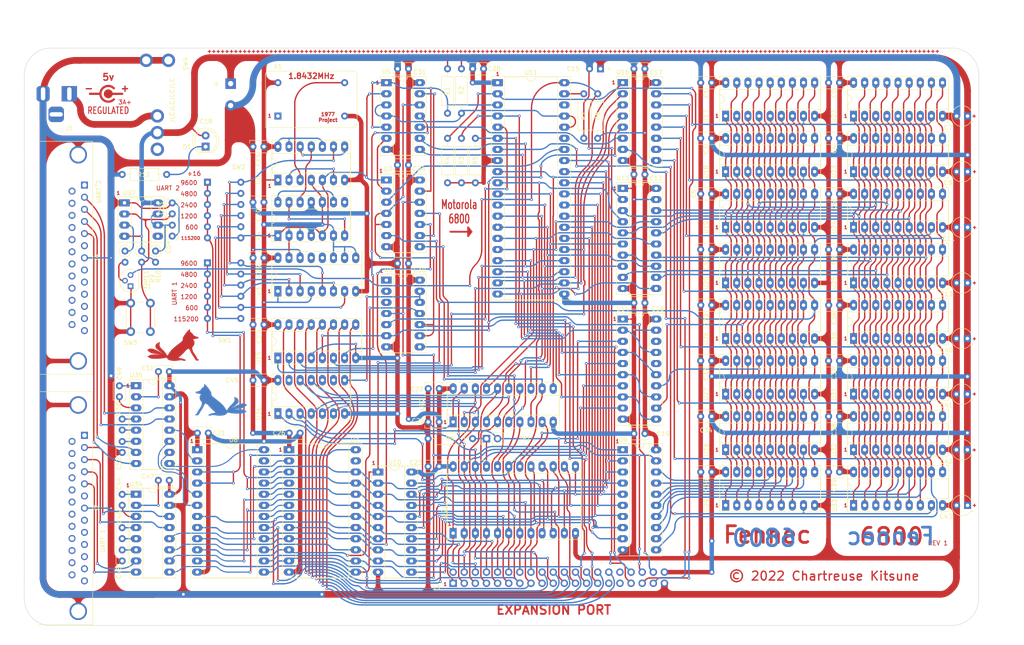
<source format=kicad_pcb>
(kicad_pcb (version 20211014) (generator pcbnew)
  (layers (0 "F.Cu" signal) (31 "B.Cu" signal) (34 "B.Paste" user) (35 "F.Paste" user) (36 "B.SilkS" user "B.Silkscreen") (37 "F.SilkS" user "F.Silkscreen") (38 "B.Mask" user) (39 "F.Mask" user) (44 "Edge.Cuts" user))
  (net 0 "")
  (net 1 "Net-(JP1-Pad1)")
  (net 2 "BA11")
  (net 3 "VCC")
  (net 4 "Phi1")
  (net 5 "Phi2")
  (net 6 "~{IRQ}")
  (net 7 "~{NMI}")
  (net 8 "~{RESET}")
  (net 9 "Net-(R7-Pad1)")
  (net 10 "GND")
  (net 11 "CLK")
  (net 12 "UART_CLK")
  (net 13 "E_Phi2")
  (net 14 "VMA")
  (net 15 "VPA")
  (net 16 "Net-(U2-Pad2)")
  (net 17 "Net-(U11-Pad34)")
  (net 18 "W{slash}~{R}")
  (net 19 "R{slash}~{W}")
  (net 20 "Net-(U2-Pad8)")
  (net 21 "Net-(U2-Pad9)")
  (net 22 "Net-(U2-Pad10)")
  (net 23 "BA1")
  (net 26 "Net-(U4-Pad13)")
  (net 28 "Net-(U4-Pad14)")
  (net 29 "Net-(U4-Pad12)")
  (net 30 "/CPUA13")
  (net 31 "/CPUA14")
  (net 32 "Net-(U16-Pad6)")
  (net 33 "~{ROM}")
  (net 34 "Net-(U6-Pad2)")
  (net 35 "Net-(U6-Pad3)")
  (net 36 "Net-(U6-Pad12)")
  (net 37 "~{EXP0}")
  (net 38 "BA0")
  (net 39 "BD7")
  (net 40 "BD6")
  (net 41 "BD5")
  (net 42 "BD4")
  (net 43 "BD3")
  (net 44 "BD2")
  (net 45 "BD1")
  (net 46 "BD0")
  (net 49 "/CPU_D0")
  (net 50 "/CPU_D1")
  (net 51 "/CPU_D2")
  (net 52 "/CPU_D3")
  (net 53 "/CPU_D4")
  (net 54 "/CPU_D5")
  (net 55 "/CPU_D6")
  (net 56 "/CPU_D7")
  (net 57 "/RAM_D7")
  (net 58 "/RAM_D6")
  (net 59 "/RAM_D5")
  (net 60 "/RAM_D4")
  (net 61 "/RAM_D3")
  (net 62 "/RAM_D2")
  (net 63 "/RAM_D1")
  (net 64 "/RAM_D0")
  (net 65 "/CPUA0")
  (net 66 "/CPUA1")
  (net 67 "/CPUA2")
  (net 68 "/CPUA3")
  (net 69 "/CPUA4")
  (net 70 "/CPUA5")
  (net 71 "/CPUA6")
  (net 72 "/CPUA7")
  (net 73 "/CPUA8")
  (net 74 "/CPUA9")
  (net 75 "/CPUA10")
  (net 76 "/CPUA11")
  (net 77 "/CPUA12")
  (net 78 "/CPUA15")
  (net 81 "BA7")
  (net 82 "BA6")
  (net 83 "BA5")
  (net 84 "BA4")
  (net 85 "BA3")
  (net 86 "BA2")
  (net 87 "/RAM_A7")
  (net 88 "/RAM_A6")
  (net 89 "/RAM_A5")
  (net 90 "/RAM_A4")
  (net 91 "/RAM_A3")
  (net 92 "/RAM_A2")
  (net 93 "/RAM_A1")
  (net 94 "/RAM_A0")
  (net 95 "BA10")
  (net 96 "BA9")
  (net 97 "BA8")
  (net 98 "/RAM_A11")
  (net 99 "/RAM_A10")
  (net 100 "/RAM_A9")
  (net 101 "/RAM_A8")
  (net 102 "~{RAM7}")
  (net 103 "~{RAM6}")
  (net 104 "~{RAM5}")
  (net 105 "~{RAM4}")
  (net 106 "~{RAM3}")
  (net 107 "~{RAM2}")
  (net 108 "~{RAM1}")
  (net 109 "~{RAM0}")
  (net 134 "~{EXP1}")
  (net 135 "~{EXP2}")
  (net 136 "BA")
  (net 137 "~{HALT}")
  (net 158 "UART2_CLK")
  (net 159 "Net-(C44-Pad1)")
  (net 160 "Net-(C44-Pad2)")
  (net 161 "Net-(C46-Pad1)")
  (net 162 "Net-(C46-Pad2)")
  (net 163 "Net-(C47-Pad2)")
  (net 164 "Net-(C48-Pad2)")
  (net 165 "Net-(C49-Pad1)")
  (net 166 "Net-(C49-Pad2)")
  (net 167 "Net-(C50-Pad1)")
  (net 168 "Net-(C50-Pad2)")
  (net 169 "Net-(C51-Pad2)")
  (net 170 "Net-(C52-Pad2)")
  (net 171 "Net-(J2-Pad2)")
  (net 172 "Net-(J2-Pad3)")
  (net 173 "Net-(J2-Pad4)")
  (net 174 "Net-(J2-Pad5)")
  (net 175 "~{EXP3}")
  (net 176 "~{EXP4}")
  (net 177 "~{EXP5}")
  (net 178 "~{EXP6}")
  (net 179 "Net-(J4-Pad2)")
  (net 180 "Net-(J4-Pad3)")
  (net 181 "Net-(J4-Pad4)")
  (net 182 "Net-(J4-Pad5)")
  (net 183 "Net-(U1-Pad12)")
  (net 184 "Net-(U1-Pad11)")
  (net 185 "UART_RX")
  (net 186 "UART_~{RTS}")
  (net 187 "UART_TX")
  (net 188 "UART_~{CTS}")
  (net 189 "UART2_RX")
  (net 190 "UART2_~{RTS}")
  (net 191 "UART2_TX")
  (net 192 "UART2_~{CTS}")
  (net 193 "Net-(SW1-Pad8)")
  (net 194 "Net-(SW1-Pad9)")
  (net 195 "Net-(SW1-Pad10)")
  (net 196 "Net-(SW1-Pad11)")
  (net 197 "Net-(SW1-Pad12)")
  (net 198 "R{slash}~{W}_2")
  (net 199 "Net-(C53-Pad1)")
  (net 200 "Net-(C54-Pad1)")
  (net 201 "Net-(D1-Pad1)")
  (net 202 "Net-(J1-Pad1)")
  (net 203 "Net-(Q1-Pad2)")
  (net 204 "Net-(R11-Pad1)")
  (footprint "Capacitor_THT:C_Disc_D3.8mm_W2.6mm_P2.50mm" (layer "F.Cu") (at 196.83 35.56 180)
    (fp_text reference "C3")
    (fp_text value "0.1uF")
  )
  (footprint "Package_DIP:DIP-18_W7.62mm_Socket_LongPads" (layer "F.Cu") (at 200.025 55.88 90)
    (fp_text reference "U19")
    (fp_text value "P2114")
  )
  (footprint "Package_DIP:DIP-18_W7.62mm_Socket_LongPads" (layer "F.Cu") (at 229.245 81.27 90)
    (fp_text reference "U30")
    (fp_text value "P2114")
  )
  (footprint "Capacitor_THT:C_Disc_D3.8mm_W2.6mm_P2.50mm" (layer "F.Cu") (at 62.23 116.86 -90)
    (fp_text reference "C44")
    (fp_text value "1uF")
  )
  (footprint "Capacitor_THT:CP_Radial_D12.5mm_P5.00mm" (layer "F.Cu") (at 86.995 23.076042 -90)
    (fp_text reference "C18")
    (fp_text value "2200uF")
  )
  (footprint "Package_DIP:DIP-18_W7.62mm_Socket_LongPads" (layer "F.Cu") (at 200.025 43.18 90)
    (fp_text reference "U18")
    (fp_text value "P2114")
  )
  (footprint "Package_DIP:DIP-16_W7.62mm_Socket_LongPads" (layer "F.Cu") (at 176.54 22.85)
    (fp_text reference "U16")
    (fp_text value "74LS138")
  )
  (footprint "Capacitor_THT:C_Disc_D3.8mm_W2.6mm_P2.50mm" (layer "F.Cu") (at 94.595 37.465 180)
    (fp_text reference "C14")
    (fp_text value "0.1uF")
  )
  (footprint "Package_DIP:DIP-18_W7.62mm_Socket_LongPads" (layer "F.Cu") (at 200.025 68.58 90)
    (fp_text reference "U20")
    (fp_text value "P2114")
  )
  (footprint "Capacitor_THT:C_Disc_D3.8mm_W2.6mm_P2.50mm" (layer "F.Cu") (at 181.59 43.815 180)
    (fp_text reference "C12")
    (fp_text value "0.1uF")
  )
  (footprint "Package_DIP:DIP-16_W7.62mm_Socket_LongPads" (layer "F.Cu") (at 65.415 92.045)
    (fp_text reference "U35")
    (fp_text value "MAX232")
  )
  (footprint "Package_DIP:DIP-18_W7.62mm_Socket_LongPads" (layer "F.Cu") (at 229.235 43.18 90)
    (fp_text reference "U23")
    (fp_text value "P2114")
  )
  (footprint "Capacitor_THT:C_Disc_D3.8mm_W2.6mm_P2.50mm" (layer "F.Cu") (at 134.585 110.49 180)
    (fp_text reference "C23")
    (fp_text value "0.1uF")
  )
  (footprint "Resistor_THT:R_Axial_DIN0207_L6.3mm_D2.5mm_P2.54mm_Vertical" (layer "F.Cu") (at 62.865 61.312 -90)
    (fp_text reference "R11")
    (fp_text value "10k")
  )
  (footprint "Package_DIP:DIP-14_W7.62mm_Socket_LongPads" (layer "F.Cu") (at 97.785 45.075 90)
    (fp_text reference "U6")
    (fp_text value "74LS74")
  )
  (footprint "Package_DIP:DIP-18_W7.62mm_Socket_LongPads" (layer "F.Cu") (at 229.235 30.48 90)
    (fp_text reference "U22")
    (fp_text value "P2114")
  )
  (footprint "Resistor_THT:R_Axial_DIN0207_L6.3mm_D2.5mm_P10.16mm_Horizontal" (layer "F.Cu") (at 139.7 19.685 -90)
    (fp_text reference "R2")
    (fp_text value "620")
  )
  (footprint "Capacitor_THT:C_Disc_D3.8mm_W2.6mm_P2.50mm" (layer "F.Cu") (at 144.76 19.685 180)
    (fp_text reference "C28")
    (fp_text value "0.1uF")
  )
  (footprint "Resistor_THT:R_Axial_DIN0207_L6.3mm_D2.5mm_P10.16mm_Horizontal" (layer "F.Cu") (at 139.7 45.72 90)
    (fp_text reference "R3")
    (fp_text value "10k")
  )
  (footprint "Capacitor_THT:C_Disc_D3.8mm_W2.6mm_P2.50mm" (layer "F.Cu") (at 81.895 102.87 180)
    (fp_text reference "C21")
    (fp_text value "0.1uF")
  )
  (footprint "Capacitor_THT:CP_Radial_D6.3mm_P2.50mm" (layer "F.Cu") (at 171.45 19.685 180)
    (fp_text reference "C15")
    (fp_text value "100uF")
  )
  (footprint "Connector_Dsub:DSUB-25_Male_Horizontal_P2.77x2.84mm_EdgePinOffset7.70mm_Housed_MountingHolesOffset9.12mm" (layer "F.Cu") (at 53.615331 103.39 -90)
    (fp_text reference "J2")
    (fp_text value "DB25_Male")
  )
  (footprint "Capacitor_THT:C_Disc_D3.8mm_W2.6mm_P2.50mm" (layer "F.Cu") (at 127.615 19.685 180)
    (fp_text reference "C31")
    (fp_text value "0.1uF")
  )
  (footprint "Package_DIP:DIP-18_W7.62mm_Socket_LongPads" (layer "F.Cu") (at 200.035 30.47 90)
    (fp_text reference "U17")
    (fp_text value "P2114")
  )
  (footprint "Capacitor_THT:C_Disc_D3.8mm_W2.6mm_P2.50mm" (layer "F.Cu") (at 94.615 78.105 180)
    (fp_text reference "C27")
    (fp_text value "0.1uF")
  )
  (footprint "Package_DIP:DIP-20_W7.62mm_Socket_LongPads" (layer "F.Cu") (at 176.53 106.68)
    (fp_text reference "U9")
    (fp_text value "74LS245")
  )
  (footprint "Capacitor_THT:C_Disc_D3.8mm_W2.6mm_P2.50mm" (layer "F.Cu") (at 226.04 60.96 180)
    (fp_text reference "C8")
    (fp_text value "0.1uF")
  )
  (footprint "Capacitor_THT:C_Disc_D3.8mm_W2.6mm_P2.50mm" (layer "F.Cu") (at 61.595 92.075 -90)
    (fp_text reference "C49")
    (fp_text value "1uF")
  )
  (footprint "Capacitor_THT:C_Disc_D3.8mm_W2.6mm_P2.50mm" (layer "F.Cu") (at 226.04 86.36 180)
    (fp_text reference "C37")
    (fp_text value "0.1uF")
  )
  (footprint "Capacitor_THT:CP_Radial_Tantal_D4.5mm_P2.50mm" (layer "F.Cu") (at 255.23 106.68 180)
    (fp_text reference "C42")
    (fp_text value "10uF")
  )
  (footprint "Package_TO_SOT_THT:TO-92" (layer "F.Cu") (at 64.135 69.342 90)
    (fp_text reference "Q1")
    (fp_text value "2N3904-AP")
  )
  (footprint "Oscillator:Oscillator_DIP-14" (layer "F.Cu") (at 97.79 30.48)
    (fp_text reference "X1")
    (fp_text value "ACO-1.8432MHz")
  )
  (footprint "Capacitor_THT:CP_Radial_Tantal_D4.5mm_P2.50mm" (layer "F.Cu") (at 255.228856 93.98 180)
    (fp_text reference "C41")
    (fp_text value "10uF")
  )
  (footprint "Capacitor_THT:C_Disc_D3.8mm_W2.6mm_P2.50mm" (layer "F.Cu") (at 226.04 99.06 180)
    (fp_text reference "C38")
    (fp_text value "0.1uF")
  )
  (footprint "Package_DIP:DIP-18_W7.62mm_Socket_LongPads" (layer "F.Cu") (at 229.245 119.37 90)
    (fp_text reference "U33")
    (fp_text value "P2114")
  )
  (footprint "Capacitor_THT:CP_Radial_Tantal_D4.5mm_P2.50mm" (layer "F.Cu") (at 255.27 55.88 180)
    (fp_text reference "C11")
    (fp_text value "10uF")
  )
  (footprint "Package_DIP:DIP-20_W7.62mm_Socket_LongPads" (layer "F.Cu") (at 176.54 76.84)
    (fp_text reference "U14")
    (fp_text value "74LS244")
  )
  (footprint "Resistor_THT:R_Axial_DIN0207_L6.3mm_D2.5mm_P10.16mm_Horizontal" (layer "F.Cu") (at 142.875 45.72 90)
    (fp_text reference "R5")
    (fp_text value "10k")
  )
  (footprint "Capacitor_THT:C_Rect_L4.0mm_W2.5mm_P2.50mm" (layer "F.Cu") (at 73.66 55.392 -90)
    (fp_text reference "C54")
    (fp_text value "1u")
  )
  (footprint "Capacitor_THT:C_Disc_D3.8mm_W2.6mm_P2.50mm" (layer "F.Cu") (at 94.595 90.805 180)
    (fp_text reference "C45")
    (fp_text value "0.1uF")
  )
  (footprint "Resistor_THT:R_Axial_DIN0207_L6.3mm_D2.5mm_P10.16mm_Horizontal" (layer "F.Cu") (at 62.23 43.815)
    (fp_text reference "R12")
    (fp_text value "470")
  )
  (footprint "Resistor_THT:R_Axial_DIN0207_L6.3mm_D2.5mm_P10.16mm_Horizontal" (layer "F.Cu") (at 136.525 19.685 -90)
    (fp_text reference "R1")
    (fp_text value "620")
  )
  (footprint "Capacitor_THT:C_Disc_D3.8mm_W2.6mm_P2.50mm" (layer "F.Cu") (at 94.615 62.865 180)
    (fp_text reference "C29")
    (fp_text value "0.1uF")
  )
  (footprint "Capacitor_THT:C_Disc_D3.8mm_W2.6mm_P2.50mm" (layer "F.Cu") (at 181.59 19.685 180)
    (fp_text reference "C17")
    (fp_text value "0.1uF")
  )
  (footprint "Package_DIP:DIP-18_W7.62mm_Socket_LongPads" (layer "F.Cu") (at 200.035 119.37 90)
    (fp_text reference "U29")
    (fp_text value "P2114")
  )
  (footprint "Capacitor_THT:C_Disc_D3.8mm_W2.6mm_P2.50mm" (layer "F.Cu") (at 196.83 86.36 180)
    (fp_text reference "C33")
    (fp_text value "0.1uF")
  )
  (footprint "Button_Switch_THT:SW_PUSH_6mm" (layer "F.Cu") (at 64.171 79.704 90)
    (fp_text reference "SW3")
    (fp_text value "SW_Push")
  )
  (footprint "Package_DIP:DIP-20_W7.62mm_Socket_LongPads" (layer "F.Cu") (at 120.66 111.765)
    (fp_text reference "U10")
    (fp_text value "74LS245")
  )
  (footprint "Connector_PinHeader_2.54mm:PinHeader_2x20_P2.54mm_Vertical" (layer "F.Cu") (at 137.795 137.165004 90)
    (fp_text reference "J3")
    (fp_text value "Conn_02x20_Odd_Even")
  )
  (footprint "Button_Switch_THT:SW_DIP_SPSTx06_Slide_9.78x17.42mm_W7.62mm_P2.54mm" (layer "F.Cu") (at 81.703494 45.593)
    (fp_text reference "SW2")
    (fp_text value "SW_DIP_x06")
  )
  (footprint "Capacitor_THT:C_Disc_D3.8mm_W2.6mm_P2.50mm" (layer "F.Cu") (at 102.87 102.87 180)
    (fp_text reference "C26")
    (fp_text value "0.1uF")
  )
  (footprint "Capacitor_THT:C_Disc_D3.8mm_W2.6mm_P2.50mm" (layer "F.Cu") (at 127.595 41.656 180)
    (fp_text reference "C24")
    (fp_text value "0.1uF")
  )
  (footprint "Capacitor_THT:C_Disc_D3.8mm_W2.6mm_P2.50mm" (layer "F.Cu") (at 196.85 111.76 180)
    (fp_text reference "C35")
    (fp_text value "0.1uF")
  )
  (footprint "Capacitor_THT:C_Disc_D3.8mm_W2.6mm_P2.50mm" (layer "F.Cu") (at 226.04 22.86 180)
    (fp_text reference "C2")
    (fp_text value "0.1uF")
  )
  (footprint "Connector_BarrelJack:BarrelJack_Horizontal" (layer "F.Cu") (at 50.165 25.4)
    (fp_text reference "J1")
    (fp_text value "Barrel_Jack")
  )
  (footprint "CustomFoots:VerticalToggle_ESWITCH_100SP1T2B4M7QE" (layer "F.Cu") (at 70.2564 24.6126)
    (fp_text reference "SW4")
    (fp_text value "SW_DPDT_x2")
  )
  (footprint "Capacitor_THT:C_Disc_D3.8mm_W2.6mm_P2.50mm" (layer "F.Cu") (at 196.83 60.96 180)
    (fp_text reference "C10")
    (fp_text value "0.1uF")
  )
  (footprint "Package_DIP:DIP-24_W15.24mm_Socket_LongPads" (layer "F.Cu") (at 79.37 106.675)
    (fp_text reference "U8")
    (fp_text value "MC6850")
  )
  (footprint "Package_DIP:DIP-16_W7.62mm_Socket_LongPads" (layer "F.Cu") (at 97.78 85.715 90)
    (fp_text reference "U15")
    (fp_text value "74LS138")
  )
  (footprint "Capacitor_THT:C_Disc_D3.8mm_W2.6mm_P2.50mm" (layer "F.Cu") (at 196.85 73.66 180)
    (fp_text reference "C32")
    (fp_text value "0.1uF")
  )
  (footprint "Capacitor_THT:C_Disc_D3.8mm_W2.6mm_P2.50mm" (layer "F.Cu") (at 226.04 48.26 180)
    (fp_text reference "C6")
    (fp_text value "0.1uF")
  )
  (footprint "Capacitor_THT:C_Disc_D3.8mm_W2.6mm_P2.50mm" (layer "F.Cu") (at 62.23 124.48 -90)
    (fp_text reference "C46")
    (fp_text value "1uF")
  )
  (footprint "Package_DIP:DIP-18_W7.62mm_Socket_LongPads" (layer "F.Cu") (at 229.235 55.88 90)
    (fp_text reference "U24")
    (fp_text value "P2114")
  )
  (footprint "Package_DIP:DIP-14_W7.62mm_Socket_LongPads" (layer "F.Cu") (at 122.565 22.855)
    (fp_text reference "U5")
    (fp_text value "74LS02")
  )
  (footprint "Package_DIP:DIP-18_W7.62mm_Socket_LongPads" (layer "F.Cu") (at 229.235 106.68 90)
    (fp_text reference "U32")
    (fp_text value "P2114")
  )
  (footprint "Capacitor_THT:C_Disc_D3.8mm_W2.6mm_P2.50mm" (layer "F.Cu") (at 94.595 50.165 180)
    (fp_text reference "C20")
    (fp_text value "0.1uF")
  )
  (footprint "Package_DIP:DIP-18_W7.62mm_Socket_LongPads" (layer "F.Cu") (at 200.025 81.28 90)
    (fp_text reference "U26")
    (fp_text value "P2114")
  )
  (footprint "Capacitor_THT:C_Disc_D3.8mm_W2.6mm_P2.50mm" (layer "F.Cu") (at 134.6 100.33 180)
    (fp_text reference "C25")
    (fp_text value "0.1uF")
  )
  (footprint "Capacitor_THT:CP_Radial_Tantal_D4.5mm_P2.50mm" (layer "F.Cu") (at 255.27 43.18 180)
    (fp_text reference "C9")
    (fp_text value "10uF")
  )
  (footprint "Resistor_THT:R_Axial_DIN0207_L6.3mm_D2.5mm_P10.16mm_Horizontal" (layer "F.Cu") (at 136.525 45.72 90)
    (fp_text reference "R4")
    (fp_text value "10k")
  )
  (footprint "Capacitor_THT:C_Disc_D3.8mm_W2.6mm_P2.50mm" (layer "F.Cu") (at 196.83 99.06 180)
    (fp_text reference "C34")
    (fp_text value "0.1uF")
  )
  (footprint "custom:kitlogo" (layer "F.Cu") (at 74.010344 82.535854)
    (fp_text reference "G***" hide)
    (fp_text value "LOGO" hide)
  )
  (footprint "Button_Switch_THT:SW_DIP_SPSTx06_Slide_9.78x17.42mm_W7.62mm_P2.54mm" (layer "F.Cu") (at 81.703494 64.008)
    (fp_text reference "SW1")
    (fp_text value "SW_DIP_x06")
  )
  (footprint "Package_DIP:DIP-40_W15.24mm_Socket_LongPads" (layer "F.Cu") (at 147.955 22.86)
    (fp_text reference "U11")
    (fp_text value "MC6800")
  )
  (footprint "Resistor_THT:R_Axial_DIN0207_L6.3mm_D2.5mm_P2.54mm_Vertical" (layer "F.Cu") (at 66.675 61.312 -90)
    (fp_text reference "R9")
    (fp_text value "470k")
  )
  (footprint "Capacitor_THT:CP_Radial_Tantal_D4.5mm_P2.50mm" (layer "F.Cu") (at 255.228856 81.28 180)
    (fp_text reference "C40")
    (fp_text value "10uF")
  )
  (footprint "Capacitor_THT:C_Disc_D3.8mm_W2.6mm_P2.50mm" (layer "F.Cu") (at 62.23 99.675 -90)
    (fp_text reference "C50")
    (fp_text value "1uF")
  )
  (footprint "Capacitor_THT:C_Disc_D3.8mm_W2.6mm_P2.50mm" (layer "F.Cu") (at 134.62 92.71 180)
    (fp_text reference "C22")
    (fp_text value "0.1uF")
  )
  (footprint "Connector_Dsub:DSUB-25_Male_Horizontal_P2.77x2.84mm_EdgePinOffset7.70mm_Housed_MountingHolesOffset9.12mm" (layer "F.Cu") (at 53.615331 46.24 -90)
    (fp_text reference "J4")
    (fp_text value "DB25_Male")
  )
  (footprint "Connector_PinHeader_2.54mm:PinHeader_1x02_P2.54mm_Vertical" (layer "F.Cu") (at 145.415 104.14 90)
    (fp_text reference "JP1")
    (fp_text value "2732 ROM")
  )
  (footprint "Capacitor_THT:C_Disc_D3.8mm_W2.6mm_P2.50mm" (layer "F.Cu") (at 226.06 73.66 180)
    (fp_text reference "C36")
    (fp_text value "0.1uF")
  )
  (footprint "Capacitor_THT:CP_Radial_Tantal_D4.5mm_P2.50mm" (layer "F.Cu") (at 255.27 30.48 180)
    (fp_text reference "C7")
    (fp_text value "10uF")
  )
  (footprint "Package_DIP:DIP-24_W15.24mm_Socket_LongPads" (layer "F.Cu") (at 137.795 125.735 90)
    (fp_text reference "U21")
    (fp_text value "2716")
  )
  (footprint "Resistor_THT:R_Axial_DIN0207_L6.3mm_D2.5mm_P10.16mm_Horizontal" (layer "F.Cu") (at 170.815 35.56 90)
    (fp_text reference "R6")
    (fp_text value "10k")
  )
  (footprint "Package_DIP:DIP-20_W7.62mm_Socket_LongPads" (layer "F.Cu") (at 176.54 46.995)
    (fp_text reference "U13")
    (fp_text value "74LS244")
  )
  (footprint "Capacitor_THT:C_Disc_D3.8mm_W2.6mm_P2.50mm" (layer "F.Cu") (at 196.83 22.86 180)
    (fp_text reference "C1")
    (fp_text value "0.1uF")
  )
  (footprint "Capacitor_THT:C_Disc_D3.8mm_W2.6mm_P2.50mm" (layer "F.Cu") (at 62.23 107.295 90)
    (fp_text reference "C52")
    (fp_text value "1uF")
  )
  (footprint "Package_DIP:DIP-14_W7.62mm_Socket_LongPads" (layer "F.Cu") (at 97.785 98.415 90)
    (fp_text reference "U36")
    (fp_text value "74LS30")
  )
  (footprint "Capacitor_THT:C_Disc_D3.8mm_W2.6mm_P2.50mm" (layer "F.Cu") (at 181.59 102.997 180)
    (fp_text reference "C19")
    (fp_text value "0.1uF")
  )
  (footprint "Resistor_THT:R_Axial_DIN0207_L6.3mm_D2.5mm_P10.16mm_Horizontal" (layer "F.Cu") (at 167.64 25.4 -90)
    (fp_text reference "R7")
    (fp_text value "10k")
  )
  (footprint "Package_DIP:DIP-16_W7.62mm_Socket_LongPads" (layer "F.Cu") (at 65.405 116.83)
    (fp_text reference "U34")
    (fp_text value "MAX232")
  )
  (footprint "Capacitor_THT:C_Disc_D3.8mm_W2.6mm_P2.50mm" (layer "F.Cu") (at 196.83 48.26 180)
    (fp_text reference "C5")
    (fp_text value "0.1uF")
  )
  (footprint "Capacitor_THT:C_Disc_D3.8mm_W2.6mm_P2.50mm" (layer "F.Cu") (at 226.04 111.76 180)
    (fp_text reference "C39")
    (fp_text value "0.1uF")
  )
  (footprint "Capacitor_THT:C_Disc_D3.8mm_W2.6mm_P2.50mm" (layer "F.Cu") (at 72.985 113.665 180)
    (fp_text reference "C47")
    (fp_text value "1uF")
  )
  (footprint "Resistor_THT:R_Axial_DIN0207_L6.3mm_D2.5mm_P10.16mm_Horizontal" (layer "F.Cu") (at 132.085 104.14)
    (fp_text reference "R8")
    (fp_text value "10k")
  )
  (footprint "Capacitor_THT:C_Disc_D3.8mm_W2.6mm_P2.50mm" (layer "F.Cu") (at 62.23 132.06 90)
    (fp_text reference "C48")
    (fp_text value "1uF")
  )
  (footprint "Package_DIP:DIP-18_W7.62mm_Socket_LongPads" (layer "F.Cu") (at 229.235 68.58 90)
    (fp_text reference "U25")
    (fp_text value "P2114")
  )
  (footprint "Resistor_THT:R_Axial_DIN0207_L6.3mm_D2.5mm_P2.54mm_Vertical" (layer "F.Cu") (at 69.85 61.312 -90)
    (fp_text reference "R10")
    (fp_text value "470k")
  )
  (footprint "Capacitor_THT:C_Disc_D3.8mm_W2.6mm_P2.50mm" (layer "F.Cu") (at 127.615 64.135 180)
    (fp_text reference "C30")
    (fp_text value "0.1uF")
  )
  (footprint "Package_DIP:DIP-18_W7.62mm_Socket_LongPads" (layer "F.Cu") (at 229.245 93.97 90)
    (fp_text reference "U31")
    (fp_text value "P2114")
  )
  (footprint "Package_DIP:DIP-16_W7.62mm_Socket_LongPads" (layer "F.Cu") (at 97.78 70.475 90)
    (fp_text reference "U3")
    (fp_text value "74LS193")
  )
  (footprint "Package_DIP:DIP-20_W7.62mm_Socket_LongPads" (layer "F.Cu") (at 137.8 100.32 90)
    (fp_text reference "U12")
    (fp_text value "74LS244")
  )
  (footprint "Package_DIP:DIP-14_W7.62mm_Socket_LongPads" (layer "F.Cu") (at 97.785 57.775 90)
    (fp_text reference "U4")
    (fp_text value "74LS73")
  )
  (footprint "Capacitor_THT:CP_Radial_Tantal_D4.5mm_P2.50mm" (layer "F.Cu") (at 255.27 68.58 180)
    (fp_text reference "C13")
    (fp_text value "10uF")
  )
  (footprint "Package_DIP:DIP-14_W7.62mm_Socket_LongPads" (layer "F.Cu") (at 122.565 45.08)
    (fp_text reference "U2")
    (fp_text value "74LS04")
  )
  (footprint "Capacitor_THT:C_Disc_D3.8mm_W2.6mm_P2.50mm" (layer "F.Cu") (at 73.005 88.835 180)
    (fp_text reference "C51")
    (fp_text value "1uF")
  )
  (footprint "Package_DIP:DIP-18_W7.62mm_Socket_LongPads" (layer "F.Cu") (at 200.035 93.97 90)
    (fp_text reference "U27")
    (fp_text value "P2114")
  )
  (footprint "Package_DIP:DIP-8_W7.62mm_Socket_LongPads" (layer "F.Cu") (at 62.748 50.302)
    (fp_text reference "U37")
    (fp_text value "NE555P")
  )
  (footprint "LED_THT:LED_D5.0mm" (layer "F.Cu") (at 81.28 37.465 90)
    (fp_text reference "D1")
    (fp_text value "LED")
  )
  (footprint "Package_DIP:DIP-24_W15.24mm_Socket_LongPads" (layer "F.Cu") (at 100.325 106.675)
    (fp_text reference "U7")
    (fp_text value "MC6850")
  )
  (footprint "Capacitor_THT:C_Disc_D3.8mm_W2.6mm_P2.50mm" (layer "F.Cu") (at 226.04 35.56 180)
    (fp_text reference "C4")
    (fp_text value "0.1uF")
  )
  (footprint "Capacitor_THT:CP_Radial_Tantal_D4.5mm_P2.50mm" (layer "F.Cu") (at 255.27 119.38 180)
    (fp_text reference "C43")
    (fp_text value "10uF")
  )
  (footprint "Capacitor_THT:C_Disc_D3.8mm_W2.6mm_P2.50mm" (layer "F.Cu") (at 181.59 73.152 180)
    (fp_text reference "C16")
    (fp_text value "0.1uF")
  )
  (footprint "Package_DIP:DIP-18_W7.62mm_Socket_LongPads" (layer "F.Cu") (at 200.035 106.67 90)
    (fp_text reference "U28")
    (fp_text value "P2114")
  )
  (footprint "Package_DIP:DIP-14_W7.62mm_Socket_LongPads" (layer "F.Cu") (at 122.555 67.945)
    (fp_text reference "U1")
    (fp_text value "74LS00")
  )
  (footprint "Capacitor_THT:C_Rect_L4.0mm_W2.5mm_P2.50mm" (layer "F.Cu") (at 73.66 52.812 90)
    (fp_text reference "C53")
    (fp_text value "0.1u")
  )
  (footprint "custom:kitlogo" (layer "B.Cu") (at 84.638056 95.058054 180)
    (fp_text reference "G***" hide)
    (fp_text value "LOGO" hide)
  )
  (gr_arc (start 94.830965 92.849636) (mid 95.351729 91.5924) (end 96.608965 91.071636) (layer "F.Cu") (width 0.508))
  (gr_poly (pts (xy 51.0794 36.2966) (xy 53.2892 36.2966) (xy 52.197 37.211)) (layer "F.Cu") (width 0.2) (fill solid))
  (gr_poly (pts (xy 223.253235 80.149764) (xy 223.253235 82.359564) (xy 222.338835 81.267364)) (layer "F.Cu") (width 0.2) (fill solid))
  (gr_arc (start 228.053834 60.693363) (mid 226.796598 60.172599) (end 226.275834 58.915363) (layer "F.Cu") (width 0.508))
  (gr_arc (start 228.0666 111.506) (mid 226.809364 110.985236) (end 226.2886 109.728) (layer "F.Cu") (width 0.508))
  (gr_arc (start 176.52172 129.303123) (mid 175.971198 130.6322) (end 174.64212 131.182723) (layer "F.Cu") (width 0.508))
  (gr_poly (pts (xy 187.185236 139.103035) (xy 184.975436 139.103035) (xy 186.067636 138.188635)) (layer "F.Cu") (width 0.2) (fill solid))
  (gr_line (start 59.055 25.4) (end 62.23 25.4) (layer "F.Cu") (width 0.508))
  (gr_arc (start 252.234635 91.909964) (mid 251.713871 93.1672) (end 250.456635 93.687964) (layer "F.Cu") (width 0.508))
  (gr_poly (pts (xy 93.510164 17.741965) (xy 95.719964 17.741965) (xy 94.627764 18.656365)) (layer "F.Cu") (width 0.2) (fill solid))
  (gr_arc (start 252.285435 41.109964) (mid 251.764671 42.3672) (end 250.507435 42.887964) (layer "F.Cu") (width 0.508))
  (gr_arc (start 127.825565 24.955436) (mid 128.346329 23.6982) (end 129.603565 23.177436) (layer "F.Cu") (width 0.508))
  (gr_poly (pts (xy 197.167565 100.215636) (xy 197.167565 98.005836) (xy 198.081965 99.098036)) (layer "F.Cu") (width 0.2) (fill solid))
  (gr_poly (pts (xy 178.752435 98.640964) (xy 178.752435 100.850764) (xy 177.838035 99.758564)) (layer "F.Cu") (width 0.2) (fill solid))
  (gr_poly (pts (xy 226.402965 87.490236) (xy 226.402965 85.280436) (xy 227.317365 86.372636)) (layer "F.Cu") (width 0.2) (fill solid))
  (gr_poly (pts (xy 197.167565 36.690236) (xy 197.167565 34.480436) (xy 198.081965 35.572636)) (layer "F.Cu") (width 0.2) (fill solid))
  (gr_arc (start 188.099636 139.204635) (mid 186.8424 138.683871) (end 186.321636 137.426635) (layer "F.Cu") (width 0.508))
  (gr_poly (pts (xy 126.504764 17.741965) (xy 128.714564 17.741965) (xy 127.622364 18.656365)) (layer "F.Cu") (width 0.2) (fill solid))
  (gr_poly (pts (xy 94.957965 23.990236) (xy 94.957965 21.780436) (xy 95.872365 22.872636)) (layer "F.Cu") (width 0.2) (fill solid))
  (gr_arc (start 118.325965 66.179636) (mid 118.846729 64.9224) (end 120.103965 64.401636) (layer "F.Cu") (width 0.508))
  (gr_arc (start 61.976 107.0356) (mid 60.718764 106.514836) (end 60.198 105.2576) (layer "F.Cu") (width 0.508))
  (gr_arc (start 60.185365 134.175436) (mid 60.706129 132.9182) (end 61.963365 132.397436) (layer "F.Cu") (width 0.508))
  (gr_arc (start 120.1166 63.881) (mid 118.859364 63.360236) (end 118.3386 62.103) (layer "F.Cu") (width 0.508))
  (gr_arc (start 252.285435 66.509964) (mid 251.764671 67.7672) (end 250.507435 68.287964) (layer "F.Cu") (width 0.508))
  (gr_arc (start 181.114636 131.229035) (mid 179.8574 130.708271) (end 179.336636 129.451035) (layer "F.Cu") (width 0.508))
  (gr_arc (start 86.8172 37.999086) (mid 87.290157 36.650525) (end 88.5952 36.068) (layer "F.Cu") (width 0.762))
  (gr_poly (pts (xy 197.167565 87.464836) (xy 197.167565 85.255036) (xy 198.081965 86.347236)) (layer "F.Cu") (width 0.2) (fill solid))
  (gr_poly (pts (xy 124.777435 82.054764) (xy 124.777435 84.264564) (xy 123.863035 83.172364)) (layer "F.Cu") (width 0.2) (fill solid))
  (gr_poly (pts (xy 124.752035 59.296364) (xy 124.752035 61.506164) (xy 123.837635 60.413964)) (layer "F.Cu") (width 0.2) (fill solid))
  (gr_arc (start 223.304035 28.435364) (mid 222.783271 29.6926) (end 221.526035 30.213364) (layer "F.Cu") (width 0.508))
  (gr_arc (start 226.275965 37.604636) (mid 226.796729 36.3474) (end 228.053965 35.826636) (layer "F.Cu") (width 0.508))
  (gr_poly (pts (xy 252.603 132.842) (xy 251.079 131.445) (xy 252.476 130.175)) (layer "F.Cu") (width 0.2) (fill solid))
  (gr_arc (start 223.278635 91.909964) (mid 222.757871 93.1672) (end 221.500635 93.687964) (layer "F.Cu") (width 0.508))
  (gr_arc (start 197.065965 75.704636) (mid 197.586729 74.4474) (end 198.843965 73.926636) (layer "F.Cu") (width 0.508))
  (gr_arc (start 96.647 62.611) (mid 95.389764 62.090236) (end 94.869 60.833) (layer "F.Cu") (width 0.508))
  (gr_poly (pts (xy 226.377565 36.690236) (xy 226.377565 34.480436) (xy 227.291965 35.572636)) (layer "F.Cu") (width 0.2) (fill solid))
  (gr_arc (start 197.065965 88.379236) (mid 197.586729 87.122) (end 198.843965 86.601236) (layer "F.Cu") (width 0.508))
  (gr_arc (start 134.861365 94.754636) (mid 135.382129 93.4974) (end 136.639365 92.976636) (layer "F.Cu") (width 0.508))
  (gr_arc (start 64.1604 40.9194) (mid 61.423207 39.993894) (end 59.817 37.592) (layer "F.Cu") (width 1.016))
  (gr_arc (start 185.801 137.414) (mid 185.280236 138.671236) (end 184.023 139.192) (layer "F.Cu") (width 0.508))
  (gr_poly (pts (xy 143.649764 17.741965) (xy 145.859564 17.741965) (xy 144.767364 18.656365)) (layer "F.Cu") (width 0.2) (fill solid))
  (gr_arc (start 221.5134 56.134) (mid 222.770636 56.654764) (end 223.2914 57.912) (layer "F.Cu") (width 0.508))
  (gr_poly (pts (xy 225.8822 131.5466) (xy 221.1324 131.445) (xy 223.393 129.0066)) (layer "F.Cu") (width 0.2) (fill solid))
  (gr_arc (start 122.694636 139.204635) (mid 121.4374 138.683871) (end 120.916636 137.426635) (layer "F.Cu") (width 0.508))
  (gr_arc (start 249.698295 131.46052) (mid 251.714001 132.588) (end 252.492295 134.76252) (layer "F.Cu") (width 1.016))
  (gr_poly (pts (xy 141.986 56.896) (xy 141.224 57.912) (xy 141.224 55.88)) (layer "F.Cu") (width 0.4064) (fill solid))
  (gr_arc (start 250.444 106.8832) (mid 251.701236 107.403964) (end 252.222 108.6612) (layer "F.Cu") (width 0.508))
  (gr_arc (start 226.263199 62.991999) (mid 226.783963 61.734763) (end 228.041199 61.213999) (layer "F.Cu") (width 0.508))
  (gr_poly (pts (xy 77.177965 104.025636) (xy 77.177965 101.815836) (xy 78.092365 102.908036)) (layer "F.Cu") (width 0.2) (fill solid))
  (gr_poly (pts (xy 60.2996 80.8482) (xy 60.2996 78.6384) (xy 61.214 79.7306)) (layer "F.Cu") (width 0.2) (fill solid))
  (gr_arc (start 127.800165 47.104236) (mid 128.320929 45.847) (end 129.578165 45.326236) (layer "F.Cu") (width 0.508))
  (gr_poly (pts (xy 116.471635 43.954764) (xy 116.471635 45.085) (xy 115.557235 45.072364)) (layer "F.Cu") (width 0.2) (fill solid))
  (gr_poly (pts (xy 60.2996 74.3966) (xy 60.2996 72.1868) (xy 61.214 73.279)) (layer "F.Cu") (width 0.2) (fill solid))
  (gr_arc (start 221.5134 106.934) (mid 222.770636 107.454764) (end 223.2914 108.712) (layer "F.Cu") (width 0.508))
  (gr_arc (start 198.8566 22.606) (mid 197.599364 22.085236) (end 197.0786 20.828) (layer "F.Cu") (width 0.508))
  (gr_arc (start 94.856365 64.909636) (mid 95.377129 63.6524) (end 96.634365 63.131636) (layer "F.Cu") (width 0.508))
  (gr_arc (start 96.647 22.606) (mid 95.389764 22.085236) (end 94.869 20.828) (layer "F.Cu") (width 0.508))
  (gr_arc (start 60.325 26.67) (mid 57.258949 25.4) (end 60.325 24.13) (layer "F.Cu") (width 0.508))
  (gr_arc (start 197.065965 101.130036) (mid 197.586729 99.8728) (end 198.843965 99.352036) (layer "F.Cu") (width 0.508))
  (gr_arc (start 125.590364 17.640365) (mid 126.8476 18.161129) (end 127.368364 19.418365) (layer "F.Cu") (width 0.508))
  (gr_poly (pts (xy 252.183835 67.424364) (xy 252.183835 69.634164) (xy 251.269435 68.541964)) (layer "F.Cu") (width 0.2) (fill solid))
  (gr_poly (pts (xy 197.167565 49.390236) (xy 197.167565 47.180436) (xy 198.081965 48.272636)) (layer "F.Cu") (width 0.2) (fill solid))
  (gr_poly (pts (xy 60.096168 42.386734) (xy 60.172368 38.754534) (xy 62.763168 40.989734)) (layer "F.Cu") (width 0.2) (fill solid))
  (gr_poly (pts (xy 77.330236 139.103035) (xy 75.120436 139.103035) (xy 76.212636 138.188635)) (layer "F.Cu") (width 0.2) (fill solid))
  (gr_arc (start 228.0666 73.3806) (mid 226.809364 72.859836) (end 226.2886 71.6026) (layer "F.Cu") (width 0.508))
  (gr_poly (pts (xy 178.752435 128.384364) (xy 178.752435 130.594164) (xy 177.838035 129.501964)) (layer "F.Cu") (width 0.2) (fill solid))
  (gr_arc (start 183.4642 102.8446) (mid 182.32287 102.262671) (end 181.8386 101.0666) (layer "F.Cu") (width 0.508))
  (gr_arc (start 221.5388 43.434) (mid 222.796036 43.954764) (end 223.3168 45.212) (layer "F.Cu") (width 0.508))
  (gr_arc (start 252.234635 104.584564) (mid 251.713871 105.8418) (end 250.456635 106.362564) (layer "F.Cu") (width 0.508))
  (gr_poly (pts (xy 252.183835 42.024364) (xy 252.183835 44.234164) (xy 251.269435 43.141964)) (layer "F.Cu") (width 0.2) (fill solid))
  (gr_poly (pts (xy 195.4784 131.0894) (xy 193.2686 131.0894) (xy 194.3608 130.175)) (layer "F.Cu") (width 0.2) (fill solid))
  (gr_arc (start 116.573235 43.040364) (mid 116.052471 44.2976) (end 114.795235 44.818364) (layer "F.Cu") (width 0.508))
  (gr_arc (start 123.063 60.6806) (mid 124.320236 61.201364) (end 124.841 62.4586) (layer "F.Cu") (width 0.508))
  (gr_poly (pts (xy 226.377565 74.764836) (xy 226.377565 72.555036) (xy 227.291965 73.647236)) (layer "F.Cu") (width 0.2) (fill solid))
  (gr_arc (start 196.3928 131.191) (mid 195.135565 130.670236) (end 194.6148 129.413) (layer "F.Cu") (width 0.508))
  (gr_poly (pts (xy 133.210236 139.103035) (xy 131.000436 139.103035) (xy 132.092636 138.188635)) (layer "F.Cu") (width 0.2) (fill solid))
  (gr_arc (start 197.065965 50.304636) (mid 197.586729 49.0474) (end 198.843965 48.526636) (layer "F.Cu") (width 0.508))
  (gr_arc (start 179.565364 17.640365) (mid 180.8226 18.161129) (end 181.343364 19.418365) (layer "F.Cu") (width 0.508))
  (gr_poly (pts (xy 252.183835 54.749764) (xy 252.183835 56.959564) (xy 251.269435 55.867364)) (layer "F.Cu") (width 0.2) (fill solid))
  (gr_poly (pts (xy 124.777435 63.030164) (xy 124.777435 65.239964) (xy 123.863035 64.147764)) (layer "F.Cu") (width 0.2) (fill solid))
  (gr_arc (start 131.838635 99.529964) (mid 131.317871 100.7872) (end 130.060635 101.307964) (layer "F.Cu") (width 0.508))
  (gr_arc (start 226.275965 50.304636) (mid 226.796729 49.0474) (end 228.053965 48.526636) (layer "F.Cu") (width 0.508))
  (gr_poly (pts (xy 226.3902 111.8108) (xy 226.377565 110.680436) (xy 227.291965 111.772636)) (layer "F.Cu") (width 0.2) (fill solid))
  (gr_arc (start 177.0634 40.9702) (mid 178.320636 41.490964) (end 178.8414 42.7482) (layer "F.Cu") (width 0.508))
  (gr_arc (start 146.7866 40.386) (mid 145.529364 39.865236) (end 145.0086 38.608) (layer "F.Cu") (width 0.508))
  (gr_arc (start 197.065965 37.604636) (mid 197.586729 36.3474) (end 198.843965 35.826636) (layer "F.Cu") (width 0.508))
  (gr_arc (start 177.0634 100.0252) (mid 178.320636 100.545964) (end 178.8414 101.8032) (layer "F.Cu") (width 0.508))
  (gr_arc (start 60.198 75.2348) (mid 60.718764 73.977564) (end 61.976 73.4568) (layer "F.Cu") (width 0.508))
  (gr_poly (pts (xy 124.802835 36.995164) (xy 124.802835 39.204964) (xy 123.888435 38.112764)) (layer "F.Cu") (width 0.2) (fill solid))
  (gr_poly (pts (xy 223.202435 54.749764) (xy 223.202435 56.959564) (xy 222.288035 55.867364)) (layer "F.Cu") (width 0.2) (fill solid))
  (gr_poly (pts (xy 127.901765 46.189836) (xy 127.901765 43.980036) (xy 128.816165 45.072236)) (layer "F.Cu") (width 0.2) (fill solid))
  (gr_arc (start 197.065965 63.004636) (mid 197.586729 61.7474) (end 198.843965 61.226636) (layer "F.Cu") (width 0.508))
  (gr_arc (start 78.867 102.6414) (mid 77.609764 102.120636) (end 77.089 100.8634) (layer "F.Cu") (width 0.508))
  (gr_arc (start 252.285435 117.335364) (mid 251.764671 118.5926) (end 250.507435 119.113364) (layer "F.Cu") (width 0.508))
  (gr_poly (pts (xy 180.479764 17.741965) (xy 182.689564 17.741965) (xy 181.597364 18.656365)) (layer "F.Cu") (width 0.2) (fill solid))
  (gr_arc (start 102.628635 132.626164) (mid 102.107871 133.8834) (end 100.850635 134.404164) (layer "F.Cu") (width 0.508))
  (gr_arc (start 181.864 19.431) (mid 182.384764 18.173764) (end 183.642 17.653) (layer "F.Cu") (width 0.508))
  (gr_poly (pts (xy 178.4858 129.6162) (xy 178.9938 131.318) (xy 175.387 131.1656) (xy 176.6316 129.5146)) (layer "F.Cu") (width 0.2) (fill solid))
  (gr_poly (pts (xy 197.167565 112.890236) (xy 197.167565 110.680436) (xy 198.081965 111.772636)) (layer "F.Cu") (width 0.2) (fill solid))
  (gr_poly (pts (xy 170.319764 17.716565) (xy 172.529564 17.716565) (xy 171.437364 18.630965)) (layer "F.Cu") (width 0.2) (fill solid))
  (gr_arc (start 96.6216 90.551) (mid 95.364364 90.030236) (end 94.8436 88.773) (layer "F.Cu") (width 0.508))
  (gr_poly (pts (xy 252.133035 92.824364) (xy 252.133035 95.034164) (xy 251.218635 93.941964)) (layer "F.Cu") (width 0.2) (fill solid))
  (gr_poly (pts (xy 127.927165 24.041036) (xy 127.927165 21.831236) (xy 128.841565 22.923436)) (layer "F.Cu") (width 0.2) (fill solid))
  (gr_arc (start 198.8566 86.0806) (mid 197.599364 85.559836) (end 197.0786 84.3026) (layer "F.Cu") (width 0.508))
  (gr_arc (start 223.329435 41.135364) (mid 222.808671 42.3926) (end 221.551435 42.913364) (layer "F.Cu") (width 0.508))
  (gr_arc (start 60.185365 52.336633) (mid 60.706129 51.079397) (end 61.963365 50.558633) (layer "F.Cu") (width 0.508))
  (gr_arc (start 77.076365 104.940036) (mid 77.597129 103.6828) (end 78.854365 103.162036) (layer "F.Cu") (width 0.508))
  (gr_arc (start 46.4312 86.1568) (mid 45.173964 85.636036) (end 44.6532 84.3788) (layer "F.Cu") (width 0.508))
  (gr_poly (pts (xy 94.932565 38.595236) (xy 94.932565 36.385436) (xy 95.846965 37.477636)) (layer "F.Cu") (width 0.2) (fill solid))
  (gr_poly (pts (xy 180.200236 131.127435) (xy 177.990436 131.127435) (xy 179.082636 130.213035)) (layer "F.Cu") (width 0.2) (fill solid))
  (gr_arc (start 198.8566 111.506) (mid 197.599364 110.985236) (end 197.0786 109.728) (layer "F.Cu") (width 0.508))
  (gr_poly (pts (xy 94.957965 63.995236) (xy 94.957965 61.785436) (xy 95.872365 62.877636)) (layer "F.Cu") (width 0.2) (fill solid))
  (gr_poly (pts (xy 181.927565 24.041036) (xy 181.927565 21.831236) (xy 182.841965 22.923436)) (layer "F.Cu") (width 0.2) (fill solid))
  (gr_poly (pts (xy 252.183835 118.249764) (xy 252.183835 120.459564) (xy 251.269435 119.367364)) (layer "F.Cu") (width 0.2) (fill solid))
  (gr_arc (start 223.304035 53.835364) (mid 222.783271 55.0926) (end 221.526035 55.613364) (layer "F.Cu") (width 0.508))
  (gr_poly (pts (xy 223.227835 42.049764) (xy 223.227835 44.259564) (xy 222.313435 43.167364)) (layer "F.Cu") (width 0.2) (fill solid))
  (gr_arc (start 50.165 36.195) (mid 51.422236 36.715764) (end 51.943 37.973) (layer "F.Cu") (width 0.508))
  (gr_poly (pts (xy 75.8952 119.3546) (xy 75.857035 120.434164) (xy 74.942635 119.341964)) (layer "F.Cu") (width 0.2) (fill solid))
  (gr_poly (pts (xy 226.377565 23.990236) (xy 226.377565 21.780436) (xy 227.291965 22.872636)) (layer "F.Cu") (width 0.2) (fill solid))
  (gr_arc (start 46.4566 96.2152) (mid 45.199364 95.694436) (end 44.6786 94.4372) (layer "F.Cu") (width 0.508))
  (gr_arc (start 226.275965 75.679236) (mid 226.796729 74.422) (end 228.053965 73.901236) (layer "F.Cu") (width 0.508))
  (gr_arc (start 123.0884 83.439) (mid 124.345636 83.959764) (end 124.8664 85.217) (layer "F.Cu") (width 0.508))
  (gr_arc (start 134.124636 139.204635) (mid 132.8674 138.683871) (end 132.346636 137.426635) (layer "F.Cu") (width 0.508))
  (gr_poly (pts (xy 223.177035 118.249764) (xy 223.177035 120.459564) (xy 222.262635 119.367364)) (layer "F.Cu") (width 0.2) (fill solid))
  (gr_poly (pts (xy 48.3362 36.0426) (xy 44.196 39.5478) (xy 44.1452 33.9344)) (layer "F.Cu") (width 0.2) (fill solid))
  (gr_arc (start 92.595764 17.640365) (mid 93.853 18.161129) (end 94.373764 19.418365) (layer "F.Cu") (width 0.508))
  (gr_arc (start 78.244636 139.204635) (mid 76.9874 138.683871) (end 76.466636 137.426635) (layer "F.Cu") (width 0.508))
  (gr_poly (pts (xy 226.377565 100.190236) (xy 226.377565 97.980436) (xy 227.291965 99.072636)) (layer "F.Cu") (width 0.2) (fill solid))
  (gr_arc (start 181.825965 49.085436) (mid 182.346729 47.8282) (end 183.603965 47.307436) (layer "F.Cu") (width 0.508))
  (gr_poly (pts (xy 223.177035 92.824364) (xy 223.177035 95.034164) (xy 222.262635 93.941964)) (layer "F.Cu") (width 0.2) (fill solid))
  (gr_poly (pts (xy 226.364799 62.077599) (xy 226.364799 59.867799) (xy 227.279199 60.959999)) (layer "F.Cu") (width 0.2) (fill solid))
  (gr_poly (pts (xy 60.286965 108.419836) (xy 60.286965 106.210036) (xy 61.201365 107.302236)) (layer "F.Cu") (width 0.2) (fill solid))
  (gr_line (start 57.258941 25.4) (end 54.873042 25.4) (layer "F.Cu") (width 0.508))
  (gr_arc (start 129.6162 22.6568) (mid 128.358964 22.136036) (end 127.8382 20.8788) (layer "F.Cu") (width 0.508))
  (gr_arc (start 250.4948 68.8086) (mid 251.752036 69.329364) (end 252.2728 70.5866) (layer "F.Cu") (width 0.508))
  (gr_poly (pts (xy 178.777835 68.745164) (xy 178.777835 70.954964) (xy 177.863435 69.862764)) (layer "F.Cu") (width 0.2) (fill solid))
  (gr_poly (pts (xy 197.167565 23.990236) (xy 197.167565 21.780436) (xy 198.081965 22.872636)) (layer "F.Cu") (width 0.2) (fill solid))
  (gr_arc (start 221.488 119.634) (mid 222.745236 120.154764) (end 223.266 121.412) (layer "F.Cu") (width 0.508))
  (gr_arc (start 223.304035 104.635364) (mid 222.783271 105.8926) (end 221.526035 106.413364) (layer "F.Cu") (width 0.508))
  (gr_arc (start 228.0666 22.606) (mid 226.809364 22.085236) (end 226.2886 20.828) (layer "F.Cu") (width 0.508))
  (gr_arc (start 198.8566 98.8314) (mid 197.599364 98.310636) (end 197.0786 97.0534) (layer "F.Cu") (width 0.508))
  (gr_arc (start 78.46314 33.544416) (mid 78.3082 33.1978) (end 78.450211 32.845688) (layer "F.Cu") (width 0.3048))
  (gr_arc (start 67.00159 54.15641) (mid 67.3608 54.3052) (end 67.50959 54.66441) (layer "F.Cu") (width 0.2))
  (gr_arc (start 252.260035 79.209964) (mid 251.739271 80.4672) (end 250.482035 80.987964) (layer "F.Cu") (width 0.508))
  (gr_poly (pts (xy 223.202435 105.549764) (xy 223.202435 107.759564) (xy 222.288035 106.667364)) (layer "F.Cu") (width 0.2) (fill solid))
  (gr_arc (start 124.879035 81.140364) (mid 124.358271 82.3976) (end 123.101035 82.918364) (layer "F.Cu") (width 0.508))
  (gr_poly (pts (xy 181.9402 78.016036) (xy 181.9402 75.806236) (xy 182.8546 76.898436)) (layer "F.Cu") (width 0.2) (fill solid))
  (gr_poly (pts (xy 223.202435 29.349764) (xy 223.202435 31.559564) (xy 222.288035 30.467364)) (layer "F.Cu") (width 0.2) (fill solid))
  (gr_arc (start 94.830965 80.149636) (mid 95.351729 78.8924) (end 96.608965 78.371636) (layer "F.Cu") (width 0.508))
  (gr_arc (start 44.665965 98.513836) (mid 45.186729 97.2566) (end 46.443965 96.735836) (layer "F.Cu") (width 0.508))
  (gr_poly (pts (xy 44.742165 87.541036) (xy 44.742165 85.331236) (xy 45.656565 86.423436)) (layer "F.Cu") (width 0.2) (fill solid))
  (gr_poly (pts (xy 131.737035 100.444364) (xy 131.737035 102.654164) (xy 130.822635 101.561964)) (layer "F.Cu") (width 0.2) (fill solid))
  (gr_arc (start 183.629235 76.6318) (mid 182.371999 76.111036) (end 181.851235 74.8538) (layer "F.Cu") (width 0.508))
  (gr_poly (pts (xy 252.158435 80.124364) (xy 252.158435 82.334164) (xy 251.244035 81.241964)) (layer "F.Cu") (width 0.2) (fill solid))
  (gr_poly (pts (xy 60.8838 139.2428) (xy 57.2516 139.1666) (xy 59.4868 136.5758)) (layer "F.Cu") (width 0.2) (fill solid))
  (gr_arc (start 177.0888 70.1294) (mid 178.346036 70.650164) (end 178.8668 71.9074) (layer "F.Cu") (width 0.508))
  (gr_poly (pts (xy 195.694364 17.741965) (xy 197.904164 17.741965) (xy 196.811964 18.656365)) (layer "F.Cu") (width 0.2) (fill solid))
  (gr_arc (start 226.275965 101.104636) (mid 226.796729 99.8474) (end 228.053965 99.326636) (layer "F.Cu") (width 0.508))
  (gr_poly (pts (xy 226.377565 49.390236) (xy 226.377565 47.180436) (xy 227.291965 48.272636)) (layer "F.Cu") (width 0.2) (fill solid))
  (gr_arc (start 124.904435 36.080764) (mid 124.383671 37.338) (end 123.126435 37.858764) (layer "F.Cu") (width 0.508))
  (gr_arc (start 226.275965 24.904636) (mid 226.796729 23.6474) (end 228.053965 23.126636) (layer "F.Cu") (width 0.508))
  (gr_poly (pts (xy 127.952565 69.049836) (xy 127.952565 66.840036) (xy 128.866965 67.932236)) (layer "F.Cu") (width 0.2) (fill solid))
  (gr_arc (start 221.5134 30.734) (mid 222.770636 31.254764) (end 223.2914 32.512) (layer "F.Cu") (width 0.508))
  (gr_poly (pts (xy 178.752435 39.585964) (xy 178.752435 41.795764) (xy 177.838035 40.703564)) (layer "F.Cu") (width 0.2) (fill solid))
  (gr_arc (start 44.405144 42.306639) (mid 46.2026 37.846) (end 50.625095 35.956639) (layer "F.Cu") (width 1.016))
  (gr_arc (start 224.0026 17.653) (mid 225.259835 18.173764) (end 225.7806 19.431) (layer "F.Cu") (width 0.508))
  (gr_arc (start 197.065965 113.804636) (mid 197.586729 112.5474) (end 198.843965 112.026636) (layer "F.Cu") (width 0.508))
  (gr_poly (pts (xy 94.932565 79.235236) (xy 94.932565 77.025436) (xy 95.846965 78.117636)) (layer "F.Cu") (width 0.2) (fill solid))
  (gr_arc (start 197.0786 19.431) (mid 197.599364 18.173764) (end 198.8566 17.653) (layer "F.Cu") (width 0.508))
  (gr_arc (start 183.6166 46.7868) (mid 182.359364 46.266036) (end 181.8386 45.0088) (layer "F.Cu") (width 0.508))
  (gr_arc (start 221.488 94.2086) (mid 222.745236 94.729364) (end 223.266 95.9866) (layer "F.Cu") (width 0.508))
  (gr_arc (start 169.405364 17.614965) (mid 170.6626 18.135729) (end 171.183364 19.392965) (layer "F.Cu") (width 0.508))
  (gr_poly (pts (xy 252.095 30.5054) (xy 252.183835 31.813564) (xy 251.269435 30.721364)) (layer "F.Cu") (width 0.2) (fill solid))
  (gr_arc (start 142.735364 17.640365) (mid 143.9926 18.161129) (end 144.513364 19.418365) (layer "F.Cu") (width 0.508))
  (gr_line (start 137.16 56.896) (end 141.986 56.896) (layer "F.Cu") (width 0.4064))
  (gr_poly (pts (xy 60.286965 133.261036) (xy 60.286965 131.051236) (xy 61.201365 132.143436)) (layer "F.Cu") (width 0.2) (fill solid))
  (gr_arc (start 123.1138 38.3794) (mid 124.371036 38.900164) (end 124.8918 40.1574) (layer "F.Cu") (width 0.508))
  (gr_arc (start 96.6216 37.211) (mid 95.364364 36.690236) (end 94.8436 35.433) (layer "F.Cu") (width 0.508))
  (gr_poly (pts (xy 252.133035 105.498964) (xy 252.133035 107.708764) (xy 251.218635 106.616564)) (layer "F.Cu") (width 0.2) (fill solid))
  (gr_poly (pts (xy 92.075 37.465) (xy 90.551 36.195) (xy 92.202 36.068)) (layer "F.Cu") (width 0.2) (fill solid))
  (gr_arc (start 124.879035 62.115764) (mid 124.358271 63.373) (end 123.101035 63.893764) (layer "F.Cu") (width 0.508))
  (gr_arc (start 59.3852 135.2042) (mid 58.087962 138.300648) (end 54.9402 139.4968) (layer "F.Cu") (width 1.016))
  (gr_poly (pts (xy 44.767565 97.599436) (xy 44.767565 95.389636) (xy 45.681965 96.481836)) (layer "F.Cu") (width 0.2) (fill solid))
  (gr_arc (start 124.853635 58.381964) (mid 124.332871 59.6392) (end 123.075635 60.159964) (layer "F.Cu") (width 0.508))
  (gr_arc (start 223.354835 79.235364) (mid 222.834071 80.4926) (end 221.576835 81.013364) (layer "F.Cu") (width 0.508))
  (gr_arc (start 94.8944 19.431) (mid 95.415164 18.173764) (end 96.6724 17.653) (layer "F.Cu") (width 0.508))
  (gr_arc (start 223.278635 117.335364) (mid 222.757871 118.5926) (end 221.500635 119.113364) (layer "F.Cu") (width 0.508))
  (gr_arc (start 94.830965 39.509636) (mid 95.351729 38.2524) (end 96.608965 37.731636) (layer "F.Cu") (width 0.508))
  (gr_arc (start 227.784848 131.446838) (mid 224.6884 130.1496) (end 223.492248 127.001838) (layer "F.Cu") (width 1.016))
  (gr_arc (start 198.8566 60.706) (mid 197.599364 60.185236) (end 197.0786 58.928) (layer "F.Cu") (width 0.508))
  (gr_arc (start 61.976 50.037997) (mid 60.718764 49.517233) (end 60.198 48.259997) (layer "F.Cu") (width 0.508))
  (gr_arc (start 178.854035 38.671564) (mid 178.333271 39.9288) (end 177.076035 40.449564) (layer "F.Cu") (width 0.508))
  (gr_arc (start 250.444 94.2086) (mid 251.701236 94.729364) (end 252.222 95.9866) (layer "F.Cu") (width 0.508))
  (gr_poly (pts (xy 197.167565 74.790236) (xy 197.167565 72.580436) (xy 198.081965 73.672636)) (layer "F.Cu") (width 0.2) (fill solid))
  (gr_arc (start 250.4948 43.4086) (mid 251.752036 43.929364) (end 252.2728 45.1866) (layer "F.Cu") (width 0.508))
  (gr_arc (start 52.463636 37.985635) (mid 52.9844 36.728399) (end 54.241636 36.207635) (layer "F.Cu") (width 0.508))
  (gr_arc (start 198.8566 48.006) (mid 197.599364 47.485236) (end 197.0786 46.228) (layer "F.Cu") (width 0.508))
  (gr_arc (start 61.988635 79.463964) (mid 60.731399 78.9432) (end 60.210635 77.685964) (layer "F.Cu") (width 0.508))
  (gr_arc (start 178.879435 67.830764) (mid 178.358671 69.088) (end 177.101435 69.608764) (layer "F.Cu") (width 0.508))
  (gr_arc (start 228.0666 48.006) (mid 226.809364 47.485236) (end 226.2886 46.228) (layer "F.Cu") (width 0.508))
  (gr_arc (start 144.995965 42.684636) (mid 145.516729 41.4274) (end 146.773965 40.906636) (layer "F.Cu") (width 0.508))
  (gr_arc (start 131.826 137.414) (mid 131.305236 138.671236) (end 130.048 139.192) (layer "F.Cu") (width 0.508))
  (gr_circle (center 59.055 25.4) (end 59.817 25.4) (layer "F.Cu") (width 0.508) (fill solid))
  (gr_arc (start 130.048 101.8286) (mid 131.305236 102.349364) (end 131.826 103.6066) (layer "F.Cu") (width 0.508))
  (gr_arc (start 52.5018 142.0114) (mid 53.022564 140.754164) (end 54.2798 140.2334) (layer "F.Cu") (width 0.508))
  (gr_arc (start 228.0666 35.306) (mid 226.809364 34.785236) (end 226.2886 33.528) (layer "F.Cu") (width 0.508))
  (gr_arc (start 171.704 19.4056) (mid 172.224764 18.148364) (end 173.482 17.6276) (layer "F.Cu") (width 0.508))
  (gr_arc (start 178.816 129.4384) (mid 178.295236 130.695636) (end 177.038 131.2164) (layer "F.Cu") (width 0.508))
  (gr_poly (pts (xy 224.917 17.7546) (xy 227.1268 17.7546) (xy 226.0346 18.669)) (layer "F.Cu") (width 0.2) (fill solid))
  (gr_poly (pts (xy 102.527035 133.540564) (xy 102.527035 134.7216) (xy 101.612635 134.658164)) (layer "F.Cu") (width 0.2) (fill solid))
  (gr_poly (pts (xy 145.097565 41.770236) (xy 145.097565 39.560436) (xy 146.011965 40.652636)) (layer "F.Cu") (width 0.2) (fill solid))
  (gr_poly (pts (xy 94.932565 91.935236) (xy 94.932565 89.725436) (xy 95.846965 90.817636)) (layer "F.Cu") (width 0.2) (fill solid))
  (gr_arc (start 50.203164 140.220765) (mid 51.4604 140.741529) (end 51.981164 141.998765) (layer "F.Cu") (width 0.508))
  (gr_poly (pts (xy 51.117564 140.322365) (xy 53.327364 140.322365) (xy 52.235164 141.236765)) (layer "F.Cu") (width 0.2) (fill solid))
  (gr_poly (pts (xy 60.286965 51.422233) (xy 60.286965 49.212433) (xy 61.201365 50.304633)) (layer "F.Cu") (width 0.2) (fill solid))
  (gr_arc (start 181.825965 24.955436) (mid 182.346729 23.6982) (end 183.603965 23.177436) (layer "F.Cu") (width 0.508))
  (gr_arc (start 120.396 137.414) (mid 119.875236 138.671236) (end 118.618 139.192) (layer "F.Cu") (width 0.508))
  (gr_arc (start 123.0884 64.4144) (mid 124.345636 64.935164) (end 124.8664 66.1924) (layer "F.Cu") (width 0.508))
  (gr_arc (start 127.850965 69.964236) (mid 128.371729 68.707) (end 129.628965 68.186236) (layer "F.Cu") (width 0.508))
  (gr_arc (start 145.034 19.431) (mid 145.554764 18.173764) (end 146.812 17.653) (layer "F.Cu") (width 0.508))
  (gr_arc (start 127.889 19.431) (mid 128.409764 18.173764) (end 129.667 17.653) (layer "F.Cu") (width 0.508))
  (gr_arc (start 250.4948 119.634) (mid 251.752036 120.154764) (end 252.2728 121.412) (layer "F.Cu") (width 0.508))
  (gr_arc (start 228.092 86.106) (mid 226.834764 85.585236) (end 226.314 84.328) (layer "F.Cu") (width 0.508))
  (gr_poly (pts (xy 134.962965 93.840236) (xy 135.001 92.7354) (xy 135.877365 92.722636)) (layer "F.Cu") (width 0.2) (fill solid))
  (gr_arc (start 178.854035 97.726564) (mid 178.333271 98.9838) (end 177.076035 99.504564) (layer "F.Cu") (width 0.508))
  (gr_arc (start 75.946 137.414) (mid 75.425236 138.671236) (end 74.168 139.192) (layer "F.Cu") (width 0.508))
  (gr_arc (start 194.094164 129.400365) (mid 193.5734 130.6576) (end 192.316164 131.178365) (layer "F.Cu") (width 0.508))
  (gr_arc (start 77.783784 33.58134) (mid 78.1304 33.4264) (end 78.482512 33.568411) (layer "F.Cu") (width 0.3048))
  (gr_arc (start 178.854035 127.469964) (mid 178.333271 128.7272) (end 177.076035 129.247964) (layer "F.Cu") (width 0.508))
  (gr_poly (pts (xy 118.427565 65.265236) (xy 118.427565 63.055436) (xy 119.341965 64.147636)) (layer "F.Cu") (width 0.2) (fill solid))
  (gr_poly (pts (xy 181.927565 48.171036) (xy 181.927565 45.961236) (xy 182.841965 47.053436)) (layer "F.Cu") (width 0.2) (fill solid))
  (gr_poly (pts (xy 121.780236 139.103035) (xy 119.570436 139.103035) (xy 120.662636 138.188635)) (layer "F.Cu") (width 0.2) (fill solid))
  (gr_arc (start 197.065965 24.904636) (mid 197.586729 23.6474) (end 198.843965 23.126636) (layer "F.Cu") (width 0.508))
  (gr_poly (pts (xy 197.167565 62.090236) (xy 197.167565 59.880436) (xy 198.081965 60.972636)) (layer "F.Cu") (width 0.2) (fill solid))
  (gr_arc (start 250.4694 81.5086) (mid 251.726636 82.029364) (end 252.2474 83.2866) (layer "F.Cu") (width 0.508))
  (gr_arc (start 250.4948 30.988) (mid 251.752036 31.508764) (end 252.2728 32.766) (layer "F.Cu") (width 0.508))
  (gr_arc (start 198.8566 73.406) (mid 197.599364 72.885236) (end 197.0786 71.628) (layer "F.Cu") (width 0.508))
  (gr_arc (start 183.6166 22.6568) (mid 182.359364 22.136036) (end 181.8386 20.8788) (layer "F.Cu") (width 0.508))
  (gr_arc (start 226.301365 88.404636) (mid 226.822129 87.1474) (end 228.079365 86.626636) (layer "F.Cu") (width 0.508))
  (gr_arc (start 250.4948 56.134) (mid 251.752036 56.654764) (end 252.2728 57.912) (layer "F.Cu") (width 0.508))
  (gr_arc (start 223.496438 127.180152) (mid 222.1992 130.2766) (end 219.051438 131.472752) (layer "F.Cu") (width 1.016))
  (gr_arc (start 181.8386 78.930436) (mid 182.359364 77.6732) (end 183.6166 77.152436) (layer "F.Cu") (width 0.508))
  (gr_arc (start 96.6216 77.851) (mid 95.364364 77.330236) (end 94.8436 76.073) (layer "F.Cu") (width 0.508))
  (gr_arc (start 94.856365 24.904636) (mid 95.377129 23.6474) (end 96.634365 23.126636) (layer "F.Cu") (width 0.508))
  (gr_arc (start 252.285435 53.835364) (mid 251.764671 55.0926) (end 250.507435 55.613364) (layer "F.Cu") (width 0.508))
  (gr_poly (pts (xy 86.995 19.304) (xy 85.1154 17.6022) (xy 88.773 17.526)) (layer "F.Cu") (width 0.2) (fill solid))
  (gr_arc (start 61.976 131.8768) (mid 60.718764 131.356036) (end 60.198 130.0988) (layer "F.Cu") (width 0.508))
  (gr_arc (start 129.6416 67.6656) (mid 128.384364 67.144836) (end 127.8636 65.8876) (layer "F.Cu") (width 0.508))
  (gr_arc (start 129.5908 44.8056) (mid 128.333564 44.284836) (end 127.8128 43.0276) (layer "F.Cu") (width 0.508))
  (gr_arc (start 61.988635 72.936164) (mid 60.731399 72.4154) (end 60.210635 71.158164) (layer "F.Cu") (width 0.508))
  (gr_arc (start 74.168 119.6086) (mid 75.425236 120.129364) (end 75.946 121.3866) (layer "F.Cu") (width 0.508))
  (gr_arc (start 67.6148 54.6608) (mid 67.76359 54.30159) (end 68.1228 54.1528) (layer "F.Cu") (width 0.2))
  (gr_poly (pts (xy 89.0778 28.575) (xy 91.5162 31.1912) (xy 91.9226 35.4584) (xy 86.7664 35.3822) (xy 86.7918 28.0924)) (layer "F.Cu") (width 0.2) (fill solid))
  (gr_arc (start 221.5642 81.534) (mid 222.821436 82.054764) (end 223.3422 83.312) (layer "F.Cu") (width 0.508))
  (gr_arc (start 44.640565 88.455436) (mid 45.161329 87.1982) (end 46.418565 86.677436) (layer "F.Cu") (width 0.508))
  (gr_arc (start 228.0666 98.806) (mid 226.809364 98.285236) (end 226.2886 97.028) (layer "F.Cu") (width 0.508))
  (gr_arc (start 226.301236 19.443635) (mid 226.822 18.1864) (end 228.079236 17.665635) (layer "F.Cu") (width 0.508))
  (gr_arc (start 60.198 81.7626) (mid 60.718764 80.505364) (end 61.976 79.9846) (layer "F.Cu") (width 0.508))
  (gr_arc (start 177.0634 129.7686) (mid 178.320636 130.289364) (end 178.8414 131.5466) (layer "F.Cu") (width 0.508))
  (gr_arc (start 198.8566 35.306) (mid 197.599364 34.785236) (end 197.0786 33.528) (layer "F.Cu") (width 0.508))
  (gr_arc (start 194.779964 17.640365) (mid 196.0372 18.161129) (end 196.557964 19.418365) (layer "F.Cu") (width 0.508))
  (gr_arc (start 60.185365 109.334236) (mid 60.706129 108.077) (end 61.963365 107.556236) (layer "F.Cu") (width 0.508))
  (gr_arc (start 218.190887 70.4342) (mid 217.9574 70.337487) (end 217.860687 70.104) (layer "B.Cu") (width 0.2))
  (gr_arc (start 71.46455 55.43385) (mid 71.8058 55.5752) (end 71.94715 55.91645) (layer "B.Cu") (width 0.2))
  (gr_arc (start 105.664 57.2516) (mid 106.184764 55.994364) (end 107.442 55.4736) (layer "B.Cu") (width 0.508))
  (gr_arc (start 218.186 121.229313) (mid 217.952513 121.1326) (end 217.8558 120.899113) (layer "B.Cu") (width 0.2))
  (gr_poly (pts (xy 224.917 39.0144) (xy 227.1268 39.0144) (xy 226.0346 38.1)) (layer "B.Cu") (width 0.2) (fill solid))
  (gr_arc (start 72.04545 55.91645) (mid 72.1868 55.5752) (end 72.52805 55.43385) (layer "B.Cu") (width 0.2))
  (gr_arc (start 225.7806 100.838) (mid 225.259836 102.095236) (end 224.0026 102.616) (layer "B.Cu") (width 0.508))
  (gr_arc (start 217.769826 95.635887) (mid 217.673113 95.869374) (end 217.439626 95.966087) (layer "B.Cu") (width 0.2))
  (gr_arc (start 217.774713 82.804) (mid 217.678 83.037487) (end 217.444513 83.1342) (layer "B.Cu") (width 0.2))
  (gr_arc (start 225.7806 88.011) (mid 225.259836 89.268236) (end 224.0026 89.789) (layer "B.Cu") (width 0.508))
  (gr_arc (start 218.186 108.656313) (mid 217.952513 108.5596) (end 217.8558 108.326113) (layer "B.Cu") (width 0.2))
  (gr_poly (pts (xy 195.453 17.7292) (xy 193.2432 17.7292) (xy 194.3354 18.6436)) (layer "B.Cu") (width 0.2) (fill solid))
  (gr_arc (start 228.079236 102.603365) (mid 226.822 102.082601) (end 226.301236 100.825365) (layer "B.Cu") (width 0.508))
  (gr_arc (start 140.220764 17.6276) (mid 141.478 18.148364) (end 141.998764 19.4056) (layer "B.Cu") (width 0.508))
  (gr_poly (pts (xy 224.917 102.5144) (xy 227.1268 102.5144) (xy 226.0346 101.6)) (layer "B.Cu") (width 0.2) (fill solid))
  (gr_arc (start 142.5194 19.392965) (mid 143.040164 18.135729) (end 144.2974 17.614965) (layer "B.Cu") (width 0.508))
  (gr_poly (pts (xy 170.815 124.46) (xy 169.799 124.333) (xy 170.307 123.825)) (layer "B.Cu") (width 0.2) (fill solid))
  (gr_arc (start 166.890764 17.640235) (mid 168.148 18.160999) (end 168.668764 19.418235) (layer "B.Cu") (width 0.508))
  (gr_poly (pts (xy 143.383 17.716565) (xy 141.1732 17.716565) (xy 142.2654 18.630965)) (layer "B.Cu") (width 0.2) (fill solid))
  (gr_arc (start 217.774713 57.404) (mid 217.678 57.637487) (end 217.444513 57.7342) (layer "B.Cu") (width 0.2))
  (gr_arc (start 221.475364 17.665635) (mid 222.7326 18.186399) (end 223.253364 19.443635) (layer "B.Cu") (width 0.508))
  (gr_poly (pts (xy 104.2924 52.3494) (xy 106.5022 52.3494) (xy 105.41 51.435)) (layer "B.Cu") (width 0.2) (fill solid))
  (gr_arc (start 66.727822 51.531144) (mid 66.9798 50.9524) (end 67.566022 50.718344) (layer "B.Cu") (width 0.2))
  (gr_arc (start 228.079236 39.103365) (mid 226.822 38.582601) (end 226.301236 37.325365) (layer "B.Cu") (width 0.508))
  (gr_arc (start 165.239636 72.910765) (mid 163.9824 72.390001) (end 163.461636 71.132765) (layer "B.Cu") (width 0.508))
  (gr_arc (start 217.774713 32.004) (mid 217.678 32.237487) (end 217.444513 32.3342) (layer "B.Cu") (width 0.2))
  (gr_arc (start 217.774713 70.108887) (mid 217.678 70.342374) (end 217.444513 70.439087) (layer "B.Cu") (width 0.2))
  (gr_arc (start 218.190887 83.129313) (mid 217.9574 83.0326) (end 217.860687 82.799113) (layer "B.Cu") (width 0.2))
  (gr_poly (pts (xy 224.917 89.6874) (xy 227.1268 89.6874) (xy 226.0346 88.773)) (layer "B.Cu") (width 0.2) (fill solid))
  (gr_arc (start 177.050764 17.640235) (mid 178.308 18.160999) (end 178.828764 19.418235) (layer "B.Cu") (width 0.508))
  (gr_arc (start 103.365364 55.486235) (mid 104.6226 56.006999) (end 105.143364 57.264235) (layer "B.Cu") (width 0.508))
  (gr_arc (start 228.079236 89.776365) (mid 226.822 89.255601) (end 226.301236 87.998365) (layer "B.Cu") (width 0.508))
  (gr_arc (start 107.454636 52.438365) (mid 106.1974 51.917601) (end 105.676636 50.660365) (layer "B.Cu") (width 0.508))
  (gr_poly (pts (xy 68.3768 50.7238) (xy 67.2084 50.7238) (xy 66.7004 51.181) (xy 66.7004 50.2666) (xy 68.3768 50.2666)) (layer "B.Cu") (width 0.2) (fill solid))
  (gr_poly (pts (xy 170.053 17.7292) (xy 167.8432 17.7292) (xy 168.9354 18.6436)) (layer "B.Cu") (width 0.2) (fill solid))
  (gr_arc (start 223.774 19.431) (mid 224.294764 18.173764) (end 225.552 17.653) (layer "B.Cu") (width 0.508))
  (gr_arc (start 105.156 50.673) (mid 104.635236 51.930236) (end 103.378 52.451) (layer "B.Cu") (width 0.508))
  (gr_arc (start 194.5894 19.4056) (mid 195.110164 18.148364) (end 196.3674 17.6276) (layer "B.Cu") (width 0.508))
  (gr_arc (start 218.190887 57.729313) (mid 217.9574 57.6326) (end 217.860687 57.399113) (layer "B.Cu") (width 0.2))
  (gr_arc (start 217.769826 108.331) (mid 217.673113 108.564487) (end 217.439626 108.6612) (layer "B.Cu") (width 0.2))
  (gr_arc (start 169.1894 19.4056) (mid 169.710164 18.148364) (end 170.9674 17.6276) (layer "B.Cu") (width 0.508))
  (gr_poly (pts (xy 180.213 17.7292) (xy 178.0032 17.7292) (xy 179.0954 18.6436)) (layer "B.Cu") (width 0.2) (fill solid))
  (gr_arc (start 179.3494 19.4056) (mid 179.870164 18.148364) (end 181.1274 17.6276) (layer "B.Cu") (width 0.508))
  (gr_poly (pts (xy 224.6376 17.7546) (xy 222.4278 17.7546) (xy 223.52 18.669)) (layer "B.Cu") (width 0.2) (fill solid))
  (gr_poly (pts (xy 163.195 72.898) (xy 164.2872 72.8218) (xy 163.195 71.9074)) (layer "B.Cu") (width 0.2) (fill solid))
  (gr_arc (start 218.186 95.9612) (mid 217.952513 95.864487) (end 217.8558 95.631) (layer "B.Cu") (width 0.2))
  (gr_poly (pts (xy 106.5276 55.5752) (xy 104.3178 55.5752) (xy 105.41 56.4896)) (layer "B.Cu") (width 0.2) (fill solid))
  (gr_arc (start 217.769826 120.904) (mid 217.673113 121.137487) (end 217.439626 121.2342) (layer "B.Cu") (width 0.2))
  (gr_arc (start 192.290764 17.640235) (mid 193.548 18.160999) (end 194.068764 19.418235) (layer "B.Cu") (width 0.508))
  (gr_arc (start 225.7806 37.338) (mid 225.259836 38.595236) (end 224.0026 39.116) (layer "B.Cu") (width 0.508))
  (gr_arc (start 218.190887 32.329313) (mid 217.9574 32.2326) (end 217.860687 31.999113) (layer "B.Cu") (width 0.2))
  (gr_arc (start 251.468991 14.957952) (mid 256.046617 16.737466) (end 257.844391 21.307952) (layer "Edge.Cuts") (width 0.1))
  (gr_arc (start 39.885477 21.333352) (mid 41.664991 16.755726) (end 46.235477 14.957952) (layer "Edge.Cuts") (width 0.1))
  (gr_line (start 46.228 146.812) (end 251.461514 146.812) (layer "Edge.Cuts") (width 0.1))
  (gr_line (start 39.885477 21.333352) (end 39.8526 140.462) (layer "Edge.Cuts") (width 0.1))
  (gr_line (start 257.844391 21.307952) (end 257.811514 140.4366) (layer "Edge.Cuts") (width 0.1))
  (gr_arc (start 46.228 146.812) (mid 41.650374 145.032486) (end 39.8526 140.462) (layer "Edge.Cuts") (width 0.1))
  (gr_arc (start 257.811514 140.4366) (mid 256.032 145.014226) (end 251.461514 146.812) (layer "Edge.Cuts") (width 0.1))
  (gr_line (start 251.468991 14.957952) (end 46.235477 14.957952) (layer "Edge.Cuts") (width 0.1))
  (gr_text "1" (at 227.4316 30.48) (layer "F.Cu") (effects (font (size 0.762 0.762) (thickness 0.1905))))
  (gr_text "1" (at 136.9822 123.5964) (layer "F.Cu") (effects (font (size 0.762 0.762) (thickness 0.1905))))
  (gr_text "1" (at 198.0438 68.58) (layer "F.Cu") (effects (font (size 0.762 0.762) (thickness 0.1905))))
  (gr_text "+" (at 256.7686 30.4546) (layer "F.Cu") (effects (font (size 0.8128 0.8128) (thickness 0.2032))))
  (gr_text "1" (at 135.9916 100.3808) (layer "F.Cu") (effects (font (size 0.762 0.762) (thickness 0.1905))))
  (gr_text "1" (at 98.3996 106.68) (layer "F.Cu") (effects (font (size 0.762 0.762) (thickness 0.1905))))
  (gr_text "1" (at 121.4374 65.8368) (layer "F.Cu") (effects (font (size 0.762 0.762) (thickness 0.1905))))
  (gr_text "1" (at 95.8342 85.725) (layer "F.Cu") (effects (font (size 0.762 0.762) (thickness 0.1905))))
  (gr_text "1" (at 135.9916 137.3886) (layer "F.Cu") (effects (font (size 0.762 0.762) (thickness 0.1905))))
  (gr_text "9600" (at 77.47 64.135) (layer "F.Cu") (effects (font (size 1 1))))
  (gr_text "1" (at 198.0438 55.9054) (layer "F.Cu") (effects (font (size 0.762 0.762) (thickness 0.1905))))
  (gr_text "1" (at 95.8342 57.785) (layer "F.Cu") (effects (font (size 0.762 0.762) (thickness 0.1905))))
  (gr_text "1" (at 147.9804 20.8788) (layer "F.Cu") (effects (font (size 0.762 0.762) (thickness 0.1905))))
  (gr_text "REGULATED" (at 59.055 29.21) (layer "F.Cu") (effects (font (size 1.524 1.143) (thickness 0.2032))))
  (gr_text "1" (at 227.4316 119.38) (layer "F.Cu") (effects (font (size 0.762 0.762) (thickness 0.1905))))
  (gr_text "Motorola\n6800" (at 139.192 52.324) (layer "F.Cu") (effects (font (size 2.032 1.27) (thickness 0.254))))
  (gr_text "EXPANSION PORT" (at 160.782 143.256) (layer "F.Cu") (effects (font (size 2.032 2.032) (thickness 0.4064))))
  (gr_text "1" (at 95.8342 98.5266) (layer "F.Cu") (effects (font (size 0.762 0.762) (thickness 0.1905))))
  (gr_text "1977\nProject" (at 109.22 30.734) (layer "F.Cu") (effects (font (size 0.8128 0.8128) (thickness 0.2032))))
  (gr_text "1200" (at 77.47 53.34) (layer "F.Cu") (effects (font (size 1 1))))
  (gr_text "© 2022 Chartreuse Kitsune" (at 222.504 135.509) (layer "F.Cu") (effects (font (size 2.032 2.032) (thickness 0.3048))))
  (gr_text "1.8432MHz" (at 105.41 21.336) (layer "F.Cu") (effects (font (size 1.27 1.27) (thickness 0.254))))
  (gr_text "1" (at 121.3358 43.0022) (layer "F.Cu") (effects (font (size 0.762 0.762) (thickness 0.1905))))
  (gr_text "1" (at 95.9104 30.4546) (layer "F.Cu") (effects (font (size 0.762 0.762) (thickness 0.1905))))
  (gr_text "-" (at 54.61 24.13) (layer "F.Cu") (effects (font (size 1.524 1.524) (thickness 0.3048))))
  (gr_text "+" (at 256.8448 119.3292) (layer "F.Cu") (effects (font (size 0.8128 0.8128) (thickness 0.2032))))
  (gr_text "5v" (at 59.055 21.59) (layer "F.Cu") (effects (font (size 1.524 1.524) (thickness 0.3048))))
  (gr_text "3A+" (at 62.865 27.305) (layer "F.Cu") (effects (font (size 1 1))))
  (gr_text "1" (at 198.0438 81.28) (layer "F.Cu") (effects (font (size 0.762 0.762) (thickness 0.1905))))
  (gr_text "1" (at 198.0438 119.38) (layer "F.Cu") (effects (font (size 0.762 0.762) (thickness 0.1905))))
  (gr_text "115200" (at 76.835 76.835) (layer "F.Cu") (effects (font (size 1 1))))
  (gr_text "600" (at 78.105 55.88) (layer "F.Cu") (effects (font (size 1 1))))
  (gr_text "2400" (at 77.47 50.8) (layer "F.Cu") (effects (font (size 1 1))))
  (gr_text "+" (at 256.8448 43.1292) (layer "F.Cu") (effects (font (size 0.8128 0.8128) (thickness 0.2032))))
  (gr_text "9600" (at 77.47 45.72) (layer "F.Cu") (effects (font (size 1 1))))
  (gr_text "÷16" (at 78.6384 43.6118) (layer "F.Cu") (effects (font (size 1 1))))
  (gr_text "1" (at 227.4316 43.18) (layer "F.Cu") (effects (font (size 0.762 0.762) (thickness 0.1905))))
  (gr_text "1" (at 198.0438 93.98) (layer "F.Cu") (effects (font (size 0.762 0.762) (thickness 0.1905))))
  (gr_text "1" (at 95.8342 70.485) (layer "F.Cu") (effects (font (size 0.762 0.762) (thickness 0.1905))))
  (gr_text "++++++++++++++++" (at 240.8174 15.6464) (layer "F.Cu") (effects (font (size 0.8128 0.8128) (thickness 0.2032))))
  (gr_text "1200" (at 77.47 71.755) (layer "F.Cu") (effects (font (size 1 1))))
  (gr_text "1" (at 78.1304 104.6988) (layer "F.Cu") (effects (font (size 0.762 0.762) (thickness 0.1905))))
  (gr_text "+" (at 256.8194 68.5292) (layer "F.Cu") (effects (font (size 0.8128 0.8128) (thickness 0.2032))))
  (gr_text "1" (at 227.4316 55.88) (layer "F.Cu") (effects (font (size 0.762 0.762) (thickness 0.1905))))
  (gr_text "1" (at 119.6594 109.7026) (layer "F.Cu") (effects (font (size 0.762 0.762) (thickness 0.1905))))
  (gr_text "++++++++++++++++++++++++++++++++++++++++++++++++++" (at 106.807 15.6718) (layer "F.Cu") (effects (font (size 0.8128 0.8128) (thickness 0.2032))))
  (gr_text "+" (at 62.865 24.13) (layer "F.Cu") (effects (font (size 1.524 1.524) (thickness 0.3048))))
  (gr_text "++++++++++++++++++++++++++++++++++++++++++++++++++" (at 157.1498 15.6718) (layer "F.Cu") (effects (font (size 0.8128 0.8128) (thickness 0.2032))))
  (gr_text "1" (at 227.4316 81.28) (layer "F.Cu") (effects (font (size 0.762 0.762) (thickness 0.1905))))
  (gr_text "+" (at 256.8194 81.28) (layer "F.Cu") (effects (font (size 0.8128 0.8128) (thickness 0.2032))))
  (gr_text "1" (at 63.5508 92.075) (layer "F.Cu") (effects (font (size 0.762 0.762) (thickness 0.1905))))
  (gr_text "UART 1" (at 74.1934 70.993 90) (layer "F.Cu") (effects (font (size 1 1))))
  (gr_text "REV 1" (at 248.4882 127.9906) (layer "F.Cu") (effects (font (size 1.016 1.016) (thickness 0.1524))))
  (gr_text "4800" (at 77.47 66.675) (layer "F.Cu") (effects (font (size 1 1))))
  (gr_text "2400" (at 77.47 69.215) (layer "F.Cu") (effects (font (size 1 1))))
  (gr_text "1" (at 175.3108 104.7496) (layer "F.Cu") (effects (font (size 0.762 0.762) (thickness 0.1905))))
  (gr_text "1" (at 174.7012 76.8096) (layer "F.Cu") (effects (font (size 0.762 0.762) (thickness 0.1905))))
  (gr_text "6800" (at 237.9218 126.492) (layer "F.Cu") (effects (font (size 3.81 3.81) (thickness 0.635))))
  (gr_text "Fennec" (at 209.5246 126.111) (layer "F.Cu") (effects (font (size 3.81 3.81) (thickness 0.635))))
  (gr_text "1" (at 61.341 48.0822) (layer "F.Cu") (effects (font (size 0.762 0.762) (thickness 0.1905))))
  (gr_text "1" (at 227.4316 94.0054) (layer "F.Cu") (effects (font (size 0.762 0.762) (thickness 0.1905))))
  (gr_text "1" (at 227.4316 106.68) (layer "F.Cu") (effects (font (size 0.762 0.762) (thickness 0.1905))))
  (gr_text "1" (at 174.7266 47.0154) (layer "F.Cu") (effects (font (size 0.762 0.762) (thickness 0.1905))))
  (gr_text "1" (at 198.0438 43.18) (layer "F.Cu") (effects (font (size 0.762 0.762) (thickness 0.1905))))
  (gr_text "+" (at 256.8702 55.88) (layer "F.Cu") (effects (font (size 0.8128 0.8128) (thickness 0.2032))))
  (gr_text "+" (at 256.794 106.68) (layer "F.Cu") (effects (font (size 0.8128 0.8128) (thickness 0.2032))))
  (gr_text "4800" (at 77.47 48.26) (layer "F.Cu") (effects (font (size 1 1))))
  (gr_text "1" (at 174.4472 22.8092) (layer "F.Cu") (effects (font (size 0.762 0.762) (thickness 0.1905))))
  (gr_text "1" (at 120.523 22.86) (layer "F.Cu") (effects (font (size 0.762 0.762) (thickness 0.1905))))
  (gr_text "UART 2" (at 72.6694 46.9392) (layer "F.Cu") (effects (font (size 1 1))))
  (gr_text "115200" (at 77.851 58.3692) (layer "F.Cu") (effects (font (size 0.762 0.762) (thickness 0.1524))))
  (gr_text "1" (at 95.9104 46.4566) (layer "F.Cu") (effects (font (size 0.762 0.762) (thickness 0.1905))))
  (gr_text "1" (at 63.5254 114.808) (layer "F.Cu") (effects (font (size 0.762 0.762) (thickness 0.1905))))
  (gr_text "1" (at 198.0438 106.7054) (layer "F.Cu") (effects (font (size 0.762 0.762) (thickness 0.1905))))
  (gr_text "1" (at 227.4316 68.58) (layer "F.Cu") (effects (font (size 0.762 0.762) (thickness 0.1905))))
  (gr_text "600" (at 78.105 74.295) (layer "F.Cu") (effects (font (size 1 1))))
  (gr_text "++++++++++++++++++++++++++++++++++++++++++++++++++" (at 207.5434 15.6718) (layer "F.Cu") (effects (font (size 0.8128 0.8128) (thickness 0.2032))))
  (gr_text "+" (at 256.8194 93.9038) (layer "F.Cu") (effects (font (size 0.8128 0.8128) (thickness 0.2032))))
  (gr_text "1" (at 198.0438 30.4546) (layer "F.Cu") (effects (font (size 0.762 0.762) (thickness 0.1905))))
  (gr_text "6800" (at 208.835172 126.8476) (layer "B.Cu") (effects (font (size 3.81 3.81) (thickness 0.635)) (justify mirror)))
  (gr_text "Fennec" (at 237.689572 126.4412) (layer "B.Cu") (effects (font (size 3.81 3.81) (thickness 0.635)) (justify mirror)))
  (gr_text "UART 1" (at 57.785 127.508 90) (layer "F.SilkS") (effects (font (size 1 1))))
  (gr_text "UART 2" (at 56.896 47.752 90) (layer "F.SilkS") (effects (font (size 1 1))))
  (gr_text "JLCJLCJLCJLC" (at 73.66 26.924 90) (layer "F.SilkS") (effects (font (size 1 1))))
  (segment (start 145.415 104.14) (end 145.415 110.495) (width 0.3048) (layer "F.Cu") (net 1))
  (segment (start 142.245 104.14) (end 145.415 104.14) (width 0.3048) (layer "B.Cu") (net 1))
  (segment (start 163.83 116.765605) (end 163.83 117.216858) (width 0.3048) (layer "F.Cu") (net 2))
  (segment (start 166.225999 104.136799) (end 166.225999 82.131012) (width 0.3048) (layer "F.Cu") (net 2))
  (segment (start 164.812369 136.242369) (end 165.735 137.165) (width 0.3048) (layer "F.Cu") (net 2))
  (segment (start 164.440394 121.414609) (end 164.440394 135.344343) (width 0.3048) (layer "F.Cu") (net 2))
  (segment (start 166.2292 104.14) (end 166.225999 104.136799) (width 0.3048) (layer "F.Cu") (net 2))
  (segment (start 163.955139 115.438943) (end 163.955139 116.535256) (width 0.3048) (layer "F.Cu") (net 2))
  (segment (start 124.46 102.108) (end 124.46 105.283) (width 0.3048) (layer "F.Cu") (net 2))
  (segment (start 166.225999 82.131012) (end 166.37 81.987011) (width 0.3048) (layer "F.Cu") (net 2))
  (segment (start 163.917941 116.625059) (end 163.867197 116.675803) (width 0.3048) (layer "F.Cu") (net 2))
  (segment (start 163.83 117.216858) (end 163.832497 117.219355) (width 0.3048) (layer "F.Cu") (net 2))
  (segment (start 163.832497 117.219355) (end 163.832497 120.04287) (width 0.3048) (layer "F.Cu") (net 2))
  (segment (start 161.925 104.14) (end 161.925 110.707669) (width 0.3048) (layer "F.Cu") (net 2))
  (via (at 166.37 81.987011) (size 0.635) (drill 0.3048) (layers "F.Cu" "B.Cu") (net 2))
  (via (at 124.46 102.108) (size 0.635) (drill 0.3048) (layers "F.Cu" "B.Cu") (net 2))
  (via (at 166.2292 104.14) (size 0.635) (drill 0.3048) (layers "F.Cu" "B.Cu") (net 2))
  (via (at 161.925 104.14) (size 0.635) (drill 0.3048) (layers "F.Cu" "B.Cu") (net 2))
  (via (at 124.46 105.283) (size 0.635) (drill 0.3048) (layers "F.Cu" "B.Cu") (net 2))
  (arc (start 161.925 110.707669) (mid 162.215061 112.165904) (end 163.041085 113.402136) (width 0.3048) (layer "F.Cu") (net 2))
  (arc (start 163.867197 116.675803) (mid 163.839667 116.717005) (end 163.83 116.765605) (width 0.3048) (layer "F.Cu") (net 2))
  (arc (start 164.440394 135.344343) (mid 164.537067 135.830351) (end 164.812369 136.242369) (width 0.3048) (layer "F.Cu") (net 2))
  (arc (start 163.041085 113.402136) (mid 163.684599 114.336587) (end 163.955139 115.438943) (width 0.3048) (layer "F.Cu") (net 2))
  (arc (start 163.917941 116.625059) (mid 163.945471 116.583857) (end 163.955139 116.535256) (width 0.3048) (layer "F.Cu") (net 2))
  (arc (start 163.832497 120.04287) (mid 163.929579 120.384425) (end 164.133782 120.674382) (width 0.3048) (layer "F.Cu") (net 2))
  (arc (start 164.133782 120.674382) (mid 164.360708 121.014001) (end 164.440394 121.414609) (width 0.3048) (layer "F.Cu") (net 2))
  (segment (start 166.437011 81.92) (end 166.37 81.987011) (width 0.3048) (layer "B.Cu") (net 2))
  (segment (start 144.803004 102.362) (end 132.715 102.362) (width 0.3048) (layer "B.Cu") (net 2))
  (segment (start 161.925 104.14) (end 147.955 104.14) (width 0.3048) (layer "B.Cu") (net 2))
  (segment (start 176.54 81.92) (end 166.437011 81.92) (width 0.3048) (layer "B.Cu") (net 2))
  (segment (start 106.097406 103.465185) (end 106.094885 103.463415) (width 0.3048) (layer "B.Cu") (net 2))
  (segment (start 104.485704 102.022912) (end 105.038768 102.575976) (width 0.3048) (layer "B.Cu") (net 2))
  (segment (start 124.714 102.362) (end 124.46 102.108) (width 0.3048) (layer "B.Cu") (net 2))
  (segment (start 161.925 104.14) (end 166.2292 104.14) (width 0.3048) (layer "B.Cu") (net 2))
  (segment (start 111.855797 105.283) (end 124.46 105.283) (width 0.3048) (layer "B.Cu") (net 2))
  (segment (start 132.715 102.362) (end 124.714 102.362) (width 0.3048) (layer "B.Cu") (net 2))
  (segment (start 101.929481 100.962753) (end 101.931728 100.965) (width 0.3048) (layer "B.Cu") (net 2))
  (segment (start 101.742462 100.962753) (end 101.929481 100.962753) (width 0.3048) (layer "B.Cu") (net 2))
  (segment (start 97.785 98.415) (end 99.205944 99.835944) (width 0.3048) (layer "B.Cu") (net 2))
  (segment (start 147.955 104.14) (end 147.148562 103.333562) (width 0.3048) (layer "B.Cu") (net 2))
  (arc (start 106.094885 103.463415) (mid 108.835077 104.817291) (end 111.855797 105.283) (width 0.3048) (layer "B.Cu") (net 2))
  (arc (start 99.205944 99.835944) (mid 100.369587 100.634293) (end 101.742462 100.962753) (width 0.3048) (layer "B.Cu") (net 2))
  (arc (start 144.803004 102.362) (mid 146.072411 102.614501) (end 147.148562 103.333562) (width 0.3048) (layer "B.Cu") (net 2))
  (arc (start 101.931728 100.965) (mid 103.313907 101.239942) (end 104.485704 102.022912) (width 0.3048) (layer "B.Cu") (net 2))
  (arc (start 106.097406 103.465185) (mid 105.548787 103.043558) (end 105.038768 102.575976) (width 0.3048) (layer "B.Cu") (net 2))
  (segment (start 94.595 50.165) (end 94.595 45.065) (width 1.016) (layer "F.Cu") (net 3))
  (segment (start 107.945 55.24) (end 107.95 55.245) (width 0.3048) (layer "F.Cu") (net 3))
  (segment (start 62.748 57.922) (end 66.665 57.922) (width 0.3048) (layer "F.Cu") (net 3))
  (segment (start 226.04 22.86) (end 226.04 17.165) (width 1.016) (layer "F.Cu") (net 3))
  (segment (start 184.15 104.267) (end 184.15 106.68) (width 1.016) (layer "F.Cu") (net 3))
  (segment (start 94.615 17.145) (end 86.995 17.145) (width 1.524) (layer "F.Cu") (net 3))
  (segment (start 181.59 34.31) (end 181.59 43.815) (width 1.016) (layer "F.Cu") (net 3))
  (segment (start 97.77 78.105) (end 97.78 78.095) (width 1.016) (layer "F.Cu") (net 3))
  (segment (start 196.845 134.625) (end 186.055 134.625) (width 1.016) (layer "F.Cu") (net 3))
  (segment (start 102.87 134.62) (end 102.865 134.615) (width 1.016) (layer "F.Cu") (net 3))
  (segment (start 97.775 37.465) (end 97.785 37.455) (width 1.016) (layer "F.Cu") (net 3))
  (segment (start 229.235 111.76) (end 229.245 111.75) (width 1.016) (layer "F.Cu") (net 3))
  (segment (start 196.85 111.76) (end 200.025 111.76) (width 1.016) (layer "F.Cu") (net 3))
  (segment (start 196.85 73.66) (end 200.025 73.66) (width 1.016) (layer "F.Cu") (net 3))
  (segment (start 94.595 37.465) (end 94.595 22.88) (width 1.016) (layer "F.Cu") (net 3))
  (segment (start 181.59 76.815) (end 181.615 76.84) (width 1.016) (layer "F.Cu") (net 3))
  (segment (start 226.04 99.06) (end 226.04 111.76) (width 1.016) (layer "F.Cu") (net 3))
  (segment (start 226.04 48.26) (end 226.04 60.96) (width 1.016) (layer "F.Cu") (net 3))
  (segment (start 127.615 64.135) (end 127.615 60.345) (width 1.016) (layer "F.Cu") (net 3))
  (segment (start 255.27 39.37) (end 255.27 43.18) (width 1.524) (layer "F.Cu") (net 3))
  (segment (start 181.59 19.685) (end 181.59 22.84) (width 1.016) (layer "F.Cu") (net 3))
  (segment (start 200.025 99.06) (end 200.035 99.05) (width 1.016) (layer "F.Cu") (net 3))
  (segment (start 196.83 111.74) (end 196.85 111.76) (width 1.016) (layer "F.Cu") (net 3))
  (segment (start 127.635 17.145) (end 127.615 17.165) (width 1.016) (layer "F.Cu") (net 3))
  (segment (start 94.615 17.145) (end 94.615 22.86) (width 1.016) (layer "F.Cu") (net 3))
  (segment (start 97.77 62.865) (end 97.78 62.855) (width 1.016) (layer "F.Cu") (net 3))
  (segment (start 107.945 50.155) (end 107.945 55.24) (width 0.3048) (layer "F.Cu") (net 3))
  (segment (start 181.615 46.995) (end 184.16 46.995) (width 1.016) (layer "F.Cu") (net 3))
  (segment (start 73.005 88.835) (end 73.005 92.015) (width 1.016) (layer "F.Cu") (net 3))
  (segment (start 134.62 95.885) (end 134.62 110.455) (width 1.016) (layer "F.Cu") (net 3))
  (segment (start 200.025 111.76) (end 200.035 111.75) (width 1.016) (layer "F.Cu") (net 3))
  (segment (start 94.615 78.105) (end 97.77 78.105) (width 1.016) (layer "F.Cu") (net 3))
  (segment (start 102.865 134.615) (end 100.325 134.615) (width 1.016) (layer "F.Cu") (net 3))
  (segment (start 73.025 116.83) (end 73.412341 116.83) (width 0.635) (layer "F.Cu") (net 3))
  (segment (start 226.04 86.36) (end 226.04 99.06) (width 1.016) (layer "F.Cu") (net 3))
  (segment (start 142.875 45.72) (end 136.525 45.72) (width 0.3048) (layer "F.Cu") (net 3))
  (segment (start 181.615 76.84) (end 181.59 76.865) (width 1.016) (layer "F.Cu") (net 3))
  (segment (start 226.04 48.26) (end 229.235 48.26) (width 1.016) (layer "F.Cu") (net 3))
  (segment (start 100.325 57.775) (end 100.325 62.85) (width 0.3048) (layer "F.Cu") (net 3))
  (segment (start 94.605 45.075) (end 94.595 45.065) (width 0.3048) (layer "F.Cu") (net 3))
  (segment (start 200.025 86.36) (end 200.035 86.35) (width 1.016) (layer "F.Cu") (net 3))
  (segment (start 255.27 119.38) (end 255.27 106.72) (width 1.524) (layer "F.Cu") (net 3))
  (segment (start 127.615 67.925) (end 127.635 67.945) (width 1.016) (layer "F.Cu") (net 3))
  (segment (start 81.58258 134.31742) (end 81.597421 134.302579) (width 1.016) (layer "F.Cu") (net 3))
  (segment (start 78.74 30.277057) (end 78.74 20.701) (width 1.524) (layer "F.Cu") (net 3))
  (segment (start 196.83 73.64) (end 196.85 73.66) (width 1.016) (layer "F.Cu") (net 3))
  (segment (start 229.235 86.36) (end 229.245 86.35) (width 1.016) (layer "F.Cu") (net 3))
  (segment (start 127.63 22.855) (end 130.185 22.855) (width 1.016) (layer "F.Cu") (net 3))
  (segment (start 127.635 45.085) (end 127.64 45.08) (width 1.016) (layer "F.Cu") (net 3))
  (segment (start 136.525 17.145) (end 127.635 17.145) (width 1.524) (layer "F.Cu") (net 3))
  (segment (start 139.7 17.145) (end 136.525 17.145) (width 1.524) (layer "F.Cu") (net 3))
  (segment (start 94.615 50.185) (end 94.595 50.165) (width 1.016) (layer "F.Cu") (net 3))
  (segment (start 77.266929 33.223071) (end 77.698472 32.791528) (width 1.524) (layer "F.Cu") (net 3))
  (segment (start 196.83 17.165) (end 196.85 17.145) (width 1.016) (layer "F.Cu") (net 3))
  (segment (start 94.615 55.245) (end 94.615 50.185) (width 1.016) (layer "F.Cu") (net 3))
  (segment (start 86.995 17.145) (end 86.995 23.076041) (width 1.524) (layer "F.Cu") (net 3))
  (segment (start 226.04 35.56) (end 226.04 48.26) (width 1.016) (layer "F.Cu") (net 3))
  (segment (start 127.64 45.08) (end 130.185 45.08) (width 1.016) (layer "F.Cu") (net 3))
  (segment (start 181.59 73.152) (end 181.59 46.97) (width 1.016) (layer "F.Cu") (net 3))
  (segment (start 226.04 111.76) (end 229.235 111.76) (width 1.016) (layer "F.Cu") (net 3))
  (segment (start 127.615 60.345) (end 127.635 60.325) (width 1.016) (layer "F.Cu") (net 3))
  (segment (start 82.296 17.145) (end 86.995 17.145) (width 1.524) (layer "F.Cu") (net 3))
  (segment (start 255.27 24.765776) (end 255.27 30.48) (width 1.524) (layer "F.Cu") (net 3))
  (segment (start 144.78 17.145) (end 139.7 17.145) (width 1.524) (layer "F.Cu") (net 3))
  (segment (start 196.83 86.36) (end 196.83 99.06) (width 1.016) (layer "F.Cu") (net 3))
  (segment (start 181.615 76.84) (end 184.16 76.84) (width 1.016) (layer "F.Cu") (net 3))
  (segment (start 196.85 17.145) (end 225.425 17.145) (width 1.524) (layer "F.Cu") (net 3))
  (segment (start 196.83 86.36) (end 200.025 86.36) (width 1.016) (layer "F.Cu") (net 3))
  (segment (start 181.59 46.97) (end 181.615 46.995) (width 1.016) (layer "F.Cu") (net 3))
  (segment (start 226.06 73.66) (end 226.06 86.34) (width 1.016) (layer "F.Cu") (net 3))
  (segment (start 226.06 73.66) (end 229.235 73.66) (width 1.016) (layer "F.Cu") (net 3))
  (segment (start 94.595 22.88) (end 94.615 22.86) (width 1.016) (layer "F.Cu") (net 3))
  (segment (start 144.76 17.165) (end 144.76 19.685) (width 1.016) (layer "F.Cu") (net 3))
  (segment (start 196.85 73.66) (end 196.85 86.34) (width 1.016) (layer "F.Cu") (net 3))
  (segment (start 226.06 86.34) (end 226.04 86.36) (width 1.016) (layer "F.Cu") (net 3))
  (segment (start 196.83 60.96) (end 200.025 60.96) (width 1.016) (layer "F.Cu") (net 3))
  (segment (start 229.235 73.66) (end 229.245 73.65) (width 1.016) (layer "F.Cu") (net 3))
  (segment (start 127.615 22.84) (end 127.615 41.636) (width 1.016) (layer "F.Cu") (net 3))
  (segment (start 181.59 19.685) (end 181.59 17.165) (width 1.016) (layer "F.Cu") (net 3))
  (segment (start 196.83 19.705) (end 196.83 17.165) (width 1.016) (layer "F.Cu") (net 3))
  (segment (start 181.61 17.145) (end 171.45 17.145) (width 1.524) (layer "F.Cu") (net 3))
  (segment (start 94.615 62.865) (end 94.615 55.245) (width 1.016) (layer "F.Cu") (net 3))
  (segment (start 171.45 17.145) (end 171.45 19.685) (width 1.524) (layer "F.Cu") (net 3))
  (segment (start 94.615 73.025) (end 94.615 62.865) (width 1.016) (layer "F.Cu") (net 3))
  (segment (start 255.27 106.72) (end 255.23 106.68) (width 1.016) (layer "F.Cu") (net 3))
  (segment (start 181.59 43.815) (end 181.59 46.97) (width 1.016) (layer "F.Cu") (net 3))
  (segment (start 226.04 60.96) (end 229.235 60.96) (width 1.016) (layer "F.Cu") (net 3))
  (segment (start 196.83 35.56) (end 196.83 48.26) (width 1.016) (layer "F.Cu") (net 3))
  (segment (start 102.87 102.87) (end 102.87 134.62) (width 1.016) (layer "F.Cu") (net 3))
  (segment (start 137.79 92.71) (end 137.8 92.7) (width 1.016) (layer "F.Cu") (net 3))
  (segment (start 127.635 17.145) (end 94.615 17.145) (width 1.524) (layer "F.Cu") (net 3))
  (segment (start 127.615 19.685) (end 127.615 22.84) (width 1.016) (layer "F.Cu") (net 3))
  (segment (start 200.025 22.86) (end 200.035 22.85) (width 1.016) (layer "F.Cu") (net 3))
  (segment (start 226.04 22.86) (end 229.235 22.86) (width 1.016) (layer "F.Cu") (net 3))
  (segment (start 226.04 60.96) (end 226.04 73.64) (width 1.016) (layer "F.Cu") (net 3))
  (segment (start 144.76 40.62) (end 144.78 40.64) (width 1.016) (layer "F.Cu") (net 3))
  (segment (start 255.228856 89.957144) (end 255.228856 81.28) (width 1.524) (layer "F.Cu") (net 3))
  (segment (start 79.37 134.615) (end 80.864159 134.615) (width 1.016) (layer "F.Cu") (net 3))
  (segment (start 181.59 22.84) (end 181.6 22.85) (width 1.016) (layer "F.Cu") (net 3))
  (segment (start 196.83 60.96) (end 196.83 73.64) (width 1.016) (layer "F.Cu") (net 3))
  (segment (start 139.7 19.685) (end 139.7 17.145) (width 0.3048) (layer "F.Cu") (net 3))
  (segment (start 181.59 73.152) (end 181.59 76.815) (width 1.016) (layer "F.Cu") (net 3))
  (segment (start 255.23 93.981144) (end 255.228856 93.98) (width 1.016) (layer "F.Cu") (net 3))
  (segment (start 226.04 35.56) (end 229.235 35.56) (width 1.016) (layer "F.Cu") (net 3))
  (segment (start 127.615 22.84) (end 127.63 22.855) (width 1.016) (layer "F.Cu") (net 3))
  (segment (start 196.83 35.56) (end 200.025 35.56) (width 1.016) (layer "F.Cu") (net 3))
  (segment (start 79.459969 34.553025) (end 77.698472 32.791528) (width 0.3048) (layer "F.Cu") (net 3))
  (segment (start 225.425 17.145) (end 247.649224 17.145) (width 1.524) (layer "F.Cu") (net 3))
  (segment (start 75.565 115.052738) (end 75.565 95.885) (width 0.635) (layer "F.Cu") (net 3))
  (segment (start 196.83 99.06) (end 200.025 99.06) (width 1.016) (layer "F.Cu") (net 3))
  (segment (start 255.27 55.88) (end 255.27 68.58) (width 1.524) (layer "F.Cu") (net 3))
  (segment (start 181.6 22.85) (end 184.16 22.85) (width 1.016) (layer "F.Cu") (net 3))
  (segment (start 196.85 111.76) (end 196.85 127.5334) (width 1.016) (layer "F.Cu") (net 3))
  (segment (start 196.83 99.06) (end 196.83 111.74) (width 1.016) (layer "F.Cu") (net 3))
  (segment (start 94.595 45.065) (end 94.595 37.465) (width 1.016) (layer "F.Cu") (net 3))
  (segment (start 70.2564 34.2646) (end 74.752457 34.2646) (width 1.524) (layer "F.Cu") (net 3))
  (segment (start 144.78 17.145) (end 144.76 17.165) (width 1.016) (layer "F.Cu") (net 3))
  (segment (start 127.615 17.165) (end 127.615 19.685) (width 1.524) (layer "F.Cu") (net 3))
  (segment (start 181.59 22.84) (end 181.59 34.31) (width 1.016) (layer "F.Cu") (net 3))
  (segment (start 127.595 45.045) (end 127.635 45.085) (width 1.016) (layer "F.Cu") (net 3))
  (segment (start 255.27 43.18) (end 255.27 55.88) (width 1.524) (layer "F.Cu") (net 3))
  (segment (start 255.228856 81.28) (end 255.228856 68.621144) (width 1.524) (layer "F.Cu") (net 3))
  (segment (start 196.83 22.86) (end 196.83 35.56) (width 1.016) (layer "F.Cu") (net 3))
  (segment (start 134.62 92.71) (end 134.62 95.885) (width 1.016) (layer "F.Cu") (net 3))
  (segment (start 144.78 40.64) (end 147.955 40.64) (width 1.016) (layer "F.Cu") (net 3))
  (segment (start 134.62 110.455) (end 134.585 110.49) (width 1.016) (layer "F.Cu") (net 3))
  (segment (start 100.325 62.85) (end 100.32 62.855) (width 0.3048) (layer "F.Cu") (net 3))
  (segment (start 94.595 104.755) (end 94.595 90.805) (width 1.016) (layer "F.Cu") (net 3))
  (segment (start 94.595 90.805) (end 97.775 90.805) (width 1.016) (layer "F.Cu") (net 3))
  (segment (start 226.04 99.06) (end 229.235 99.06) (width 1.016) (layer "F.Cu") (net 3))
  (segment (start 136.525 19.685) (end 136.525 17.145) (width 0.3048) (layer "F.Cu") (net 3))
  (segment (start 81.895 133.584159) (end 81.895 102.87) (width 1.016) (layer "F.Cu") (net 3))
  (segment (start 255.228856 68.621144) (end 255.27 68.58) (width 1.016) (layer "F.Cu") (net 3))
  (segment (start 196.83 48.26) (end 200.025 48.26) (width 1.016) (layer "F.Cu") (net 3))
  (segment (start 255.228856 93.98) (end 255.228856 89.957144) (width 1.524) (layer "F.Cu") (net 3))
  (segment (start 255.23 106.68) (end 255.23 93.981144) (width 1.524) (layer "F.Cu") (net 3))
  (segment (start 127.635 45.085) (end 127.635 60.325) (width 1.016) (layer "F.Cu") (net 3))
  (segment (start 181.61 17.145) (end 196.85 17.145) (width 1.524) (layer "F.Cu") (net 3))
  (segment (start 94.615 90.785) (end 94.595 90.805) (width 1.016) (layer "F.Cu") (net 3))
  (segment (start 94.595 37.465) (end 97.775 37.465) (width 1.016) (layer "F.Cu") (net 3))
  (segment (start 127.615 41.636) (end 127.595 41.656) (width 1.016) (layer "F.Cu") (net 3))
  (segment (start 181.59 102.997) (end 182.88 102.997) (width 1.016) (layer "F.Cu") (net 3))
  (segment (start 196.83 22.86) (end 200.025 22.86) (width 1.016) (layer "F.Cu") (net 3))
  (segment (start 196.83 19.705) (end 196.83 22.86) (width 1.016) (layer "F.Cu") (net 3))
  (segment (start 196.85 86.34) (end 196.83 86.36) (width 1.016) (layer "F.Cu") (net 3))
  (segment (start 73.005 92.015) (end 73.035 92.045) (width 1.016) (layer "F.Cu") (net 3))
  (segment (start 127.635 67.945) (end 130.175 67.945) (width 1.016) (layer "F.Cu") (net 3))
  (segment (start 226.04 86.36) (end 229.235 86.36) (width 1.016) (layer "F.Cu") (net 3))
  (segment (start 226.04 22.86) (end 226.04 35.56) (width 1.016) (layer "F.Cu") (net 3))
  (segment (start 181.59 17.165) (end 181.61 17.145) (width 1.016) (layer "F.Cu") (net 3))
  (segment (start 94.615 62.865) (end 97.77 62.865) (width 1.016) (layer "F.Cu") (net 3))
  (segment (start 107.050535 47.995535) (end 106.306575 47.251575) (width 0.3048) (layer "F.Cu") (net 3))
  (segment (start 134.62 92.71) (end 137.79 92.71) (width 1.016) (layer "F.Cu") (net 3))
  (segment (start 94.615 78.105) (end 94.615 90.785) (width 1.016) (layer "F.Cu") (net 3))
  (segment (start 196.85 134.62) (end 196.845 134.625) (width 1.016) (layer "F.Cu") (net 3))
  (segment (start 181.59 76.865) (end 181.59 102.997) (width 1.016) (layer "F.Cu") (net 3))
  (segment (start 226.04 73.64) (end 226.06 73.66) (width 1.016) (layer "F.Cu") (net 3))
  (segment (start 255.27 30.48) (end 255.27 39.37) (width 1.524) (layer "F.Cu") (net 3))
  (segment (start 171.45 17.145) (end 144.78 17.145) (width 1.524) (layer "F.Cu") (net 3))
  (segment (start 81.28 34.925) (end 80.357995 34.925) (width 0.3048) (layer "F.Cu") (net 3))
  (segment (start 144.76 40.62) (end 144.76 45.7) (width 1.016) (layer "F.Cu") (net 3))
  (segment (start 127.635 67.945) (end 127.635 99.695) (width 1.016) (layer "F.Cu") (net 3))
  (segment (start 97.775 90.805) (end 97.785 90.795) (width 1.016) (layer "F.Cu") (net 3))
  (segment (start 142.875 45.72) (end 144.74 45.72) (width 0.3048) (layer "F.Cu") (net 3))
  (segment (start 94.615 78.105) (end 94.615 73.025) (width 1.016) (layer "F.Cu") (net 3))
  (segment (start 97.785 45.075) (end 94.605 45.075) (width 0.3048) (layer "F.Cu") (net 3))
  (segment (start 144.74 45.72) (end 144.76 45.7) (width 0.3048) (layer "F.Cu") (net 3))
  (segment (start 144.76 19.685) (end 144.76 40.62) (width 1.016) (layer "F.Cu") (net 3))
  (segment (start 196.83 48.26) (end 196.83 60.96) (width 1.016) (layer "F.Cu") (net 3))
  (segment (start 72.985 113.665) (end 72.985 116.79) (width 0.635) (layer "F.Cu") (net 3))
  (segment (start 94.615 104.775) (end 94.595 104.755) (width 1.016) (layer "F.Cu") (net 3))
  (segment (start 127.595 41.656) (end 127.595 45.045) (width 1.016) (layer "F.Cu") (net 3))
  (segment (start 94.615 22.86) (end 97.79 22.86) (width 1.016) (layer "F.Cu") (net 3))
  (segment (start 72.985 116.79) (end 73.025 116.83) (width 0.635) (layer "F.Cu") (net 3))
  (segment (start 127.615 64.135) (end 127.615 67.925) (width 1.016) (layer "F.Cu") (net 3))
  (via (at 255.27 39.37) (size 1.27) (drill 0.635) (layers "F.Cu" "B.Cu") (net 3))
  (via (at 196.85 134.62) (size 1.27) (drill 0.635) (layers "F.Cu" "B.Cu") (net 3))
  (via (at 181.59 34.31) (size 0.635) (drill 0.3048) (layers "F.Cu" "B.Cu") (net 3))
  (via (at 94.615 104.775) (size 1.27) (drill 0.635) (layers "F.Cu" "B.Cu") (net 3))
  (via (at 255.228856 89.957144) (size 1.27) (drill 0.635) (layers "F.Cu" "B.Cu") (net 3))
  (via (at 196.85 89.916) (size 1.27) (drill 0.635) (layers "F.Cu" "B.Cu") (net 3))
  (via (at 94.615 73.025) (size 0.635) (drill 0.3048) (layers "F.Cu" "B.Cu") (net 3))
  (via (at 255.23 102.83) (size 1.27) (drill 0.635) (layers "F.Cu" "B.Cu") (net 3))
  (via (at 196.85 127.5334) (size 1.27) (drill 0.635) (layers "F.Cu" "B.Cu") (net 3))
  (via (at 66.665 57.922) (size 0.635) (drill 0.3048) (layers "F.Cu" "B.Cu") (net 3))
  (via (at 107.95 55.245) (size 0.635) (drill 0.3048) (layers "F.Cu" "B.Cu") (net 3))
  (via (at 94.615 55.245) (size 1.27) (drill 0.635) (layers "F.Cu" "B.Cu") (net 3))
  (via (at 75.565 95.885) (size 0.635) (drill 0.3048) (layers "F.Cu" "B.Cu") (net 3))
  (via (at 127.635 99.695) (size 1.27) (drill 0.635) (layers "F.Cu" "B.Cu") (net 3))
  (arc (start 105.405 45.075) (mid 105.639312 46.252945) (end 106.306575 47.251575) (width 0.3048) (layer "F.Cu") (net 3))
  (arc (start 79.459969 34.553025) (mid 79.871987 34.828327) (end 80.357995 34.925) (width 0.3048) (layer "F.Cu") (net 3))
  (arc (start 74.752457 34.2646) (mid 76.11328 33.993915) (end 77.266929 33.223071) (width 1.524) (layer "F.Cu") (net 3))
  (arc (start 78.74 30.277057) (mid 78.469316 31.637879) (end 77.698472 32.791528) (width 1.524) (layer "F.Cu") (net 3))
  (arc (start 87.208062 20.787064) (mid 87.449744 19.572044) (end 88.137998 18.542) (width 1.016) (layer "F.Cu") (net 3))
  (arc (start 81.597421 134.302579) (mid 81.817662 133.972965) (end 81.895 133.584159) (width 1.016) (layer "F.Cu") (net 3))
  (arc (start 83.369403 17.374531) (mid 84.584423 17.616213) (end 85.614467 18.304467) (width 1.016) (layer "F.Cu") (net 3))
  (arc (start 107.945 50.155) (mid 107.712536 48.98629) (end 107.050535 47.995535) (width 0.3048) (layer "F.Cu") (net 3))
  (arc (start 182.88 102.997) (mid 183.778026 103.368974) (end 184.15 104.267) (width 1.016) (layer "F.Cu") (net 3))
  (arc (start 86.756536 20.761664) (mid 86.514854 19.546644) (end 85.8266 18.5166) (width 1.016) (layer "F.Cu") (net 3))
  (arc (start 75.122202 116.121747) (mid 75.44992 115.631281) (end 75.565 115.052738) (width 0.635) (layer "F.Cu") (net 3))
  (arc (start 80.864159 134.615) (mid 81.252966 134.537661) (end 81.58258 134.31742) (width 1.016) (layer "F.Cu") (net 3))
  (arc (start 90.595195 17.399931) (mid 89.380175 17.641613) (end 88.350131 18.329867) (width 1.016) (layer "F.Cu") (net 3))
  (arc (start 78.74 20.701) (mid 79.781528 18.186528) (end 82.296 17.145) (width 1.524) (layer "F.Cu") (net 3))
  (arc (start 247.649224 17.145) (mid 253.037926 19.377074) (end 255.27 24.765776) (width 1.524) (layer "F.Cu") (net 3))
  (arc (start 75.122202 116.121747) (mid 74.337706 116.645933) (end 73.412341 116.83) (width 0.635) (layer "F.Cu") (net 3))
  (segment (start 66.675 57.932) (end 66.675 61.058) (width 0.3048) (layer "B.Cu") (net 3))
  (segment (start 131.336051 112.395) (end 132.153949 112.395) (width 1.016) (layer "B.Cu") (net 3))
  (segment (start 102.87 55.245) (end 100.33 55.245) (width 1.016) (layer "B.Cu") (net 3))
  (segment (start 69.16058 63.16258) (end 69.85 63.852) (width 0.3048) (layer "B.Cu") (net 3))
  (segment (start 75.565 95.885) (end 75.565 95.101051) (width 0.635) (layer "B.Cu") (net 3))
  (segment (start 92.098949 88.835) (end 73.005 88.835) (width 1.016) (layer "B.Cu") (net 3))
  (segment (start 110.485 57.775) (end 110.485 60.33) (width 0.3048) (layer "B.Cu") (net 3))
  (segment (start 66.675 57.912) (end 66.665 57.922) (width 0.3048) (layer "B.Cu") (net 3))
  (segment (start 226 39.37) (end 200.386 39.37) (width 1.016) (layer "B.Cu") (net 3))
  (segment (start 100.33 55.245) (end 94.615 55.245) (width 1.016) (layer "B.Cu") (net 3))
  (segment (start 196.83 99.274) (end 196.83 99.06) (width 1.016) (layer "B.Cu") (net 3))
  (segment (start 94.615 104.775) (end 86.177148 104.775) (width 1.016) (layer "B.Cu") (net 3))
  (segment (start 226.06 39.35) (end 255.25 39.35) (width 1.016) (layer "B.Cu") (net 3))
  (segment (start 100.33 35.56) (end 100.325 35.565) (width 0.3048) (layer "B.Cu") (net 3))
  (segment (start 196.891144 89.957144) (end 196.85 89.916) (width 1.016) (layer "B.Cu") (net 3))
  (segment (start 106.675 35.56) (end 100.33 35.56) (width 0.3048) (layer "B.Cu") (net 3))
  (segment (start 131.336051 98.425) (end 133.33 98.425) (width 1.016) (layer "B.Cu") (net 3))
  (segment (start 102.87 55.245) (end 105.41 55.245) (width 1.016) (layer "B.Cu") (net 3))
  (segment (start 94.6404 72.9996) (end 94.615 73.025) (width 0.3048) (layer "B.Cu") (net 3))
  (segment (start 105.41 55.245) (end 105.405 55.25) (width 0.3048) (layer "B.Cu") (net 3))
  (segment (start 102.87 102.87) (end 101.900052 103.839948) (width 1.016) (layer "B.Cu") (net 3))
  (segment (start 75.193025 94.203025) (end 73.035 92.045) (width 0.635) (layer "B.Cu") (net 3))
  (segment (start 68.253341 62.865) (end 68.442159 62.865) (width 0.3048) (layer "B.Cu") (net 3))
  (segment (start 97.79 73.025) (end 104.13 73.025) (width 0.3048) (layer "B.Cu") (net 3))
  (segment (start 110.485 62.85) (end 110.48 62.855) (width 0.3048) (layer "B.Cu") (net 3))
  (segment (start 133.051975 112.023025) (end 134.585 110.49) (width 1.016) (layer "B.Cu") (net 3))
  (segment (start 196.85 127.5334) (end 196.85 134.62) (width 1.016) (layer "B.Cu") (net 3))
  (segment (start 97.785 36.835) (end 97.785 37.455) (width 0.3048) (layer "B.Cu") (net 3))
  (segment (start 226.04 39.33) (end 226.06 39.35) (width 1.016) (layer "B.Cu") (net 3))
  (segment (start 97.78 70.475) (end 97.78 73.015) (width 0.3048) (layer "B.Cu") (net 3))
  (segment (start 105.405 55.25) (end 105.405 57.775) (width 1.016) (layer "B.Cu") (net 3))
  (segment (start 99.642638 104.775) (end 94.615 104.775) (width 1.016) (layer "B.Cu") (net 3))
  (segment (start 113.02 60.345) (end 113.02 62.855) (width 0.3048) (layer "B.Cu") (net 3))
  (segment (start 66.675 61.058) (end 66.421 61.312) (width 0.3048) (layer "B.Cu") (net 3))
  (segment (start 97.78 73.015) (end 97.79 73.025) (width 0.3048) (layer "B.Cu") (net 3))
  (segment (start 226.04 89.957144) (end 226.04 86.36) (width 1.016) (layer "B.Cu") (net 3))
  (segment (start 66.675 61.7075) (end 67.534921 62.567421) (width 0.3048) (layer "B.Cu") (net 3))
  (segment (start 107.945 37.455) (end 107.945 36.83) (width 0.3048) (layer "B.Cu") (net 3))
  (segment (start 226.04 102.83) (end 226.04 99.06) (width 1.016) (layer "B.Cu") (net 3))
  (segment (start 66.675 61.312) (end 66.675 61.7075) (width 0.3048) (layer "B.Cu") (net 3))
  (segment (start 129.911975 99.323025) (end 130.438026 98.796974) (width 1.016) (layer "B.Cu") (net 3))
  (segment (start 226.04 102.83) (end 200.386 102.83) (width 1.016) (layer "B.Cu") (net 3))
  (segment (start 67.945 50.302) (end 70.368 50.302) (width 1.016) (layer "B.Cu") (net 3))
  (segment (start 66.665 57.922) (end 66.675 57.932) (width 0.3048) (layer "B.Cu") (net 3))
  (segment (start 113.035 60.33) (end 113.02 60.345) (width 0.3048) (layer "B.Cu") (net 3))
  (segment (start 255.23 102.83) (end 226.04 102.83) (width 1.016) (layer "B.Cu") (net 3))
  (segment (start 226.04 39.33) (end 226.04 35.56) (width 1.016) (layer "B.Cu") (net 3))
  (segment (start 100.325 35.565) (end 100.32 35.56) (width 0.3048) (layer "B.Cu") (net 3))
  (segment (start 66.675 37.379751) (end 66.675 49.032) (width 1.016) (layer "B.Cu") (net 3))
  (segment (start 100.325 57.775) (end 100.325 55.25) (width 0.3048) (layer "B.Cu") (net 3))
  (segment (start 97.78 73.015) (end 97.7646 72.9996) (width 0.3048) (layer "B.Cu") (net 3))
  (segment (start 127.635 99.695) (end 129.013949 99.695) (width 1.016) (layer "B.Cu") (net 3))
  (segment (start 137.79 110.49) (end 137.795 110.495) (width 1.016) (layer "B.Cu") (net 3))
  (segment (start 94.595 90.805) (end 92.996974 89.206974) (width 1.016) (layer "B.Cu") (net 3))
  (segment (start 229.637144 89.957144) (end 226.04 89.957144) (width 1.016) (layer "B.Cu") (net 3))
  (segment (start 70.2564 34.2646) (end 69.790151 34.2646) (width 1.016) (layer "B.Cu") (net 3))
  (segment (start 196.83 35.814) (end 196.83 35.56) (width 1.016) (layer "B.Cu") (net 3))
  (segment (start 105.4 71.755) (end 105.4 70.475) (width 0.3048) (layer "B.Cu") (net 3))
  (segment (start 102.865 57.775) (end 102.865 55.25) (width 0.3048) (layer "B.Cu") (net 3))
  (segment (start 97.7646 72.9996) (end 94.6404 72.9996) (width 0.3048) (layer "B.Cu") (net 3))
  (segment (start 99.06 35.56) (end 99.055 35.565) (width 0.3048) (layer "B.Cu") (net 3))
  (segment (start 100.325 55.25) (end 100.33 55.245) (width 0.3048) (layer "B.Cu") (net 3))
  (segment (start 66.675 49.032) (end 66.675 57.912) (width 0.3048) (layer "B.Cu") (net 3))
  (segment (start 107.95 55.245) (end 105.41 55.245) (width 1.016) (layer "B.Cu") (net 3))
  (segment (start 134.6 99.695) (end 134.6 100.33) (width 1.016) (layer "B.Cu") (net 3))
  (segment (start 102.865 55.25) (end 102.87 55.245) (width 0.3048) (layer "B.Cu") (net 3))
  (segment (start 110.485 57.775) (end 110.485 56.515) (width 0.3048) (layer "B.Cu") (net 3))
  (segment (start 100.32 35.56) (end 99.06 35.56) (width 0.3048) (layer "B.Cu") (net 3))
  (segment (start 100.325 35.565) (end 100.325 37.455) (width 0.3048) (layer "B.Cu") (net 3))
  (segment (start 110.485 60.33) (end 110.485 62.85) (width 0.3048) (layer "B.Cu") (net 3))
  (segment (start 82.119103 103.094103) (end 81.895 102.87) (width 1.016) (layer "B.Cu") (net 3))
  (segment (start 173.6005 34.31) (end 181.59 34.31) (width 0.3048) (layer "B.Cu") (net 3))
  (segment (start 110.485 60.33) (end 113.035 60.33) (width 0.3048) (layer "B.Cu") (net 3))
  (segment (start 134.585 110.49) (end 137.79 110.49) (width 1.016) (layer "B.Cu") (net 3))
  (segment (start 109.215 55.245) (end 107.95 55.245) (width 0.3048) (layer "B.Cu") (net 3))
  (segment (start 255.25 39.35) (end 255.27 39.37) (width 1.016) (layer "B.Cu") (net 3))
  (segment (start 113.035 60.33) (end 114.291172 60.33) (width 0.3048) (layer "B.Cu") (net 3))
  (segment (start 130.18 111.765) (end 130.438026 112.023026) (width 1.016) (layer "B.Cu") (net 3))
  (segment (start 128.28 111.765) (end 130.18 111.765) (width 1.016) (layer "B.Cu") (net 3))
  (segment (start 229.637144 89.957144) (end 196.891144 89.957144) (width 1.016) (layer "B.Cu") (net 3))
  (segment (start 170.815 35.56) (end 170.979236 35.395764) (width 0.3048) (layer "B.Cu") (net 3))
  (segment (start 255.228856 89.957144) (end 229.637144 89.957144) (width 1.016) (layer "B.Cu") (net 3))
  (segment (start 115.56 61.598828) (end 115.56 62.855) (width 0.3048) (layer "B.Cu") (net 3))
  (arc (start 107.945 36.83) (mid 107.573026 35.931974) (end 106.675 35.56) (width 0.3048) (layer "B.Cu") (net 3))
  (arc (start 173.6005 34.31) (mid 172.181882 34.592181) (end 170.979236 35.395764) (width 0.3048) (layer "B.Cu") (net 3))
  (arc (start 110.485 56.515) (mid 110.113026 55.616974) (end 109.215 55.245) (width 0.3048) (layer "B.Cu") (net 3))
  (arc (start 115.56 61.598828) (mid 115.188369 60.701631) (end 114.291172 60.33) (width 0.3048) (layer "B.Cu") (net 3))
  (arc (start 131.336051 112.395) (mid 130.850043 112.298327) (end 130.438026 112.023026) (width 1.016) (layer "B.Cu") (net 3))
  (arc (start 132.153949 112.395) (mid 132.639957 112.298327) (end 133.051975 112.023025) (width 1.016) (layer "B.Cu") (net 3))
  (arc (start 68.253341 62.865) (mid 67.864535 62.787662) (end 67.534921 62.567421) (width 0.3048) (layer "B.Cu") (net 3))
  (arc (start 75.565 95.101051) (mid 75.468327 94.615043) (end 75.193025 94.203025) (width 0.635) (layer "B.Cu") (net 3))
  (arc (start 200.386 39.37) (mid 197.871528 38.328472) (end 196.83 35.814) (width 1.016) (layer "B.Cu") (net 3))
  (arc (start 200.386 102.83) (mid 197.871528 101.788472) (end 196.83 99.274) (width 1.016) (layer "B.Cu") (net 3))
  (arc (start 67.945 50.302) (mid 67.046974 49.930026) (end 66.675 49.032) (width 1.016) (layer "B.Cu") (net 3))
  (arc (start 101.900052 103.839948) (mid 100.864342 104.531988) (end 99.642638 104.775) (width 1.016) (layer "B.Cu") (net 3))
  (arc (start 99.055 35.565) (mid 98.156974 35.936974) (end 97.785 36.835) (width 0.3048) (layer "B.Cu") (net 3))
  (arc (start 92.098949 88.835) (mid 92.584957 88.931673) (end 92.996974 89.206974) (width 1.016) (layer "B.Cu") (net 3))
  (arc (start 86.177148 104.775) (mid 83.98095 104.338149) (end 82.119103 103.094103) (width 1.016) (layer "B.Cu") (net 3))
  (arc (start 129.013949 99.695) (mid 129.499957 99.598327) (end 129.911975 99.323025) (width 1.016) (layer "B.Cu") (net 3))
  (arc (start 130.438026 98.796974) (mid 130.850043 98.521673) (end 131.336051 98.425) (width 1.016) (layer "B.Cu") (net 3))
  (arc (start 104.13 73.025) (mid 105.028026 72.653026) (end 105.4 71.755) (width 0.3048) (layer "B.Cu") (net 3))
  (arc (start 68.442159 62.865) (mid 68.830966 62.942339) (end 69.16058 63.16258) (width 0.3048) (layer "B.Cu") (net 3))
  (arc (start 69.790151 34.2646) (mid 67.587407 35.177007) (end 66.675 37.379751) (width 1.016) (layer "B.Cu") (net 3))
  (arc (start 134.6 99.695) (mid 134.228026 98.796974) (end 133.33 98.425) (width 1.016) (layer "B.Cu") (net 3))
  (segment (start 130.185 47.62) (end 132.71 47.62) (width 0.3048) (layer "F.Cu") (net 4))
  (segment (start 132.71 47.62) (end 132.715 47.625) (width 0.3048) (layer "F.Cu") (net 4))
  (segment (start 119.38 22.86) (end 119.38 33.02) (width 0.3048) (layer "F.Cu") (net 4))
  (segment (start 132.715 47.625) (end 132.715 24.13) (width 0.3048) (layer "F.Cu") (net 4))
  (via (at 132.715 24.13) (size 0.635) (drill 0.3048) (layers "F.Cu" "B.Cu") (net 4))
  (via (at 119.38 33.02) (size 0.635) (drill 0.3048) (layers "F.Cu" "B.Cu") (net 4))
  (via (at 119.38 22.86) (size 0.635) (drill 0.3048) (layers "F.Cu" "B.Cu") (net 4))
  (segment (start 122.565 22.855) (end 123.639308 22.855) (width 0.3048) (layer "B.Cu") (net 4))
  (segment (start 122.565 22.855) (end 119.385 22.855) (width 0.3048) (layer "B.Cu") (net 4))
  (segment (start 119.385 22.855) (end 119.38 22.86) (width 0.3048) (layer "B.Cu") (net 4))
  (segment (start 126.717414 24.13) (end 132.715 24.13) (width 0.3048) (layer "B.Cu") (net 4))
  (segment (start 136.525 27.94) (end 136.525 29.845) (width 0.3048) (layer "B.Cu") (net 4))
  (segment (start 136.525 27.343195) (end 136.525 27.94) (width 0.3048) (layer "B.Cu") (net 4))
  (segment (start 119.385 33.015) (end 119.38 33.02) (width 0.3048) (layer "B.Cu") (net 4))
  (segment (start 132.715 24.13) (end 133.311805 24.13) (width 0.3048) (layer "B.Cu") (net 4))
  (segment (start 147.955 27.94) (end 136.525 27.94) (width 0.3048) (layer "B.Cu") (net 4))
  (segment (start 122.565 33.015) (end 119.385 33.015) (width 0.3048) (layer "B.Cu") (net 4))
  (arc (start 136.525 27.343195) (mid 135.583877 25.071123) (end 133.311805 24.13) (width 0.3048) (layer "B.Cu") (net 4))
  (arc (start 126.717414 24.13) (mid 125.805162 23.948542) (end 125.031792 23.431792) (width 0.3048) (layer "B.Cu") (net 4))
  (arc (start 123.639308 22.855) (mid 124.39291 23.004901) (end 125.031792 23.431792) (width 0.3048) (layer "B.Cu") (net 4))
  (segment (start 163.195 30.48) (end 164.465 30.48) (width 0.3048) (layer "F.Cu") (net 5))
  (segment (start 164.464975 33.02) (end 163.195 33.02) (width 0.3048) (layer "F.Cu") (net 5))
  (arc (start 164.465 30.48) (mid 165.363026 30.851974) (end 165.735 31.75) (width 0.3048) (layer "F.Cu") (net 5))
  (arc (start 164.464975 33.02) (mid 165.363019 32.648018) (end 165.735 31.75) (width 0.3048) (layer "F.Cu") (net 5))
  (segment (start 122.56 30.48) (end 122.565 30.475) (width 0.3048) (layer "B.Cu") (net 5))
  (segment (start 121.289041 30.48) (end 122.56 30.48) (width 0.3048) (layer "B.Cu") (net 5))
  (segment (start 157.216975 29.581975) (end 157.743026 30.108026) (width 0.3048) (layer "B.Cu") (net 5))
  (segment (start 139.7 29.845) (end 139.7 29.21) (width 0.3048) (layer "B.Cu") (net 5))
  (segment (start 120.030692 29.205) (end 120.030692 29.438058) (width 0.3048) (layer "B.Cu") (net 5))
  (segment (start 124.826975 30.846975) (end 125.358026 31.378026) (width 0.3048) (layer "B.Cu") (net 5))
  (segment (start 139.7 29.21) (end 156.318949 29.21) (width 0.3048) (layer "B.Cu") (net 5))
  (segment (start 122.565 27.935) (end 121.300692 27.935) (width 0.3048) (layer "B.Cu") (net 5))
  (segment (start 122.565 30.475) (end 123.928949 30.475) (width 0.3048) (layer "B.Cu") (net 5))
  (segment (start 158.641051 30.48) (end 163.195 30.48) (width 0.3048) (layer "B.Cu") (net 5))
  (segment (start 126.256051 31.75) (end 137.795 31.75) (width 0.3048) (layer "B.Cu") (net 5))
  (arc (start 125.358026 31.378026) (mid 125.770043 31.653327) (end 126.256051 31.75) (width 0.3048) (layer "B.Cu") (net 5))
  (arc (start 139.7 29.845) (mid 139.142038 31.192038) (end 137.795 31.75) (width 0.3048) (layer "B.Cu") (net 5))
  (arc (start 124.826975 30.846975) (mid 124.414957 30.571673) (end 123.928949 30.475) (width 0.3048) (layer "B.Cu") (net 5))
  (arc (start 157.216975 29.581975) (mid 156.804957 29.306673) (end 156.318949 29.21) (width 0.3048) (layer "B.Cu") (net 5))
  (arc (start 120.030692 29.438058) (mid 120.472174 30.185704) (end 121.289041 30.48) (width 0.3048) (layer "B.Cu") (net 5))
  (arc (start 120.030692 29.205) (mid 120.402666 28.306974) (end 121.300692 27.935) (width 0.3048) (layer "B.Cu") (net 5))
  (arc (start 157.743026 30.108026) (mid 158.155043 30.383327) (end 158.641051 30.48) (width 0.3048) (layer "B.Cu") (net 5))
  (segment (start 165.227 105.391949) (end 165.227 78.613) (width 0.3048) (layer "F.Cu") (net 6))
  (segment (start 152.908 30.48) (end 152.908 70.512945) (width 0.3048) (layer "F.Cu") (net 6))
  (segment (start 143.51 30.48) (end 140.598057 33.391943) (width 0.3048) (layer "F.Cu") (net 6))
  (segment (start 135.128 132.588) (end 134.874 132.842) (width 0.3048) (layer "F.Cu") (net 6))
  (segment (start 152.705799 71.398602) (end 152.781 71.473803) (width 0.3048) (layer "F.Cu") (net 6))
  (segment (start 167.25949 108.45849) (end 167.259 108.458) (width 0.3048) (layer "F.Cu") (net 6))
  (segment (start 167.073013 107.764013) (end 165.598974 106.289974) (width 0.3048) (layer "F.Cu") (net 6))
  (segment (start 167.005 133.35) (end 167.005 135.368949) (width 0.3048) (layer "F.Cu") (net 6))
  (segment (start 152.818726 70.728471) (end 152.795073 70.752124) (width 0.3048) (layer "F.Cu") (net 6))
  (segment (start 167.376975 136.266975) (end 168.275 137.165) (width 0.3048) (layer "F.Cu") (net 6))
  (segment (start 167.767 130.302) (end 167.767 125.357979) (width 0.3048) (layer "F.Cu") (net 6))
  (segment (start 96.774 137.287) (end 96.774 123.540267) (width 0.3048) (layer "F.Cu") (net 6))
  (segment (start 152.781 78.5754) (end 152.7434 78.613) (width 0.3048) (layer "F.Cu") (net 6))
  (segment (start 97.145975 122.642241) (end 97.194108 122.594108) (width 0.3048) (layer "F.Cu") (net 6))
  (segment (start 167.25949 124.132793) (end 167.25949 108.45849) (width 0.3048) (layer "F.Cu") (net 6))
  (segment (start 167.259 108.458) (end 167.259 108.213026) (width 0.3048) (layer "F.Cu") (net 6))
  (segment (start 134.874 132.842) (end 134.874 136.779) (width 0.3048) (layer "F.Cu") (net 6))
  (segment (start 152.705799 70.96765) (end 152.705799 71.398602) (width 0.3048) (layer "F.Cu") (net 6))
  (segment (start 152.781 71.473803) (end 152.781 78.5754) (width 0.3048) (layer "F.Cu") (net 6))
  (via (at 97.194108 122.594108) (size 0.635) (drill 0.3048) (layers "F.Cu" "B.Cu") (net 6))
  (via (at 143.51 30.48) (size 0.635) (drill 0.3048) (layers "F.Cu" "B.Cu") (net 6))
  (via (at 134.874 136.779) (size 0.635) (drill 0.3048) (layers "F.Cu" "B.Cu") (net 6))
  (via (at 135.128 132.588) (size 0.635) (drill 0.3048) (layers "F.Cu" "B.Cu") (net 6))
  (via (at 152.908 30.48) (size 0.635) (drill 0.3048) (layers "F.Cu" "B.Cu") (net 6))
  (via (at 152.7434 78.613) (size 0.635) (drill 0.3048) (layers "F.Cu" "B.Cu") (net 6))
  (via (at 165.227 78.613) (size 0.635) (drill 0.3048) (layers "F.Cu" "B.Cu") (net 6))
  (via (at 96.774 137.287) (size 0.635) (drill 0.3048) (layers "F.Cu" "B.Cu") (net 6))
  (via (at 167.767 130.302) (size 0.635) (drill 0.3048) (layers "F.Cu" "B.Cu") (net 6))
  (via (at 167.005 133.35) (size 0.635) (drill 0.3048) (layers "F.Cu" "B.Cu") (net 6))
  (arc (start 167.25949 124.132793) (mid 167.34305 124.552879) (end 167.581013 124.909013) (width 0.3048) (layer "F.Cu") (net 6))
  (arc (start 140.598057 33.391943) (mid 139.933398 34.386676) (end 139.7 35.56) (width 0.3048) (layer "F.Cu") (net 6))
  (arc (start 165.227 105.391949) (mid 165.323673 105.877957) (end 165.598974 106.289974) (width 0.3048) (layer "F.Cu") (net 6))
  (arc (start 167.376975 136.266975) (mid 167.101673 135.854957) (end 167.005 135.368949) (width 0.3048) (layer "F.Cu") (net 6))
  (arc (start 96.774 123.540267) (mid 96.870673 123.054259) (end 97.145975 122.642241) (width 0.3048) (layer "F.Cu") (net 6))
  (arc (start 152.818726 70.728471) (mid 152.884798 70.629587) (end 152.908 70.512945) (width 0.3048) (layer "F.Cu") (net 6))
  (arc (start 152.795073 70.752124) (mid 152.729001 70.851008) (end 152.705799 70.96765) (width 0.3048) (layer "F.Cu") (net 6))
  (arc (start 167.581013 124.909013) (mid 167.718671 125.115016) (end 167.767 125.357979) (width 0.3048) (layer "F.Cu") (net 6))
  (arc (start 167.073013 107.764013) (mid 167.210664 107.970022) (end 167.259 108.213026) (width 0.3048) (layer "F.Cu") (net 6))
  (segment (start 167.005 133.35) (end 166.967389 133.387611) (width 0.3048) (layer "B.Cu") (net 6))
  (segment (start 166.967389 133.387611) (end 137.880126 133.387611) (width 0.3048) (layer "B.Cu") (net 6))
  (segment (start 167.005 133.35) (end 167.005 131.590051) (width 0.3048) (layer "B.Cu") (net 6))
  (segment (start 79.37 121.915) (end 83.288949 121.915) (width 0.3048) (layer "B.Cu") (net 6))
  (segment (start 97.194108 122.594108) (end 97.501242 122.286974) (width 0.3048) (layer "B.Cu") (net 6))
  (segment (start 86.367055 123.19) (end 96.072165 123.19) (width 0.3048) (layer "B.Cu") (net 6))
  (segment (start 152.908 30.48) (end 147.955 30.48) (width 0.3048) (layer "B.Cu") (net 6))
  (segment (start 134.043681 137.122889) (end 116.876036 137.122889) (width 0.3048) (layer "B.Cu") (net 6))
  (segment (start 144.78 30.48) (end 143.51 30.48) (width 0.3048) (layer "B.Cu") (net 6))
  (segment (start 144.78 30.48) (end 147.955 30.48) (width 0.3048) (layer "B.Cu") (net 6))
  (segment (start 98.910592 137.287) (end 96.774 137.287) (width 0.3048) (layer "B.Cu") (net 6))
  (segment (start 98.399267 121.915) (end 100.325 121.915) (width 0.3048) (layer "B.Cu") (net 6))
  (segment (start 107.706173 133.3246) (end 104.869017 133.3246) (width 0.3048) (layer "B.Cu") (net 6))
  (segment (start 96.970191 122.818025) (end 97.194108 122.594108) (width 0.3048) (layer "B.Cu") (net 6))
  (segment (start 104.138724 133.554476) (end 103.404643 134.288557) (width 0.3048) (layer "B.Cu") (net 6))
  (segment (start 167.376975 130.692025) (end 167.767 130.302) (width 0.3048) (layer "B.Cu") (net 6))
  (segment (start 102.98908 135.23752) (end 102.374325 135.852275) (width 0.3048) (layer "B.Cu") (net 6))
  (segment (start 104.138724 133.543747) (end 104.138724 133.554476) (width 0.3048) (layer "B.Cu") (net 6))
  (segment (start 165.227 78.613) (end 152.7434 78.613) (width 0.3048) (layer "B.Cu") (net 6))
  (segment (start 135.949691 132.588) (end 135.128 132.588) (width 0.3048) (layer "B.Cu") (net 6))
  (arc (start 135.949691 132.588) (mid 136.435699 132.684673) (end 136.847716 132.959974) (width 0.3048) (layer "B.Cu") (net 6))
  (arc (start 83.288949 121.915) (mid 83.774957 122.011673) (end 84.186975 122.286975) (width 0.3048) (layer "B.Cu") (net 6))
  (arc (start 103.113993 134.990287) (mid 103.07133 135.123908) (end 102.98908 135.23752) (width 0.3048) (layer "B.Cu") (net 6))
  (arc (start 98.910592 137.287) (mid 100.785151 136.914127) (end 102.374325 135.852275) (width 0.3048) (layer "B.Cu") (net 6))
  (arc (start 104.869017 133.3246) (mid 104.487789 133.380566) (end 104.138724 133.543747) (width 0.3048) (layer "B.Cu") (net 6))
  (arc (start 134.043681 137.122889) (mid 134.493082 137.033498) (end 134.874 136.779) (width 0.3048) (layer "B.Cu") (net 6))
  (arc (start 116.876036 137.122889) (mid 115.044471 136.758568) (end 113.491746 135.72107) (width 0.3048) (layer "B.Cu") (net 6))
  (arc (start 98.399267 121.915) (mid 97.913259 122.011673) (end 97.501242 122.286974) (width 0.3048) (layer "B.Cu") (net 6))
  (arc (start 167.005 131.590051) (mid 167.101673 131.104043) (end 167.376975 130.692025) (width 0.3048) (layer "B.Cu") (net 6))
  (arc (start 103.404643 134.288557) (mid 103.18953 134.610496) (end 103.113993 134.990287) (width 0.3048) (layer "B.Cu") (net 6))
  (arc (start 84.186975 122.286975) (mid 85.187211 122.955315) (end 86.367055 123.19) (width 0.3048) (layer "B.Cu") (net 6))
  (arc (start 96.072165 123.19) (mid 96.558173 123.093327) (end 96.970191 122.818025) (width 0.3048) (layer "B.Cu") (net 6))
  (arc (start 113.491746 135.72107) (mid 110.837297 133.94742) (end 107.706173 133.3246) (width 0.3048) (layer "B.Cu") (net 6))
  (arc (start 137.880126 133.387611) (mid 137.32139 133.276472) (end 136.847716 132.959974) (width 0.3048) (layer "B.Cu") (net 6))
  (segment (start 170.18 136.525) (end 169.916974 136.261974) (width 0.3048) (layer "F.Cu") (net 7))
  (segment (start 164.465 108.712) (end 164.465 77.851) (width 0.3048) (layer "F.Cu") (net 7))
  (segment (start 152.146 77.8134) (end 152.146 35.5976) (width 0.3048) (layer "F.Cu") (net 7))
  (segment (start 152.1084 77.851) (end 152.146 77.8134) (width 0.3048) (layer "F.Cu") (net 7))
  (segment (start 170.18 136.53) (end 170.18 136.525) (width 0.3048) (layer "F.Cu") (net 7))
  (segment (start 168.138975 108.899825) (end 168.1998 108.839) (width 0.3048) (layer "F.Cu") (net 7))
  (segment (start 169.545 135.363949) (end 169.545 133.35) (width 0.3048) (layer "F.Cu") (net 7))
  (segment (start 168.275 127.72742) (end 168.275 124.915354) (width 0.3048) (layer "F.Cu") (net 7))
  (segment (start 167.767 123.688964) (end 167.767 109.797851) (width 0.3048) (layer "F.Cu") (net 7))
  (segment (start 170.815 137.165) (end 170.18 136.53) (width 0.3048) (layer "F.Cu") (net 7))
  (segment (start 152.146 35.5976) (end 152.1084 35.56) (width 0.3048) (layer "F.Cu") (net 7))
  (segment (start 169.545 130.302) (end 169.197477 129.954477) (width 0.3048) (layer "F.Cu") (net 7))
  (via (at 152.1084 35.56) (size 0.635) (drill 0.3048) (layers "F.Cu" "B.Cu") (net 7))
  (via (at 168.1998 108.839) (size 0.635) (drill 0.3048) (layers "F.Cu" "B.Cu") (net 7))
  (via (at 164.465 77.851) (size 0.635) (drill 0.3048) (layers "F.Cu" "B.Cu") (net 7))
  (via (at 169.545 130.302) (size 0.635) (drill 0.3048) (layers "F.Cu" "B.Cu") (net 7))
  (via (at 152.1084 77.851) (size 0.635) (drill 0.3048) (layers "F.Cu" "B.Cu") (net 7))
  (via (at 164.465 108.712) (size 0.635) (drill 0.3048) (layers "F.Cu" "B.Cu") (net 7))
  (via (at 169.545 133.35) (size 0.635) (drill 0.3048) (layers "F.Cu" "B.Cu") (net 7))
  (arc (start 168.138975 108.899825) (mid 167.863673 109.311843) (end 167.767 109.797851) (width 0.3048) (layer "F.Cu") (net 7))
  (arc (start 167.952987 124.137987) (mid 167.815339 123.931979) (end 167.767 123.688964) (width 0.3048) (layer "F.Cu") (net 7))
  (arc (start 168.275 127.72742) (mid 168.514744 128.932694) (end 169.197477 129.954477) (width 0.3048) (layer "F.Cu") (net 7))
  (arc (start 169.916974 136.261974) (mid 169.641673 135.849957) (end 169.545 135.363949) (width 0.3048) (layer "F.Cu") (net 7))
  (arc (start 167.952987 124.137987) (mid 168.191318 124.494661) (end 168.275 124.915354) (width 0.3048) (layer "F.Cu") (net 7))
  (segment (start 147.955 35.56) (end 152.1084 35.56) (width 0.3048) (layer "B.Cu") (net 7))
  (segment (start 169.545 133.35) (end 169.545 130.302) (width 0.3048) (layer "B.Cu") (net 7))
  (segment (start 167.670815 108.839) (end 168.1998 108.839) (width 0.3048) (layer "B.Cu") (net 7))
  (segment (start 167.370593 108.696593) (end 167.401408 108.727408) (width 0.3048) (layer "B.Cu") (net 7))
  (segment (start 164.465 77.851) (end 152.1084 77.851) (width 0.3048) (layer "B.Cu") (net 7))
  (segment (start 164.592 108.585) (end 167.101185 108.585) (width 0.3048) (layer "B.Cu") (net 7))
  (segment (start 164.465 108.712) (end 164.592 108.585) (width 0.3048) (layer "B.Cu") (net 7))
  (segment (start 142.875 35.56) (end 147.955 35.56) (width 0.3048) (layer "B.Cu") (net 7))
  (arc (start 167.370593 108.696593) (mid 167.246988 108.614002) (end 167.101185 108.585) (width 0.3048) (layer "B.Cu") (net 7))
  (arc (start 167.670815 108.839) (mid 167.525013 108.809998) (end 167.401408 108.727408) (width 0.3048) (layer "B.Cu") (net 7))
  (segment (start 141.605 67.534983) (end 141.605 69.215) (width 0.3048) (layer "F.Cu") (net 8))
  (segment (start 168.795111 30.276489) (end 168.795111 37.833889) (width 0.3048) (layer "F.Cu") (net 8))
  (segment (start 155.702 49.53) (end 155.702 28.647713) (width 0.3048) (layer "F.Cu") (net 8))
  (segment (start 161.489713 22.86) (end 163.195 22.86) (width 0.3048) (layer "F.Cu") (net 8))
  (segment (start 144.3482 49.5554) (end 144.3482 60.912339) (width 0.3048) (layer "F.Cu") (net 8))
  (segment (start 178.435 137.165) (end 177.472085 136.202085) (width 0.3048) (layer "F.Cu") (net 8))
  (segment (start 176.266981 132.588) (end 173.736 132.588) (width 0.3048) (layer "F.Cu") (net 8))
  (segment (start 177.102967 135.428863) (end 177.102967 133.516162) (width 0.3048) (layer "F.Cu") (net 8))
  (segment (start 173.990011 129.920989) (end 173.990011 84.074011) (width 0.3048) (layer "F.Cu") (net 8))
  (segment (start 173.736 130.175) (end 173.990011 129.920989) (width 0.3048) (layer "F.Cu") (net 8))
  (segment (start 176.730992 132.788992) (end 176.715987 132.773987) (width 0.3048) (layer "F.Cu") (net 8))
  (segment (start 176.730992 132.788992) (end 176.851805 132.909805) (width 0.3048) (layer "F.Cu") (net 8))
  (segment (start 173.990011 84.074011) (end 173.990011 37.846011) (width 0.3048) (layer "F.Cu") (net 8))
  (segment (start 168.795111 37.833889) (end 168.783 37.846) (width 0.3048) (layer "F.Cu") (net 8))
  (via (at 141.605 69.215) (size 0.635) (drill 0.3048) (layers "F.Cu" "B.Cu") (net 8))
  (via (at 155.702 49.53) (size 0.635) (drill 0.3048) (layers "F.Cu" "B.Cu") (net 8))
  (via (at 173.736 132.588) (size 0.635) (drill 0.3048) (layers "F.Cu" "B.Cu") (net 8))
  (via (at 173.736 130.175) (size 0.635) (drill 0.3048) (layers "F.Cu" "B.Cu") (net 8))
  (via (at 168.783 37.846) (size 0.635) (drill 0.3048) (layers "F.Cu" "B.Cu") (net 8))
  (via (at 144.3482 49.5554) (size 0.635) (drill 0.3048) (layers "F.Cu" "B.Cu") (net 8))
  (via (at 174.0794 37.846) (size 0.635) (drill 0.3048) (layers "F.Cu" "B.Cu") (net 8))
  (arc (start 176.851805 132.909805) (mid 177.037692 133.188004) (end 177.102967 133.516162) (width 0.3048) (layer "F.Cu") (net 8))
  (arc (start 142.877638 64.462562) (mid 141.935748 65.872201) (end 141.605 67.534983) (width 0.3048) (layer "F.Cu") (net 8))
  (arc (start 170.815 25.4) (mid 169.32007 27.637335) (end 168.795111 30.276489) (width 0.3048) (layer "F.Cu") (net 8))
  (arc (start 144.3482 60.912339) (mid 143.966019 62.833695) (end 142.877638 64.462562) (width 0.3048) (layer "F.Cu") (net 8))
  (arc (start 176.715987 132.773987) (mid 176.50998 132.636337) (end 176.266981 132.588) (width 0.3048) (layer "F.Cu") (net 8))
  (arc (start 155.702 28.647713) (mid 157.397182 24.555182) (end 161.489713 22.86) (width 0.3048) (layer "F.Cu") (net 8))
  (arc (start 177.472085 136.202085) (mid 177.222044 135.847055) (end 177.102967 135.428863) (width 0.3048) (layer "F.Cu") (net 8))
  (segment (start 101.872859 65.392889) (end 67.536918 65.392889) (width 0.3048) (layer "B.Cu") (net 8))
  (segment (start 117.209112 67.564) (end 107.114368 67.564) (width 0.3048) (layer "B.Cu") (net 8))
  (segment (start 144.3736 49.53) (end 155.702 49.53) (width 0.3048) (layer "B.Cu") (net 8))
  (segment (start 141.605 69.215) (end 121.19502 69.215) (width 0.3048) (layer "B.Cu") (net 8))
  (segment (start 144.3482 49.5554) (end 144.3736 49.53) (width 0.3048) (layer "B.Cu") (net 8))
  (segment (start 170.486988 25.071988) (end 170.815 25.4) (width 0.3048) (layer "B.Cu") (net 8))
  (segment (start 163.195 22.86) (end 165.146777 22.86) (width 0.3048) (layer "B.Cu") (net 8))
  (segment (start 173.736 132.588) (end 173.736 130.175) (width 0.3048) (layer "B.Cu") (net 8))
  (segment (start 174.0794 37.846) (end 168.783 37.846) (width 0.3048) (layer "B.Cu") (net 8))
  (arc (start 64.135 66.802) (mid 65.695804 65.75911) (end 67.536918 65.392889) (width 0.3048) (layer "B.Cu") (net 8))
  (arc (start 121.19502 69.215) (mid 120.104823 68.998146) (end 119.180628 68.380628) (width 0.3048) (layer "B.Cu") (net 8))
  (arc (start 170.486988 25.071988) (mid 168.036878 23.434877) (end 165.146777 22.86) (width 0.3048) (layer "B.Cu") (net 8))
  (arc (start 117.209112 67.564) (mid 118.276089 67.776235) (end 119.180628 68.380628) (width 0.3048) (layer "B.Cu") (net 8))
  (arc (start 107.114368 67.564) (mid 105.891735 67.320803) (end 104.855225 66.628225) (width 0.3048) (layer "B.Cu") (net 8))
  (arc (start 104.855225 66.628225) (mid 103.486904 65.713942) (end 101.872859 65.392889) (width 0.3048) (layer "B.Cu") (net 8))
  (segment (start 163.195 25.4) (end 167.64 25.4) (width 0.3048) (layer "F.Cu") (net 9))
  (segment (start 249.555 30.48) (end 251.500005 30.48) (width 1.524) (layer "F.Cu") (net 10))
  (segment (start 168.824768 25.594181) (end 168.824768 19.810232) (width 0.3048) (layer "F.Cu") (net 10))
  (segment (start 86.995 28.076041) (end 86.628624 28.442417) (width 1.524) (layer "F.Cu") (net 10))
  (segment (start 76.2 119.38) (end 76.463026 119.116974) (width 1.016) (layer "F.Cu") (net 10))
  (segment (start 44.165 86.518) (end 44.165 96.551) (width 1.524) (layer "F.Cu") (net 10))
  (segment (start 220.355 30.47) (end 223.53 30.47) (width 1.016) (layer "F.Cu") (net 10))
  (segment (start 51.810394 17.7546) (end 52.56486 17.7546) (width 1.524) (layer "F.Cu") (net 10))
  (segment (start 44.165 96.551) (end 44.165 135.818482) (width 1.524) (layer "F.Cu") (net 10))
  (segment (start 52.195331 96.46) (end 44.256 96.46) (width 1.016) (layer "F.Cu") (net 10))
  (segment (start 223.52 55.88) (end 223.54 55.9) (width 1.016) (layer "F.Cu") (net 10))
  (segment (start 252.77 43.18) (end 249.555 43.18) (width 1.016) (layer "F.Cu") (net 10))
  (segment (start 223.54 86.36) (end 223.54 94) (width 1.016) (layer "F.Cu") (net 10))
  (segment (start 75.575161 93.853) (end 75.305528 93.853) (width 1.016) (layer "F.Cu") (net 10))
  (segment (start 114.983604 30.48) (end 113.03 30.48) (width 1.016) (layer "F.Cu") (net 10))
  (segment (start 137.922 95.118) (end 137.922 95.123) (width 0.3048) (layer "F.Cu") (net 10))
  (segment (start 153.035 110.495) (end 153.035 109.746051) (width 0.3048) (layer "F.Cu") (net 10))
  (segment (start 125.115 38.08) (end 125.095 38.1) (width 1.016) (layer "F.Cu") (net 10))
  (segment (start 194.35 111.76) (end 194.35 131.405) (width 1.016) (layer "F.Cu") (net 10))
  (segment (start 194.33 99.06) (end 194.33 111.74) (width 1.016) (layer "F.Cu") (net 10))
  (segment (start 252.770005 127.802005) (end 252.770005 119.38) (width 1.524) (layer "F.Cu") (net 10))
  (segment (start 118.1 70.475) (end 118.11 70.485) (width 1.016) (layer "F.Cu") (net 10))
  (segment (start 179.09 76.855) (end 179.09 99.675) (width 1.016) (layer "F.Cu") (net 10))
  (segment (start 76.2 139.7) (end 76.2 119.38) (width 1.016) (layer "F.Cu") (net 10))
  (segment (start 167.64 35.56) (end 167.64 27.831051) (width 0.3048) (layer "F.Cu") (net 10))
  (segment (start 249.341936 131.404064) (end 249.301 131.445) (width 1.016) (layer "F.Cu") (net 10))
  (segment (start 115.56 82.56) (end 115.56 85.715) (width 0.3048) (layer "F.Cu") (net 10))
  (segment (start 252.728856 93.98) (end 252.728856 106.678856) (width 1.524) (layer "F.Cu") (net 10))
  (segment (start 194.35 73.66) (end 194.35 60.98) (width 1.016) (layer "F.Cu") (net 10))
  (segment (start 194.35 86.34) (end 194.33 86.36) (width 1.016) (layer "F.Cu") (net 10))
  (segment (start 223.52 131.445) (end 223.52 123.444) (width 1.016) (layer "F.Cu") (net 10))
  (segment (start 252.77 68.58) (end 252.77 81.238856) (width 1.524) (layer "F.Cu") (net 10))
  (segment (start 194.33 35.56) (end 194.33 22.86) (width 1.016) (layer "F.Cu") (net 10))
  (segment (start 59.69 107.315) (end 59.69 79.883) (width 1.524) (layer "F.Cu") (net 10))
  (segment (start 194.31 131.445) (end 223.52 131.445) (width 1.016) (layer "F.Cu") (net 10))
  (segment (start 137.8 95.245) (end 137.8 100.32) (width 0.3048) (layer "F.Cu") (net 10))
  (segment (start 223.53 30.47) (end 223.54 30.46) (width 1.016) (layer "F.Cu") (net 10))
  (segment (start 223.56 73.66) (end 223.56 81.24) (width 1.016) (layer "F.Cu") (net 10))
  (segment (start 220.345 81.28) (end 223.52 81.28) (width 1.016) (layer "F.Cu") (net 10))
  (segment (start 194.35 73.66) (end 194.35 86.34) (width 1.016) (layer "F.Cu") (net 10))
  (segment (start 86.628624 35.687) (end 91.821 35.687) (width 1.524) (layer "F.Cu") (net 10))
  (segment (start 132.085 104.14) (end 132.085 110.49) (width 1.016) (layer "F.Cu") (net 10))
  (segment (start 132.085 104.14) (end 132.085 101.595) (width 1.016) (layer "F.Cu") (net 10))
  (segment (start 168.011975 26.933025) (end 168.452794 26.492206) (width 0.3048) (layer "F.Cu") (net 10))
  (segment (start 76.19 119.37) (end 76.2 119.38) (width 1.016) (layer "F.Cu") (net 10))
  (segment (start 252.728856 81.28) (end 249.575 81.28) (width 1.016) (layer "F.Cu") (net 10))
  (segment (start 86.430812 28.640229) (end 86.995 28.076041) (width 1.524) (layer "F.Cu") (net 10))
  (segment (start 223.54 60.96) (end 223.54 68.56) (width 1.016) (layer "F.Cu") (net 10))
  (segment (start 44.273 86.41) (end 44.165 86.518) (width 1.016) (layer "F.Cu") (net 10))
  (segment (start 64.170992 79.704006) (end 59.868994 79.704006) (width 1.016) (layer "F.Cu") (net 10))
  (segment (start 220.345 55.88) (end 223.52 55.88) (width 1.016) (layer "F.Cu") (net 10))
  (segment (start 125.09 38.095) (end 122.565 38.095) (width 1.016) (layer "F.Cu") (net 10))
  (segment (start 52.195331 143.56) (end 52.195331 139.876131) (width 1.016) (layer "F.Cu") (net 10))
  (segment (start 92.115 90.785) (end 92.095 90.805) (width 1.016) (layer "F.Cu") (net 10))
  (segment (start 79.395 102.87) (end 79.395 106.65) (width 1.016) (layer "F.Cu") (net 10))
  (segment (start 252.728856 93.98) (end 249.575 93.98) (width 1.016) (layer "F.Cu") (net 10))
  (segment (start 179.09 69.83) (end 179.09 73.152) (width 1.016) (layer "F.Cu") (net 10))
  (segment (start 44.165 25.4) (end 44.165 30.949114) (width 1.524) (layer "F.Cu") (net 10))
  (segment (start 125.095 83.185) (end 125.095 85.725) (width 1.016) (layer "F.Cu") (net 10))
  (segment (start 64.241 73.134) (end 64.171 73.204) (width 0.3048) (layer "F.Cu") (net 10))
  (segment (start 72.7964 17.7546) (end 67.7164 17.7546) (width 1.524) (layer "F.Cu") (net 10))
  (segment (start 125.095 85.725) (end 125.095 100.281193) (width 1.016) (layer "F.Cu") (net 10))
  (segment (start 59.69 107.315) (end 59.71 107.295) (width 1.016) (layer "F.Cu") (net 10))
  (segment (start 252.689995 131.445) (end 252.770005 131.36499) (width 1.016) (layer "F.Cu") (net 10))
  (segment (start 62.748 50.302) (end 64.888949 50.302) (width 0.3048) (layer "F.Cu") (net 10))
  (segment (start 252.77 119.38) (end 249.575 119.38) (width 1.016) (layer "F.Cu") (net 10))
  (segment (start 92.115 50.185) (end 92.095 50.165) (width 1.016) (layer "F.Cu") (net 10))
  (segment (start 125.095 83.185) (end 122.555 83.185) (width 1.016) (layer "F.Cu") (net 10))
  (segment (start 69.2658 139.7) (end 120.65 139.7) (width 1.524) (layer "F.Cu") (net 10))
  (segment (start 52.195331 139.876131) (end 52.0446 139.7254) (width 1.016) (layer "F.Cu") (net 10))
  (segment (start 115.56 70.475) (end 118.1 70.475) (width 1.016) (layer "F.Cu") (net 10))
  (segment (start 59.70999 132.06001) (end 59.70999 135.417534) (width 1.524) (layer "F.Cu") (net 10))
  (segment (start 75.575161 93.853) (end 75.682974 93.853) (width 1.016) (layer "F.Cu") (net 10))
  (segment (start 120.65 139.7) (end 132.08 139.7) (width 1.524) (layer "F.Cu") (net 10))
  (segment (start 252.73 135.971872) (end 252.73 135.255) (width 1.524) (layer "F.Cu") (net 10))
  (segment (start 223.54 55.9) (end 223.54 60.96) (width 1.016) (layer "F.Cu") (net 10))
  (segment (start 132.085 92.745) (end 132.12 92.71) (width 1.016) (layer "F.Cu") (net 10))
  (segment (start 223.51 93.97) (end 223.54 94) (width 1.016) (layer "F.Cu") (net 10))
  (segment (start 92.095 90.805) (end 92.095 102.85) (width 1.016) (layer "F.Cu") (net 10))
  (segment (start 86.430812 35.884812) (end 86.430812 28.640229) (width 1.524) (layer "F.Cu") (net 10))
  (segment (start 125.095 83.185) (end 125.115 83.165) (width 1.016) (layer "F.Cu") (net 10))
  (segment (start 249.575 119.38) (end 249.565 119.37) (width 1.016) (layer "F.Cu") (net 10))
  (segment (start 52.197 35.687) (end 56.836753 35.687) (width 1.524) (layer "F.Cu") (net 10))
  (segment (start 194.31 131.445) (end 179.07 131.445) (width 1.016) (layer "F.Cu") (net 10))
  (segment (start 158.115 102.966095) (end 158.115 102.87) (width 0.3048) (layer "F.Cu") (net 10))
  (segment (start 79.395 102.87) (end 76.835 102.87) (width 1.016) (layer "F.Cu") (net 10))
  (segment (start 59.69 41.1988) (end 59.69 43.942) (width 1.524) (layer "F.Cu") (net 10))
  (segment (start 67.201051 51.562) (end 71.883949 51.562) (width 0.3048) (layer "F.Cu") (net 10))
  (segment (start 223.56 86.34) (end 223.54 86.36) (width 1.016) (layer "F.Cu") (net 10))
  (segment (start 179.07 129.54) (end 179.07 131.445) (width 1.016) (layer "F.Cu") (net 10))
  (segment (start 220.355 106.67) (end 223.53 106.67) (width 1.016) (layer "F.Cu") (net 10))
  (segment (start 65.786975 50.673975) (end 66.303026 51.190026) (width 0.3048) (layer "F.Cu") (net 10))
  (segment (start 72.781975 51.190025) (end 73.66 50.312) (width 0.3048) (layer "F.Cu") (net 10))
  (segment (start 92.115 78.105) (end 92.115 90.785) (width 1.016) (layer "F.Cu") (net 10))
  (segment (start 140.34 92.7) (end 137.922 95.118) (width 0.3048) (layer "F.Cu") (net 10))
  (segment (start 120.65 139.7) (end 120.66 139.69) (width 1.524) (layer "F.Cu") (net 10))
  (segment (start 168.824768 19.810232) (end 168.95 19.685) (width 0.3048) (layer "F.Cu") (net 10))
  (segment (start 59.69 73.152) (end 59.69 62.865) (width 1.524) (layer "F.Cu") (net 10))
  (segment (start 86.430812 38.6588) (end 86.430812 35.884812) (width 1.524) (layer "F.Cu") (net 10))
  (segment (start 252.77 81.238856) (end 252.728856 81.28) (width 1.016) (layer "F.Cu") (net 10))
  (segment (start 59.69 62.855) (end 59.685 62.86) (width 1.524) (layer "F.Cu") (net 10))
  (segment (start 179.09 69.83) (end 179.065 69.855) (width 1.016) (layer "F.Cu") (net 10))
  (segment (start 186.055 137.165) (end 186.055 139.57298) (width 1.524) (layer "F.Cu") (net 10))
  (segment (start 59.869 79.704) (end 59.69 79.883) (width 0.3048) (layer "F.Cu") (net 10))
  (segment (start 179.06 40.63) (end 179.09 40.66) (width 1.016) (layer "F.Cu") (net 10))
  (segment (start 59.69 41.1988) (end 83.890812 41.1988) (width 1.524) (layer "F.Cu") (net 10))
  (segment (start 223.54 119.36) (end 223.52 119.38) (width 1.016) (layer "F.Cu") (net 10))
  (segment (start 132.085 100.325) (end 132.085 92.745) (width 1.016) (layer "F.Cu") (net 10))
  (segment (start 52.195331 86.41) (end 44.273 86.41) (width 1.016) (layer "F.Cu") (net 10))
  (segment (start 115.57 82.55) (end 115.56 82.56) (width 0.3048) (layer "F.Cu") (net 10))
  (segment (start 252.770005 131.36499) (end 252.770005 127.802005) (width 1.524) (layer "F.Cu") (net 10))
  (segment (start 92.095 50.165) (end 92.095 37.465) (width 1.016) (layer "F.Cu") (net 10))
  (segment (start 92.095 102.85) (end 92.075 102.87) (width 1.016) (layer "F.Cu") (net 10))
  (segment (start 223.56 68.58) (end 223.56 73.66) (width 1.016) (layer "F.Cu") (net 10))
  (segment (start 223.54 106.66) (end 223.54 111.76) (width 1.016) (layer "F.Cu") (net 10))
  (segment (start 179.065 69.855) (end 176.54 69.855) (width 1.016) (layer "F.Cu") (net 10))
  (segment (start 176.54 40.63) (end 179.06 40.63) (width 1.016) (layer "F.Cu") (net 10))
  (segment (start 73.035 94.585) (end 73.807974 94.585) (width 1.016) (layer "F.Cu") (net 10))
  (segment (start 179.075 76.84) (end 179.09 76.855) (width 0.3048) (layer "F.Cu") (net 10))
  (segment (start 249.575 93.98) (end 249.565 93.97) (width 1.016) (layer "F.Cu") (net 10))
  (segment (start 179.09 49.51) (end 179.09 69.83) (width 1.016) (layer "F.Cu") (net 10))
  (segment (start 194.33 111.74) (end 194.35 111.76) (width 1.016) (layer "F.Cu") (net 10))
  (segment (start 223.56 81.24) (end 223.56 86.34) (width 1.016) (layer "F.Cu") (net 10))
  (segment (start 252.77 68.58) (end 249.555 68.58) (width 1.016) (layer "F.Cu") (net 10))
  (segment (start 167.005 131.445) (end 179.07 131.445) (width 1.016) (layer "F.Cu") (net 10))
  (segment (start 76.835 118.218949) (end 76.835 102.87) (width 1.016) (layer "F.Cu") (net 10))
  (segment (start 223.54 94) (end 223.54 99.06) (width 1.016) (layer "F.Cu") (net 10))
  (segment (start 223.54 30.46) (end 223.54 35.56) (width 1.016) (layer "F.Cu") (net 10))
  (segment (start 59.69 50.292) (end 59.69 62.855) (width 1.524) (layer "F.Cu") (net 10))
  (segment (start 252.77 55.88) (end 252.77 68.58) (width 1.524) (layer "F.Cu") (net 10))
  (segment (start 52.195331 39.31) (end 52.195331 35.688669) (width 1.016) (layer "F.Cu") (net 10))
  (segment (start 125.115 19.685) (end 125.115 38.08) (width 1.016) (layer "F.Cu") (net 10))
  (segment (start 194.35 60.98) (end 194.33 60.96) (width 1.016) (layer "F.Cu") (net 10))
  (segment (start 52.195331 35.688669) (end 52.197 35.687) (width 1.016) (layer "F.Cu") (net 10))
  (segment (start 223.54 22.86) (end 223.54 30.46) (width 1.016) (layer "F.Cu") (net 10))
  (segment (start 59.71 132.06) (end 59.69 132.08) (width 1.016) (layer "F.Cu") (net 10))
  (segment (start 249.382872 131.445) (end 252.689995 131.445) (width 1.016) (layer "F.Cu") (net 10))
  (segment (start 62.748 50.302) (end 59.7 50.302) (width 1.016) (layer "F.Cu") (net 10))
  (segment (start 44.256 96.46) (end 44.165 96.551) (width 1.016) (layer "F.Cu") (net 10))
  (segment (start 87.438834 28.076041) (end 86.995 28.076041) (width 1.016) (layer "F.Cu") (net 10))
  (segment (start 179.09 129.52) (end 179.07 129.54) (width 1.016) (layer "F.Cu") (net 10))
  (segment (start 179.075 46.995) (end 179.09 47.01) (width 0.3048) (layer "F.Cu") (net 10))
  (segment (start 223.52 81.28) (end 223.56 81.24) (width 1.016) (layer "F.Cu") (net 10))
  (segment (start 92.115 62.865) (end 92.115 61) (width 1.016) (layer "F.Cu") (net 10))
  (segment (start 92.115 61) (end 92.115 50.185) (width 1.016) (layer "F.Cu") (net 10))
  (segment (start 132.08 123.445022) (end 132.08 139.7) (width 1.016) (layer "F.Cu") (net 10))
  (segment (start 179.09 73.152) (end 179.09 76.855) (width 1.016) (layer "F.Cu") (net 10))
  (segment (start 179.09 99.725) (end 179.09 102.997) (width 1.016) (layer "F.Cu") (net 10))
  (segment (start 64.170992 73.203994) (end 59.741994 73.203994) (width 1.016) (layer "F.Cu") (net 10))
  (segment (start 252.73 106.68) (end 252.73 119.339995) (width 1.524) (layer "F.Cu") (net 10))
  (segment (start 100.37 102.87) (end 100.37 106.63) (width 1.016) (layer "F.Cu") (net 10))
  (segment (start 125.09 60.32) (end 125.115 60.345) (width 1.016) (layer "F.Cu") (net 10))
  (segment (start 92.115 78.105) (end 92.115 62.865) (width 1.016) (layer "F.Cu") (net 10))
  (segment (start 223.52 68.58) (end 220.345 68.58) (width 1.016) (layer "F.Cu") (net 10))
  (segment (start 125.115 60.345) (end 125.115 64.135) (width 1.016) (layer "F.Cu") (net 10))
  (segment (start 76.132036 94.039036) (end 76.430926 94.337926) (width 1.016) (layer "F.Cu") (net 10))
  (segment (start 176.54 76.84) (end 179.075 76.84) (width 0.3048) (layer "F.Cu") (net 10))
  (segment (start 76.835 95.313447) (end 76.835 102.87) (width 1.016) (layer "F.Cu") (net 10))
  (segment (start 59.71 107.295) (end 62.23 107.295) (width 1.016) (layer "F.Cu") (net 10))
  (segment (start 48.638678 35.687) (end 52.197 35.687) (width 1.524) (layer "F.Cu") (net 10))
  (segment (start 220.345 43.18) (end 223.52 43.18) (width 1.016) (layer "F.Cu") (net 10))
  (segment (start 52.0446 139.7254) (end 69.2404 139.7254) (width 1.524) (layer "F.Cu") (net 10))
  (segment (start 179.07 129.54) (end 176.53 129.54) (width 1.016) (layer "F.Cu") (net 10))
  (segment (start 116.83 45.075) (end 116.83 32.326396) (width 1.016) (layer "F.Cu") (net 10))
  (segment (start 252.73 106.68) (end 249.555 106.68) (width 1.016) (layer "F.Cu") (net 10))
  (segment (start 194.33 86.36) (end 194.33 99.06) (width 1.016) (layer "F.Cu") (net 10))
  (segment (start 252.728856 106.678856) (end 252.73 106.68) (width 1.016) (layer "F.Cu") (net 10))
  (segment (start 125.095 38.1) (end 125.095 41.656) (width 1.016) (layer "F.Cu") (net 10))
  (segment (start 223.54 99.06) (end 223.54 106.66) (width 1.016) (layer "F.Cu") (net 10))
  (segment (start 48.071918 139.7254) (end 52.0446 139.7254) (width 1.524) (layer "F.Cu") (net 10))
  (segment (start 132.085 101.595) (end 132.085 100.325) (width 1.016) (layer "F.Cu") (net 10))
  (segment (start 179.065 99.7) (end 179.09 99.725) (width 1.016) (layer "F.Cu") (net 10))
  (segment (start 176.54 46.995) (end 179.075 46.995) (width 0.3048) (layer "F.Cu") (net 10))
  (segment (start 223.52 43.18) (end 223.54 43.2) (width 1.016) (layer "F.Cu") (net 10))
  (segment (start 251.840069 130.302931) (end 251.627936 130.515064) (width 1.016) (layer "F.Cu") (net 10))
  (segment (start 142.26 22.84) (end 142.24 22.86) (width 1.016) (layer "F.Cu") (net 10))
  (segment (start 223.54 43.2) (end 223.54 48.26) (width 1.016) (layer "F.Cu") (net 10))
  (segment (start 59.69 120.015) (end 59.69 107.315) (width 1.524) (layer "F.Cu") (net 10))
  (segment (start 92.095 37.465) (end 92.095 35.667) (width 1.016) (layer "F.Cu") (net 10))
  (segment (start 194.33 48.26) (end 194.33 35.56) (width 1.016) (layer "F.Cu") (net 10))
  (segment (start 126.408843 101.595) (end 132.085 101.595) (width 1.016) (layer "F.Cu") (net 10))
  (segment (start 132.08 139.7) (end 249.001872 139.7) (width 1.524) (layer "F.Cu") (net 10))
  (segment (start 179.09 102.997) (end 179.09 129.52) (width 1.016) (layer "F.Cu") (net 10))
  (segment (start 252.728856 81.28) (end 252.728856 93.98) (width 1.524) (layer "F.Cu") (net 10))
  (segment (start 137.922 95.123) (end 137.8 95.245) (width 0.3048) (layer "F.Cu") (net 10))
  (segment (start 59.69 132.08) (end 59.69 120.015) (width 1.524) (layer "F.Cu") (net 10))
  (segment (start 223.54 48.26) (end 223.54 55.9) (width 1.016) (layer "F.Cu") (net 10))
  (segment (start 223.53 106.67) (end 223.54 106.66) (width 1.016) (layer "F.Cu") (net 10))
  (segment (start 252.73 131.404995) (end 252.770005 131.36499) (width 1.524) (layer "F.Cu") (net 10))
  (segment (start 179.09 43.815) (end 179.09 47.01) (width 1.016) (layer "F.Cu") (net 10))
  (segment (start 100.37 106.63) (end 100.325 106.675) (width 1.016) (layer "F.Cu") (net 10))
  (segment (start 142.26 19.685) (end 142.26 22.84) (width 1.016) (layer "F.Cu") (net 10))
  (segment (start 220.355 93.97) (end 223.51 93.97) (width 1.016) (layer "F.Cu") (net 10))
  (segment (start 59.742 73.204) (end 59.69 73.152) (width 0.3048) (layer "F.Cu") (net 10))
  (segment (start 252.73 135.722995) (end 252.73 131.404995) (width 1.524) (layer "F.Cu") (net 10))
  (segment (start 59.69 62.865) (end 59.685 62.86) (width 1.016) (layer "F.Cu") (net 10))
  (segment (start 125.095 41.656) (end 125.095 60.325) (width 1.016) (layer "F.Cu") (net 10))
  (segment (start 179.09 40.66) (end 179.09 19.685) (width 1.016) (layer "F.Cu") (net 10))
  (segment (start 63.529485 139.7) (end 69.2658 139.7) (width 1.524) (layer "F.Cu") (net 10))
  (segment (start 179.09 43.815) (end 179.09 40.66) (width 1.016) (layer "F.Cu") (net 10))
  (segment (start 59.69 79.883) (end 59.69 73.152) (width 1.524) (layer "F.Cu") (net 10))
  (segment (start 117.738025 45.983025) (end 116.83 45.075) (width 1.016) (layer "F.Cu") (net 10))
  (segment (start 179.09 47.01) (end 179.09 49.51) (width 1.016) (layer "F.Cu") (net 10))
  (segment (start 194.35 131.405) (end 194.31 131.445) (width 1.016) (layer "F.Cu") (net 10))
  (segment (start 59.69 38.540247) (end 59.69 41.1988) (width 1.524) (layer "F.Cu") (net 10))
  (segment (start 252.770005 127.802005) (end 252.770005 128.057867) (width 1.016) (layer "F.Cu") (net 10))
  (segment (start 132.085 110.49) (end 132.085 123.440022) (width 1.016) (layer "F.Cu") (net 10))
  (segment (start 252.770005 43.18) (end 252.770005 31.75) (width 1.524) (layer "F.Cu") (net 10))
  (segment (start 125.115 64.135) (end 125.115 83.165) (width 1.016) (layer "F.Cu") (net 10))
  (segment (start 64.241 69.342) (end 64.241 73.134) (width 0.3048) (layer "F.Cu") (net 10))
  (segment (start 252.77 55.88) (end 249.555 55.88) (width 1.016) (layer "F.Cu") (net 10))
  (segment (start 86.430812 35.884812) (end 86.628624 35.687) (width 1.524) (layer "F.Cu") (net 10))
  (segment (start 125.095 60.325) (end 125.09 60.32) (width 1.016) (layer "F.Cu") (net 10))
  (segment (start 74.256987 94.399013) (end 74.447645 94.208352) (width 1.016) (layer "F.Cu") (net 10))
  (segment (start 249.575 81.28) (end 249.565 81.27) (width 1.016) (layer "F.Cu") (net 10))
  (segment (start 223.52 119.38) (end 223.51 119.37) (width 1.016) (layer "F.Cu") (net 10))
  (segment (start 118.11 52.705) (end 118.11 46.881051) (width 1.016) (layer "F.Cu") (net 10))
  (segment (start 132.085 123.440022) (end 132.08 123.445022) (width 1.016) (layer "F.Cu") (net 10))
  (segment (start 223.51 119.37) (end 220.355 119.37) (width 1.016) (layer "F.Cu") (net 10))
  (segment (start 179.09 99.675) (end 179.065 99.7) (width 1.016) (layer "F.Cu") (net 10))
  (segment (start 116.83 45.075) (end 113.025 45.075) (width 1.016) (layer "F.Cu") (net 10))
  (segment (start 118.11 64.135) (end 118.11 52.705) (width 1.016) (layer "F.Cu") (net 10))
  (segment (start 125.09 38.095) (end 125.095 38.1) (width 1.016) (layer "F.Cu") (net 10))
  (segment (start 165.735 125.735) (end 165.735 130.175) (width 1.016) (layer "F.Cu") (net 10))
  (segment (start 52.56486 17.7546) (end 52.53946 17.78) (width 1.524) (layer "F.Cu") (net 10))
  (segment (start 125.09 60.32) (end 122.565 60.32) (width 1.016) (layer "F.Cu") (net 10))
  (segment (start 194.33 60.96) (end 194.33 48.26) (width 1.016) (layer "F.Cu") (net 10))
  (segment (start 59.7 50.302) (end 59.69 50.292) (width 1.016) (layer "F.Cu") (net 10))
  (segment (start 92.095 35.667) (end 92.095 33.863751) (width 1.016) (layer "F.Cu") (net 10))
  (segment (start 251.246936 138.770064) (end 251.800064 138.216936) (width 1.524) (layer "F.Cu") (net 10))
  (segment (start 73.025 119.37) (end 76.19 119.37) (width 1.016) (layer "F.Cu") (net 10))
  (segment (start 67.7164 17.7546) (end 52.56486 17.7546) (width 1.524) (layer "F.Cu") (net 10))
  (segment (start 223.54 111.76) (end 223.54 119.36) (width 1.016) (layer "F.Cu") (net 10))
  (segment (start 64.171 73.204) (end 64.171 79.704) (width 0.3048) (layer "F.Cu") (net 10))
  (segment (start 249.301 131.445) (end 223.52 131.445) (width 1.016) (layer "F.Cu") (net 10))
  (segment (start 79.395 106.65) (end 79.37 106.675) (width 1.016) (layer "F.Cu") (net 10))
  (segment (start 179.065 99.7) (end 176.54 99.7) (width 1.016) (layer "F.Cu") (net 10))
  (segment (start 223.52 123.444) (end 223.52 119.38) (width 1.016) (layer "F.Cu") (net 10))
  (segment (start 59.69 43.942) (end 59.69 50.292) (width 1.524) (layer "F.Cu") (net 10))
  (segment (start 252.77 43.18) (end 252.77 55.88) (width 1.524) (layer "F.Cu") (net 10))
  (segment (start 223.54 35.56) (end 223.54 43.2) (width 1.016) (layer "F.Cu") (net 10))
  (segment (start 62.23 132.06) (end 59.71 132.06) (width 1.016) (layer "F.Cu") (net 10))
  (segment (start 69.2404 139.7254) (end 69.2658 139.7) (width 1.524) (layer "F.Cu") (net 10))
  (segment (start 153.406975 108.848025) (end 157.284923 104.970077) (width 0.3048) (layer "F.Cu") (net 10))
  (segment (start 125.466975 101.179183) (end 125.510818 101.223026) (width 1.016) (layer "F.Cu") (net 10))
  (segment (start 120.66 134.625) (end 120.66 139.69) (width 1.016) (layer "F.Cu") (net 10))
  (segment (start 223.54 68.56) (end 223.56 68.58) (width 1.016) (layer "F.Cu") (net 10))
  (segment (start 223.52 68.58) (end 223.54 68.56) (width 1.016) (layer "F.Cu") (net 10))
  (segment (start 118.11 64.135) (end 125.115 64.135) (width 1.016) (layer "F.Cu") (net 10))
  (segment (start 118.11 70.485) (end 118.11 64.135) (width 1.016) (layer "F.Cu") (net 10))
  (segment (start 44.165 25.4) (end 44.165 86.518) (width 1.524) (layer "F.Cu") (net 10))
  (via (at 179.1208 79.2734) (size 0.635) (drill 0.3048) (layers "F.Cu" "B.Cu") (net 10))
  (via (at 92.075 102.87) (size 1.27) (drill 0.635) (layers "F.Cu" "B.Cu") (net 10))
  (via (at 59.69 89.789) (size 1.27) (drill 0.635) (layers "F.Cu" "B.Cu") (net 10))
  (via (at 115.57 82.55) (size 0.635) (drill 0.3048) (layers "F.Cu" "B.Cu") (net 10))
  (via (at 142.24 22.86) (size 1.27) (drill 0.635) (layers "F.Cu" "B.Cu") (net 10))
  (via (at 92.115 61) (size 0.635) (drill 0.3048) (layers "F.Cu" "B.Cu") (net 10))
  (via (at 179.09 49.51) (size 0.635) (drill 0.3048) (layers "F.Cu" "B.Cu") (net 10))
  (via (at 76.2 139.7) (size 1.27) (drill 0.635) (layers "F.Cu" "B.Cu") (net 10))
  (via (at 59.685 62.86) (size 0.635) (drill 0.3048) (layers "F.Cu" "B.Cu") (net 10))
  (via (at 125.095 85.725) (size 1.27) (drill 0.635) (layers "F.Cu" "B.Cu") (net 10))
  (via (at 118.11 52.705) (size 1.27) (drill 0.635) (layers "F.Cu" "B.Cu") (net 10))
  (via (at 107.823 139.7) (size 1.27) (drill 0.635) (layers "F.Cu" "B.Cu") (net 10))
  (via (at 158.115 102.87) (size 0.635) (drill 0.3048) (layers "F.Cu" "B.Cu") (net 10))
  (via (at 125.095 98.425) (size 1.27) (drill 0.635) (layers "F.Cu" "B.Cu") (net 10))
  (via (at 59.69 120.015) (size 0.635) (drill 0.3048) (layers "F.Cu" "B.Cu") (net 10))
  (arc (start 251.500005 30.48) (mid 252.398031 30.851974) (end 252.770005 31.75) (width 1.524) (layer "F.Cu") (net 10))
  (arc (start 87.438834 28.076041) (mid 88.91446 28.369561) (end 90.165482 29.205482) (width 1.016) (layer "F.Cu") (net 10))
  (arc (start 126.408843 101.595) (mid 125.922835 101.498327) (end 125.510818 101.223026) (width 1.016) (layer "F.Cu") (net 10))
  (arc (start 73.807974 94.585) (mid 74.050978 94.536664) (end 74.256987 94.399013) (width 1.016) (layer "F.Cu") (net 10))
  (arc (start 167.64 27.831051) (mid 167.736673 27.345043) (end 168.011975 26.933025) (width 0.3048) (layer "F.Cu") (net 10))
  (arc (start 125.466975 101.179183) (mid 125.191667 100.767168) (end 125.095 100.281193) (width 1.016) (layer "F.Cu") (net 10))
  (arc (start 153.035 109.746051) (mid 153.131673 109.260043) (end 153.406975 108.848025) (width 0.3048) (layer "F.Cu") (net 10))
  (arc (start 167.005 131.445) (mid 166.106974 131.073026) (end 165.735 130.175) (width 1.016) (layer "F.Cu") (net 10))
  (arc (start 76.132036 94.039036) (mid 75.92599 93.901357) (end 75.682974 93.853) (width 1.016) (layer "F.Cu") (net 10))
  (arc (start 61.060197 138.677187) (mid 62.193116 139.434179) (end 63.529485 139.7) (width 1.524) (layer "F.Cu") (net 10))
  (arc (start 88.686936 35.900064) (mid 89.901956 36.141746) (end 90.932 36.83) (width 1.016) (layer "F.Cu") (net 10))
  (arc (start 71.883949 51.562) (mid 72.369957 51.465327) (end 72.781975 51.190025) (width 0.3048) (layer "F.Cu") (net 10))
  (arc (start 249.382872 131.445) (mid 250.597892 131.203318) (end 251.627936 130.515064) (width 1.016) (layer "F.Cu") (net 10))
  (arc (start 92.074069 39.287197) (mid 91.832387 38.072177) (end 91.144133 37.042133) (width 1.016) (layer "F.Cu") (net 10))
  (arc (start 116.83 32.326396) (mid 116.289203 31.020797) (end 114.983604 30.48) (width 1.016) (layer "F.Cu") (net 10))
  (arc (start 56.836753 35.687) (mid 58.854303 36.522697) (end 59.69 38.540247) (width 1.524) (layer "F.Cu") (net 10))
  (arc (start 60.661781 42.563131) (mid 62.157337 41.563824) (end 63.921434 41.212924) (width 1.524) (layer "F.Cu") (net 10))
  (arc (start 61.060197 138.677187) (mid 60.06089 137.181631) (end 59.70999 135.417534) (width 1.524) (layer "F.Cu") (net 10))
  (arc (start 76.463026 119.116974) (mid 76.738327 118.704957) (end 76.835 118.218949) (width 1.016) (layer "F.Cu") (net 10))
  (arc (start 83.890812 41.1988) (mid 85.686863 40.454851) (end 86.430812 38.6588) (width 1.524) (layer "F.Cu") (net 10))
  (arc (start 92.095 33.863751) (mid 91.593535 31.342714) (end 90.165482 29.205482) (width 1.016) (layer "F.Cu") (net 10))
  (arc (start 117.738025 45.983025) (mid 118.013327 46.395043) (end 118.11 46.881051) (width 1.016) (layer "F.Cu") (net 10))
  (arc (start 48.071918 139.7254) (mid 45.30931 138.58109) (end 44.165 135.818482) (width 1.524) (layer "F.Cu") (net 10))
  (arc (start 168.824768 25.594181) (mid 168.728095 26.080189) (end 168.452794 26.492206) (width 0.3048) (layer "F.Cu") (net 10))
  (arc (start 157.284923 104.970077) (mid 157.89927 104.050642) (end 158.115 102.966095) (width 0.3048) (layer "F.Cu") (net 10))
  (arc (start 249.001872 139.7) (mid 250.216892 139.458318) (end 251.246936 138.770064) (width 1.524) (layer "F.Cu") (net 10))
  (arc (start 66.303026 51.190026) (mid 66.715043 51.465327) (end 67.201051 51.562) (width 0.3048) (layer "F.Cu") (net 10))
  (arc (start 60.661781 42.563131) (mid 59.904789 43.69605) (end 59.638968 45.032419) (width 1.524) (layer "F.Cu") (net 10))
  (arc (start 251.800064 138.216936) (mid 252.488317 137.186892) (end 252.73 135.971872) (width 1.524) (layer "F.Cu") (net 10))
  (arc (start 45.607405 34.431405) (mid 46.998165 35.360681) (end 48.638678 35.687) (width 1.524) (layer "F.Cu") (net 10))
  (arc (start 76.835 95.313447) (mid 76.729985 94.785499) (end 76.430926 94.337926) (width 1.016) (layer "F.Cu") (net 10))
  (arc (start 45.607405 34.431405) (mid 44.539871 32.833722) (end 44.165 30.949114) (width 1.524) (layer "F.Cu") (net 10))
  (arc (start 51.810394 17.7546) (mid 46.404284 19.993884) (end 44.165 25.4) (width 1.524) (layer "F.Cu") (net 10))
  (arc (start 74.447645 94.208352) (mid 74.841244 93.945353) (end 75.305528 93.853) (width 1.016) (layer "F.Cu") (net 10))
  (arc (start 252.770005 128.057867) (mid 252.528323 129.272887) (end 251.840069 130.302931) (width 1.016) (layer "F.Cu") (net 10))
  (arc (start 65.786975 50.673975) (mid 65.374957 50.398673) (end 64.888949 50.302) (width 0.3048) (layer "F.Cu") (net 10))
  (segment (start 184.16 49.535) (end 179.115 49.535) (width 0.3048) (layer "B.Cu") (net 10))
  (segment (start 75.184 51.582) (end 75.184 56.622) (width 0.3048) (layer "B.Cu") (net 10))
  (segment (start 125.095 17.145) (end 125.115 17.165) (width 1.016) (layer "B.Cu") (net 10))
  (segment (start 142.26 17.165) (end 142.26 19.685) (width 1.524) (layer "B.Cu") (net 10))
  (segment (start 105.41 52.705) (end 118.11 52.705) (width 1.016) (layer "B.Cu") (net 10))
  (segment (start 136.764975 101.355025) (end 137.8 100.32) (width 0.3048) (layer "B.Cu") (net 10))
  (segment (start 73.66 50.312) (end 73.914 50.312) (width 0.3048) (layer "B.Cu") (net 10))
  (segment (start 252.857 22.408689) (end 252.857 30.393) (width 1.524) (layer "B.Cu") (net 10))
  (segment (start 115.57 82.55) (end 111.249579 82.55) (width 0.3048) (layer "B.Cu") (net 10))
  (segment (start 252.77 106.72) (end 252.73 106.68) (width 1.016) (layer "B.Cu") (net 10))
  (segment (start 168.91 17.145) (end 142.24 17.145) (width 1.524) (layer "B.Cu") (net 10))
  (segment (start 125.085 85.715) (end 125.095 85.725) (width 1.016) (layer "B.Cu") (net 10))
  (segment (start 59.69 38.565771) (end 59.69 43.815) (width 1.524) (layer "B.Cu") (net 10))
  (segment (start 142.28 17.185) (end 142.26 17.165) (width 1.016) (layer "B.Cu") (net 10))
  (segment (start 179.09 19.685) (end 179.09 17.165) (width 1.016) (layer "B.Cu") (net 10))
  (segment (start 102.225 60.96) (end 92.155 60.96) (width 0.3048) (layer "B.Cu") (net 10))
  (segment (start 142.26 17.165) (end 125.115 17.165) (width 1.524) (layer "B.Cu") (net 10))
  (segment (start 73.914 57.892) (end 73.66 57.892) (width 0.3048) (layer "B.Cu") (net 10))
  (segment (start 105.405 52.7) (end 105.41 52.705) (width 1.016) (layer "B.Cu") (net 10))
  (segment (start 125.085 98.415) (end 125.095 98.425) (width 1.016) (layer "B.Cu") (net 10))
  (segment (start 92.075 102.87) (end 100.37 102.87) (width 1.016) (layer "B.Cu") (net 10))
  (segment (start 163.195 73.025) (end 163.195 71.12) (width 1.016) (layer "B.Cu") (net 10))
  (segment (start 44.165 25.4) (end 44.165 31.08228) (width 1.524) (layer "B.Cu") (net 10))
  (segment (start 44.165 25.4) (end 44.165 136.094711) (width 1.524) (layer "B.Cu") (net 10))
  (segment (start 59.685 120.01) (end 59.69 120.015) (width 0.3048) (layer "B.Cu") (net 10))
  (segment (start 158.115 102.87) (end 161.803 102.87) (width 0.3048) (layer "B.Cu") (net 10))
  (segment (start 92.075 23.29979) (end 92.075 23.028696) (width 1.016) (layer "B.Cu") (net 10))
  (segment (start 47.770289 139.7) (end 76.2 139.7) (width 1.524) (layer "B.Cu") (net 10))
  (segment (start 53.615331 120.01) (end 59.685 120.01) (width 0.3048) (layer "B.Cu") (net 10))
  (segment (start 134.023051 101.727) (end 135.866949 101.727) (width 0.3048) (layer "B.Cu") (net 10))
  (segment (start 179.07 17.145) (end 194.31 17.145) (width 1.524) (layer "B.Cu") (net 10))
  (segment (start 179.09 73.152) (end 163.322 73.152) (width 1.016) (layer "B.Cu") (net 10))
  (segment (start 48.76972 35.687) (end 56.811229 35.687) (width 1.524) (layer "B.Cu") (net 10))
  (segment (start 163.322 73.152) (end 163.195 73.025) (width 1.016) (layer "B.Cu") (net 10))
  (segment (start 132.1 100.33) (end 133.125026 101.355026) (width 0.3048) (layer "B.Cu") (net 10))
  (segment (start 223.54 17.165) (end 223.54 22.86) (width 1.016) (layer "B.Cu") (net 10))
  (segment (start 86.995 28.076041) (end 87.714702 28.076041) (width 1.016) (layer "B.Cu") (net 10))
  (segment (start 252.728856 68.621144) (end 252.77 68.58) (width 1.016) (layer "B.Cu") (net 10))
  (segment (start 179.1208 79.2734) (end 179.2274 79.38) (width 0.3048) (layer "B.Cu") (net 10))
  (segment (start 92.095 50.637377) (end 92.095 50.165) (width 1.016) (layer "B.Cu") (net 10))
  (segment (start 113.025 98.415) (end 125.085 98.415) (width 1.016) (layer "B.Cu") (net 10))
  (segment (start 194.31 17.145) (end 223.52 17.145) (width 1.524) (layer "B.Cu") (net 10))
  (segment (start 76.2 139.7) (end 107.823 139.7) (width 1.524) (layer "B.Cu") (net 10))
  (segment (start 179.07 17.145) (end 168.91 17.145) (width 1.524) (layer "B.Cu") (net 10))
  (segment (start 105.405 50.155) (end 105.405 52.7) (width 1.016) (layer "B.Cu") (net 10))
  (segment (start 179.09 17.165) (end 179.07 17.145) (width 1.016) (layer "B.Cu") (net 10))
  (segment (start 105.41 52.705) (end 94.162623 52.705) (width 1.016) (layer "B.Cu") (net 10))
  (segment (start 168.95 19.685) (end 168.95 17.185) (width 1.524) (layer "B.Cu") (net 10))
  (segment (start 223.52 17.145) (end 247.593311 17.145) (width 1.524) (layer "B.Cu") (net 10))
  (segment (start 179.09 102.997) (end 161.93 102.997) (width 1.016) (layer "B.Cu") (net 10))
  (segment (start 160.66 101.727) (end 160.66 100.32) (width 1.016) (layer "B.Cu") (net 10))
  (segment (start 179.2274 79.38) (end 184.16 79.38) (width 0.3048) (layer "B.Cu") (net 10))
  (segment (start 125.115 17.165) (end 125.115 19.685) (width 1.524) (layer "B.Cu") (net 10))
  (segment (start 142.24 22.86) (end 147.955 22.86) (width 1.016) (layer "B.Cu") (net 10))
  (segment (start 97.958696 17.145) (end 125.095 17.145) (width 1.524) (layer "B.Cu") (net 10))
  (segment (start 161.803 102.87) (end 161.93 102.997) (width 0.3048) (layer "B.Cu") (net 10))
  (segment (start 179.115 49.535) (end 179.09 49.51) (width 0.3048) (layer "B.Cu") (net 10))
  (segment (start 194.31 17.145) (end 194.33 17.165) (width 1.016) (layer "B.Cu") (net 10))
  (segment (start 53.615331 62.86) (end 59.685 62.86) (width 0.3048) (layer "B.Cu") (net 10))
  (segment (start 115.56 85.715) (end 125.085 85.715) (width 1.016) (layer "B.Cu") (net 10))
  (segment (start 105.4 84.973) (end 105.4 85.715) (width 0.3048) (layer "B.Cu") (net 10))
  (segment (start 223.52 17.145) (end 223.54 17.165) (width 1.016) (layer "B.Cu") (net 10))
  (segment (start 102.86 62.855) (end 102.86 61.595) (width 0.3048) (layer "B.Cu") (net 10))
  (segment (start 252.73 93.981144) (end 252.728856 93.98) (width 1.016) (layer "B.Cu") (net 10))
  (segment (start 194.33 17.165) (end 194.33 22.86) (width 1.016) (layer "B.Cu") (net 10))
  (segment (start 168.95 17.185) (end 168.91 17.145) (width 0.3048) (layer "B.Cu") (net 10))
  (segment (start 252.857 30.393) (end 252.77 30.48) (width 1.524) (layer "B.Cu") (net 10))
  (segment (start 142.24 17.145) (end 142.28 17.185) (width 1.524) (layer "B.Cu") (net 10))
  (segment (start 92.155 60.96) (end 92.115 61) (width 0.3048) (layer "B.Cu") (net 10))
  (segment (start 59.69 43.815) (end 59.69 89.789) (width 1.524) (layer "B.Cu") (net 10))
  (segment (start 62.23 43.815) (end 59.69 43.815) (width 1.016) (layer "B.Cu") (net 10))
  (arc (start 44.165 136.094711) (mid 45.220965 138.644035) (end 47.770289 139.7) (width 1.524) (layer "B.Cu") (net 10))
  (arc (start 90.589908 26.885092) (mid 91.689038 25.240145) (end 92.075 23.29979) (width 1.524) (layer "B.Cu") (net 10))
  (arc (start 247.593311 17.145) (mid 251.315301 18.686699) (end 252.857 22.408689) (width 1.524) (layer "B.Cu") (net 10))
  (arc (start 73.914 57.892) (mid 74.812026 57.520026) (end 75.184 56.622) (width 0.3048) (layer "B.Cu") (net 10))
  (arc (start 111.249579 82.55) (mid 108.083835 83.179706) (end 105.4 84.973) (width 0.3048) (layer "B.Cu") (net 10))
  (arc (start 161.93 102.997) (mid 161.031974 102.625026) (end 160.66 101.727) (width 1.016) (layer "B.Cu") (net 10))
  (arc (start 56.811229 35.687) (mid 58.846827 36.530173) (end 59.69 38.565771) (width 1.524) (layer "B.Cu") (net 10))
  (arc (start 92.075 23.028696) (mid 93.798295 18.868295) (end 97.958696 17.145) (width 1.524) (layer "B.Cu") (net 10))
  (arc (start 92.095 50.637377) (mid 92.700593 52.099407) (end 94.162623 52.705) (width 1.016) (layer "B.Cu") (net 10))
  (arc (start 90.589908 26.885092) (mid 89.270752 27.766524) (end 87.714702 28.076041) (width 1.524) (layer "B.Cu") (net 10))
  (arc (start 135.866949 101.727) (mid 136.352957 101.630327) (end 136.764975 101.355025) (width 0.3048) (layer "B.Cu") (net 10))
  (arc (start 73.914 50.312) (mid 74.812026 50.683974) (end 75.184 51.582) (width 0.3048) (layer "B.Cu") (net 10))
  (arc (start 44.165 31.08228) (mid 45.513691 34.338309) (end 48.76972 35.687) (width 1.524) (layer "B.Cu") (net 10))
  (arc (start 134.023051 101.727) (mid 133.537043 101.630327) (end 133.125026 101.355026) (width 0.3048) (layer "B.Cu") (net 10))
  (arc (start 102.86 61.595) (mid 102.674013 61.145987) (end 102.225 60.96) (width 0.3048) (layer "B.Cu") (net 10))
  (segment (start 118.110555 44.020734) (end 118.110555 26.524006) (width 0.3048) (layer "F.Cu") (net 11))
  (segment (start 117.983 44.45) (end 118.111609 44.321391) (width 0.3048) (layer "F.Cu") (net 11))
  (segment (start 118.111609 44.321391) (end 118.111609 44.121113) (width 0.3048) (layer "F.Cu") (net 11))
  (segment (start 109.22 49.004988) (end 109.22 55.353949) (width 0.3048) (layer "F.Cu") (net 11))
  (segment (start 118.11 44.021289) (end 118.110555 44.020734) (width 0.3048) (layer "F.Cu") (net 11))
  (segment (start 108.848025 56.251975) (end 108.316974 56.783026) (width 0.3048) (layer "F.Cu") (net 11))
  (segment (start 107.945 57.681051) (end 107.945 57.775) (width 0.3048) (layer "F.Cu") (net 11))
  (segment (start 83.562811 76.450811) (end 83.82 76.708) (width 0.3048) (layer "F.Cu") (net 11))
  (segment (start 97.785 57.775) (end 99.308026 56.251974) (width 0.3048) (layer "F.Cu") (net 11))
  (segment (start 107.945 45.075) (end 107.945 45.926909) (width 0.3048) (layer "F.Cu") (net 11))
  (segment (start 118.110555 26.524006) (end 118.11 26.523451) (width 0.3048) (layer "F.Cu") (net 11))
  (segment (start 100.206051 55.88) (end 105.518949 55.88) (width 0.3048) (layer "F.Cu") (net 11))
  (segment (start 106.416975 56.251975) (end 107.94 57.775) (width 0.3048) (layer "F.Cu") (net 11))
  (segment (start 118.482009 25.625391) (end 118.7074 25.4) (width 0.3048) (layer "F.Cu") (net 11))
  (segment (start 107.94 57.775) (end 107.945 57.775) (width 0.3048) (layer "F.Cu") (net 11))
  (segment (start 83.562811 58.293) (end 83.562811 76.450811) (width 0.3048) (layer "F.Cu") (net 11))
  (via (at 83.82 76.708) (size 0.635) (drill 0.3048) (layers "F.Cu" "B.Cu") (net 11))
  (via (at 118.7074 25.4) (size 0.635) (drill 0.3048) (layers "F.Cu" "B.Cu") (net 11))
  (via (at 117.983 44.45) (size 0.635) (drill 0.3048) (layers "F.Cu" "B.Cu") (net 11))
  (via (at 83.562811 58.293) (size 0.635) (drill 0.3048) (layers "F.Cu" "B.Cu") (net 11))
  (arc (start 108.316974 56.783026) (mid 108.041673 57.195043) (end 107.945 57.681051) (width 0.3048) (layer "F.Cu") (net 11))
  (arc (start 99.308026 56.251974) (mid 99.720043 55.976673) (end 100.206051 55.88) (width 0.3048) (layer "F.Cu") (net 11))
  (arc (start 109.22 55.353949) (mid 109.123327 55.839957) (end 108.848025 56.251975) (width 0.3048) (layer "F.Cu") (net 11))
  (arc (start 118.11 26.523451) (mid 118.206677 26.037462) (end 118.482009 25.625391) (width 0.3048) (layer "F.Cu") (net 11))
  (arc (start 109.22 49.004988) (mid 109.083093 48.316709) (end 108.693184 47.733184) (width 0.3048) (layer "F.Cu") (net 11))
  (arc (start 118.111609 44.121113) (mid 118.110979 44.071149) (end 118.11 44.021289) (width 0.3048) (layer "F.Cu") (net 11))
  (arc (start 105.518949 55.88) (mid 106.004957 55.976673) (end 106.416975 56.251975) (width 0.3048) (layer "F.Cu") (net 11))
  (arc (start 108.693184 47.733184) (mid 108.139447 46.904458) (end 107.945 45.926909) (width 0.3048) (layer "F.Cu") (net 11))
  (segment (start 89.469525 58.146975) (end 89.3235 58.293) (width 0.3048) (layer "B.Cu") (net 11))
  (segment (start 97.785 57.775) (end 90.367551 57.775) (width 0.3048) (layer "B.Cu") (net 11))
  (segment (start 89.3235 76.708) (end 83.82 76.708) (width 0.3048) (layer "B.Cu") (net 11))
  (segment (start 89.3235 58.293) (end 83.562811 58.293) (width 0.3048) (layer "B.Cu") (net 11))
  (segment (start 118.7124 25.395) (end 118.7074 25.4) (width 0.3048) (layer "B.Cu") (net 11))
  (segment (start 117.983 44.45) (end 117.262774 43.729774) (width 0.3048) (layer "B.Cu") (net 11))
  (segment (start 122.565 25.395) (end 118.7124 25.395) (width 0.3048) (layer "B.Cu") (net 11))
  (segment (start 119.503934 45.08) (end 122.565 45.08) (width 0.3048) (layer "B.Cu") (net 11))
  (segment (start 109.290225 43.729775) (end 107.945 45.075) (width 0.3048) (layer "B.Cu") (net 11))
  (segment (start 116.364749 43.3578) (end 110.188251 43.3578) (width 0.3048) (layer "B.Cu") (net 11))
  (arc (start 90.367551 57.775) (mid 89.881543 57.871673) (end 89.469525 58.146975) (width 0.3048) (layer "B.Cu") (net 11))
  (arc (start 110.188251 43.3578) (mid 109.702243 43.454473) (end 109.290225 43.729775) (width 0.3048) (layer "B.Cu") (net 11))
  (arc (start 117.983 44.45) (mid 118.680819 44.916272) (end 119.503934 45.08) (width 0.3048) (layer "B.Cu") (net 11))
  (arc (start 117.262774 43.729774) (mid 116.850757 43.454473) (end 116.364749 43.3578) (width 0.3048) (layer "B.Cu") (net 11))
  (segment (start 81.7035 64.008) (end 81.7035 76.708) (width 0.3048) (layer "F.Cu") (net 12))
  (segment (start 90.414485 112.639485) (end 90.678 112.903) (width 0.3048) (layer "F.Cu") (net 12))
  (segment (start 89.916 79.883) (end 90.04251 80.00951) (width 0.3048) (layer "F.Cu") (net 12))
  (segment (start 81.7035 76.708) (end 81.7035 79.8405) (width 0.3048) (layer "F.Cu") (net 12))
  (segment (start 90.04251 80.00951) (end 90.04251 111.741459) (width 0.3048) (layer "F.Cu") (net 12))
  (segment (start 81.7035 79.8405) (end 81.661 79.883) (width 0.3048) (layer "F.Cu") (net 12))
  (segment (start 90.805 115.57) (end 90.805 113.03) (width 0.3048) (layer "F.Cu") (net 12))
  (via (at 90.805 113.03) (size 0.635) (drill 0.3048) (layers "F.Cu" "B.Cu") (net 12))
  (via (at 90.805 115.57) (size 0.635) (drill 0.3048) (layers "F.Cu" "B.Cu") (net 12))
  (via (at 81.661 79.883) (size 0.635) (drill 0.3048) (layers "F.Cu" "B.Cu") (net 12))
  (via (at 89.916 79.883) (size 0.635) (drill 0.3048) (layers "F.Cu" "B.Cu") (net 12))
  (arc (start 90.414485 112.639485) (mid 90.139183 112.227467) (end 90.04251 111.741459) (width 0.3048) (layer "F.Cu") (net 12))
  (segment (start 90.805 113.03) (end 95.993949 113.03) (width 0.3048) (layer "B.Cu") (net 12))
  (segment (start 100.325 114.295) (end 98.321051 114.295) (width 0.3048) (layer "B.Cu") (net 12))
  (segment (start 96.891975 112.658025) (end 97.423026 112.126974) (width 0.3048) (layer "B.Cu") (net 12))
  (segment (start 98.321051 111.755) (end 100.325 111.755) (width 0.3048) (layer "B.Cu") (net 12))
  (segment (start 95.993949 115.57) (end 90.805 115.57) (width 0.3048) (layer "B.Cu") (net 12))
  (segment (start 81.661 79.883) (end 89.916 79.883) (width 0.3048) (layer "B.Cu") (net 12))
  (segment (start 97.423025 114.666975) (end 96.891974 115.198026) (width 0.3048) (layer "B.Cu") (net 12))
  (arc (start 95.993949 115.57) (mid 96.479957 115.473327) (end 96.891974 115.198026) (width 0.3048) (layer "B.Cu") (net 12))
  (arc (start 97.423026 112.126974) (mid 97.835043 111.851673) (end 98.321051 111.755) (width 0.3048) (layer "B.Cu") (net 12))
  (arc (start 98.321051 114.295) (mid 97.835043 114.391673) (end 97.423025 114.666975) (width 0.3048) (layer "B.Cu") (net 12))
  (arc (start 95.993949 113.03) (mid 96.479957 112.933327) (end 96.891975 112.658025) (width 0.3048) (layer "B.Cu") (net 12))
  (segment (start 133.35 107.95) (end 133.35 85.0524) (width 0.3048) (layer "F.Cu") (net 13))
  (segment (start 180.34 107.95) (end 180.34 129.3368) (width 0.3048) (layer "F.Cu") (net 13))
  (segment (start 133.35 107.95) (end 133.35 114.3) (width 0.3048) (layer "F.Cu") (net 13))
  (segment (start 126.365 75.565) (end 126.365 85.0524) (width 0.3048) (layer "F.Cu") (net 13))
  (segment (start 180.34 132.715) (end 180.34 133.463949) (width 0.3048) (layer "F.Cu") (net 13))
  (segment (start 180.711975 134.361975) (end 180.975 134.625) (width 0.3048) (layer "F.Cu") (net 13))
  (segment (start 126.365 50.165) (end 126.365 75.565) (width 0.3048) (layer "F.Cu") (net 13))
  (segment (start 133.35 114.3) (end 133.35 135.89) (width 0.3048) (layer "F.Cu") (net 13))
  (via (at 180.34 132.715) (size 0.635) (drill 0.3048) (layers "F.Cu" "B.Cu") (net 13))
  (via (at 126.365 50.165) (size 0.635) (drill 0.3048) (layers "F.Cu" "B.Cu") (net 13))
  (via (at 133.35 85.0524) (size 0.635) (drill 0.3048) (layers "F.Cu" "B.Cu") (net 13))
  (via (at 180.34 107.95) (size 0.635) (drill 0.3048) (layers "F.Cu" "B.Cu") (net 13))
  (via (at 126.365 85.0524) (size 0.635) (drill 0.3048) (layers "F.Cu" "B.Cu") (net 13))
  (via (at 180.34 129.3368) (size 0.635) (drill 0.3048) (layers "F.Cu" "B.Cu") (net 13))
  (via (at 133.35 135.89) (size 0.635) (drill 0.3048) (layers "F.Cu" "B.Cu") (net 13))
  (via (at 133.35 107.95) (size 0.635) (drill 0.3048) (layers "F.Cu" "B.Cu") (net 13))
  (via (at 133.35 114.3) (size 0.635) (drill 0.3048) (layers "F.Cu" "B.Cu") (net 13))
  (via (at 126.365 75.565) (size 0.635) (drill 0.3048) (layers "F.Cu" "B.Cu") (net 13))
  (arc (start 180.711975 134.361975) (mid 180.436673 133.949957) (end 180.34 133.463949) (width 0.3048) (layer "F.Cu") (net 13))
  (segment (start 125.993025 135.518025) (end 124.196974 133.721974) (width 0.3048) (layer "B.Cu") (net 13))
  (segment (start 97.418025 131.181975) (end 96.896974 131.703026) (width 0.3048) (layer "B.Cu") (net 13))
  (segment (start 126.37 50.16) (end 126.365 50.165) (width 0.3048) (layer "B.Cu") (net 13))
  (segment (start 133.35 85.0524) (end 133.3124 85.09) (width 0.3048) (layer "B.Cu") (net 13))
  (segment (start 133.35 107.95) (end 142.009901 107.95) (width 0.3048) (layer "B.Cu") (net 13))
  (segment (start 183.251974 108.321974) (end 184.15 109.22) (width 0.3048) (layer "B.Cu") (net 13))
  (segment (start 123.298949 133.35) (end 119.271051 133.35) (width 0.3048) (layer "B.Cu") (net 13))
  (segment (start 118.373025 132.978025) (end 117.841974 132.446974) (width 0.3048) (layer "B.Cu") (net 13))
  (segment (start 180.34 129.3368) (end 180.34 132.715) (width 0.3048) (layer "B.Cu") (net 13))
  (segment (start 115.565 132.075) (end 113.932051 132.075) (width 0.3048) (layer "B.Cu") (net 13))
  (segment (start 126.4026 85.09) (end 126.365 85.0524) (width 0.3048) (layer "B.Cu") (net 13))
  (segment (start 146.865916 105.938589) (end 165.937544 105.938589) (width 0.3048) (layer "B.Cu") (net 13))
  (segment (start 166.5278 105.664) (end 166.85415 105.664) (width 0.3048) (layer "B.Cu") (net 13))
  (segment (start 110.878125 130.81) (end 98.316051 130.81) (width 0.3048) (layer "B.Cu") (net 13))
  (segment (start 95.998949 132.075) (end 94.61 132.075) (width 0.3048) (layer "B.Cu") (net 13))
  (segment (start 133.3124 85.09) (end 126.4026 85.09) (width 0.3048) (layer "B.Cu") (net 13))
  (segment (start 126.365 75.565) (end 122.555 75.565) (width 0.3048) (layer "B.Cu") (net 13))
  (segment (start 133.345 114.305) (end 128.28 114.305) (width 0.3048) (layer "B.Cu") (net 13))
  (segment (start 116.943949 132.075) (end 115.565 132.075) (width 0.3048) (layer "B.Cu") (net 13))
  (segment (start 130.185 50.16) (end 126.37 50.16) (width 0.3048) (layer "B.Cu") (net 13))
  (segment (start 133.35 135.89) (end 126.891051 135.89) (width 0.3048) (layer "B.Cu") (net 13))
  (segment (start 171.467662 107.95) (end 182.353949 107.95) (width 0.3048) (layer "B.Cu") (net 13))
  (segment (start 168.412482 106.309482) (end 169.052683 106.949683) (width 0.3048) (layer "B.Cu") (net 13))
  (segment (start 133.35 114.3) (end 133.345 114.305) (width 0.3048) (layer "B.Cu") (net 13))
  (segment (start 166.207004 105.826996) (end 166.258408 105.775592) (width 0.3048) (layer "B.Cu") (net 13))
  (arc (start 113.034025 131.703025) (mid 112.044869 131.04208) (end 110.878125 130.81) (width 0.3048) (layer "B.Cu") (net 13))
  (arc (start 169.052683 106.949683) (mid 170.160685 107.690026) (end 171.467662 107.95) (width 0.3048) (layer "B.Cu") (net 13))
  (arc (start 98.316051 130.81) (mid 97.830043 130.906673) (end 97.418025 131.181975) (width 0.3048) (layer "B.Cu") (net 13))
  (arc (start 95.998949 132.075) (mid 96.484957 131.978327) (end 96.896974 131.703026) (width 0.3048) (layer "B.Cu") (net 13))
  (arc (start 182.353949 107.95) (mid 182.839957 108.046673) (end 183.251974 108.321974) (width 0.3048) (layer "B.Cu") (net 13))
  (arc (start 119.271051 133.35) (mid 118.785043 133.253327) (end 118.373025 132.978025) (width 0.3048) (layer "B.Cu") (net 13))
  (arc (start 166.5278 105.664) (mid 166.382011 105.692999) (end 166.258408 105.775592) (width 0.3048) (layer "B.Cu") (net 13))
  (arc (start 123.298949 133.35) (mid 123.784957 133.446673) (end 124.196974 133.721974) (width 0.3048) (layer "B.Cu") (net 13))
  (arc (start 144.570731 106.889269) (mid 145.623755 106.185671) (end 146.865916 105.938589) (width 0.3048) (layer "B.Cu") (net 13))
  (arc (start 113.932051 132.075) (mid 113.446043 131.978327) (end 113.034025 131.703025) (width 0.3048) (layer "B.Cu") (net 13))
  (arc (start 142.009901 107.95) (mid 143.395812 107.674325) (end 144.570731 106.889269) (width 0.3048) (layer "B.Cu") (net 13))
  (arc (start 126.891051 135.89) (mid 126.405043 135.793327) (end 125.993025 135.518025) (width 0.3048) (layer "B.Cu") (net 13))
  (arc (start 168.412482 106.309482) (mid 167.697513 105.831755) (end 166.85415 105.664) (width 0.3048) (layer "B.Cu") (net 13))
  (arc (start 165.937544 105.938589) (mid 166.083363 105.90959) (end 166.207004 105.826996) (width 0.3048) (layer "B.Cu") (net 13))
  (arc (start 116.943949 132.075) (mid 117.429957 132.171673) (end 117.841974 132.446974) (width 0.3048) (layer "B.Cu") (net 13))
  (segment (start 145.161 47.117) (end 145.161 76.791381) (width 0.3048) (layer "F.Cu") (net 14))
  (segment (start 150.114 47.117) (end 150.114 34.473975) (width 0.3048) (layer "F.Cu") (net 14))
  (segment (start 145.161 76.791381) (end 145.128286 76.824095) (width 0.3048) (layer "F.Cu") (net 14))
  (segment (start 149.139774 33.02) (end 147.955 33.02) (width 0.3048) (layer "F.Cu") (net 14))
  (via (at 145.161 47.117) (size 0.635) (drill 0.3048) (layers "F.Cu" "B.Cu") (net 14))
  (via (at 145.128286 76.824095) (size 0.635) (drill 0.3048) (layers "F.Cu" "B.Cu") (net 14))
  (via (at 150.114 47.117) (size 0.635) (drill 0.3048) (layers "F.Cu" "B.Cu") (net 14))
  (arc (start 150.114 34.473975) (mid 149.9775 33.787741) (end 149.588787 33.205987) (width 0.3048) (layer "F.Cu") (net 14))
  (arc (start 149.588787 33.205987) (mid 149.382778 33.068336) (end 149.139774 33.02) (width 0.3048) (layer "F.Cu") (net 14))
  (segment (start 122.555 78.105) (end 122.955 78.105) (width 0.3048) (layer "B.Cu") (net 14))
  (segment (start 145.161 47.117) (end 145.17312 47.10488) (width 0.3048) (layer "B.Cu") (net 14))
  (segment (start 150.10188 47.10488) (end 150.114 47.117) (width 0.3048) (layer "B.Cu") (net 14))
  (segment (start 126.047427 76.824095) (end 145.128286 76.824095) (width 0.3048) (layer "B.Cu") (net 14))
  (segment (start 145.17312 47.10488) (end 150.10188 47.10488) (width 0.3048) (layer "B.Cu") (net 14))
  (arc (start 122.955 78.105) (mid 124.373799 77.157) (end 126.047427 76.824095) (width 0.3048) (layer "B.Cu") (net 14))
  (segment (start 181.61 130.175) (end 181.61 108.476051) (width 0.3048) (layer "F.Cu") (net 15))
  (segment (start 180.34 106.153949) (end 180.34 78.105) (width 0.3048) (layer "F.Cu") (net 15))
  (segment (start 181.238025 107.578025) (end 180.711974 107.051974) (width 0.3048) (layer "F.Cu") (net 15))
  (segment (start 107.94 80.655) (end 107.94 85.715) (width 0.3048) (layer "F.Cu") (net 15))
  (segment (start 157.861 41.91) (end 157.861 44.45) (width 0.3048) (layer "F.Cu") (net 15))
  (segment (start 107.95 80.645) (end 107.94 80.655) (width 0.3048) (layer "F.Cu") (net 15))
  (segment (start 174.752 35.324051) (end 174.752 39.497) (width 0.3048) (layer "F.Cu") (net 15))
  (segment (start 145.923 77.597) (end 145.923 79.375) (width 0.3048) (layer "F.Cu") (net 15))
  (segment (start 176.54 33.01) (end 175.123974 34.426026) (width 0.3048) (layer "F.Cu") (net 15))
  (segment (start 145.923 45.72) (end 145.923 77.597) (width 0.3048) (layer "F.Cu") (net 15))
  (via (at 157.861 41.91) (size 0.635) (drill 0.3048) (layers "F.Cu" "B.Cu") (net 15))
  (via (at 107.95 80.645) (size 0.635) (drill 0.3048) (layers "F.Cu" "B.Cu") (net 15))
  (via (at 180.34 78.105) (size 0.635) (drill 0.3048) (layers "F.Cu" "B.Cu") (net 15))
  (via (at 181.61 130.175) (size 0.635) (drill 0.3048) (layers "F.Cu" "B.Cu") (net 15))
  (via (at 145.923 77.597) (size 0.635) (drill 0.3048) (layers "F.Cu" "B.Cu") (net 15))
  (via (at 174.752 39.497) (size 0.635) (drill 0.3048) (layers "F.Cu" "B.Cu") (net 15))
  (via (at 145.923 79.375) (size 0.635) (drill 0.3048) (layers "F.Cu" "B.Cu") (net 15))
  (via (at 157.861 44.45) (size 0.635) (drill 0.3048) (layers "F.Cu" "B.Cu") (net 15))
  (via (at 145.923 45.72) (size 0.635) (drill 0.3048) (layers "F.Cu" "B.Cu") (net 15))
  (arc (start 174.752 35.324051) (mid 174.848673 34.838043) (end 175.123974 34.426026) (width 0.3048) (layer "F.Cu") (net 15))
  (arc (start 180.711974 107.051974) (mid 180.436673 106.639957) (end 180.34 106.153949) (width 0.3048) (layer "F.Cu") (net 15))
  (arc (start 181.238025 107.578025) (mid 181.513327 107.990043) (end 181.61 108.476051) (width 0.3048) (layer "F.Cu") (net 15))
  (segment (start 165.363025 77.733025) (end 164.328974 76.698974) (width 0.3048) (layer "B.Cu") (net 15))
  (segment (start 182.222905 130.787905) (end 181.61 130.175) (width 0.3048) (layer "B.Cu") (net 15))
  (segment (start 122.555 80.645) (end 107.95 80.645) (width 0.3048) (layer "B.Cu") (net 15))
  (segment (start 180.34 78.105) (end 166.261051 78.105) (width 0.3048) (layer "B.Cu") (net 15))
  (segment (start 146.939 44.45) (end 146.812 44.577) (width 0.3048) (layer "B.Cu") (net 15))
  (segment (start 182.59488 133.178829) (end 182.59488 131.685931) (width 0.3048) (layer "B.Cu") (net 15))
  (segment (start 174.752 39.497) (end 174.625 39.37) (width 0.3048) (layer "B.Cu") (net 15))
  (segment (start 146.812 44.577) (end 145.923 45.466) (width 0.3048) (layer "B.Cu") (net 15))
  (segment (start 183.515 134.625) (end 182.966854 134.076854) (width 0.3048) (layer "B.Cu") (net 15))
  (segment (start 163.430949 76.327) (end 148.989009 76.327) (width 0.3048) (layer "B.Cu") (net 15))
  (segment (start 157.861 44.45) (end 146.939 44.45) (width 0.3048) (layer "B.Cu") (net 15))
  (segment (start 174.625 39.37) (end 161.761637 39.37) (width 0.3048) (layer "B.Cu") (net 15))
  (segment (start 123.893286 80.645) (end 122.555 80.645) (width 0.3048) (layer "B.Cu") (net 15))
  (segment (start 145.923 45.466) (end 145.923 45.72) (width 0.3048) (layer "B.Cu") (net 15))
  (segment (start 158.354877 40.781123) (end 158.310033 40.825967) (width 0.3048) (layer "B.Cu") (net 15))
  (segment (start 145.923 79.375) (end 126.959419 79.375) (width 0.3048) (layer "B.Cu") (net 15))
  (arc (start 148.989009 76.327) (mid 147.329714 76.657054) (end 145.923 77.597) (width 0.3048) (layer "B.Cu") (net 15))
  (arc (start 125.727939 79.885061) (mid 124.886193 80.447498) (end 123.893286 80.645) (width 0.3048) (layer "B.Cu") (net 15))
  (arc (start 158.310033 40.825967) (mid 157.977702 41.323325) (end 157.861 41.91) (width 0.3048) (layer "B.Cu") (net 15))
  (arc (start 163.430949 76.327) (mid 163.916957 76.423673) (end 164.328974 76.698974) (width 0.3048) (layer "B.Cu") (net 15))
  (arc (start 165.363025 77.733025) (mid 165.775043 78.008327) (end 166.261051 78.105) (width 0.3048) (layer "B.Cu") (net 15))
  (arc (start 161.761637 39.37) (mid 159.917907 39.736741) (end 158.354877 40.781123) (width 0.3048) (layer "B.Cu") (net 15))
  (arc (start 182.222905 130.787905) (mid 182.498207 131.199923) (end 182.59488 131.685931) (width 0.3048) (layer "B.Cu") (net 15))
  (arc (start 126.959419 79.375) (mid 126.292915 79.507576) (end 125.727939 79.885061) (width 0.3048) (layer "B.Cu") (net 15))
  (arc (start 182.966854 134.076854) (mid 182.691553 133.664837) (end 182.59488 133.178829) (width 0.3048) (layer "B.Cu") (net 15))
  (segment (start 120.894485 37.225515) (end 122.565 35.555) (width 0.3048) (layer "F.Cu") (net 16))
  (segment (start 122.165 47.62) (end 120.894484 46.349484) (width 0.3048) (layer "F.Cu") (net 16))
  (segment (start 122.565 47.62) (end 122.165 47.62) (width 0.3048) (layer "F.Cu") (net 16))
  (segment (start 120.52251 45.451459) (end 120.52251 38.123541) (width 0.3048) (layer "F.Cu") (net 16))
  (arc (start 120.52251 38.123541) (mid 120.619183 37.637533) (end 120.894485 37.225515) (width 0.3048) (layer "F.Cu") (net 16))
  (arc (start 120.52251 45.451459) (mid 120.619183 45.937467) (end 120.894484 46.349484) (width 0.3048) (layer "F.Cu") (net 16))
  (segment (start 163.195 38.1) (end 162.363073 38.1) (width 0.3048) (layer "B.Cu") (net 17))
  (segment (start 130.175 42.55) (end 122.565 50.16) (width 0.3048) (layer "B.Cu") (net 17))
  (segment (start 153.164959 41.91) (end 131.70806 41.91) (width 0.3048) (layer "B.Cu") (net 17))
  (arc (start 153.164959 41.91) (mid 155.978208 41.35041) (end 158.363197 39.756803) (width 0.3048) (layer "B.Cu") (net 17))
  (arc (start 130.175 42.545) (mid 130.878361 42.075037) (end 131.70806 41.91) (width 0.3048) (layer "B.Cu") (net 17))
  (arc (start 162.363073 38.1) (mid 160.198356 38.530589) (end 158.363197 39.756803) (width 0.3048) (layer "B.Cu") (net 17))
  (segment (start 163.449 105.029) (end 163.449 77.216) (width 0.3048) (layer "F.Cu") (net 18))
  (segment (start 163.449 77.216) (end 163.322 77.089) (width 0.3048) (layer "F.Cu") (net 18))
  (segment (start 133.35 78.105) (end 133.35 79.375) (width 0.3048) (layer "F.Cu") (net 18))
  (segment (start 133.35 78.105) (end 133.35 62.9026) (width 0.3048) (layer "F.Cu") (net 18))
  (segment (start 120.015 55.245) (end 120.02 55.24) (width 0.3048) (layer "F.Cu") (net 18))
  (segment (start 120.015 61.094349) (end 120.015 55.245) (width 0.3048) (layer "F.Cu") (net 18))
  (segment (start 133.35 78.105) (end 130.175 78.105) (width 0.3048) (layer "F.Cu") (net 18))
  (segment (start 122.565 52.7) (end 121.285 52.7) (width 0.3048) (layer "F.Cu") (net 18))
  (segment (start 120.015 53.97) (end 120.015 55.245) (width 0.3048) (layer "F.Cu") (net 18))
  (segment (start 126.365 27.94) (end 126.365 48.895) (width 0.3048) (layer "F.Cu") (net 18))
  (segment (start 133.35 62.9026) (end 133.3124 62.865) (width 0.3048) (layer "F.Cu") (net 18))
  (segment (start 130.175 80.645) (end 132.08 80.645) (width 0.3048) (layer "F.Cu") (net 18))
  (segment (start 120.02 55.24) (end 122.565 55.24) (width 0.3048) (layer "F.Cu") (net 18))
  (segment (start 121.1834 62.7888) (end 120.386974 61.992374) (width 0.3048) (layer "F.Cu") (net 18))
  (via (at 163.322 77.089) (size 0.635) (drill 0.3048) (layers "F.Cu" "B.Cu") (net 18))
  (via (at 163.449 105.029) (size 0.635) (drill 0.3048) (layers "F.Cu" "B.Cu") (net 18))
  (via (at 126.365 27.94) (size 0.635) (drill 0.3048) (layers "F.Cu" "B.Cu") (net 18))
  (via (at 126.365 48.895) (size 0.635) (drill 0.3048) (layers "F.Cu" "B.Cu") (net 18))
  (via (at 121.1834 62.7888) (size 0.635) (drill 0.3048) (layers "F.Cu" "B.Cu") (net 18))
  (via (at 133.3124 62.865) (size 0.635) (drill 0.3048) (layers "F.Cu" "B.Cu") (net 18))
  (arc (start 120.015 53.97) (mid 120.386974 53.071974) (end 121.285 52.7) (width 0.3048) (layer "F.Cu") (net 18))
  (arc (start 120.015 61.094349) (mid 120.111673 61.580357) (end 120.386974 61.992374) (width 0.3048) (layer "F.Cu") (net 18))
  (arc (start 132.08 80.645) (mid 132.978026 80.273026) (end 133.35 79.375) (width 0.3048) (layer "F.Cu") (net 18))
  (segment (start 121.2596 62.865) (end 133.3124 62.865) (width 0.3048) (layer "B.Cu") (net 18))
  (segment (start 163.322 77.089) (end 149.264996 77.089) (width 0.3048) (layer "B.Cu") (net 18))
  (segment (start 130.184025 78.114025) (end 130.175 78.105) (width 0.3048) (layer "B.Cu") (net 18))
  (segment (start 130.185 27.935) (end 126.37 27.935) (width 0.3048) (layer "B.Cu") (net 18))
  (segment (start 125.695589 49.564411) (end 125.695589 49.569411) (width 0.3048) (layer "B.Cu") (net 18))
  (segment (start 145.892403 78.486) (end 131.082051 78.486) (width 0.3048) (layer "B.Cu") (net 18))
  (segment (start 121.1834 62.7888) (end 121.2596 62.865) (width 0.3048) (layer "B.Cu") (net 18))
  (segment (start 126.37 27.935) (end 126.365 27.94) (width 0.3048) (layer "B.Cu") (net 18))
  (segment (start 125.695589 49.569411) (end 122.565 52.7) (width 0.3048) (layer "B.Cu") (net 18))
  (segment (start 168.143966 105.029) (end 163.449 105.029) (width 0.3048) (layer "B.Cu") (net 18))
  (segment (start 126.365 48.895) (end 125.695589 49.564411) (width 0.3048) (layer "B.Cu") (net 18))
  (segment (start 176.53 106.68) (end 172.129776 106.68) (width 0.3048) (layer "B.Cu") (net 18))
  (arc (start 172.129776 106.68) (mid 170.774283 106.410376) (end 169.625151 105.642551) (width 0.3048) (layer "B.Cu") (net 18))
  (arc (start 168.143966 105.029) (mid 168.945556 105.188446) (end 169.625151 105.642551) (width 0.3048) (layer "B.Cu") (net 18))
  (arc (start 147.462253 77.835747) (mid 146.742 78.317005) (end 145.892403 78.486) (width 0.3048) (layer "B.Cu") (net 18))
  (arc (start 149.264996 77.089) (mid 148.289383 77.283062) (end 147.462253 77.835747) (width 0.3048) (layer "B.Cu") (net 18))
  (arc (start 130.184025 78.114025) (mid 130.596043 78.389327) (end 131.082051 78.486) (width 0.3048) (layer "B.Cu") (net 18))
  (segment (start 249.183025 32.648025) (end 248.656974 32.121974) (width 0.3048) (layer "F.Cu") (net 19))
  (segment (start 249.555 50.908949) (end 249.555 48.26) (width 0.3048) (layer "F.Cu") (net 19))
  (segment (start 248.285 31.223949) (end 248.285 27.831051) (width 0.3048) (layer "F.Cu") (net 19))
  (segment (start 248.285 65.296051) (end 248.285 69.323949) (width 0.3048) (layer "F.Cu") (net 19))
  (segment (start 249.565 111.75) (end 249.565 109.756051) (width 0.3048) (layer "F.Cu") (net 19))
  (segment (start 118.623 111.765) (end 118.618 111.76) (width 0.3048) (layer "F.Cu") (net 19))
  (segment (start 249.193025 89.896975) (end 248.656974 90.433026) (width 0.3048) (layer "F.Cu") (net 19))
  (segment (start 219.446975 64.398025) (end 219.973026 63.871974) (width 0.3048) (layer "F.Cu") (net 19))
  (segment (start 120.66 111.765) (end 120.66 86.7532) (width 0.3048) (layer "F.Cu") (net 19))
  (segment (start 219.983025 108.858025) (end 219.446974 108.321974) (width 0.3048) (layer "F.Cu") (net 19))
  (segment (start 248.285 56.623949) (end 248.285 53.231051) (width 0.3048) (layer "F.Cu") (net 19))
  (segment (start 249.565 84.356051) (end 249.565 86.35) (width 0.3048) (layer "F.Cu") (net 19))
  (segment (start 249.183025 45.348025) (end 248.656974 44.821974) (width 0.3048) (layer "F.Cu") (net 19))
  (segment (start 249.555 58.42) (end 248.656974 57.521974) (width 0.3048) (layer "F.Cu") (net 19))
  (segment (start 220.345 35.56) (end 220.345 33.546051) (width 0.3048) (layer "F.Cu") (net 19))
  (segment (start 220.355 86.35) (end 220.355 84.356051) (width 0.3048) (layer "F.Cu") (net 19))
  (segment (start 220.345 76.308949) (end 220.345 73.66) (width 0.3048) (layer "F.Cu") (net 19))
  (segment (start 248.656975 82.921975) (end 249.193026 83.458026) (width 0.3048) (layer "F.Cu") (net 19))
  (segment (start 219.973025 58.048025) (end 219.446974 57.521974) (width 0.3048) (layer "F.Cu") (net 19))
  (segment (start 219.983025 83.458025) (end 219.446974 82.921974) (width 0.3048) (layer "F.Cu") (net 19))
  (segment (start 220.345 73.66) (end 220.345 72.916051) (width 0.3048) (layer "F.Cu") (net 19))
  (segment (start 249.565 73.65) (end 249.565 76.298949) (width 0.3048) (layer "F.Cu") (net 19))
  (segment (start 248.285 107.423949) (end 248.285 104.031051) (width 0.3048) (layer "F.Cu") (net 19))
  (segment (start 220.345 60.96) (end 220.345 58.946051) (width 0.3048) (layer "F.Cu") (net 19))
  (segment (start 118.618 111.76) (end 118.618 133.575949) (width 0.3048) (layer "F.Cu") (net 19))
  (segment (start 220.345 48.26) (end 220.345 46.246051) (width 0.3048) (layer "F.Cu") (net 19))
  (segment (start 249.193025 77.196975) (end 248.656974 77.733026) (width 0.3048) (layer "F.Cu") (net 19))
  (segment (start 249.193025 108.858025) (end 248.656974 108.321974) (width 0.3048) (layer "F.Cu") (net 19))
  (segment (start 248.656975 103.133025) (end 249.183026 102.606974) (width 0.3048) (layer "F.Cu") (net 19))
  (segment (start 220.355 111.75) (end 220.355 109.756051) (width 0.3048) (layer "F.Cu") (net 19))
  (segment (start 220.345 50.908949) (end 220.345 48.26) (width 0.3048) (layer "F.Cu") (net 19))
  (segment (start 249.555 60.96) (end 249.555 62.973949) (width 0.3048) (layer "F.Cu") (net 19))
  (segment (start 220.355 99.05) (end 220.355 97.056051) (width 0.3048) (layer "F.Cu") (net 19))
  (segment (start 248.285 91.331051) (end 248.285 94.723949) (width 0.3048) (layer "F.Cu") (net 19))
  (segment (start 220.345 38.208949) (end 220.345 35.56) (width 0.3048) (layer "F.Cu") (net 19))
  (segment (start 249.555 101.708949) (end 249.555 99.06) (width 0.3048) (layer "F.Cu") (net 19))
  (segment (start 248.656975 39.633025) (end 249.183026 39.106974) (width 0.3048) (layer "F.Cu") (net 19))
  (segment (start 219.075 82.023949) (end 219.075 78.631051) (width 0.3048) (layer "F.Cu") (net 19))
  (segment (start 220.345 62.973949) (end 220.345 60.96) (width 0.3048) (layer "F.Cu") (net 19))
  (segment (start 118.246025 134.473975) (end 118.105 134.615) (width 0.3048) (layer "F.Cu") (net 19))
  (segment (start 219.446975 90.433025) (end 219.983026 89.896974) (width 0.3048) (layer "F.Cu") (net 19))
  (segment (start 219.973025 72.018025) (end 219.446974 71.491974) (width 0.3048) (layer "F.Cu") (net 19))
  (segment (start 134.62 73.025) (end 134.62 86.830889) (width 0.3048) (layer "F.Cu") (net 19))
  (segment (start 134.356975 72.761975) (end 134.62 73.025) (width 0.3048) (layer "F.Cu") (net 19))
  (segment (start 219.446975 103.133025) (end 219.983026 102.596974) (width 0.3048) (layer "F.Cu") (net 19))
  (segment (start 219.075 56.623949) (end 219.075 53.231051) (width 0.3048) (layer "F.Cu") (net 19))
  (segment (start 249.565 71.656051) (end 249.565 73.65) (width 0.3048) (layer "F.Cu") (net 19))
  (segment (start 220.355 88.998949) (end 220.355 86.35) (width 0.3048) (layer "F.Cu") (net 19))
  (segment (start 219.446975 77.733025) (end 219.973026 77.206974) (width 0.3048) (layer "F.Cu") (net 19))
  (segment (start 219.075 107.423949) (end 219.075 104.031051) (width 0.3048) (layer "F.Cu") (net 19))
  (segment (start 249.183025 63.871975) (end 248.656974 64.398026) (width 0.3048) (layer "F.Cu") (net 19))
  (segment (start 248.656975 95.621975) (end 249.183026 96.148026) (width 0.3048) (layer "F.Cu") (net 19))
  (segment (start 219.075 31.223949) (end 219.075 27.831051) (width 0.3048) (layer "F.Cu") (net 19))
  (segment (start 248.285 43.923949) (end 248.285 40.531051) (width 0.3048) (layer "F.Cu") (net 19))
  (segment (start 120.66 111.765) (end 118.623 111.765) (width 0.3048) (layer "F.Cu") (net 19))
  (segment (start 249.555 35.56) (end 249.555 33.546051) (width 0.3048) (layer "F.Cu") (net 19))
  (segment (start 249.555 38.208949) (end 249.555 35.56) (width 0.3048) (layer "F.Cu") (net 19))
  (segment (start 248.656975 70.221975) (end 249.193026 70.758026) (width 0.3048) (layer "F.Cu") (net 19))
  (segment (start 118.105 134.615) (end 115.565 134.615) (width 0.3048) (layer "F.Cu") (net 19))
  (segment (start 248.656975 26.933025) (end 249.183026 26.406974) (width 0.3048) (layer "F.Cu") (net 19))
  (segment (start 219.075 43.923949) (end 219.075 40.531051) (width 0.3048) (layer "F.Cu") (net 19))
  (segment (start 120.66 86.7532) (end 120.65 86.7432) (width 0.3048) (layer "F.Cu") (net 19))
  (segment (start 249.555 48.26) (end 249.555 46.246051) (width 0.3048) (layer "F.Cu") (net 19))
  (segment (start 220.355 25.498949) (end 220.355 22.85) (width 0.3048) (layer "F.Cu") (net 19))
  (segment (start 248.656975 52.333025) (end 249.183026 51.806974) (width 0.3048) (layer "F.Cu") (net 19))
  (segment (start 249.565 86.35) (end 249.565 88.998949) (width 0.3048) (layer "F.Cu") (net 19))
  (segment (start 219.446975 52.333025) (end 219.973026 51.806974) (width 0.3048) (layer "F.Cu") (net 19))
  (segment (start 219.973025 32.648025) (end 219.446974 32.121974) (width 0.3048) (layer "F.Cu") (net 19))
  (segment (start 219.983025 96.158025) (end 219.446974 95.621974) (width 0.3048) (layer "F.Cu") (net 19))
  (segment (start 133.985 59.055) (end 133.985 71.863949) (width 0.3048) (layer "F.Cu") (net 19))
  (segment (start 249.555 60.96) (end 249.555 58.42) (width 0.3048) (layer "F.Cu") (net 19))
  (segment (start 219.075 94.723949) (end 219.075 91.331051) (width 0.3048) (layer "F.Cu") (net 19))
  (segment (start 249.555 97.046051) (end 249.555 99.06) (width 0.3048) (layer "F.Cu") (net 19))
  (segment (start 219.446975 39.633025) (end 219.973026 39.106974) (width 0.3048) (layer "F.Cu") (net 19))
  (segment (start 248.285 78.631051) (end 248.285 82.023949) (width 0.3048) (layer "F.Cu") (net 19))
  (segment (start 219.973025 45.348025) (end 219.446974 44.821974) (width 0.3048) (layer "F.Cu") (net 19))
  (segment (start 220.355 101.698949) (end 220.355 99.05) (width 0.3048) (layer "F.Cu") (net 19))
  (segment (start 219.446975 26.933025) (end 219.983026 26.396974) (width 0.3048) (layer "F.Cu") (net 19))
  (segment (start 249.555 25.508949) (end 249.555 22.86) (width 0.3048) (layer "F.Cu") (net 19))
  (segment (start 219.075 70.593949) (end 219.075 65.296051) (width 0.3048) (layer "F.Cu") (net 19))
  (via (at 134.62 86.830889) (size 0.635) (drill 0.3048) (layers "F.Cu" "B.Cu") (net 19))
  (via (at 120.65 86.7432) (size 0.635) (drill 0.3048) (layers "F.Cu" "B.Cu") (net 19))
  (via (at 249.555 58.42) (size 0.635) (drill 0.3048) (layers "F.Cu" "B.Cu") (net 19))
  (via (at 134.62 73.025) (size 0.635) (drill 0.3048) (layers "F.Cu" "B.Cu") (net 19))
  (via (at 133.985 59.055) (size 0.635) (drill 0.3048) (layers "F.Cu" "B.Cu") (net 19))
  (arc (start 219.075 31.223949) (mid 219.171673 31.709957) (end 219.446974 32.121974) (width 0.3048) (layer "F.Cu") (net 19))
  (arc (start 220.355 97.056051) (mid 220.258327 96.570043) (end 219.983025 96.158025) (width 0.3048) (layer "F.Cu") (net 19))
  (arc (start 248.285 69.323949) (mid 248.381673 69.809957) (end 248.656975 70.221975) (width 0.3048) (layer "F.Cu") (net 19))
  (arc (start 134.356975 72.761975) (mid 134.081673 72.349957) (end 133.985 71.863949) (width 0.3048) (layer "F.Cu") (net 19))
  (arc (start 219.973026 63.871974) (mid 220.248327 63.459957) (end 220.345 62.973949) (width 0.3048) (layer "F.Cu") (net 19))
  (arc (start 248.285 94.723949) (mid 248.381673 95.209957) (end 248.656975 95.621975) (width 0.3048) (layer "F.Cu") (net 19))
  (arc (start 248.656974 44.821974) (mid 248.381673 44.409957) (end 248.285 43.923949) (width 0.3048) (layer "F.Cu") (net 19))
  (arc (start 219.446974 71.491974) (mid 219.171673 71.079957) (end 219.075 70.593949) (width 0.3048) (layer "F.Cu") (net 19))
  (arc (start 220.355 25.498949) (mid 220.258327 25.984957) (end 219.983026 26.396974) (width 0.3048) (layer "F.Cu") (net 19))
  (arc (start 249.183025 45.348025) (mid 249.458327 45.760043) (end 249.555 46.246051) (width 0.3048) (layer "F.Cu") (net 19))
  (arc (start 248.656974 77.733026) (mid 248.381673 78.145043) (end 248.285 78.631051) (width 0.3048) (layer "F.Cu") (net 19))
  (arc (start 219.446975 90.433025) (mid 219.171673 90.845043) (end 219.075 91.331051) (width 0.3048) (layer "F.Cu") (net 19))
  (arc (start 249.565 71.656051) (mid 249.468327 71.170043) (end 249.193026 70.758026) (width 0.3048) (layer "F.Cu") (net 19))
  (arc (start 219.075 43.923949) (mid 219.171673 44.409957) (end 219.446974 44.821974) (width 0.3048) (layer "F.Cu") (net 19))
  (arc (start 219.075 40.531051) (mid 219.171673 40.045043) (end 219.446975 39.633025) (width 0.3048) (layer "F.Cu") (net 19))
  (arc (start 220.345 46.246051) (mid 220.248327 45.760043) (end 219.973025 45.348025) (width 0.3048) (layer "F.Cu") (net 19))
  (arc (start 220.345 50.908949) (mid 220.248327 51.394957) (end 219.973026 51.806974) (width 0.3048) (layer "F.Cu") (net 19))
  (arc (start 249.555 50.908949) (mid 249.458327 51.394957) (end 249.183026 51.806974) (width 0.3048) (layer "F.Cu") (net 19))
  (arc (start 249.183026 102.606974) (mid 249.458327 102.194957) (end 249.555 101.708949) (width 0.3048) (layer "F.Cu") (net 19))
  (arc (start 248.656975 39.633025) (mid 248.381673 40.045043) (end 248.285 40.531051) (width 0.3048) (layer "F.Cu") (net 19))
  (arc (start 248.285 65.296051) (mid 248.381673 64.810043) (end 248.656974 64.398026) (width 0.3048) (layer "F.Cu") (net 19))
  (arc (start 248.656975 82.921975) (mid 248.381673 82.509957) (end 248.285 82.023949) (width 0.3048) (layer "F.Cu") (net 19))
  (arc (start 248.656974 32.121974) (mid 248.381673 31.709957) (end 248.285 31.223949) (width 0.3048) (layer "F.Cu") (net 19))
  (arc (start 249.183026 39.106974) (mid 249.458327 38.694957) (end 249.555 38.208949) (width 0.3048) (layer "F.Cu") (net 19))
  (arc (start 219.983026 89.896974) (mid 220.258327 89.484957) (end 220.355 88.998949) (width 0.3048) (layer "F.Cu") (net 19))
  (arc (start 249.183026 26.406974) (mid 249.458327 25.994957) (end 249.555 25.508949) (width 0.3048) (layer "F.Cu") (net 19))
  (arc (start 219.983025 108.858025) (mid 220.258327 109.270043) (end 220.355 109.756051) (width 0.3048) (layer "F.Cu") (net 19))
  (arc (start 248.285 53.231051) (mid 248.381673 52.745043) (end 248.656975 52.333025) (width 0.3048) (layer "F.Cu") (net 19))
  (arc (start 220.345 76.308949) (mid 220.248327 76.794957) (end 219.973026 77.206974) (width 0.3048) (layer "F.Cu") (net 19))
  (arc (start 118.618 133.575949) (mid 118.521327 134.061957) (end 118.246025 134.473975) (width 0.3048) (layer "F.Cu") (net 19))
  (arc (start 249.565 84.356051) (mid 249.468327 83.870043) (end 249.193026 83.458026) (width 0.3048) (layer "F.Cu") (net 19))
  (arc (start 220.355 84.356051) (mid 220.258327 83.870043) (end 219.983025 83.458025) (width 0.3048) (layer "F.Cu") (net 19))
  (arc (start 249.555 62.973949) (mid 249.458327 63.459957) (end 249.183025 63.871975) (width 0.3048) (layer "F.Cu") (net 19))
  (arc (start 248.285 107.423949) (mid 248.381673 107.909957) (end 248.656974 108.321974) (width 0.3048) (layer "F.Cu") (net 19))
  (arc (start 220.345 72.916051) (mid 220.248327 72.430043) (end 219.973025 72.018025) (width 0.3048) (layer "F.Cu") (net 19))
  (arc (start 249.183026 96.148026) (mid 249.458327 96.560043) (end 249.555 97.046051) (width 0.3048) (layer "F.Cu") (net 19))
  (arc (start 219.075 78.631051) (mid 219.171673 78.145043) (end 219.446975 77.733025) (width 0.3048) (layer "F.Cu") (net 19))
  (arc (start 220.345 38.208949) (mid 220.248327 38.694957) (end 219.973026 39.106974) (width 0.3048) (layer "F.Cu") (net 19))
  (arc (start 248.285 56.623949) (mid 248.381673 57.109957) (end 248.656974 57.521974) (width 0.3048) (layer "F.Cu") (net 19))
  (arc (start 219.446974 82.921974) (mid 219.171673 82.509957) (end 219.075 82.023949) (width 0.3048) (layer "F.Cu") (net 19))
  (arc (start 219.075 27.831051) (mid 219.171673 27.345043) (end 219.446975 26.933025) (width 0.3048) (layer "F.Cu") (net 19))
  (arc (start 219.446975 103.133025) (mid 219.171673 103.545043) (end 219.075 104.031051) (width 0.3048) (layer "F.Cu") (net 19))
  (arc (start 219.983026 102.596974) (mid 220.258327 102.184957) (end 220.355 101.698949) (width 0.3048) (layer "F.Cu") (net 19))
  (arc (start 220.345 33.546051) (mid 220.248327 33.060043) (end 219.973025 32.648025) (width 0.3048) (layer "F.Cu") (net 19))
  (arc (start 249.565 76.298949) (mid 249.468327 76.784957) (end 249.193025 77.196975) (width 0.3048) (layer "F.Cu") (net 19))
  (arc (start 249.565 109.756051) (mid 249.468327 109.270043) (end 249.193025 108.858025) (width 0.3048) (layer "F.Cu") (net 19))
  (arc (start 219.446975 64.398025) (mid 219.171673 64.810043) (end 219.075 65.296051) (width 0.3048) (layer "F.Cu") (net 19))
  (arc (start 249.193025 89.896975) (mid 249.468327 89.484957) (end 249.565 88.998949) (width 0.3048) (layer "F.Cu") (net 19))
  (arc (start 248.285 104.031051) (mid 248.381673 103.545043) (end 248.656975 103.133025) (width 0.3048) (layer "F.Cu") (net 19))
  (arc (start 219.973025 58.048025) (mid 220.248327 58.460043) (end 220.345 58.946051) (width 0.3048) (layer "F.Cu") (net 19))
  (arc (start 219.075 53.231051) (mid 219.171673 52.745043) (end 219.446975 52.333025) (width 0.3048) (layer "F.Cu") (net 19))
  (arc (start 219.446974 108.321974) (mid 219.171673 107.909957) (end 219.075 107.423949) (width 0.3048) (layer "F.Cu") (net 19))
  (arc (start 219.446974 57.521974) (mid 219.171673 57.109957) (end 219.075 56.623949) (width 0.3048) (layer "F.Cu") (net 19))
  (arc (start 249.183025 32.648025) (mid 249.458327 33.060043) (end 249.555 33.546051) (width 0.3048) (layer "F.Cu") (net 19))
  (arc (start 248.285 27.831051) (mid 248.381673 27.345043) (end 248.656975 26.933025) (width 0.3048) (layer "F.Cu") (net 19))
  (arc (start 248.656974 90.433026) (mid 248.381673 90.845043) (end 248.285 91.331051) (width 0.3048) (layer "F.Cu") (net 19))
  (arc (start 219.446974 95.621974) (mid 219.171673 95.209957) (end 219.075 94.723949) (width 0.3048) (layer "F.Cu") (net 19))
  (segment (start 134.62 73.025) (end 159.900532 73.025) (width 0.3048) (layer "B.Cu") (net 19))
  (segment (start 113.846825 134.243025) (end 113.402522 133.798722) (width 0.3048) (layer "B.Cu") (net 19))
  (segment (start 102.10088 133.23012) (end 98.435931 133.23012) (width 0.3048) (layer "B.Cu") (net 19))
  (segment (start 164.499591 74.93) (end 190.937346 74.93) (width 0.3048) (layer "B.Cu") (net 19))
  (segment (start 122.565 57.78) (end 124.563949 57.78) (width 0.3048) (layer "B.Cu") (net 19))
  (segment (start 103.033621 132.297379) (end 102.10088 133.23012) (width 0.3048) (layer "B.Cu") (net 19))
  (segment (start 126.891051 59.055) (end 133.985 59.055) (width 0.3048) (layer "B.Cu") (net 19))
  (segment (start 134.582889 86.868) (end 134.62 86.830889) (width 0.3048) (layer "B.Cu") (net 19))
  (segment (start 195.536466 76.835) (end 218.719869 76.835) (width 0.3048) (layer "B.Cu") (net 19))
  (segment (start 95.998949 134.615) (end 94.61 134.615) (width 0.3048) (layer "B.Cu") (net 19))
  (segment (start 125.461975 58.151975) (end 125.993026 58.683026) (width 0.3048) (layer "B.Cu") (net 19))
  (segment (start 97.537906 133.602094) (end 96.896975 134.243025) (width 0.3048) (layer "B.Cu") (net 19))
  (segment (start 120.7748 86.868) (end 134.582889 86.868) (width 0.3048) (layer "B.Cu") (net 19))
  (segment (start 249.555 58.42) (end 221.760051 58.42) (width 0.3048) (layer "B.Cu") (net 19))
  (segment (start 120.65 86.7432) (end 120.7748 86.868) (width 0.3048) (layer "B.Cu") (net 19))
  (segment (start 109.77796 132.297379) (end 103.033621 132.297379) (width 0.3048) (layer "B.Cu") (net 19))
  (segment (start 115.565 134.615) (end 114.744851 134.615) (width 0.3048) (layer "B.Cu") (net 19))
  (segment (start 220.345 74.991242) (end 220.345 73.66) (width 0.3048) (layer "B.Cu") (net 19))
  (segment (start 220.862025 58.791975) (end 220.716974 58.937026) (width 0.3048) (layer "B.Cu") (net 19))
  (segment (start 220.345 59.835051) (end 220.345 60.96) (width 0.3048) (layer "B.Cu") (net 19))
  (arc (start 162.272503 74.007503) (mid 163.294307 74.690255) (end 164.499591 74.93) (width 0.3048) (layer "B.Cu") (net 19))
  (arc (start 125.993026 58.683026) (mid 126.405043 58.958327) (end 126.891051 59.055) (width 0.3048) (layer "B.Cu") (net 19))
  (arc (start 96.896975 134.243025) (mid 96.484957 134.518327) (end 95.998949 134.615) (width 0.3048) (layer "B.Cu") (net 19))
  (arc (start 221.760051 58.42) (mid 221.274043 58.516673) (end 220.862025 58.791975) (width 0.3048) (layer "B.Cu") (net 19))
  (arc (start 219.759687 76.404313) (mid 219.282633 76.723059) (end 218.719869 76.835) (width 0.3048) (layer "B.Cu") (net 19))
  (arc (start 220.716974 58.937026) (mid 220.441673 59.349043) (end 220.345 59.835051) (width 0.3048) (layer "B.Cu") (net 19))
  (arc (start 98.435931 133.23012) (mid 97.949923 133.326793) (end 97.537906 133.602094) (width 0.3048) (layer "B.Cu") (net 19))
  (arc (start 124.563949 57.78) (mid 125.049957 57.876673) (end 125.461975 58.151975) (width 0.3048) (layer "B.Cu") (net 19))
  (arc (start 159.900532 73.025) (mid 161.184234 73.280344) (end 162.272503 74.007503) (width 0.3048) (layer "B.Cu") (net 19))
  (arc (start 113.402522 133.798722) (mid 111.739559 132.687566) (end 109.77796 132.297379) (width 0.3048) (layer "B.Cu") (net 19))
  (arc (start 193.442841 75.967828) (mid 194.403354 76.609606) (end 195.536466 76.835) (width 0.3048) (layer "B.Cu") (net 19))
  (arc (start 190.937346 74.93) (mid 192.293314 75.199723) (end 193.442841 75.967828) (width 0.3048) (layer "B.Cu") (net 19))
  (arc (start 113.846825 134.243025) (mid 114.258843 134.518327) (end 114.744851 134.615) (width 0.3048) (layer "B.Cu") (net 19))
  (arc (start 219.759687 76.404313) (mid 220.192882 75.755991) (end 220.345 74.991242) (width 0.3048) (layer "B.Cu") (net 19))
  (segment (start 148.915379 108.005621) (end 149.038866 107.882134) (width 0.3048) (layer "F.Cu") (net 20))
  (segment (start 135.509 71.101949) (end 135.509 60.325) (width 0.3048) (layer "F.Cu") (net 20))
  (segment (start 136.280025 72.399025) (end 135.880974 71.999974) (width 0.3048) (layer "F.Cu") (net 20))
  (segment (start 151.765 95.25) (end 151.765 89.789) (width 0.3048) (layer "F.Cu") (net 20))
  (segment (start 136.652 89.789) (end 136.652 73.297051) (width 0.3048) (layer "F.Cu") (net 20))
  (segment (start 147.955 110.495) (end 147.955 110.32418) (width 0.3048) (layer "F.Cu") (net 20))
  (segment (start 151.765 101.300664) (end 151.765 97.663) (width 0.3048) (layer "F.Cu") (net 20))
  (via (at 151.765 89.789) (size 0.635) (drill 0.3048) (layers "F.Cu" "B.Cu") (net 20))
  (via (at 136.652 89.789) (size 0.635) (drill 0.3048) (layers "F.Cu" "B.Cu") (net 20))
  (via (at 135.509 60.325) (size 0.635) (drill 0.3048) (layers "F.Cu" "B.Cu") (net 20))
  (via (at 151.765 97.663) (size 0.635) (drill 0.3048) (layers "F.Cu" "B.Cu") (net 20))
  (via (at 151.765 95.25) (size 0.635) (drill 0.3048) (layers "F.Cu" "B.Cu") (net 20))
  (arc (start 135.880974 71.999974) (mid 135.605673 71.587957) (end 135.509 71.101949) (width 0.3048) (layer "F.Cu") (net 20))
  (arc (start 147.955 110.32418) (mid 148.204594 109.069385) (end 148.915379 108.005621) (width 0.3048) (layer "F.Cu") (net 20))
  (arc (start 149.038866 107.882134) (mid 151.056501 104.86253) (end 151.765 101.300664) (width 0.3048) (layer "F.Cu") (net 20))
  (arc (start 136.280025 72.399025) (mid 136.555327 72.811043) (end 136.652 73.297051) (width 0.3048) (layer "F.Cu") (net 20))
  (segment (start 135.504 60.32) (end 130.185 60.32) (width 0.3048) (layer "B.Cu") (net 20))
  (segment (start 151.765 89.789) (end 136.652 89.789) (width 0.3048) (layer "B.Cu") (net 20))
  (segment (start 151.765 97.663) (end 151.765 95.25) (width 0.3048) (layer "B.Cu") (net 20))
  (segment (start 135.509 60.325) (end 135.504 60.32) (width 0.3048) (layer "B.Cu") (net 20))
  (segment (start 133.35 25.654) (end 133.604 25.4) (width 0.3048) (layer "F.Cu") (net 21))
  (segment (start 133.35 57.785) (end 133.35 25.654) (width 0.3048) (layer "F.Cu") (net 21))
  (via (at 133.35 57.785) (size 0.635) (drill 0.3048) (layers "F.Cu" "B.Cu") (net 21))
  (via (at 133.604 25.4) (size 0.635) (drill 0.3048) (layers "F.Cu" "B.Cu") (net 21))
  (segment (start 133.599 25.395) (end 133.604 25.4) (width 0.3048) (layer "B.Cu") (net 21))
  (segment (start 133.345 57.78) (end 133.35 57.785) (width 0.3048) (layer "B.Cu") (net 21))
  (segment (start 130.185 57.78) (end 133.345 57.78) (width 0.3048) (layer "B.Cu") (net 21))
  (segment (start 130.185 25.395) (end 133.599 25.395) (width 0.3048) (layer "B.Cu") (net 21))
  (segment (start 132.588 55.245) (end 132.588 65.405) (width 0.3048) (layer "F.Cu") (net 22))
  (segment (start 120.523 66.4972) (end 120.523 82.449642) (width 0.3048) (layer "F.Cu") (net 22))
  (segment (start 120.5738 66.4464) (end 120.523 66.4972) (width 0.3048) (layer "F.Cu") (net 22))
  (segment (start 122.555 87.35532) (end 122.555 128.27) (width 0.3048) (layer "F.Cu") (net 22))
  (via (at 132.588 65.405) (size 0.635) (drill 0.3048) (layers "F.Cu" "B.Cu") (net 22))
  (via (at 132.588 55.245) (size 0.635) (drill 0.3048) (layers "F.Cu" "B.Cu") (net 22))
  (via (at 120.5738 66.4464) (size 0.635) (drill 0.3048) (layers "F.Cu" "B.Cu") (net 22))
  (via (at 122.555 128.27) (size 0.635) (drill 0.3048) (layers "F.Cu" "B.Cu") (net 22))
  (arc (start 120.523 82.449642) (mid 120.844849 84.067686) (end 121.761397 85.439397) (width 0.3048) (layer "F.Cu") (net 22))
  (arc (start 121.761397 85.439397) (mid 122.34875 86.318432) (end 122.555 87.35532) (width 0.3048) (layer "F.Cu") (net 22))
  (segment (start 122.141251 65.405) (end 132.588 65.405) (width 0.3048) (layer "B.Cu") (net 22))
  (segment (start 119.906051 128.27) (end 122.555 128.27) (width 0.3048) (layer "B.Cu") (net 22))
  (segment (start 100.325 124.455) (end 108.688949 124.455) (width 0.3048) (layer "B.Cu") (net 22))
  (segment (start 120.5738 66.4464) (end 121.243226 65.776974) (width 0.3048) (layer "B.Cu") (net 22))
  (segment (start 117.211975 126.101975) (end 119.008026 127.898026) (width 0.3048) (layer "B.Cu") (net 22))
  (segment (start 130.185 55.24) (end 132.583 55.24) (width 0.3048) (layer "B.Cu") (net 22))
  (segment (start 132.583 55.24) (end 132.588 55.245) (width 0.3048) (layer "B.Cu") (net 22))
  (segment (start 111.767095 125.73) (end 116.313949 125.73) (width 0.3048) (layer "B.Cu") (net 22))
  (arc (start 119.008026 127.898026) (mid 119.420043 128.173327) (end 119.906051 128.27) (width 0.3048) (layer "B.Cu") (net 22))
  (arc (start 109.586975 124.826975) (mid 110.587214 125.495308) (end 111.767095 125.73) (width 0.3048) (layer "B.Cu") (net 22))
  (arc (start 109.586975 124.826975) (mid 109.174957 124.551673) (end 108.688949 124.455) (width 0.3048) (layer "B.Cu") (net 22))
  (arc (start 121.243226 65.776974) (mid 121.655243 65.501673) (end 122.141251 65.405) (width 0.3048) (layer "B.Cu") (net 22))
  (arc (start 116.313949 125.73) (mid 116.799957 125.826673) (end 117.211975 126.101975) (width 0.3048) (layer "B.Cu") (net 22))
  (segment (start 134.747 52.832) (end 134.747 71.609949) (width 0.3048) (layer "F.Cu") (net 23))
  (segment (start 156.845 99.98142) (end 156.845 97.415375) (width 0.3048) (layer "F.Cu") (net 23))
  (segment (start 152.136975 136.266975) (end 153.035 137.165) (width 0.3048) (layer "F.Cu") (net 23))
  (segment (start 153.035 125.735) (end 153.035 127.743949) (width 0.3048) (layer "F.Cu") (net 23))
  (segment (start 151.765 111.797986) (end 151.765 110.47599) (width 0.3048) (layer "F.Cu") (net 23))
  (segment (start 135.763 73.152) (end 135.763 90.551) (width 0.3048) (layer "F.Cu") (net 23))
  (segment (start 152.663025 113.928025) (end 152.636166 113.901166) (width 0.3048) (layer "F.Cu") (net 23))
  (segment (start 135.118975 72.507975) (end 135.636 73.025) (width 0.3048) (layer "F.Cu") (net 23))
  (segment (start 153.035 125.735) (end 153.035 114.826051) (width 0.3048) (layer "F.Cu") (net 23))
  (segment (start 97.79 124.46) (end 97.79 136.525) (width 0.3048) (layer "F.Cu") (net 23))
  (segment (start 151.765 130.066051) (end 151.765 135.368949) (width 0.3048) (layer "F.Cu") (net 23))
  (segment (start 152.653119 108.331881) (end 153.904441 107.080559) (width 0.3048) (layer "F.Cu") (net 23))
  (segment (start 158.12 94.33735) (end 158.12 92.7) (width 0.3048) (layer "F.Cu") (net 23))
  (segment (start 152.663025 128.641975) (end 152.136974 129.168026) (width 0.3048) (layer "F.Cu") (net 23))
  (segment (start 135.636 73.025) (end 135.763 73.152) (width 0.3048) (layer "F.Cu") (net 23))
  (via (at 135.763 90.551) (size 0.635) (drill 0.3048) (layers "F.Cu" "B.Cu") (net 23))
  (via (at 97.79 136.525) (size 0.635) (drill 0.3048) (layers "F.Cu" "B.Cu") (net 23))
  (via (at 134.747 52.832) (size 0.635) (drill 0.3048) (layers "F.Cu" "B.Cu") (net 23))
  (via (at 97.79 124.46) (size 0.635) (drill 0.3048) (layers "F.Cu" "B.Cu") (net 23))
  (arc (start 151.765 110.47599) (mid 151.995815 109.315607) (end 152.653119 108.331881) (width 0.3048) (layer "F.Cu") (net 23))
  (arc (start 135.118975 72.507975) (mid 134.843673 72.095957) (end 134.747 71.609949) (width 0.3048) (layer "F.Cu") (net 23))
  (arc (start 152.663025 113.928025) (mid 152.938327 114.340043) (end 153.035 114.826051) (width 0.3048) (layer "F.Cu") (net 23))
  (arc (start 152.663025 128.641975) (mid 152.938327 128.229957) (end 153.035 127.743949) (width 0.3048) (layer "F.Cu") (net 23))
  (arc (start 158.12 94.33735) (mid 157.9532 95.17591) (end 157.478194 95.886806) (width 0.3048) (layer "F.Cu") (net 23))
  (arc (start 151.765 111.797986) (mid 151.991409 112.936219) (end 152.636166 113.901166) (width 0.3048) (layer "F.Cu") (net 23))
  (arc (start 156.845 97.415375) (mid 157.009553 96.588135) (end 157.478194 95.886806) (width 0.3048) (layer "F.Cu") (net 23))
  (arc (start 152.136975 136.266975) (mid 151.861673 135.854957) (end 151.765 135.368949) (width 0.3048) (layer "F.Cu") (net 23))
  (arc (start 152.136974 129.168026) (mid 151.861673 129.580043) (end 151.765 130.066051) (width 0.3048) (layer "F.Cu") (net 23))
  (arc (start 156.845 99.98142) (mid 156.080774 103.823446) (end 153.904441 107.080559) (width 0.3048) (layer "F.Cu") (net 23))
  (segment (start 158.12 90.556) (end 158.12 92.7) (width 0.3048) (layer "B.Cu") (net 23))
  (segment (start 113.487976 134.82399) (end 113.650504 134.986518) (width 0.3048) (layer "B.Cu") (net 23))
  (segment (start 135.045172 135.89) (end 151.233949 135.89) (width 0.3048) (layer "B.Cu") (net 23))
  (segment (start 117.455529 136.562611) (end 133.421338 136.562611) (width 0.3048) (layer "B.Cu") (net 23))
  (segment (start 97.79 136.525) (end 99.030695 136.525) (width 0.3048) (layer "B.Cu") (net 23))
  (segment (start 86.367099 125.73) (end 95.993949 125.73) (width 0.3048) (layer "B.Cu") (net 23))
  (segment (start 158.115 90.551) (end 158.12 90.556) (width 0.3048) (layer "B.Cu") (net 23))
  (segment (start 152.131975 136.261975) (end 153.035 137.165) (width 0.3048) (layer "B.Cu") (net 23))
  (segment (start 130.185 52.7) (end 134.615 52.7) (width 0.3048) (layer "B.Cu") (net 23))
  (segment (start 79.37 124.455) (end 83.288949 124.455) (width 0.3048) (layer "B.Cu") (net 23))
  (segment (start 103.835952 132.804889) (end 108.613433 132.804889) (width 0.3048) (layer "B.Cu") (net 23))
  (segment (start 101.541127 135.485145) (end 102.44541 134.580862) (width 0.3048) (layer "B.Cu") (net 23))
  (segment (start 103.015524 133.204476) (end 103.117532 133.102468) (width 0.3048) (layer "B.Cu") (net 23))
  (segment (start 135.763 90.551) (end 158.115 90.551) (width 0.3048) (layer "B.Cu") (net 23))
  (segment (start 96.891975 125.358025) (end 97.79 124.46) (width 0.3048) (layer "B.Cu") (net 23))
  (segment (start 134.615 52.7) (end 134.747 52.832) (width 0.3048) (layer "B.Cu") (net 23))
  (arc (start 103.835952 132.804889) (mid 103.447146 132.882227) (end 103.117532 133.102468) (width 0.3048) (layer "B.Cu") (net 23))
  (arc (start 102.44541 134.580862) (mid 102.665659 134.251237) (end 102.743 133.862431) (width 0.3048) (layer "B.Cu") (net 23))
  (arc (start 108.613433 132.804889) (mid 111.251516 133.329636) (end 113.487976 134.82399) (width 0.3048) (layer "B.Cu") (net 23))
  (arc (start 113.650504 134.986518) (mid 115.396264 136.152998) (end 117.455529 136.562611) (width 0.3048) (layer "B.Cu") (net 23))
  (arc (start 135.045172 135.89) (mid 134.652364 135.968134) (end 134.319364 136.190636) (width 0.3048) (layer "B.Cu") (net 23))
  (arc (start 84.186975 124.826975) (mid 85.187214 125.495307) (end 86.367099 125.73) (width 0.3048) (layer "B.Cu") (net 23))
  (arc (start 99.030695 136.525) (mid 100.389331 136.25475) (end 101.541127 135.485145) (width 0.3048) (layer "B.Cu") (net 23))
  (arc (start 95.993949 125.73) (mid 96.479957 125.633327) (end 96.891975 125.358025) (width 0.3048) (layer "B.Cu") (net 23))
  (arc (start 133.421338 136.562611) (mid 133.907346 136.465938) (end 134.319364 136.190636) (width 0.3048) (layer "B.Cu") (net 23))
  (arc (start 84.186975 124.826975) (mid 83.774957 124.551673) (end 83.288949 124.455) (width 0.3048) (layer "B.Cu") (net 23))
  (arc (start 102.743 133.862431) (mid 102.813827 133.506337) (end 103.015524 133.204476) (width 0.3048) (layer "B.Cu") (net 23))
  (arc (start 151.233949 135.89) (mid 151.719957 135.986673) (end 152.131975 136.261975) (width 0.3048) (layer "B.Cu") (net 23))
  (segment (start 113.03 53.975) (end 113.025 53.98) (width 0.3048) (layer "F.Cu") (net 26))
  (segment (start 113.025 53.98) (end 113.025 57.775) (width 0.3048) (layer "F.Cu") (net 26))
  (segment (start 100.325 53.97) (end 100.33 53.975) (width 0.3048) (layer "F.Cu") (net 26))
  (segment (start 100.325 50.155) (end 100.325 53.97) (width 0.3048) (layer "F.Cu") (net 26))
  (via (at 100.33 53.975) (size 0.635) (drill 0.3048) (layers "F.Cu" "B.Cu") (net 26))
  (via (at 113.03 53.975) (size 0.635) (drill 0.3048) (layers "F.Cu" "B.Cu") (net 26))
  (segment (start 100.33 53.975) (end 113.03 53.975) (width 0.3048) (layer "B.Cu") (net 26))
  (segment (start 99.069025 47.625) (end 108.935649 47.625) (width 0.3048) (layer "B.Cu") (net 28))
  (segment (start 110.485 49.174351) (end 110.485 50.155) (width 0.3048) (layer "B.Cu") (net 28))
  (segment (start 97.799025 50.140975) (end 97.799025 48.895) (width 0.3048) (layer "B.Cu") (net 28))
  (segment (start 97.785 50.155) (end 97.799025 50.140975) (width 0.3048) (layer "B.Cu") (net 28))
  (arc (start 99.069025 47.625) (mid 98.170999 47.996974) (end 97.799025 48.895) (width 0.3048) (layer "B.Cu") (net 28))
  (arc (start 108.935649 47.625) (mid 110.031206 48.078794) (end 110.485 49.174351) (width 0.3048) (layer "B.Cu") (net 28))
  (segment (start 104.14 42.736474) (end 104.14 46.719927) (width 0.3048) (layer "F.Cu") (net 29))
  (segment (start 103.500016 48.264984) (end 103.236974 48.528026) (width 0.3048) (layer "F.Cu") (net 29))
  (segment (start 105.405 37.455) (end 105.405 39.682437) (width 0.3048) (layer "F.Cu") (net 29))
  (segment (start 102.865 49.426051) (end 102.865 50.155) (width 0.3048) (layer "F.Cu") (net 29))
  (arc (start 102.865 49.426051) (mid 102.961673 48.940043) (end 103.236974 48.528026) (width 0.3048) (layer "F.Cu") (net 29))
  (arc (start 104.724406 41.325594) (mid 104.291882 41.972911) (end 104.14 42.736474) (width 0.3048) (layer "F.Cu") (net 29))
  (arc (start 104.14 46.719927) (mid 103.973674 47.556106) (end 103.500016 48.264984) (width 0.3048) (layer "F.Cu") (net 29))
  (arc (start 104.724406 41.325594) (mid 105.228109 40.571729) (end 105.405 39.682437) (width 0.3048) (layer "F.Cu") (net 29))
  (segment (start 153.66922 67.308269) (end 153.6324 67.271449) (width 0.3048) (layer "F.Cu") (net 30))
  (segment (start 153.6324 67.271449) (end 153.6324 39.37) (width 0.3048) (layer "F.Cu") (net 30))
  (segment (start 143.637 67.31) (end 143.637 88.392) (width 0.3048) (layer "F.Cu") (net 30))
  (via (at 143.637 67.31) (size 0.635) (drill 0.3048) (layers "F.Cu" "B.Cu") (net 30))
  (via (at 153.66922 67.308269) (size 0.635) (drill 0.3048) (layers "F.Cu" "B.Cu") (net 30))
  (via (at 153.6324 39.37) (size 0.635) (drill 0.3048) (layers "F.Cu" "B.Cu") (net 30))
  (via (at 143.637 88.392) (size 0.635) (drill 0.3048) (layers "F.Cu" "B.Cu") (net 30))
  (segment (start 153.667489 67.31) (end 153.66922 67.308269) (width 0.3048) (layer "B.Cu") (net 30))
  (segment (start 142.596398 88.354399) (end 143.599399 88.354399) (width 0.3048) (layer "B.Cu") (net 30))
  (segment (start 159.497836 67.308269) (end 153.66922 67.308269) (width 0.3048) (layer "B.Cu") (net 30))
  (segment (start 143.599399 88.354399) (end 143.637 88.392) (width 0.3048) (layer "B.Cu") (net 30))
  (segment (start 133.263149 39.37) (end 153.6324 39.37) (width 0.3048) (layer "B.Cu") (net 30))
  (segment (start 102.270937 88.519) (end 142.431797 88.519) (width 0.3048) (layer "B.Cu") (net 30))
  (segment (start 142.431797 88.519) (end 142.596398 88.354399) (width 0.3048) (layer "B.Cu") (net 30))
  (segment (start 163.195 66.04) (end 162.559738 66.04) (width 0.3048) (layer "B.Cu") (net 30))
  (segment (start 143.637 67.31) (end 153.667489 67.31) (width 0.3048) (layer "B.Cu") (net 30))
  (segment (start 100.32 85.715) (end 100.32 86.966949) (width 0.3048) (layer "B.Cu") (net 30))
  (arc (start 133.263149 39.37) (mid 131.597257 39.038634) (end 130.185 38.095) (width 0.3048) (layer "B.Cu") (net 30))
  (arc (start 100.691975 87.864975) (mid 101.416406 88.349023) (end 102.270937 88.519) (width 0.3048) (layer "B.Cu") (net 30))
  (arc (start 100.691975 87.864975) (mid 100.416673 87.452957) (end 100.32 86.966949) (width 0.3048) (layer "B.Cu") (net 30))
  (arc (start 159.497836 67.308269) (mid 160.351581 67.13845) (end 161.075354 66.654844) (width 0.3048) (layer "B.Cu") (net 30))
  (arc (start 162.559738 66.04) (mid 161.756393 66.199794) (end 161.075354 66.654844) (width 0.3048) (layer "B.Cu") (net 30))
  (segment (start 144.399 64.77) (end 144.399 88.011) (width 0.3048) (layer "F.Cu") (net 31))
  (segment (start 154.305 64.766811) (end 154.308189 64.77) (width 0.3048) (layer "F.Cu") (net 31))
  (segment (start 154.305 36.83) (end 154.305 64.766811) (width 0.3048) (layer "F.Cu") (net 31))
  (via (at 154.305 36.83) (size 0.635) (drill 0.3048) (layers "F.Cu" "B.Cu") (net 31))
  (via (at 144.399 88.011) (size 0.635) (drill 0.3048) (layers "F.Cu" "B.Cu") (net 31))
  (via (at 144.399 64.77) (size 0.635) (drill 0.3048) (layers "F.Cu" "B.Cu") (net 31))
  (via (at 154.308189 64.77) (size 0.635) (drill 0.3048) (layers "F.Cu" "B.Cu") (net 31))
  (segment (start 155.304204 64.77) (end 154.308189 64.77) (width 0.3048) (layer "B.Cu") (net 31))
  (segment (start 102.86 85.715) (end 102.86 86.458949) (width 0.3048) (layer "B.Cu") (net 31))
  (segment (start 135.801263 38.1) (end 142.875 38.1) (width 0.3048) (layer "B.Cu") (net 31))
  (segment (start 104.810958 88.011) (end 142.074544 88.011) (width 0.3048) (layer "B.Cu") (net 31))
  (segment (start 142.366145 87.719399) (end 144.107399 87.719399) (width 0.3048) (layer "B.Cu") (net 31))
  (segment (start 146.416643 36.83) (end 154.305 36.83) (width 0.3048) (layer "B.Cu") (net 31))
  (segment (start 144.399 64.77) (end 154.308189 64.77) (width 0.3048) (layer "B.Cu") (net 31))
  (segment (start 142.875 38.1) (end 143.350591 38.1) (width 0.3048) (layer "B.Cu") (net 31))
  (segment (start 142.074544 88.011) (end 142.366145 87.719399) (width 0.3048) (layer "B.Cu") (net 31))
  (segment (start 144.107399 87.719399) (end 144.399 88.011) (width 0.3048) (layer "B.Cu") (net 31))
  (segment (start 163.195 63.5) (end 158.370263 63.5) (width 0.3048) (layer "B.Cu") (net 31))
  (segment (start 130.185 35.555) (end 130.558288 35.928288) (width 0.3048) (layer "B.Cu") (net 31))
  (arc (start 135.801263 38.1) (mid 132.963785 37.535591) (end 130.558288 35.928288) (width 0.3048) (layer "B.Cu") (net 31))
  (arc (start 144.70673 37.53827) (mid 145.491245 37.014074) (end 146.416643 36.83) (width 0.3048) (layer "B.Cu") (net 31))
  (arc (start 104.810958 88.011) (mid 103.956409 87.84102) (end 103.231975 87.356975) (width 0.3048) (layer "B.Cu") (net 31))
  (arc (start 156.850495 64.129505) (mid 157.547768 63.663604) (end 158.370263 63.5) (width 0.3048) (layer "B.Cu") (net 31))
  (arc (start 103.231975 87.356975) (mid 102.956673 86.944957) (end 102.86 86.458949) (width 0.3048) (layer "B.Cu") (net 31))
  (arc (start 144.70673 37.53827) (mid 144.08453 37.954009) (end 143.350591 38.1) (width 0.3048) (layer "B.Cu") (net 31))
  (arc (start 156.850495 64.129505) (mid 156.141051 64.60354) (end 155.304204 64.77) (width 0.3048) (layer "B.Cu") (net 31))
  (segment (start 146.576051 34.29) (end 163.209014 34.29) (width 0.3048) (layer "B.Cu") (net 32))
  (segment (start 130.185 33.015) (end 144.248949 33.015) (width 0.3048) (layer "B.Cu") (net 32))
  (segment (start 165.353116 35.178116) (end 166.35843 36.18343) (width 0.3048) (layer "B.Cu") (net 32))
  (segment (start 145.146975 33.386975) (end 145.678026 33.918026) (width 0.3048) (layer "B.Cu") (net 32))
  (segment (start 167.919388 36.83) (end 172.070893 36.83) (width 0.3048) (layer "B.Cu") (net 32))
  (segment (start 175.161038 35.55) (end 176.54 35.55) (width 0.3048) (layer "B.Cu") (net 32))
  (arc (start 166.35843 36.18343) (mid 167.074604 36.661962) (end 167.919388 36.83) (width 0.3048) (layer "B.Cu") (net 32))
  (arc (start 144.248949 33.015) (mid 144.734957 33.111673) (end 145.146975 33.386975) (width 0.3048) (layer "B.Cu") (net 32))
  (arc (start 174.263026 35.921974) (mid 173.257253 36.594019) (end 172.070893 36.83) (width 0.3048) (layer "B.Cu") (net 32))
  (arc (start 174.263026 35.921974) (mid 174.675042 35.646671) (end 175.161038 35.55) (width 0.3048) (layer "B.Cu") (net 32))
  (arc (start 146.576051 34.29) (mid 146.090043 34.193327) (end 145.678026 33.918026) (width 0.3048) (layer "B.Cu") (net 32))
  (arc (start 163.209014 34.29) (mid 164.369394 34.520814) (end 165.353116 35.178116) (width 0.3048) (layer "B.Cu") (net 32))
  (segment (start 119.507 83.566) (end 119.507 66.9544) (width 0.3048) (layer "F.Cu") (net 33))
  (segment (start 131.214357 31.504357) (end 130.185 30.475) (width 0.3048) (layer "F.Cu") (net 33))
  (segment (start 131.953 34.29) (end 131.953 33.2876) (width 0.3048) (layer "F.Cu") (net 33))
  (segment (start 119.624975 34.680025) (end 120.015 34.29) (width 0.3048) (layer "F.Cu") (net 33))
  (segment (start 119.507 66.9544) (end 119.4308 66.8782) (width 0.3048) (layer "F.Cu") (net 33))
  (segment (start 119.253 61.3664) (end 119.253 35.578051) (width 0.3048) (layer "F.Cu") (net 33))
  (via (at 119.4308 66.8782) (size 0.635) (drill 0.3048) (layers "F.Cu" "B.Cu") (net 33))
  (via (at 119.253 61.3664) (size 0.635) (drill 0.3048) (layers "F.Cu" "B.Cu") (net 33))
  (via (at 119.507 83.566) (size 0.635) (drill 0.3048) (layers "F.Cu" "B.Cu") (net 33))
  (via (at 131.953 34.29) (size 0.635) (drill 0.3048) (layers "F.Cu" "B.Cu") (net 33))
  (via (at 120.015 34.29) (size 0.635) (drill 0.3048) (layers "F.Cu" "B.Cu") (net 33))
  (arc (start 131.953 33.2876) (mid 131.761033 32.322516) (end 131.214357 31.504357) (width 0.3048) (layer "F.Cu") (net 33))
  (arc (start 119.253 35.578051) (mid 119.349673 35.092043) (end 119.624975 34.680025) (width 0.3048) (layer "F.Cu") (net 33))
  (segment (start 119.253 61.3664) (end 119.253 66.7004) (width 0.3048) (layer "B.Cu") (net 33))
  (segment (start 113.02 85.715) (end 113.02 84.846) (width 0.3048) (layer "B.Cu") (net 33))
  (segment (start 119.253 66.7004) (end 119.4308 66.8782) (width 0.3048) (layer "B.Cu") (net 33))
  (segment (start 116.110241 83.566) (end 119.507 83.566) (width 0.3048) (layer "B.Cu") (net 33))
  (segment (start 120.015 34.29) (end 131.953 34.29) (width 0.3048) (layer "B.Cu") (net 33))
  (arc (start 116.110241 83.566) (mid 114.437795 83.89867) (end 113.02 84.846) (width 0.3048) (layer "B.Cu") (net 33))
  (segment (start 110.49 42.545) (end 110.49 45.07) (width 0.3048) (layer "F.Cu") (net 34))
  (segment (start 110.49 45.07) (end 110.485 45.075) (width 0.3048) (layer "F.Cu") (net 34))
  (via (at 110.49 42.545) (size 0.635) (drill 0.3048) (layers "F.Cu" "B.Cu") (net 34))
  (segment (start 100.325 45.075) (end 100.325 44.64677) (width 0.3048) (layer "B.Cu") (net 34))
  (segment (start 102.576353 42.545) (end 110.49 42.545) (width 0.3048) (layer "B.Cu") (net 34))
  (arc (start 102.576353 42.545) (mid 101.67432 42.724426) (end 100.909614 43.235386) (width 0.3048) (layer "B.Cu") (net 34))
  (arc (start 100.909614 43.235386) (mid 100.476936 43.882935) (end 100.325 44.64677) (width 0.3048) (layer "B.Cu") (net 34))
  (segment (start 101.641061 27.276611) (end 101.641061 41.101482) (width 0.3048) (layer "F.Cu") (net 35))
  (segment (start 102.865 44.056304) (end 102.865 45.075) (width 0.3048) (layer "F.Cu") (net 35))
  (segment (start 113.03 22.86) (end 106.68 22.86) (width 0.3048) (layer "F.Cu") (net 35))
  (arc (start 106.68 22.86) (mid 103.330524 24.120654) (end 101.641061 27.276611) (width 0.3048) (layer "F.Cu") (net 35))
  (arc (start 102.241804 42.551804) (mid 101.797189 41.886391) (end 101.641061 41.101482) (width 0.3048) (layer "F.Cu") (net 35))
  (arc (start 102.241804 42.551804) (mid 102.703041 43.242085) (end 102.865 44.056304) (width 0.3048) (layer "F.Cu") (net 35))
  (segment (start 102.865 37.455) (end 102.865 37.824906) (width 0.3048) (layer "F.Cu") (net 36))
  (via (at 103.505 39.37) (size 0.635) (drill 0.3048) (layers "F.Cu" "B.Cu") (net 36))
  (arc (start 102.865 37.824906) (mid 103.03133 38.661104) (end 103.505 39.37) (width 0.3048) (layer "F.Cu") (net 36))
  (segment (start 112.766975 38.998025) (end 113.025 38.74) (width 0.3048) (layer "B.Cu") (net 36))
  (segment (start 113.025 38.74) (end 113.025 37.455) (width 0.3048) (layer "B.Cu") (net 36))
  (segment (start 103.505 39.37) (end 111.868949 39.37) (width 0.3048) (layer "B.Cu") (net 36))
  (arc (start 112.766975 38.998025) (mid 112.354957 39.273327) (end 111.868949 39.37) (width 0.3048) (layer "B.Cu") (net 36))
  (segment (start 115.951 98.327539) (end 115.951 95.058839) (width 0.3048) (layer "F.Cu") (net 37))
  (segment (start 114.3 91.072968) (end 114.3 79.881051) (width 0.3048) (layer "F.Cu") (net 37))
  (segment (start 114.671975 78.983025) (end 115.56 78.095) (width 0.3048) (layer "F.Cu") (net 37))
  (segment (start 108.966 127) (end 108.966 138.4178) (width 0.3048) (layer "F.Cu") (net 37))
  (segment (start 109.961961 106.573039) (end 114.355442 102.179558) (width 0.3048) (layer "F.Cu") (net 37))
  (segment (start 108.966 127) (end 108.966 108.977501) (width 0.3048) (layer "F.Cu") (net 37))
  (via (at 108.966 127) (size 0.635) (drill 0.3048) (layers "F.Cu" "B.Cu") (net 37))
  (via (at 108.966 138.4178) (size 0.635) (drill 0.3048) (layers "F.Cu" "B.Cu") (net 37))
  (arc (start 114.355442 102.179558) (mid 115.536328 100.412237) (end 115.951 98.327539) (width 0.3048) (layer "F.Cu") (net 37))
  (arc (start 108.966 108.977501) (mid 109.224842 107.676215) (end 109.961961 106.573039) (width 0.3048) (layer "F.Cu") (net 37))
  (arc (start 114.671975 78.983025) (mid 114.396673 79.395043) (end 114.3 79.881051) (width 0.3048) (layer "F.Cu") (net 37))
  (arc (start 114.918735 92.566733) (mid 115.68272 93.710116) (end 115.951 95.058839) (width 0.3048) (layer "F.Cu") (net 37))
  (arc (start 114.3 91.072968) (mid 114.460807 91.881394) (end 114.918735 92.566733) (width 0.3048) (layer "F.Cu") (net 37))
  (segment (start 79.37 126.995) (end 83.288949 126.995) (width 0.3048) (layer "B.Cu") (net 37))
  (segment (start 173.355 134.625) (end 173.736185 135.006185) (width 0.3048) (layer "B.Cu") (net 37))
  (segment (start 108.961 126.995) (end 108.966 127) (width 0.3048) (layer "B.Cu") (net 37))
  (segment (start 165.137502 142.113) (end 117.02514 142.113) (width 0.3048) (layer "B.Cu") (net 37))
  (segment (start 174.625 137.151975) (end 174.625 137.204855) (width 0.3048) (layer "B.Cu") (net 37))
  (segment (start 96.891975 127.898025) (end 97.423026 127.366974) (width 0.3048) (layer "B.Cu") (net 37))
  (segment (start 86.367013 128.27) (end 95.993949 128.27) (width 0.3048) (layer "B.Cu") (net 37))
  (segment (start 98.321051 126.995) (end 100.325 126.995) (width 0.3048) (layer "B.Cu") (net 37))
  (segment (start 108.994289 138.4178) (end 108.966 138.4178) (width 0.3048) (layer "B.Cu") (net 37))
  (segment (start 110.659588 139.107588) (end 111.289024 139.737024) (width 0.3048) (layer "B.Cu") (net 37))
  (segment (start 100.325 126.995) (end 108.961 126.995) (width 0.3048) (layer "B.Cu") (net 37))
  (arc (start 97.423026 127.366974) (mid 97.835043 127.091673) (end 98.321051 126.995) (width 0.3048) (layer "B.Cu") (net 37))
  (arc (start 111.289024 139.737024) (mid 113.920777 141.495504) (end 117.02514 142.113) (width 0.3048) (layer "B.Cu") (net 37))
  (arc (start 173.736185 135.006185) (mid 174.394004 135.990682) (end 174.625 137.151975) (width 0.3048) (layer "B.Cu") (net 37))
  (arc (start 108.994289 138.4178) (mid 109.895543 138.597071) (end 110.659588 139.107588) (width 0.3048) (layer "B.Cu") (net 37))
  (arc (start 96.891975 127.898025) (mid 96.479957 128.173327) (end 95.993949 128.27) (width 0.3048) (layer "B.Cu") (net 37))
  (arc (start 174.135864 138.385736) (mid 170.007361 141.144325) (end 165.137502 142.113) (width 0.3048) (layer "B.Cu") (net 37))
  (arc (start 174.625 137.204855) (mid 174.497878 137.843943) (end 174.135864 138.385736) (width 0.3048) (layer "B.Cu") (net 37))
  (arc (start 84.186975 127.366975) (mid 83.774957 127.091673) (end 83.288949 126.995) (width 0.3048) (layer "B.Cu") (net 37))
  (arc (start 84.186975 127.366975) (mid 85.187208 128.035323) (end 86.367013 128.27) (width 0.3048) (layer "B.Cu") (net 37))
  (segment (start 155.203025 128.641975) (end 154.676974 129.168026) (width 0.3048) (layer "F.Cu") (net 38))
  (segment (start 154.676975 136.266975) (end 155.575 137.165) (width 0.3048) (layer "F.Cu") (net 38))
  (segment (start 118.11 135.89) (end 118.11 138.049) (width 0.3048) (layer "F.Cu") (net 38))
  (segment (start 154.305 110.405765) (end 154.305 111.923715) (width 0.3048) (layer "F.Cu") (net 38))
  (segment (start 158.12 100.32) (end 158.645382 100.845382) (width 0.3048) (layer "F.Cu") (net 38))
  (segment (start 155.575 125.735) (end 155.575 127.743949) (width 0.3048) (layer "F.Cu") (net 38))
  (segment (start 155.575 114.989707) (end 155.575 125.735) (width 0.3048) (layer "F.Cu") (net 38))
  (segment (start 154.305 130.066051) (end 154.305 135.368949) (width 0.3048) (layer "F.Cu") (net 38))
  (segment (start 158.317993 105.207007) (end 155.143463 108.381537) (width 0.3048) (layer "F.Cu") (net 38))
  (via (at 118.11 138.049) (size 0.635) (drill 0.3048) (layers "F.Cu" "B.Cu") (net 38))
  (via (at 118.11 135.89) (size 0.635) (drill 0.3048) (layers "F.Cu" "B.Cu") (net 38))
  (arc (start 158.645382 100.845382) (mid 159.19278 101.664623) (end 159.384997 102.631047) (width 0.3048) (layer "F.Cu") (net 38))
  (arc (start 154.305 110.405765) (mid 154.522909 109.310261) (end 155.143463 108.381537) (width 0.3048) (layer "F.Cu") (net 38))
  (arc (start 155.203025 128.641975) (mid 155.478327 128.229957) (end 155.575 127.743949) (width 0.3048) (layer "F.Cu") (net 38))
  (arc (start 154.305 130.066051) (mid 154.401673 129.580043) (end 154.676974 129.168026) (width 0.3048) (layer "F.Cu") (net 38))
  (arc (start 159.384997 102.631047) (mid 159.107688 104.025148) (end 158.317993 105.207007) (width 0.3048) (layer "F.Cu") (net 38))
  (arc (start 155.575 114.989707) (mid 155.401571 114.117828) (end 154.907689 113.378687) (width 0.3048) (layer "F.Cu") (net 38))
  (arc (start 154.907689 113.378687) (mid 154.461627 112.711126) (end 154.305 111.923715) (width 0.3048) (layer "F.Cu") (net 38))
  (arc (start 154.676975 136.266975) (mid 154.401673 135.854957) (end 154.305 135.368949) (width 0.3048) (layer "F.Cu") (net 38))
  (segment (start 86.367041 133.35) (end 95.993949 133.35) (width 0.3048) (layer "B.Cu") (net 38))
  (segment (start 118.11 135.019051) (end 118.11 135.89) (width 0.3048) (layer "B.Cu") (net 38))
  (segment (start 154.741864 137.998136) (end 155.575 137.165) (width 0.3048) (layer "B.Cu") (net 38))
  (segment (start 96.891975 132.978025) (end 97.423026 132.446974) (width 0.3048) (layer "B.Cu") (net 38))
  (segment (start 100.9296 131.4704) (end 109.754912 131.4704) (width 0.3048) (layer "B.Cu") (net 38))
  (segment (start 114.292651 133.35) (end 116.440949 133.35) (width 0.3048) (layer "B.Cu") (net 38))
  (segment (start 100.325 132.075) (end 100.9296 131.4704) (width 0.3048) (layer "B.Cu") (net 38))
  (segment (start 117.338975 133.721975) (end 117.738026 134.121026) (width 0.3048) (layer "B.Cu") (net 38))
  (segment (start 98.321051 132.075) (end 100.325 132.075) (width 0.3048) (layer "B.Cu") (net 38))
  (segment (start 79.37 132.075) (end 83.288949 132.075) (width 0.3048) (layer "B.Cu") (net 38))
  (segment (start 118.885268 138.370111) (end 153.843838 138.370111) (width 0.3048) (layer "B.Cu") (net 38))
  (arc (start 118.11 138.049) (mid 118.465681 138.28665) (end 118.885268 138.370111) (width 0.3048) (layer "B.Cu") (net 38))
  (arc (start 114.292651 133.35) (mid 113.806643 133.253327) (end 113.394626 132.978026) (width 0.3048) (layer "B.Cu") (net 38))
  (arc (start 97.423026 132.446974) (mid 97.835043 132.171673) (end 98.321051 132.075) (width 0.3048) (layer "B.Cu") (net 38))
  (arc (start 153.843838 138.370111) (mid 154.329846 138.273438) (end 154.741864 137.998136) (width 0.3048) (layer "B.Cu") (net 38))
  (arc (start 84.186975 132.446975) (mid 83.774957 132.171673) (end 83.288949 132.075) (width 0.3048) (layer "B.Cu") (net 38))
  (arc (start 95.993949 133.35) (mid 96.479957 133.253327) (end 96.891975 132.978025) (width 0.3048) (layer "B.Cu") (net 38))
  (arc (start 117.738026 134.121026) (mid 118.013327 134.533043) (end 118.11 135.019051) (width 0.3048) (layer "B.Cu") (net 38))
  (arc (start 116.440949 133.35) (mid 116.926957 133.446673) (end 117.338975 133.721975) (width 0.3048) (layer "B.Cu") (net 38))
  (arc (start 109.754912 131.4704) (mid 111.724705 131.862216) (end 113.394626 132.978026) (width 0.3048) (layer "B.Cu") (net 38))
  (arc (start 86.367041 133.35) (mid 85.187208 133.115317) (end 84.186975 132.446975) (width 0.3048) (layer "B.Cu") (net 38))
  (segment (start 115.565 129.535) (end 111.493801 129.535) (width 0.3048) (layer "B.Cu") (net 39))
  (segment (start 96.002989 129.535) (end 94.61 129.535) (width 0.3048) (layer "B.Cu") (net 39))
  (segment (start 109.771671 128.821671) (end 109.591974 128.641974) (width 0.3048) (layer "B.Cu") (net 39))
  (segment (start 115.565 129.535) (end 116.308949 129.535) (width 0.3048) (layer "B.Cu") (net 39))
  (segment (start 136.891975 133.721975) (end 137.795 134.625) (width 0.3048) (layer "B.Cu") (net 39))
  (segment (start 119.911051 132.085) (end 120.66 132.085) (width 0.3048) (layer "B.Cu") (net 39))
  (segment (start 108.693949 128.27) (end 98.316051 128.27) (width 0.3048) (layer "B.Cu") (net 39))
  (segment (start 117.206975 129.906975) (end 119.013026 131.713026) (width 0.3048) (layer "B.Cu") (net 39))
  (segment (start 125.621051 133.35) (end 135.993949 133.35) (width 0.3048) (layer "B.Cu") (net 39))
  (segment (start 124.201975 132.456975) (end 124.723026 132.978026) (width 0.3048) (layer "B.Cu") (net 39))
  (segment (start 120.66 132.085) (end 123.303949 132.085) (width 0.3048) (layer "B.Cu") (net 39))
  (segment (start 97.508294 128.555746) (end 96.901014 129.163026) (width 0.3048) (layer "B.Cu") (net 39))
  (arc (start 98.316051 128.27) (mid 97.888201 128.344239) (end 97.508294 128.555746) (width 0.3048) (layer "B.Cu") (net 39))
  (arc (start 136.891975 133.721975) (mid 136.479957 133.446673) (end 135.993949 133.35) (width 0.3048) (layer "B.Cu") (net 39))
  (arc (start 124.723026 132.978026) (mid 125.135043 133.253327) (end 125.621051 133.35) (width 0.3048) (layer "B.Cu") (net 39))
  (arc (start 111.493801 129.535) (mid 110.561791 129.349612) (end 109.771671 128.821671) (width 0.3048) (layer "B.Cu") (net 39))
  (arc (start 109.591974 128.641974) (mid 109.179957 128.366673) (end 108.693949 128.27) (width 0.3048) (layer "B.Cu") (net 39))
  (arc (start 119.911051 132.085) (mid 119.425043 131.988327) (end 119.013026 131.713026) (width 0.3048) (layer "B.Cu") (net 39))
  (arc (start 116.308949 129.535) (mid 116.794957 129.631673) (end 117.206975 129.906975) (width 0.3048) (layer "B.Cu") (net 39))
  (arc (start 96.002989 129.535) (mid 96.488997 129.438327) (end 96.901014 129.163026) (width 0.3048) (layer "B.Cu") (net 39))
  (arc (start 123.303949 132.085) (mid 123.789957 132.181673) (end 124.201975 132.456975) (width 0.3048) (layer "B.Cu") (net 39))
  (segment (start 140.335 130.81) (end 140.335 134.625) (width 0.3048) (layer "F.Cu") (net 40))
  (via (at 140.335 130.81) (size 0.635) (drill 0.3048) (layers "F.Cu" "B.Cu") (net 40))
  (segment (start 115.57 127) (end 116.313949 127) (width 0.3048) (layer "B.Cu") (net 40))
  (segment (start 125.621051 130.81) (end 140.335 130.81) (width 0.3048) (layer "B.Cu") (net 40))
  (segment (start 124.201975 129.916975) (end 124.723026 130.438026) (width 0.3048) (layer "B.Cu") (net 40))
  (segment (start 95.998949 126.995) (end 94.61 126.995) (width 0.3048) (layer "B.Cu") (net 40))
  (segment (start 97.418025 126.101975) (end 96.896974 126.623026) (width 0.3048) (layer "B.Cu") (net 40))
  (segment (start 109.699698 126.209698) (end 109.591974 126.101974) (width 0.3048) (layer "B.Cu") (net 40))
  (segment (start 117.211975 127.371975) (end 119.013026 129.173026) (width 0.3048) (layer "B.Cu") (net 40))
  (segment (start 115.565 126.995) (end 115.57 127) (width 0.3048) (layer "B.Cu") (net 40))
  (segment (start 120.66 129.545) (end 123.303949 129.545) (width 0.3048) (layer "B.Cu") (net 40))
  (segment (start 115.565 126.995) (end 111.595584 126.995) (width 0.3048) (layer "B.Cu") (net 40))
  (segment (start 119.911051 129.545) (end 120.66 129.545) (width 0.3048) (layer "B.Cu") (net 40))
  (segment (start 108.693949 125.73) (end 98.316051 125.73) (width 0.3048) (layer "B.Cu") (net 40))
  (arc (start 119.013026 129.173026) (mid 119.425043 129.448327) (end 119.911051 129.545) (width 0.3048) (layer "B.Cu") (net 40))
  (arc (start 95.998949 126.995) (mid 96.484957 126.898327) (end 96.896974 126.623026) (width 0.3048) (layer "B.Cu") (net 40))
  (arc (start 116.313949 127) (mid 116.799957 127.096673) (end 117.211975 127.371975) (width 0.3048) (layer "B.Cu") (net 40))
  (arc (start 97.418025 126.101975) (mid 97.830043 125.826673) (end 98.316051 125.73) (width 0.3048) (layer "B.Cu") (net 40))
  (arc (start 123.303949 129.545) (mid 123.789957 129.641673) (end 124.201975 129.916975) (width 0.3048) (layer "B.Cu") (net 40))
  (arc (start 109.699698 126.209698) (mid 110.569538 126.790906) (end 111.595584 126.995) (width 0.3048) (layer "B.Cu") (net 40))
  (arc (start 125.621051 130.81) (mid 125.135043 130.713327) (end 124.723026 130.438026) (width 0.3048) (layer "B.Cu") (net 40))
  (arc (start 109.591974 126.101974) (mid 109.179957 125.826673) (end 108.693949 125.73) (width 0.3048) (layer "B.Cu") (net 40))
  (segment (start 137.7442 132.4356) (end 137.796723 132.383077) (width 0.3048) (layer "F.Cu") (net 41))
  (segment (start 138.166974 129.168026) (end 139.065 128.27) (width 0.3048) (layer "F.Cu") (net 41))
  (segment (start 137.796723 132.383077) (end 137.796723 129.966235) (width 0.3048) (layer "F.Cu") (net 41))
  (segment (start 142.875 132.715) (end 142.875 134.625) (width 0.3048) (layer "F.Cu") (net 41))
  (via (at 142.875 132.715) (size 0.635) (drill 0.3048) (layers "F.Cu" "B.Cu") (net 41))
  (via (at 137.7442 132.4356) (size 0.635) (drill 0.3048) (layers "F.Cu" "B.Cu") (net 41))
  (via (at 139.065 128.27) (size 0.635) (drill 0.3048) (layers "F.Cu" "B.Cu") (net 41))
  (arc (start 137.796723 129.966235) (mid 137.911658 129.534353) (end 138.166974 129.168026) (width 0.3048) (layer "F.Cu") (net 41))
  (segment (start 115.565 124.455) (end 116.308949 124.455) (width 0.3048) (layer "B.Cu") (net 41))
  (segment (start 137.7442 132.4356) (end 138.0236 132.715) (width 0.3048) (layer "B.Cu") (net 41))
  (segment (start 97.508294 123.475746) (end 96.901014 124.083026) (width 0.3048) (layer "B.Cu") (net 41))
  (segment (start 125.621051 128.27) (end 139.065 128.27) (width 0.3048) (layer "B.Cu") (net 41))
  (segment (start 120.66 127.005) (end 123.303949 127.005) (width 0.3048) (layer "B.Cu") (net 41))
  (segment (start 108.693949 123.19) (end 98.316051 123.19) (width 0.3048) (layer "B.Cu") (net 41))
  (segment (start 124.201975 127.376975) (end 124.723026 127.898026) (width 0.3048) (layer "B.Cu") (net 41))
  (segment (start 138.0236 132.715) (end 142.875 132.715) (width 0.3048) (layer "B.Cu") (net 41))
  (segment (start 115.565 124.455) (end 111.747935 124.455) (width 0.3048) (layer "B.Cu") (net 41))
  (segment (start 96.002989 124.455) (end 94.61 124.455) (width 0.3048) (layer "B.Cu") (net 41))
  (segment (start 117.206975 124.826975) (end 119.013026 126.633026) (width 0.3048) (layer "B.Cu") (net 41))
  (segment (start 119.911051 127.005) (end 120.66 127.005) (width 0.3048) (layer "B.Cu") (net 41))
  (arc (start 124.201975 127.376975) (mid 123.789957 127.101673) (end 123.303949 127.005) (width 0.3048) (layer "B.Cu") (net 41))
  (arc (start 109.591974 123.561974) (mid 109.179957 123.286673) (end 108.693949 123.19) (width 0.3048) (layer "B.Cu") (net 41))
  (arc (start 119.013026 126.633026) (mid 119.425043 126.908327) (end 119.911051 127.005) (width 0.3048) (layer "B.Cu") (net 41))
  (arc (start 116.308949 124.455) (mid 116.794957 124.551673) (end 117.206975 124.826975) (width 0.3048) (layer "B.Cu") (net 41))
  (arc (start 111.747935 124.455) (mid 110.581136 124.222909) (end 109.591974 123.561974) (width 0.3048) (layer "B.Cu") (net 41))
  (arc (start 125.621051 128.27) (mid 125.135043 128.173327) (end 124.723026 127.898026) (width 0.3048) (layer "B.Cu") (net 41))
  (arc (start 98.316051 123.19) (mid 97.888201 123.264239) (end 97.508294 123.475746) (width 0.3048) (layer "B.Cu") (net 41))
  (arc (start 96.002989 124.455) (mid 96.488997 124.358327) (end 96.901014 124.083026) (width 0.3048) (layer "B.Cu") (net 41))
  (segment (start 145.415 130.066051) (end 145.415 134.625) (width 0.3048) (layer "F.Cu") (net 42))
  (segment (start 146.313025 128.641975) (end 145.786974 129.168026) (width 0.3048) (layer "F.Cu") (net 42))
  (segment (start 146.685 127.635) (end 146.685 127.743949) (width 0.3048) (layer "F.Cu") (net 42))
  (via (at 146.685 127.635) (size 0.635) (drill 0.3048) (layers "F.Cu" "B.Cu") (net 42))
  (arc (start 145.786974 129.168026) (mid 145.511673 129.580043) (end 145.415 130.066051) (width 0.3048) (layer "F.Cu") (net 42))
  (arc (start 146.685 127.743949) (mid 146.588327 128.229957) (end 146.313025 128.641975) (width 0.3048) (layer "F.Cu") (net 42))
  (segment (start 97.508294 120.935746) (end 96.901014 121.543026) (width 0.3048) (layer "B.Cu") (net 42))
  (segment (start 120.66 124.465) (end 121.667915 125.472915) (width 0.3048) (layer "B.Cu") (net 42))
  (segment (start 119.911051 124.465) (end 120.66 124.465) (width 0.3048) (layer "B.Cu") (net 42))
  (segment (start 108.693949 120.65) (end 98.316051 120.65) (width 0.3048) (layer "B.Cu") (net 42))
  (segment (start 96.002989 121.915) (end 94.61 121.915) (width 0.3048) (layer "B.Cu") (net 42))
  (segment (start 137.473218 127.597389) (end 146.647389 127.597389) (width 0.3048) (layer "B.Cu") (net 42))
  (segment (start 146.647389 127.597389) (end 146.685 127.635) (width 0.3048) (layer "B.Cu") (net 42))
  (segment (start 109.685618 121.115618) (end 109.591974 121.021974) (width 0.3048) (layer "B.Cu") (net 42))
  (segment (start 115.565 121.915) (end 111.615499 121.915) (width 0.3048) (layer "B.Cu") (net 42))
  (segment (start 122.56594 125.844889) (end 134.668616 125.844889) (width 0.3048) (layer "B.Cu") (net 42))
  (segment (start 115.565 121.915) (end 116.308949 121.915) (width 0.3048) (layer "B.Cu") (net 42))
  (segment (start 135.566642 126.216864) (end 136.575193 127.225415) (width 0.3048) (layer "B.Cu") (net 42))
  (segment (start 117.206975 122.286975) (end 119.013026 124.093026) (width 0.3048) (layer "B.Cu") (net 42))
  (arc (start 96.901014 121.543026) (mid 96.488997 121.818327) (end 96.002989 121.915) (width 0.3048) (layer "B.Cu") (net 42))
  (arc (start 119.911051 124.465) (mid 119.425043 124.368327) (end 119.013026 124.093026) (width 0.3048) (layer "B.Cu") (net 42))
  (arc (start 116.308949 121.915) (mid 116.794957 122.011673) (end 117.206975 122.286975) (width 0.3048) (layer "B.Cu") (net 42))
  (arc (start 98.316051 120.65) (mid 97.888201 120.724239) (end 97.508294 120.935746) (width 0.3048) (layer "B.Cu") (net 42))
  (arc (start 109.591974 121.021974) (mid 109.179957 120.746673) (end 108.693949 120.65) (width 0.3048) (layer "B.Cu") (net 42))
  (arc (start 137.473218 127.597389) (mid 136.98721 127.500716) (end 136.575193 127.225415) (width 0.3048) (layer "B.Cu") (net 42))
  (arc (start 121.667915 125.472915) (mid 122.079932 125.748216) (end 122.56594 125.844889) (width 0.3048) (layer "B.Cu") (net 42))
  (arc (start 111.615499 121.915) (mid 110.571055 121.707247) (end 109.685618 121.115618) (width 0.3048) (layer "B.Cu") (net 42))
  (arc (start 134.668616 125.844889) (mid 135.154624 125.941562) (end 135.566642 126.216864) (width 0.3048) (layer "B.Cu") (net 42))
  (segment (start 149.225 121.8824) (end 149.225 127.191691) (width 0.3048) (layer "F.Cu") (net 43))
  (segment (start 147.955 129.513793) (end 147.955 134.625) (width 0.3048) (layer "F.Cu") (net 43))
  (segment (start 148.853025 128.089717) (end 148.326974 128.615768) (width 0.3048) (layer "F.Cu") (net 43))
  (via (at 149.225 121.8824) (size 0.635) (drill 0.3048) (layers "F.Cu" "B.Cu") (net 43))
  (arc (start 147.955 129.513793) (mid 148.051673 129.027785) (end 148.326974 128.615768) (width 0.3048) (layer "F.Cu") (net 43))
  (arc (start 149.225 127.191691) (mid 149.128327 127.677699) (end 148.853025 128.089717) (width 0.3048) (layer "F.Cu") (net 43))
  (segment (start 96.002989 119.375) (end 94.61 119.375) (width 0.3048) (layer "B.Cu") (net 43))
  (segment (start 117.206975 119.746975) (end 119.013026 121.553026) (width 0.3048) (layer "B.Cu") (net 43))
  (segment (start 149.1874 121.92) (end 139.045455 121.92) (width 0.3048) (layer "B.Cu") (net 43))
  (segment (start 149.225 121.8824) (end 149.1874 121.92) (width 0.3048) (layer "B.Cu") (net 43))
  (segment (start 119.911051 121.925) (end 120.66 121.925) (width 0.3048) (layer "B.Cu") (net 43))
  (segment (start 131.553949 123.19) (end 125.621051 123.19) (width 0.3048) (layer "B.Cu") (net 43))
  (segment (start 133.650636 121.619364) (end 132.451974 122.818026) (width 0.3048) (layer "B.Cu") (net 43))
  (segment (start 109.63353 118.52353) (end 109.591974 118.481974) (width 0.3048) (layer "B.Cu") (net 43))
  (segment (start 124.723025 122.818025) (end 124.196974 122.291974) (width 0.3048) (layer "B.Cu") (net 43))
  (segment (start 120.665 121.92) (end 120.66 121.925) (width 0.3048) (layer "B.Cu") (net 43))
  (segment (start 115.565 119.375) (end 116.308949 119.375) (width 0.3048) (layer "B.Cu") (net 43))
  (segment (start 137.421642 121.247389) (end 134.548662 121.247389) (width 0.3048) (layer "B.Cu") (net 43))
  (segment (start 97.508294 118.395746) (end 96.901014 119.003026) (width 0.3048) (layer "B.Cu") (net 43))
  (segment (start 115.565 119.375) (end 111.689159 119.375) (width 0.3048) (layer "B.Cu") (net 43))
  (segment (start 123.298949 121.92) (end 120.665 121.92) (width 0.3048) (layer "B.Cu") (net 43))
  (segment (start 108.693949 118.11) (end 98.316051 118.11) (width 0.3048) (layer "B.Cu") (net 43))
  (arc (start 124.723025 122.818025) (mid 125.135043 123.093327) (end 125.621051 123.19) (width 0.3048) (layer "B.Cu") (net 43))
  (arc (start 119.013026 121.553026) (mid 119.425043 121.828327) (end 119.911051 121.925) (width 0.3048) (layer "B.Cu") (net 43))
  (arc (start 109.591974 118.481974) (mid 109.179957 118.206673) (end 108.693949 118.11) (width 0.3048) (layer "B.Cu") (net 43))
  (arc (start 138.147429 121.548025) (mid 138.559447 121.823327) (end 139.045455 121.92) (width 0.3048) (layer "B.Cu") (net 43))
  (arc (start 137.421642 121.247389) (mid 137.81443 121.325519) (end 138.147429 121.548025) (width 0.3048) (layer "B.Cu") (net 43))
  (arc (start 117.206975 119.746975) (mid 116.794957 119.471673) (end 116.308949 119.375) (width 0.3048) (layer "B.Cu") (net 43))
  (arc (start 98.316051 118.11) (mid 97.888201 118.184239) (end 97.508294 118.395746) (width 0.3048) (layer "B.Cu") (net 43))
  (arc (start 96.901014 119.003026) (mid 96.488997 119.278327) (end 96.002989 119.375) (width 0.3048) (layer "B.Cu") (net 43))
  (arc (start 111.689159 119.375) (mid 110.576661 119.15371) (end 109.63353 118.52353) (width 0.3048) (layer "B.Cu") (net 43))
  (arc (start 131.553949 123.19) (mid 132.039957 123.093327) (end 132.451974 122.818026) (width 0.3048) (layer "B.Cu") (net 43))
  (arc (start 133.650636 121.619364) (mid 134.062654 121.344062) (end 134.548662 121.247389) (width 0.3048) (layer "B.Cu") (net 43))
  (arc (start 123.298949 121.92) (mid 123.784957 122.016673) (end 124.196974 122.291974) (width 0.3048) (layer "B.Cu") (net 43))
  (segment (start 150.495 130.066051) (end 150.495 134.625) (width 0.3048) (layer "F.Cu") (net 44))
  (segment (start 151.393025 128.641975) (end 150.866974 129.168026) (width 0.3048) (layer "F.Cu") (net 44))
  (segment (start 151.765 121.8824) (end 151.765 127.743949) (width 0.3048) (layer "F.Cu") (net 44))
  (via (at 151.765 121.8824) (size 0.635) (drill 0.3048) (layers "F.Cu" "B.Cu") (net 44))
  (arc (start 151.393025 128.641975) (mid 151.668327 128.229957) (end 151.765 127.743949) (width 0.3048) (layer "F.Cu") (net 44))
  (arc (start 150.866974 129.168026) (mid 150.591673 129.580043) (end 150.495 130.066051) (width 0.3048) (layer "F.Cu") (net 44))
  (segment (start 97.418025 115.941975) (end 96.896974 116.463026) (width 0.3048) (layer "B.Cu") (net 44))
  (segment (start 115.565 116.835) (end 111.565158 116.835) (width 0.3048) (layer "B.Cu") (net 44))
  (segment (start 151.765 121.8824) (end 150.994443 121.111843) (width 0.3048) (layer "B.Cu") (net 44))
  (segment (start 119.911051 119.385) (end 120.66 119.385) (width 0.3048) (layer "B.Cu") (net 44))
  (segment (start 95.998949 116.835) (end 94.61 116.835) (width 0.3048) (layer "B.Cu") (net 44))
  (segment (start 150.096418 120.739869) (end 122.54092 120.739869) (width 0.3048) (layer "B.Cu") (net 44))
  (segment (start 108.693949 115.57) (end 98.316051 115.57) (width 0.3048) (layer "B.Cu") (net 44))
  (segment (start 121.642894 120.367894) (end 120.66 119.385) (width 0.3048) (layer "B.Cu") (net 44))
  (segment (start 115.565 116.835) (end 116.308949 116.835) (width 0.3048) (layer "B.Cu") (net 44))
  (segment (start 109.721215 116.071215) (end 109.591974 115.941974) (width 0.3048) (layer "B.Cu") (net 44))
  (segment (start 117.206975 117.206975) (end 119.013026 119.013026) (width 0.3048) (layer "B.Cu") (net 44))
  (arc (start 108.693949 115.57) (mid 109.179957 115.666673) (end 109.591974 115.941974) (width 0.3048) (layer "B.Cu") (net 44))
  (arc (start 121.642894 120.367894) (mid 122.054912 120.643196) (end 122.54092 120.739869) (width 0.3048) (layer "B.Cu") (net 44))
  (arc (start 150.096418 120.739869) (mid 150.582426 120.836542) (end 150.994443 121.111843) (width 0.3048) (layer "B.Cu") (net 44))
  (arc (start 116.308949 116.835) (mid 116.794957 116.931673) (end 117.206975 117.206975) (width 0.3048) (layer "B.Cu") (net 44))
  (arc (start 111.565158 116.835) (mid 110.567224 116.636499) (end 109.721215 116.071215) (width 0.3048) (layer "B.Cu") (net 44))
  (arc (start 119.911051 119.385) (mid 119.425043 119.288327) (end 119.013026 119.013026) (width 0.3048) (layer "B.Cu") (net 44))
  (arc (start 96.896974 116.463026) (mid 96.484957 116.738327) (end 95.998949 116.835) (width 0.3048) (layer "B.Cu") (net 44))
  (arc (start 97.418025 115.941975) (mid 97.830043 115.666673) (end 98.316051 115.57) (width 0.3048) (layer "B.Cu") (net 44))
  (segment (start 154.305 118.7074) (end 154.305 127.743949) (width 0.3048) (layer "F.Cu") (net 45))
  (segment (start 153.933025 128.641975) (end 153.406974 129.168026) (width 0.3048) (layer "F.Cu") (net 45))
  (segment (start 153.035 130.066051) (end 153.035 134.625) (width 0.3048) (layer "F.Cu") (net 45))
  (via (at 154.305 118.7074) (size 0.635) (drill 0.3048) (layers "F.Cu" "B.Cu") (net 45))
  (arc (start 154.305 127.743949) (mid 154.208327 128.229957) (end 153.933025 128.641975) (width 0.3048) (layer "F.Cu") (net 45))
  (arc (start 153.406974 129.168026) (mid 153.131673 129.580043) (end 153.035 130.066051) (width 0.3048) (layer "F.Cu") (net 45))
  (segment (start 133.985 118.11) (end 134.339568 118.11) (width 0.3048) (layer "B.Cu") (net 45))
  (segment (start 96.901299 113.923025) (end 97.508423 113.315901) (width 0.3048) (layer "B.Cu") (net 45))
  (segment (start 124.201975 117.216975) (end 124.723026 117.738026) (width 0.3048) (layer "B.Cu") (net 45))
  (segment (start 125.621051 118.11) (end 133.985 118.11) (width 0.3048) (layer "B.Cu") (net 45))
  (segment (start 94.61 114.295) (end 96.003273 114.295) (width 0.3048) (layer "B.Cu") (net 45))
  (segment (start 117.206975 114.666975) (end 119.013026 116.473026) (width 0.3048) (layer "B.Cu") (net 45))
  (segment (start 115.565 114.295) (end 116.308949 114.295) (width 0.3048) (layer "B.Cu") (net 45))
  (segment (start 137.16 118.11) (end 137.385426 118.335426) (width 0.3048) (layer "B.Cu") (net 45))
  (segment (start 119.911051 116.845) (end 120.66 116.845) (width 0.3048) (layer "B.Cu") (net 45))
  (segment (start 98.316051 113.03) (end 108.693949 113.03) (width 0.3048) (layer "B.Cu") (net 45))
  (segment (start 136.896975 117.846975) (end 137.16 118.11) (width 0.3048) (layer "B.Cu") (net 45))
  (segment (start 111.865806 114.295) (end 115.565 114.295) (width 0.3048) (layer "B.Cu") (net 45))
  (segment (start 138.283451 118.7074) (end 154.305 118.7074) (width 0.3048) (layer "B.Cu") (net 45))
  (segment (start 135.872529 117.475) (end 135.998949 117.475) (width 0.3048) (layer "B.Cu") (net 45))
  (segment (start 120.66 116.845) (end 123.303949 116.845) (width 0.3048) (layer "B.Cu") (net 45))
  (arc (start 97.508423 113.315901) (mid 97.888201 113.104239) (end 98.316051 113.03) (width 0.3048) (layer "B.Cu") (net 45))
  (arc (start 134.339568 118.11) (mid 134.598653 118.058465) (end 134.818295 117.911705) (width 0.3048) (layer "B.Cu") (net 45))
  (arc (start 96.901299 113.923025) (mid 96.489281 114.198327) (end 96.003273 114.295) (width 0.3048) (layer "B.Cu") (net 45))
  (arc (start 109.501706 113.315746) (mid 110.586375 114.040505) (end 111.865806 114.295) (width 0.3048) (layer "B.Cu") (net 45))
  (arc (start 137.385426 118.335426) (mid 137.797443 118.610727) (end 138.283451 118.7074) (width 0.3048) (layer "B.Cu") (net 45))
  (arc (start 125.621051 118.11) (mid 125.135043 118.013327) (end 124.723026 117.738026) (width 0.3048) (layer "B.Cu") (net 45))
  (arc (start 135.998949 117.475) (mid 136.484957 117.571673) (end 136.896975 117.846975) (width 0.3048) (layer "B.Cu") (net 45))
  (arc (start 119.013026 116.473026) (mid 119.425043 116.748327) (end 119.911051 116.845) (width 0.3048) (layer "B.Cu") (net 45))
  (arc (start 124.201975 117.216975) (mid 123.789957 116.941673) (end 123.303949 116.845) (width 0.3048) (layer "B.Cu") (net 45))
  (arc (start 108.693949 113.03) (mid 109.121799 113.104239) (end 109.501706 113.315746) (width 0.3048) (layer "B.Cu") (net 45))
  (arc (start 117.206975 114.666975) (mid 116.794957 114.391673) (end 116.308949 114.295) (width 0.3048) (layer "B.Cu") (net 45))
  (arc (start 134.818295 117.911705) (mid 135.302008 117.588483) (end 135.872529 117.475) (width 0.3048) (layer "B.Cu") (net 45))
  (segment (start 156.464 128.651) (end 156.587906 128.527094) (width 0.3048) (layer "F.Cu") (net 46))
  (segment (start 157.331855 123.973145) (end 157.60748 123.69752) (width 0.3048) (layer "F.Cu") (net 46))
  (segment (start 157.60748 123.69752) (end 157.60748 114.93548) (width 0.3048) (layer "F.Cu") (net 46))
  (segment (start 157.60748 114.93548) (end 157.48 114.808) (width 0.3048) (layer "F.Cu") (net 46))
  (segment (start 155.860746 129.258294) (end 156.464 128.65504) (width 0.3048) (layer "F.Cu") (net 46))
  (segment (start 156.464 128.65504) (end 156.464 128.651) (width 0.3048) (layer "F.Cu") (net 46))
  (segment (start 155.575 134.625) (end 155.575 130.066051) (width 0.3048) (layer "F.Cu") (net 46))
  (segment (start 156.95988 127.629069) (end 156.95988 124.871171) (width 0.3048) (layer "F.Cu") (net 46))
  (via (at 157.48 114.808) (size 0.635) (drill 0.3048) (layers "F.Cu" "B.Cu") (net 46))
  (arc (start 156.587906 128.527094) (mid 156.863207 128.115077) (end 156.95988 127.629069) (width 0.3048) (layer "F.Cu") (net 46))
  (arc (start 156.95988 124.871171) (mid 157.056553 124.385163) (end 157.331855 123.973145) (width 0.3048) (layer "F.Cu") (net 46))
  (arc (start 155.575 130.066051) (mid 155.649239 129.638201) (end 155.860746 129.258294) (width 0.3048) (layer "F.Cu") (net 46))
  (segment (start 115.565 111.755) (end 111.747882 111.755) (width 0.3048) (layer "B.Cu") (net 46))
  (segment (start 134.831236 114.596764) (end 134.737974 114.690026) (width 0.3048) (layer "B.Cu") (net 46))
  (segment (start 129.676025 115.433975) (end 129.54 115.57) (width 0.3048) (layer "B.Cu") (net 46))
  (segment (start 119.911051 114.305) (end 120.66 114.305) (width 0.3048) (layer "B.Cu") (net 46))
  (segment (start 97.508294 110.775746) (end 96.901014 111.383026) (width 0.3048) (layer "B.Cu") (net 46))
  (segment (start 124.723025 115.198025) (end 124.201974 114.676974) (width 0.3048) (layer "B.Cu") (net 46))
  (segment (start 156.370738 114.224789) (end 135.729262 114.224789) (width 0.3048) (layer "B.Cu") (net 46))
  (segment (start 96.002989 111.755) (end 94.61 111.755) (width 0.3048) (layer "B.Cu") (net 46))
  (segment (start 133.839949 115.062) (end 130.574051 115.062) (width 0.3048) (layer "B.Cu") (net 46))
  (segment (start 123.303949 114.305) (end 120.66 114.305) (width 0.3048) (layer "B.Cu") (net 46))
  (segment (start 117.206975 112.126975) (end 119.013026 113.933026) (width 0.3048) (layer "B.Cu") (net 46))
  (segment (start 129.54 115.57) (end 125.621051 115.57) (width 0.3048) (layer "B.Cu") (net 46))
  (segment (start 157.48 114.808) (end 157.268763 114.596763) (width 0.3048) (layer "B.Cu") (net 46))
  (segment (start 108.693888 110.49) (end 98.316051 110.49) (width 0.3048) (layer "B.Cu") (net 46))
  (segment (start 115.565 111.755) (end 116.308949 111.755) (width 0.3048) (layer "B.Cu") (net 46))
  (arc (start 96.901014 111.383026) (mid 96.488997 111.658327) (end 96.002989 111.755) (width 0.3048) (layer "B.Cu") (net 46))
  (arc (start 130.574051 115.062) (mid 130.088043 115.158673) (end 129.676025 115.433975) (width 0.3048) (layer "B.Cu") (net 46))
  (arc (start 117.206975 112.126975) (mid 116.794957 111.851673) (end 116.308949 111.755) (width 0.3048) (layer "B.Cu") (net 46))
  (arc (start 123.303949 114.305) (mid 123.789957 114.401673) (end 124.201974 114.676974) (width 0.3048) (layer "B.Cu") (net 46))
  (arc (start 98.316051 110.49) (mid 97.888201 110.564239) (end 97.508294 110.775746) (width 0.3048) (layer "B.Cu") (net 46))
  (arc (start 135.729262 114.224789) (mid 135.243254 114.321462) (end 134.831236 114.596764) (width 0.3048) (layer "B.Cu") (net 46))
  (arc (start 156.370738 114.224789) (mid 156.856746 114.321462) (end 157.268763 114.596763) (width 0.3048) (layer "B.Cu") (net 46))
  (arc (start 109.591974 110.861974) (mid 109.179952 110.586684) (end 108.693888 110.49) (width 0.3048) (layer "B.Cu") (net 46))
  (arc (start 111.747882 111.755) (mid 110.581132 111.522919) (end 109.591974 110.861974) (width 0.3048) (layer "B.Cu") (net 46))
  (arc (start 119.013026 113.933026) (mid 119.425043 114.208327) (end 119.911051 114.305) (width 0.3048) (layer "B.Cu") (net 46))
  (arc (start 133.839949 115.062) (mid 134.325957 114.965327) (end 134.737974 114.690026) (width 0.3048) (layer "B.Cu") (net 46))
  (arc (start 125.621051 115.57) (mid 125.135043 115.473327) (end 124.723025 115.198025) (width 0.3048) (layer "B.Cu") (net 46))
  (segment (start 135.217389 115.15676) (end 135.217389 113.448611) (width 0.3048) (layer "F.Cu") (net 49))
  (segment (start 173.228 41.021) (end 173.355 41.148) (width 0.3048) (layer "F.Cu") (net 49))
  (segment (start 158.115 125.735) (end 158.124026 125.725974) (width 0.3048) (layer "F.Cu") (net 49))
  (segment (start 173.355 109.1824) (end 173.3174 109.22) (width 0.3048) (layer "F.Cu") (net 49))
  (segment (start 158.124025 113.674025) (end 158.115 113.665) (width 0.3048) (layer "F.Cu") (net 49))
  (segment (start 173.423811 113.520989) (end 173.423811 109.326411) (width 0.3048) (layer "F.Cu") (net 49))
  (segment (start 173.423811 109.326411) (end 173.3174 109.22) (width 0.3048) (layer "F.Cu") (net 49))
  (segment (start 134.134193 116.763732) (end 134.914863 115.983062) (width 0.3048) (layer "F.Cu") (net 49))
  (segment (start 134.0226 117.3226) (end 134.023373 117.321827) (width 0.3048) (layer "F.Cu") (net 49))
  (segment (start 173.355 41.148) (end 173.355 109.1824) (width 0.3048) (layer "F.Cu") (net 49))
  (segment (start 173.3174 113.6274) (end 173.423811 113.520989) (width 0.3048) (layer "F.Cu") (net 49))
  (segment (start 134.023373 117.321827) (end 134.023373 116.983082) (width 0.3048) (layer "F.Cu") (net 49))
  (segment (start 135.217389 113.448611) (end 135.255 113.411) (width 0.3048) (layer "F.Cu") (net 49))
  (segment (start 158.496 124.827949) (end 158.496 114.572051) (width 0.3048) (layer "F.Cu") (net 49))
  (via (at 173.3174 109.22) (size 0.635) (drill 0.3048) (layers "F.Cu" "B.Cu") (net 49))
  (via (at 173.3174 113.6274) (size 0.635) (drill 0.3048) (layers "F.Cu" "B.Cu") (net 49))
  (via (at 173.228 41.021) (size 0.635) (drill 0.3048) (layers "F.Cu" "B.Cu") (net 49))
  (via (at 158.115 113.665) (size 0.635) (drill 0.3048) (layers "F.Cu" "B.Cu") (net 49))
  (via (at 135.255 113.411) (size 0.635) (drill 0.3048) (layers "F.Cu" "B.Cu") (net 49))
  (via (at 134.0226 117.3226) (size 0.635) (drill 0.3048) (layers "F.Cu" "B.Cu") (net 49))
  (arc (start 158.496 124.827949) (mid 158.399327 125.313957) (end 158.124026 125.725974) (width 0.3048) (layer "F.Cu") (net 49))
  (arc (start 134.914863 115.983062) (mid 135.138892 115.596329) (end 135.217389 115.15676) (width 0.3048) (layer "F.Cu") (net 49))
  (arc (start 134.023373 116.983082) (mid 134.061892 116.864628) (end 134.134193 116.763732) (width 0.3048) (layer "F.Cu") (net 49))
  (arc (start 158.124025 113.674025) (mid 158.399327 114.086043) (end 158.496 114.572051) (width 0.3048) (layer "F.Cu") (net 49))
  (segment (start 172.401202 113.627399) (end 172.404392 113.630589) (width 0.3048) (layer "B.Cu") (net 49))
  (segment (start 171.843998 113.627399) (end 172.401202 113.627399) (width 0.3048) (layer "B.Cu") (net 49))
  (segment (start 128.575636 117.140636) (end 128.28 116.845) (width 0.3048) (layer "B.Cu") (net 49))
  (segment (start 173.314211 113.630589) (end 173.3174 113.6274) (width 0.3048) (layer "B.Cu") (net 49))
  (segment (start 158.115 113.665) (end 158.149411 113.630589) (width 0.3048) (layer "B.Cu") (net 49))
  (segment (start 135.509 113.665) (end 158.115 113.665) (width 0.3048) (layer "B.Cu") (net 49))
  (segment (start 133.832589 117.512611) (end 129.473662 117.512611) (width 0.3048) (layer "B.Cu") (net 49))
  (segment (start 176.53 109.22) (end 173.3174 109.22) (width 0.3048) (layer "B.Cu") (net 49))
  (segment (start 172.404392 113.630589) (end 173.314211 113.630589) (width 0.3048) (layer "B.Cu") (net 49))
  (segment (start 173.228 41.021) (end 173.144579 40.937579) (width 0.3048) (layer "B.Cu") (net 49))
  (segment (start 171.840808 113.630589) (end 171.843998 113.627399) (width 0.3048) (layer "B.Cu") (net 49))
  (segment (start 158.149411 113.630589) (end 171.840808 113.630589) (width 0.3048) (layer "B.Cu") (net 49))
  (segment (start 134.0226 117.3226) (end 133.832589 117.512611) (width 0.3048) (layer "B.Cu") (net 49))
  (segment (start 135.255 113.411) (end 135.509 113.665) (width 0.3048) (layer "B.Cu") (net 49))
  (segment (start 172.426159 40.64) (end 163.195 40.64) (width 0.3048) (layer "B.Cu") (net 49))
  (arc (start 172.426159 40.64) (mid 172.814965 40.717338) (end 173.144579 40.937579) (width 0.3048) (layer "B.Cu") (net 49))
  (arc (start 129.473662 117.512611) (mid 128.987654 117.415938) (end 128.575636 117.140636) (width 0.3048) (layer "B.Cu") (net 49))
  (segment (start 172.847 115.189) (end 172.847 114.108203) (width 0.3048) (layer "F.Cu") (net 50))
  (segment (start 172.681997 113.3116) (end 172.685589 113.308008) (width 0.3048) (layer "F.Cu") (net 50))
  (segment (start 172.685589 111.825622) (end 172.751211 111.76) (width 0.3048) (layer "F.Cu") (net 50))
  (segment (start 172.644799 113.906002) (end 172.644799 113.348799) (width 0.3048) (layer "F.Cu") (net 50))
  (segment (start 160.645975 125.725975) (end 160.655 125.735) (width 0.3048) (layer "F.Cu") (net 50))
  (segment (start 172.72 43.2176) (end 172.6824 43.18) (width 0.3048) (layer "F.Cu") (net 50))
  (segment (start 161.163 115.4054) (end 160.645974 115.922426) (width 0.3048) (layer "F.Cu") (net 50))
  (segment (start 135.89 114.8974) (end 135.89 118.7074) (width 0.3048) (layer "F.Cu") (net 50))
  (segment (start 160.274 116.820451) (end 160.274 124.827949) (width 0.3048) (layer "F.Cu") (net 50))
  (segment (start 172.681997 113.3116) (end 172.644799 113.348799) (width 0.3048) (layer "F.Cu") (net 50))
  (segment (start 172.72 108.813592) (end 172.72 43.2176) (width 0.3048) (layer "F.Cu") (net 50))
  (segment (start 172.644799 109.445997) (end 172.644799 108.994003) (width 0.3048) (layer "F.Cu") (net 50))
  (segment (start 172.847 114.108203) (end 172.644799 113.906002) (width 0.3048) (layer "F.Cu") (net 50))
  (segment (start 172.72 109.573803) (end 172.681996 109.535799) (width 0.3048) (layer "F.Cu") (net 50))
  (segment (start 172.681997 108.9042) (end 172.682803 108.903394) (width 0.3048) (layer "F.Cu") (net 50))
  (segment (start 172.751211 111.76) (end 172.72 111.728789) (width 0.3048) (layer "F.Cu") (net 50))
  (segment (start 172.72 111.728789) (end 172.72 109.573803) (width 0.3048) (layer "F.Cu") (net 50))
  (segment (start 172.685589 113.308008) (end 172.685589 111.825622) (width 0.3048) (layer "F.Cu") (net 50))
  (via (at 172.6824 43.18) (size 0.635) (drill 0.3048) (layers "F.Cu" "B.Cu") (net 50))
  (via (at 161.163 115.4054) (size 0.635) (drill 0.3048) (layers "F.Cu" "B.Cu") (net 50))
  (via (at 135.89 114.8974) (size 0.635) (drill 0.3048) (layers "F.Cu" "B.Cu") (net 50))
  (via (at 172.847 115.189) (size 0.635) (drill 0.3048) (layers "F.Cu" "B.Cu") (net 50))
  (via (at 172.751211 111.76) (size 0.635) (drill 0.3048) (layers "F.Cu" "B.Cu") (net 50))
  (via (at 135.89 118.7074) (size 0.635) (drill 0.3048) (layers "F.Cu" "B.Cu") (net 50))
  (arc (start 172.72 108.813592) (mid 172.710333 108.862192) (end 172.682803 108.903394) (width 0.3048) (layer "F.Cu") (net 50))
  (arc (start 172.644799 108.994003) (mid 172.654466 108.945402) (end 172.681997 108.9042) (width 0.3048) (layer "F.Cu") (net 50))
  (arc (start 160.645975 125.725975) (mid 160.370673 125.313957) (end 160.274 124.827949) (width 0.3048) (layer "F.Cu") (net 50))
  (arc (start 160.274 116.820451) (mid 160.370673 116.334443) (end 160.645974 115.922426) (width 0.3048) (layer "F.Cu") (net 50))
  (arc (start 172.644799 109.445997) (mid 172.654466 109.494597) (end 172.681996 109.535799) (width 0.3048) (layer "F.Cu") (net 50))
  (segment (start 132.277776 119.385) (end 128.28 119.385) (width 0.3048) (layer "B.Cu") (net 50))
  (segment (start 163.195 43.18) (end 172.6824 43.18) (width 0.3048) (layer "B.Cu") (net 50))
  (segment (start 135.89 118.7074) (end 133.913651 118.7074) (width 0.3048) (layer "B.Cu") (net 50))
  (segment (start 135.9276 114.935) (end 135.89 114.8974) (width 0.3048) (layer "B.Cu") (net 50))
  (segment (start 160.9984 115.57) (end 140.071965 115.57) (width 0.3048) (layer "B.Cu") (net 50))
  (segment (start 162.051874 115.316126) (end 162.089726 115.278274) (width 0.3048) (layer "B.Cu") (net 50))
  (segment (start 161.163 115.4054) (end 161.836348 115.4054) (width 0.3048) (layer "B.Cu") (net 50))
  (segment (start 138.538949 114.935) (end 135.9276 114.935) (width 0.3048) (layer "B.Cu") (net 50))
  (segment (start 161.163 115.4054) (end 160.9984 115.57) (width 0.3048) (layer "B.Cu") (net 50))
  (segment (start 162.305252 115.189) (end 172.847 115.189) (width 0.3048) (layer "B.Cu") (net 50))
  (segment (start 161.1254 115.4054) (end 161.163 115.4054) (width 0.3048) (layer "B.Cu") (net 50))
  (segment (start 176.53 111.76) (end 172.751211 111.76) (width 0.3048) (layer "B.Cu") (net 50))
  (arc (start 132.277776 119.385) (mid 132.677099 119.30557) (end 133.015625 119.079375) (width 0.3048) (layer "B.Cu") (net 50))
  (arc (start 133.015625 119.079375) (mid 133.427643 118.804073) (end 133.913651 118.7074) (width 0.3048) (layer "B.Cu") (net 50))
  (arc (start 162.089726 115.278274) (mid 162.18861 115.212202) (end 162.305252 115.189) (width 0.3048) (layer "B.Cu") (net 50))
  (arc (start 140.071965 115.57) (mid 139.728314 115.501644) (end 139.436974 115.306974) (width 0.3048) (layer "B.Cu") (net 50))
  (arc (start 162.051874 115.316126) (mid 161.95299 115.382198) (end 161.836348 115.4054) (width 0.3048) (layer "B.Cu") (net 50))
  (arc (start 138.538949 114.935) (mid 139.024957 115.031673) (end 139.436974 115.306974) (width 0.3048) (layer "B.Cu") (net 50))
  (segment (start 172.085 113.665) (end 172.085 114.288226) (width 0.3048) (layer "F.Cu") (net 51))
  (segment (start 172.047389 116.011112) (end 172.047389 113.702611) (width 0.3048) (layer "F.Cu") (net 51))
  (segment (start 172.203677 116.1674) (end 172.047389 116.011112) (width 0.3048) (layer "F.Cu") (net 51))
  (segment (start 172.085 114.288226) (end 172.10788 114.311106) (width 0.3048) (layer "F.Cu") (net 51))
  (segment (start 172.085 112.044992) (end 172.07861 112.038602) (width 0.3048) (layer "F.Cu") (net 51))
  (segment (start 172.07861 112.038602) (end 172.07861 111.481398) (width 0.3048) (layer "F.Cu") (net 51))
  (segment (start 172.047389 113.702611) (end 172.085 113.665) (width 0.3048) (layer "F.Cu") (net 51))
  (segment (start 163.195 125.735) (end 163.195 116.0404) (width 0.3048) (layer "F.Cu") (net 51))
  (segment (start 172.085 113.665) (end 172.085 112.044992) (width 0.3048) (layer "F.Cu") (net 51))
  (segment (start 172.07861 111.481398) (end 172.085 111.475008) (width 0.3048) (layer "F.Cu") (net 51))
  (segment (start 172.085 111.475008) (end 172.085 45.7576) (width 0.3048) (layer "F.Cu") (net 51))
  (segment (start 172.085 45.7576) (end 172.0474 45.72) (width 0.3048) (layer "F.Cu") (net 51))
  (segment (start 130.175 121.92) (end 130.175 116.205) (width 0.3048) (layer "F.Cu") (net 51))
  (via (at 163.195 116.0404) (size 0.635) (drill 0.3048) (layers "F.Cu" "B.Cu") (net 51))
  (via (at 172.0474 45.72) (size 0.635) (drill 0.3048) (layers "F.Cu" "B.Cu") (net 51))
  (via (at 130.175 116.205) (size 0.635) (drill 0.3048) (layers "F.Cu" "B.Cu") (net 51))
  (via (at 172.203677 116.1674) (size 0.635) (drill 0.3048) (layers "F.Cu" "B.Cu") (net 51))
  (via (at 130.175 121.92) (size 0.635) (drill 0.3048) (layers "F.Cu" "B.Cu") (net 51))
  (via (at 172.10788 114.311106) (size 0.635) (drill 0.3048) (layers "F.Cu" "B.Cu") (net 51))
  (segment (start 134.334106 115.697469) (end 131.40031 115.697469) (width 0.3048) (layer "B.Cu") (net 51))
  (segment (start 176.53 114.3) (end 172.118986 114.3) (width 0.3048) (layer "B.Cu") (net 51))
  (segment (start 130.17 121.925) (end 130.175 121.92) (width 0.3048) (layer "B.Cu") (net 51))
  (segment (start 128.28 121.925) (end 130.17 121.925) (width 0.3048) (layer "B.Cu") (net 51))
  (segment (start 172.118986 114.3) (end 172.10788 114.311106) (width 0.3048) (layer "B.Cu") (net 51))
  (segment (start 163.195 45.72) (end 172.0474 45.72) (width 0.3048) (layer "B.Cu") (net 51))
  (segment (start 163.195 116.0404) (end 163.2326 116.078) (width 0.3048) (layer "B.Cu") (net 51))
  (segment (start 163.1574 116.078) (end 135.252664 116.078) (width 0.3048) (layer "B.Cu") (net 51))
  (segment (start 163.2326 116.078) (end 172.114277 116.078) (width 0.3048) (layer "B.Cu") (net 51))
  (segment (start 172.114277 116.078) (end 172.203677 116.1674) (width 0.3048) (layer "B.Cu") (net 51))
  (segment (start 163.195 116.0404) (end 163.1574 116.078) (width 0.3048) (layer "B.Cu") (net 51))
  (arc (start 134.334106 115.697469) (mid 134.497968 115.730068) (end 134.636864 115.822887) (width 0.3048) (layer "B.Cu") (net 51))
  (arc (start 131.40031 115.697469) (mid 130.737169 115.829376) (end 130.175 116.205) (width 0.3048) (layer "B.Cu") (net 51))
  (arc (start 135.252664 116.078) (mid 134.919392 116.011699) (end 134.636864 115.822887) (width 0.3048) (layer "B.Cu") (net 51))
  (segment (start 131.0568 124.455) (end 131.0568 116.84) (width 0.3048) (layer "F.Cu") (net 52))
  (segment (start 171.435279 114.032504) (end 171.45 114.017783) (width 0.3048) (layer "F.Cu") (net 52))
  (segment (start 165.735 110.495) (end 165.735 116.84) (width 0.3048) (layer "F.Cu") (net 52))
  (segment (start 171.435279 116.787679) (end 171.435279 114.032504) (width 0.3048) (layer "F.Cu") (net 52))
  (segment (start 171.4876 116.84) (end 171.435279 116.787679) (width 0.3048) (layer "F.Cu") (net 52))
  (segment (start 131.0518 124.46) (end 131.0568 124.455) (width 0.3048) (layer "F.Cu") (net 52))
  (segment (start 171.45 114.017783) (end 171.45 48.2976) (width 0.3048) (layer "F.Cu") (net 52))
  (segment (start 171.45 48.2976) (end 171.4124 48.26) (width 0.3048) (layer "F.Cu") (net 52))
  (via (at 171.4124 48.26) (size 0.635) (drill 0.3048) (layers "F.Cu" "B.Cu") (net 52))
  (via (at 131.0568 116.84) (size 0.635) (drill 0.3048) (layers "F.Cu" "B.Cu") (net 52))
  (via (at 131.0518 124.46) (size 0.635) (drill 0.3048) (layers "F.Cu" "B.Cu") (net 52))
  (via (at 165.735 116.84) (size 0.635) (drill 0.3048) (layers "F.Cu" "B.Cu") (net 52))
  (via (at 171.4876 116.84) (size 0.635) (drill 0.3048) (layers "F.Cu" "B.Cu") (net 52))
  (segment (start 131.0468 124.465) (end 131.0518 124.46) (width 0.3048) (layer "B.Cu") (net 52))
  (segment (start 134.967056 116.713) (end 165.608 116.713) (width 0.3048) (layer "B.Cu") (net 52))
  (segment (start 132.221806 116.3574) (end 134.108539 116.3574) (width 0.3048) (layer "B.Cu") (net 52))
  (segment (start 176.53 116.84) (end 171.4876 116.84) (width 0.3048) (layer "B.Cu") (net 52))
  (segment (start 163.195 48.26) (end 171.4124 48.26) (width 0.3048) (layer "B.Cu") (net 52))
  (segment (start 128.28 124.465) (end 131.0468 124.465) (width 0.3048) (layer "B.Cu") (net 52))
  (segment (start 165.608 116.713) (end 165.735 116.84) (width 0.3048) (layer "B.Cu") (net 52))
  (segment (start 165.735 116.84) (end 171.4876 116.84) (width 0.3048) (layer "B.Cu") (net 52))
  (arc (start 134.967056 116.713) (mid 134.821217 116.683988) (end 134.697625 116.601408) (width 0.3048) (layer "B.Cu") (net 52))
  (arc (start 131.0568 116.84) (mid 131.591346 116.482806) (end 132.221806 116.3574) (width 0.3048) (layer "B.Cu") (net 52))
  (arc (start 134.697625 116.601408) (mid 134.42735 116.420816) (end 134.108539 116.3574) (width 0.3048) (layer "B.Cu") (net 52))
  (segment (start 164.465 119.126) (end 164.465 113.561115) (width 0.3048) (layer "F.Cu") (net 53))
  (segment (start 134.394575 119.605425) (end 134.62 119.38) (width 0.3048) (layer "F.Cu") (net 53))
  (segment (start 170.8526 119.38) (end 170.815 119.3424) (width 0.3048) (layer "F.Cu") (net 53))
  (segment (start 134.0226 127) (end 134.0226 120.503451) (width 0.3048) (layer "F.Cu") (net 53))
  (segment (start 170.815 119.3424) (end 170.815 50.8376) (width 0.3048) (layer "F.Cu") (net 53))
  (segment (start 164.719 119.38) (end 164.465 119.126) (width 0.3048) (layer "F.Cu") (net 53))
  (segment (start 170.815 50.8376) (end 170.7774 50.8) (width 0.3048) (layer "F.Cu") (net 53))
  (via (at 170.7774 50.8) (size 0.635) (drill 0.3048) (layers "F.Cu" "B.Cu") (net 53))
  (via (at 134.0226 127) (size 0.635) (drill 0.3048) (layers "F.Cu" "B.Cu") (net 53))
  (via (at 164.719 119.38) (size 0.635) (drill 0.3048) (layers "F.Cu" "B.Cu") (net 53))
  (via (at 170.8526 119.38) (size 0.635) (drill 0.3048) (layers "F.Cu" "B.Cu") (net 53))
  (via (at 134.62 119.38) (size 0.635) (drill 0.3048) (layers "F.Cu" "B.Cu") (net 53))
  (arc (start 164.465 113.561115) (mid 164.134926 111.901722) (end 163.195 110.495) (width 0.3048) (layer "F.Cu") (net 53))
  (arc (start 134.0226 120.503451) (mid 134.119273 120.017443) (end 134.394575 119.605425) (width 0.3048) (layer "F.Cu") (net 53))
  (segment (start 129.7848 127.005) (end 134.0176 127.005) (width 0.3048) (layer "B.Cu") (net 53))
  (segment (start 134.0176 127.005) (end 134.0226 127) (width 0.3048) (layer "B.Cu") (net 53))
  (segment (start 176.53 119.38) (end 170.8526 119.38) (width 0.3048) (layer "B.Cu") (net 53))
  (segment (start 163.195 50.8) (end 170.7774 50.8) (width 0.3048) (layer "B.Cu") (net 53))
  (segment (start 134.62 119.38) (end 164.719 119.38) (width 0.3048) (layer "B.Cu") (net 53))
  (segment (start 164.719 119.38) (end 170.8526 119.38) (width 0.3048) (layer "B.Cu") (net 53))
  (segment (start 128.28 127.005) (end 129.7848 127.005) (width 0.3048) (layer "B.Cu") (net 53))
  (segment (start 170.1424 53.34) (end 170.18 53.3776) (width 0.3048) (layer "F.Cu") (net 54))
  (segment (start 170.18 121.530259) (end 170.315741 121.666) (width 0.3048) (layer "F.Cu") (net 54))
  (segment (start 160.655 110.495) (end 160.655 111.233949) (width 0.3048) (layer "F.Cu") (net 54))
  (segment (start 134.0226 129.54) (end 134.323226 129.239374) (width 0.3048) (layer "F.Cu") (net 54))
  (segment (start 170.18 53.3776) (end 170.18 121.530259) (width 0.3048) (layer "F.Cu") (net 54))
  (segment (start 134.6952 128.341349) (end 134.6952 121.92) (width 0.3048) (layer "F.Cu") (net 54))
  (segment (start 161.925 114.299986) (end 161.925 121.916811) (width 0.3048) (layer "F.Cu") (net 54))
  (via (at 170.1424 53.34) (size 0.635) (drill 0.3048) (layers "F.Cu" "B.Cu") (net 54))
  (via (at 161.925 121.916811) (size 0.635) (drill 0.3048) (layers "F.Cu" "B.Cu") (net 54))
  (via (at 170.315741 121.666) (size 0.635) (drill 0.3048) (layers "F.Cu" "B.Cu") (net 54))
  (via (at 134.0226 129.54) (size 0.635) (drill 0.3048) (layers "F.Cu" "B.Cu") (net 54))
  (via (at 134.6952 121.92) (size 0.635) (drill 0.3048) (layers "F.Cu" "B.Cu") (net 54))
  (arc (start 160.655 111.233949) (mid 160.751673 111.719957) (end 161.026975 112.131975) (width 0.3048) (layer "F.Cu") (net 54))
  (arc (start 161.925 114.299986) (mid 161.691613 113.126671) (end 161.026975 112.131975) (width 0.3048) (layer "F.Cu") (net 54))
  (arc (start 134.6952 128.341349) (mid 134.598527 128.827357) (end 134.323226 129.239374) (width 0.3048) (layer "F.Cu") (net 54))
  (segment (start 134.0176 129.545) (end 128.28 129.545) (width 0.3048) (layer "B.Cu") (net 54))
  (segment (start 170.306716 121.675025) (end 170.315741 121.666) (width 0.3048) (layer "B.Cu") (net 54))
  (segment (start 161.887399 121.87921) (end 161.925 121.916811) (width 0.3048) (layer "B.Cu") (net 54))
  (segment (start 163.195 53.34) (end 170.1424 53.34) (width 0.3048) (layer "B.Cu") (net 54))
  (segment (start 134.0226 129.54) (end 134.0176 129.545) (width 0.3048) (layer "B.Cu") (net 54))
  (segment (start 159.103219 121.882389) (end 159.106398 121.87921) (width 0.3048) (layer "B.Cu") (net 54))
  (segment (start 176.276 121.666) (end 170.315741 121.666) (width 0.3048) (layer "B.Cu") (net 54))
  (segment (start 176.53 121.92) (end 176.276 121.666) (width 0.3048) (layer "B.Cu") (net 54))
  (segment (start 162.055189 122.047) (end 169.40869 122.047) (width 0.3048) (layer "B.Cu") (net 54))
  (segment (start 138.962713 122.555) (end 155.455872 122.555) (width 0.3048) (layer "B.Cu") (net 54))
  (segment (start 157.079706 121.882389) (end 159.103219 121.882389) (width 0.3048) (layer "B.Cu") (net 54))
  (segment (start 159.106398 121.87921) (end 161.887399 121.87921) (width 0.3048) (layer "B.Cu") (net 54))
  (segment (start 161.925 121.916811) (end 162.055189 122.047) (width 0.3048) (layer "B.Cu") (net 54))
  (segment (start 134.6952 121.92) (end 137.429725 121.92) (width 0.3048) (layer "B.Cu") (net 54))
  (arc (start 169.40869 122.047) (mid 169.894698 121.950327) (end 170.306716 121.675025) (width 0.3048) (layer "B.Cu") (net 54))
  (arc (start 138.064688 122.183026) (mid 137.773351 121.988353) (end 137.429725 121.92) (width 0.3048) (layer "B.Cu") (net 54))
  (arc (start 156.062183 122.303858) (mid 156.529024 121.991926) (end 157.079706 121.882389) (width 0.3048) (layer "B.Cu") (net 54))
  (arc (start 156.062183 122.303858) (mid 155.784005 122.48973) (end 155.455872 122.555) (width 0.3048) (layer "B.Cu") (net 54))
  (arc (start 138.962713 122.555) (mid 138.476705 122.458327) (end 138.064688 122.183026) (width 0.3048) (layer "B.Cu") (net 54))
  (segment (start 158.515 110.495) (end 159.013026 110.993026) (width 0.3048) (layer "F.Cu") (net 55))
  (segment (start 135.3678 130.208749) (end 135.3678 122.5926) (width 0.3048) (layer "F.Cu") (net 55))
  (segment (start 159.385 111.891051) (end 159.385 122.551811) (width 0.3048) (layer "F.Cu") (net 55))
  (segment (start 158.115 110.495) (end 158.515 110.495) (width 0.3048) (layer "F.Cu") (net 55))
  (segment (start 169.545 122.400206) (end 169.545 55.9176) (width 0.3048) (layer "F.Cu") (net 55))
  (segment (start 134.0226 132.08) (end 134.995826 131.106774) (width 0.3048) (layer "F.Cu") (net 55))
  (segment (start 169.6974 124.3452) (end 169.752837 124.289763) (width 0.3048) (layer "F.Cu") (net 55))
  (segment (start 169.6974 124.46) (end 169.6974 124.3452) (width 0.3048) (layer "F.Cu") (net 55))
  (segment (start 169.545 55.9176) (end 169.5074 55.88) (width 0.3048) (layer "F.Cu") (net 55))
  (segment (start 169.926 123.87171) (end 169.926 123.319993) (width 0.3048) (layer "F.Cu") (net 55))
  (via (at 169.5074 55.88) (size 0.635) (drill 0.3048) (layers "F.Cu" "B.Cu") (net 55))
  (via (at 159.385 122.551811) (size 0.635) (drill 0.3048) (layers "F.Cu" "B.Cu") (net 55))
  (via (at 134.0226 132.08) (size 0.635) (drill 0.3048) (layers "F.Cu" "B.Cu") (net 55))
  (via (at 135.3678 122.5926) (size 0.635) (drill 0.3048) (layers "F.Cu" "B.Cu") (net 55))
  (via (at 169.6974 124.46) (size 0.635) (drill 0.3048) (layers "F.Cu" "B.Cu") (net 55))
  (arc (start 135.3678 130.208749) (mid 135.271127 130.694757) (end 134.995826 131.106774) (width 0.3048) (layer "F.Cu") (net 55))
  (arc (start 169.926 123.319993) (mid 169.873054 123.053821) (end 169.72226 122.828151) (width 0.3048) (layer "F.Cu") (net 55))
  (arc (start 169.72226 122.828151) (mid 169.591068 122.631808) (end 169.545 122.400206) (width 0.3048) (layer "F.Cu") (net 55))
  (arc (start 159.385 111.891051) (mid 159.288327 111.405043) (end 159.013026 110.993026) (width 0.3048) (layer "F.Cu") (net 55))
  (arc (start 169.752837 124.289763) (mid 169.880997 124.097959) (end 169.926 123.87171) (width 0.3048) (layer "F.Cu") (net 55))
  (segment (start 156.149051 122.934732) (end 156.19442 122.889363) (width 0.3048) (layer "B.Cu") (net 55))
  (segment (start 170.434 123.326026) (end 170.434 123.434974) (width 0.3048) (layer "B.Cu") (net 55))
  (segment (start 135.3678 122.5926) (end 135.443011 122.517389) (width 0.3048) (layer "B.Cu") (net 55))
  (segment (start 169.6974 124.4346) (end 170.248013 123.883987) (width 0.3048) (layer "B.Cu") (net 55))
  (segment (start 169.6974 124.46) (end 169.6974 124.4346) (width 0.3048) (layer "B.Cu") (net 55))
  (segment (start 176.53 124.46) (end 170.942 124.46) (width 0.3048) (layer "B.Cu") (net 55))
  (segment (start 138.779082 123.19) (end 155.532779 123.19) (width 0.3048) (layer "B.Cu") (net 55))
  (segment (start 156.974951 122.517389) (end 159.350578 122.517389) (width 0.3048) (layer "B.Cu") (net 55))
  (segment (start 134.0176 132.085) (end 128.28 132.085) (width 0.3048) (layer "B.Cu") (net 55))
  (segment (start 159.385 122.551811) (end 159.477588 122.644399) (width 0.3048) (layer "B.Cu") (net 55))
  (segment (start 159.477588 122.644399) (end 169.752373 122.644399) (width 0.3048) (layer "B.Cu") (net 55))
  (segment (start 163.195 55.88) (end 169.5074 55.88) (width 0.3048) (layer "B.Cu") (net 55))
  (segment (start 170.942 124.46) (end 169.6974 124.46) (width 0.3048) (layer "B.Cu") (net 55))
  (segment (start 170.201386 122.830386) (end 170.248013 122.877013) (width 0.3048) (layer "B.Cu") (net 55))
  (segment (start 135.443011 122.517389) (end 137.155258 122.517389) (width 0.3048) (layer "B.Cu") (net 55))
  (segment (start 170.619987 124.137987) (end 170.942 124.46) (width 0.3048) (layer "B.Cu") (net 55))
  (segment (start 134.0226 132.08) (end 134.0176 132.085) (width 0.3048) (layer "B.Cu") (net 55))
  (segment (start 159.350578 122.517389) (end 159.385 122.551811) (width 0.3048) (layer "B.Cu") (net 55))
  (segment (start 170.434 123.434974) (end 170.434 123.688974) (width 0.3048) (layer "B.Cu") (net 55))
  (segment (start 156.19442 122.889363) (end 156.277502 122.806281) (width 0.3048) (layer "B.Cu") (net 55))
  (arc (start 170.434 123.326026) (mid 170.385664 123.083022) (end 170.248013 122.877013) (width 0.3048) (layer "B.Cu") (net 55))
  (arc (start 156.974951 122.517389) (mid 156.597495 122.59247) (end 156.277502 122.806281) (width 0.3048) (layer "B.Cu") (net 55))
  (arc (start 169.752373 122.644399) (mid 169.995377 122.692735) (end 170.201386 122.830386) (width 0.3048) (layer "B.Cu") (net 55))
  (arc (start 138.053284 122.889364) (mid 138.386283 123.111867) (end 138.779082 123.19) (width 0.3048) (layer "B.Cu") (net 55))
  (arc (start 156.149051 122.934732) (mid 155.866303 123.123658) (end 155.532779 123.19) (width 0.3048) (layer "B.Cu") (net 55))
  (arc (start 170.619987 124.137987) (mid 170.482336 123.931978) (end 170.434 123.688974) (width 0.3048) (layer "B.Cu") (net 55))
  (arc (start 137.155258 122.517389) (mid 137.641266 122.614062) (end 138.053284 122.889364) (width 0.3048) (layer "B.Cu") (net 55))
  (arc (start 170.248013 123.883987) (mid 170.385664 123.677978) (end 170.434 123.434974) (width 0.3048) (layer "B.Cu") (net 55))
  (segment (start 155.575 110.598949) (end 155.575 110.495) (width 0.3048) (layer "F.Cu") (net 56))
  (segment (start 156.8704 123.3678) (end 156.8704 123.213125) (width 0.3048) (layer "F.Cu") (net 56))
  (segment (start 168.91 123.19) (end 168.91 124.538025) (width 0.3048) (layer "F.Cu") (net 56))
  (segment (start 155.965026 111.515026) (end 155.946975 111.496975) (width 0.3048) (layer "F.Cu") (net 56))
  (segment (start 136.0404 123.19) (end 136.0404 134.432) (width 0.3048) (layer "F.Cu") (net 56))
  (segment (start 156.8704 123.213125) (end 156.639526 122.982251) (width 0.3048) (layer "F.Cu") (net 56))
  (segment (start 156.337 122.155949) (end 156.337 112.413046) (width 0.3048) (layer "F.Cu") (net 56))
  (segment (start 168.91 123.19) (end 168.8724 123.1524) (width 0.3048) (layer "F.Cu") (net 56))
  (segment (start 168.8724 123.1524) (end 168.8724 58.42) (width 0.3048) (layer "F.Cu") (net 56))
  (segment (start 169.124235 125.055235) (end 169.545 125.476) (width 0.3048) (layer "F.Cu") (net 56))
  (segment (start 168.91 123.19) (end 168.91 123.316999) (width 0.3048) (layer "F.Cu") (net 56))
  (segment (start 136.0404 134.432) (end 135.8524 134.62) (width 0.3048) (layer "F.Cu") (net 56))
  (via (at 156.8704 123.3678) (size 0.635) (drill 0.3048) (layers "F.Cu" "B.Cu") (net 56))
  (via (at 168.8724 58.42) (size 0.635) (drill 0.3048) (layers "F.Cu" "B.Cu") (net 56))
  (via (at 135.8524 134.62) (size 0.635) (drill 0.3048) (layers "F.Cu" "B.Cu") (net 56))
  (via (at 169.545 125.476) (size 0.635) (drill 0.3048) (layers "F.Cu" "B.Cu") (net 56))
  (via (at 136.0404 123.19) (size 0.635) (drill 0.3048) (layers "F.Cu" "B.Cu") (net 56))
  (via (at 168.91 123.316999) (size 0.635) (drill 0.3048) (layers "F.Cu" "B.Cu") (net 56))
  (arc (start 156.337 112.413046) (mid 156.240328 111.927044) (end 155.965026 111.515026) (width 0.3048) (layer "F.Cu") (net 56))
  (arc (start 155.946975 111.496975) (mid 155.671673 111.084957) (end 155.575 110.598949) (width 0.3048) (layer "F.Cu") (net 56))
  (arc (start 168.91 124.538025) (mid 168.965678 124.817937) (end 169.124235 125.055235) (width 0.3048) (layer "F.Cu") (net 56))
  (arc (start 156.639526 122.982251) (mid 156.415497 122.595518) (end 156.337 122.155949) (width 0.3048) (layer "F.Cu") (net 56))
  (segment (start 156.8704 123.3678) (end 156.664764 123.3678) (width 0.3048) (layer "B.Cu") (net 56))
  (segment (start 163.195 58.42) (end 168.8724 58.42) (width 0.3048) (layer "B.Cu") (net 56))
  (segment (start 176.53 127) (end 171.595051 127) (width 0.3048) (layer "B.Cu") (net 56))
  (segment (start 170.697025 126.628025) (end 169.545 125.476) (width 0.3048) (layer "B.Cu") (net 56))
  (segment (start 137.264242 123.19) (end 136.0404 123.19) (width 0.3048) (layer "B.Cu") (net 56))
  (segment (start 156.8704 123.3678) (end 156.921201 123.316999) (width 0.3048) (layer "B.Cu") (net 56))
  (segment (start 155.683949 123.825) (end 138.797229 123.825) (width 0.3048) (layer "B.Cu") (net 56))
  (segment (start 135.8474 134.625) (end 128.28 134.625) (width 0.3048) (layer "B.Cu") (net 56))
  (segment (start 135.8524 134.62) (end 135.8474 134.625) (width 0.3048) (layer "B.Cu") (net 56))
  (segment (start 156.921201 123.316999) (end 168.91 123.316999) (width 0.3048) (layer "B.Cu") (net 56))
  (segment (start 156.664764 123.3678) (end 156.510176 123.522388) (width 0.3048) (layer "B.Cu") (net 56))
  (arc (start 171.595051 127) (mid 171.109043 126.903327) (end 170.697025 126.628025) (width 0.3048) (layer "B.Cu") (net 56))
  (arc (start 138.797229 123.825) (mid 138.311221 123.728327) (end 137.899203 123.453025) (width 0.3048) (layer "B.Cu") (net 56))
  (arc (start 137.899203 123.453025) (mid 137.607866 123.258351) (end 137.264242 123.19) (width 0.3048) (layer "B.Cu") (net 56))
  (arc (start 156.510176 123.522388) (mid 156.123517 123.746503) (end 155.683949 123.825) (width 0.3048) (layer "B.Cu") (net 56))
  (segment (start 245.745 82.023949) (end 245.745 78.631051) (width 0.3048) (layer "F.Cu") (net 57))
  (segment (start 246.643025 45.348025) (end 246.116974 44.821974) (width 0.3048) (layer "F.Cu") (net 57))
  (segment (start 247.025 76.298949) (end 247.025 73.65) (width 0.3048) (layer "F.Cu") (net 57))
  (segment (start 245.745 31.223949) (end 245.745 27.831051) (width 0.3048) (layer "F.Cu") (net 57))
  (segment (start 247.015 48.26) (end 247.015 46.246051) (width 0.3048) (layer "F.Cu") (net 57))
  (segment (start 246.643025 58.048025) (end 246.116974 57.521974) (width 0.3048) (layer "F.Cu") (net 57))
  (segment (start 245.745 94.723949) (end 245.745 91.331051) (width 0.3048) (layer "F.Cu") (net 57))
  (segment (start 247.015 35.56) (end 247.015 33.546051) (width 0.3048) (layer "F.Cu") (net 57))
  (segment (start 247.015 101.708949) (end 247.015 99.06) (width 0.3048) (layer "F.Cu") (net 57))
  (segment (start 247.015 25.508949) (end 247.015 22.86) (width 0.3048) (layer "F.Cu") (net 57))
  (segment (start 247.025 111.75) (end 247.025 109.756051) (width 0.3048) (layer "F.Cu") (net 57))
  (segment (start 247.025 73.65) (end 247.025 71.656051) (width 0.3048) (layer "F.Cu") (net 57))
  (segment (start 247.015 60.96) (end 247.015 58.946051) (width 0.3048) (layer "F.Cu") (net 57))
  (segment (start 246.116975 26.933025) (end 246.643026 26.406974) (width 0.3048) (layer "F.Cu") (net 57))
  (segment (start 246.643025 96.148025) (end 246.116974 95.621974) (width 0.3048) (layer "F.Cu") (net 57))
  (segment (start 245.745 107.423949) (end 245.745 104.031051) (width 0.3048) (layer "F.Cu") (net 57))
  (segment (start 247.015 99.06) (end 247.015 97.046051) (width 0.3048) (layer "F.Cu") (net 57))
  (segment (start 245.745 69.323949) (end 245.745 65.296051) (width 0.3048) (layer "F.Cu") (net 57))
  (segment (start 247.025 86.35) (end 247.025 84.356051) (width 0.3048) (layer "F.Cu") (net 57))
  (segment (start 246.116975 39.633025) (end 246.643026 39.106974) (width 0.3048) (layer "F.Cu") (net 57))
  (segment (start 247.025 88.998949) (end 247.025 86.35) (width 0.3048) (layer "F.Cu") (net 57))
  (segment (start 246.653025 70.758025) (end 246.116974 70.221974) (width 0.3048) (layer "F.Cu") (net 57))
  (segment (start 246.116975 103.133025) (end 246.643026 102.606974) (width 0.3048) (layer "F.Cu") (net 57))
  (segment (start 245.745 56.623949) (end 245.745 53.231051) (width 0.3048) (layer "F.Cu") (net 57))
  (segment (start 247.015 62.973949) (end 247.015 60.96) (width 0.3048) (layer "F.Cu") (net 57))
  (segment (start 246.653025 83.458025) (end 246.116974 82.921974) (width 0.3048) (layer "F.Cu") (net 57))
  (segment (start 247.015 38.208949) (end 247.015 35.56) (width 0.3048) (layer "F.Cu") (net 57))
  (segment (start 245.745 43.923949) (end 245.745 40.531051) (width 0.3048) (layer "F.Cu") (net 57))
  (segment (start 246.116975 90.433025) (end 246.653026 89.896974) (width 0.3048) (layer "F.Cu") (net 57))
  (segment (start 246.116975 52.333025) (end 246.643026 51.806974) (width 0.3048) (layer "F.Cu") (net 57))
  (segment (start 246.116975 64.398025) (end 246.643026 63.871974) (width 0.3048) (layer "F.Cu") (net 57))
  (segment (start 246.116975 77.733025) (end 246.653026 77.196974) (width 0.3048) (layer "F.Cu") (net 57))
  (segment (start 247.015 50.908949) (end 247.015 48.26) (width 0.3048) (layer "F.Cu") (net 57))
  (segment (start 246.653025 108.858025) (end 246.116974 108.321974) (width 0.3048) (layer "F.Cu") (net 57))
  (segment (start 246.643025 32.648025) (end 246.116974 32.121974) (width 0.3048) (layer "F.Cu") (net 57))
  (arc (start 245.745 94.723949) (mid 245.841673 95.209957) (end 246.116974 95.621974) (width 0.3048) (layer "F.Cu") (net 57))
  (arc (start 246.643025 58.048025) (mid 246.918327 58.460043) (end 247.015 58.946051) (width 0.3048) (layer "F.Cu") (net 57))
  (arc (start 245.745 31.223949) (mid 245.841673 31.709957) (end 246.116974 32.121974) (width 0.3048) (layer "F.Cu") (net 57))
  (arc (start 247.015 25.508949) (mid 246.918327 25.994957) (end 246.643026 26.406974) (width 0.3048) (layer "F.Cu") (net 57))
  (arc (start 247.025 71.656051) (mid 246.928327 71.170043) (end 246.653025 70.758025) (width 0.3048) (layer "F.Cu") (net 57))
  (arc (start 247.025 88.998949) (mid 246.928327 89.484957) (end 246.653026 89.896974) (width 0.3048) (layer "F.Cu") (net 57))
  (arc (start 247.015 101.708949) (mid 246.918327 102.194957) (end 246.643026 102.606974) (width 0.3048) (layer "F.Cu") (net 57))
  (arc (start 247.025 84.356051) (mid 246.928327 83.870043) (end 246.653025 83.458025) (width 0.3048) (layer "F.Cu") (net 57))
  (arc (start 245.745 69.323949) (mid 245.841673 69.809957) (end 246.116974 70.221974) (width 0.3048) (layer "F.Cu") (net 57))
  (arc (start 247.015 33.546051) (mid 246.918327 33.060043) (end 246.643025 32.648025) (width 0.3048) (layer "F.Cu") (net 57))
  (arc (start 247.025 109.756051) (mid 246.928327 109.270043) (end 246.653025 108.858025) (width 0.3048) (layer "F.Cu") (net 57))
  (arc (start 245.745 91.331051) (mid 245.841673 90.845043) (end 246.116975 90.433025) (width 0.3048) (layer "F.Cu") (net 57))
  (arc (start 245.745 104.031051) (mid 245.841673 103.545043) (end 246.116975 103.133025) (width 0.3048) (layer "F.Cu") (net 57))
  (arc (start 246.643025 45.348025) (mid 246.918327 45.760043) (end 247.015 46.246051) (width 0.3048) (layer "F.Cu") (net 57))
  (arc (start 245.745 65.296051) (mid 245.841673 64.810043) (end 246.116975 64.398025) (width 0.3048) (layer "F.Cu") (net 57))
  (arc (start 246.643026 39.106974) (mid 246.918327 38.694957) (end 247.015 38.208949) (width 0.3048) (layer "F.Cu") (net 57))
  (arc (start 245.745 107.423949) (mid 245.841673 107.909957) (end 246.116974 108.321974) (width 0.3048) (layer "F.Cu") (net 57))
  (arc (start 246.116975 39.633025) (mid 245.841673 40.045043) (end 245.745 40.531051) (width 0.3048) (layer "F.Cu") (net 57))
  (arc (start 247.015 62.973949) (mid 246.918327 63.459957) (end 246.643026 63.871974) (width 0.3048) (layer "F.Cu") (net 57))
  (arc (start 246.643026 51.806974) (mid 246.918327 51.394957) (end 247.015 50.908949) (width 0.3048) (layer "F.Cu") (net 57))
  (arc (start 246.116974 44.821974) (mid 245.841673 44.409957) (end 245.745 43.923949) (width 0.3048) (layer "F.Cu") (net 57))
  (arc (start 246.116974 57.521974) (mid 245.841673 57.109957) (end 245.745 56.623949) (width 0.3048) (layer "F.Cu") (net 57))
  (arc (start 245.745 53.231051) (mid 245.841673 52.745043) (end 246.116975 52.333025) (width 0.3048) (layer "F.Cu") (net 57))
  (arc (start 245.745 78.631051) (mid 245.841673 78.145043) (end 246.116975 77.733025) (width 0.3048) (layer "F.Cu") (net 57))
  (arc (start 246.643025 96.148025) (mid 246.918327 96.560043) (end 247.015 97.046051) (width 0.3048) (layer "F.Cu") (net 57))
  (arc (start 245.745 27.831051) (mid 245.841673 27.345043) (end 246.116975 26.933025) (width 0.3048) (layer "F.Cu") (net 57))
  (arc (start 245.745 82.023949) (mid 245.841673 82.509957) (end 246.116974 82.921974) (width 0.3048) (layer "F.Cu") (net 57))
  (arc (start 247.025 76.298949) (mid 246.928327 76.784957) (end 246.653026 77.196974) (width 0.3048) (layer "F.Cu") (net 57))
  (segment (start 248.285 120.864159) (end 248.285 118.640091) (width 0.3048) (layer "B.Cu") (net 57))
  (segment (start 247.909969 121.660031) (end 247.987421 121.582579) (width 0.3048) (layer "B.Cu") (net 57))
  (segment (start 247.025 115.848067) (end 247.025 111.75) (width 0.3048) (layer "B.Cu") (net 57))
  (segment (start 190.599186 121.957611) (end 247.191548 121.957611) (width 0.3048) (layer "B.Cu") (net 57))
  (segment (start 247.913025 117.742065) (end 247.736331 117.565371) (width 0.3048) (layer "B.Cu") (net 57))
  (segment (start 184.15 129.54) (end 187.666815 126.023185) (width 0.3048) (layer "B.Cu") (net 57))
  (arc (start 248.285 120.864159) (mid 248.207662 121.252965) (end 247.987421 121.582579) (width 0.3048) (layer "B.Cu") (net 57))
  (arc (start 247.191548 121.957611) (mid 247.580355 121.880272) (end 247.909969 121.660031) (width 0.3048) (layer "B.Cu") (net 57))
  (arc (start 247.736331 117.565371) (mid 247.209869 116.777465) (end 247.025 115.848067) (width 0.3048) (layer "B.Cu") (net 57))
  (arc (start 187.666815 126.023185) (mid 188.259809 125.135695) (end 188.468022 124.088829) (width 0.3048) (layer "B.Cu") (net 57))
  (arc (start 248.285 118.640091) (mid 248.188327 118.154083) (end 247.913025 117.742065) (width 0.3048) (layer "B.Cu") (net 57))
  (arc (start 188.468022 124.088829) (mid 189.092206 122.581834) (end 190.599186 121.957611) (width 0.3048) (layer "B.Cu") (net 57))
  (segment (start 244.475 60.96) (end 244.475 58.946051) (width 0.3048) (layer "F.Cu") (net 58))
  (segment (start 243.205 31.223949) (end 243.205 27.831051) (width 0.3048) (layer "F.Cu") (net 58))
  (segment (start 243.205 107.423949) (end 243.205 104.031051) (width 0.3048) (layer "F.Cu") (net 58))
  (segment (start 244.475 50.908949) (end 244.475 48.26) (width 0.3048) (layer "F.Cu") (net 58))
  (segment (start 244.113025 70.758025) (end 243.576974 70.221974) (width 0.3048) (layer "F.Cu") (net 58))
  (segment (start 244.113025 83.458025) (end 243.576974 82.921974) (width 0.3048) (layer "F.Cu") (net 58))
  (segment (start 244.475 25.508949) (end 244.475 22.86) (width 0.3048) (layer "F.Cu") (net 58))
  (segment (start 244.485 76.298949) (end 244.485 73.65) (width 0.3048) (layer "F.Cu") (net 58))
  (segment (start 243.576975 52.333025) (end 244.103026 51.806974) (width 0.3048) (layer "F.Cu") (net 58))
  (segment (start 244.475 101.708949) (end 244.475 99.06) (width 0.3048) (layer "F.Cu") (net 58))
  (segment (start 244.485 111.75) (end 244.485 109.756051) (width 0.3048) (layer "F.Cu") (net 58))
  (segment (start 243.576975 77.733025) (end 244.113026 77.196974) (width 0.3048) (layer "F.Cu") (net 58))
  (segment (start 244.475 99.06) (end 244.475 97.046051) (width 0.3048) (layer "F.Cu") (net 58))
  (segment (start 244.475 62.973949) (end 244.475 60.96) (width 0.3048) (layer "F.Cu") (net 58))
  (segment (start 244.485 86.35) (end 244.485 84.356051) (width 0.3048) (layer "F.Cu") (net 58))
  (segment (start 243.576975 26.933025) (end 244.103026 26.406974) (width 0.3048) (layer "F.Cu") (net 58))
  (segment (start 243.576975 39.633025) (end 244.103026 39.106974) (width 0.3048) (layer "F.Cu") (net 58))
  (segment (start 243.205 82.023949) (end 243.205 78.631051) (width 0.3048) (layer "F.Cu") (net 58))
  (segment (start 244.113025 108.858025) (end 243.576974 108.321974) (width 0.3048) (layer "F.Cu") (net 58))
  (segment (start 243.205 94.723949) (end 243.205 91.331051) (width 0.3048) (layer "F.Cu") (net 58))
  (segment (start 243.205 43.923949) (end 243.205 40.531051) (width 0.3048) (layer "F.Cu") (net 58))
  (segment (start 243.205 56.623949) (end 243.205 53.231051) (width 0.3048) (layer "F.Cu") (net 58))
  (segment (start 244.103025 96.148025) (end 243.576974 95.621974) (width 0.3048) (layer "F.Cu") (net 58))
  (segment (start 244.485 88.998949) (end 244.485 86.35) (width 0.3048) (layer "F.Cu") (net 58))
  (segment (start 243.576975 103.133025) (end 244.103026 102.606974) (width 0.3048) (layer "F.Cu") (net 58))
  (segment (start 243.576975 64.398025) (end 244.103026 63.871974) (width 0.3048) (layer "F.Cu") (net 58))
  (segment (start 243.205 69.323949) (end 243.205 65.296051) (width 0.3048) (layer "F.Cu") (net 58))
  (segment (start 244.103025 45.348025) (end 243.576974 44.821974) (width 0.3048) (layer "F.Cu") (net 58))
  (segment (start 244.103025 32.648025) (end 243.576974 32.121974) (width 0.3048) (layer "F.Cu") (net 58))
  (segment (start 244.475 38.208949) (end 244.475 35.56) (width 0.3048) (layer "F.Cu") (net 58))
  (segment (start 243.576975 90.433025) (end 244.113026 89.896974) (width 0.3048) (layer "F.Cu") (net 58))
  (segment (start 244.485 73.65) (end 244.485 71.656051) (width 0.3048) (layer "F.Cu") (net 58))
  (segment (start 244.475 48.26) (end 244.475 46.246051) (width 0.3048) (layer "F.Cu") (net 58))
  (segment (start 244.475 35.56) (end 244.475 33.546051) (width 0.3048) (layer "F.Cu") (net 58))
  (segment (start 244.103025 58.048025) (end 243.576974 57.521974) (width 0.3048) (layer "F.Cu") (net 58))
  (arc (start 243.205 43.923949) (mid 243.301673 44.409957) (end 243.576974 44.821974) (width 0.3048) (layer "F.Cu") (net 58))
  (arc (start 243.205 104.031051) (mid 243.301673 103.545043) (end 243.576975 103.133025) (width 0.3048) (layer "F.Cu") (net 58))
  (arc (start 244.475 58.946051) (mid 244.378327 58.460043) (end 244.103025 58.048025) (width 0.3048) (layer "F.Cu") (net 58))
  (arc (start 244.485 76.298949) (mid 244.388327 76.784957) (end 244.113026 77.196974) (width 0.3048) (layer "F.Cu") (net 58))
  (arc (start 243.576974 82.921974) (mid 243.301673 82.509957) (end 243.205 82.023949) (width 0.3048) (layer "F.Cu") (net 58))
  (arc (start 244.113025 70.758025) (mid 244.388327 71.170043) (end 244.485 71.656051) (width 0.3048) (layer "F.Cu") (net 58))
  (arc (start 244.475 62.973949) (mid 244.378327 63.459957) (end 244.103026 63.871974) (width 0.3048) (layer "F.Cu") (net 58))
  (arc (start 244.485 88.998949) (mid 244.388327 89.484957) (end 244.113026 89.896974) (width 0.3048) (layer "F.Cu") (net 58))
  (arc (start 243.576975 52.333025) (mid 243.301673 52.745043) (end 243.205 53.231051) (width 0.3048) (layer "F.Cu") (net 58))
  (arc (start 243.205 27.831051) (mid 243.301673 27.345043) (end 243.576975 26.933025) (width 0.3048) (layer "F.Cu") (net 58))
  (arc (start 244.103025 45.348025) (mid 244.378327 45.760043) (end 244.475 46.246051) (width 0.3048) (layer "F.Cu") (net 58))
  (arc (start 243.576975 77.733025) (mid 243.301673 78.145043) (end 243.205 78.631051) (width 0.3048) (layer "F.Cu") (net 58))
  (arc (start 244.485 109.756051) (mid 244.388327 109.270043) (end 244.113025 108.858025) (width 0.3048) (layer "F.Cu") (net 58))
  (arc (start 243.576974 70.221974) (mid 243.301673 69.809957) (end 243.205 69.323949) (width 0.3048) (layer "F.Cu") (net 58))
  (arc (start 244.475 25.508949) (mid 244.378327 25.994957) (end 244.103026 26.406974) (width 0.3048) (layer "F.Cu") (net 58))
  (arc (start 243.205 107.423949) (mid 243.301673 107.909957) (end 243.576974 108.321974) (width 0.3048) (layer "F.Cu") (net 58))
  (arc (start 244.475 101.708949) (mid 244.378327 102.194957) (end 244.103026 102.606974) (width 0.3048) (layer "F.Cu") (net 58))
  (arc (start 243.576975 64.398025) (mid 243.301673 64.810043) (end 243.205 65.296051) (width 0.3048) (layer "F.Cu") (net 58))
  (arc (start 243.205 91.331051) (mid 243.301673 90.845043) (end 243.576975 90.433025) (width 0.3048) (layer "F.Cu") (net 58))
  (arc (start 244.475 97.046051) (mid 244.378327 96.560043) (end 244.103025 96.148025) (width 0.3048) (layer "F.Cu") (net 58))
  (arc (start 244.475 50.908949) (mid 244.378327 51.394957) (end 244.103026 51.806974) (width 0.3048) (layer "F.Cu") (net 58))
  (arc (start 244.103026 39.106974) (mid 244.378327 38.694957) (end 244.475 38.208949) (width 0.3048) (layer "F.Cu") (net 58))
  (arc (start 243.576975 39.633025) (mid 243.301673 40.045043) (end 243.205 40.531051) (width 0.3048) (layer "F.Cu") (net 58))
  (arc (start 243.205 31.223949) (mid 243.301673 31.709957) (end 243.576974 32.121974) (width 0.3048) (layer "F.Cu") (net 58))
  (arc (start 244.113025 83.458025) (mid 244.388327 83.870043) (end 244.485 84.356051) (width 0.3048) (layer "F.Cu") (net 58))
  (arc (start 243.205 56.623949) (mid 243.301673 57.109957) (end 243.576974 57.521974) (width 0.3048) (layer "F.Cu") (net 58))
  (arc (start 243.205 94.723949) (mid 243.301673 95.209957) (end 243.576974 95.621974) (width 0.3048) (layer "F.Cu") (net 58))
  (arc (start 244.103025 32.648025) (mid 244.378327 33.060043) (end 244.475 33.546051) (width 0.3048) (layer "F.Cu") (net 58))
  (segment (start 243.384759 117.5094) (end 191.794263 117.5094) (width 0.3048) (layer "B.Cu") (net 58))
  (segment (start 244.18742 117.12758) (end 244.103179 117.211821) (width 0.3048) (layer "B.Cu") (net 58))
  (segment (start 185.485464 125.664536) (end 184.15 127) (width 0.3048) (layer "B.Cu") (net 58))
  (segment (start 244.485 111.75) (end 244.485 116.409159) (width 0.3048) (layer "B.Cu") (net 58))
  (arc (start 187.452 120.916898) (mid 187.661061 119.865838) (end 188.256415 118.974828) (width 0.3048) (layer "B.Cu") (net 58))
  (arc (start 188.256415 118.974828) (mid 189.879596 117.890252) (end 191.794263 117.5094) (width 0.3048) (layer "B.Cu") (net 58))
  (arc (start 244.485 116.409159) (mid 244.407661 116.797966) (end 244.18742 117.12758) (width 0.3048) (layer "B.Cu") (net 58))
  (arc (start 187.452 120.916898) (mid 186.940914 123.486301) (end 185.485464 125.664536) (width 0.3048) (layer "B.Cu") (net 58))
  (arc (start 244.103179 117.211821) (mid 243.773565 117.432062) (end 243.384759 117.5094) (width 0.3048) (layer "B.Cu") (net 58))
  (segment (start 241.573025 70.758025) (end 241.036974 70.221974) (width 0.3048) (layer "F.Cu") (net 59))
  (segment (start 241.935 25.508949) (end 241.935 22.86) (width 0.3048) (layer "F.Cu") (net 59))
  (segment (start 241.935 101.708949) (end 241.935 99.06) (width 0.3048) (layer "F.Cu") (net 59))
  (segment (start 241.945 73.65) (end 241.945 71.656051) (width 0.3048) (layer "F.Cu") (net 59))
  (segment (start 241.563025 45.348025) (end 241.036974 44.821974) (width 0.3048) (layer "F.Cu") (net 59))
  (segment (start 241.036975 39.633025) (end 241.563026 39.106974) (width 0.3048) (layer "F.Cu") (net 59))
  (segment (start 241.935 38.208949) (end 241.935 35.56) (width 0.3048) (layer "F.Cu") (net 59))
  (segment (start 241.935 62.973949) (end 241.935 60.96) (width 0.3048) (layer "F.Cu") (net 59))
  (segment (start 241.945 111.75) (end 241.945 109.756051) (width 0.3048) (layer "F.Cu") (net 59))
  (segment (start 241.935 99.06) (end 241.935 97.046051) (width 0.3048) (layer "F.Cu") (net 59))
  (segment (start 241.945 88.998949) (end 241.945 86.35) (width 0.3048) (layer "F.Cu") (net 59))
  (segment (start 241.935 48.26) (end 241.935 46.246051) (width 0.3048) (layer "F.Cu") (net 59))
  (segment (start 240.665 43.923949) (end 240.665 40.531051) (width 0.3048) (layer "F.Cu") (net 59))
  (segment (start 241.036975 52.333025) (end 241.563026 51.806974) (width 0.3048) (layer "F.Cu") (net 59))
  (segment (start 241.036975 77.733025) (end 241.573026 77.196974) (width 0.3048) (layer "F.Cu") (net 59))
  (segment (start 241.935 50.908949) (end 241.935 48.26) (width 0.3048) (layer "F.Cu") (net 59))
  (segment (start 241.036975 90.433025) (end 241.573026 89.896974) (width 0.3048) (layer "F.Cu") (net 59))
  (segment (start 240.665 94.723949) (end 240.665 91.331051) (width 0.3048) (layer "F.Cu") (net 59))
  (segment (start 240.665 56.623949) (end 240.665 53.231051) (width 0.3048) (layer "F.Cu") (net 59))
  (segment (start 241.935 35.56) (end 241.935 33.546051) (width 0.3048) (layer "F.Cu") (net 59))
  (segment (start 240.665 107.423949) (end 240.665 104.031051) (width 0.3048) (layer "F.Cu") (net 59))
  (segment (start 241.573025 83.458025) (end 241.036974 82.921974) (width 0.3048) (layer "F.Cu") (net 59))
  (segment (start 241.563025 32.648025) (end 241.036974 32.121974) (width 0.3048) (layer "F.Cu") (net 59))
  (segment (start 241.935 60.96) (end 241.935 58.946051) (width 0.3048) (layer "F.Cu") (net 59))
  (segment (start 241.573025 108.858025) (end 241.036974 108.321974) (width 0.3048) (layer "F.Cu") (net 59))
  (segment (start 240.665 31.223949) (end 240.665 27.831051) (width 0.3048) (layer "F.Cu") (net 59))
  (segment (start 241.036975 64.398025) (end 241.563026 63.871974) (width 0.3048) (layer "F.Cu") (net 59))
  (segment (start 241.036975 26.933025) (end 241.563026 26.406974) (width 0.3048) (layer "F.Cu") (net 59))
  (segment (start 241.563025 96.148025) (end 241.036974 95.621974) (width 0.3048) (layer "F.Cu") (net 59))
  (segment (start 240.665 82.023949) (end 240.665 78.631051) (width 0.3048) (layer "F.Cu") (net 59))
  (segment (start 240.665 69.323949) (end 240.665 65.296051) (width 0.3048) (layer "F.Cu") (net 59))
  (segment (start 241.563025 58.048025) (end 241.036974 57.521974) (width 0.3048) (layer "F.Cu") (net 59))
  (segment (start 241.036975 103.133025) (end 241.563026 102.606974) (width 0.3048) (layer "F.Cu") (net 59))
  (segment (start 241.945 76.298949) (end 241.945 73.65) (width 0.3048) (layer "F.Cu") (net 59))
  (segment (start 241.945 86.35) (end 241.945 84.356051) (width 0.3048) (layer "F.Cu") (net 59))
  (arc (start 241.036974 32.121974) (mid 240.761673 31.709957) (end 240.665 31.223949) (width 0.3048) (layer "F.Cu") (net 59))
  (arc (start 241.036975 77.733025) (mid 240.761673 78.145043) (end 240.665 78.631051) (width 0.3048) (layer "F.Cu") (net 59))
  (arc (start 241.573026 77.196974) (mid 241.848327 76.784957) (end 241.945 76.298949) (width 0.3048) (layer "F.Cu") (net 59))
  (arc (start 240.665 56.623949) (mid 240.761673 57.109957) (end 241.036974 57.521974) (width 0.3048) (layer "F.Cu") (net 59))
  (arc (start 241.573026 89.896974) (mid 241.848327 89.484957) (end 241.945 88.998949) (width 0.3048) (layer "F.Cu") (net 59))
  (arc (start 241.935 33.546051) (mid 241.838327 33.060043) (end 241.563025 32.648025) (width 0.3048) (layer "F.Cu") (net 59))
  (arc (start 241.036974 82.921974) (mid 240.761673 82.509957) (end 240.665 82.023949) (width 0.3048) (layer "F.Cu") (net 59))
  (arc (start 241.036975 64.398025) (mid 240.761673 64.810043) (end 240.665 65.296051) (width 0.3048) (layer "F.Cu") (net 59))
  (arc (start 241.563025 96.148025) (mid 241.838327 96.560043) (end 241.935 97.046051) (width 0.3048) (layer "F.Cu") (net 59))
  (arc (start 241.036975 90.433025) (mid 240.761673 90.845043) (end 240.665 91.331051) (width 0.3048) (layer "F.Cu") (net 59))
  (arc (start 241.563025 45.348025) (mid 241.838327 45.760043) (end 241.935 46.246051) (width 0.3048) (layer "F.Cu") (net 59))
  (arc (start 241.036975 39.633025) (mid 240.761673 40.045043) (end 240.665 40.531051) (width 0.3048) (layer "F.Cu") (net 59))
  (arc (start 241.563026 26.406974) (mid 241.838327 25.994957) (end 241.935 25.508949) (width 0.3048) (layer "F.Cu") (net 59))
  (arc (start 240.665 69.323949) (mid 240.761673 69.809957) (end 241.036974 70.221974) (width 0.3048) (layer "F.Cu") (net 59))
  (arc (start 241.563026 102.606974) (mid 241.838327 102.194957) (end 241.935 101.708949) (width 0.3048) (layer "F.Cu") (net 59))
  (arc (start 240.665 107.423949) (mid 240.761673 107.909957) (end 241.036974 108.321974) (width 0.3048) (layer "F.Cu") (net 59))
  (arc (start 241.573025 70.758025) (mid 241.848327 71.170043) (end 241.945 71.656051) (width 0.3048) (layer "F.Cu") (net 59))
  (arc (start 241.935 58.946051) (mid 241.838327 58.460043) (end 241.563025 58.048025) (width 0.3048) (layer "F.Cu") (net 59))
  (arc (start 241.573025 83.458025) (mid 241.848327 83.870043) (end 241.945 84.356051) (width 0.3048) (layer "F.Cu") (net 59))
  (arc (start 241.573025 108.858025) (mid 241.848327 109.270043) (end 241.945 109.756051) (width 0.3048) (layer "F.Cu") (net 59))
  (arc (start 241.036974 44.821974) (mid 240.761673 44.409957) (end 240.665 43.923949) (width 0.3048) (layer "F.Cu") (net 59))
  (arc (start 241.563026 51.806974) (mid 241.838327 51.394957) (end 241.935 50.908949) (width 0.3048) (layer "F.Cu") (net 59))
  (arc (start 240.665 104.031051) (mid 240.761673 103.545043) (end 241.036975 103.133025) (width 0.3048) (layer "F.Cu") (net 59))
  (arc (start 240.665 94.723949) (mid 240.761673 95.209957) (end 241.036974 95.621974) (width 0.3048) (layer "F.Cu") (net 59))
  (arc (start 240.665 27.831051) (mid 240.761673 27.345043) (end 241.036975 26.933025) (width 0.3048) (layer "F.Cu") (net 59))
  (arc (start 241.036975 52.333025) (mid 240.761673 52.745043) (end 240.665 53.231051) (width 0.3048) (layer "F.Cu") (net 59))
  (arc (start 241.563026 39.106974) (mid 241.838327 38.694957) (end 241.935 38.208949) (width 0.3048) (layer "F.Cu") (net 59))
  (arc (start 241.563026 63.871974) (mid 241.838327 63.459957) (end 241.935 62.973949) (width 0.3048) (layer "F.Cu") (net 59))
  (segment (start 186.782589 119.917046) (end 186.782589 119.852848) (width 0.3048) (layer "B.Cu") (net 59))
  (segment (start 184.15 124.46) (end 185.431757 123.178243) (width 0.3048) (layer "B.Cu") (net 59))
  (segment (start 189.957635 116.84) (end 240.879159 116.84) (width 0.3048) (layer "B.Cu") (net 59))
  (segment (start 241.59758 116.54242) (end 241.647421 116.492579) (width 0.3048) (layer "B.Cu") (net 59))
  (segment (start 241.945 115.774159) (end 241.945 111.75) (width 0.3048) (layer "B.Cu") (net 59))
  (arc (start 187.631417 117.803583) (mid 188.698724 117.090414) (end 189.957635 116.84) (width 0.3048) (layer "B.Cu") (net 59))
  (arc (start 185.431757 123.178243) (mid 186.431519 121.681993) (end 186.782589 119.917046) (width 0.3048) (layer "B.Cu") (net 59))
  (arc (start 240.879159 116.84) (mid 241.267966 116.762661) (end 241.59758 116.54242) (width 0.3048) (layer "B.Cu") (net 59))
  (arc (start 186.782589 119.852848) (mid 187.003193 118.743796) (end 187.631417 117.803583) (width 0.3048) (layer "B.Cu") (net 59))
  (arc (start 241.945 115.774159) (mid 241.867662 116.162965) (end 241.647421 116.492579) (width 0.3048) (layer "B.Cu") (net 59))
  (segment (start 239.405 111.75) (end 239.405 109.756051) (width 0.3048) (layer "F.Cu") (net 60))
  (segment (start 239.395 38.208949) (end 239.395 35.56) (width 0.3048) (layer "F.Cu") (net 60))
  (segment (start 239.405 76.298949) (end 239.405 73.65) (width 0.3048) (layer "F.Cu") (net 60))
  (segment (start 238.496975 90.433025) (end 239.033026 89.896974) (width 0.3048) (layer "F.Cu") (net 60))
  (segment (start 238.125 82.023949) (end 238.125 78.631051) (width 0.3048) (layer "F.Cu") (net 60))
  (segment (start 239.023025 45.348025) (end 238.496974 44.821974) (width 0.3048) (layer "F.Cu") (net 60))
  (segment (start 239.405 73.65) (end 239.405 71.656051) (width 0.3048) (layer "F.Cu") (net 60))
  (segment (start 238.496975 64.398025) (end 239.023026 63.871974) (width 0.3048) (layer "F.Cu") (net 60))
  (segment (start 238.496975 77.733025) (end 239.033026 77.196974) (width 0.3048) (layer "F.Cu") (net 60))
  (segment (start 239.395 48.26) (end 239.395 46.246051) (width 0.3048) (layer "F.Cu") (net 60))
  (segment (start 238.125 107.423949) (end 238.125 104.031051) (width 0.3048) (layer "F.Cu") (net 60))
  (segment (start 238.125 43.923949) (end 238.125 40.531051) (width 0.3048) (layer "F.Cu") (net 60))
  (segment (start 238.496975 103.133025) (end 239.023026 102.606974) (width 0.3048) (layer "F.Cu") (net 60))
  (segment (start 238.496975 39.633025) (end 239.023026 39.106974) (width 0.3048) (layer "F.Cu") (net 60))
  (segment (start 238.125 31.223949) (end 238.125 27.831051) (width 0.3048) (layer "F.Cu") (net 60))
  (segment (start 238.125 94.723949) (end 238.125 91.331051) (width 0.3048) (layer "F.Cu") (net 60))
  (segment (start 239.395 58.946051) (end 239.395 60.96) (width 0.3048) (layer "F.Cu") (net 60))
  (segment (start 239.033025 108.858025) (end 238.496974 108.321974) (width 0.3048) (layer "F.Cu") (net 60))
  (segment (start 239.033025 83.458025) (end 238.496974 82.921974) (width 0.3048) (layer "F.Cu") (net 60))
  (segment (start 238.125 53.104051) (end 238.125 56.623949) (width 0.3048) (layer "F.Cu") (net 60))
  (segment (start 239.033025 70.758025) (end 238.496974 70.221974) (width 0.3048) (layer "F.Cu") (net 60))
  (segment (start 239.395 25.508949) (end 239.395 22.86) (width 0.3048) (layer "F.Cu") (net 60))
  (segment (start 239.395 48.26) (end 239.395 50.781949) (width 0.3048) (layer "F.Cu") (net 60))
  (segment (start 238.125 69.323949) (end 238.125 65.296051) (width 0.3048) (layer "F.Cu") (net 60))
  (segment (start 239.023025 32.648025) (end 238.496974 32.121974) (width 0.3048) (layer "F.Cu") (net 60))
  (segment (start 239.405 86.35) (end 239.405 84.356051) (width 0.3048) (layer "F.Cu") (net 60))
  (segment (start 239.023025 51.679975) (end 238.496974 52.206026) (width 0.3048) (layer "F.Cu") (net 60))
  (segment (start 239.395 62.973949) (end 239.395 60.96) (width 0.3048) (layer "F.Cu") (net 60))
  (segment (start 239.395 35.56) (end 239.395 33.546051) (width 0.3048) (layer "F.Cu") (net 60))
  (segment (start 239.395 99.06) (end 239.395 97.046051) (width 0.3048) (layer "F.Cu") (net 60))
  (segment (start 238.496975 57.521975) (end 239.023026 58.048026) (width 0.3048) (layer "F.Cu") (net 60))
  (segment (start 239.023025 96.148025) (end 238.496974 95.621974) (width 0.3048) (layer "F.Cu") (net 60))
  (segment (start 239.405 88.998949) (end 239.405 86.35) (width 0.3048) (layer "F.Cu") (net 60))
  (segment (start 239.395 101.708949) (end 239.395 99.06) (width 0.3048) (layer "F.Cu") (net 60))
  (segment (start 238.496975 26.933025) (end 239.023026 26.406974) (width 0.3048) (layer "F.Cu") (net 60))
  (arc (start 238.125 40.531051) (mid 238.221673 40.045043) (end 238.496975 39.633025) (width 0.3048) (layer "F.Cu") (net 60))
  (arc (start 239.033025 83.458025) (mid 239.308327 83.870043) (end 239.405 84.356051) (width 0.3048) (layer "F.Cu") (net 60))
  (arc (start 238.125 53.104051) (mid 238.221673 52.618043) (end 238.496974 52.206026) (width 0.3048) (layer "F.Cu") (net 60))
  (arc (start 239.023026 63.871974) (mid 239.298327 63.459957) (end 239.395 62.973949) (width 0.3048) (layer "F.Cu") (net 60))
  (arc (start 238.496975 90.433025) (mid 238.221673 90.845043) (end 238.125 91.331051) (width 0.3048) (layer "F.Cu") (net 60))
  (arc (start 239.023026 58.048026) (mid 239.298327 58.460043) (end 239.395 58.946051) (width 0.3048) (layer "F.Cu") (net 60))
  (arc (start 238.496974 44.821974) (mid 238.221673 44.409957) (end 238.125 43.923949) (width 0.3048) (layer "F.Cu") (net 60))
  (arc (start 239.395 38.208949) (mid 239.298327 38.694957) (end 239.023026 39.106974) (width 0.3048) (layer "F.Cu") (net 60))
  (arc (start 238.125 107.423949) (mid 238.221673 107.909957) (end 238.496974 108.321974) (width 0.3048) (layer "F.Cu") (net 60))
  (arc (start 239.405 71.656051) (mid 239.308327 71.170043) (end 239.033025 70.758025) (width 0.3048) (layer "F.Cu") (net 60))
  (arc (start 239.023026 102.606974) (mid 239.298327 102.194957) (end 239.395 101.708949) (width 0.3048) (layer "F.Cu") (net 60))
  (arc (start 239.395 97.046051) (mid 239.298327 96.560043) (end 239.023025 96.148025) (width 0.3048) (layer "F.Cu") (net 60))
  (arc (start 238.125 82.023949) (mid 238.221673 82.509957) (end 238.496974 82.921974) (width 0.3048) (layer "F.Cu") (net 60))
  (arc (start 238.496974 70.221974) (mid 238.221673 69.809957) (end 238.125 69.323949) (width 0.3048) (layer "F.Cu") (net 60))
  (arc (start 238.125 27.831051) (mid 238.221673 27.345043) (end 238.496975 26.933025) (width 0.3048) (layer "F.Cu") (net 60))
  (arc (start 238.125 78.631051) (mid 238.221673 78.145043) (end 238.496975 77.733025) (width 0.3048) (layer "F.Cu") (net 60))
  (arc (start 238.125 31.223949) (mid 238.221673 31.709957) (end 238.496974 32.121974) (width 0.3048) (layer "F.Cu") (net 60))
  (arc (start 239.405 109.756051) (mid 239.308327 109.270043) (end 239.033025 108.858025) (width 0.3048) (layer "F.Cu") (net 60))
  (arc (start 239.395 50.781949) (mid 239.298327 51.267957) (end 239.023025 51.679975) (width 0.3048) (layer "F.Cu") (net 60))
  (arc (start 238.125 94.723949) (mid 238.221673 95.209957) (end 238.496974 95.621974) (width 0.3048) (layer "F.Cu") (net 60))
  (arc (start 238.496975 64.398025) (mid 238.221673 64.810043) (end 238.125 65.296051) (width 0.3048) (layer "F.Cu") (net 60))
  (arc (start 239.033026 89.896974) (mid 239.308327 89.484957) (end 239.405 88.998949) (width 0.3048) (layer "F.Cu") (net 60))
  (arc (start 239.023025 45.348025) (mid 239.298327 45.760043) (end 239.395 46.246051) (width 0.3048) (layer "F.Cu") (net 60))
  (arc (start 239.395 25.508949) (mid 239.298327 25.994957) (end 239.023026 26.406974) (width 0.3048) (layer "F.Cu") (net 60))
  (arc (start 239.023025 32.648025) (mid 239.298327 33.060043) (end 239.395 33.546051) (width 0.3048) (layer "F.Cu") (net 60))
  (arc (start 238.125 104.031051) (mid 238.221673 103.545043) (end 238.496975 103.133025) (width 0.3048) (layer "F.Cu") (net 60))
  (arc (start 238.125 56.623949) (mid 238.221673 57.109957) (end 238.496975 57.521975) (width 0.3048) (layer "F.Cu") (net 60))
  (arc (start 239.405 76.298949) (mid 239.308327 76.784957) (end 239.033026 77.196974) (width 0.3048) (layer "F.Cu") (net 60))
  (segment (start 184.15 121.92) (end 185.446582 120.623418) (width 0.3048) (layer "B.Cu") (net 60))
  (segment (start 239.405 113.544761) (end 239.405 111.75) (width 0.3048) (layer "B.Cu") (net 60))
  (segment (start 186.454302 118.190463) (end 187.741201 116.903564) (width 0.3048) (layer "B.Cu") (net 60))
  (segment (start 189.427683 116.205) (end 236.741113 116.205) (width 0.3048) (layer "B.Cu") (net 60))
  (arc (start 187.741201 116.903564) (mid 188.514965 116.386551) (end 189.427683 116.205) (width 0.3048) (layer "B.Cu") (net 60))
  (arc (start 239.405 113.544761) (mid 239.202694 114.561815) (end 238.626583 115.424019) (width 0.3048) (layer "B.Cu") (net 60))
  (arc (start 236.741113 116.205) (mid 237.761521 116.00203) (end 238.626583 115.424019) (width 0.3048) (layer "B.Cu") (net 60))
  (arc (start 185.446582 120.623418) (mid 185.68586 120.265312) (end 185.769881 119.842818) (width 0.3048) (layer "B.Cu") (net 60))
  (arc (start 185.769881 119.842818) (mid 185.947753 118.94857) (end 186.454302 118.190463) (width 0.3048) (layer "B.Cu") (net 60))
  (segment (start 216.535 104.031051) (end 216.535 107.423949) (width 0.3048) (layer "F.Cu") (net 61))
  (segment (start 217.805 73.66) (end 217.805 76.308949) (width 0.3048) (layer "F.Cu") (net 61))
  (segment (start 217.433025 77.206975) (end 216.906974 77.733026) (width 0.3048) (layer "F.Cu") (net 61))
  (segment (start 216.906975 82.921975) (end 217.443026 83.458026) (width 0.3048) (layer "F.Cu") (net 61))
  (segment (start 217.815 84.356051) (end 217.815 86.35) (width 0.3048) (layer "F.Cu") (net 61))
  (segment (start 217.805 71.646051) (end 217.805 73.66) (width 0.3048) (layer "F.Cu") (net 61))
  (segment (start 216.535 31.223949) (end 216.535 27.831051) (width 0.3048) (layer "F.Cu") (net 61))
  (segment (start 217.805 38.208949) (end 217.805 35.56) (width 0.3048) (layer "F.Cu") (net 61))
  (segment (start 217.815 97.056051) (end 217.815 99.05) (width 0.3048) (layer "F.Cu") (net 61))
  (segment (start 216.535 56.623949) (end 216.535 53.231051) (width 0.3048) (layer "F.Cu") (net 61))
  (segment (start 217.433025 45.348025) (end 216.906974 44.821974) (width 0.3048) (layer "F.Cu") (net 61))
  (segment (start 217.433025 58.048025) (end 216.906974 57.521974) (width 0.3048) (layer "F.Cu") (net 61))
  (segment (start 217.815 25.498949) (end 217.815 22.85) (width 0.3048) (layer "F.Cu") (net 61))
  (segment (start 216.906975 26.933025) (end 217.443026 26.396974) (width 0.3048) (layer "F.Cu") (net 61))
  (segment (start 217.805 60.96) (end 217.805 58.946051) (width 0.3048) (layer "F.Cu") (net 61))
  (segment (start 217.443025 89.896975) (end 216.906974 90.433026) (width 0.3048) (layer "F.Cu") (net 61))
  (segment (start 217.805 60.96) (end 217.805 62.973949) (width 0.3048) (layer "F.Cu") (net 61))
  (segment (start 216.535 65.296051) (end 216.535 69.323949) (width 0.3048) (layer "F.Cu") (net 61))
  (segment (start 217.815 99.05) (end 217.815 101.698949) (width 0.3048) (layer "F.Cu") (net 61))
  (segment (start 217.433025 63.871975) (end 216.906974 64.398026) (width 0.3048) (layer "F.Cu") (net 61))
  (segment (start 217.805 35.56) (end 217.805 33.546051) (width 0.3048) (layer "F.Cu") (net 61))
  (segment (start 216.535 43.923949) (end 216.535 40.531051) (width 0.3048) (layer "F.Cu") (net 61))
  (segment (start 216.906975 95.621975) (end 217.443026 96.158026) (width 0.3048) (layer "F.Cu") (net 61))
  (segment (start 217.805 50.908949) (end 217.805 48.26) (width 0.3048) (layer "F.Cu") (net 61))
  (segment (start 216.535 78.631051) (end 216.535 82.023949) (width 0.3048) (layer "F.Cu") (net 61))
  (segment (start 216.906975 52.333025) (end 217.433026 51.806974) (width 0.3048) (layer "F.Cu") (net 61))
  (segment (start 217.443025 102.596975) (end 216.906974 103.133026) (width 0.3048) (layer "F.Cu") (net 61))
  (segment (start 216.906975 39.633025) (end 217.433026 39.106974) (width 0.3048) (layer "F.Cu") (net 61))
  (segment (start 217.433025 32.648025) (end 216.906974 32.121974) (width 0.3048) (layer "F.Cu") (net 61))
  (segment (start 216.535 91.331051) (end 216.535 94.723949) (width 0.3048) (layer "F.Cu") (net 61))
  (segment (start 217.805 48.26) (end 217.805 46.246051) (width 0.3048) (layer "F.Cu") (net 61))
  (segment (start 217.815 109.756051) (end 217.815 111.75) (width 0.3048) (layer "F.Cu") (net 61))
  (segment (start 217.815 86.35) (end 217.815 88.998949) (width 0.3048) (layer "F.Cu") (net 61))
  (segment (start 216.906975 70.221975) (end 217.433026 70.748026) (width 0.3048) (layer "F.Cu") (net 61))
  (segment (start 216.906975 108.321975) (end 217.443026 108.858026) (width 0.3048) (layer "F.Cu") (net 61))
  (arc (start 216.535 107.423949) (mid 216.631673 107.909957) (end 216.906975 108.321975) (width 0.3048) (layer "F.Cu") (net 61))
  (arc (start 217.815 97.056051) (mid 217.718327 96.570043) (end 217.443026 96.158026) (width 0.3048) (layer "F.Cu") (net 61))
  (arc (start 217.433025 45.348025) (mid 217.708327 45.760043) (end 217.805 46.246051) (width 0.3048) (layer "F.Cu") (net 61))
  (arc (start 216.535 53.231051) (mid 216.631673 52.745043) (end 216.906975 52.333025) (width 0.3048) (layer "F.Cu") (net 61))
  (arc (start 217.805 33.546051) (mid 217.708327 33.060043) (end 217.433025 32.648025) (width 0.3048) (layer "F.Cu") (net 61))
  (arc (start 216.535 69.323949) (mid 216.631673 69.809957) (end 216.906975 70.221975) (width 0.3048) (layer "F.Cu") (net 61))
  (arc (start 217.815 109.756051) (mid 217.718327 109.270043) (end 217.443026 108.858026) (width 0.3048) (layer "F.Cu") (net 61))
  (arc (start 216.906974 44.821974) (mid 216.631673 44.409957) (end 216.535 43.923949) (width 0.3048) (layer "F.Cu") (net 61))
  (arc (start 216.906974 77.733026) (mid 216.631673 78.145043) (end 216.535 78.631051) (width 0.3048) (layer "F.Cu") (net 61))
  (arc (start 216.535 40.531051) (mid 216.631673 40.045043) (end 216.906975 39.633025) (width 0.3048) (layer "F.Cu") (net 61))
  (arc (start 217.443025 89.896975) (mid 217.718327 89.484957) (end 217.815 88.998949) (width 0.3048) (layer "F.Cu") (net 61))
  (arc (start 216.906974 90.433026) (mid 216.631673 90.845043) (end 216.535 91.331051) (width 0.3048) (layer "F.Cu") (net 61))
  (arc (start 216.906975 82.921975) (mid 216.631673 82.509957) (end 216.535 82.023949) (width 0.3048) (layer "F.Cu") (net 61))
  (arc (start 217.805 38.208949) (mid 217.708327 38.694957) (end 217.433026 39.106974) (width 0.3048) (layer "F.Cu") (net 61))
  (arc (start 217.433025 58.048025) (mid 217.708327 58.460043) (end 217.805 58.946051) (width 0.3048) (layer "F.Cu") (net 61))
  (arc (start 216.535 56.623949) (mid 216.631673 57.109957) (end 216.906974 57.521974) (width 0.3048) (layer "F.Cu") (net 61))
  (arc (start 217.805 62.973949) (mid 217.708327 63.459957) (end 217.433025 63.871975) (width 0.3048) (layer "F.Cu") (net 61))
  (arc (start 216.535 104.031051) (mid 216.631673 103.545043) (end 216.906974 103.133026) (width 0.3048) (layer "F.Cu") (net 61))
  (arc (start 216.535 27.831051) (mid 216.631673 27.345043) (end 216.906975 26.933025) (width 0.3048) (layer "F.Cu") (net 61))
  (arc (start 217.815 101.698949) (mid 217.718327 102.184957) (end 217.443025 102.596975) (width 0.3048) (layer "F.Cu") (net 61))
  (arc (start 216.535 65.296051) (mid 216.631673 64.810043) (end 216.906974 64.398026) (width 0.3048) (layer "F.Cu") (net 61))
  (arc (start 217.815 25.498949) (mid 217.718327 25.984957) (end 217.443026 26.396974) (width 0.3048) (layer "F.Cu") (net 61))
  (arc (start 217.805 76.308949) (mid 217.708327 76.794957) (end 217.433025 77.206975) (width 0.3048) (layer "F.Cu") (net 61))
  (arc (start 216.906975 95.621975) (mid 216.631673 95.209957) (end 216.535 94.723949) (width 0.3048) (layer "F.Cu") (net 61))
  (arc (start 216.535 31.223949) (mid 216.631673 31.709957) (end 216.906974 32.121974) (width 0.3048) (layer "F.Cu") (net 61))
  (arc (start 217.805 71.646051) (mid 217.708327 71.160043) (end 217.433026 70.748026) (width 0.3048) (layer "F.Cu") (net 61))
  (arc (start 217.443026 83.458026) (mid 217.718327 83.870043) (end 217.815 84.356051) (width 0.3048) (layer "F.Cu") (net 61))
  (arc (start 217.805 50.908949) (mid 217.708327 51.394957) (end 217.433026 51.806974) (width 0.3048) (layer "F.Cu") (net 61))
  (segment (start 185.54748 117.977994) (end 187.047003 116.478471) (width 0.3048) (layer "B.Cu") (net 61))
  (segment (start 217.815 114.377159) (end 217.815 111.75) (width 0.3048) (layer "B.Cu") (net 61))
  (segment (start 185.54748 117.98252) (end 185.54748 117.977994) (width 0.3048) (layer "B.Cu") (net 61))
  (segment (start 184.15 119.38) (end 185.54748 117.98252) (width 0.3048) (layer "B.Cu") (net 61))
  (segment (start 217.34058 115.27242) (end 217.517421 115.095579) (width 0.3048) (layer "B.Cu") (net 61))
  (segment (start 189.240245 115.57) (end 216.622159 115.57) (width 0.3048) (layer "B.Cu") (net 61))
  (arc (start 217.815 114.377159) (mid 217.737662 114.765965) (end 217.517421 115.095579) (width 0.3048) (layer "B.Cu") (net 61))
  (arc (start 187.047003 116.478471) (mid 188.053271 115.806104) (end 189.240245 115.57) (width 0.3048) (layer "B.Cu") (net 61))
  (arc (start 217.34058 115.27242) (mid 217.010966 115.492661) (end 216.622159 115.57) (width 0.3048) (layer "B.Cu") (net 61))
  (segment (start 215.275 86.35) (end 215.275 88.998949) (width 0.3048) (layer "F.Cu") (net 62))
  (segment (start 215.275 99.05) (end 215.275 101.698949) (width 0.3048) (layer "F.Cu") (net 62))
  (segment (start 213.995 31.223949) (end 213.995 27.831051) (width 0.3048) (layer "F.Cu") (net 62))
  (segment (start 214.366975 39.633025) (end 214.893026 39.106974) (width 0.3048) (layer "F.Cu") (net 62))
  (segment (start 213.995 56.623949) (end 213.995 53.231051) (width 0.3048) (layer "F.Cu") (net 62))
  (segment (start 215.265 50.908949) (end 215.265 48.26) (width 0.3048) (layer "F.Cu") (net 62))
  (segment (start 215.275 86.35) (end 215.275 84.356051) (width 0.3048) (layer "F.Cu") (net 62))
  (segment (start 214.366975 26.933025) (end 214.903026 26.396974) (width 0.3048) (layer "F.Cu") (net 62))
  (segment (start 215.275 97.056051) (end 215.275 99.05) (width 0.3048) (layer "F.Cu") (net 62))
  (segment (start 215.275 25.498949) (end 215.275 22.85) (width 0.3048) (layer "F.Cu") (net 62))
  (segment (start 213.995 65.359551) (end 213.995 69.196949) (width 0.3048) (layer "F.Cu") (net 62))
  (segment (start 214.903025 83.458025) (end 214.366974 82.921974) (width 0.3048) (layer "F.Cu") (net 62))
  (segment (start 214.893025 45.348025) (end 214.366974 44.821974) (width 0.3048) (layer "F.Cu") (net 62))
  (segment (start 214.893025 32.648025) (end 214.366974 32.121974) (width 0.3048) (layer "F.Cu") (net 62))
  (segment (start 215.265 48.26) (end 215.265 46.246051) (width 0.3048) (layer "F.Cu") (net 62))
  (segment (start 215.265 76.435949) (end 215.265 73.66) (width 0.3048) (layer "F.Cu") (net 62))
  (segment (start 213.995 91.331051) (end 213.995 94.723949) (width 0.3048) (layer "F.Cu") (net 62))
  (segment (start 214.366975 95.621975) (end 214.903026 96.158026) (width 0.3048) (layer "F.Cu") (net 62))
  (segment (start 214.366975 77.860025) (end 214.893026 77.333974) (width 0.3048) (layer "F.Cu") (net 62))
  (segment (start 213.995 82.023949) (end 213.995 78.758051) (width 0.3048) (layer "F.Cu") (net 62))
  (segment (start 213.995 43.923949) (end 213.995 40.531051) (width 0.3048) (layer "F.Cu") (net 62))
  (segment (start 214.366975 108.321975) (end 214.903026 108.858026) (width 0.3048) (layer "F.Cu") (net 62))
  (segment (start 215.265 60.96) (end 215.265 58.946051) (width 0.3048) (layer "F.Cu") (net 62))
  (segment (start 215.265 71.519051) (end 215.265 73.66) (width 0.3048) (layer "F.Cu") (net 62))
  (segment (start 215.265 60.96) (end 215.265 63.037449) (width 0.3048) (layer "F.Cu") (net 62))
  (segment (start 215.275 109.756051) (end 215.275 111.75) (width 0.3048) (layer "F.Cu") (net 62))
  (segment (start 214.893025 58.048025) (end 214.366974 57.521974) (width 0.3048) (layer "F.Cu") (net 62))
  (segment (start 214.893025 63.935475) (end 214.366974 64.461526) (width 0.3048) (layer "F.Cu") (net 62))
  (segment (start 215.265 38.208949) (end 215.265 35.56) (width 0.3048) (layer "F.Cu") (net 62))
  (segment (start 214.903025 89.896975) (end 214.366974 90.433026) (width 0.3048) (layer "F.Cu") (net 62))
  (segment (start 213.995 104.031051) (end 213.995 107.423949) (width 0.3048) (layer "F.Cu") (net 62))
  (segment (start 214.366975 52.333025) (end 214.893026 51.806974) (width 0.3048) (layer "F.Cu") (net 62))
  (segment (start 215.265 35.56) (end 215.265 33.546051) (width 0.3048) (layer "F.Cu") (net 62))
  (segment (start 214.903025 102.596975) (end 214.366974 103.133026) (width 0.3048) (layer "F.Cu") (net 62))
  (segment (start 214.366975 70.094975) (end 214.893026 70.621026) (width 0.3048) (layer "F.Cu") (net 62))
  (arc (start 214.893025 45.348025) (mid 215.168327 45.760043) (end 215.265 46.246051) (width 0.3048) (layer "F.Cu") (net 62))
  (arc (start 214.893026 39.106974) (mid 215.168327 38.694957) (end 215.265 38.208949) (width 0.3048) (layer "F.Cu") (net 62))
  (arc (start 214.366975 39.633025) (mid 214.091673 40.045043) (end 213.995 40.531051) (width 0.3048) (layer "F.Cu") (net 62))
  (arc (start 215.265 71.519051) (mid 215.168327 71.033043) (end 214.893026 70.621026) (width 0.3048) (layer "F.Cu") (net 62))
  (arc (start 215.265 50.908949) (mid 215.168327 51.394957) (end 214.893026 51.806974) (width 0.3048) (layer "F.Cu") (net 62))
  (arc (start 214.893025 32.648025) (mid 215.168327 33.060043) (end 215.265 33.546051) (width 0.3048) (layer "F.Cu") (net 62))
  (arc (start 214.366975 108.321975) (mid 214.091673 107.909957) (end 213.995 107.423949) (width 0.3048) (layer "F.Cu") (net 62))
  (arc (start 214.366974 64.461526) (mid 214.091673 64.873543) (end 213.995 65.359551) (width 0.3048) (layer "F.Cu") (net 62))
  (arc (start 213.995 31.223949) (mid 214.091673 31.709957) (end 214.366974 32.121974) (width 0.3048) (layer "F.Cu") (net 62))
  (arc (start 215.275 88.998949) (mid 215.178327 89.484957) (end 214.903025 89.896975) (width 0.3048) (layer "F.Cu") (net 62))
  (arc (start 214.366975 70.094975) (mid 214.091673 69.682957) (end 213.995 69.196949) (width 0.3048) (layer "F.Cu") (net 62))
  (arc (start 214.366974 82.921974) (mid 214.091673 82.509957) (end 213.995 82.023949) (width 0.3048) (layer "F.Cu") (net 62))
  (arc (start 214.903025 83.458025) (mid 215.178327 83.870043) (end 215.275 84.356051) (width 0.3048) (layer "F.Cu") (net 62))
  (arc (start 213.995 56.623949) (mid 214.091673 57.109957) (end 214.366974 57.521974) (width 0.3048) (layer "F.Cu") (net 62))
  (arc (start 213.995 53.231051) (mid 214.091673 52.745043) (end 214.366975 52.333025) (width 0.3048) (layer "F.Cu") (net 62))
  (arc (start 214.366975 77.860025) (mid 214.091673 78.272043) (end 213.995 78.758051) (width 0.3048) (layer "F.Cu") (net 62))
  (arc (start 213.995 104.031051) (mid 214.091673 103.545043) (end 214.366974 103.133026) (width 0.3048) (layer "F.Cu") (net 62))
  (arc (start 215.265 58.946051) (mid 215.168327 58.460043) (end 214.893025 58.048025) (width 0.3048) (layer "F.Cu") (net 62))
  (arc (start 214.366974 44.821974) (mid 214.091673 44.409957) (end 213.995 43.923949) (width 0.3048) (layer "F.Cu") (net 62))
  (arc (start 214.893026 77.333974) (mid 215.168327 76.921957) (end 215.265 76.435949) (width 0.3048) (layer "F.Cu") (net 62))
  (arc (start 213.995 27.831051) (mid 214.091673 27.345043) (end 214.366975 26.933025) (width 0.3048) (layer "F.Cu") (net 62))
  (arc (start 213.995 94.723949) (mid 214.091673 95.209957) (end 214.366975 95.621975) (width 0.3048) (layer "F.Cu") (net 62))
  (arc (start 214.903026 26.396974) (mid 215.178327 25.984957) (end 215.275 25.498949) (width 0.3048) (layer "F.Cu") (net 62))
  (arc (start 215.275 101.698949) (mid 215.178327 102.184957) (end 214.903025 102.596975) (width 0.3048) (layer "F.Cu") (net 62))
  (arc (start 214.903026 108.858026) (mid 215.178327 109.270043) (end 215.275 109.756051) (width 0.3048) (layer "F.Cu") (net 62))
  (arc (start 214.893025 63.935475) (mid 215.168327 63.523457) (end 215.265 63.037449) (width 0.3048) (layer "F.Cu") (net 62))
  (arc (start 213.995 91.331051) (mid 214.091673 90.845043) (end 214.366974 90.433026) (width 0.3048) (layer "F.Cu") (net 62))
  (arc (start 215.275 97.056051) (mid 215.178327 96.570043) (end 214.903026 96.158026) (width 0.3048) (layer "F.Cu") (net 62))
  (segment (start 214.80058 114.63742) (end 214.977421 114.460579) (width 0.3048) (layer "B.Cu") (net 62))
  (segment (start 184.15 116.84) (end 184.893949 116.84) (width 0.3048) (layer "B.Cu") (net 62))
  (segment (start 215.275 113.742159) (end 215.275 111.75) (width 0.3048) (layer "B.Cu") (net 62))
  (segment (start 188.865767 114.935) (end 214.082159 114.935) (width 0.3048) (layer "B.Cu") (net 62))
  (segment (start 185.791975 116.468025) (end 186.235514 116.024486) (width 0.3048) (layer "B.Cu") (net 62))
  (arc (start 184.893949 116.84) (mid 185.379957 116.743327) (end 185.791975 116.468025) (width 0.3048) (layer "B.Cu") (net 62))
  (arc (start 214.082159 114.935) (mid 214.470966 114.857661) (end 214.80058 114.63742) (width 0.3048) (layer "B.Cu") (net 62))
  (arc (start 186.235514 116.024486) (mid 187.442284 115.218148) (end 188.865767 114.935) (width 0.3048) (layer "B.Cu") (net 62))
  (arc (start 215.275 113.742159) (mid 215.197662 114.130965) (end 214.977421 114.460579) (width 0.3048) (layer "B.Cu") (net 62))
  (segment (start 212.725 60.96) (end 212.725 62.338949) (width 0.3048) (layer "F.Cu") (net 63))
  (segment (start 212.353025 63.236975) (end 211.826974 63.763026) (width 0.3048) (layer "F.Cu") (net 63))
  (segment (start 212.735 97.056051) (end 212.735 99.05) (width 0.3048) (layer "F.Cu") (net 63))
  (segment (start 212.353025 77.206975) (end 211.826974 77.733026) (width 0.3048) (layer "F.Cu") (net 63))
  (segment (start 211.455 104.031051) (end 211.455 107.423949) (width 0.3048) (layer "F.Cu") (net 63))
  (segment (start 212.735 84.356051) (end 212.735 86.35) (width 0.3048) (layer "F.Cu") (net 63))
  (segment (start 211.455 43.923949) (end 211.455 40.531051) (width 0.3048) (layer "F.Cu") (net 63))
  (segment (start 211.455 78.631051) (end 211.455 82.023949) (width 0.3048) (layer "F.Cu") (net 63))
  (segment (start 211.826975 52.333025) (end 212.353026 51.806974) (width 0.3048) (layer "F.Cu") (net 63))
  (segment (start 212.735 99.05) (end 212.735 101.698949) (width 0.3048) (layer "F.Cu") (net 63))
  (segment (start 212.735 109.756051) (end 212.735 111.75) (width 0.3048) (layer "F.Cu") (net 63))
  (segment (start 212.725 60.96) (end 212.725 58.946051) (width 0.3048) (layer "F.Cu") (net 63))
  (segment (start 212.725 71.646051) (end 212.725 73.66) (width 0.3048) (layer "F.Cu") (net 63))
  (segment (start 211.826975 26.933025) (end 212.363026 26.396974) (width 0.3048) (layer "F.Cu") (net 63))
  (segment (start 212.363025 89.896975) (end 211.826974 90.433026) (width 0.3048) (layer "F.Cu") (net 63))
  (segment (start 212.353025 45.348025) (end 211.826974 44.821974) (width 0.3048) (layer "F.Cu") (net 63))
  (segment (start 211.826975 108.321975) (end 212.363026 108.858026) (width 0.3048) (layer "F.Cu") (net 63))
  (segment (start 212.353025 58.048025) (end 211.826974 57.521974) (width 0.3048) (layer "F.Cu") (net 63))
  (segment (start 212.725 35.56) (end 212.725 33.546051) (width 0.3048) (layer "F.Cu") (net 63))
  (segment (start 211.826975 95.621975) (end 212.363026 96.158026) (width 0.3048) (layer "F.Cu") (net 63))
  (segment (start 212.353025 32.648025) (end 211.826974 32.121974) (width 0.3048) (layer "F.Cu") (net 63))
  (segment (start 211.826975 70.221975) (end 212.353026 70.748026) (width 0.3048) (layer "F.Cu") (net 63))
  (segment (start 211.455 56.623949) (end 211.455 53.231051) (width 0.3048) (layer "F.Cu") (net 63))
  (segment (start 212.735 25.498949) (end 212.735 22.85) (width 0.3048) (layer "F.Cu") (net 63))
  (segment (start 212.735 86.35) (end 212.735 88.998949) (width 0.3048) (layer "F.Cu") (net 63))
  (segment (start 212.363025 102.596975) (end 211.826974 103.133026) (width 0.3048) (layer "F.Cu") (net 63))
  (segment (start 211.455 91.331051) (end 211.455 94.723949) (width 0.3048) (layer "F.Cu") (net 63))
  (segment (start 211.826975 39.633025) (end 212.353026 39.106974) (width 0.3048) (layer "F.Cu") (net 63))
  (segment (start 212.725 48.26) (end 212.725 46.246051) (width 0.3048) (layer "F.Cu") (net 63))
  (segment (start 212.725 73.66) (end 212.725 76.308949) (width 0.3048) (layer "F.Cu") (net 63))
  (segment (start 212.725 38.208949) (end 212.725 35.56) (width 0.3048) (layer "F.Cu") (net 63))
  (segment (start 211.826975 82.921975) (end 212.363026 83.458026) (width 0.3048) (layer "F.Cu") (net 63))
  (segment (start 212.725 50.908949) (end 212.725 48.26) (width 0.3048) (layer "F.Cu") (net 63))
  (segment (start 211.455 64.661051) (end 211.455 69.323949) (width 0.3048) (layer "F.Cu") (net 63))
  (segment (start 211.455 31.223949) (end 211.455 27.831051) (width 0.3048) (layer "F.Cu") (net 63))
  (arc (start 211.826974 90.433026) (mid 211.551673 90.845043) (end 211.455 91.331051) (width 0.3048) (layer "F.Cu") (net 63))
  (arc (start 211.455 104.031051) (mid 211.551673 103.545043) (end 211.826974 103.133026) (width 0.3048) (layer "F.Cu") (net 63))
  (arc (start 211.455 82.023949) (mid 211.551673 82.509957) (end 211.826975 82.921975) (width 0.3048) (layer "F.Cu") (net 63))
  (arc (start 211.455 107.423949) (mid 211.551673 107.909957) (end 211.826975 108.321975) (width 0.3048) (layer "F.Cu") (net 63))
  (arc (start 211.826975 52.333025) (mid 211.551673 52.745043) (end 211.455 53.231051) (width 0.3048) (layer "F.Cu") (net 63))
  (arc (start 212.735 84.356051) (mid 212.638327 83.870043) (end 212.363026 83.458026) (width 0.3048) (layer "F.Cu") (net 63))
  (arc (start 212.725 62.338949) (mid 212.628327 62.824957) (end 212.353025 63.236975) (width 0.3048) (layer "F.Cu") (net 63))
  (arc (start 211.826974 57.521974) (mid 211.551673 57.109957) (end 211.455 56.623949) (width 0.3048) (layer "F.Cu") (net 63))
  (arc (start 212.353025 45.348025) (mid 212.628327 45.760043) (end 212.725 46.246051) (width 0.3048) (layer "F.Cu") (net 63))
  (arc (start 212.353026 51.806974) (mid 212.628327 51.394957) (end 212.725 50.908949) (width 0.3048) (layer "F.Cu") (net 63))
  (arc (start 211.826974 32.121974) (mid 211.551673 31.709957) (end 211.455 31.223949) (width 0.3048) (layer "F.Cu") (net 63))
  (arc (start 212.735 101.698949) (mid 212.638327 102.184957) (end 212.363025 102.596975) (width 0.3048) (layer "F.Cu") (net 63))
  (arc (start 212.353026 39.106974) (mid 212.628327 38.694957) (end 212.725 38.208949) (width 0.3048) (layer "F.Cu") (net 63))
  (arc (start 212.725 71.646051) (mid 212.628327 71.160043) (end 212.353026 70.748026) (width 0.3048) (layer "F.Cu") (net 63))
  (arc (start 212.363026 26.396974) (mid 212.638327 25.984957) (end 212.735 25.498949) (width 0.3048) (layer "F.Cu") (net 63))
  (arc (start 211.455 40.531051) (mid 211.551673 40.045043) (end 211.826975 39.633025) (width 0.3048) (layer "F.Cu") (net 63))
  (arc (start 212.363025 89.896975) (mid 212.638327 89.484957) (end 212.735 88.998949) (width 0.3048) (layer "F.Cu") (net 63))
  (arc (start 211.455 43.923949) (mid 211.551673 44.409957) (end 211.826974 44.821974) (width 0.3048) (layer "F.Cu") (net 63))
  (arc (start 212.735 109.756051) (mid 212.638327 109.270043) (end 212.363026 108.858026) (width 0.3048) (layer "F.Cu") (net 63))
  (arc (start 211.826974 63.763026) (mid 211.551673 64.175043) (end 211.455 64.661051) (width 0.3048) (layer "F.Cu") (net 63))
  (arc (start 211.826975 95.621975) (mid 211.551673 95.209957) (end 211.455 94.723949) (width 0.3048) (layer "F.Cu") (net 63))
  (arc (start 211.826974 77.733026) (mid 211.551673 78.145043) (end 211.455 78.631051) (width 0.3048) (layer "F.Cu") (net 63))
  (arc (start 211.826975 26.933025) (mid 211.551673 27.345043) (end 211.455 27.831051) (width 0.3048) (layer "F.Cu") (net 63))
  (arc (start 212.353025 77.206975) (mid 212.628327 76.794957) (end 212.725 76.308949) (width 0.3048) (layer "F.Cu") (net 63))
  (arc (start 211.826975 70.221975) (mid 211.551673 69.809957) (end 211.455 69.323949) (width 0.3048) (layer "F.Cu") (net 63))
  (arc (start 212.725 58.946051) (mid 212.628327 58.460043) (end 212.353025 58.048025) (width 0.3048) (layer "F.Cu") (net 63))
  (arc (start 212.735 97.056051) (mid 212.638327 96.570043) (end 212.363026 96.158026) (width 0.3048) (layer "F.Cu") (net 63))
  (arc (start 212.725 33.546051) (mid 212.628327 33.060043) (end 212.353025 32.648025) (width 0.3048) (layer "F.Cu") (net 63))
  (segment (start 212.735 113.234159) (end 212.735 111.75) (width 0.3048) (layer "B.Cu") (net 63))
  (segment (start 212.38758 114.00242) (end 212.437421 113.952579) (width 0.3048) (layer "B.Cu") (net 63))
  (segment (start 184.15 114.3) (end 211.669159 114.3) (width 0.3048) (layer "B.Cu") (net 63))
  (arc (start 211.669159 114.3) (mid 212.057966 114.222661) (end 212.38758 114.00242) (width 0.3048) (layer "B.Cu") (net 63))
  (arc (start 212.735 113.234159) (mid 212.657662 113.622965) (end 212.437421 113.952579) (width 0.3048) (layer "B.Cu") (net 63))
  (segment (start 210.185 60.96) (end 210.185 62.338949) (width 0.3048) (layer "F.Cu") (net 64))
  (segment (start 209.286975 52.333025) (end 209.813026 51.806974) (width 0.3048) (layer "F.Cu") (net 64))
  (segment (start 208.915 104.031051) (end 208.915 107.423949) (width 0.3048) (layer "F.Cu") (net 64))
  (segment (start 210.195 25.498949) (end 210.195 22.85) (width 0.3048) (layer "F.Cu") (net 64))
  (segment (start 208.915 91.331051) (end 208.915 94.723949) (width 0.3048) (layer "F.Cu") (net 64))
  (segment (start 209.813025 32.648025) (end 209.286974 32.121974) (width 0.3048) (layer "F.Cu") (net 64))
  (segment (start 208.915 43.923949) (end 208.915 40.531051) (width 0.3048) (layer "F.Cu") (net 64))
  (segment (start 209.823025 89.896975) (end 209.286974 90.433026) (width 0.3048) (layer "F.Cu") (net 64))
  (segment (start 210.185 73.66) (end 210.185 76.308949) (width 0.3048) (layer "F.Cu") (net 64))
  (segment (start 210.185 38.208949) (end 210.185 35.56) (width 0.3048) (layer "F.Cu") (net 64))
  (segment (start 210.185 60.96) (end 210.185 58.946051) (width 0.3048) (layer "F.Cu") (net 64))
  (segment (start 210.185 48.26) (end 210.185 46.246051) (width 0.3048) (layer "F.Cu") (net 64))
  (segment (start 208.915 78.631051) (end 208.915 82.023949) (width 0.3048) (layer "F.Cu") (net 64))
  (segment (start 210.185 35.56) (end 210.185 33.546051) (width 0.3048) (layer "F.Cu") (net 64))
  (segment (start 209.286975 26.933025) (end 209.823026 26.396974) (width 0.3048) (layer "F.Cu") (net 64))
  (segment (start 209.286975 82.921975) (end 209.823026 83.458026) (width 0.3048) (layer "F.Cu") (net 64))
  (segment (start 209.286975 39.633025) (end 209.813026 39.106974) (width 0.3048) (layer "F.Cu") (net 64))
  (segment (start 208.915 56.623949) (end 208.915 53.231051) (width 0.3048) (layer "F.Cu") (net 64))
  (segment (start 210.195 97.056051) (end 210.195 99.05) (width 0.3048) (layer "F.Cu") (net 64))
  (segment (start 209.813025 58.048025) (end 209.286974 57.521974) (width 0.3048) (layer "F.Cu") (net 64))
  (segment (start 209.286975 95.621975) (end 209.823026 96.158026) (width 0.3048) (layer "F.Cu") (net 64))
  (segment (start 210.185 50.908949) (end 210.185 48.26) (width 0.3048) (layer "F.Cu") (net 64))
  (segment (start 209.813025 45.348025) (end 209.286974 44.821974) (width 0.3048) (layer "F.Cu") (net 64))
  (segment (start 209.813025 63.236975) (end 209.286974 63.763026) (width 0.3048) (layer "F.Cu") (net 64))
  (segment (start 210.195 86.35) (end 210.195 88.998949) (width 0.3048) (layer "F.Cu") (net 64))
  (segment (start 209.823025 102.596975) (end 209.286974 103.133026) (width 0.3048) (layer "F.Cu") (net 64))
  (segment (start 210.195 109.756051) (end 210.195 111.75) (width 0.3048) (layer "F.Cu") (net 64))
  (segment (start 209.286975 108.321975) (end 209.823026 108.858026) (width 0.3048) (layer "F.Cu") (net 64))
  (segment (start 209.286975 70.221975) (end 209.813026 70.748026) (width 0.3048) (layer "F.Cu") (net 64))
  (segment (start 209.813025 77.206975) (end 209.286974 77.733026) (width 0.3048) (layer "F.Cu") (net 64))
  (segment (start 210.185 71.646051) (end 210.185 73.66) (width 0.3048) (layer "F.Cu") (net 64))
  (segment (start 208.915 31.223949) (end 208.915 27.831051) (width 0.3048) (layer "F.Cu") (net 64))
  (segment (start 210.195 99.05) (end 210.195 101.698949) (width 0.3048) (layer "F.Cu") (net 64))
  (segment (start 208.915 64.661051) (end 208.915 69.323949) (width 0.3048) (layer "F.Cu") (net 64))
  (segment (start 210.195 84.356051) (end 210.195 86.35) (width 0.3048) (layer "F.Cu") (net 64))
  (arc (start 209.813026 70.748026) (mid 210.088327 71.160043) (end 210.185 71.646051) (width 0.3048) (layer "F.Cu") (net 64))
  (arc (start 209.286975 26.933025) (mid 209.011673 27.345043) (end 208.915 27.831051) (width 0.3048) (layer "F.Cu") (net 64))
  (arc (start 210.185 76.308949) (mid 210.088327 76.794957) (end 209.813025 77.206975) (width 0.3048) (layer "F.Cu") (net 64))
  (arc (start 210.185 58.946051) (mid 210.088327 58.460043) (end 209.813025 58.048025) (width 0.3048) (layer "F.Cu") (net 64))
  (arc (start 209.823026 83.458026) (mid 210.098327 83.870043) (end 210.195 84.356051) (width 0.3048) (layer "F.Cu") (net 64))
  (arc (start 208.915 104.031051) (mid 209.011673 103.545043) (end 209.286974 103.133026) (width 0.3048) (layer "F.Cu") (net 64))
  (arc (start 209.286974 32.121974) (mid 209.011673 31.709957) (end 208.915 31.223949) (width 0.3048) (layer "F.Cu") (net 64))
  (arc (start 209.286975 52.333025) (mid 209.011673 52.745043) (end 208.915 53.231051) (width 0.3048) (layer "F.Cu") (net 64))
  (arc (start 209.823025 89.896975) (mid 210.098327 89.484957) (end 210.195 88.998949) (width 0.3048) (layer "F.Cu") (net 64))
  (arc (start 210.185 38.208949) (mid 210.088327 38.694957) (end 209.813026 39.106974) (width 0.3048) (layer "F.Cu") (net 64))
  (arc (start 208.915 82.023949) (mid 209.011673 82.509957) (end 209.286975 82.921975) (width 0.3048) (layer "F.Cu") (net 64))
  (arc (start 210.185 46.246051) (mid 210.088327 45.760043) (end 209.813025 45.348025) (width 0.3048) (layer "F.Cu") (net 64))
  (arc (start 209.286974 63.763026) (mid 209.011673 64.175043) (end 208.915 64.661051) (width 0.3048) (layer "F.Cu") (net 64))
  (arc (start 208.915 91.331051) (mid 209.011673 90.845043) (end 209.286974 90.433026) (width 0.3048) (layer "F.Cu") (net 64))
  (arc (start 210.195 25.498949) (mid 210.098327 25.984957) (end 209.823026 26.396974) (width 0.3048) (layer "F.Cu") (net 64))
  (arc (start 210.195 109.756051) (mid 210.098327 109.270043) (end 209.823026 108.858026) (width 0.3048) (layer "F.Cu") (net 64))
  (arc (start 210.185 62.338949) (mid 210.088327 62.824957) (end 209.813025 63.236975) (width 0.3048) (layer "F.Cu") (net 64))
  (arc (start 209.813025 32.648025) (mid 210.088327 33.060043) (end 210.185 33.546051) (width 0.3048) (layer "F.Cu") (net 64))
  (arc (start 209.813026 51.806974) (mid 210.088327 51.394957) (end 210.185 50.908949) (width 0.3048) (layer "F.Cu") (net 64))
  (arc (start 208.915 94.723949) (mid 209.011673 95.209957) (end 209.286975 95.621975) (width 0.3048) (layer "F.Cu") (net 64))
  (arc (start 210.195 97.056051) (mid 210.098327 96.570043) (end 209.823026 96.158026) (width 0.3048) (layer "F.Cu") (net 64))
  (arc (start 208.915 107.423949) (mid 209.011673 107.909957) (end 209.286975 108.321975) (width 0.3048) (layer "F.Cu") (net 64))
  (arc (start 209.823025 102.596975) (mid 210.098327 102.184957) (end 210.195 101.698949) (width 0.3048) (layer "F.Cu") (net 64))
  (arc (start 208.915 78.631051) (mid 209.011673 78.145043) (end 209.286974 77.733026) (width 0.3048) (layer "F.Cu") (net 64))
  (arc (start 209.286975 70.221975) (mid 209.011673 69.809957) (end 208.915 69.323949) (width 0.3048) (layer "F.Cu") (net 64))
  (arc (start 208.915 40.531051) (mid 209.011673 40.045043) (end 209.286975 39.633025) (width 0.3048) (layer "F.Cu") (net 64))
  (arc (start 208.915 56.623949) (mid 209.011673 57.109957) (end 209.286974 57.521974) (width 0.3048) (layer "F.Cu") (net 64))
  (arc (start 208.915 43.923949) (mid 209.011673 44.409957) (end 209.286974 44.821974) (width 0.3048) (layer "F.Cu") (net 64))
  (segment (start 209.84758 113.36742) (end 209.897421 113.317579) (width 0.3048) (layer "B.Cu") (net 64))
  (segment (start 210.195 112.599159) (end 210.195 111.75) (width 0.3048) (layer "B.Cu") (net 64))
  (segment (start 188.797188 113.665) (end 209.129159 113.665) (width 0.3048) (layer "B.Cu") (net 64))
  (segment (start 185.791975 112.131975) (end 186.284007 112.624007) (width 0.3048) (layer "B.Cu") (net 64))
  (segment (start 184.15 111.76) (end 184.893949 111.76) (width 0.3048) (layer "B.Cu") (net 64))
  (arc (start 210.195 112.599159) (mid 210.117662 112.987965) (end 209.897421 113.317579) (width 0.3048) (layer "B.Cu") (net 64))
  (arc (start 184.893949 111.76) (mid 185.379957 111.856673) (end 185.791975 112.131975) (width 0.3048) (layer "B.Cu") (net 64))
  (arc (start 186.284007 112.624007) (mid 187.437064 113.394455) (end 188.797188 113.665) (width 0.3048) (layer "B.Cu") (net 64))
  (arc (start 209.84758 113.36742) (mid 209.517966 113.587661) (end 209.129159 113.665) (width 0.3048) (layer "B.Cu") (net 64))
  (segment (start 160.655 44.45) (end 160.689411 44.484411) (width 0.3048) (layer "F.Cu") (net 65))
  (segment (start 160.689411 44.484411) (end 160.689411 53.305589) (width 0.3048) (layer "F.Cu") (net 65))
  (segment (start 160.689411 53.305589) (end 160.620589 53.374411) (width 0.3048) (layer "F.Cu") (net 65))
  (segment (start 160.620589 53.374411) (end 160.620589 58.889909) (width 0.3048) (layer "F.Cu") (net 65))
  (segment (start 160.66 58.92932) (end 160.66 92.7) (width 0.3048) (layer "F.Cu") (net 65))
  (segment (start 160.620589 58.889909) (end 160.66 58.92932) (width 0.3048) (layer "F.Cu") (net 65))
  (via (at 160.655 44.45) (size 0.635) (drill 0.3048) (layers "F.Cu" "B.Cu") (net 65))
  (segment (start 160.546051 44.45) (end 160.655 44.45) (width 0.3048) (layer "B.Cu") (net 65))
  (segment (start 147.955 43.18) (end 158.223949 43.18) (width 0.3048) (layer "B.Cu") (net 65))
  (segment (start 160.655 44.45) (end 172.720014 44.45) (width 0.3048) (layer "B.Cu") (net 65))
  (segment (start 175.000298 48.15912) (end 176.376178 49.535) (width 0.3048) (layer "B.Cu") (net 65))
  (segment (start 176.376178 49.535) (end 176.54 49.535) (width 0.3048) (layer "B.Cu") (net 65))
  (segment (start 159.121975 43.551975) (end 159.648026 44.078026) (width 0.3048) (layer "B.Cu") (net 65))
  (arc (start 160.546051 44.45) (mid 160.060043 44.353327) (end 159.648026 44.078026) (width 0.3048) (layer "B.Cu") (net 65))
  (arc (start 172.720014 44.45) (mid 173.618033 44.821974) (end 173.99 45.72) (width 0.3048) (layer "B.Cu") (net 65))
  (arc (start 158.223949 43.18) (mid 158.709957 43.276673) (end 159.121975 43.551975) (width 0.3048) (layer "B.Cu") (net 65))
  (arc (start 175.000298 48.15912) (mid 174.252567 47.040062) (end 173.99 45.72) (width 0.3048) (layer "B.Cu") (net 65))
  (segment (start 157.48 52.293185) (end 157.48 45.72) (width 0.3048) (layer "F.Cu") (net 66))
  (segment (start 157.390726 70.268726) (end 157.353 70.231) (width 0.3048) (layer "F.Cu") (net 66))
  (segment (start 155.58 96.525) (end 155.575 96.52) (width 0.3048) (layer "F.Cu") (net 66))
  (segment (start 157.442274 69.379726) (end 157.48 69.342) (width 0.3048) (layer "F.Cu") (net 66))
  (segment (start 155.58 100.32) (end 155.58 96.525) (width 0.3048) (layer "F.Cu") (net 66))
  (segment (start 157.368407 54.117407) (end 157.337592 54.086592) (width 0.3048) (layer "F.Cu") (net 66))
  (segment (start 156.845 93.688771) (end 156.845 82.620625) (width 0.3048) (layer "F.Cu") (net 66))
  (segment (start 157.226 53.817197) (end 157.226 52.862815) (width 0.3048) (layer "F.Cu") (net 66))
  (segment (start 157.48 69.342) (end 157.48 54.386815) (width 0.3048) (layer "F.Cu") (net 66))
  (segment (start 156.023999 95.436001) (end 156.190056 95.269944) (width 0.3048) (layer "F.Cu") (net 66))
  (segment (start 157.48 81.087613) (end 157.48 70.484252) (width 0.3048) (layer "F.Cu") (net 66))
  (segment (start 157.353 70.231) (end 157.353 69.595252) (width 0.3048) (layer "F.Cu") (net 66))
  (segment (start 157.337593 52.593407) (end 157.368408 52.562592) (width 0.3048) (layer "F.Cu") (net 66))
  (via (at 157.48 45.72) (size 0.635) (drill 0.3048) (layers "F.Cu" "B.Cu") (net 66))
  (arc (start 157.48 81.087613) (mid 157.421306 81.382688) (end 157.25416 81.63284) (width 0.3048) (layer "F.Cu") (net 66))
  (arc (start 157.25416 81.63284) (mid 156.951335 82.086044) (end 156.845 82.620625) (width 0.3048) (layer "F.Cu") (net 66))
  (arc (start 156.190056 95.269944) (mid 156.674785 94.544496) (end 156.845 93.688771) (width 0.3048) (layer "F.Cu") (net 66))
  (arc (start 157.368407 54.117407) (mid 157.450998 54.241012) (end 157.48 54.386815) (width 0.3048) (layer "F.Cu") (net 66))
  (arc (start 157.442274 69.379726) (mid 157.376202 69.47861) (end 157.353 69.595252) (width 0.3048) (layer "F.Cu") (net 66))
  (arc (start 157.226 52.862815) (mid 157.255002 52.717012) (end 157.337593 52.593407) (width 0.3048) (layer "F.Cu") (net 66))
  (arc (start 157.48 52.293185) (mid 157.450998 52.438987) (end 157.368408 52.562592) (width 0.3048) (layer "F.Cu") (net 66))
  (arc (start 155.575 96.52) (mid 155.691694 95.933328) (end 156.023999 95.436001) (width 0.3048) (layer "F.Cu") (net 66))
  (arc (start 157.337592 54.086592) (mid 157.254999 53.962988) (end 157.226 53.817197) (width 0.3048) (layer "F.Cu") (net 66))
  (arc (start 157.390726 70.268726) (mid 157.456798 70.36761) (end 157.48 70.484252) (width 0.3048) (layer "F.Cu") (net 66))
  (segment (start 157.48 45.72) (end 147.955 45.72) (width 0.3048) (layer "B.Cu") (net 66))
  (segment (start 158.223949 45.72) (end 157.48 45.72) (width 0.3048) (layer "B.Cu") (net 66))
  (segment (start 159.648025 46.618025) (end 159.121974 46.091974) (width 0.3048) (layer "B.Cu") (net 66))
  (segment (start 171.454172 46.99) (end 160.546051 46.99) (width 0.3048) (layer "B.Cu") (net 66))
  (segment (start 173.355 49.661687) (end 173.355 49.425157) (width 0.3048) (layer "B.Cu") (net 66))
  (segment (start 176.54 54.615) (end 174.605386 52.680386) (width 0.3048) (layer "B.Cu") (net 66))
  (arc (start 173.355 49.661687) (mid 173.679965 51.295395) (end 174.605386 52.680386) (width 0.3048) (layer "B.Cu") (net 66))
  (arc (start 172.531063 47.436063) (mid 172.036981 47.105928) (end 171.454172 46.99) (width 0.3048) (layer "B.Cu") (net 66))
  (arc (start 158.223949 45.72) (mid 158.709957 45.816673) (end 159.121974 46.091974) (width 0.3048) (layer "B.Cu") (net 66))
  (arc (start 159.648025 46.618025) (mid 160.060043 46.893327) (end 160.546051 46.99) (width 0.3048) (layer "B.Cu") (net 66))
  (arc (start 172.531063 47.436063) (mid 173.140878 48.348693) (end 173.355 49.425157) (width 0.3048) (layer "B.Cu") (net 66))
  (segment (start 155.58 87.889) (end 155.58 92.7) (width 0.3048) (layer "F.Cu") (net 67))
  (segment (start 160.02 59.6574) (end 159.9874 59.69) (width 0.3048) (layer "F.Cu") (net 67))
  (segment (start 160.02 48.263189) (end 160.02 59.6574) (width 0.3048) (layer "F.Cu") (net 67))
  (segment (start 160.016811 48.26) (end 160.02 48.263189) (width 0.3048) (layer "F.Cu") (net 67))
  (segment (start 159.978906 59.698494) (end 159.9874 59.69) (width 0.3048) (layer "F.Cu") (net 67))
  (segment (start 155.575 87.884) (end 155.58 87.889) (width 0.3048) (layer "F.Cu") (net 67))
  (segment (start 159.978906 86.809435) (end 159.978906 59.698494) (width 0.3048) (layer "F.Cu") (net 67))
  (via (at 159.639 87.63) (size 0.635) (drill 0.3048) (layers "F.Cu" "B.Cu") (net 67))
  (via (at 160.016811 48.26) (size 0.635) (drill 0.3048) (layers "F.Cu" "B.Cu") (net 67))
  (via (at 159.9874 59.69) (size 0.635) (drill 0.3048) (layers "F.Cu" "B.Cu") (net 67))
  (via (at 155.575 87.884) (size 0.635) (drill 0.3048) (layers "F.Cu" "B.Cu") (net 67))
  (arc (start 159.639 87.63) (mid 159.890575 87.253505) (end 159.978906 86.809435) (width 0.3048) (layer "F.Cu") (net 67))
  (segment (start 176.54 59.695) (end 159.9924 59.695) (width 0.3048) (layer "B.Cu") (net 67))
  (segment (start 159.9924 59.695) (end 159.9874 59.69) (width 0.3048) (layer "B.Cu") (net 67))
  (segment (start 159.385 87.884) (end 155.575 87.884) (width 0.3048) (layer "B.Cu") (net 67))
  (segment (start 147.955 48.26) (end 160.016811 48.26) (width 0.3048) (layer "B.Cu") (net 67))
  (segment (start 159.639 87.63) (end 159.385 87.884) (width 0.3048) (layer "B.Cu") (net 67))
  (segment (start 158.674799 56.158602) (end 158.681189 56.164992) (width 0.3048) (layer "F.Cu") (net 68))
  (segment (start 158.674799 55.601398) (end 158.674799 56.158602) (width 0.3048) (layer "F.Cu") (net 68))
  (segment (start 158.633705 61.951398) (end 158.633705 62.508602) (width 0.3048) (layer "F.Cu") (net 68))
  (segment (start 158.681189 50.868811) (end 158.681189 55.595008) (width 0.3048) (layer "F.Cu") (net 68))
  (segment (start 158.681189 56.164992) (end 158.681189 61.903914) (width 0.3048) (layer "F.Cu") (net 68))
  (segment (start 158.787601 85.24584) (end 158.787601 64.845201) (width 0.3048) (layer "F.Cu") (net 68))
  (segment (start 154.305 86.7156) (end 154.305 95.621955) (width 0.3048) (layer "F.Cu") (net 68))
  (segment (start 158.633705 62.508602) (end 158.681189 62.556086) (width 0.3048) (layer "F.Cu") (net 68))
  (segment (start 158.681189 55.595008) (end 158.674799 55.601398) (width 0.3048) (layer "F.Cu") (net 68))
  (segment (start 158.75 50.8) (end 158.681189 50.868811) (width 0.3048) (layer "F.Cu") (net 68))
  (segment (start 158.787601 64.845201) (end 158.7124 64.77) (width 0.3048) (layer "F.Cu") (net 68))
  (segment (start 154.5844 86.4362) (end 154.305 86.7156) (width 0.3048) (layer "F.Cu") (net 68))
  (segment (start 158.681189 61.903914) (end 158.633705 61.951398) (width 0.3048) (layer "F.Cu") (net 68))
  (segment (start 158.681189 64.738789) (end 158.7124 64.77) (width 0.3048) (layer "F.Cu") (net 68))
  (segment (start 158.681189 62.556086) (end 158.681189 64.738789) (width 0.3048) (layer "F.Cu") (net 68))
  (segment (start 158.237092 86.3224) (end 158.415627 86.143865) (width 0.3048) (layer "F.Cu") (net 68))
  (via (at 158.237092 86.3224) (size 0.635) (drill 0.3048) (layers "F.Cu" "B.Cu") (net 68))
  (via (at 158.7124 64.77) (size 0.635) (drill 0.3048) (layers "F.Cu" "B.Cu") (net 68))
  (via (at 158.75 50.8) (size 0.635) (drill 0.3048) (layers "F.Cu" "B.Cu") (net 68))
  (via (at 153.67 97.155) (size 0.635) (drill 0.3048) (layers "F.Cu" "B.Cu") (net 68))
  (via (at 154.5844 86.4362) (size 0.635) (drill 0.3048) (layers "F.Cu" "B.Cu") (net 68))
  (arc (start 158.787601 85.24584) (mid 158.690928 85.731848) (end 158.415627 86.143865) (width 0.3048) (layer "F.Cu") (net 68))
  (arc (start 154.305 95.621955) (mid 154.139965 96.451641) (end 153.67 97.155) (width 0.3048) (layer "F.Cu") (net 68))
  (segment (start 154.5844 86.4362) (end 154.6606 86.36) (width 0.3048) (layer "B.Cu") (net 68))
  (segment (start 158.199492 86.36) (end 158.237092 86.3224) (width 0.3048) (layer "B.Cu") (net 68))
  (segment (start 150.505 100.32) (end 153.67 97.155) (width 0.3048) (layer "B.Cu") (net 68))
  (segment (start 150.5 100.32) (end 150.505 100.32) (width 0.3048) (layer "B.Cu") (net 68))
  (segment (start 158.75 50.8) (end 147.955 50.8) (width 0.3048) (layer "B.Cu") (net 68))
  (segment (start 154.6606 86.36) (end 158.199492 86.36) (width 0.3048) (layer "B.Cu") (net 68))
  (segment (start 158.7174 64.775) (end 158.7124 64.77) (width 0.3048) (layer "B.Cu") (net 68))
  (segment (start 176.54 64.775) (end 158.7174 64.775) (width 0.3048) (layer "B.Cu") (net 68))
  (segment (start 158.111811 84.647209) (end 158.111811 69.8876) (width 0.3048) (layer "F.Cu") (net 69))
  (segment (start 163.938949 69.85) (end 161.671 69.85) (width 0.3048) (layer "F.Cu") (net 69))
  (segment (start 161.671 69.85) (end 161.417 69.596) (width 0.3048) (layer "F.Cu") (net 69))
  (segment (start 158.011789 69.787578) (end 158.111811 69.8876) (width 0.3048) (layer "F.Cu") (net 69))
  (segment (start 157.597671 85.6874) (end 157.739837 85.545234) (width 0.3048) (layer "F.Cu") (net 69))
  (segment (start 150.5 89.794) (end 150.5 92.7) (width 0.3048) (layer "F.Cu") (net 69))
  (segment (start 165.735 71.12) (end 164.836974 70.221974) (width 0.3048) (layer "F.Cu") (net 69))
  (segment (start 150.495 89.789) (end 150.5 89.794) (width 0.3048) (layer "F.Cu") (net 69))
  (segment (start 152.917025 87.366975) (end 150.495 89.789) (width 0.3048) (layer "F.Cu") (net 69))
  (segment (start 158.008589 53.34) (end 158.011789 53.3432) (width 0.3048) (layer "F.Cu") (net 69))
  (segment (start 153.289 86.36) (end 153.289 86.468949) (width 0.3048) (layer "F.Cu") (net 69))
  (segment (start 158.011789 53.3432) (end 158.011789 69.787578) (width 0.3048) (layer "F.Cu") (net 69))
  (via (at 153.289 86.36) (size 0.635) (drill 0.3048) (layers "F.Cu" "B.Cu") (net 69))
  (via (at 161.417 69.596) (size 0.635) (drill 0.3048) (layers "F.Cu" "B.Cu") (net 69))
  (via (at 157.597671 85.6874) (size 0.635) (drill 0.3048) (layers "F.Cu" "B.Cu") (net 69))
  (via (at 158.008589 53.34) (size 0.635) (drill 0.3048) (layers "F.Cu" "B.Cu") (net 69))
  (via (at 158.111811 69.8876) (size 0.635) (drill 0.3048) (layers "F.Cu" "B.Cu") (net 69))
  (via (at 165.735 71.12) (size 0.635) (drill 0.3048) (layers "F.Cu" "B.Cu") (net 69))
  (arc (start 163.938949 69.85) (mid 164.424957 69.946673) (end 164.836974 70.221974) (width 0.3048) (layer "F.Cu") (net 69))
  (arc (start 158.111811 84.647209) (mid 158.015138 85.133217) (end 157.739837 85.545234) (width 0.3048) (layer "F.Cu") (net 69))
  (arc (start 153.289 86.468949) (mid 153.192327 86.954957) (end 152.917025 87.366975) (width 0.3048) (layer "F.Cu") (net 69))
  (segment (start 153.589625 86.059375) (end 153.289 86.36) (width 0.3048) (layer "B.Cu") (net 69))
  (segment (start 165.735 71.12) (end 166.238934 71.12) (width 0.3048) (layer "B.Cu") (net 69))
  (segment (start 172.371022 68.58) (end 178.543949 68.58) (width 0.3048) (layer "B.Cu") (net 69))
  (segment (start 161.1254 69.8876) (end 161.417 69.596) (width 0.3048) (layer "B.Cu") (net 69))
  (segment (start 147.955 53.34) (end 158.008589 53.34) (width 0.3048) (layer "B.Cu") (net 69))
  (segment (start 158.111811 69.8876) (end 161.1254 69.8876) (width 0.3048) (layer "B.Cu") (net 69))
  (segment (start 157.597671 85.6874) (end 154.487651 85.6874) (width 0.3048) (layer "B.Cu") (net 69))
  (segment (start 179.441975 68.951975) (end 179.973026 69.483026) (width 0.3048) (layer "B.Cu") (net 69))
  (segment (start 180.871051 69.855) (end 184.16 69.855) (width 0.3048) (layer "B.Cu") (net 69))
  (arc (start 178.543949 68.58) (mid 179.029957 68.676673) (end 179.441975 68.951975) (width 0.3048) (layer "B.Cu") (net 69))
  (arc (start 153.589625 86.059375) (mid 154.001643 85.784073) (end 154.487651 85.6874) (width 0.3048) (layer "B.Cu") (net 69))
  (arc (start 166.238934 71.12) (mid 167.533351 70.862525) (end 168.630704 70.129296) (width 0.3048) (layer "B.Cu") (net 69))
  (arc (start 179.973026 69.483026) (mid 180.385043 69.758327) (end 180.871051 69.855) (width 0.3048) (layer "B.Cu") (net 69))
  (arc (start 172.371022 68.58) (mid 170.346781 68.982646) (end 168.630704 70.129296) (width 0.3048) (layer "B.Cu") (net 69))
  (segment (start 159.306306 59.419891) (end 159.306306 62.23) (width 0.3048) (layer "F.Cu") (net 70))
  (segment (start 149.551755 91.075645) (end 149.8224 90.805) (width 0.3048) (layer "F.Cu") (net 70))
  (segment (start 159.385 62.308694) (end 159.306306 62.23) (width 0.3048) (layer "F.Cu") (net 70))
  (segment (start 145.791975 98.998025) (end 148.042278 96.747722) (width 0.3048) (layer "F.Cu") (net 70))
  (segment (start 149.17978 94.001548) (end 149.17978 91.973671) (width 0.3048) (layer "F.Cu") (net 70))
  (segment (start 152.146 86.995) (end 150.194374 88.946626) (width 0.3048) (layer "F.Cu") (net 70))
  (segment (start 159.3474 55.88) (end 159.3474 59.378797) (width 0.3048) (layer "F.Cu") (net 70))
  (segment (start 145.42 100.32) (end 145.42 99.896051) (width 0.3048) (layer "F.Cu") (net 70))
  (segment (start 149.8224 89.844651) (end 149.8224 90.805) (width 0.3048) (layer "F.Cu") (net 70))
  (segment (start 159.004 86.995) (end 159.013026 86.985974) (width 0.3048) (layer "F.Cu") (net 70))
  (segment (start 159.3474 59.378797) (end 159.306306 59.419891) (width 0.3048) (layer "F.Cu") (net 70))
  (segment (start 159.385 86.087949) (end 159.385 62.308694) (width 0.3048) (layer "F.Cu") (net 70))
  (via (at 159.004 86.995) (size 0.635) (drill 0.3048) (layers "F.Cu" "B.Cu") (net 70))
  (via (at 159.306306 62.23) (size 0.635) (drill 0.3048) (layers "F.Cu" "B.Cu") (net 70))
  (via (at 159.3474 55.88) (size 0.635) (drill 0.3048) (layers "F.Cu" "B.Cu") (net 70))
  (via (at 152.146 86.995) (size 0.635) (drill 0.3048) (layers "F.Cu" "B.Cu") (net 70))
  (arc (start 159.013026 86.985974) (mid 159.288327 86.573957) (end 159.385 86.087949) (width 0.3048) (layer "F.Cu") (net 70))
  (arc (start 149.551755 91.075645) (mid 149.276453 91.487663) (end 149.17978 91.973671) (width 0.3048) (layer "F.Cu") (net 70))
  (arc (start 148.042278 96.747722) (mid 148.884153 95.487767) (end 149.17978 94.001548) (width 0.3048) (layer "F.Cu") (net 70))
  (arc (start 145.42 99.896051) (mid 145.516673 99.410043) (end 145.791975 98.998025) (width 0.3048) (layer "F.Cu") (net 70))
  (arc (start 149.8224 89.844651) (mid 149.919073 89.358643) (end 150.194374 88.946626) (width 0.3048) (layer "F.Cu") (net 70))
  (segment (start 178.543949 63.5) (end 175.151051 63.5) (width 0.3048) (layer "B.Cu") (net 70))
  (segment (start 158.87749 87.12151) (end 152.27251 87.12151) (width 0.3048) (layer "B.Cu") (net 70))
  (segment (start 159.004 86.995) (end 158.87749 87.12151) (width 0.3048) (layer "B.Cu") (net 70))
  (segment (start 152.27251 87.12151) (end 152.146 86.995) (width 0.3048) (layer "B.Cu") (net 70))
  (segment (start 147.955 55.88) (end 159.3474 55.88) (width 0.3048) (layer "B.Cu") (net 70))
  (segment (start 184.16 64.775) (end 180.871051 64.775) (width 0.3048) (layer "B.Cu") (net 70))
  (segment (start 174.253025 63.128025) (end 173.726974 62.601974) (width 0.3048) (layer "B.Cu") (net 70))
  (segment (start 179.973025 64.403025) (end 179.441974 63.871974) (width 0.3048) (layer "B.Cu") (net 70))
  (segment (start 172.828949 62.23) (end 159.306306 62.23) (width 0.3048) (layer "B.Cu") (net 70))
  (arc (start 174.253025 63.128025) (mid 174.665043 63.403327) (end 175.151051 63.5) (width 0.3048) (layer "B.Cu") (net 70))
  (arc (start 179.973025 64.403025) (mid 180.385043 64.678327) (end 180.871051 64.775) (width 0.3048) (layer "B.Cu") (net 70))
  (arc (start 179.441974 63.871974) (mid 179.029957 63.596673) (end 178.543949 63.5) (width 0.3048) (layer "B.Cu") (net 70))
  (arc (start 173.726974 62.601974) (mid 173.314957 62.326673) (end 172.828949 62.23) (width 0.3048) (layer "B.Cu") (net 70))
  (segment (start 156.845 80.753949) (end 156.845 58.592022) (width 0.3048) (layer "F.Cu") (net 71))
  (segment (start 156.845 58.592022) (end 156.672978 58.42) (width 0.3048) (layer "F.Cu") (net 71))
  (segment (start 145.42 92.7) (end 145.425 92.7) (width 0.3048) (layer "F.Cu") (net 71))
  (segment (start 145.425 92.7) (end 156.473026 81.651974) (width 0.3048) (layer "F.Cu") (net 71))
  (via (at 156.672978 58.42) (size 0.635) (drill 0.3048) (layers "F.Cu" "B.Cu") (net 71))
  (arc (start 156.473026 81.651974) (mid 156.748327 81.239957) (end 156.845 80.753949) (width 0.3048) (layer "F.Cu") (net 71))
  (segment (start 172.828949 57.15) (end 162.195045 57.15) (width 0.3048) (layer "B.Cu") (net 71))
  (segment (start 184.16 59.695) (end 182.776051 59.695) (width 0.3048) (layer "B.Cu") (net 71))
  (segment (start 174.253025 58.048025) (end 173.726974 57.521974) (width 0.3048) (layer "B.Cu") (net 71))
  (segment (start 159.128834 58.42) (end 147.955 58.42) (width 0.3048) (layer "B.Cu") (net 71))
  (segment (start 179.697927 58.42) (end 175.151051 58.42) (width 0.3048) (layer "B.Cu") (net 71))
  (arc (start 172.828949 57.15) (mid 173.314957 57.246673) (end 173.726974 57.521974) (width 0.3048) (layer "B.Cu") (net 71))
  (arc (start 174.253025 58.048025) (mid 174.665043 58.323327) (end 175.151051 58.42) (width 0.3048) (layer "B.Cu") (net 71))
  (arc (start 160.650129 57.789871) (mid 159.952164 58.256229) (end 159.128834 58.42) (width 0.3048) (layer "B.Cu") (net 71))
  (arc (start 181.878025 59.323025) (mid 182.290043 59.598327) (end 182.776051 59.695) (width 0.3048) (layer "B.Cu") (net 71))
  (arc (start 181.878025 59.323025) (mid 180.877788 58.654688) (end 179.697927 58.42) (width 0.3048) (layer "B.Cu") (net 71))
  (arc (start 162.195045 57.15) (mid 161.358911 57.316313) (end 160.650129 57.789871) (width 0.3048) (layer "B.Cu") (net 71))
  (segment (start 161.29 60.918559) (end 161.3326 60.961159) (width 0.3048) (layer "F.Cu") (net 72))
  (segment (start 161.29 54.613189) (end 161.29 58.841592) (width 0.3048) (layer "F.Cu") (net 72))
  (segment (start 161.293189 54.61) (end 161.29 54.613189) (width 0.3048) (layer "F.Cu") (net 72))
  (segment (start 155.799894 80.28652) (end 144.516974 91.56944) (width 0.3048) (layer "F.Cu") (net 72))
  (segment (start 156.168658 60.96) (end 156.171869 60.963211) (width 0.3048) (layer "F.Cu") (net 72))
  (segment (start 161.293191 58.844783) (end 161.29319 59.265218) (width 0.3048) (layer "F.Cu") (net 72))
  (segment (start 144.145 92.467465) (end 144.145 96.120949) (width 0.3048) (layer "F.Cu") (net 72))
  (segment (start 140.34 98.176) (end 140.335 98.171) (width 0.3048) (layer "F.Cu") (net 72))
  (segment (start 140.34 100.32) (end 140.34 98.176) (width 0.3048) (layer "F.Cu") (net 72))
  (segment (start 161.29 58.841592) (end 161.293191 58.844783) (width 0.3048) (layer "F.Cu") (net 72))
  (segment (start 143.773025 97.018975) (end 142.621 98.171) (width 0.3048) (layer "F.Cu") (net 72))
  (segment (start 161.29 60.731037) (end 161.29 60.918559) (width 0.3048) (layer "F.Cu") (net 72))
  (segment (start 156.171869 60.963211) (end 156.171869 79.388494) (width 0.3048) (layer "F.Cu") (net 72))
  (segment (start 161.29319 60.727847) (end 161.29 60.731037) (width 0.3048) (layer "F.Cu") (net 72))
  (segment (start 161.29319 59.265218) (end 161.29319 60.727847) (width 0.3048) (layer "F.Cu") (net 72))
  (via (at 161.3326 60.961159) (size 0.635) (drill 0.3048) (layers "F.Cu" "B.Cu") (net 72))
  (via (at 142.621 98.171) (size 0.635) (drill 0.3048) (layers "F.Cu" "B.Cu") (net 72))
  (via (at 156.168658 60.96) (size 0.635) (drill 0.3048) (layers "F.Cu" "B.Cu") (net 72))
  (via (at 161.293189 54.61) (size 0.635) (drill 0.3048) (layers "F.Cu" "B.Cu") (net 72))
  (via (at 140.335 98.171) (size 0.635) (drill 0.3048) (layers "F.Cu" "B.Cu") (net 72))
  (arc (start 156.171869 79.388494) (mid 156.075196 79.874502) (end 155.799894 80.28652) (width 0.3048) (layer "F.Cu") (net 72))
  (arc (start 143.773025 97.018975) (mid 144.048327 96.606957) (end 144.145 96.120949) (width 0.3048) (layer "F.Cu") (net 72))
  (arc (start 144.145 92.467465) (mid 144.241673 91.981457) (end 144.516974 91.56944) (width 0.3048) (layer "F.Cu") (net 72))
  (segment (start 161.331441 60.96) (end 161.3326 60.961159) (width 0.3048) (layer "B.Cu") (net 72))
  (segment (start 184.16 54.615) (end 180.93212 54.615) (width 0.3048) (layer "B.Cu") (net 72))
  (segment (start 172.778149 54.61) (end 161.293189 54.61) (width 0.3048) (layer "B.Cu") (net 72))
  (segment (start 156.21 60.96) (end 147.955 60.96) (width 0.3048) (layer "B.Cu") (net 72))
  (segment (start 173.793974 55.099774) (end 173.676174 54.981974) (width 0.3048) (layer "B.Cu") (net 72))
  (segment (start 178.029356 55.88) (end 175.677607 55.88) (width 0.3048) (layer "B.Cu") (net 72))
  (segment (start 142.621 98.171) (end 140.335 98.171) (width 0.3048) (layer "B.Cu") (net 72))
  (segment (start 156.21 60.96) (end 156.168658 60.96) (width 0.3048) (layer "B.Cu") (net 72))
  (segment (start 178.636071 55.73275) (end 178.920679 55.44815) (width 0.3048) (layer "B.Cu") (net 72))
  (segment (start 156.21 60.96) (end 161.331441 60.96) (width 0.3048) (layer "B.Cu") (net 72))
  (arc (start 178.636071 55.73275) (mid 178.341561 55.842652) (end 178.029356 55.88) (width 0.3048) (layer "B.Cu") (net 72))
  (arc (start 180.93212 54.615) (mid 179.843539 54.831528) (end 178.920679 55.44815) (width 0.3048) (layer "B.Cu") (net 72))
  (arc (start 175.677607 55.88) (mid 174.658192 55.677226) (end 173.793974 55.099774) (width 0.3048) (layer "B.Cu") (net 72))
  (arc (start 173.676174 54.981974) (mid 173.264157 54.706673) (end 172.778149 54.61) (width 0.3048) (layer "B.Cu") (net 72))
  (segment (start 161.3294 89.683349) (end 161.3294 79.3782) (width 0.3048) (layer "F.Cu") (net 73))
  (segment (start 162.56 94.615) (end 162.56 91.966051) (width 0.3048) (layer "F.Cu") (net 73))
  (segment (start 155.499258 79.349589) (end 155.499258 63.5) (width 0.3048) (layer "F.Cu") (net 73))
  (segment (start 155.499269 79.3496) (end 155.499258 79.349589) (width 0.3048) (layer "F.Cu") (net 73))
  (segment (start 161.3294 79.3782) (end 161.3326 79.375) (width 0.3048) (layer "F.Cu") (net 73))
  (segment (start 162.188025 91.068025) (end 161.701374 90.581374) (width 0.3048) (layer "F.Cu") (net 73))
  (via (at 155.499258 63.5) (size 0.635) (drill 0.3048) (layers "F.Cu" "B.Cu") (net 73))
  (via (at 162.56 94.615) (size 0.635) (drill 0.3048) (layers "F.Cu" "B.Cu") (net 73))
  (via (at 155.499269 79.3496) (size 0.635) (drill 0.3048) (layers "F.Cu" "B.Cu") (net 73))
  (via (at 161.3326 79.375) (size 0.635) (drill 0.3048) (layers "F.Cu" "B.Cu") (net 73))
  (arc (start 162.188025 91.068025) (mid 162.463327 91.480043) (end 162.56 91.966051) (width 0.3048) (layer "F.Cu") (net 73))
  (arc (start 161.701374 90.581374) (mid 161.426073 90.169357) (end 161.3294 89.683349) (width 0.3048) (layer "F.Cu") (net 73))
  (segment (start 155.524669 79.375) (end 161.3326 79.375) (width 0.3048) (layer "B.Cu") (net 73))
  (segment (start 169.169509 94.62) (end 176.54 94.62) (width 0.3048) (layer "B.Cu") (net 73))
  (segment (start 182.411608 99.7) (end 184.16 99.7) (width 0.3048) (layer "B.Cu") (net 73))
  (segment (start 169.164509 94.615) (end 169.169509 94.62) (width 0.3048) (layer "B.Cu") (net 73))
  (segment (start 155.499258 63.5) (end 147.955 63.5) (width 0.3048) (layer "B.Cu") (net 73))
  (segment (start 180.34 96.90153) (end 180.34 97.41851) (width 0.3048) (layer "B.Cu") (net 73))
  (segment (start 155.499269 79.3496) (end 155.499269 79.375011) (width 0.3048) (layer "B.Cu") (net 73))
  (segment (start 155.499269 79.3496) (end 155.524669 79.375) (width 0.3048) (layer "B.Cu") (net 73))
  (segment (start 155.499269 79.375011) (end 155.504258 79.38) (width 0.3048) (layer "B.Cu") (net 73))
  (segment (start 176.54 94.62) (end 178.302576 94.62) (width 0.3048) (layer "B.Cu") (net 73))
  (segment (start 162.56 94.615) (end 169.164509 94.615) (width 0.3048) (layer "B.Cu") (net 73))
  (arc (start 180.34 97.41851) (mid 180.524964 98.348385) (end 181.051695 99.136695) (width 0.3048) (layer "B.Cu") (net 73))
  (arc (start 179.621186 95.166186) (mid 180.153192 95.962379) (end 180.34 96.90153) (width 0.3048) (layer "B.Cu") (net 73))
  (arc (start 179.621186 95.166186) (mid 179.016203 94.761949) (end 178.302576 94.62) (width 0.3048) (layer "B.Cu") (net 73))
  (arc (start 182.411608 99.7) (mid 181.675637 99.553606) (end 181.051695 99.136695) (width 0.3048) (layer "B.Cu") (net 73))
  (segment (start 154.826658 79.893469) (end 154.94 80.006811) (width 0.3048) (layer "F.Cu") (net 74))
  (segment (start 162.002 89.535) (end 161.9988 89.5318) (width 0.3048) (layer "F.Cu") (net 74))
  (segment (start 161.9988 80.0132) (end 162.002 80.01) (width 0.3048) (layer "F.Cu") (net 74))
  (segment (start 154.826658 66.04) (end 154.826658 79.893469) (width 0.3048) (layer "F.Cu") (net 74))
  (segment (start 161.9988 89.5318) (end 161.9988 80.0132) (width 0.3048) (layer "F.Cu") (net 74))
  (via (at 154.826658 66.04) (size 0.635) (drill 0.3048) (layers "F.Cu" "B.Cu") (net 74))
  (via (at 154.94 80.006811) (size 0.635) (drill 0.3048) (layers "F.Cu" "B.Cu") (net 74))
  (via (at 162.002 80.01) (size 0.635) (drill 0.3048) (layers "F.Cu" "B.Cu") (net 74))
  (via (at 162.002 89.535) (size 0.635) (drill 0.3048) (layers "F.Cu" "B.Cu") (net 74))
  (segment (start 180.34 92.108513) (end 180.34 92.267064) (width 0.3048) (layer "B.Cu") (net 74))
  (segment (start 161.614392 80.044411) (end 161.611202 80.047601) (width 0.3048) (layer "B.Cu") (net 74))
  (segment (start 154.9776 80.044411) (end 154.94 80.006811) (width 0.3048) (layer "B.Cu") (net 74))
  (segment (start 161.050808 80.044411) (end 154.9776 80.044411) (width 0.3048) (layer "B.Cu") (net 74))
  (segment (start 176.54 89.54) (end 178.155968 89.54) (width 0.3048) (layer "B.Cu") (net 74))
  (segment (start 161.967589 80.044411) (end 161.614392 80.044411) (width 0.3048) (layer "B.Cu") (net 74))
  (segment (start 147.955 66.04) (end 154.826658 66.04) (width 0.3048) (layer "B.Cu") (net 74))
  (segment (start 161.611202 80.047601) (end 161.053998 80.047601) (width 0.3048) (layer "B.Cu") (net 74))
  (segment (start 183.207345 94.62) (end 184.16 94.62) (width 0.3048) (layer "B.Cu") (net 74))
  (segment (start 162.002 80.01) (end 161.967589 80.044411) (width 0.3048) (layer "B.Cu") (net 74))
  (segment (start 176.54 89.54) (end 162.007 89.54) (width 0.3048) (layer "B.Cu") (net 74))
  (segment (start 161.053998 80.047601) (end 161.050808 80.044411) (width 0.3048) (layer "B.Cu") (net 74))
  (segment (start 162.007 89.54) (end 162.002 89.535) (width 0.3048) (layer "B.Cu") (net 74))
  (arc (start 179.508079 90.100079) (mid 180.12379 91.021556) (end 180.34 92.108513) (width 0.3048) (layer "B.Cu") (net 74))
  (arc (start 180.922647 93.673647) (mid 180.491416 93.028282) (end 180.34 92.267064) (width 0.3048) (layer "B.Cu") (net 74))
  (arc (start 179.508079 90.100079) (mid 178.88771 89.685552) (end 178.155968 89.54) (width 0.3048) (layer "B.Cu") (net 74))
  (arc (start 180.922647 93.673647) (mid 181.970875 94.374051) (end 183.207345 94.62) (width 0.3048) (layer "B.Cu") (net 74))
  (segment (start 169.547856 35.06754) (end 169.547856 38.986144) (width 0.3048) (layer "F.Cu") (net 75))
  (segment (start 168.287765 42.024235) (end 167.47354 42.83846) (width 0.3048) (layer "F.Cu") (net 75))
  (segment (start 162.6682 84.4518) (end 162.6714 84.455) (width 0.3048) (layer "F.Cu") (net 75))
  (segment (start 169.547856 38.986144) (end 169.545 38.989) (width 0.3048) (layer "F.Cu") (net 75))
  (segment (start 154.305 80.641811) (end 154.051 80.387811) (width 0.3048) (layer "F.Cu") (net 75))
  (segment (start 165.735 47.035667) (end 165.735 67.241189) (width 0.3048) (layer "F.Cu") (net 75))
  (segment (start 162.7764 80.4926) (end 162.6682 80.6008) (width 0.3048) (layer "F.Cu") (net 75))
  (segment (start 176.54 22.85) (end 173.242768 26.147232) (width 0.3048) (layer "F.Cu") (net 75))
  (segment (start 154.051 80.387811) (end 154.051 68.072) (width 0.3048) (layer "F.Cu") (net 75))
  (segment (start 165.735 67.241189) (end 165.666189 67.31) (width 0.3048) (layer "F.Cu") (net 75))
  (segment (start 162.6682 80.6008) (end 162.6682 84.4518) (width 0.3048) (layer "F.Cu") (net 75))
  (via (at 162.6714 84.455) (size 0.635) (drill 0.3048) (layers "F.Cu" "B.Cu") (net 75))
  (via (at 154.305 80.641811) (size 0.635) (drill 0.3048) (layers "F.Cu" "B.Cu") (net 75))
  (via (at 154.051 68.072) (size 0.635) (drill 0.3048) (layers "F.Cu" "B.Cu") (net 75))
  (via (at 162.7764 80.4926) (size 0.635) (drill 0.3048) (layers "F.Cu" "B.Cu") (net 75))
  (via (at 165.666189 67.31) (size 0.635) (drill 0.3048) (layers "F.Cu" "B.Cu") (net 75))
  (arc (start 169.545 38.989) (mid 169.218262 40.631643) (end 168.287765 42.024235) (width 0.3048) (layer "F.Cu") (net 75))
  (arc (start 173.242768 26.147232) (mid 170.508132 30.239904) (end 169.547856 35.06754) (width 0.3048) (layer "F.Cu") (net 75))
  (arc (start 165.735 47.035667) (mid 166.186832 44.764155) (end 167.47354 42.83846) (width 0.3048) (layer "F.Cu") (net 75))
  (segment (start 161.723398 80.682601) (end 161.720208 80.679411) (width 0.3048) (layer "B.Cu") (net 75))
  (segment (start 176.54 84.46) (end 178.553949 84.46) (width 0.3048) (layer "B.Cu") (net 75))
  (segment (start 148.090536 68.444464) (end 147.955 68.58) (width 0.3048) (layer "B.Cu") (net 75))
  (segment (start 162.283792 80.679411) (end 162.280602 80.682601) (width 0.3048) (layer "B.Cu") (net 75))
  (segment (start 162.589589 80.679411) (end 162.283792 80.679411) (width 0.3048) (layer "B.Cu") (net 75))
  (segment (start 176.54 84.46) (end 162.6764 84.46) (width 0.3048) (layer "B.Cu") (net 75))
  (segment (start 162.7764 80.4926) (end 162.589589 80.679411) (width 0.3048) (layer "B.Cu") (net 75))
  (segment (start 179.451975 84.831975) (end 184.16 89.54) (width 0.3048) (layer "B.Cu") (net 75))
  (segment (start 160.636454 68.072489) (end 148.988562 68.072489) (width 0.3048) (layer "B.Cu") (net 75))
  (segment (start 162.280602 80.682601) (end 161.723398 80.682601) (width 0.3048) (layer "B.Cu") (net 75))
  (segment (start 162.6764 84.46) (end 162.6714 84.455) (width 0.3048) (layer "B.Cu") (net 75))
  (segment (start 165.666189 67.31) (end 162.451059 67.31) (width 0.3048) (layer "B.Cu") (net 75))
  (segment (start 154.3426 80.679411) (end 154.305 80.641811) (width 0.3048) (layer "B.Cu") (net 75))
  (segment (start 161.553025 67.681975) (end 161.534485 67.700515) (width 0.3048) (layer "B.Cu") (net 75))
  (segment (start 161.720208 80.679411) (end 154.3426 80.679411) (width 0.3048) (layer "B.Cu") (net 75))
  (arc (start 162.451059 67.31) (mid 161.965042 67.406675) (end 161.553025 67.681975) (width 0.3048) (layer "B.Cu") (net 75))
  (arc (start 161.534485 67.700515) (mid 161.122465 67.975815) (end 160.636454 68.072489) (width 0.3048) (layer "B.Cu") (net 75))
  (arc (start 178.553949 84.46) (mid 179.039957 84.556673) (end 179.451975 84.831975) (width 0.3048) (layer "B.Cu") (net 75))
  (arc (start 148.090536 68.444464) (mid 148.502554 68.169162) (end 148.988562 68.072489) (width 0.3048) (layer "B.Cu") (net 75))
  (segment (start 166.37 48.057341) (end 166.37 68.263783) (width 0.3048) (layer "F.Cu") (net 76))
  (segment (start 153.67 81.28) (end 153.416 81.026) (width 0.3048) (layer "F.Cu") (net 76))
  (segment (start 169.565493 41.635507) (end 168.651367 42.549633) (width 0.3048) (layer "F.Cu") (net 76))
  (segment (start 153.416 81.026) (end 153.416 71.1576) (width 0.3048) (layer "F.Cu") (net 76))
  (segment (start 153.416 71.1576) (end 153.3784 71.12) (width 0.3048) (layer "F.Cu") (net 76))
  (segment (start 166.37 68.263783) (end 166.332389 68.301394) (width 0.3048) (layer "F.Cu") (net 76))
  (segment (start 166.332389 69.812389) (end 166.37 69.85) (width 0.3048) (layer "F.Cu") (net 76))
  (segment (start 176.54 25.39) (end 173.795464 28.134536) (width 0.3048) (layer "F.Cu") (net 76))
  (segment (start 172.085 32.263961) (end 172.085 35.55288) (width 0.3048) (layer "F.Cu") (net 76))
  (segment (start 166.332389 68.301394) (end 166.332389 69.812389) (width 0.3048) (layer "F.Cu") (net 76))
  (via (at 166.37 69.85) (size 0.635) (drill 0.3048) (layers "F.Cu" "B.Cu") (net 76))
  (via (at 153.67 81.28) (size 0.635) (drill 0.3048) (layers "F.Cu" "B.Cu") (net 76))
  (via (at 153.3784 71.12) (size 0.635) (drill 0.3048) (layers "F.Cu" "B.Cu") (net 76))
  (arc (start 166.37 48.057341) (mid 166.962908 45.076591) (end 168.651367 42.549633) (width 0.3048) (layer "F.Cu") (net 76))
  (arc (start 172.085 35.55288) (mid 171.430202 38.844774) (end 169.565493 41.635507) (width 0.3048) (layer "F.Cu") (net 76))
  (arc (start 173.795464 28.134536) (mid 172.529535 30.029132) (end 172.085 32.263961) (width 0.3048) (layer "F.Cu") (net 76))
  (segment (start 162.788803 69.85) (end 166.37 69.85) (width 0.3048) (layer "B.Cu") (net 76))
  (segment (start 163.211977 81.055626) (end 164.515629 79.751974) (width 0.3048) (layer "B.Cu") (net 76))
  (segment (start 178.687384 80.262384) (end 179.913864 81.488864) (width 0.3048) (layer "B.Cu") (net 76))
  (segment (start 162.392798 81.317601) (end 162.423951 81.317601) (width 0.3048) (layer "B.Cu") (net 76))
  (segment (start 162.389608 81.314411) (end 162.392798 81.317601) (width 0.3048) (layer "B.Cu") (net 76))
  (segment (start 153.704411 81.314411) (end 162.389608 81.314411) (width 0.3048) (layer "B.Cu") (net 76))
  (segment (start 183.617967 84.46) (end 184.16 84.46) (width 0.3048) (layer "B.Cu") (net 76))
  (segment (start 176.54 79.38) (end 176.545 79.375) (width 0.3048) (layer "B.Cu") (net 76))
  (segment (start 162.423951 81.317601) (end 162.579512 81.317601) (width 0.3048) (layer "B.Cu") (net 76))
  (segment (start 153.67 71.12) (end 153.3784 71.12) (width 0.3048) (layer "B.Cu") (net 76))
  (segment (start 153.67 81.28) (end 153.704411 81.314411) (width 0.3048) (layer "B.Cu") (net 76))
  (segment (start 147.955 71.12) (end 153.67 71.12) (width 0.3048) (layer "B.Cu") (net 76))
  (segment (start 153.67 71.12) (end 159.722757 71.12) (width 0.3048) (layer "B.Cu") (net 76))
  (segment (start 165.413654 79.38) (end 176.54 79.38) (width 0.3048) (layer "B.Cu") (net 76))
  (arc (start 165.413654 79.38) (mid 164.927646 79.476673) (end 164.515629 79.751974) (width 0.3048) (layer "B.Cu") (net 76))
  (arc (start 159.722757 71.12) (mid 160.896079 70.886612) (end 161.890778 70.221974) (width 0.3048) (layer "B.Cu") (net 76))
  (arc (start 162.788803 69.85) (mid 162.302795 69.946673) (end 161.890778 70.221974) (width 0.3048) (layer "B.Cu") (net 76))
  (arc (start 183.617967 84.46) (mid 182.002134 84.138591) (end 180.63229 83.22329) (width 0.3048) (layer "B.Cu") (net 76))
  (arc (start 179.913864 81.488864) (mid 180.229251 81.960875) (end 180.34 82.517647) (width 0.3048) (layer "B.Cu") (net 76))
  (arc (start 180.63229 83.22329) (mid 180.415961 82.899534) (end 180.34 82.517647) (width 0.3048) (layer "B.Cu") (net 76))
  (arc (start 162.579512 81.317601) (mid 162.921799 81.249516) (end 163.211977 81.055626) (width 0.3048) (layer "B.Cu") (net 76))
  (arc (start 178.687384 80.262384) (mid 177.704442 79.605611) (end 176.545 79.375) (width 0.3048) (layer "B.Cu") (net 76))
  (segment (start 166.970589 50.250727) (end 166.970589 62.195589) (width 0.3048) (layer "F.Cu") (net 77))
  (segment (start 176.54 27.93) (end 176.14 27.93) (width 0.3048) (layer "F.Cu") (net 77))
  (segment (start 170.984679 41.105321) (end 170.598976 41.491024) (width 0.3048) (layer "F.Cu") (net 77))
  (segment (start 166.970589 62.195589) (end 167.005 62.23) (width 0.3048) (layer "F.Cu") (net 77))
  (segment (start 176.14 27.93) (end 174.258904 29.811096) (width 0.3048) (layer "F.Cu") (net 77))
  (segment (start 167.005 62.23) (end 167.005 68.58) (width 0.3048) (layer "F.Cu") (net 77))
  (segment (start 172.721609 33.522455) (end 172.721609 36.912) (width 0.3048) (layer "F.Cu") (net 77))
  (segment (start 142.875 89.027) (end 142.875 69.85) (width 0.3048) (layer "F.Cu") (net 77))
  (via (at 142.875 89.027) (size 0.635) (drill 0.3048) (layers "F.Cu" "B.Cu") (net 77))
  (via (at 167.005 68.58) (size 0.635) (drill 0.3048) (layers "F.Cu" "B.Cu") (net 77))
  (via (at 142.875 69.85) (size 0.635) (drill 0.3048) (layers "F.Cu" "B.Cu") (net 77))
  (arc (start 174.258904 29.811096) (mid 173.121139 31.513882) (end 172.721609 33.522455) (width 0.3048) (layer "F.Cu") (net 77))
  (arc (start 166.970589 50.250727) (mid 167.913576 45.51001) (end 170.598976 41.491024) (width 0.3048) (layer "F.Cu") (net 77))
  (arc (start 172.721609 36.912) (mid 172.270196 39.181409) (end 170.984679 41.105321) (width 0.3048) (layer "F.Cu") (net 77))
  (segment (start 98.151975 88.626975) (end 98.180026 88.655026) (width 0.3048) (layer "B.Cu") (net 77))
  (segment (start 97.78 85.715) (end 97.78 87.728906) (width 0.3048) (layer "B.Cu") (net 77))
  (segment (start 158.062767 68.834) (end 162.941 68.834) (width 0.3048) (layer "B.Cu") (net 77))
  (segment (start 99.078072 89.027) (end 142.875 89.027) (width 0.3048) (layer "B.Cu") (net 77))
  (segment (start 162.941 68.834) (end 163.195 68.58) (width 0.3048) (layer "B.Cu") (net 77))
  (segment (start 142.875 69.85) (end 155.609845 69.85) (width 0.3048) (layer "B.Cu") (net 77))
  (segment (start 163.195 68.58) (end 167.005 68.58) (width 0.3048) (layer "B.Cu") (net 77))
  (arc (start 155.609845 69.85) (mid 156.398973 69.693037) (end 157.067955 69.246054) (width 0.3048) (layer "B.Cu") (net 77))
  (arc (start 157.067955 69.246054) (mid 157.524381 68.941089) (end 158.062767 68.834) (width 0.3048) (layer "B.Cu") (net 77))
  (arc (start 97.78 87.728906) (mid 97.876681 88.214955) (end 98.151975 88.626975) (width 0.3048) (layer "B.Cu") (net 77))
  (arc (start 98.180026 88.655026) (mid 98.592045 88.930323) (end 99.078072 89.027) (width 0.3048) (layer "B.Cu") (net 77))
  (segment (start 167.64 60.963189) (end 167.643189 60.96) (width 0.3048) (layer "F.Cu") (net 78))
  (segment (start 173.355 38.843949) (end 173.353391 38.943774) (width 0.3048) (layer "F.Cu") (net 78))
  (segment (start 172.261505 40.717495) (end 172.803393 40.175607) (width 0.3048) (layer "F.Cu") (net 78))
  (segment (start 167.64 75.692) (end 167.64 69.341252) (width 0.3048) (layer "F.Cu") (net 78))
  (segment (start 173.355 36.088953) (end 173.355 38.843949) (width 0.3048) (layer "F.Cu") (net 78))
  (segment (start 167.804726 68.109726) (end 167.729274 68.034274) (width 0.3048) (layer "F.Cu") (net 78))
  (segment (start 167.64 60.956811) (end 167.64 51.874794) (width 0.3048) (layer "F.Cu") (net 78))
  (segment (start 167.64 67.818748) (end 167.64 60.963189) (width 0.3048) (layer "F.Cu") (net 78))
  (segment (start 167.643189 60.96) (end 167.64 60.956811) (width 0.3048) (layer "F.Cu") (net 78))
  (segment (start 176.54 30.47) (end 175.076065 31.933935) (width 0.3048) (layer "F.Cu") (net 78))
  (segment (start 167.729274 69.125726) (end 167.804726 69.050274) (width 0.3048) (layer "F.Cu") (net 78))
  (segment (start 167.894 68.834748) (end 167.894 68.325252) (width 0.3048) (layer "F.Cu") (net 78))
  (segment (start 137.414 75.692) (end 137.414 87.3384) (width 0.3048) (layer "F.Cu") (net 78))
  (via (at 167.64 75.692) (size 0.635) (drill 0.3048) (layers "F.Cu" "B.Cu") (net 78))
  (via (at 137.414 75.692) (size 0.635) (drill 0.3048) (layers "F.Cu" "B.Cu") (net 78))
  (via (at 137.414 87.3384) (size 0.635) (drill 0.3048) (layers "F.Cu" "B.Cu") (net 78))
  (via (at 167.643189 60.96) (size 0.635) (drill 0.3048) (layers "F.Cu" "B.Cu") (net 78))
  (arc (start 167.804726 68.109726) (mid 167.870798 68.20861) (end 167.894 68.325252) (width 0.3048) (layer "F.Cu") (net 78))
  (arc (start 167.729274 68.034274) (mid 167.663202 67.93539) (end 167.64 67.818748) (width 0.3048) (layer "F.Cu") (net 78))
  (arc (start 167.64 51.874794) (mid 168.84109 45.836507) (end 172.261505 40.717495) (width 0.3048) (layer "F.Cu") (net 78))
  (arc (start 167.64 69.341252) (mid 167.663202 69.22461) (end 167.729274 69.125726) (width 0.3048) (layer "F.Cu") (net 78))
  (arc (start 173.355 36.088953) (mid 173.80229 33.840273) (end 175.076065 31.933935) (width 0.3048) (layer "F.Cu") (net 78))
  (arc (start 173.355 38.843949) (mid 173.211642 39.56462) (end 172.803393 40.175607) (width 0.3048) (layer "F.Cu") (net 78))
  (arc (start 167.804726 69.050274) (mid 167.870798 68.95139) (end 167.894 68.834748) (width 0.3048) (layer "F.Cu") (net 78))
  (segment (start 163.195 60.96) (end 167.643189 60.96) (width 0.3048) (layer "B.Cu") (net 78))
  (segment (start 167.64 75.692) (end 137.414 75.692) (width 0.3048) (layer "B.Cu") (net 78))
  (segment (start 110.851975 87.102975) (end 110.880515 87.131515) (width 0.3048) (layer "B.Cu") (net 78))
  (segment (start 111.778645 87.503489) (end 137.248911 87.503489) (width 0.3048) (layer "B.Cu") (net 78))
  (segment (start 110.48 85.715) (end 110.48 86.204949) (width 0.3048) (layer "B.Cu") (net 78))
  (segment (start 137.248911 87.503489) (end 137.414 87.3384) (width 0.3048) (layer "B.Cu") (net 78))
  (arc (start 111.778645 87.503489) (mid 111.292537 87.406795) (end 110.880515 87.131515) (width 0.3048) (layer "B.Cu") (net 78))
  (arc (start 110.48 86.204949) (mid 110.576673 86.690957) (end 110.851975 87.102975) (width 0.3048) (layer "B.Cu") (net 78))
  (segment (start 136.54792 130.066051) (end 136.54792 134.556154) (width 0.3048) (layer "F.Cu") (net 81))
  (segment (start 137.423025 128.664895) (end 136.919894 129.168026) (width 0.3048) (layer "F.Cu") (net 81))
  (segment (start 137.795 136.855336) (end 137.795 137.165) (width 0.3048) (layer "F.Cu") (net 81))
  (segment (start 142.88 95.988949) (end 142.88 92.7) (width 0.3048) (layer "F.Cu") (net 81))
  (segment (start 137.795 125.735) (end 137.795 127.766869) (width 0.3048) (layer "F.Cu") (net 81))
  (segment (start 138.506094 104.698906) (end 140.799795 102.405205) (width 0.3048) (layer "F.Cu") (net 81))
  (segment (start 136.525 112.503949) (end 136.525 109.48169) (width 0.3048) (layer "F.Cu") (net 81))
  (segment (start 141.605 100.461268) (end 141.605 98.316051) (width 0.3048) (layer "F.Cu") (net 81))
  (segment (start 136.919895 135.45418) (end 137.423026 135.957311) (width 0.3048) (layer "F.Cu") (net 81))
  (segment (start 141.976975 97.418025) (end 142.508026 96.886974) (width 0.3048) (layer "F.Cu") (net 81))
  (segment (start 137.423025 113.928025) (end 136.896974 113.401974) (width 0.3048) (layer "F.Cu") (net 81))
  (segment (start 137.795 125.735) (end 137.795 114.826051) (width 0.3048) (layer "F.Cu") (net 81))
  (via (at 142.875173 95.885) (size 0.635) (drill 0.3048) (layers "F.Cu" "B.Cu") (net 81))
  (arc (start 137.423025 128.664895) (mid 137.698327 128.252877) (end 137.795 127.766869) (width 0.3048) (layer "F.Cu") (net 81))
  (arc (start 141.605 98.316051) (mid 141.701673 97.830043) (end 141.976975 97.418025) (width 0.3048) (layer "F.Cu") (net 81))
  (arc (start 142.88 95.988949) (mid 142.783327 96.474957) (end 142.508026 96.886974) (width 0.3048) (layer "F.Cu") (net 81))
  (arc (start 137.423025 113.928025) (mid 137.698327 114.340043) (end 137.795 114.826051) (width 0.3048) (layer "F.Cu") (net 81))
  (arc (start 136.54792 134.556154) (mid 136.644593 135.042162) (end 136.919895 135.45418) (width 0.3048) (layer "F.Cu") (net 81))
  (arc (start 138.506094 104.698906) (mid 137.03987 106.893266) (end 136.525 109.48169) (width 0.3048) (layer "F.Cu") (net 81))
  (arc (start 140.799795 102.405205) (mid 141.395734 101.513319) (end 141.605 100.461268) (width 0.3048) (layer "F.Cu") (net 81))
  (arc (start 137.795 136.855336) (mid 137.698327 136.369328) (end 137.423026 135.957311) (width 0.3048) (layer "F.Cu") (net 81))
  (arc (start 136.54792 130.066051) (mid 136.644593 129.580043) (end 136.919894 129.168026) (width 0.3048) (layer "F.Cu") (net 81))
  (arc (start 136.525 112.503949) (mid 136.621673 112.989957) (end 136.896974 113.401974) (width 0.3048) (layer "F.Cu") (net 81))
  (segment (start 112.23429 96.139) (end 142.621173 96.139) (width 0.3048) (layer "B.Cu") (net 81))
  (segment (start 107.945 98.415) (end 108.79739 97.56261) (width 0.3048) (layer "B.Cu") (net 81))
  (segment (start 142.621173 96.139) (end 142.875173 95.885) (width 0.3048) (layer "B.Cu") (net 81))
  (arc (start 108.79739 97.56261) (mid 110.374253 96.508984) (end 112.23429 96.139) (width 0.3048) (layer "B.Cu") (net 81))
  (segment (start 139.065 130.066051) (end 139.065 135.368949) (width 0.3048) (layer "F.Cu") (net 82))
  (segment (start 142.508025 101.966975) (end 139.917585 104.557415) (width 0.3048) (layer "F.Cu") (net 82))
  (segment (start 139.963025 128.641975) (end 139.436974 129.168026) (width 0.3048) (layer "F.Cu") (net 82))
  (segment (start 140.335 125.735) (end 140.335 127.743949) (width 0.3048) (layer "F.Cu") (net 82))
  (segment (start 139.436975 136.266975) (end 140.335 137.165) (width 0.3048) (layer "F.Cu") (net 82))
  (segment (start 142.88 100.32) (end 142.88 101.068949) (width 0.3048) (layer "F.Cu") (net 82))
  (segment (start 140.335 114.826051) (end 140.335 125.735) (width 0.3048) (layer "F.Cu") (net 82))
  (segment (start 139.065 106.615738) (end 139.065 111.759972) (width 0.3048) (layer "F.Cu") (net 82))
  (arc (start 140.335 114.826051) (mid 140.238327 114.340043) (end 139.963026 113.928026) (width 0.3048) (layer "F.Cu") (net 82))
  (arc (start 142.508025 101.966975) (mid 142.783327 101.554957) (end 142.88 101.068949) (width 0.3048) (layer "F.Cu") (net 82))
  (arc (start 139.917585 104.557415) (mid 139.28658 105.501782) (end 139.065 106.615738) (width 0.3048) (layer "F.Cu") (net 82))
  (arc (start 139.436974 129.168026) (mid 139.161673 129.580043) (end 139.065 130.066051) (width 0.3048) (layer "F.Cu") (net 82))
  (arc (start 139.963025 128.641975) (mid 140.238327 128.229957) (end 140.335 127.743949) (width 0.3048) (layer "F.Cu") (net 82))
  (arc (start 139.065 135.368949) (mid 139.161673 135.854957) (end 139.436975 136.266975) (width 0.3048) (layer "F.Cu") (net 82))
  (arc (start 139.963026 113.928026) (mid 139.298393 112.933324) (end 139.065 111.759972) (width 0.3048) (layer "F.Cu") (net 82))
  (segment (start 110.485 98.415) (end 111.325343 97.574657) (width 0.3048) (layer "B.Cu") (net 82))
  (segment (start 113.258301 96.774) (end 142.287039 96.774) (width 0.3048) (layer "B.Cu") (net 82))
  (segment (start 143.172436 100.027564) (end 142.88 100.32) (width 0.3048) (layer "B.Cu") (net 82))
  (segment (start 143.544411 98.038771) (end 143.544411 99.129538) (width 0.3048) (layer "B.Cu") (net 82))
  (arc (start 142.287039 96.774) (mid 142.766212 96.869313) (end 143.172437 97.140746) (width 0.3048) (layer "B.Cu") (net 82))
  (arc (start 143.544411 98.038771) (mid 143.447738 97.552763) (end 143.172437 97.140746) (width 0.3048) (layer "B.Cu") (net 82))
  (arc (start 143.544411 99.129538) (mid 143.447738 99.615546) (end 143.172436 100.027564) (width 0.3048) (layer "B.Cu") (net 82))
  (arc (start 111.325343 97.574657) (mid 112.212192 96.982084) (end 113.258301 96.774) (width 0.3048) (layer "B.Cu") (net 82))
  (segment (start 144.145 101.748983) (end 144.145 100.05748) (width 0.3048) (layer "F.Cu") (net 83))
  (segment (start 145.74835 96.18665) (end 147.058416 94.876584) (width 0.3048) (layer "F.Cu") (net 83))
  (segment (start 141.605 130.066051) (end 141.605 135.368949) (width 0.3048) (layer "F.Cu") (net 83))
  (segment (start 142.503025 128.641975) (end 141.976974 129.168026) (width 0.3048) (layer "F.Cu") (net 83))
  (segment (start 141.605 111.759984) (end 141.605 107.206051) (width 0.3048) (layer "F.Cu") (net 83))
  (segment (start 142.875 125.735) (end 142.875 114.826051) (width 0.3048) (layer "F.Cu") (net 83))
  (segment (start 143.63748 104.121469) (end 143.63748 102.974254) (width 0.3048) (layer "F.Cu") (net 83))
  (segment (start 141.976975 136.266975) (end 142.875 137.165) (width 0.3048) (layer "F.Cu") (net 83))
  (segment (start 142.875 125.735) (end 142.875 127.743949) (width 0.3048) (layer "F.Cu") (net 83))
  (segment (start 141.976975 106.308025) (end 143.265506 105.019494) (width 0.3048) (layer "F.Cu") (net 83))
  (arc (start 142.503025 113.928025) (mid 142.778327 114.340043) (end 142.875 114.826051) (width 0.3048) (layer "F.Cu") (net 83))
  (arc (start 141.976975 136.266975) (mid 141.701673 135.854957) (end 141.605 135.368949) (width 0.3048) (layer "F.Cu") (net 83))
  (arc (start 144.145 100.05748) (mid 144.561697 97.962602) (end 145.74835 96.18665) (width 0.3048) (layer "F.Cu") (net 83))
  (arc (start 147.058416 94.876584) (mid 147.725685 93.877945) (end 147.96 92.7) (width 0.3048) (layer "F.Cu") (net 83))
  (arc (start 142.875 127.743949) (mid 142.778327 128.229957) (end 142.503025 128.641975) (width 0.3048) (layer "F.Cu") (net 83))
  (arc (start 143.265506 105.019494) (mid 143.540807 104.607477) (end 143.63748 104.121469) (width 0.3048) (layer "F.Cu") (net 83))
  (arc (start 143.859847 102.437411) (mid 143.695271 102.683717) (end 143.63748 102.974254) (width 0.3048) (layer "F.Cu") (net 83))
  (arc (start 141.976974 129.168026) (mid 141.701673 129.580043) (end 141.605 130.066051) (width 0.3048) (layer "F.Cu") (net 83))
  (arc (start 144.145 101.748983) (mid 144.07089 102.12156) (end 143.859847 102.437411) (width 0.3048) (layer "F.Cu") (net 83))
  (arc (start 141.605 107.206051) (mid 141.701673 106.720043) (end 141.976975 106.308025) (width 0.3048) (layer "F.Cu") (net 83))
  (arc (start 142.503025 113.928025) (mid 141.838393 112.933327) (end 141.605 111.759984) (width 0.3048) (layer "F.Cu") (net 83))
  (segment (start 105.405 90.795) (end 106.549429 91.939429) (width 0.3048) (layer "B.Cu") (net 83))
  (segment (start 112.140001 94.25512) (end 145.878829 94.25512) (width 0.3048) (layer "B.Cu") (net 83))
  (segment (start 146.776855 93.883145) (end 147.96 92.7) (width 0.3048) (layer "B.Cu") (net 83))
  (arc (start 106.549429 91.939429) (mid 109.114405 93.653291) (end 112.140001 94.25512) (width 0.3048) (layer "B.Cu") (net 83))
  (arc (start 146.776855 93.883145) (mid 146.364837 94.158447) (end 145.878829 94.25512) (width 0.3048) (layer "B.Cu") (net 83))
  (segment (start 144.145 103.246784) (end 144.145 111.760076) (width 0.3048) (layer "F.Cu") (net 84))
  (segment (start 145.415 114.826051) (end 145.415 125.735) (width 0.3048) (layer "F.Cu") (net 84))
  (segment (start 144.145 130.066051) (end 144.145 135.368949) (width 0.3048) (layer "F.Cu") (net 84))
  (segment (start 147.96 100.32) (end 147.96 100.325) (width 0.3048) (layer "F.Cu") (net 84))
  (segment (start 145.043025 128.641975) (end 144.516974 129.168026) (width 0.3048) (layer "F.Cu") (net 84))
  (segment (start 150.495 94.615) (end 150.495 95.432165) (width 0.3048) (layer "F.Cu") (net 84))
  (segment (start 147.96 100.325) (end 146.421974 101.863026) (width 0.3048) (layer "F.Cu") (net 84))
  (segment (start 150.123025 96.330191) (end 149.25172 97.201496) (width 0.3048) (layer "F.Cu") (net 84))
  (segment (start 145.415 125.735) (end 145.415 127.743949) (width 0.3048) (layer "F.Cu") (net 84))
  (segment (start 144.516975 136.266975) (end 145.415 137.165) (width 0.3048) (layer "F.Cu") (net 84))
  (segment (start 145.523949 102.235) (end 145.301267 102.235) (width 0.3048) (layer "F.Cu") (net 84))
  (via (at 150.495 94.615) (size 0.635) (drill 0.3048) (layers "F.Cu" "B.Cu") (net 84))
  (arc (start 145.043026 113.928026) (mid 144.378374 112.933332) (end 144.145 111.760076) (width 0.3048) (layer "F.Cu") (net 84))
  (arc (start 146.421974 101.863026) (mid 146.009957 102.138327) (end 145.523949 102.235) (width 0.3048) (layer "F.Cu") (net 84))
  (arc (start 145.043026 113.928026) (mid 145.318327 114.340043) (end 145.415 114.826051) (width 0.3048) (layer "F.Cu") (net 84))
  (arc (start 149.25172 97.201496) (mid 148.295707 98.632271) (end 147.96 100.32) (width 0.3048) (layer "F.Cu") (net 84))
  (arc (start 145.415 127.743949) (mid 145.318327 128.229957) (end 145.043025 128.641975) (width 0.3048) (layer "F.Cu") (net 84))
  (arc (start 150.495 95.432165) (mid 150.398327 95.918173) (end 150.123025 96.330191) (width 0.3048) (layer "F.Cu") (net 84))
  (arc (start 144.411446 102.603554) (mid 144.81968 102.330794) (end 145.301267 102.235) (width 0.3048) (layer "F.Cu") (net 84))
  (arc (start 144.411446 102.603554) (mid 144.21424 102.898682) (end 144.145 103.246784) (width 0.3048) (layer "F.Cu") (net 84))
  (arc (start 144.516974 129.168026) (mid 144.241673 129.580043) (end 144.145 130.066051) (width 0.3048) (layer "F.Cu") (net 84))
  (arc (start 144.145 135.368949) (mid 144.241673 135.854957) (end 144.516975 136.266975) (width 0.3048) (layer "F.Cu") (net 84))
  (segment (start 109.038069 94.76263) (end 150.34737 94.76263) (width 0.3048) (layer "B.Cu") (net 84))
  (segment (start 150.34737 94.76263) (end 150.495 94.615) (width 0.3048) (layer "B.Cu") (net 84))
  (segment (start 102.865 90.795) (end 105.27315 93.20315) (width 0.3048) (layer "B.Cu") (net 84))
  (arc (start 105.27315 93.20315) (mid 107.00051 94.357335) (end 109.038069 94.76263) (width 0.3048) (layer "B.Cu") (net 84))
  (segment (start 146.685 111.76001) (end 146.685 110.272741) (width 0.3048) (layer "F.Cu") (net 85))
  (segment (start 147.429401 108.475599) (end 147.869328 108.035672) (width 0.3048) (layer "F.Cu") (net 85))
  (segment (start 149.225 104.762791) (end 149.225 100.349984) (width 0.3048) (layer "F.Cu") (net 85))
  (segment (start 147.056975 136.266975) (end 147.955 137.165) (width 0.3048) (layer "F.Cu") (net 85))
  (segment (start 147.583025 128.641975) (end 147.056974 129.168026) (width 0.3048) (layer "F.Cu") (net 85))
  (segment (start 146.685 130.066051) (end 146.685 135.368949) (width 0.3048) (layer "F.Cu") (net 85))
  (segment (start 147.955 125.735) (end 147.955 127.743949) (width 0.3048) (layer "F.Cu") (net 85))
  (segment (start 147.955 125.735) (end 147.955 114.826051) (width 0.3048) (layer "F.Cu") (net 85))
  (segment (start 153.04 93.727935) (end 153.04 92.7) (width 0.3048) (layer "F.Cu") (net 85))
  (segment (start 150.137156 98.147844) (end 151.967274 96.317726) (width 0.3048) (layer "F.Cu") (net 85))
  (arc (start 147.583025 113.928025) (mid 147.858327 114.340043) (end 147.955 114.826051) (width 0.3048) (layer "F.Cu") (net 85))
  (arc (start 151.967274 96.317726) (mid 152.761208 95.12952) (end 153.04 93.727935) (width 0.3048) (layer "F.Cu") (net 85))
  (arc (start 147.056974 129.168026) (mid 146.781673 129.580043) (end 146.685 130.066051) (width 0.3048) (layer "F.Cu") (net 85))
  (arc (start 146.685 110.272741) (mid 146.878463 109.300135) (end 147.429401 108.475599) (width 0.3048) (layer "F.Cu") (net 85))
  (arc (start 147.056975 136.266975) (mid 146.781673 135.854957) (end 146.685 135.368949) (width 0.3048) (layer "F.Cu") (net 85))
  (arc (start 150.137156 98.147844) (mid 149.462061 99.158194) (end 149.225 100.349984) (width 0.3048) (layer "F.Cu") (net 85))
  (arc (start 149.225 104.762791) (mid 148.872672 106.534062) (end 147.869328 108.035672) (width 0.3048) (layer "F.Cu") (net 85))
  (arc (start 146.685 111.76001) (mid 146.918387 112.933328) (end 147.583025 113.928025) (width 0.3048) (layer "F.Cu") (net 85))
  (arc (start 147.583025 128.641975) (mid 147.858327 128.229957) (end 147.955 127.743949) (width 0.3048) (layer "F.Cu") (net 85))
  (segment (start 150.495 125.735) (end 150.495 127.743949) (width 0.3048) (layer "F.Cu") (net 86))
  (segment (start 153.04 101.38856) (end 153.04 100.32) (width 0.3048) (layer "F.Cu") (net 86))
  (segment (start 149.596975 108.213025) (end 150.648962 107.161038) (width 0.3048) (layer "F.Cu") (net 86))
  (segment (start 149.225 130.066051) (end 149.225 135.368949) (width 0.3048) (layer "F.Cu") (net 86))
  (segment (start 150.123025 128.641975) (end 149.596974 129.168026) (width 0.3048) (layer "F.Cu") (net 86))
  (segment (start 149.596975 136.266975) (end 150.495 137.165) (width 0.3048) (layer "F.Cu") (net 86))
  (segment (start 150.495 125.735) (end 150.495 114.826072) (width 0.3048) (layer "F.Cu") (net 86))
  (segment (start 149.225 111.759986) (end 149.225 109.111051) (width 0.3048) (layer "F.Cu") (net 86))
  (arc (start 150.123025 113.928025) (mid 150.398323 114.340044) (end 150.495 114.826072) (width 0.3048) (layer "F.Cu") (net 86))
  (arc (start 149.596974 129.168026) (mid 149.321673 129.580043) (end 149.225 130.066051) (width 0.3048) (layer "F.Cu") (net 86))
  (arc (start 150.123025 128.641975) (mid 150.398327 128.229957) (end 150.495 127.743949) (width 0.3048) (layer "F.Cu") (net 86))
  (arc (start 150.123025 113.928025) (mid 149.458393 112.933327) (end 149.225 111.759986) (width 0.3048) (layer "F.Cu") (net 86))
  (arc (start 153.04 101.38856) (mid 152.418589 104.512602) (end 150.648962 107.161038) (width 0.3048) (layer "F.Cu") (net 86))
  (arc (start 149.596975 108.213025) (mid 149.321673 108.625043) (end 149.225 109.111051) (width 0.3048) (layer "F.Cu") (net 86))
  (arc (start 149.596975 136.266975) (mid 149.321673 135.854957) (end 149.225 135.368949) (width 0.3048) (layer "F.Cu") (net 86))
  (segment (start 231.785 73.65) (end 231.785 71.656051) (width 0.3048) (layer "F.Cu") (net 87))
  (segment (start 202.193025 58.048025) (end 201.666974 57.521974) (width 0.3048) (layer "F.Cu") (net 87))
  (segment (start 231.403025 32.648025) (end 230.876974 32.121974) (width 0.3048) (layer "F.Cu") (net 87))
  (segment (start 231.413025 108.858025) (end 230.876974 108.321974) (width 0.3048) (layer "F.Cu") (net 87))
  (segment (start 201.295 56.623949) (end 201.295 53.231051) (width 0.3048) (layer "F.Cu") (net 87))
  (segment (start 230.876975 103.133025) (end 231.403026 102.606974) (width 0.3048) (layer "F.Cu") (net 87))
  (segment (start 202.203025 108.858025) (end 201.666974 108.321974) (width 0.3048) (layer "F.Cu") (net 87))
  (segment (start 230.876975 64.398025) (end 231.403026 63.871974) (width 0.3048) (layer "F.Cu") (net 87))
  (segment (start 231.775 48.26) (end 231.775 46.246051) (width 0.3048) (layer "F.Cu") (net 87))
  (segment (start 202.565 35.56) (end 202.565 33.546051) (width 0.3048) (layer "F.Cu") (net 87))
  (segment (start 230.505 43.923949) (end 230.505 40.531051) (width 0.3048) (layer "F.Cu") (net 87))
  (segment (start 230.876975 77.733025) (end 231.413026 77.196974) (width 0.3048) (layer "F.Cu") (net 87))
  (segment (start 202.575 101.698949) (end 202.575 99.05) (width 0.3048) (layer "F.Cu") (net 87))
  (segment (start 230.505 94.723949) (end 230.505 91.331051) (width 0.3048) (layer "F.Cu") (net 87))
  (segment (start 231.785 111.75) (end 231.785 109.756051) (width 0.3048) (layer "F.Cu") (net 87))
  (segment (start 202.203025 96.158025) (end 201.666974 95.621974) (width 0.3048) (layer "F.Cu") (net 87))
  (segment (start 202.575 86.35) (end 202.575 84.356051) (width 0.3048) (layer "F.Cu") (net 87))
  (segment (start 202.565 73.66) (end 202.565 71.646051) (width 0.3048) (layer "F.Cu") (net 87))
  (segment (start 201.295 69.323949) (end 201.295 64.661051) (width 0.3048) (layer "F.Cu") (net 87))
  (segment (start 231.413025 83.458025) (end 230.876974 82.921974) (width 0.3048) (layer "F.Cu") (net 87))
  (segment (start 202.575 88.998949) (end 202.575 86.35) (width 0.3048) (layer "F.Cu") (net 87))
  (segment (start 202.575 111.75) (end 202.575 109.756051) (width 0.3048) (layer "F.Cu") (net 87))
  (segment (start 201.295 82.023949) (end 201.295 78.631051) (width 0.3048) (layer "F.Cu") (net 87))
  (segment (start 230.505 56.623949) (end 230.505 53.34) (width 0.3048) (layer "F.Cu") (net 87))
  (segment (start 202.565 76.308949) (end 202.565 73.66) (width 0.3048) (layer "F.Cu") (net 87))
  (segment (start 231.403025 45.348025) (end 230.876974 44.821974) (width 0.3048) (layer "F.Cu") (net 87))
  (segment (start 230.505 82.023949) (end 230.505 78.631051) (width 0.3048) (layer "F.Cu") (net 87))
  (segment (start 231.775 35.56) (end 231.775 33.546051) (width 0.3048) (layer "F.Cu") (net 87))
  (segment (start 201.666975 103.133025) (end 202.203026 102.596974) (width 0.3048) (layer "F.Cu") (net 87))
  (segment (start 202.565 60.96) (end 202.565 58.946051) (width 0.3048) (layer "F.Cu") (net 87))
  (segment (start 231.775 48.26) (end 231.775 50.908949) (width 0.3048) (layer "F.Cu") (net 87))
  (segment (start 230.876975 90.433025) (end 231.413026 89.896974) (width 0.3048) (layer "F.Cu") (net 87))
  (segment (start 201.666975 39.633025) (end 202.193026 39.106974) (width 0.3048) (layer "F.Cu") (net 87))
  (segment (start 201.666975 52.333025) (end 202.193026 51.806974) (width 0.3048) (layer "F.Cu") (net 87))
  (segment (start 231.413025 70.758025) (end 230.876974 70.221974) (width 0.3048) (layer "F.Cu") (net 87))
  (segment (start 202.565 62.338949) (end 202.565 60.96) (width 0.3048) (layer "F.Cu") (net 87))
  (segment (start 231.775 60.96) (end 231.775 58.946051) (width 0.3048) (layer "F.Cu") (net 87))
  (segment (start 201.295 107.423949) (end 201.295 104.031051) (width 0.3048) (layer "F.Cu") (net 87))
  (segment (start 231.472388 51.735176) (end 230.876974 52.33059) (width 0.3048) (layer "F.Cu") (net 87))
  (segment (start 202.575 25.498949) (end 202.575 22.85) (width 0.3048) (layer "F.Cu") (net 87))
  (segment (start 231.775 62.973949) (end 231.775 60.96) (width 0.3048) (layer "F.Cu") (net 87))
  (segment (start 201.666975 90.433025) (end 202.203026 89.896974) (width 0.3048) (layer "F.Cu") (net 87))
  (segment (start 202.565 48.26) (end 202.565 46.246051) (width 0.3048) (layer "F.Cu") (net 87))
  (segment (start 201.295 94.723949) (end 201.295 91.331051) (width 0.3048) (layer "F.Cu") (net 87))
  (segment (start 230.876975 26.933025) (end 231.403026 26.406974) (width 0.3048) (layer "F.Cu") (net 87))
  (segment (start 201.666975 77.733025) (end 202.193026 77.206974) (width 0.3048) (layer "F.Cu") (net 87))
  (segment (start 231.775 99.06) (end 231.775 97.046051) (width 0.3048) (layer "F.Cu") (net 87))
  (segment (start 231.785 88.998949) (end 231.785 86.35) (width 0.3048) (layer "F.Cu") (net 87))
  (segment (start 202.565 38.208949) (end 202.565 35.56) (width 0.3048) (layer "F.Cu") (net 87))
  (segment (start 231.775 38.208949) (end 231.775 35.56) (width 0.3048) (layer "F.Cu") (net 87))
  (segment (start 230.505 69.323949) (end 230.505 65.296051) (width 0.3048) (layer "F.Cu") (net 87))
  (segment (start 202.565 50.908949) (end 202.565 48.26) (width 0.3048) (layer "F.Cu") (net 87))
  (segment (start 201.666975 26.933025) (end 202.203026 26.396974) (width 0.3048) (layer "F.Cu") (net 87))
  (segment (start 202.575 99.05) (end 202.575 97.056051) (width 0.3048) (layer "F.Cu") (net 87))
  (segment (start 230.876975 39.633025) (end 231.403026 39.106974) (width 0.3048) (layer "F.Cu") (net 87))
  (segment (start 201.295 43.923949) (end 201.295 40.531051) (width 0.3048) (layer "F.Cu") (net 87))
  (segment (start 231.403025 58.048025) (end 230.876974 57.521974) (width 0.3048) (layer "F.Cu") (net 87))
  (segment (start 231.785 86.35) (end 231.785 84.356051) (width 0.3048) (layer "F.Cu") (net 87))
  (segment (start 231.775 25.508949) (end 231.775 22.86) (width 0.3048) (layer "F.Cu") (net 87))
  (segment (start 201.295 31.223949) (end 201.295 27.831051) (width 0.3048) (layer "F.Cu") (net 87))
  (segment (start 230.505 31.223949) (end 230.505 27.831051) (width 0.3048) (layer "F.Cu") (net 87))
  (segment (start 230.505 107.423949) (end 230.505 104.031051) (width 0.3048) (layer "F.Cu") (net 87))
  (segment (start 231.403025 96.148025) (end 230.876974 95.621974) (width 0.3048) (layer "F.Cu") (net 87))
  (segment (start 230.505 53.228615) (end 230.505 53.34) (width 0.3048) (layer "F.Cu") (net 87))
  (segment (start 201.666975 63.763025) (end 202.193026 63.236974) (width 0.3048) (layer "F.Cu") (net 87))
  (segment (start 202.203025 83.458025) (end 201.666974 82.921974) (width 0.3048) (layer "F.Cu") (net 87))
  (segment (start 231.785 76.298949) (end 231.785 73.65) (width 0.3048) (layer "F.Cu") (net 87))
  (segment (start 202.193025 70.748025) (end 201.666974 70.221974) (width 0.3048) (layer "F.Cu") (net 87))
  (segment (start 231.775 101.708949) (end 231.775 99.06) (width 0.3048) (layer "F.Cu") (net 87))
  (segment (start 202.193025 45.348025) (end 201.666974 44.821974) (width 0.3048) (layer "F.Cu") (net 87))
  (segment (start 202.193025 32.648025) (end 201.666974 32.121974) (width 0.3048) (layer "F.Cu") (net 87))
  (via (at 201.422 52.705) (size 0.635) (drill 0.3048) (layers "F.Cu" "B.Cu") (net 87))
  (via (at 230.505 53.34) (size 0.635) (drill 0.3048) (layers "F.Cu" "B.Cu") (net 87))
  (arc (start 202.193025 58.048025) (mid 202.468327 58.460043) (end 202.565 58.946051) (width 0.3048) (layer "F.Cu") (net 87))
  (arc (start 231.775 38.208949) (mid 231.678327 38.694957) (end 231.403026 39.106974) (width 0.3048) (layer "F.Cu") (net 87))
  (arc (start 202.565 62.338949) (mid 202.468327 62.824957) (end 202.193026 63.236974) (width 0.3048) (layer "F.Cu") (net 87))
  (arc (start 230.505 91.331051) (mid 230.601673 90.845043) (end 230.876975 90.433025) (width 0.3048) (layer "F.Cu") (net 87))
  (arc (start 202.565 33.546051) (mid 202.468327 33.060043) (end 202.193025 32.648025) (width 0.3048) (layer "F.Cu") (net 87))
  (arc (start 230.505 53.228615) (mid 230.601673 52.742607) (end 230.876974 52.33059) (width 0.3048) (layer "F.Cu") (net 87))
  (arc (start 230.876974 70.221974) (mid 230.601673 69.809957) (end 230.505 69.323949) (width 0.3048) (layer "F.Cu") (net 87))
  (arc (start 201.295 69.323949) (mid 201.391673 69.809957) (end 201.666974 70.221974) (width 0.3048) (layer "F.Cu") (net 87))
  (arc (start 230.505 43.923949) (mid 230.601673 44.409957) (end 230.876974 44.821974) (width 0.3048) (layer "F.Cu") (net 87))
  (arc (start 230.876974 57.521974) (mid 230.601673 57.109957) (end 230.505 56.623949) (width 0.3048) (layer "F.Cu") (net 87))
  (arc (start 202.565 46.246051) (mid 202.468327 45.760043) (end 202.193025 45.348025) (width 0.3048) (layer "F.Cu") (net 87))
  (arc (start 231.775 97.046051) (mid 231.678327 96.560043) (end 231.403025 96.148025) (width 0.3048) (layer "F.Cu") (net 87))
  (arc (start 231.775 58.946051) (mid 231.678327 58.460043) (end 231.403025 58.048025) (width 0.3048) (layer "F.Cu") (net 87))
  (arc (start 202.575 88.998949) (mid 202.478327 89.484957) (end 202.203026 89.896974) (width 0.3048) (layer "F.Cu") (net 87))
  (arc (start 202.565 71.646051) (mid 202.468327 71.160043) (end 202.193025 70.748025) (width 0.3048) (layer "F.Cu") (net 87))
  (arc (start 201.666974 57.521974) (mid 201.391673 57.109957) (end 201.295 56.623949) (width 0.3048) (layer "F.Cu") (net 87))
  (arc (start 231.775 46.246051) (mid 231.678327 45.760043) (end 231.403025 45.348025) (width 0.3048) (layer "F.Cu") (net 87))
  (arc (start 231.413025 83.458025) (mid 231.688327 83.870043) (end 231.785 84.356051) (width 0.3048) (layer "F.Cu") (net 87))
  (arc (start 201.295 82.023949) (mid 201.391673 82.509957) (end 201.666974 82.921974) (width 0.3048) (layer "F.Cu") (net 87))
  (arc (start 201.666974 108.321974) (mid 201.391673 107.909957) (end 201.295 107.423949) (width 0.3048) (layer "F.Cu") (net 87))
  (arc (start 202.575 25.498949) (mid 202.478327 25.984957) (end 202.203026 26.396974) (width 0.3048) (layer "F.Cu") (net 87))
  (arc (start 230.505 40.531051) (mid 230.601673 40.045043) (end 230.876975 39.633025) (width 0.3048) (layer "F.Cu") (net 87))
  (arc (start 231.403026 102.606974) (mid 231.678327 102.194957) (end 231.775 101.708949) (width 0.3048) (layer "F.Cu") (net 87))
  (arc (start 231.775 50.908949) (mid 231.696503 51.348517) (end 231.472388 51.735176) (width 0.3048) (layer "F.Cu") (net 87))
  (arc (start 201.666974 95.621974) (mid 201.391673 95.209957) (end 201.295 94.723949) (width 0.3048) (layer "F.Cu") (net 87))
  (arc (start 230.876975 26.933025) (mid 230.601673 27.345043) (end 230.505 27.831051) (width 0.3048) (layer "F.Cu") (net 87))
  (arc (start 201.295 43.923949) (mid 201.391673 44.409957) (end 201.666974 44.821974) (width 0.3048) (layer "F.Cu") (net 87))
  (arc (start 231.413026 77.196974) (mid 231.688327 76.784957) (end 231.785 76.298949) (width 0.3048) (layer "F.Cu") (net 87))
  (arc (start 230.876974 82.921974) (mid 230.601673 82.509957) (end 230.505 82.023949) (width 0.3048) (layer "F.Cu") (net 87))
  (arc (start 230.876974 32.121974) (mid 230.601673 31.709957) (end 230.505 31.223949) (width 0.3048) (layer "F.Cu") (net 87))
  (arc (start 201.295 78.631051) (mid 201.391673 78.145043) (end 201.666975 77.733025) (width 0.3048) (layer "F.Cu") (net 87))
  (arc (start 201.666975 103.133025) (mid 201.391673 103.545043) (end 201.295 104.031051) (width 0.3048) (layer "F.Cu") (net 87))
  (arc (start 230.505 94.723949) (mid 230.601673 95.209957) (end 230.876974 95.621974) (width 0.3048) (layer "F.Cu") (net 87))
  (arc (start 201.666975 26.933025) (mid 201.391673 27.345043) (end 201.295 27.831051) (width 0.3048) (layer "F.Cu") (net 87))
  (arc (start 230.876975 64.398025) (mid 230.601673 64.810043) (end 230.505 65.296051) (width 0.3048) (layer "F.Cu") (net 87))
  (arc (start 231.413026 89.896974) (mid 231.688327 89.484957) (end 231.785 88.998949) (width 0.3048) (layer "F.Cu") (net 87))
  (arc (start 202.193026 39.106974) (mid 202.468327 38.694957) (end 202.565 38.208949) (width 0.3048) (layer "F.Cu") (net 87))
  (arc (start 202.565 76.308949) (mid 202.468327 76.794957) (end 202.193026 77.206974) (width 0.3048) (layer "F.Cu") (net 87))
  (arc (start 202.575 101.698949) (mid 202.478327 102.184957) (end 202.203026 102.596974) (width 0.3048) (layer "F.Cu") (net 87))
  (arc (start 231.403026 26.406974) (mid 231.678327 25.994957) (end 231.775 25.508949) (width 0.3048) (layer "F.Cu") (net 87))
  (arc (start 230.876975 103.133025) (mid 230.601673 103.545043) (end 230.505 104.031051) (width 0.3048) (layer "F.Cu") (net 87))
  (arc (start 201.295 53.231051) (mid 201.391673 52.745043) (end 201.666975 52.333025) (width 0.3048) (layer "F.Cu") (net 87))
  (arc (start 231.785 71.656051) (mid 231.688327 71.170043) (end 231.413025 70.758025) (width 0.3048) (layer "F.Cu") (net 87))
  (arc (start 201.295 31.223949) (mid 201.391673 31.709957) (end 201.666974 32.121974) (width 0.3048) (layer "F.Cu") (net 87))
  (arc (start 201.666975 90.433025) (mid 201.391673 90.845043) (end 201.295 91.331051) (width 0.3048) (layer "F.Cu") (net 87))
  (arc (start 231.413025 108.858025) (mid 231.688327 109.270043) (end 231.785 109.756051) (width 0.3048) (layer "F.Cu") (net 87))
  (arc (start 201.666975 39.633025) (mid 201.391673 40.045043) (end 201.295 40.531051) (width 0.3048) (layer "F.Cu") (net 87))
  (arc (start 202.203025 96.158025) (mid 202.478327 96.570043) (end 202.575 97.056051) (width 0.3048) (layer "F.Cu") (net 87))
  (arc (start 202.575 84.356051) (mid 202.478327 83.870043) (end 202.203025 83.458025) (width 0.3048) (layer "F.Cu") (net 87))
  (arc (start 230.876974 108.321974) (mid 230.601673 107.909957) (end 230.505 107.423949) (width 0.3048) (layer "F.Cu") (net 87))
  (arc (start 201.295 64.661051) (mid 201.391673 64.175043) (end 201.666975 63.763025) (width 0.3048) (layer "F.Cu") (net 87))
  (arc (start 231.403025 32.648025) (mid 231.678327 33.060043) (end 231.775 33.546051) (width 0.3048) (layer "F.Cu") (net 87))
  (arc (start 230.876975 77.733025) (mid 230.601673 78.145043) (end 230.505 78.631051) (width 0.3048) (layer "F.Cu") (net 87))
  (arc (start 202.203025 108.858025) (mid 202.478327 109.270043) (end 202.575 109.756051) (width 0.3048) (layer "F.Cu") (net 87))
  (arc (start 202.193026 51.806974) (mid 202.468327 51.394957) (end 202.565 50.908949) (width 0.3048) (layer "F.Cu") (net 87))
  (arc (start 231.403026 63.871974) (mid 231.678327 63.459957) (end 231.775 62.973949) (width 0.3048) (layer "F.Cu") (net 87))
  (segment (start 176.54 52.075) (end 177.433026 52.968026) (width 0.3048) (layer "B.Cu") (net 87))
  (segment (start 201.490811 52.636189) (end 229.275138 52.636189) (width 0.3048) (layer "B.Cu") (net 87))
  (segment (start 230.173164 53.008164) (end 230.505 53.34) (width 0.3048) (layer "B.Cu") (net 87))
  (segment (start 178.331051 53.34) (end 187.527204 53.34) (width 0.3048) (layer "B.Cu") (net 87))
  (segment (start 189.234129 52.632997) (end 201.349997 52.632997) (width 0.3048) (layer "B.Cu") (net 87))
  (segment (start 201.349997 52.632997) (end 201.422 52.705) (width 0.3048) (layer "B.Cu") (net 87))
  (segment (start 201.422 52.705) (end 201.490811 52.636189) (width 0.3048) (layer "B.Cu") (net 87))
  (arc (start 230.173164 53.008164) (mid 229.761146 52.732862) (end 229.275138 52.636189) (width 0.3048) (layer "B.Cu") (net 87))
  (arc (start 189.234129 52.632997) (mid 188.633742 52.752421) (end 188.124808 53.092464) (width 0.3048) (layer "B.Cu") (net 87))
  (arc (start 187.527204 53.34) (mid 187.850625 53.275668) (end 188.124808 53.092464) (width 0.3048) (layer "B.Cu") (net 87))
  (arc (start 177.433026 52.968026) (mid 177.845043 53.243327) (end 178.331051 53.34) (width 0.3048) (layer "B.Cu") (net 87))
  (segment (start 201.295 109.746051) (end 201.295 114.408949) (width 0.3048) (layer "F.Cu") (net 88))
  (segment (start 229.245 78.617011) (end 229.245 81.27) (width 0.3048) (layer "F.Cu") (net 88))
  (segment (start 229.245 93.97) (end 229.245 94.733949) (width 0.3048) (layer "F.Cu") (net 88))
  (segment (start 230.505 109.746051) (end 230.505 114.408949) (width 0.3048) (layer "F.Cu") (net 88))
  (segment (start 200.025 43.18) (end 200.025 44.241449) (width 0.3048) (layer "F.Cu") (net 88))
  (segment (start 200.396975 70.221975) (end 200.923026 70.748026) (width 0.3048) (layer "F.Cu") (net 88))
  (segment (start 229.606975 39.633025) (end 230.133026 39.106974) (width 0.3048) (layer "F.Cu") (net 88))
  (segment (start 230.133025 102.606975) (end 229.606974 103.133026) (width 0.3048) (layer "F.Cu") (net 88))
  (segment (start 200.025 68.58) (end 200.025 69.323949) (width 0.3048) (layer "F.Cu") (net 88))
  (segment (start 229.235 31.223949) (end 229.235 30.48) (width 0.3048) (layer "F.Cu") (net 88))
  (segment (start 229.616975 95.631975) (end 230.133026 96.148026) (width 0.3048) (layer "F.Cu") (net 88))
  (segment (start 230.133025 115.306975) (end 229.616974 115.823026) (width 0.3048) (layer "F.Cu") (net 88))
  (segment (start 200.406975 95.631975) (end 200.923026 96.148026) (width 0.3048) (layer "F.Cu") (net 88))
  (segment (start 230.219254 77.116706) (end 229.616974 77.718986) (width 0.3048) (layer "F.Cu") (net 88))
  (segment (start 229.235 68.58) (end 229.235 65.296051) (width 0.3048) (layer "F.Cu") (net 88))
  (segment (start 200.923025 89.906975) (end 200.406974 90.423026) (width 0.3048) (layer "F.Cu") (net 88))
  (segment (start 229.606975 70.221975) (end 230.133026 70.748026) (width 0.3048) (layer "F.Cu") (net 88))
  (segment (start 230.505 38.208949) (end 230.505 33.546051) (width 0.3048) (layer "F.Cu") (net 88))
  (segment (start 200.025 30.48) (end 200.035 30.47) (width 0.3048) (layer "F.Cu") (net 88))
  (segment (start 200.025 68.58) (end 200.025 64.661051) (width 0.3048) (layer "F.Cu") (net 88))
  (segment (start 230.219254 89.816706) (end 229.616974 90.418986) (width 0.3048) (layer "F.Cu") (net 88))
  (segment (start 201.295 62.338949) (end 201.295 58.946051) (width 0.3048) (layer "F.Cu") (net 88))
  (segment (start 201.295 71.646051) (end 201.295 76.308949) (width 0.3048) (layer "F.Cu") (net 88))
  (segment (start 200.396975 82.921975) (end 200.923026 83.448026) (width 0.3048) (layer "F.Cu") (net 88))
  (segment (start 200.396975 63.763025) (end 200.923026 63.236974) (width 0.3048) (layer "F.Cu") (net 88))
  (segment (start 200.025 31.223949) (end 200.025 30.48) (width 0.3048) (layer "F.Cu") (net 88))
  (segment (start 230.505 84.346051) (end 230.505 89.008949) (width 0.3048) (layer "F.Cu") (net 88))
  (segment (start 200.025 78.631051) (end 200.025 81.28) (width 0.3048) (layer "F.Cu") (net 88))
  (segment (start 229.235 55.88) (end 229.235 53.231051) (width 0.3048) (layer "F.Cu") (net 88))
  (segment (start 200.025 56.623949) (end 200.025 55.88) (width 0.3048) (layer "F.Cu") (net 88))
  (segment (start 229.235 56.858749) (end 229.235 55.88) (width 0.3048) (layer "F.Cu") (net 88))
  (segment (start 200.025 55.88) (end 200.025 53.231051) (width 0.3048) (layer "F.Cu") (net 88))
  (segment (start 229.235 104.031051) (end 229.235 106.68) (width 0.3048) (layer "F.Cu") (net 88))
  (segment (start 201.295 46.563551) (end 201.295 50.654949) (width 0.3048) (layer "F.Cu") (net 88))
  (segment (start 230.133025 58.282825) (end 229.606975 57.756775) (width 0.3048) (layer "F.Cu") (net 88))
  (segment (start 230.505 71.646051) (end 230.505 76.308949) (width 0.3048) (layer "F.Cu") (net 88))
  (segment (start 229.606974 64.398026) (end 230.133026 63.871974) (width 0.3048) (layer "F.Cu") (net 88))
  (segment (start 200.035 116.717011) (end 200.035 119.37) (width 0.3048) (layer "F.Cu") (net 88))
  (segment (start 200.923025 77.206975) (end 200.396974 77.733026) (width 0.3048) (layer "F.Cu") (net 88))
  (segment (start 200.035 93.97) (end 200.035 94.733949) (width 0.3048) (layer "F.Cu") (net 88))
  (segment (start 200.035 106.67) (end 200.035 107.433949) (width 0.3048) (layer "F.Cu") (net 88))
  (segment (start 230.505 50.908949) (end 230.505 46.246051) (width 0.3048) (layer "F.Cu") (net 88))
  (segment (start 201.009254 102.516706) (end 200.406974 103.118986) (width 0.3048) (layer "F.Cu") (net 88))
  (segment (start 229.606975 52.333025) (end 230.133026 51.806974) (width 0.3048) (layer "F.Cu") (net 88))
  (segment (start 201.295 84.346051) (end 201.295 89.008949) (width 0.3048) (layer "F.Cu") (net 88))
  (segment (start 230.505 97.046051) (end 230.505 101.708949) (width 0.3048) (layer "F.Cu") (net 88))
  (segment (start 229.245 91.317011) (end 229.245 93.97) (width 0.3048) (layer "F.Cu") (net 88))
  (segment (start 200.396975 39.633025) (end 200.923026 39.106974) (width 0.3048) (layer "F.Cu") (net 88))
  (segment (start 229.235 43.923949) (end 229.235 43.18) (width 0.3048) (layer "F.Cu") (net 88))
  (segment (start 230.133025 32.648025) (end 229.606974 32.121974) (width 0.3048) (layer "F.Cu") (net 88))
  (segment (start 229.245 116.721051) (end 229.245 119.37) (width 0.3048) (layer "F.Cu") (net 88))
  (segment (start 201.009254 115.216706) (end 200.406974 115.818986) (width 0.3048) (layer "F.Cu") (net 88))
  (segment (start 200.035 104.017011) (end 200.035 106.67) (width 0.3048) (layer "F.Cu") (net 88))
  (segment (start 229.235 43.18) (end 229.235 40.531051) (width 0.3048) (layer "F.Cu") (net 88))
  (segment (start 229.606975 108.321975) (end 230.133026 108.848026) (width 0.3048) (layer "F.Cu") (net 88))
  (segment (start 229.235 68.58) (end 229.235 69.323949) (width 0.3048) (layer "F.Cu") (net 88))
  (segment (start 200.923025 51.552975) (end 200.396974 52.079026) (width 0.3048) (layer "F.Cu") (net 88))
  (segment (start 201.295 97.046051) (end 201.295 101.708949) (width 0.3048) (layer "F.Cu") (net 88))
  (segment (start 229.235 106.68) (end 229.235 107.423949) (width 0.3048) (layer "F.Cu") (net 88))
  (segment (start 229.245 81.27) (end 229.245 82.033949) (width 0.3048) (layer "F.Cu") (net 88))
  (segment (start 200.923025 32.648025) (end 200.396974 32.121974) (width 0.3048) (layer "F.Cu") (net 88))
  (segment (start 201.295 38.208949) (end 201.295 33.546051) (width 0.3048) (layer "F.Cu") (net 88))
  (segment (start 200.025 43.18) (end 200.025 40.531051) (width 0.3048) (layer "F.Cu") (net 88))
  (segment (start 200.025 81.28) (end 200.025 82.023949) (width 0.3048) (layer "F.Cu") (net 88))
  (segment (start 200.923025 58.048025) (end 200.396974 57.521974) (width 0.3048) (layer "F.Cu") (net 88))
  (segment (start 200.025 52.977051) (end 200.025 53.305598) (width 0.3048) (layer "F.Cu") (net 88))
  (segment (start 200.406975 108.331975) (end 200.923026 108.848026) (width 0.3048) (layer "F.Cu") (net 88))
  (segment (start 200.396975 45.139475) (end 200.923026 45.665526) (width 0.3048) (layer "F.Cu") (net 88))
  (segment (start 230.133025 45.348025) (end 229.606974 44.821974) (width 0.3048) (layer "F.Cu") (net 88))
  (segment (start 200.035 91.321051) (end 200.035 93.97) (width 0.3048) (layer "F.Cu") (net 88))
  (segment (start 229.616975 82.931975) (end 230.133026 83.448026) (width 0.3048) (layer "F.Cu") (net 88))
  (segment (start 230.505 62.973949) (end 230.505 59.180851) (width 0.3048) (layer "F.Cu") (net 88))
  (via (at 229.235 53.308789) (size 0.635) (drill 0.3048) (layers "F.Cu" "B.Cu") (net 88))
  (via (at 200.025 53.305598) (size 0.635) (drill 0.3048) (layers "F.Cu" "B.Cu") (net 88))
  (arc (start 229.235 107.423949) (mid 229.331673 107.909957) (end 229.606975 108.321975) (width 0.3048) (layer "F.Cu") (net 88))
  (arc (start 201.295 101.708949) (mid 201.220761 102.136799) (end 201.009254 102.516706) (width 0.3048) (layer "F.Cu") (net 88))
  (arc (start 229.616974 90.418986) (mid 229.341673 90.831003) (end 229.245 91.317011) (width 0.3048) (layer "F.Cu") (net 88))
  (arc (start 201.295 62.338949) (mid 201.198327 62.824957) (end 200.923026 63.236974) (width 0.3048) (layer "F.Cu") (net 88))
  (arc (start 230.133026 70.748026) (mid 230.408327 71.160043) (end 230.505 71.646051) (width 0.3048) (layer "F.Cu") (net 88))
  (arc (start 200.923026 39.106974) (mid 201.198327 38.694957) (end 201.295 38.208949) (width 0.3048) (layer "F.Cu") (net 88))
  (arc (start 200.025 64.661051) (mid 200.121673 64.175043) (end 200.396975 63.763025) (width 0.3048) (layer "F.Cu") (net 88))
  (arc (start 230.133026 108.848026) (mid 230.408327 109.260043) (end 230.505 109.746051) (width 0.3048) (layer "F.Cu") (net 88))
  (arc (start 201.295 46.563551) (mid 201.198327 46.077543) (end 200.923026 45.665526) (width 0.3048) (layer "F.Cu") (net 88))
  (arc (start 229.245 82.033949) (mid 229.341673 82.519957) (end 229.616975 82.931975) (width 0.3048) (layer "F.Cu") (net 88))
  (arc (start 200.923026 83.448026) (mid 201.198327 83.860043) (end 201.295 84.346051) (width 0.3048) (layer "F.Cu") (net 88))
  (arc (start 230.133026 63.871974) (mid 230.408327 63.459957) (end 230.505 62.973949) (width 0.3048) (layer "F.Cu") (net 88))
  (arc (start 229.616974 77.718986) (mid 229.341673 78.131003) (end 229.245 78.617011) (width 0.3048) (layer "F.Cu") (net 88))
  (arc (start 200.406975 95.631975) (mid 200.131673 95.219957) (end 200.035 94.733949) (width 0.3048) (layer "F.Cu") (net 88))
  (arc (start 229.235 31.223949) (mid 229.331673 31.709957) (end 229.606974 32.121974) (width 0.3048) (layer "F.Cu") (net 88))
  (arc (start 200.923026 96.148026) (mid 201.198327 96.560043) (end 201.295 97.046051) (width 0.3048) (layer "F.Cu") (net 88))
  (arc (start 200.396974 52.079026) (mid 200.121673 52.491043) (end 200.025 52.977051) (width 0.3048) (layer "F.Cu") (net 88))
  (arc (start 230.505 89.008949) (mid 230.430761 89.436799) (end 230.219254 89.816706) (width 0.3048) (layer "F.Cu") (net 88))
  (arc (start 200.923026 108.848026) (mid 201.198327 109.260043) (end 201.295 109.746051) (width 0.3048) (layer "F.Cu") (net 88))
  (arc (start 229.235 65.296051) (mid 229.331673 64.810043) (end 229.606974 64.398026) (width 0.3048) (layer "F.Cu") (net 88))
  (arc (start 230.133025 58.282825) (mid 230.408327 58.694843) (end 230.505 59.180851) (width 0.3048) (layer "F.Cu") (net 88))
  (arc (start 200.396975 70.221975) (mid 200.121673 69.809957) (end 200.025 69.323949) (width 0.3048) (layer "F.Cu") (net 88))
  (arc (start 230.505 50.908949) (mid 230.408327 51.394957) (end 230.133026 51.806974) (width 0.3048) (layer "F.Cu") (net 88))
  (arc (start 230.133025 102.606975) (mid 230.408327 102.194957) (end 230.505 101.708949) (width 0.3048) (layer "F.Cu") (net 88))
  (arc (start 229.245 94.733949) (mid 229.341673 95.219957) (end 229.616975 95.631975) (width 0.3048) (layer "F.Cu") (net 88))
  (arc (start 230.505 46.246051) (mid 230.408327 45.760043) (end 230.133025 45.348025) (width 0.3048) (layer "F.Cu") (net 88))
  (arc (start 230.133026 96.148026) (mid 230.408327 96.560043) (end 230.505 97.046051) (width 0.3048) (layer "F.Cu") (net 88))
  (arc (start 200.025 82.023949) (mid 200.121673 82.509957) (end 200.396975 82.921975) (width 0.3048) (layer "F.Cu") (net 88))
  (arc (start 229.606975 39.633025) (mid 229.331673 40.045043) (end 229.235 40.531051) (width 0.3048) (layer "F.Cu") (net 88))
  (arc (start 200.406974 90.423026) (mid 200.131673 90.835043) (end 200.035 91.321051) (width 0.3048) (layer "F.Cu") (net 88))
  (arc (start 229.235 69.323949) (mid 229.331673 69.809957) (end 229.606975 70.221975) (width 0.3048) (layer "F.Cu") (net 88))
  (arc (start 229.606974 103.133026) (mid 229.331673 103.545043) (end 229.235 104.031051) (width 0.3048) (layer "F.Cu") (net 88))
  (arc (start 201.295 76.308949) (mid 201.198327 76.794957) (end 200.923025 77.206975) (width 0.3048) (layer "F.Cu") (net 88))
  (arc (start 201.295 58.946051) (mid 201.198327 58.460043) (end 200.923025 58.048025) (width 0.3048) (layer "F.Cu") (net 88))
  (arc (start 230.505 33.546051) (mid 230.408327 33.060043) (end 230.133025 32.648025) (width 0.3048) (layer "F.Cu") (net 88))
  (arc (start 200.396975 39.633025) (mid 200.121673 40.045043) (end 200.025 40.531051) (width 0.3048) (layer "F.Cu") (net 88))
  (arc (start 201.295 114.408949) (mid 201.220761 114.836799) (end 201.009254 115.216706) (width 0.3048) (layer "F.Cu") (net 88))
  (arc (start 200.923026 70.748026) (mid 201.198327 71.160043) (end 201.295 71.646051) (width 0.3048) (layer "F.Cu") (net 88))
  (arc (start 200.025 31.223949) (mid 200.121673 31.709957) (end 200.396974 32.121974) (width 0.3048) (layer "F.Cu") (net 88))
  (arc (start 230.133026 39.106974) (mid 230.408327 38.694957) (end 230.505 38.208949) (width 0.3048) (layer "F.Cu") (net 88))
  (arc (start 229.235 53.231051) (mid 229.331673 52.745043) (end 229.606975 52.333025) (width 0.3048) (layer "F.Cu") (net 88))
  (arc (start 200.406974 115.818986) (mid 200.131673 116.231003) (end 200.035 116.717011) (width 0.3048) (layer "F.Cu") (net 88))
  (arc (start 229.235 43.923949) (mid 229.331673 44.409957) (end 229.606974 44.821974) (width 0.3048) (layer "F.Cu") (net 88))
  (arc (start 229.245 116.721051) (mid 229.341673 116.235043) (end 229.616974 115.823026) (width 0.3048) (layer "F.Cu") (net 88))
  (arc (start 200.923025 32.648025) (mid 201.198327 33.060043) (end 201.295 33.546051) (width 0.3048) (layer "F.Cu") (net 88))
  (arc (start 200.923025 51.552975) (mid 201.198327 51.140957) (end 201.295 50.654949) (width 0.3048) (layer "F.Cu") (net 88))
  (arc (start 200.025 44.241449) (mid 200.121673 44.727457) (end 200.396975 45.139475) (width 0.3048) (layer "F.Cu") (net 88))
  (arc (start 229.606975 57.756775) (mid 229.331673 57.344757) (end 229.235 56.858749) (width 0.3048) (layer "F.Cu") (net 88))
  (arc (start 230.505 76.308949) (mid 230.430761 76.736799) (end 230.219254 77.116706) (width 0.3048) (layer "F.Cu") (net 88))
  (arc (start 230.505 114.408949) (mid 230.408327 114.894957) (end 230.133025 115.306975) (width 0.3048) (layer "F.Cu") (net 88))
  (arc (start 200.035 107.433949) (mid 200.131673 107.919957) (end 200.406975 108.331975) (width 0.3048) (layer "F.Cu") (net 88))
  (arc (start 200.406974 103.118986) (mid 200.131673 103.531003) (end 200.035 104.017011) (width 0.3048) (layer "F.Cu") (net 88))
  (arc (start 230.505 84.346051) (mid 230.408327 83.860043) (end 230.133026 83.448026) (width 0.3048) (layer "F.Cu") (net 88))
  (arc (start 200.025 78.631051) (mid 200.121673 78.145043) (end 200.396974 77.733026) (width 0.3048) (layer "F.Cu") (net 88))
  (arc (start 201.295 89.008949) (mid 201.198327 89.494957) (end 200.923025 89.906975) (width 0.3048) (layer "F.Cu") (net 88))
  (arc (start 200.025 56.623949) (mid 200.121673 57.109957) (end 200.396974 57.521974) (width 0.3048) (layer "F.Cu") (net 88))
  (segment (start 205.737202 53.342798) (end 205.703386 53.376614) (width 0.3048) (layer "B.Cu") (net 88))
  (segment (start 229.231811 53.3056) (end 205.827005 53.3056) (width 0.3048) (layer "B.Cu") (net 88))
  (segment (start 229.235 53.308789) (end 229.231811 53.3056) (width 0.3048) (layer "B.Cu") (net 88))
  (segment (start 179.436975 56.783025) (end 179.968026 56.251974) (width 0.3048) (layer "B.Cu") (net 88))
  (segment (start 205.613577 53.413811) (end 200.133213 53.413811) (width 0.3048) (layer "B.Cu") (net 88))
  (segment (start 200.133213 53.413811) (end 200.025 53.305598) (width 0.3048) (layer "B.Cu") (net 88))
  (segment (start 176.54 57.155) (end 178.538949 57.155) (width 0.3048) (layer "B.Cu") (net 88))
  (segment (start 191.744042 53.305598) (end 200.025 53.305598) (width 0.3048) (layer "B.Cu") (net 88))
  (segment (start 180.866051 55.88) (end 185.528949 55.88) (width 0.3048) (layer "B.Cu") (net 88))
  (arc (start 186.426975 55.508025) (mid 188.866491 53.877977) (end 191.744042 53.305598) (width 0.3048) (layer "B.Cu") (net 88))
  (arc (start 180.866051 55.88) (mid 180.380043 55.976673) (end 179.968026 56.251974) (width 0.3048) (layer "B.Cu") (net 88))
  (arc (start 205.737202 53.342798) (mid 205.778404 53.315268) (end 205.827005 53.3056) (width 0.3048) (layer "B.Cu") (net 88))
  (arc (start 205.703386 53.376614) (mid 205.662185 53.404141) (end 205.613577 53.413811) (width 0.3048) (layer "B.Cu") (net 88))
  (arc (start 185.528949 55.88) (mid 186.014957 55.783327) (end 186.426975 55.508025) (width 0.3048) (layer "B.Cu") (net 88))
  (arc (start 178.538949 57.155) (mid 179.024957 57.058327) (end 179.436975 56.783025) (width 0.3048) (layer "B.Cu") (net 88))
  (segment (start 203.463025 32.648025) (end 202.946974 32.131974) (width 0.3048) (layer "F.Cu") (net 89))
  (segment (start 203.835 62.338949) (end 203.835 58.946051) (width 0.3048) (layer "F.Cu") (net 89))
  (segment (start 202.946975 115.823025) (end 203.463026 115.306974) (width 0.3048) (layer "F.Cu") (net 89))
  (segment (start 231.785 91.321051) (end 231.785 93.97) (width 0.3048) (layer "F.Cu") (net 89))
  (segment (start 231.785 116.717011) (end 231.785 119.37) (width 0.3048) (layer "F.Cu") (net 89))
  (segment (start 202.575 94.733949) (end 202.575 93.97) (width 0.3048) (layer "F.Cu") (net 89))
  (segment (start 203.835 114.408949) (end 203.835 109.746051) (width 0.3048) (layer "F.Cu") (net 89))
  (segment (start 202.936975 39.633025) (end 203.463026 39.106974) (width 0.3048) (layer "F.Cu") (net 89))
  (segment (start 202.565 43.18) (end 202.565 40.531051) (width 0.3048) (layer "F.Cu") (net 89))
  (segment (start 233.044247 63.503189) (end 233.045 63.503189) (width 0.3048) (layer "F.Cu") (net 89))
  (segment (start 232.146975 52.333025) (end 232.673026 51.806974) (width 0.3048) (layer "F.Cu") (net 89))
  (segment (start 202.575 106.67) (end 202.575 104.021051) (width 0.3048) (layer "F.Cu") (net 89))
  (segment (start 232.673025 45.348025) (end 232.146974 44.821974) (width 0.3048) (layer "F.Cu") (net 89))
  (segment (start 231.775 55.88) (end 231.775 56.623949) (width 0.3048) (layer "F.Cu") (net 89))
  (segment (start 232.759254 77.116706) (end 232.156974 77.718986) (width 0.3048) (layer "F.Cu") (net 89))
  (segment (start 231.785 93.97) (end 231.785 94.733949) (width 0.3048) (layer "F.Cu") (net 89))
  (segment (start 232.146975 108.321975) (end 232.673026 108.848026) (width 0.3048) (layer "F.Cu") (net 89))
  (segment (start 231.785 78.617011) (end 231.785 81.27) (width 0.3048) (layer "F.Cu") (net 89))
  (segment (start 203.463025 58.048025) (end 202.936974 57.521974) (width 0.3048) (layer "F.Cu") (net 89))
  (segment (start 232.146975 39.633025) (end 232.673026 39.106974) (width 0.3048) (layer "F.Cu") (net 89))
  (segment (start 203.835 50.908949) (end 203.835 46.246051) (width 0.3048) (layer "F.Cu") (net 89))
  (segment (start 202.565 56.623949) (end 202.565 55.88) (width 0.3048) (layer "F.Cu") (net 89))
  (segment (start 232.146975 57.521975) (end 232.673026 58.048026) (width 0.3048) (layer "F.Cu") (net 89))
  (segment (start 233.045 71.646051) (end 233.045 76.308949) (width 0.3048) (layer "F.Cu") (net 89))
  (segment (start 202.575 31.233949) (end 202.575 30.47) (width 0.3048) (layer "F.Cu") (net 89))
  (segment (start 202.946975 103.123025) (end 203.463026 102.606974) (width 0.3048) (layer "F.Cu") (net 89))
  (segment (start 232.146975 70.221975) (end 232.673026 70.748026) (width 0.3048) (layer "F.Cu") (net 89))
  (segment (start 202.575 93.97) (end 202.575 91.321051) (width 0.3048) (layer "F.Cu") (net 89))
  (segment (start 203.463025 70.748025) (end 202.936974 70.221974) (width 0.3048) (layer "F.Cu") (net 89))
  (segment (start 231.775 68.58) (end 231.775 65.296051) (width 0.3048) (layer "F.Cu") (net 89))
  (segment (start 231.785 81.27) (end 231.785 82.033949) (width 0.3048) (layer "F.Cu") (net 89))
  (segment (start 203.463025 83.448025) (end 202.936974 82.921974) (width 0.3048) (layer "F.Cu") (net 89))
  (segment (start 203.463025 96.148025) (end 202.946974 95.631974) (width 0.3048) (layer "F.Cu") (net 89))
  (segment (start 203.835 89.008949) (end 203.835 84.346051) (width 0.3048) (layer "F.Cu") (net 89))
  (segment (start 202.565 55.88) (end 202.565 53.231051) (width 0.3048) (layer "F.Cu") (net 89))
  (segment (start 231.775 55.88) (end 231.775 53.231051) (width 0.3048) (layer "F.Cu") (net 89))
  (segment (start 232.156975 95.631975) (end 232.673026 96.148026) (width 0.3048) (layer "F.Cu") (net 89))
  (segment (start 202.936975 63.763025) (end 203.2 63.5) (width 0.3048) (layer "F.Cu") (net 89))
  (segment (start 202.565 68.58) (end 202.565 64.661051) (width 0.3048) (layer "F.Cu") (net 89))
  (segment (start 202.565 43.923949) (end 202.565 43.18) (width 0.3048) (layer "F.Cu") (net 89))
  (segment (start 232.673025 89.906975) (end 232.156974 90.423026) (width 0.3048) (layer "F.Cu") (net 89))
  (segment (start 202.565 81.28) (end 202.565 78.631051) (width 0.3048) (layer "F.Cu") (net 89))
  (segment (start 203.835 101.708949) (end 203.835 97.046051) (width 0.3048) (layer "F.Cu") (net 89))
  (segment (start 203.835 76.308949) (end 203.835 71.646051) (width 0.3048) (layer "F.Cu") (net 89))
  (segment (start 202.575 107.433949) (end 202.575 106.67) (width 0.3048) (layer "F.Cu") (net 89))
  (segment (start 232.759254 115.216706) (end 232.156974 115.818986) (width 0.3048) (layer "F.Cu") (net 89))
  (segment (start 233.045 97.046051) (end 233.045 101.708949) (width 0.3048) (layer "F.Cu") (net 89))
  (segment (start 231.775 104.031051) (end 231.775 106.68) (width 0.3048) (layer "F.Cu") (net 89))
  (segment (start 202.565 69.323949) (end 202.565 68.58) (width 0.3048) (layer "F.Cu") (net 89))
  (segment (start 202.936975 52.333025) (end 203.463026 51.806974) (width 0.3048) (layer "F.Cu") (net 89))
  (segment (start 202.946975 90.423025) (end 203.463026 89.906974) (width 0.3048) (layer "F.Cu") (net 89))
  (segment (start 233.045 58.946051) (end 233.045 63.503189) (width 0.3048) (layer "F.Cu") (net 89))
  (segment (start 203.463025 108.848025) (end 202.946974 108.331974) (width 0.3048) (layer "F.Cu") (net 89))
  (segment (start 202.565 82.023949) (end 202.565 81.28) (width 0.3048) (layer "F.Cu") (net 89))
  (segment (start 233.045 109.746051) (end 233.045 114.408949) (width 0.3048) (layer "F.Cu") (net 89))
  (segment (start 233.045 84.346051) (end 233.045 89.008949) (width 0.3048) (layer "F.Cu") (net 89))
  (segment (start 202.575 119.37) (end 202.575 116.721051) (width 0.3048) (layer "F.Cu") (net 89))
  (segment (start 232.673025 32.648025) (end 232.146974 32.121974) (width 0.3048) (layer "F.Cu") (net 89))
  (segment (start 231.775 31.223949) (end 231.775 30.48) (width 0.3048) (layer "F.Cu") (net 89))
  (segment (start 203.835 38.208949) (end 203.835 33.546051) (width 0.3048) (layer "F.Cu") (net 89))
  (segment (start 233.045 38.208949) (end 233.045 33.546051) (width 0.3048) (layer "F.Cu") (net 89))
  (segment (start 203.2 63.5) (end 203.463026 63.236974) (width 0.3048) (layer "F.Cu") (net 89))
  (segment (start 232.673025 102.606975) (end 232.146974 103.133026) (width 0.3048) (layer "F.Cu") (net 89))
  (segment (start 203.463025 45.348025) (end 202.936974 44.821974) (width 0.3048) (layer "F.Cu") (net 89))
  (segment (start 232.077612 64.469824) (end 233.044247 63.503189) (width 0.3048) (layer "F.Cu") (net 89))
  (segment (start 231.775 68.58) (end 231.775 69.323949) (width 0.3048) (layer "F.Cu") (net 89))
  (segment (start 233.045 50.908949) (end 233.045 46.246051) (width 0.3048) (layer "F.Cu") (net 89))
  (segment (start 231.775 43.18) (end 231.775 40.531051) (width 0.3048) (layer "F.Cu") (net 89))
  (segment (start 231.775 43.923949) (end 231.775 43.18) (width 0.3048) (layer "F.Cu") (net 89))
  (segment (start 231.775 106.68) (end 231.775 107.423949) (width 0.3048) (layer "F.Cu") (net 89))
  (segment (start 202.936975 77.733025) (end 203.463026 77.206974) (width 0.3048) (layer "F.Cu") (net 89))
  (segment (start 232.156975 82.931975) (end 232.673026 83.448026) (width 0.3048) (layer "F.Cu") (net 89))
  (via (at 233.045 63.503189) (size 0.635) (drill 0.3048) (layers "F.Cu" "B.Cu") (net 89))
  (via (at 203.2 63.5) (size 0.635) (drill 0.3048) (layers "F.Cu" "B.Cu") (net 89))
  (arc (start 232.673025 32.648025) (mid 232.948327 33.060043) (end 233.045 33.546051) (width 0.3048) (layer "F.Cu") (net 89))
  (arc (start 231.775 104.031051) (mid 231.871673 103.545043) (end 232.146974 103.133026) (width 0.3048) (layer "F.Cu") (net 89))
  (arc (start 231.785 82.033949) (mid 231.881673 82.519957) (end 232.156975 82.931975) (width 0.3048) (layer "F.Cu") (net 89))
  (arc (start 202.565 78.631051) (mid 202.661673 78.145043) (end 202.936975 77.733025) (width 0.3048) (layer "F.Cu") (net 89))
  (arc (start 203.835 50.908949) (mid 203.738327 51.394957) (end 203.463026 51.806974) (width 0.3048) (layer "F.Cu") (net 89))
  (arc (start 203.835 109.746051) (mid 203.738327 109.260043) (end 203.463025 108.848025) (width 0.3048) (layer "F.Cu") (net 89))
  (arc (start 202.936974 82.921974) (mid 202.661673 82.509957) (end 202.565 82.023949) (width 0.3048) (layer "F.Cu") (net 89))
  (arc (start 202.936975 39.633025) (mid 202.661673 40.045043) (end 202.565 40.531051) (width 0.3048) (layer "F.Cu") (net 89))
  (arc (start 203.835 46.246051) (mid 203.738327 45.760043) (end 203.463025 45.348025) (width 0.3048) (layer "F.Cu") (net 89))
  (arc (start 232.146974 32.121974) (mid 231.871673 31.709957) (end 231.775 31.223949) (width 0.3048) (layer "F.Cu") (net 89))
  (arc (start 233.045 84.346051) (mid 232.948327 83.860043) (end 232.673026 83.448026) (width 0.3048) (layer "F.Cu") (net 89))
  (arc (start 231.775 65.296051) (mid 231.853497 64.856483) (end 232.077612 64.469824) (width 0.3048) (layer "F.Cu") (net 89))
  (arc (start 203.463025 96.148025) (mid 203.738327 96.560043) (end 203.835 97.046051) (width 0.3048) (layer "F.Cu") (net 89))
  (arc (start 232.673025 45.348025) (mid 232.948327 45.760043) (end 233.045 46.246051) (width 0.3048) (layer "F.Cu") (net 89))
  (arc (start 232.673026 58.048026) (mid 232.948327 58.460043) (end 233.045 58.946051) (width 0.3048) (layer "F.Cu") (net 89))
  (arc (start 203.463025 32.648025) (mid 203.738327 33.060043) (end 203.835 33.546051) (width 0.3048) (layer "F.Cu") (net 89))
  (arc (start 203.463025 83.448025) (mid 203.738327 83.860043) (end 203.835 84.346051) (width 0.3048) (layer "F.Cu") (net 89))
  (arc (start 231.775 69.323949) (mid 231.871673 69.809957) (end 232.146975 70.221975) (width 0.3048) (layer "F.Cu") (net 89))
  (arc (start 203.835 62.338949) (mid 203.738327 62.824957) (end 203.463026 63.236974) (width 0.3048) (layer "F.Cu") (net 89))
  (arc (start 232.673026 96.148026) (mid 232.948327 96.560043) (end 233.045 97.046051) (width 0.3048) (layer "F.Cu") (net 89))
  (arc (start 232.146975 39.633025) (mid 231.871673 40.045043) (end 231.775 40.531051) (width 0.3048) (layer "F.Cu") (net 89))
  (arc (start 203.835 76.308949) (mid 203.738327 76.794957) (end 203.463026 77.206974) (width 0.3048) (layer "F.Cu") (net 89))
  (arc (start 202.936974 70.221974) (mid 202.661673 69.809957) (end 202.565 69.323949) (width 0.3048) (layer "F.Cu") (net 89))
  (arc (start 203.463026 39.106974) (mid 203.738327 38.694957) (end 203.835 38.208949) (width 0.3048) (layer "F.Cu") (net 89))
  (arc (start 202.565 56.623949) (mid 202.661673 57.109957) (end 202.936974 57.521974) (width 0.3048) (layer "F.Cu") (net 89))
  (arc (start 231.785 116.717011) (mid 231.881673 116.231003) (end 232.156974 115.818986) (width 0.3048) (layer "F.Cu") (net 89))
  (arc (start 233.045 76.308949) (mid 232.970761 76.736799) (end 232.759254 77.116706) (width 0.3048) (layer "F.Cu") (net 89))
  (arc (start 233.045 89.008949) (mid 232.948327 89.494957) (end 232.673025 89.906975) (width 0.3048) (layer "F.Cu") (net 89))
  (arc (start 232.156975 95.631975) (mid 231.881673 95.219957) (end 231.785 94.733949) (width 0.3048) (layer "F.Cu") (net 89))
  (arc (start 203.463026 102.606974) (mid 203.738327 102.194957) (end 203.835 101.708949) (width 0.3048) (layer "F.Cu") (net 89))
  (arc (start 202.936975 63.763025) (mid 202.661673 64.175043) (end 202.565 64.661051) (width 0.3048) (layer "F.Cu") (net 89))
  (arc (start 202.565 53.231051) (mid 202.661673 52.745043) (end 202.936975 52.333025) (width 0.3048) (layer "F.Cu") (net 89))
  (arc (start 232.673026 39.106974) (mid 232.948327 38.694957) (end 233.045 38.208949) (width 0.3048) (layer "F.Cu") (net 89))
  (arc (start 231.775 56.623949) (mid 231.871673 57.109957) (end 232.146975 57.521975) (width 0.3048) (layer "F.Cu") (net 89))
  (arc (start 232.673026 51.806974) (mid 232.948327 51.394957) (end 233.045 50.908949) (width 0.3048) (layer "F.Cu") (net 89))
  (arc (start 232.673026 108.848026) (mid 232.948327 109.260043) (end 233.045 109.746051) (width 0.3048) (layer "F.Cu") (net 89))
  (arc (start 203.835 89.008949) (mid 203.738327 89.494957) (end 203.463026 89.906974) (width 0.3048) (layer "F.Cu") (net 89))
  (arc (start 202.946974 95.631974) (mid 202.671673 95.219957) (end 202.575 94.733949) (width 0.3048) (layer "F.Cu") (net 89))
  (arc (start 231.775 107.423949) (mid 231.871673 107.909957) (end 232.146975 108.321975) (width 0.3048) (layer "F.Cu") (net 89))
  (arc (start 202.946975 103.123025) (mid 202.671673 103.535043) (end 202.575 104.021051) (width 0.3048) (layer "F.Cu") (net 89))
  (arc (start 233.045 101.708949) (mid 232.948327 102.194957) (end 232.673025 102.606975) (width 0.3048) (layer "F.Cu") (net 89))
  (arc (start 202.575 91.321051) (mid 202.671673 90.835043) (end 202.946975 90.423025) (width 0.3048) (layer "F.Cu") (net 89))
  (arc (start 202.575 107.433949) (mid 202.671673 107.919957) (end 202.946974 108.331974) (width 0.3048) (layer "F.Cu") (net 89))
  (arc (start 232.146974 44.821974) (mid 231.871673 44.409957) (end 231.775 43.923949) (width 0.3048) (layer "F.Cu") (net 89))
  (arc (start 203.463026 115.306974) (mid 203.738327 114.894957) (end 203.835 114.408949) (width 0.3048) (layer "F.Cu") (net 89))
  (arc (start 203.835 58.946051) (mid 203.738327 58.460043) (end 203.463025 58.048025) (width 0.3048) (layer "F.Cu") (net 89))
  (arc (start 232.156974 77.718986) (mid 231.881673 78.131003) (end 231.785 78.617011) (width 0.3048) (layer "F.Cu") (net 89))
  (arc (start 232.673026 70.748026) (mid 232.948327 71.160043) (end 233.045 71.646051) (width 0.3048) (layer "F.Cu") (net 89))
  (arc (start 232.156974 90.423026) (mid 231.881673 90.835043) (end 231.785 91.321051) (width 0.3048) (layer "F.Cu") (net 89))
  (arc (start 202.565 43.923949) (mid 202.661673 44.409957) (end 202.936974 44.821974) (width 0.3048) (layer "F.Cu") (net 89))
  (arc (start 203.463025 70.748025) (mid 203.738327 71.160043) (end 203.835 71.646051) (width 0.3048) (layer "F.Cu") (net 89))
  (arc (start 202.946975 115.823025) (mid 202.671673 116.235043) (end 202.575 116.721051) (width 0.3048) (layer "F.Cu") (net 89))
  (arc (start 202.575 31.233949) (mid 202.671673 31.719957) (end 202.946974 32.131974) (width 0.3048) (layer "F.Cu") (net 89))
  (arc (start 233.045 114.408949) (mid 232.970761 114.836799) (end 232.759254 115.216706) (width 0.3048) (layer "F.Cu") (net 89))
  (arc (start 231.775 53.231051) (mid 231.871673 52.745043) (end 232.146975 52.333025) (width 0.3048) (layer "F.Cu") (net 89))
  (segment (start 203.2 63.5) (end 203.234411 63.534411) (width 0.3048) (layer "B.Cu") (net 89))
  (segment (start 176.54 62.235) (end 178.548949 62.235) (width 0.3048) (layer "B.Cu") (net 89))
  (segment (start 203.234411 63.534411) (end 233.013778 63.534411) (width 0.3048) (layer "B.Cu") (net 89))
  (segment (start 233.013778 63.534411) (end 233.045 63.503189) (width 0.3048) (layer "B.Cu") (net 89))
  (segment (start 179.446975 62.606975) (end 179.968026 63.128026) (width 0.3048) (layer "B.Cu") (net 89))
  (segment (start 180.866051 63.5) (end 203.2 63.5) (width 0.3048) (layer "B.Cu") (net 89))
  (arc (start 178.548949 62.235) (mid 179.034957 62.331673) (end 179.446975 62.606975) (width 0.3048) (layer "B.Cu") (net 89))
  (arc (start 179.968026 63.128026) (mid 180.380043 63.403327) (end 180.866051 63.5) (width 0.3048) (layer "B.Cu") (net 89))
  (segment (start 234.315 55.88) (end 234.315 53.358051) (width 0.3048) (layer "F.Cu") (net 90))
  (segment (start 206.375 89.008949) (end 206.375 84.346051) (width 0.3048) (layer "F.Cu") (net 90))
  (segment (start 235.585 84.346051) (end 235.585 89.008949) (width 0.3048) (layer "F.Cu") (net 90))
  (segment (start 234.315 44.050949) (end 234.315 43.18) (width 0.3048) (layer "F.Cu") (net 90))
  (segment (start 205.105 43.18) (end 205.105 40.531051) (width 0.3048) (layer "F.Cu") (net 90))
  (segment (start 205.476975 63.763025) (end 206.003026 63.236974) (width 0.3048) (layer "F.Cu") (net 90))
  (segment (start 235.585 58.946051) (end 235.585 62.973949) (width 0.3048) (layer "F.Cu") (net 90))
  (segment (start 206.375 114.408949) (end 206.375 109.746051) (width 0.3048) (layer "F.Cu") (net 90))
  (segment (start 235.213025 45.475025) (end 234.686974 44.948974) (width 0.3048) (layer "F.Cu") (net 90))
  (segment (start 205.486975 95.758975) (end 206.003026 96.275026) (width 0.3048) (layer "F.Cu") (net 90))
  (segment (start 234.325 81.27) (end 234.325 82.033949) (width 0.3048) (layer "F.Cu") (net 90))
  (segment (start 206.003025 70.748025) (end 205.476974 70.221974) (width 0.3048) (layer "F.Cu") (net 90))
  (segment (start 235.299254 115.216706) (end 234.696974 115.818986) (width 0.3048) (layer "F.Cu") (net 90))
  (segment (start 206.375 97.173051) (end 206.375 101.708949) (width 0.3048) (layer "F.Cu") (net 90))
  (segment (start 235.299254 77.116706) (end 234.696974 77.718986) (width 0.3048) (layer "F.Cu") (net 90))
  (segment (start 234.686975 64.398025) (end 235.213026 63.871974) (width 0.3048) (layer "F.Cu") (net 90))
  (segment (start 234.686975 70.221975) (end 235.213026 70.748026) (width 0.3048) (layer "F.Cu") (net 90))
  (segment (start 205.476975 52.333025) (end 206.003026 51.806974) (width 0.3048) (layer "F.Cu") (net 90))
  (segment (start 234.315 68.58) (end 234.315 69.323949) (width 0.3048) (layer "F.Cu") (net 90))
  (segment (start 205.115 107.433949) (end 205.115 106.67) (width 0.3048) (layer "F.Cu") (net 90))
  (segment (start 234.686975 108.321975) (end 235.213026 108.848026) (width 0.3048) (layer "F.Cu") (net 90))
  (segment (start 234.315 43.18) (end 234.315 40.531051) (width 0.3048) (layer "F.Cu") (net 90))
  (segment (start 235.585 38.208949) (end 235.585 33.546051) (width 0.3048) (layer "F.Cu") (net 90))
  (segment (start 235.213025 102.606975) (end 234.686974 103.133026) (width 0.3048) (layer "F.Cu") (net 90))
  (segment (start 205.115 119.37) (end 205.115 116.721051) (width 0.3048) (layer "F.Cu") (net 90))
  (segment (start 205.105 43.923949) (end 205.105 43.18) (width 0.3048) (layer "F.Cu") (net 90))
  (segment (start 206.003025 58.048025) (end 205.476974 57.521974) (width 0.3048) (layer "F.Cu") (net 90))
  (segment (start 234.315 68.58) (end 234.315 65.296051) (width 0.3048) (layer "F.Cu") (net 90))
  (segment (start 234.325 91.317011) (end 234.325 93.97) (width 0.3048) (layer "F.Cu") (net 90))
  (segment (start 235.585 97.046051) (end 235.585 101.708949) (width 0.3048) (layer "F.Cu") (net 90))
  (segment (start 234.315 43.923949) (end 234.315 43.18) (width 0.3048) (layer "F.Cu") (net 90))
  (segment (start 206.375 38.208949) (end 206.375 33.546051) (width 0.3048) (layer "F.Cu") (net 90))
  (segment (start 235.585 51.035949) (end 235.585 46.373051) (width 0.3048) (layer "F.Cu") (net 90))
  (segment (start 205.105 55.88) (end 205.105 53.231051) (width 0.3048) (layer "F.Cu") (net 90))
  (segment (start 206.003025 45.348025) (end 205.476974 44.821974) (width 0.3048) (layer "F.Cu") (net 90))
  (segment (start 234.696975 82.931975) (end 235.213026 83.448026) (width 0.3048) (layer "F.Cu") (net 90))
  (segment (start 234.686975 52.460025) (end 235.213026 51.933974) (width 0.3048) (layer "F.Cu") (net 90))
  (segment (start 206.375 62.338949) (end 206.375 58.946051) (width 0.3048) (layer "F.Cu") (net 90))
  (segment (start 206.003026 102.606974) (end 205.486975 103.123025) (width 0.3048) (layer "F.Cu") (net 90))
  (segment (start 235.299254 89.816706) (end 234.696974 90.418986) (width 0.3048) (layer "F.Cu") (net 90))
  (segment (start 206.003025 83.448025) (end 205.476974 82.921974) (width 0.3048) (layer "F.Cu") (net 90))
  (segment (start 206.375 50.908949) (end 206.375 46.246051) (width 0.3048) (layer "F.Cu") (net 90))
  (segment (start 234.315 104.031051) (end 234.315 106.68) (width 0.3048) (layer "F.Cu") (net 90))
  (segment (start 205.115 93.97) (end 205.115 91.321051) (width 0.3048) (layer "F.Cu") (net 90))
  (segment (start 235.585 71.646051) (end 235.585 76.308949) (width 0.3048) (layer "F.Cu") (net 90))
  (segment (start 205.105 68.58) (end 205.105 64.661051) (width 0.3048) (layer "F.Cu") (net 90))
  (segment (start 205.105 69.323949) (end 205.105 68.58) (width 0.3048) (layer "F.Cu") (net 90))
  (segment (start 235.585 109.746051) (end 235.585 114.408949) (width 0.3048) (layer "F.Cu") (net 90))
  (segment (start 205.105 81.28) (end 205.105 78.631051) (width 0.3048) (layer "F.Cu") (net 90))
  (segment (start 205.105 56.623949) (end 205.105 55.88) (width 0.3048) (layer "F.Cu") (net 90))
  (segment (start 234.696975 95.631975) (end 235.213026 96.148026) (width 0.3048) (layer "F.Cu") (net 90))
  (segment (start 234.325 78.617011) (end 234.325 81.27) (width 0.3048) (layer "F.Cu") (net 90))
  (segment (start 234.686975 57.521975) (end 235.213026 58.048026) (width 0.3048) (layer "F.Cu") (net 90))
  (segment (start 235.213025 32.648025) (end 234.686974 32.121974) (width 0.3048) (layer "F.Cu") (net 90))
  (segment (start 205.486975 90.423025) (end 206.003026 89.906974) (width 0.3048) (layer "F.Cu") (net 90))
  (segment (start 205.105 82.023949) (end 205.105 81.28) (width 0.3048) (layer "F.Cu") (net 90))
  (segment (start 205.115 93.97) (end 205.115 94.860949) (width 0.3048) (layer "F.Cu") (net 90))
  (segment (start 205.486975 115.823025) (end 206.003026 115.306974) (width 0.3048) (layer "F.Cu") (net 90))
  (segment (start 205.115 104.021051) (end 205.115 106.67) (width 0.3048) (layer "F.Cu") (net 90))
  (segment (start 234.325 116.717011) (end 234.325 119.37) (width 0.3048) (layer "F.Cu") (net 90))
  (segment (start 234.325 93.97) (end 234.325 94.733949) (width 0.3048) (layer "F.Cu") (net 90))
  (segment (start 206.003025 108.848025) (end 205.486974 108.331974) (width 0.3048) (layer "F.Cu") (net 90))
  (segment (start 205.476975 39.633025) (end 206.003026 39.106974) (width 0.3048) (layer "F.Cu") (net 90))
  (segment (start 205.476975 77.733025) (end 206.003026 77.206974) (width 0.3048) (layer "F.Cu") (net 90))
  (segment (start 206.375 76.308949) (end 206.375 71.646051) (width 0.3048) (layer "F.Cu") (net 90))
  (segment (start 234.315 106.68) (end 234.315 107.423949) (width 0.3048) (layer "F.Cu") (net 90))
  (segment (start 234.315 31.223949) (end 234.315 30.48) (width 0.3048) (layer "F.Cu") (net 90))
  (segment (start 205.115 31.233949) (end 205.115 30.47) (width 0.3048) (layer "F.Cu") (net 90))
  (segment (start 206.003025 32.648025) (end 205.486974 32.131974) (width 0.3048) (layer "F.Cu") (net 90))
  (segment (start 234.686975 39.633025) (end 235.213026 39.106974) (width 0.3048) (layer "F.Cu") (net 90))
  (segment (start 234.315 55.88) (end 234.315 56.623949) (width 0.3048) (layer "F.Cu") (net 90))
  (via (at 234.315 65.786) (size 0.635) (drill 0.3048) (layers "F.Cu" "B.Cu") (net 90))
  (via (at 205.105 65.786) (size 0.635) (drill 0.3048) (layers "F.Cu" "B.Cu") (net 90))
  (arc (start 235.213025 45.475025) (mid 235.488327 45.887043) (end 235.585 46.373051) (width 0.3048) (layer "F.Cu") (net 90))
  (arc (start 206.003026 63.236974) (mid 206.278327 62.824957) (end 206.375 62.338949) (width 0.3048) (layer "F.Cu") (net 90))
  (arc (start 234.325 116.717011) (mid 234.421673 116.231003) (end 234.696974 115.818986) (width 0.3048) (layer "F.Cu") (net 90))
  (arc (start 205.115 91.321051) (mid 205.211673 90.835043) (end 205.486975 90.423025) (width 0.3048) (layer "F.Cu") (net 90))
  (arc (start 206.003025 70.748025) (mid 206.278327 71.160043) (end 206.375 71.646051) (width 0.3048) (layer "F.Cu") (net 90))
  (arc (start 205.105 43.923949) (mid 205.201673 44.409957) (end 205.476974 44.821974) (width 0.3048) (layer "F.Cu") (net 90))
  (arc (start 235.585 38.208949) (mid 235.488327 38.694957) (end 235.213026 39.106974) (width 0.3048) (layer "F.Cu") (net 90))
  (arc (start 205.105 40.531051) (mid 205.201673 40.045043) (end 205.476975 39.633025) (width 0.3048) (layer "F.Cu") (net 90))
  (arc (start 205.476975 63.763025) (mid 205.201673 64.175043) (end 205.105 64.661051) (width 0.3048) (layer "F.Cu") (net 90))
  (arc (start 205.115 107.433949) (mid 205.211673 107.919957) (end 205.486974 108.331974) (width 0.3048) (layer "F.Cu") (net 90))
  (arc (start 234.325 91.317011) (mid 234.421673 90.831003) (end 234.696974 90.418986) (width 0.3048) (layer "F.Cu") (net 90))
  (arc (start 235.213026 108.848026) (mid 235.488327 109.260043) (end 235.585 109.746051) (width 0.3048) (layer "F.Cu") (net 90))
  (arc (start 235.585 76.308949) (mid 235.510761 76.736799) (end 235.299254 77.116706) (width 0.3048) (layer "F.Cu") (net 90))
  (arc (start 234.686975 64.398025) (mid 234.411673 64.810043) (end 234.315 65.296051) (width 0.3048) (layer "F.Cu") (net 90))
  (arc (start 235.585 89.008949) (mid 235.510761 89.436799) (end 235.299254 89.816706) (width 0.3048) (layer "F.Cu") (net 90))
  (arc (start 234.325 82.033949) (mid 234.421673 82.519957) (end 234.696975 82.931975) (width 0.3048) (layer "F.Cu") (net 90))
  (arc (start 205.476975 52.333025) (mid 205.201673 52.745043) (end 205.105 53.231051) (width 0.3048) (layer "F.Cu") (net 90))
  (arc (start 234.686975 57.521975) (mid 234.411673 57.109957) (end 234.315 56.623949) (width 0.3048) (layer "F.Cu") (net 90))
  (arc (start 205.476974 57.521974) (mid 205.201673 57.109957) (end 205.105 56.623949) (width 0.3048) (layer "F.Cu") (net 90))
  (arc (start 234.686974 103.133026) (mid 234.411673 103.545043) (end 234.315 104.031051) (width 0.3048) (layer "F.Cu") (net 90))
  (arc (start 234.696975 95.631975) (mid 234.421673 95.219957) (end 234.325 94.733949) (width 0.3048) (layer "F.Cu") (net 90))
  (arc (start 235.585 114.408949) (mid 235.510761 114.836799) (end 235.299254 115.216706) (width 0.3048) (layer "F.Cu") (net 90))
  (arc (start 235.585 62.973949) (mid 235.488327 63.459957) (end 235.213026 63.871974) (width 0.3048) (layer "F.Cu") (net 90))
  (arc (start 206.003025 58.048025) (mid 206.278327 58.460043) (end 206.375 58.946051) (width 0.3048) (layer "F.Cu") (net 90))
  (arc (start 205.476974 70.221974) (mid 205.201673 69.809957) (end 205.105 69.323949) (width 0.3048) (layer "F.Cu") (net 90))
  (arc (start 206.003026 96.275026) (mid 206.278327 96.687043) (end 206.375 97.173051) (width 0.3048) (layer "F.Cu") (net 90))
  (arc (start 235.213026 51.933974) (mid 235.488327 51.521957) (end 235.585 51.035949) (width 0.3048) (layer "F.Cu") (net 90))
  (arc (start 206.375 33.546051) (mid 206.278327 33.060043) (end 206.003025 32.648025) (width 0.3048) (layer "F.Cu") (net 90))
  (arc (start 205.115 31.233949) (mid 205.211673 31.719957) (end 205.486974 32.131974) (width 0.3048) (layer "F.Cu") (net 90))
  (arc (start 205.115 116.721051) (mid 205.211673 116.235043) (end 205.486975 115.823025) (width 0.3048) (layer "F.Cu") (net 90))
  (arc (start 235.213026 70.748026) (mid 235.488327 71.160043) (end 235.585 71.646051) (width 0.3048) (layer "F.Cu") (net 90))
  (arc (start 234.315 69.323949) (mid 234.411673 69.809957) (end 234.686975 70.221975) (width 0.3048) (layer "F.Cu") (net 90))
  (arc (start 205.486975 95.758975) (mid 205.211673 95.346957) (end 205.115 94.860949) (width 0.3048) (layer "F.Cu") (net 90))
  (arc (start 234.315 107.423949) (mid 234.411673 107.909957) (end 234.686975 108.321975) (width 0.3048) (layer "F.Cu") (net 90))
  (arc (start 206.375 84.346051) (mid 206.278327 83.860043) (end 206.003025 83.448025) (width 0.3048) (layer "F.Cu") (net 90))
  (arc (start 234.686974 44.948974) (mid 234.411673 44.536957) (end 234.315 44.050949) (width 0.3048) (layer "F.Cu") (net 90))
  (arc (start 206.003025 45.348025) (mid 206.278327 45.760043) (end 206.375 46.246051) (width 0.3048) (layer "F.Cu") (net 90))
  (arc (start 206.375 114.408949) (mid 206.278327 114.894957) (end 206.003026 115.306974) (width 0.3048) (layer "F.Cu") (net 90))
  (arc (start 235.585 97.046051) (mid 235.488327 96.560043) (end 235.213026 96.148026) (width 0.3048) (layer "F.Cu") (net 90))
  (arc (start 205.105 78.631051) (mid 205.201673 78.145043) (end 205.476975 77.733025) (width 0.3048) (layer "F.Cu") (net 90))
  (arc (start 234.696974 77.718986) (mid 234.421673 78.131003) (end 234.325 78.617011) (width 0.3048) (layer "F.Cu") (net 90))
  (arc (start 206.375 38.208949) (mid 206.278327 38.694957) (end 206.003026 39.106974) (width 0.3048) (layer "F.Cu") (net 90))
  (arc (start 234.686974 32.121974) (mid 234.411673 31.709957) (end 234.315 31.223949) (width 0.3048) (layer "F.Cu") (net 90))
  (arc (start 235.585 58.946051) (mid 235.488327 58.460043) (end 235.213026 58.048026) (width 0.3048) (layer "F.Cu") (net 90))
  (arc (start 235.585 84.346051) (mid 235.488327 83.860043) (end 235.213026 83.448026) (width 0.3048) (layer "F.Cu") (net 90))
  (arc (start 235.213025 102.606975) (mid 235.488327 102.194957) (end 235.585 101.708949) (width 0.3048) (layer "F.Cu") (net 90))
  (arc (start 206.375 101.708949) (mid 206.278327 102.194957) (end 206.003026 102.606974) (width 0.3048) (layer "F.Cu") (net 90))
  (arc (start 234.686975 52.460025) (mid 234.411673 52.872043) (end 234.315 53.358051) (width 0.3048) (layer "F.Cu") (net 90))
  (arc (start 206.375 89.008949) (mid 206.278327 89.494957) (end 206.003026 89.906974) (width 0.3048) (layer "F.Cu") (net 90))
  (arc (start 235.585 33.546051) (mid 235.488327 33.060043) (end 235.213025 32.648025) (width 0.3048) (layer "F.Cu") (net 90))
  (arc (start 206.375 109.746051) (mid 206.278327 109.260043) (end 206.003025 108.848025) (width 0.3048) (layer "F.Cu") (net 90))
  (arc (start 206.003026 51.806974) (mid 206.278327 51.394957) (end 206.375 50.908949) (width 0.3048) (layer "F.Cu") (net 90))
  (arc (start 205.486975 103.123025) (mid 205.211673 103.535043) (end 205.115 104.021051) (width 0.3048) (layer "F.Cu") (net 90))
  (arc (start 234.315 40.531051) (mid 234.411673 40.045043) (end 234.686975 39.633025) (width 0.3048) (layer "F.Cu") (net 90))
  (arc (start 206.003026 77.206974) (mid 206.278327 76.794957) (end 206.375 76.308949) (width 0.3048) (layer "F.Cu") (net 90))
  (arc (start 205.476974 82.921974) (mid 205.201673 82.509957) (end 205.105 82.023949) (width 0.3048) (layer "F.Cu") (net 90))
  (segment (start 186.420593 65.928407) (end 186.451408 65.897592) (width 0.3048) (layer "B.Cu") (net 90))
  (segment (start 186.720821 65.786) (end 205.105 65.786) (width 0.3048) (layer "B.Cu") (net 90))
  (segment (start 234.315 65.786) (end 205.105 65.786) (width 0.3048) (layer "B.Cu") (net 90))
  (segment (start 179.61808 66.04) (end 186.151089 66.04) (width 0.3048) (layer "B.Cu") (net 90))
  (arc (start 186.151089 66.04) (mid 186.29698 66.01098) (end 186.420593 65.928407) (width 0.3048) (layer "B.Cu") (net 90))
  (arc (start 186.720821 65.786) (mid 186.575012 65.815003) (end 186.451408 65.897592) (width 0.3048) (layer "B.Cu") (net 90))
  (arc (start 179.61808 66.04) (mid 177.952252 66.371354) (end 176.54 67.315) (width 0.3048) (layer "B.Cu") (net 90))
  (segment (start 236.855 56.623949) (end 236.855 55.88) (width 0.3048) (layer "F.Cu") (net 91))
  (segment (start 237.226975 39.633025) (end 237.753026 39.106974) (width 0.3048) (layer "F.Cu") (net 91))
  (segment (start 208.016975 39.633025) (end 208.543026 39.106974) (width 0.3048) (layer "F.Cu") (net 91))
  (segment (start 236.855 106.68) (end 236.855 107.423949) (width 0.3048) (layer "F.Cu") (net 91))
  (segment (start 237.753025 102.606975) (end 237.226974 103.133026) (width 0.3048) (layer "F.Cu") (net 91))
  (segment (start 208.026975 115.823025) (end 208.543026 115.306974) (width 0.3048) (layer "F.Cu") (net 91))
  (segment (start 237.753025 45.348025) (end 237.226974 44.821974) (width 0.3048) (layer "F.Cu") (net 91))
  (segment (start 208.543025 45.348025) (end 208.016974 44.821974) (width 0.3048) (layer "F.Cu") (net 91))
  (segment (start 208.543025 108.848025) (end 208.026974 108.331974) (width 0.3048) (layer "F.Cu") (net 91))
  (segment (start 208.543025 32.648025) (end 208.026974 32.131974) (width 0.3048) (layer "F.Cu") (net 91))
  (segment (start 236.855 66.675) (end 236.855 65.296051) (width 0.3048) (layer "F.Cu") (net 91))
  (segment (start 236.855 43.18) (end 236.855 40.531051) (width 0.3048) (layer "F.Cu") (net 91))
  (segment (start 208.543025 77.206975) (end 208.016974 77.733026) (width 0.3048) (layer "F.Cu") (net 91))
  (segment (start 238.125 97.046051) (end 238.125 101.708949) (width 0.3048) (layer "F.Cu") (net 91))
  (segment (start 207.655 93.97) (end 207.655 91.321051) (width 0.3048) (layer "F.Cu") (net 91))
  (segment (start 207.645 43.923949) (end 207.645 43.18) (width 0.3048) (layer "F.Cu") (net 91))
  (segment (start 236.865 116.721051) (end 236.865 119.37) (width 0.3048) (layer "F.Cu") (net 91))
  (segment (start 236.855 55.88) (end 236.855 53.231051) (width 0.3048) (layer "F.Cu") (net 91))
  (segment (start 208.016975 70.221975) (end 208.543026 70.748026) (width 0.3048) (layer "F.Cu") (net 91))
  (segment (start 207.645 68.58) (end 207.645 69.323949) (width 0.3048) (layer "F.Cu") (net 91))
  (segment (start 208.016975 52.333025) (end 208.543026 51.806974) (width 0.3048) (layer "F.Cu") (net 91))
  (segment (start 208.915 58.946051) (end 208.915 62.338949) (width 0.3048) (layer "F.Cu") (net 91))
  (segment (start 208.026975 103.123025) (end 208.543026 102.606974) (width 0.3048) (layer "F.Cu") (net 91))
  (segment (start 237.236975 82.931975) (end 237.753026 83.448026) (width 0.3048) (layer "F.Cu") (net 91))
  (segment (start 208.915 50.908949) (end 208.915 46.246051) (width 0.3048) (layer "F.Cu") (net 91))
  (segment (start 207.645 82.023949) (end 207.645 81.28) (width 0.3048) (layer "F.Cu") (net 91))
  (segment (start 207.655 119.37) (end 207.655 116.721051) (width 0.3048) (layer "F.Cu") (net 91))
  (segment (start 238.125 38.208949) (end 238.125 33.546051) (width 0.3048) (layer "F.Cu") (net 91))
  (segment (start 237.236975 95.631975) (end 237.753026 96.148026) (width 0.3048) (layer "F.Cu") (net 91))
  (segment (start 236.855 31.223949) (end 236.855 30.48) (width 0.3048) (layer "F.Cu") (net 91))
  (segment (start 236.865 81.27) (end 236.865 82.033949) (width 0.3048) (layer "F.Cu") (net 91))
  (segment (start 208.915 89.008949) (end 208.915 84.346051) (width 0.3048) (layer "F.Cu") (net 91))
  (segment (start 207.645 55.88) (end 207.645 53.231051) (width 0.3048) (layer "F.Cu") (net 91))
  (segment (start 207.655 31.233949) (end 207.655 30.47) (width 0.3048) (layer "F.Cu") (net 91))
  (segment (start 237.226975 52.333025) (end 237.753026 51.806974) (width 0.3048) (layer "F.Cu") (net 91))
  (segment (start 237.226975 64.398025) (end 237.753026 63.871974) (width 0.3048) (layer "F.Cu") (net 91))
  (segment (start 208.915 114.408949) (end 208.915 109.746051) (width 0.3048) (layer "F.Cu") (net 91))
  (segment (start 208.016974 57.521974) (end 208.543025 58.048025) (width 0.3048) (layer "F.Cu") (net 91))
  (segment (start 237.753025 58.048025) (end 237.226974 57.521974) (width 0.3048) (layer "F.Cu") (net 91))
  (segment (start 208.543026 63.236974) (end 208.016975 63.763025) (width 0.3048) (layer "F.Cu") (net 91))
  (segment (start 207.645 43.18) (end 207.645 40.531051) (width 0.3048) (layer "F.Cu") (net 91))
  (segment (start 236.855 68.58) (end 236.855 66.675) (width 0.3048) (layer "F.Cu") (net 91))
  (segment (start 207.646609 66.673391) (end 207.645 66.675) (width 0.3048) (layer "F.Cu") (net 91))
  (segment (start 208.915 38.208949) (end 208.915 33.546051) (width 0.3048) (layer "F.Cu") (net 91))
  (segment (start 236.865 93.97) (end 236.865 94.733949) (width 0.3048) (layer "F.Cu") (net 91))
  (segment (start 207.646609 64.561226) (end 207.646609 66.673391) (width 0.3048) (layer "F.Cu") (net 91))
  (segment (start 237.226975 70.221975) (end 237.753026 70.748026) (width 0.3048) (layer "F.Cu") (net 91))
  (segment (start 236.865 78.617011) (end 236.865 81.27) (width 0.3048) (layer "F.Cu") (net 91))
  (segment (start 207.655 106.67) (end 207.655 104.021051) (width 0.3048) (layer "F.Cu") (net 91))
  (segment (start 238.125 62.973949) (end 238.125 58.946051) (width 0.3048) (layer "F.Cu") (net 91))
  (segment (start 237.753025 89.906975) (end 237.236974 90.423026) (width 0.3048) (layer "F.Cu") (net 91))
  (segment (start 236.865 91.321051) (end 236.865 93.97) (width 0.3048) (layer "F.Cu") (net 91))
  (segment (start 238.125 109.746051) (end 238.125 114.408949) (width 0.3048) (layer "F.Cu") (net 91))
  (segment (start 208.543025 96.148025) (end 208.026974 95.631974) (width 0.3048) (layer "F.Cu") (net 91))
  (segment (start 207.655 107.433949) (end 207.655 106.67) (width 0.3048) (layer "F.Cu") (net 91))
  (segment (start 237.839254 77.116706) (end 237.236974 77.718986) (width 0.3048) (layer "F.Cu") (net 91))
  (segment (start 208.915 101.708949) (end 208.915 97.046051) (width 0.3048) (layer "F.Cu") (net 91))
  (segment (start 207.645 55.88) (end 207.645 56.623949) (width 0.3048) (layer "F.Cu") (net 91))
  (segment (start 208.915 71.646051) (end 208.915 76.308949) (width 0.3048) (layer "F.Cu") (net 91))
  (segment (start 236.855 68.58) (end 236.855 69.323949) (width 0.3048) (layer "F.Cu") (net 91))
  (segment (start 238.125 84.346051) (end 238.125 89.008949) (width 0.3048) (layer "F.Cu") (net 91))
  (segment (start 208.026975 90.423025) (end 208.543026 89.906974) (width 0.3048) (layer "F.Cu") (net 91))
  (segment (start 236.855 43.923949) (end 236.855 43.18) (width 0.3048) (layer "F.Cu") (net 91))
  (segment (start 208.543025 83.448025) (end 208.016974 82.921974) (width 0.3048) (layer "F.Cu") (net 91))
  (segment (start 237.226975 108.321975) (end 237.753026 108.848026) (width 0.3048) (layer "F.Cu") (net 91))
  (segment (start 207.645 78.631051) (end 207.645 81.28) (width 0.3048) (layer "F.Cu") (net 91))
  (segment (start 236.855 104.031051) (end 236.855 106.68) (width 0.3048) (layer "F.Cu") (net 91))
  (segment (start 238.125 50.908949) (end 238.125 46.246051) (width 0.3048) (layer "F.Cu") (net 91))
  (segment (start 237.753025 32.648025) (end 237.226974 32.121974) (width 0.3048) (layer "F.Cu") (net 91))
  (segment (start 237.753025 115.306975) (end 237.236974 115.823026) (width 0.3048) (layer "F.Cu") (net 91))
  (segment (start 238.125 71.646051) (end 238.125 76.308949) (width 0.3048) (layer "F.Cu") (net 91))
  (segment (start 207.645 68.58) (end 207.645 66.675) (width 0.3048) (layer "F.Cu") (net 91))
  (segment (start 207.655 94.733949) (end 207.655 93.97) (width 0.3048) (layer "F.Cu") (net 91))
  (via (at 236.855 66.675) (size 0.635) (drill 0.3048) (layers "F.Cu" "B.Cu") (net 91))
  (via (at 207.645 66.675) (size 0.635) (drill 0.3048) (layers "F.Cu" "B.Cu") (net 91))
  (arc (start 208.915 62.338949) (mid 208.818327 62.824957) (end 208.543026 63.236974) (width 0.3048) (layer "F.Cu") (net 91))
  (arc (start 236.855 31.223949) (mid 236.951673 31.709957) (end 237.226974 32.121974) (width 0.3048) (layer "F.Cu") (net 91))
  (arc (start 238.125 89.008949) (mid 238.028327 89.494957) (end 237.753025 89.906975) (width 0.3048) (layer "F.Cu") (net 91))
  (arc (start 208.026975 115.823025) (mid 207.751673 116.235043) (end 207.655 116.721051) (width 0.3048) (layer "F.Cu") (net 91))
  (arc (start 208.543026 115.306974) (mid 208.818327 114.894957) (end 208.915 114.408949) (width 0.3048) (layer "F.Cu") (net 91))
  (arc (start 208.915 84.346051) (mid 208.818327 83.860043) (end 208.543025 83.448025) (width 0.3048) (layer "F.Cu") (net 91))
  (arc (start 207.645 56.623949) (mid 207.741673 57.109957) (end 208.016974 57.521974) (width 0.3048) (layer "F.Cu") (net 91))
  (arc (start 208.026974 95.631974) (mid 207.751673 95.219957) (end 207.655 94.733949) (width 0.3048) (layer "F.Cu") (net 91))
  (arc (start 238.125 76.308949) (mid 238.050761 76.736799) (end 237.839254 77.116706) (width 0.3048) (layer "F.Cu") (net 91))
  (arc (start 208.543025 45.348025) (mid 208.818327 45.760043) (end 208.915 46.246051) (width 0.3048) (layer "F.Cu") (net 91))
  (arc (start 208.543026 51.806974) (mid 208.818327 51.394957) (end 208.915 50.908949) (width 0.3048) (layer "F.Cu") (net 91))
  (arc (start 208.026975 103.123025) (mid 207.751673 103.535043) (end 207.655 104.021051) (width 0.3048) (layer "F.Cu") (net 91))
  (arc (start 237.753026 70.748026) (mid 238.028327 71.160043) (end 238.125 71.646051) (width 0.3048) (layer "F.Cu") (net 91))
  (arc (start 237.236974 115.823026) (mid 236.961673 116.235043) (end 236.865 116.721051) (width 0.3048) (layer "F.Cu") (net 91))
  (arc (start 236.855 56.623949) (mid 236.951673 57.109957) (end 237.226974 57.521974) (width 0.3048) (layer "F.Cu") (net 91))
  (arc (start 237.226975 70.221975) (mid 236.951673 69.809957) (end 236.855 69.323949) (width 0.3048) (layer "F.Cu") (net 91))
  (arc (start 208.543025 96.148025) (mid 208.818327 96.560043) (end 208.915 97.046051) (width 0.3048) (layer "F.Cu") (net 91))
  (arc (start 208.016975 70.221975) (mid 207.741673 69.809957) (end 207.645 69.323949) (width 0.3048) (layer "F.Cu") (net 91))
  (arc (start 208.543025 77.206975) (mid 208.818327 76.794957) (end 208.915 76.308949) (width 0.3048) (layer "F.Cu") (net 91))
  (arc (start 238.125 33.546051) (mid 238.028327 33.060043) (end 237.753025 32.648025) (width 0.3048) (layer "F.Cu") (net 91))
  (arc (start 208.543026 102.606974) (mid 208.818327 102.194957) (end 208.915 101.708949) (width 0.3048) (layer "F.Cu") (net 91))
  (arc (start 237.753026 51.806974) (mid 238.028327 51.394957) (end 238.125 50.908949) (width 0.3048) (layer "F.Cu") (net 91))
  (arc (start 236.855 65.296051) (mid 236.951673 64.810043) (end 237.226975 64.398025) (width 0.3048) (layer "F.Cu") (net 91))
  (arc (start 236.865 91.321051) (mid 236.961673 90.835043) (end 237.236974 90.423026) (width 0.3048) (layer "F.Cu") (net 91))
  (arc (start 237.226974 44.821974) (mid 236.951673 44.409957) (end 236.855 43.923949) (width 0.3048) (layer "F.Cu") (net 91))
  (arc (start 237.753025 58.048025) (mid 238.028327 58.460043) (end 238.125 58.946051) (width 0.3048) (layer "F.Cu") (net 91))
  (arc (start 207.655 91.321051) (mid 207.751673 90.835043) (end 208.026975 90.423025) (width 0.3048) (layer "F.Cu") (net 91))
  (arc (start 237.226975 39.633025) (mid 236.951673 40.045043) (end 236.855 40.531051) (width 0.3048) (layer "F.Cu") (net 91))
  (arc (start 208.543025 32.648025) (mid 208.818327 33.060043) (end 208.915 33.546051) (width 0.3048) (layer "F.Cu") (net 91))
  (arc (start 208.016975 52.333025) (mid 207.741673 52.745043) (end 207.645 53.231051) (width 0.3048) (layer "F.Cu") (net 91))
  (arc (start 208.016975 63.763025) (mid 207.761658 64.129353) (end 207.646609 64.561226) (width 0.3048) (layer "F.Cu") (net 91))
  (arc (start 237.753026 39.106974) (mid 238.028327 38.694957) (end 238.125 38.208949) (width 0.3048) (layer "F.Cu") (net 91))
  (arc (start 207.645 82.023949) (mid 207.741673 82.509957) (end 208.016974 82.921974) (width 0.3048) (layer "F.Cu") (net 91))
  (arc (start 208.016975 39.633025) (mid 207.741673 40.045043) (end 207.645 40.531051) (width 0.3048) (layer "F.Cu") (net 91))
  (arc (start 237.753026 63.871974) (mid 238.028327 63.459957) (end 238.125 62.973949) (width 0.3048) (layer "F.Cu") (net 91))
  (arc (start 237.753026 108.848026) (mid 238.028327 109.260043) (end 238.125 109.746051) (width 0.3048) (layer "F.Cu") (net 91))
  (arc (start 238.125 97.046051) (mid 238.028327 96.560043) (end 237.753026 96.148026) (width 0.3048) (layer "F.Cu") (net 91))
  (arc (start 208.543026 39.106974) (mid 208.818327 38.694957) (end 208.915 38.208949) (width 0.3048) (layer "F.Cu") (net 91))
  (arc (start 237.236975 95.631975) (mid 236.961673 95.219957) (end 236.865 94.733949) (width 0.3048) (layer "F.Cu") (net 91))
  (arc (start 236.865 82.033949) (mid 236.961673 82.519957) (end 237.236975 82.931975) (width 0.3048) (layer "F.Cu") (net 91))
  (arc (start 236.855 107.423949) (mid 236.951673 107.909957) (end 237.226975 108.321975) (width 0.3048) (layer "F.Cu") (net 91))
  (arc (start 237.753025 102.606975) (mid 238.028327 102.194957) (end 238.125 101.708949) (width 0.3048) (layer "F.Cu") (net 91))
  (arc (start 208.543025 108.848025) (mid 208.818327 109.260043) (end 208.915 109.746051) (width 0.3048) (layer "F.Cu") (net 91))
  (arc (start 208.026974 108.331974) (mid 207.751673 107.919957) (end 207.655 107.433949) (width 0.3048) (layer "F.Cu") (net 91))
  (arc (start 237.226974 103.133026) (mid 236.951673 103.545043) (end 236.855 104.031051) (width 0.3048) (layer "F.Cu") (net 91))
  (arc (start 236.855 53.231051) (mid 236.951673 52.745043) (end 237.226975 52.333025) (width 0.3048) (layer "F.Cu") (net 91))
  (arc (start 208.915 89.008949) (mid 208.818327 89.494957) (end 208.543026 89.906974) (width 0.3048) (layer "F.Cu") (net 91))
  (arc (start 237.236974 77.718986) (mid 236.961673 78.131003) (end 236.865 78.617011) (width 0.3048) (layer "F.Cu") (net 91))
  (arc (start 208.026974 32.131974) (mid 207.751673 31.719957) (end 207.655 31.233949) (width 0.3048) (layer "F.Cu") (net 91))
  (arc (start 238.125 84.346051) (mid 238.028327 83.860043) (end 237.753026 83.448026) (width 0.3048) (layer "F.Cu") (net 91))
  (arc (start 208.016974 77.733026) (mid 207.741673 78.145043) (end 207.645 78.631051) (width 0.3048) (layer "F.Cu") (net 91))
  (arc (start 237.753025 45.348025) (mid 238.028327 45.760043) (end 238.125 46.246051) (width 0.3048) (layer "F.Cu") (net 91))
  (arc (start 238.125 114.408949) (mid 238.028327 114.894957) (end 237.753025 115.306975) (width 0.3048) (layer "F.Cu") (net 91))
  (arc (start 208.543025 58.048025) (mid 208.818327 58.460043) (end 208.915 58.946051) (width 0.3048) (layer "F.Cu") (net 91))
  (arc (start 208.016974 44.821974) (mid 207.741673 44.409957) (end 207.645 43.923949) (width 0.3048) (layer "F.Cu") (net 91))
  (arc (start 208.543026 70.748026) (mid 208.818327 71.160043) (end 208.915 71.646051) (width 0.3048) (layer "F.Cu") (net 91))
  (segment (start 236.855 66.675) (end 207.645 66.675) (width 0.3048) (layer "B.Cu") (net 91))
  (segment (start 207.6418 66.6782) (end 207.645 66.675) (width 0.3048) (layer "B.Cu") (net 91))
  (segment (start 184.16 67.315) (end 185.083955 67.315) (width 0.3048) (layer "B.Cu") (net 91))
  (segment (start 186.621351 66.6782) (end 207.6418 66.6782) (width 0.3048) (layer "B.Cu") (net 91))
  (arc (start 186.07552 66.90428) (mid 185.620586 67.208257) (end 185.083955 67.315) (width 0.3048) (layer "B.Cu") (net 91))
  (arc (start 186.621351 66.6782) (mid 186.32594 66.736961) (end 186.07552 66.90428) (width 0.3048) (layer "B.Cu") (net 91))
  (segment (start 244.846975 52.333025) (end 245.373026 51.806974) (width 0.3048) (layer "F.Cu") (net 92))
  (segment (start 215.275 119.37) (end 215.275 116.721051) (width 0.3048) (layer "F.Cu") (net 92))
  (segment (start 216.535 114.408949) (end 216.535 109.746051) (width 0.3048) (layer "F.Cu") (net 92))
  (segment (start 216.535 46.246051) (end 216.535 50.908949) (width 0.3048) (layer "F.Cu") (net 92))
  (segment (start 245.745 62.865) (end 245.745 58.946051) (width 0.3048) (layer "F.Cu") (net 92))
  (segment (start 216.163025 108.848025) (end 215.646974 108.331974) (width 0.3048) (layer "F.Cu") (net 92))
  (segment (start 244.846975 64.398025) (end 245.373026 63.871974) (width 0.3048) (layer "F.Cu") (net 92))
  (segment (start 215.275 107.433949) (end 215.275 106.67) (width 0.3048) (layer "F.Cu") (net 92))
  (segment (start 215.636974 44.821974) (end 216.163025 45.348025) (width 0.3048) (layer "F.Cu") (net 92))
  (segment (start 216.533277 63.073765) (end 216.533277 62.739723) (width 0.3048) (layer "F.Cu") (net 92))
  (segment (start 245.373025 108.848025) (end 244.846974 108.321974) (width 0.3048) (layer "F.Cu") (net 92))
  (segment (start 215.275 94.733949) (end 215.275 93.97) (width 0.3048) (layer "F.Cu") (net 92))
  (segment (start 215.265 43.18) (end 215.265 40.531051) (width 0.3048) (layer "F.Cu") (net 92))
  (segment (start 245.373025 77.206975) (end 244.856974 77.723026) (width 0.3048) (layer "F.Cu") (net 92))
  (segment (start 215.265 82.023949) (end 215.265 81.28) (width 0.3048) (layer "F.Cu") (net 92))
  (segment (start 244.846975 70.221975) (end 245.373026 70.748026) (width 0.3048) (layer "F.Cu") (net 92))
  (segment (start 216.163025 96.148025) (end 215.646974 95.631974) (width 0.3048) (layer "F.Cu") (net 92))
  (segment (start 244.475 31.223949) (end 244.475 30.48) (width 0.3048) (layer "F.Cu") (net 92))
  (segment (start 215.265 69.323949) (end 215.265 68.58) (width 0.3048) (layer "F.Cu") (net 92))
  (segment (start 215.636975 64.398025) (end 216.163026 63.871974) (width 0.3048) (layer "F.Cu") (net 92))
  (segment (start 245.745 50.908949) (end 245.745 46.246051) (width 0.3048) (layer "F.Cu") (net 92))
  (segment (start 244.475 55.88) (end 244.475 53.231051) (width 0.3048) (layer "F.Cu") (net 92))
  (segment (start 245.745 84.346051) (end 245.745 89.008949) (width 0.3048) (layer "F.Cu") (net 92))
  (segment (start 216.533277 62.739723) (end 216.535 62.738) (width 0.3048) (layer "F.Cu") (net 92))
  (segment (start 215.275 31.233949) (end 215.275 30.47) (width 0.3048) (layer "F.Cu") (net 92))
  (segment (start 245.745 71.646051) (end 245.745 76.308949) (width 0.3048) (layer "F.Cu") (net 92))
  (segment (start 215.636975 39.633025) (end 216.163026 39.106974) (width 0.3048) (layer "F.Cu") (net 92))
  (segment (start 244.856975 95.631975) (end 245.373026 96.148026) (width 0.3048) (layer "F.Cu") (net 92))
  (segment (start 244.485 91.317011) (end 244.485 93.97) (width 0.3048) (layer "F.Cu") (net 92))
  (segment (start 244.485 119.37) (end 244.485 116.721051) (width 0.3048) (layer "F.Cu") (net 92))
  (segment (start 215.265 68.58) (end 215.265 65.296051) (width 0.3048) (layer "F.Cu") (net 92))
  (segment (start 245.745 62.973949) (end 245.745 62.865) (width 0.3048) (layer "F.Cu") (net 92))
  (segment (start 215.646975 90.423025) (end 216.163026 89.906974) (width 0.3048) (layer "F.Cu") (net 92))
  (segment (start 215.275 93.97) (end 215.275 91.321051) (width 0.3048) (layer "F.Cu") (net 92))
  (segment (start 215.275 106.67) (end 215.275 103.947872) (width 0.3048) (layer "F.Cu") (net 92))
  (segment (start 244.485 78.621051) (end 244.485 81.27) (width 0.3048) (layer "F.Cu") (net 92))
  (segment (start 215.636974 57.521974) (end 216.163025 58.048025) (width 0.3048) (layer "F.Cu") (net 92))
  (segment (start 216.163025 32.648025) (end 215.646974 32.131974) (width 0.3048) (layer "F.Cu") (net 92))
  (segment (start 216.535 76.308949) (end 216.535 71.646051) (width 0.3048) (layer "F.Cu") (net 92))
  (segment (start 244.856975 115.823025) (end 245.373026 115.306974) (width 0.3048) (layer "F.Cu") (net 92))
  (segment (start 245.459254 89.816706) (end 244.856974 90.418986) (width 0.3048) (layer "F.Cu") (net 92))
  (segment (start 245.373025 32.648025) (end 244.846974 32.121974) (width 0.3048) (layer "F.Cu") (net 92))
  (segment (start 216.535 38.208949) (end 216.535 33.546051) (width 0.3048) (layer "F.Cu") (net 92))
  (segment (start 244.856975 82.931975) (end 245.373026 83.448026) (width 0.3048) (layer "F.Cu") (net 92))
  (segment (start 244.475 43.923949) (end 244.475 43.18) (width 0.3048) (layer "F.Cu") (net 92))
  (segment (start 216.535 101.708949) (end 216.535 97.046051) (width 0.3048) (layer "F.Cu") (net 92))
  (segment (start 215.265 81.28) (end 215.265 78.631051) (width 0.3048) (layer "F.Cu") (net 92))
  (segment (start 245.373025 45.348025) (end 244.846974 44.821974) (width 0.3048) (layer "F.Cu") (net 92))
  (segment (start 244.475 68.58) (end 244.475 65.296051) (width 0.3048) (layer "F.Cu") (net 92))
  (segment (start 216.163025 83.448025) (end 215.636974 82.921974) (width 0.3048) (layer "F.Cu") (net 92))
  (segment (start 244.475 43.18) (end 244.475 40.531051) (width 0.3048) (layer "F.Cu") (net 92))
  (segment (start 216.163025 70.748025) (end 215.636974 70.221974) (width 0.3048) (layer "F.Cu") (net 92))
  (segment (start 244.475 56.623949) (end 244.475 55.88) (width 0.3048) (layer "F.Cu") (net 92))
  (segment (start 215.265 43.18) (end 215.265 43.923949) (width 0.3048) (layer "F.Cu") (net 92))
  (segment (start 245.745 114.408949) (end 245.745 109.746051) (width 0.3048) (layer "F.Cu") (net 92))
  (segment (start 244.485 81.27) (end 244.485 82.033949) (width 0.3048) (layer "F.Cu") (net 92))
  (segment (start 244.485 93.97) (end 244.485 94.733949) (width 0.3048) (layer "F.Cu") (net 92))
  (segment (start 244.475 68.58) (end 244.475 69.323949) (width 0.3048) (layer "F.Cu") (net 92))
  (segment (start 244.475 107.423949) (end 244.475 106.68) (width 0.3048) (layer "F.Cu") (net 92))
  (segment (start 245.745 97.046051) (end 245.745 101.708949) (width 0.3048) (layer "F.Cu") (net 92))
  (segment (start 216.535 89.008949) (end 216.535 84.346051) (width 0.3048) (layer "F.Cu") (net 92))
  (segment (start 216.163025 51.806975) (end 215.636974 52.333026) (width 0.3048) (layer "F.Cu") (net 92))
  (segment (start 245.745 38.208949) (end 245.745 33.546051) (width 0.3048) (layer "F.Cu") (net 92))
  (segment (start 215.636975 77.733025) (end 216.163026 77.206974) (width 0.3048) (layer "F.Cu") (net 92))
  (segment (start 215.265 55.88) (end 215.265 56.623949) (width 0.3048) (layer "F.Cu") (net 92))
  (segment (start 216.535 58.946051) (end 216.535 62.738) (width 0.3048) (layer "F.Cu") (net 92))
  (segment (start 215.646975 103.049846) (end 216.38775 102.309071) (width 0.3048) (layer "F.Cu") (net 92))
  (segment (start 244.846975 39.633025) (end 245.373026 39.106974) (width 0.3048) (layer "F.Cu") (net 92))
  (segment (start 245.373025 58.048025) (end 244.846974 57.521974) (width 0.3048) (layer "F.Cu") (net 92))
  (segment (start 245.373025 102.606975) (end 244.846974 103.133026) (width 0.3048) (layer "F.Cu") (net 92))
  (segment (start 215.265 53.231051) (end 215.265 55.88) (width 0.3048) (layer "F.Cu") (net 92))
  (segment (start 244.475 104.031051) (end 244.475 106.68) (width 0.3048) (layer "F.Cu") (net 92))
  (segment (start 215.646975 115.823025) (end 216.163026 115.306974) (width 0.3048) (layer "F.Cu") (net 92))
  (via (at 216.535 62.738) (size 0.635) (drill 0.3048) (layers "F.Cu" "B.Cu") (net 92))
  (via (at 245.745 62.865) (size 0.635) (drill 0.3048) (layers "F.Cu" "B.Cu") (net 92))
  (arc (start 215.275 31.233949) (mid 215.371673 31.719957) (end 215.646974 32.131974) (width 0.3048) (layer "F.Cu") (net 92))
  (arc (start 245.745 58.946051) (mid 245.648327 58.460043) (end 245.373025 58.048025) (width 0.3048) (layer "F.Cu") (net 92))
  (arc (start 215.275 116.721051) (mid 215.371673 116.235043) (end 215.646975 115.823025) (width 0.3048) (layer "F.Cu") (net 92))
  (arc (start 216.163025 58.048025) (mid 216.438327 58.460043) (end 216.535 58.946051) (width 0.3048) (layer "F.Cu") (net 92))
  (arc (start 216.163025 45.348025) (mid 216.438327 45.760043) (end 216.535 46.246051) (width 0.3048) (layer "F.Cu") (net 92))
  (arc (start 244.485 82.033949) (mid 244.581673 82.519957) (end 244.856975 82.931975) (width 0.3048) (layer "F.Cu") (net 92))
  (arc (start 245.373026 83.448026) (mid 245.648327 83.860043) (end 245.745 84.346051) (width 0.3048) (layer "F.Cu") (net 92))
  (arc (start 215.646975 90.423025) (mid 215.371673 90.835043) (end 215.275 91.321051) (width 0.3048) (layer "F.Cu") (net 92))
  (arc (start 245.745 46.246051) (mid 245.648327 45.760043) (end 245.373025 45.348025) (width 0.3048) (layer "F.Cu") (net 92))
  (arc (start 245.373025 77.206975) (mid 245.648327 76.794957) (end 245.745 76.308949) (width 0.3048) (layer "F.Cu") (net 92))
  (arc (start 215.265 56.623949) (mid 215.361673 57.109957) (end 215.636974 57.521974) (width 0.3048) (layer "F.Cu") (net 92))
  (arc (start 245.745 38.208949) (mid 245.648327 38.694957) (end 245.373026 39.106974) (width 0.3048) (layer "F.Cu") (net 92))
  (arc (start 216.163025 32.648025) (mid 216.438327 33.060043) (end 216.535 33.546051) (width 0.3048) (layer "F.Cu") (net 92))
  (arc (start 216.535 114.408949) (mid 216.438327 114.894957) (end 216.163026 115.306974) (width 0.3048) (layer "F.Cu") (net 92))
  (arc (start 244.485 116.721051) (mid 244.581673 116.235043) (end 244.856975 115.823025) (width 0.3048) (layer "F.Cu") (net 92))
  (arc (start 215.265 78.631051) (mid 215.361673 78.145043) (end 215.636975 77.733025) (width 0.3048) (layer "F.Cu") (net 92))
  (arc (start 245.373025 108.848025) (mid 245.648327 109.260043) (end 245.745 109.746051) (width 0.3048) (layer "F.Cu") (net 92))
  (arc (start 215.265 82.023949) (mid 215.361673 82.509957) (end 215.636974 82.921974) (width 0.3048) (layer "F.Cu") (net 92))
  (arc (start 216.163026 89.906974) (mid 216.438327 89.494957) (end 216.535 89.008949) (width 0.3048) (layer "F.Cu") (net 92))
  (arc (start 215.646975 103.049846) (mid 215.371673 103.461864) (end 215.275 103.947872) (width 0.3048) (layer "F.Cu") (net 92))
  (arc (start 216.38775 102.309071) (mid 216.49694 102.017534) (end 216.535 101.708949) (width 0.3048) (layer "F.Cu") (net 92))
  (arc (start 244.475 31.223949) (mid 244.571673 31.709957) (end 244.846974 32.121974) (width 0.3048) (layer "F.Cu") (net 92))
  (arc (start 245.745 101.708949) (mid 245.648327 102.194957) (end 245.373025 102.606975) (width 0.3048) (layer "F.Cu") (net 92))
  (arc (start 245.373026 96.148026) (mid 245.648327 96.560043) (end 245.745 97.046051) (width 0.3048) (layer "F.Cu") (net 92))
  (arc (start 244.475 40.531051) (mid 244.571673 40.045043) (end 244.846975 39.633025) (width 0.3048) (layer "F.Cu") (net 92))
  (arc (start 244.846974 103.133026) (mid 244.571673 103.545043) (end 244.475 104.031051) (width 0.3048) (layer "F.Cu") (net 92))
  (arc (start 244.846975 52.333025) (mid 244.571673 52.745043) (end 244.475 53.231051) (width 0.3048) (layer "F.Cu") (net 92))
  (arc (start 244.485 91.317011) (mid 244.581673 90.831003) (end 244.856974 90.418986) (width 0.3048) (layer "F.Cu") (net 92))
  (arc (start 215.646974 108.331974) (mid 215.371673 107.919957) (end 215.275 107.433949) (width 0.3048) (layer "F.Cu") (net 92))
  (arc (start 216.535 76.308949) (mid 216.438327 76.794957) (end 216.163026 77.206974) (width 0.3048) (layer "F.Cu") (net 92))
  (arc (start 245.745 89.008949) (mid 245.670761 89.436799) (end 245.459254 89.816706) (width 0.3048) (layer "F.Cu") (net 92))
  (arc (start 215.265 69.323949) (mid 215.361673 69.809957) (end 215.636974 70.221974) (width 0.3048) (layer "F.Cu") (net 92))
  (arc (start 216.163025 83.448025) (mid 216.438327 83.860043) (end 216.535 84.346051) (width 0.3048) (layer "F.Cu") (net 92))
  (arc (start 215.265 40.531051) (mid 215.361673 40.045043) (end 215.636975 39.633025) (width 0.3048) (layer "F.Cu") (net 92))
  (arc (start 244.475 56.623949) (mid 244.571673 57.109957) (end 244.846974 57.521974) (width 0.3048) (layer "F.Cu") (net 92))
  (arc (start 244.856975 95.631975) (mid 244.581673 95.219957) (end 244.485 94.733949) (width 0.3048) (layer "F.Cu") (net 92))
  (arc (start 215.265 65.296051) (mid 215.361673 64.810043) (end 215.636975 64.398025) (width 0.3048) (layer "F.Cu") (net 92))
  (arc (start 244.846975 70.221975) (mid 244.571673 69.809957) (end 244.475 69.323949) (width 0.3048) (layer "F.Cu") (net 92))
  (arc (start 215.275 94.733949) (mid 215.371673 95.219957) (end 215.646974 95.631974) (width 0.3048) (layer "F.Cu") (net 92))
  (arc (start 245.373025 32.648025) (mid 245.648327 33.060043) (end 245.745 33.546051) (width 0.3048) (layer "F.Cu") (net 92))
  (arc (start 216.163026 39.106974) (mid 216.438327 38.694957) (end 216.535 38.208949) (width 0.3048) (layer "F.Cu") (net 92))
  (arc (start 245.373026 51.806974) (mid 245.648327 51.394957) (end 245.745 50.908949) (width 0.3048) (layer "F.Cu") (net 92))
  (arc (start 245.373026 115.306974) (mid 245.648327 114.894957) (end 245.745 114.408949) (width 0.3048) (layer "F.Cu") (net 92))
  (arc (start 216.535 109.746051) (mid 216.438327 109.260043) (end 216.163025 108.848025) (width 0.3048) (layer "F.Cu") (net 92))
  (arc (start 244.475 43.923949) (mid 244.571673 44.409957) (end 244.846974 44.821974) (width 0.3048) (layer "F.Cu") (net 92))
  (arc (start 215.265 43.923949) (mid 215.361673 44.409957) (end 215.636974 44.821974) (width 0.3048) (layer "F.Cu") (net 92))
  (arc (start 245.373026 70.748026) (mid 245.648327 71.160043) (end 245.745 71.646051) (width 0.3048) (layer "F.Cu") (net 92))
  (arc (start 244.856974 77.723026) (mid 244.581673 78.135043) (end 244.485 78.621051) (width 0.3048) (layer "F.Cu") (net 92))
  (arc (start 215.265 53.231051) (mid 215.361673 52.745043) (end 215.636974 52.333026) (width 0.3048) (layer "F.Cu") (net 92))
  (arc (start 216.163026 63.871974) (mid 216.418342 63.505647) (end 216.533277 63.073765) (width 0.3048) (layer "F.Cu") (net 92))
  (arc (start 244.846975 64.398025) (mid 244.571673 64.810043) (end 244.475 65.296051) (width 0.3048) (layer "F.Cu") (net 92))
  (arc (start 216.535 71.646051) (mid 216.438327 71.160043) (end 216.163025 70.748025) (width 0.3048) (layer "F.Cu") (net 92))
  (arc (start 216.163025 51.806975) (mid 216.438327 51.394957) (end 216.535 50.908949) (width 0.3048) (layer "F.Cu") (net 92))
  (arc (start 245.373026 63.871974) (mid 245.648327 63.459957) (end 245.745 62.973949) (width 0.3048) (layer "F.Cu") (net 92))
  (arc (start 244.846974 108.321974) (mid 244.571673 107.909957) (end 244.475 107.423949) (width 0.3048) (layer "F.Cu") (net 92))
  (arc (start 216.535 97.046051) (mid 216.438327 96.560043) (end 216.163025 96.148025) (width 0.3048) (layer "F.Cu") (net 92))
  (segment (start 245.618 62.738) (end 216.535 62.738) (width 0.3048) (layer "B.Cu") (net 92))
  (segment (start 245.745 62.865) (end 245.618 62.738) (width 0.3048) (layer "B.Cu") (net 92))
  (segment (start 185.189051 62.738) (end 216.535 62.738) (width 0.3048) (layer "B.Cu") (net 92))
  (segment (start 184.16 62.235) (end 184.291026 62.366026) (width 0.3048) (layer "B.Cu") (net 92))
  (arc (start 185.189051 62.738) (mid 184.703043 62.641327) (end 184.291026 62.366026) (width 0.3048) (layer "B.Cu") (net 92))
  (segment (start 241.935 107.423949) (end 241.935 106.68) (width 0.3048) (layer "F.Cu") (net 93))
  (segment (start 241.936609 53.131226) (end 241.936609 53.719391) (width 0.3048) (layer "F.Cu") (net 93))
  (segment (start 242.833025 58.048025) (end 242.306974 57.521974) (width 0.3048) (layer "F.Cu") (net 93))
  (segment (start 213.623025 70.748025) (end 213.096974 70.221974) (width 0.3048) (layer "F.Cu") (net 93))
  (segment (start 243.205 46.246051) (end 243.205 50.908949) (width 0.3048) (layer "F.Cu") (net 93))
  (segment (start 242.919254 89.816706) (end 242.316974 90.418986) (width 0.3048) (layer "F.Cu") (net 93))
  (segment (start 213.623026 51.806974) (end 213.096975 52.333025) (width 0.3048) (layer "F.Cu") (net 93))
  (segment (start 243.205 97.046051) (end 243.205 101.708949) (width 0.3048) (layer "F.Cu") (net 93))
  (segment (start 242.316975 115.823025) (end 242.833026 115.306974) (width 0.3048) (layer "F.Cu") (net 93))
  (segment (start 241.935 68.58) (end 241.935 65.296051) (width 0.3048) (layer "F.Cu") (net 93))
  (segment (start 212.725 69.323949) (end 212.725 68.58) (width 0.3048) (layer "F.Cu") (net 93))
  (segment (start 213.623025 32.648025) (end 213.106974 32.131974) (width 0.3048) (layer "F.Cu") (net 93))
  (segment (start 213.623025 108.848025) (end 213.106974 108.331974) (width 0.3048) (layer "F.Cu") (net 93))
  (segment (start 241.935 104.031051) (end 241.935 106.68) (width 0.3048) (layer "F.Cu") (net 93))
  (segment (start 242.306975 70.221975) (end 242.833026 70.748026) (width 0.3048) (layer "F.Cu") (net 93))
  (segment (start 212.735 107.433949) (end 212.735 106.67) (width 0.3048) (layer "F.Cu") (net 93))
  (segment (start 243.205 71.646051) (end 243.205 76.308949) (width 0.3048) (layer "F.Cu") (net 93))
  (segment (start 241.935 55.88) (end 241.935 53.721) (width 0.3048) (layer "F.Cu") (net 93))
  (segment (start 213.096975 39.633025) (end 213.623026 39.106974) (width 0.3048) (layer "F.Cu") (net 93))
  (segment (start 212.735 94.733949) (end 212.735 93.97) (width 0.3048) (layer "F.Cu") (net 93))
  (segment (start 213.096975 77.733025) (end 213.623026 77.206974) (width 0.3048) (layer "F.Cu") (net 93))
  (segment (start 213.106975 90.423025) (end 213.623026 89.906974) (width 0.3048) (layer "F.Cu") (net 93))
  (segment (start 243.205 62.973949) (end 243.205 58.946051) (width 0.3048) (layer "F.Cu") (net 93))
  (segment (start 212.735 119.37) (end 212.735 116.721051) (width 0.3048) (layer "F.Cu") (net 93))
  (segment (start 243.205 38.208949) (end 243.205 33.546051) (width 0.3048) (layer "F.Cu") (net 93))
  (segment (start 212.735 106.67) (end 212.735 104.021051) (width 0.3048) (layer "F.Cu") (net 93))
  (segment (start 213.995 76.308949) (end 213.995 71.646051) (width 0.3048) (layer "F.Cu") (net 93))
  (segment (start 242.833025 108.848025) (end 242.306974 108.321974) (width 0.3048) (layer "F.Cu") (net 93))
  (segment (start 241.936609 53.719391) (end 241.935 53.721) (width 0.3048) (layer "F.Cu") (net 93))
  (segment (start 241.935 56.623949) (end 241.935 55.88) (width 0.3048) (layer "F.Cu") (net 93))
  (segment (start 241.935 68.58) (end 241.935 69.323949) (width 0.3048) (layer "F.Cu") (net 93))
  (segment (start 212.725 68.58) (end 212.725 65.296051) (width 0.3048) (layer "F.Cu") (net 93))
  (segment (start 213.623025 83.448025) (end 213.096974 82.921974) (width 0.3048) (layer "F.Cu") (net 93))
  (segment (start 213.995 114.408949) (end 213.995 109.746051) (width 0.3048) (layer "F.Cu") (net 93))
  (segment (start 241.935 43.18) (end 241.935 40.531051) (width 0.3048) (layer "F.Cu") (net 93))
  (segment (start 212.725 82.023949) (end 212.725 81.28) (width 0.3048) (layer "F.Cu") (net 93))
  (segment (start 242.316975 95.631975) (end 242.833026 96.148026) (width 0.3048) (layer "F.Cu") (net 93))
  (segment (start 212.725 43.18) (end 212.725 40.531051) (width 0.3048) (layer "F.Cu") (net 93))
  (segment (start 242.833025 102.606975) (end 242.306974 103.133026) (width 0.3048) (layer "F.Cu") (net 93))
  (segment (start 242.316975 82.931975) (end 242.833026 83.448026) (width 0.3048) (layer "F.Cu") (net 93))
  (segment (start 213.623025 58.048025) (end 213.096974 57.521974) (width 0.3048) (layer "F.Cu") (net 93))
  (segment (start 213.106975 115.823025) (end 213.623026 115.306974) (width 0.3048) (layer "F.Cu") (net 93))
  (segment (start 213.096975 64.398025) (end 213.623026 63.871974) (width 0.3048) (layer "F.Cu") (net 93))
  (segment (start 213.995 38.208949) (end 213.995 33.546051) (width 0.3048) (layer "F.Cu") (net 93))
  (segment (start 241.945 78.617011) (end 241.945 81.27) (width 0.3048) (layer "F.Cu") (net 93))
  (segment (start 212.735 31.233949) (end 212.735 30.47) (width 0.3048) (layer "F.Cu") (net 93))
  (segment (start 212.725 43.18) (end 212.725 43.923949) (width 0.3048) (layer "F.Cu") (net 93))
  (segment (start 212.726609 53.976591) (end 212.725 53.9782) (width 0.3048) (layer "F.Cu") (net 93))
  (segment (start 213.995 62.973949) (end 213.995 58.946051) (width 0.3048) (layer "F.Cu") (net 93))
  (segment (start 242.833025 32.648025) (end 242.306974 32.121974) (width 0.3048) (layer "F.Cu") (net 93))
  (segment (start 213.096974 44.821974) (end 213.623025 45.348025) (width 0.3048) (layer "F.Cu") (net 93))
  (segment (start 212.725 56.623949) (end 212.725 55.88) (width 0.3048) (layer "F.Cu") (net 93))
  (segment (start 213.995 46.246051) (end 213.995 50.908949) (width 0.3048) (layer "F.Cu") (net 93))
  (segment (start 212.735 93.97) (end 212.735 91.321051) (width 0.3048) (layer "F.Cu") (net 93))
  (segment (start 242.919254 77.116706) (end 242.316974 77.718986) (width 0.3048) (layer "F.Cu") (net 93))
  (segment (start 241.945 81.27) (end 241.945 82.033949) (width 0.3048) (layer "F.Cu") (net 93))
  (segment (start 213.106975 103.123025) (end 213.623026 102.606974) (width 0.3048) (layer "F.Cu") (net 93))
  (segment (start 243.205 114.408949) (end 243.205 109.746051) (width 0.3048) (layer "F.Cu") (net 93))
  (segment (start 241.945 91.317011) (end 241.945 93.97) (width 0.3048) (layer "F.Cu") (net 93))
  (segment (start 213.995 89.008949) (end 213.995 84.346051) (width 0.3048) (layer "F.Cu") (net 93))
  (segment (start 213.995 101.708949) (end 213.995 97.046051) (width 0.3048) (layer "F.Cu") (net 93))
  (segment (start 241.935 31.223949) (end 241.935 30.48) (width 0.3048) (layer "F.Cu") (net 93))
  (segment (start 243.205 84.346051) (end 243.205 89.008949) (width 0.3048) (layer "F.Cu") (net 93))
  (segment (start 212.725 55.88) (end 212.725 53.9782) (width 0.3048) (layer "F.Cu") (net 93))
  (segment (start 242.306975 39.633025) (end 242.833026 39.106974) (width 0.3048) (layer "F.Cu") (net 93))
  (segment (start 242.306975 64.398025) (end 242.833026 63.871974) (width 0.3048) (layer "F.Cu") (net 93))
  (segment (start 241.945 93.97) (end 241.945 94.733949) (width 0.3048) (layer "F.Cu") (net 93))
  (segment (start 242.306974 44.821974) (end 242.833025 45.348025) (width 0.3048) (layer "F.Cu") (net 93))
  (segment (start 241.935 43.18) (end 241.935 43.923949) (width 0.3048) (layer "F.Cu") (net 93))
  (segment (start 212.725 81.28) (end 212.725 78.631051) (width 0.3048) (layer "F.Cu") (net 93))
  (segment (start 212.726609 53.131226) (end 212.726609 53.976591) (width 0.3048) (layer "F.Cu") (net 93))
  (segment (start 242.833026 51.806974) (end 242.306975 52.333025) (width 0.3048) (layer "F.Cu") (net 93))
  (segment (start 241.945 119.37) (end 241.945 116.721051) (width 0.3048) (layer "F.Cu") (net 93))
  (segment (start 213.623025 96.148025) (end 213.106974 95.631974) (width 0.3048) (layer "F.Cu") (net 93))
  (via (at 212.725 53.9782) (size 0.635) (drill 0.3048) (layers "F.Cu" "B.Cu") (net 93))
  (via (at 241.935 53.721) (size 0.635) (drill 0.3048) (layers "F.Cu" "B.Cu") (net 93))
  (arc (start 212.735 94.733949) (mid 212.831673 95.219957) (end 213.106974 95.631974) (width 0.3048) (layer "F.Cu") (net 93))
  (arc (start 242.306974 32.121974) (mid 242.031673 31.709957) (end 241.935 31.223949) (width 0.3048) (layer "F.Cu") (net 93))
  (arc (start 243.205 89.008949) (mid 243.130761 89.436799) (end 242.919254 89.816706) (width 0.3048) (layer "F.Cu") (net 93))
  (arc (start 213.096975 52.333025) (mid 212.841658 52.699353) (end 212.726609 53.131226) (width 0.3048) (layer "F.Cu") (net 93))
  (arc (start 213.096975 77.733025) (mid 212.821673 78.145043) (end 212.725 78.631051) (width 0.3048) (layer "F.Cu") (net 93))
  (arc (start 242.833025 108.848025) (mid 243.108327 109.260043) (end 243.205 109.746051) (width 0.3048) (layer "F.Cu") (net 93))
  (arc (start 212.735 116.721051) (mid 212.831673 116.235043) (end 213.106975 115.823025) (width 0.3048) (layer "F.Cu") (net 93))
  (arc (start 242.833026 83.448026) (mid 243.108327 83.860043) (end 243.205 84.346051) (width 0.3048) (layer "F.Cu") (net 93))
  (arc (start 212.725 43.923949) (mid 212.821673 44.409957) (end 213.096974 44.821974) (width 0.3048) (layer "F.Cu") (net 93))
  (arc (start 242.306974 57.521974) (mid 242.031673 57.109957) (end 241.935 56.623949) (width 0.3048) (layer "F.Cu") (net 93))
  (arc (start 213.995 114.408949) (mid 213.898327 114.894957) (end 213.623026 115.306974) (width 0.3048) (layer "F.Cu") (net 93))
  (arc (start 213.623026 89.906974) (mid 213.898327 89.494957) (end 213.995 89.008949) (width 0.3048) (layer "F.Cu") (net 93))
  (arc (start 212.725 65.296051) (mid 212.821673 64.810043) (end 213.096975 64.398025) (width 0.3048) (layer "F.Cu") (net 93))
  (arc (start 242.833026 115.306974) (mid 243.108327 114.894957) (end 243.205 114.408949) (width 0.3048) (layer "F.Cu") (net 93))
  (arc (start 213.106974 32.131974) (mid 212.831673 31.719957) (end 212.735 31.233949) (width 0.3048) (layer "F.Cu") (net 93))
  (arc (start 242.833025 58.048025) (mid 243.108327 58.460043) (end 243.205 58.946051) (width 0.3048) (layer "F.Cu") (net 93))
  (arc (start 213.623026 77.206974) (mid 213.898327 76.794957) (end 213.995 76.308949) (width 0.3048) (layer "F.Cu") (net 93))
  (arc (start 242.306975 70.221975) (mid 242.031673 69.809957) (end 241.935 69.323949) (width 0.3048) (layer "F.Cu") (net 93))
  (arc (start 213.623025 45.348025) (mid 213.898327 45.760043) (end 213.995 46.246051) (width 0.3048) (layer "F.Cu") (net 93))
  (arc (start 241.935 65.296051) (mid 242.031673 64.810043) (end 242.306975 64.398025) (width 0.3048) (layer "F.Cu") (net 93))
  (arc (start 242.316975 95.631975) (mid 242.041673 95.219957) (end 241.945 94.733949) (width 0.3048) (layer "F.Cu") (net 93))
  (arc (start 241.935 104.031051) (mid 242.031673 103.545043) (end 242.306974 103.133026) (width 0.3048) (layer "F.Cu") (net 93))
  (arc (start 242.316974 90.418986) (mid 242.041673 90.831003) (end 241.945 91.317011) (width 0.3048) (layer "F.Cu") (net 93))
  (arc (start 241.935 43.923949) (mid 242.031673 44.409957) (end 242.306974 44.821974) (width 0.3048) (layer "F.Cu") (net 93))
  (arc (start 213.995 97.046051) (mid 213.898327 96.560043) (end 213.623025 96.148025) (width 0.3048) (layer "F.Cu") (net 93))
  (arc (start 241.945 82.033949) (mid 242.041673 82.519957) (end 242.316975 82.931975) (width 0.3048) (layer "F.Cu") (net 93))
  (arc (start 241.945 78.617011) (mid 242.041673 78.131003) (end 242.316974 77.718986) (width 0.3048) (layer "F.Cu") (net 93))
  (arc (start 242.833026 70.748026) (mid 243.108327 71.160043) (end 243.205 71.646051) (width 0.3048) (layer "F.Cu") (net 93))
  (arc (start 242.306975 52.333025) (mid 242.051658 52.699353) (end 241.936609 53.131226) (width 0.3048) (layer "F.Cu") (net 93))
  (arc (start 213.623026 39.106974) (mid 213.898327 38.694957) (end 213.995 38.208949) (width 0.3048) (layer "F.Cu") (net 93))
  (arc (start 213.623025 70.748025) (mid 213.898327 71.160043) (end 213.995 71.646051) (width 0.3048) (layer "F.Cu") (net 93))
  (arc (start 213.623026 102.606974) (mid 213.898327 102.194957) (end 213.995 101.708949) (width 0.3048) (layer "F.Cu") (net 93))
  (arc (start 242.316975 115.823025) (mid 242.041673 116.235043) (end 241.945 116.721051) (width 0.3048) (layer "F.Cu") (net 93))
  (arc (start 243.205 62.973949) (mid 243.108327 63.459957) (end 242.833026 63.871974) (width 0.3048) (layer "F.Cu") (net 93))
  (arc (start 213.096975 39.633025) (mid 212.821673 40.045043) (end 212.725 40.531051) (width 0.3048) (layer "F.Cu") (net 93))
  (arc (start 243.205 38.208949) (mid 243.108327 38.694957) (end 242.833026 39.106974) (width 0.3048) (layer "F.Cu") (net 93))
  (arc (start 243.205 76.308949) (mid 243.130761 76.736799) (end 242.919254 77.116706) (width 0.3048) (layer "F.Cu") (net 93))
  (arc (start 213.096974 82.921974) (mid 212.821673 82.509957) (end 212.725 82.023949) (width 0.3048) (layer "F.Cu") (net 93))
  (arc (start 213.623025 108.848025) (mid 213.898327 109.260043) (end 213.995 109.746051) (width 0.3048) (layer "F.Cu") (net 93))
  (arc (start 243.205 50.908949) (mid 243.108327 51.394957) (end 242.833026 51.806974) (width 0.3048) (layer "F.Cu") (net 93))
  (arc (start 213.623025 32.648025) (mid 213.898327 33.060043) (end 213.995 33.546051) (width 0.3048) (layer "F.Cu") (net 93))
  (arc (start 213.096974 57.521974) (mid 212.821673 57.109957) (end 212.725 56.623949) (width 0.3048) (layer "F.Cu") (net 93))
  (arc (start 213.623025 58.048025) (mid 213.898327 58.460043) (end 213.995 58.946051) (width 0.3048) (layer "F.Cu") (net 93))
  (arc (start 243.205 97.046051) (mid 243.108327 96.560043) (end 242.833026 96.148026) (width 0.3048) (layer "F.Cu") (net 93))
  (arc (start 213.096974 70.221974) (mid 212.821673 69.809957) (end 212.725 69.323949) (width 0.3048) (layer "F.Cu") (net 93))
  (arc (start 212.735 104.021051) (mid 212.831673 103.535043) (end 213.106975 103.123025) (width 0.3048) (layer "F.Cu") (net 93))
  (arc (start 213.995 50.908949) (mid 213.898327 51.394957) (end 213.623026 51.806974) (width 0.3048) (layer "F.Cu") (net 93))
  (arc (start 243.205 101.708949) (mid 243.108327 102.194957) (end 242.833025 102.606975) (width 0.3048) (layer "F.Cu") (net 93))
  (arc (start 213.623026 63.871974) (mid 213.898327 63.459957) (end 213.995 62.973949) (width 0.3048) (layer "F.Cu") (net 93))
  (arc (start 241.935 107.423949) (mid 242.031673 107.909957) (end 242.306974 108.321974) (width 0.3048) (layer "F.Cu") (net 93))
  (arc (start 243.205 33.546051) (mid 243.108327 33.060043) (end 242.833025 32.648025) (width 0.3048) (layer "F.Cu") (net 93))
  (arc (start 242.833025 45.348025) (mid 243.108327 45.760043) (end 243.205 46.246051) (width 0.3048) (layer "F.Cu") (net 93))
  (arc (start 213.623025 83.448025) (mid 213.898327 83.860043) (end 213.995 84.346051) (width 0.3048) (layer "F.Cu") (net 93))
  (arc (start 213.106975 90.423025) (mid 212.831673 90.835043) (end 212.735 91.321051) (width 0.3048) (layer "F.Cu") (net 93))
  (arc (start 241.935 40.531051) (mid 242.031673 40.045043) (end 242.306975 39.633025) (width 0.3048) (layer "F.Cu") (net 93))
  (arc (start 213.106974 108.331974) (mid 212.831673 107.919957) (end 212.735 107.433949) (width 0.3048) (layer "F.Cu") (net 93))
  (segment (start 184.16 57.155) (end 185.523949 57.155) (width 0.3048) (layer "B.Cu") (net 93))
  (segment (start 241.643399 54.012601) (end 241.935 53.721) (width 0.3048) (layer "B.Cu") (net 93))
  (segment (start 212.759401 54.012601) (end 241.643399 54.012601) (width 0.3048) (layer "B.Cu") (net 93))
  (segment (start 193.110327 54.012601) (end 212.690599 54.012601) (width 0.3048) (layer "B.Cu") (net 93))
  (segment (start 212.690599 54.012601) (end 212.725 53.9782) (width 0.3048) (layer "B.Cu") (net 93))
  (segment (start 212.725 53.9782) (end 212.759401 54.012601) (width 0.3048) (layer "B.Cu") (net 93))
  (arc (start 186.421975 56.783025) (mid 189.490634 54.732602) (end 193.110327 54.012601) (width 0.3048) (layer "B.Cu") (net 93))
  (arc (start 186.421975 56.783025) (mid 186.009957 57.058327) (end 185.523949 57.155) (width 0.3048) (layer "B.Cu") (net 93))
  (segment (start 210.185 43.18) (end 210.185 43.923949) (width 0.3048) (layer "F.Cu") (net 94))
  (segment (start 210.185 82.023949) (end 210.185 81.28) (width 0.3048) (layer "F.Cu") (net 94))
  (segment (start 239.395 31.350949) (end 239.395 30.48) (width 0.3048) (layer "F.Cu") (net 94))
  (segment (start 211.455 101.708949) (end 211.455 97.046051) (width 0.3048) (layer "F.Cu") (net 94))
  (segment (start 211.455 62.338949) (end 211.455 58.946051) (width 0.3048) (layer "F.Cu") (net 94))
  (segment (start 211.083025 108.848025) (end 210.566974 108.331974) (width 0.3048) (layer "F.Cu") (net 94))
  (segment (start 210.195 119.37) (end 210.195 116.721051) (width 0.3048) (layer "F.Cu") (net 94))
  (segment (start 210.185 69.323949) (end 210.185 68.58) (width 0.3048) (layer "F.Cu") (net 94))
  (segment (start 210.556975 77.733025) (end 211.083026 77.206974) (width 0.3048) (layer "F.Cu") (net 94))
  (segment (start 239.776975 95.631975) (end 240.293026 96.148026) (width 0.3048) (layer "F.Cu") (net 94))
  (segment (start 211.083025 96.148025) (end 210.566974 95.631974) (width 0.3048) (layer "F.Cu") (net 94))
  (segment (start 240.665 109.746051) (end 240.665 114.408949) (width 0.3048) (layer "F.Cu") (net 94))
  (segment (start 240.293025 102.606975) (end 239.766974 103.133026) (width 0.3048) (layer "F.Cu") (net 94))
  (segment (start 239.766975 108.321975) (end 240.293026 108.848026) (width 0.3048) (layer "F.Cu") (net 94))
  (segment (start 210.195 94.733949) (end 210.195 93.97) (width 0.3048) (layer "F.Cu") (net 94))
  (segment (start 211.083025 32.648025) (end 210.566974 32.131974) (width 0.3048) (layer "F.Cu") (net 94))
  (segment (start 239.395 104.031051) (end 239.395 106.68) (width 0.3048) (layer "F.Cu") (net 94))
  (segment (start 240.665 62.973949) (end 240.665 58.946051) (width 0.3048) (layer "F.Cu") (net 94))
  (segment (start 240.665 97.046051) (end 240.665 101.708949) (width 0.3048) (layer "F.Cu") (net 94))
  (segment (start 239.395 68.58) (end 239.395 65.296051) (width 0.3048) (layer "F.Cu") (net 94))
  (segment (start 210.566975 90.443025) (end 211.083026 89.926974) (width 0.3048) (layer "F.Cu") (net 94))
  (segment (start 210.566975 115.823025) (end 211.083026 115.306974) (width 0.3048) (layer "F.Cu") (net 94))
  (segment (start 239.903 52.194564) (end 239.903 52.197) (width 0.3048) (layer "F.Cu") (net 94))
  (segment (start 239.395 68.58) (end 239.395 69.323949) (width 0.3048) (layer "F.Cu") (net 94))
  (segment (start 239.766975 39.696525) (end 240.293026 39.170474) (width 0.3048) (layer "F.Cu") (net 94))
  (segment (start 239.776975 82.931975) (end 240.293026 83.448026) (width 0.3048) (layer "F.Cu") (net 94))
  (segment (start 239.405 116.721051) (end 239.405 119.37) (width 0.3048) (layer "F.Cu") (net 94))
  (segment (start 240.293025 32.775025) (end 239.766974 32.248974) (width 0.3048) (layer "F.Cu") (net 94))
  (segment (start 211.083025 58.048025) (end 210.556974 57.521974) (width 0.3048) (layer "F.Cu") (net 94))
  (segment (start 210.195 103.515) (end 210.185 103.505) (width 0.3048) (layer "F.Cu") (net 94))
  (segment (start 211.455 46.246051) (end 211.455 50.908949) (width 0.3048) (layer "F.Cu") (net 94))
  (segment (start 210.195 93.97) (end 210.195 91.341051) (width 0.3048) (layer "F.Cu") (net 94))
  (segment (start 240.665 46.246051) (end 240.665 50.908949) (width 0.3048) (layer "F.Cu") (net 94))
  (segment (start 239.405 91.317011) (end 239.405 93.97) (width 0.3048) (layer "F.Cu") (net 94))
  (segment (start 210.556975 63.763025) (end 211.083026 63.236974) (width 0.3048) (layer "F.Cu") (net 94))
  (segment (start 239.697526 52.404749) (end 239.903 52.199275) (width 0.3048) (layer "F.Cu") (net 94))
  (segment (start 210.487526 52.404749) (end 210.82 52.072275) (width 0.3048) (layer "F.Cu") (net 94))
  (segment (start 240.293025 115.306975) (end 239.776974 115.823026) (width 0.3048) (layer "F.Cu") (net 94))
  (segment (start 239.903 52.199275) (end 239.903 52.197) (width 0.3048) (layer "F.Cu") (net 94))
  (segment (start 211.455 38.208949) (end 211.455 33.546051) (width 0.3048) (layer "F.Cu") (net 94))
  (segment (start 211.083025 83.448025) (end 210.556974 82.921974) (width 0.3048) (layer "F.Cu") (net 94))
  (segment (start 239.405 93.97) (end 239.405 94.733949) (width 0.3048) (layer "F.Cu") (net 94))
  (segment (start 211.152388 51.735176) (end 210.923975 51.963589) (width 0.3048) (layer "F.Cu") (net 94))
  (segment (start 239.766975 64.398025) (end 240.293026 63.871974) (width 0.3048) (layer "F.Cu") (net 94))
  (segment (start 240.665 38.272449) (end 240.665 33.673051) (width 0.3048) (layer "F.Cu") (net 94))
  (segment (start 210.195 107.433949) (end 210.195 106.67) (width 0.3048) (layer "F.Cu") (net 94))
  (segment (start 240.665 84.346051) (end 240.665 89.008949) (width 0.3048) (layer "F.Cu") (net 94))
  (segment (start 210.185 43.18) (end 210.185 40.531051) (width 0.3048) (layer "F.Cu") (net 94))
  (segment (start 239.395 56.623949) (end 239.395 55.88) (width 0.3048) (layer "F.Cu") (net 94))
  (segment (start 239.766974 44.821974) (end 240.293025 45.348025) (width 0.3048) (layer "F.Cu") (net 94))
  (segment (start 239.395 55.88) (end 239.395 53.231051) (width 0.3048) (layer "F.Cu") (net 94))
  (segment (start 210.556975 39.633025) (end 211.083026 39.106974) (width 0.3048) (layer "F.Cu") (net 94))
  (segment (start 239.395 106.68) (end 239.395 107.423949) (width 0.3048) (layer "F.Cu") (net 94))
  (segment (start 210.185 68.58) (end 210.185 64.661051) (width 0.3048) (layer "F.Cu") (net 94))
  (segment (start 240.379254 89.816706) (end 239.776974 90.418986) (width 0.3048) (layer "F.Cu") (net 94))
  (segment (start 210.556974 44.821974) (end 211.083025 45.348025) (width 0.3048) (layer "F.Cu") (net 94))
  (segment (start 211.455 76.308949) (end 211.455 71.646051) (width 0.3048) (layer "F.Cu") (net 94))
  (segment (start 210.195 31.233949) (end 210.195 30.47) (width 0.3048) (layer "F.Cu") (net 94))
  (segment (start 210.185 56.623949) (end 210.185 55.88) (width 0.3048) (layer "F.Cu") (net 94))
  (segment (start 240.379254 77.116706) (end 239.776974 77.718986) (width 0.3048) (layer "F.Cu") (net 94))
  (segment (start 239.405 78.617011) (end 239.405 81.27) (width 0.3048) (layer "F.Cu") (net 94))
  (segment (start 210.82 52.072275) (end 210.82 51.963589) (width 0.3048) (layer "F.Cu") (net 94))
  (segment (start 239.395 43.18) (end 239.395 43.923949) (width 0.3048) (layer "F.Cu") (net 94))
  (segment (start 210.185 55.88) (end 210.185 53.231051) (width 0.3048) (layer "F.Cu") (net 94))
  (segment (start 240.665 71.646051) (end 240.665 76.308949) (width 0.3048) (layer "F.Cu") (net 94))
  (segment (start 210.195 106.67) (end 210.195 103.515) (width 0.3048) (layer "F.Cu") (net 94))
  (segment (start 239.766975 70.221975) (end 240.293026 70.748026) (width 0.3048) (layer "F.Cu") (net 94))
  (segment (start 240.293025 58.048025) (end 239.766974 57.521974) (width 0.3048) (layer "F.Cu") (net 94))
  (segment (start 239.395 43.18) (end 239.395 40.594551) (width 0.3048) (layer "F.Cu") (net 94))
  (segment (start 211.083025 70.748025) (end 210.556974 70.221974) (width 0.3048) (layer "F.Cu") (net 94))
  (segment (start 240.362388 51.735176) (end 239.903 52.194564) (width 0.3048) (layer "F.Cu") (net 94))
  (segment (start 210.185 81.28) (end 210.185 78.631051) (width 0.3048) (layer "F.Cu") (net 94))
  (segment (start 211.455 89.028949) (end 211.455 84.346051) (width 0.3048) (layer "F.Cu") (net 94))
  (segment (start 210.923975 51.963589) (end 210.82 51.963589) (width 0.3048) (layer "F.Cu") (net 94))
  (segment (start 211.455 114.408949) (end 211.455 109.746051) (width 0.3048) (layer "F.Cu") (net 94))
  (segment (start 210.185 103.505) (end 211.083026 102.606974) (width 0.3048) (layer "F.Cu") (net 94))
  (segment (start 239.405 81.27) (end 239.405 82.033949) (width 0.3048) (layer "F.Cu") (net 94))
  (via (at 210.82 51.963589) (size 0.635) (drill 0.3048) (layers "F.Cu" "B.Cu") (net 94))
  (via (at 239.903 52.197) (size 0.635) (drill 0.3048) (layers "F.Cu" "B.Cu") (net 94))
  (arc (start 239.766974 103.133026) (mid 239.491673 103.545043) (end 239.395 104.031051) (width 0.3048) (layer "F.Cu") (net 94))
  (arc (start 210.185 53.231051) (mid 210.263497 52.791482) (end 210.487526 52.404749) (width 0.3048) (layer "F.Cu") (net 94))
  (arc (start 211.455 97.046051) (mid 211.358327 96.560043) (end 211.083025 96.148025) (width 0.3048) (layer "F.Cu") (net 94))
  (arc (start 210.566974 95.631974) (mid 210.291673 95.219957) (end 210.195 94.733949) (width 0.3048) (layer "F.Cu") (net 94))
  (arc (start 239.395 40.594551) (mid 239.491673 40.108543) (end 239.766975 39.696525) (width 0.3048) (layer "F.Cu") (net 94))
  (arc (start 211.455 89.028949) (mid 211.358327 89.514957) (end 211.083026 89.926974) (width 0.3048) (layer "F.Cu") (net 94))
  (arc (start 239.766974 32.248974) (mid 239.491673 31.836957) (end 239.395 31.350949) (width 0.3048) (layer "F.Cu") (net 94))
  (arc (start 211.455 84.346051) (mid 211.358327 83.860043) (end 211.083025 83.448025) (width 0.3048) (layer "F.Cu") (net 94))
  (arc (start 239.405 116.721051) (mid 239.501673 116.235043) (end 239.776974 115.823026) (width 0.3048) (layer "F.Cu") (net 94))
  (arc (start 211.083026 115.306974) (mid 211.358327 114.894957) (end 211.455 114.408949) (width 0.3048) (layer "F.Cu") (net 94))
  (arc (start 211.083026 77.206974) (mid 211.358327 76.794957) (end 211.455 76.308949) (width 0.3048) (layer "F.Cu") (net 94))
  (arc (start 240.293026 96.148026) (mid 240.568327 96.560043) (end 240.665 97.046051) (width 0.3048) (layer "F.Cu") (net 94))
  (arc (start 239.395 43.923949) (mid 239.491673 44.409957) (end 239.766974 44.821974) (width 0.3048) (layer "F.Cu") (net 94))
  (arc (start 210.185 43.923949) (mid 210.281673 44.409957) (end 210.556974 44.821974) (width 0.3048) (layer "F.Cu") (net 94))
  (arc (start 211.083025 108.848025) (mid 211.358327 109.260043) (end 211.455 109.746051) (width 0.3048) (layer "F.Cu") (net 94))
  (arc (start 210.566974 32.131974) (mid 210.291673 31.719957) (end 210.195 31.233949) (width 0.3048) (layer "F.Cu") (net 94))
  (arc (start 240.293025 102.606975) (mid 240.568327 102.194957) (end 240.665 101.708949) (width 0.3048) (layer "F.Cu") (net 94))
  (arc (start 211.455 71.646051) (mid 211.358327 71.160043) (end 211.083025 70.748025) (width 0.3048) (layer "F.Cu") (net 94))
  (arc (start 240.665 76.308949) (mid 240.590761 76.736799) (end 240.379254 77.116706) (width 0.3048) (layer "F.Cu") (net 94))
  (arc (start 240.293025 32.775025) (mid 240.568327 33.187043) (end 240.665 33.673051) (width 0.3048) (layer "F.Cu") (net 94))
  (arc (start 240.665 62.973949) (mid 240.568327 63.459957) (end 240.293026 63.871974) (width 0.3048) (layer "F.Cu") (net 94))
  (arc (start 240.293026 70.748026) (mid 240.568327 71.160043) (end 240.665 71.646051) (width 0.3048) (layer "F.Cu") (net 94))
  (arc (start 239.766975 70.221975) (mid 239.491673 69.809957) (end 239.395 69.323949) (width 0.3048) (layer "F.Cu") (net 94))
  (arc (start 239.395 53.231051) (mid 239.473497 52.791482) (end 239.697526 52.404749) (width 0.3048) (layer "F.Cu") (net 94))
  (arc (start 211.083025 45.348025) (mid 211.358327 45.760043) (end 211.455 46.246051) (width 0.3048) (layer "F.Cu") (net 94))
  (arc (start 210.566974 108.331974) (mid 210.291673 107.919957) (end 210.195 107.433949) (width 0.3048) (layer "F.Cu") (net 94))
  (arc (start 239.776975 95.631975) (mid 239.501673 95.219957) (end 239.405 94.733949) (width 0.3048) (layer "F.Cu") (net 94))
  (arc (start 210.185 40.531051) (mid 210.281673 40.045043) (end 210.556975 39.633025) (width 0.3048) (layer "F.Cu") (net 94))
  (arc (start 211.455 38.208949) (mid 211.358327 38.694957) (end 211.083026 39.106974) (width 0.3048) (layer "F.Cu") (net 94))
  (arc (start 211.083025 32.648025) (mid 211.358327 33.060043) (end 211.455 33.546051) (width 0.3048) (layer "F.Cu") (net 94))
  (arc (start 210.556974 82.921974) (mid 210.281673 82.509957) (end 210.185 82.023949) (width 0.3048) (layer "F.Cu") (net 94))
  (arc (start 210.556975 77.733025) (mid 210.281673 78.145043) (end 210.185 78.631051) (width 0.3048) (layer "F.Cu") (net 94))
  (arc (start 210.556975 63.763025) (mid 210.281673 64.175043) (end 210.185 64.661051) (width 0.3048) (layer "F.Cu") (net 94))
  (arc (start 240.665 114.408949) (mid 240.568327 114.894957) (end 240.293025 115.306975) (width 0.3048) (layer "F.Cu") (net 94))
  (arc (start 211.455 101.708949) (mid 211.358327 102.194957) (end 211.083026 102.606974) (width 0.3048) (layer "F.Cu") (net 94))
  (arc (start 239.776975 82.931975) (mid 239.501673 82.519957) (end 239.405 82.033949) (width 0.3048) (layer "F.Cu") (net 94))
  (arc (start 240.293025 45.348025) (mid 240.568327 45.760043) (end 240.665 46.246051) (width 0.3048) (layer "F.Cu") (net 94))
  (arc (start 240.293026 83.448026) (mid 240.568327 83.860043) (end 240.665 84.346051) (width 0.3048) (layer "F.Cu") (net 94))
  (arc (start 211.455 58.946051) (mid 211.358327 58.460043) (end 211.083025 58.048025) (width 0.3048) (layer "F.Cu") (net 94))
  (arc (start 240.665 89.008949) (mid 240.590761 89.436799) (end 240.379254 89.816706) (width 0.3048) (layer "F.Cu") (net 94))
  (arc (start 239.776974 77.718986) (mid 239.501673 78.131003) (end 239.405 78.617011) (width 0.3048) (layer "F.Cu") (net 94))
  (arc (start 240.293026 108.848026) (mid 240.568327 109.260043) (end 240.665 109.746051) (width 0.3048) (layer "F.Cu") (net 94))
  (arc (start 210.185 69.323949) (mid 210.281673 69.809957) (end 210.556974 70.221974) (width 0.3048) (layer "F.Cu") (net 94))
  (arc (start 210.195 116.721051) (mid 210.291673 116.235043) (end 210.566975 115.823025) (width 0.3048) (layer "F.Cu") (net 94))
  (arc (start 211.455 62.338949) (mid 211.358327 62.824957) (end 211.083026 63.236974) (width 0.3048) (layer "F.Cu") (net 94))
  (arc (start 239.395 65.296051) (mid 239.491673 64.810043) (end 239.766975 64.398025) (width 0.3048) (layer "F.Cu") (net 94))
  (arc (start 210.195 91.341051) (mid 210.291673 90.855043) (end 210.566975 90.443025) (width 0.3048) (layer "F.Cu") (net 94))
  (arc (start 240.665 50.908949) (mid 240.586503 51.348517) (end 240.362388 51.735176) (width 0.3048) (layer "F.Cu") (net 94))
  (arc (start 239.395 107.423949) (mid 239.491673 107.909957) (end 239.766975 108.321975) (width 0.3048) (layer "F.Cu") (net 94))
  (arc (start 210.556974 57.521974) (mid 210.281673 57.109957) (end 210.185 56.623949) (width 0.3048) (layer "F.Cu") (net 94))
  (arc (start 240.665 58.946051) (mid 240.568327 58.460043) (end 240.293025 58.048025) (width 0.3048) (layer "F.Cu") (net 94))
  (arc (start 240.665 38.272449) (mid 240.568327 38.758457) (end 240.293026 39.170474) (width 0.3048) (layer "F.Cu") (net 94))
  (arc (start 239.405 91.317011) (mid 239.501673 90.831003) (end 239.776974 90.418986) (width 0.3048) (layer "F.Cu") (net 94))
  (arc (start 211.455 50.908949) (mid 211.376503 51.348517) (end 211.152388 51.735176) (width 0.3048) (layer "F.Cu") (net 94))
  (arc (start 239.395 56.623949) (mid 239.491673 57.109957) (end 239.766974 57.521974) (width 0.3048) (layer "F.Cu") (net 94))
  (segment (start 184.271411 51.963589) (end 210.82 51.963589) (width 0.3048) (layer "B.Cu") (net 94))
  (segment (start 239.649 51.943) (end 239.903 52.197) (width 0.3048) (layer "B.Cu") (net 94))
  (segment (start 210.82 51.963589) (end 210.840589 51.943) (width 0.3048) (layer "B.Cu") (net 94))
  (segment (start 184.16 52.075) (end 184.271411 51.963589) (width 0.3048) (layer "B.Cu") (net 94))
  (segment (start 210.840589 51.943) (end 239.649 51.943) (width 0.3048) (layer "B.Cu") (net 94))
  (segment (start 130.81 105.41) (end 130.81 113.538) (width 0.3048) (layer "F.Cu") (net 95))
  (segment (start 163.195 137.02896) (end 163.195 137.165) (width 0.3048) (layer "F.Cu") (net 95))
  (segment (start 162.210746 136.044706) (end 163.195 137.02896) (width 0.3048) (layer "F.Cu") (net 95))
  (segment (start 161.407974 123.815974) (end 161.553025 123.961025) (width 0.3048) (layer "F.Cu") (net 95))
  (segment (start 168.2406 87.0358) (end 168.1998 86.995) (width 0.3048) (layer "F.Cu") (net 95))
  (segment (start 161.925 124.859051) (end 161.925 135.236949) (width 0.3048) (layer "F.Cu") (net 95))
  (segment (start 150.495 111.760027) (end 150.495 110.495) (width 0.3048) (layer "F.Cu") (net 95))
  (segment (start 168.1998 107.95) (end 168.2406 107.9092) (width 0.3048) (layer "F.Cu") (net 95))
  (segment (start 151.765 120.396) (end 151.765 114.826051) (width 0.3048) (layer "F.Cu") (net 95))
  (segment (start 168.2406 107.9092) (end 168.2406 87.0358) (width 0.3048) (layer "F.Cu") (net 95))
  (segment (start 161.036 120.904) (end 161.036 122.917949) (width 0.3048) (layer "F.Cu") (net 95))
  (via (at 130.81 105.41) (size 0.635) (drill 0.3048) (layers "F.Cu" "B.Cu") (net 95))
  (via (at 151.765 120.396) (size 0.635) (drill 0.3048) (layers "F.Cu" "B.Cu") (net 95))
  (via (at 168.1998 107.95) (size 0.635) (drill 0.3048) (layers "F.Cu" "B.Cu") (net 95))
  (via (at 130.81 113.538) (size 0.635) (drill 0.3048) (layers "F.Cu" "B.Cu") (net 95))
  (via (at 161.036 120.904) (size 0.635) (drill 0.3048) (layers "F.Cu" "B.Cu") (net 95))
  (via (at 168.1998 86.995) (size 0.635) (drill 0.3048) (layers "F.Cu" "B.Cu") (net 95))
  (arc (start 150.495 111.760027) (mid 150.728384 112.933329) (end 151.393025 113.928025) (width 0.3048) (layer "F.Cu") (net 95))
  (arc (start 161.925 135.236949) (mid 161.999239 135.664799) (end 162.210746 136.044706) (width 0.3048) (layer "F.Cu") (net 95))
  (arc (start 151.765 114.826051) (mid 151.668327 114.340043) (end 151.393025 113.928025) (width 0.3048) (layer "F.Cu") (net 95))
  (arc (start 161.036 122.917949) (mid 161.132673 123.403957) (end 161.407974 123.815974) (width 0.3048) (layer "F.Cu") (net 95))
  (arc (start 161.553025 123.961025) (mid 161.828327 124.373043) (end 161.925 124.859051) (width 0.3048) (layer "F.Cu") (net 95))
  (segment (start 150.495 111.252) (end 150.495 110.495) (width 0.3048) (layer "B.Cu") (net 95))
  (segment (start 151.901025 120.532025) (end 151.765 120.396) (width 0.3048) (layer "B.Cu") (net 95))
  (segment (start 100.325 98.415) (end 101.476505 99.566505) (width 0.3048) (layer "B.Cu") (net 95))
  (segment (start 168.2048 87) (end 168.1998 86.995) (width 0.3048) (layer "B.Cu") (net 95))
  (segment (start 129.911975 104.511975) (end 130.81 105.41) (width 0.3048) (layer "B.Cu") (net 95))
  (segment (start 176.54 87) (end 168.2048 87) (width 0.3048) (layer "B.Cu") (net 95))
  (segment (start 150.495 110.495) (end 152.668026 108.321974) (width 0.3048) (layer "B.Cu") (net 95))
  (segment (start 130.81 113.538) (end 132.950949 113.538) (width 0.3048) (layer "B.Cu") (net 95))
  (segment (start 153.566051 107.95) (end 168.1998 107.95) (width 0.3048) (layer "B.Cu") (net 95))
  (segment (start 111.55107 104.14) (end 129.013949 104.14) (width 0.3048) (layer "B.Cu") (net 95))
  (segment (start 161.036 120.904) (end 152.799051 120.904) (width 0.3048) (layer "B.Cu") (net 95))
  (segment (start 135.019051 112.522) (end 149.225 112.522) (width 0.3048) (layer "B.Cu") (net 95))
  (segment (start 133.848975 113.166025) (end 134.121026 112.893974) (width 0.3048) (layer "B.Cu") (net 95))
  (segment (start 103.974577 100.601231) (end 104.658244 101.284898) (width 0.3048) (layer "B.Cu") (net 95))
  (arc (start 134.121026 112.893974) (mid 134.533043 112.618673) (end 135.019051 112.522) (width 0.3048) (layer "B.Cu") (net 95))
  (arc (start 133.848975 113.166025) (mid 133.436957 113.441327) (end 132.950949 113.538) (width 0.3048) (layer "B.Cu") (net 95))
  (arc (start 104.658244 101.284898) (mid 107.820699 103.397983) (end 111.55107 104.14) (width 0.3048) (layer "B.Cu") (net 95))
  (arc (start 151.901025 120.532025) (mid 152.313043 120.807327) (end 152.799051 120.904) (width 0.3048) (layer "B.Cu") (net 95))
  (arc (start 153.566051 107.95) (mid 153.080043 108.046673) (end 152.668026 108.321974) (width 0.3048) (layer "B.Cu") (net 95))
  (arc (start 150.495 111.252) (mid 150.123026 112.150026) (end 149.225 112.522) (width 0.3048) (layer "B.Cu") (net 95))
  (arc (start 129.911975 104.511975) (mid 129.499957 104.236673) (end 129.013949 104.14) (width 0.3048) (layer "B.Cu") (net 95))
  (arc (start 102.450943 99.97012) (mid 103.275526 100.134141) (end 103.974577 100.601231) (width 0.3048) (layer "B.Cu") (net 95))
  (arc (start 101.476505 99.566505) (mid 101.923568 99.865223) (end 102.450943 99.97012) (width 0.3048) (layer "B.Cu") (net 95))
  (segment (start 142.875 110.495) (end 142.875 106.68) (width 0.3048) (layer "F.Cu") (net 96))
  (segment (start 159.756975 136.266975) (end 160.655 137.165) (width 0.3048) (layer "F.Cu") (net 96))
  (segment (start 167.5712 92.0782) (end 167.5712 107.2742) (width 0.3048) (layer "F.Cu") (net 96))
  (segment (start 142.875 131.445) (end 142.875 130.066051) (width 0.3048) (layer "F.Cu") (net 96))
  (segment (start 142.875 112.037926) (end 142.875 110.495) (width 0.3048) (layer "F.Cu") (net 96))
  (segment (start 167.5712 107.2742) (end 167.568 107.2774) (width 0.3048) (layer "F.Cu") (net 96))
  (segment (start 159.385 131.445) (end 159.385 135.368949) (width 0.3048) (layer "F.Cu") (net 96))
  (segment (start 167.568 92.075) (end 167.5712 92.0782) (width 0.3048) (layer "F.Cu") (net 96))
  (segment (start 144.145 127.743949) (end 144.145 114.826051) (width 0.3048) (layer "F.Cu") (net 96))
  (segment (start 143.246975 129.168025) (end 143.773026 128.641974) (width 0.3048) (layer "F.Cu") (net 96))
  (segment (start 143.773025 113.928025) (end 143.576503 113.731503) (width 0.3048) (layer "F.Cu") (net 96))
  (via (at 142.875 131.445) (size 0.635) (drill 0.3048) (layers "F.Cu" "B.Cu") (net 96))
  (via (at 159.385 131.445) (size 0.635) (drill 0.3048) (layers "F.Cu" "B.Cu") (net 96))
  (via (at 167.568 92.075) (size 0.635) (drill 0.3048) (layers "F.Cu" "B.Cu") (net 96))
  (via (at 142.875 106.68) (size 0.635) (drill 0.3048) (layers "F.Cu" "B.Cu") (net 96))
  (via (at 167.568 107.2774) (size 0.635) (drill 0.3048) (layers "F.Cu" "B.Cu") (net 96))
  (arc (start 143.773025 113.928025) (mid 144.048327 114.340043) (end 144.145 114.826051) (width 0.3048) (layer "F.Cu") (net 96))
  (arc (start 143.773026 128.641974) (mid 144.048327 128.229957) (end 144.145 127.743949) (width 0.3048) (layer "F.Cu") (net 96))
  (arc (start 159.756975 136.266975) (mid 159.481673 135.854957) (end 159.385 135.368949) (width 0.3048) (layer "F.Cu") (net 96))
  (arc (start 143.246975 129.168025) (mid 142.971673 129.580043) (end 142.875 130.066051) (width 0.3048) (layer "F.Cu") (net 96))
  (arc (start 143.576503 113.731503) (mid 143.057315 112.954483) (end 142.875 112.037926) (width 0.3048) (layer "F.Cu") (net 96))
  (segment (start 167.183603 107.2774) (end 167.568 107.2774) (width 0.3048) (layer "B.Cu") (net 96))
  (segment (start 102.865 98.415) (end 105.311882 100.861882) (width 0.3048) (layer "B.Cu") (net 96))
  (segment (start 110.437276 102.984889) (end 132.914908 102.984889) (width 0.3048) (layer "B.Cu") (net 96))
  (segment (start 142.875 106.68) (end 141.835681 106.68) (width 0.3048) (layer "B.Cu") (net 96))
  (segment (start 167.177202 107.283801) (end 167.183603 107.2774) (width 0.3048) (layer "B.Cu") (net 96))
  (segment (start 148.15296 107.283801) (end 167.177202 107.283801) (width 0.3048) (layer "B.Cu") (net 96))
  (segment (start 167.573 92.08) (end 167.568 92.075) (width 0.3048) (layer "B.Cu") (net 96))
  (segment (start 143.275 110.495) (end 145.307621 108.462379) (width 0.3048) (layer "B.Cu") (net 96))
  (segment (start 142.875 110.495) (end 143.275 110.495) (width 0.3048) (layer "B.Cu") (net 96))
  (segment (start 176.54 92.08) (end 167.573 92.08) (width 0.3048) (layer "B.Cu") (net 96))
  (segment (start 159.385 131.445) (end 142.875 131.445) (width 0.3048) (layer "B.Cu") (net 96))
  (arc (start 105.311882 100.861882) (mid 107.663433 102.433138) (end 110.437276 102.984889) (width 0.3048) (layer "B.Cu") (net 96))
  (arc (start 145.307621 108.462379) (mid 146.613074 107.590103) (end 148.15296 107.283801) (width 0.3048) (layer "B.Cu") (net 96))
  (arc (start 139.273848 105.618848) (mid 140.449232 106.404218) (end 141.835681 106.68) (width 0.3048) (layer "B.Cu") (net 96))
  (arc (start 139.273848 105.618848) (mid 136.356342 103.669433) (end 132.914908 102.984889) (width 0.3048) (layer "B.Cu") (net 96))
  (segment (start 140.335 110.495) (end 140.335 111.853423) (width 0.3048) (layer "F.Cu") (net 97))
  (segment (start 166.9018 97.1582) (end 166.8986 97.155) (width 0.3048) (layer "F.Cu") (net 97))
  (segment (start 141.605 114.826051) (end 141.605 128.176246) (width 0.3048) (layer "F.Cu") (net 97))
  (segment (start 156.909889 131.36334) (end 156.909889 135.433838) (width 0.3048) (layer "F.Cu") (net 97))
  (segment (start 141.166964 113.861964) (end 141.233026 113.928026) (width 0.3048) (layer "F.Cu") (net 97))
  (segment (start 139.065 103.0346) (end 139.065 95.4664) (width 0.3048) (layer "F.Cu") (net 97))
  (segment (start 140.335 105.41) (end 140.335 110.495) (width 0.3048) (layer "F.Cu") (net 97))
  (segment (start 156.2476 130.175) (end 156.537915 130.465315) (width 0.3048) (layer "F.Cu") (net 97))
  (segment (start 157.281864 136.331864) (end 158.115 137.165) (width 0.3048) (layer "F.Cu") (net 97))
  (segment (start 166.9018 106.608) (end 166.9018 97.1582) (width 0.3048) (layer "F.Cu") (net 97))
  (segment (start 141.233025 129.074272) (end 140.335 129.972297) (width 0.3048) (layer "F.Cu") (net 97))
  (segment (start 166.8986 106.6112) (end 166.9018 106.608) (width 0.3048) (layer "F.Cu") (net 97))
  (via (at 166.8986 106.6112) (size 0.635) (drill 0.3048) (layers "F.Cu" "B.Cu") (net 97))
  (via (at 140.335 129.972297) (size 0.635) (drill 0.3048) (layers "F.Cu" "B.Cu") (net 97))
  (via (at 140.335 105.41) (size 0.635) (drill 0.3048) (layers "F.Cu" "B.Cu") (net 97))
  (via (at 166.8986 97.155) (size 0.635) (drill 0.3048) (layers "F.Cu" "B.Cu") (net 97))
  (via (at 139.065 95.4664) (size 0.635) (drill 0.3048) (layers "F.Cu" "B.Cu") (net 97))
  (via (at 156.2476 130.175) (size 0.635) (drill 0.3048) (layers "F.Cu" "B.Cu") (net 97))
  (via (at 139.065 103.0346) (size 0.635) (drill 0.3048) (layers "F.Cu" "B.Cu") (net 97))
  (arc (start 140.335 111.853423) (mid 140.551221 112.940437) (end 141.166964 113.861964) (width 0.3048) (layer "F.Cu") (net 97))
  (arc (start 157.281864 136.331864) (mid 157.006562 135.919846) (end 156.909889 135.433838) (width 0.3048) (layer "F.Cu") (net 97))
  (arc (start 141.605 128.176246) (mid 141.508327 128.662254) (end 141.233025 129.074272) (width 0.3048) (layer "F.Cu") (net 97))
  (arc (start 141.605 114.826051) (mid 141.508327 114.340043) (end 141.233026 113.928026) (width 0.3048) (layer "F.Cu") (net 97))
  (arc (start 156.909889 131.36334) (mid 156.813216 130.877332) (end 156.537915 130.465315) (width 0.3048) (layer "F.Cu") (net 97))
  (segment (start 147.29113 106.6112) (end 166.8986 106.6112) (width 0.3048) (layer "B.Cu") (net 97))
  (segment (start 144.508135 107.865494) (end 144.681474 107.692155) (width 0.3048) (layer "B.Cu") (net 97))
  (segment (start 105.405 98.415) (end 105.805 98.415) (width 0.3048) (layer "B.Cu") (net 97))
  (segment (start 140.335 105.41) (end 139.846651 104.921651) (width 0.3048) (layer "B.Cu") (net 97))
  (segment (start 140.335 110.495) (end 141.87303 108.95697) (width 0.3048) (layer "B.Cu") (net 97))
  (segment (start 156.044897 129.972297) (end 156.2476 130.175) (width 0.3048) (layer "B.Cu") (net 97))
  (segment (start 176.54 97.16) (end 166.9036 97.16) (width 0.3048) (layer "B.Cu") (net 97))
  (segment (start 140.335 129.972297) (end 156.044897 129.972297) (width 0.3048) (layer "B.Cu") (net 97))
  (segment (start 111.741809 95.4664) (end 139.065 95.4664) (width 0.3048) (layer "B.Cu") (net 97))
  (segment (start 166.9036 97.16) (end 166.8986 97.155) (width 0.3048) (layer "B.Cu") (net 97))
  (segment (start 105.805 98.415) (end 106.640618 97.579382) (width 0.3048) (layer "B.Cu") (net 97))
  (arc (start 144.681474 107.692155) (mid 145.878794 106.892131) (end 147.29113 106.6112) (width 0.3048) (layer "B.Cu") (net 97))
  (arc (start 139.065 103.0346) (mid 139.268145 104.055854) (end 139.846651 104.921651) (width 0.3048) (layer "B.Cu") (net 97))
  (arc (start 111.741809 95.4664) (mid 108.981064 96.015546) (end 106.640618 97.579382) (width 0.3048) (layer "B.Cu") (net 97))
  (arc (start 142.771051 108.585) (mid 143.711174 108.398006) (end 144.508135 107.865494) (width 0.3048) (layer "B.Cu") (net 97))
  (arc (start 141.87303 108.95697) (mid 142.285043 108.681672) (end 142.771051 108.585) (width 0.3048) (layer "B.Cu") (net 97))
  (segment (start 235.956975 52.333025) (end 236.483026 51.806974) (width 0.3048) (layer "F.Cu") (net 100))
  (segment (start 207.273025 70.748025) (end 206.746974 70.221974) (width 0.3048) (layer "F.Cu") (net 100))
  (segment (start 207.273025 45.348025) (end 206.746974 44.821974) (width 0.3048) (layer "F.Cu") (net 100))
  (segment (start 206.746975 26.933025) (end 207.283026 26.396974) (width 0.3048) (layer "F.Cu") (net 100))
  (segment (start 236.853277 50.674723) (end 236.855 50.673) (width 0.3048) (layer "F.Cu") (net 100))
  (segment (start 236.853277 51.008765) (end 236.853277 50.674723) (width 0.3048) (layer "F.Cu") (net 100))
  (segment (start 236.493025 108.858025) (end 235.956974 108.321974) (width 0.3048) (layer "F.Cu") (net 100))
  (segment (start 207.655 99.05) (end 207.655 101.698949) (width 0.3048) (layer "F.Cu") (net 100))
  (segment (start 236.855 38.208949) (end 236.855 35.56) (width 0.3048) (layer "F.Cu") (net 100))
  (segment (start 236.493025 70.758025) (end 235.956974 70.221974) (width 0.3048) (layer "F.Cu") (net 100))
  (segment (start 235.956975 103.133025) (end 236.483026 102.606974) (width 0.3048) (layer "F.Cu") (net 100))
  (segment (start 235.956975 77.733025) (end 236.493026 77.196974) (width 0.3048) (layer "F.Cu") (net 100))
  (segment (start 236.483025 45.348025) (end 235.956974 44.821974) (width 0.3048) (layer "F.Cu") (net 100))
  (segment (start 206.746975 39.633025) (end 207.273026 39.106974) (width 0.3048) (layer "F.Cu") (net 100))
  (segment (start 236.855 101.708949) (end 236.855 99.06) (width 0.3048) (layer "F.Cu") (net 100))
  (segment (start 236.483025 57.910635) (end 235.956974 57.384584) (width 0.3048) (layer "F.Cu") (net 100))
  (segment (start 235.585 56.486559) (end 235.585 53.231051) (width 0.3048) (layer "F.Cu") (net 100))
  (segment (start 236.493025 83.458025) (end 235.956974 82.921974) (width 0.3048) (layer "F.Cu") (net 100))
  (segment (start 235.956975 90.433025) (end 236.493026 89.896974) (width 0.3048) (layer "F.Cu") (net 100))
  (segment (start 207.273025 77.206975) (end 206.746974 77.733026) (width 0.3048) (layer "F.Cu") (net 100))
  (segment (start 236.855 48.26) (end 236.855 50.673) (width 0.3048) (layer "F.Cu") (net 100))
  (segment (start 236.855 60.96) (end 236.855 58.808661) (width 0.3048) (layer "F.Cu") (net 100))
  (segment (start 207.645 50.8) (end 207.645 50.618388) (width 0.3048) (layer "F.Cu") (net 100))
  (segment (start 236.855 35.56) (end 236.855 33.546051) (width 0.3048) (layer "F.Cu") (net 100))
  (segment (start 235.585 94.723949) (end 235.585 91.331051) (width 0.3048) (layer "F.Cu") (net 100))
  (segment (start 235.585 69.323949) (end 235.585 65.296051) (width 0.3048) (layer "F.Cu") (net 100))
  (segment (start 236.865 76.298949) (end 236.865 73.65) (width 0.3048) (layer "F.Cu") (net 100))
  (segment (start 206.375 91.331051) (end 206.375 94.723949) (width 0.3048) (layer "F.Cu") (net 100))
  (segment (start 235.956975 26.933025) (end 236.483026 26.406974) (width 0.3048) (layer "F.Cu") (net 100))
  (segment (start 235.585 107.423949) (end 235.585 104.031051) (width 0.3048) (layer "F.Cu") (net 100))
  (segment (start 207.273025 32.648025) (end 206.746974 32.121974) (width 0.3048) (layer "F.Cu") (net 100))
  (segment (start 235.956975 39.633025) (end 236.483026 39.106974) (width 0.3048) (layer "F.Cu") (net 100))
  (segment (start 236.855 48.26) (end 236.855 46.246051) (width 0.3048) (layer "F.Cu") (net 100))
  (segment (start 207.655 109.756051) (end 207.655 111.75) (width 0.3048) (layer "F.Cu") (net 100))
  (segment (start 236.865 86.35) (end 236.865 84.356051) (width 0.3048) (layer "F.Cu") (net 100))
  (segment (start 207.655 86.35) (end 207.655 88.255) (width 0.3048) (layer "F.Cu") (net 100))
  (segment (start 207.645 35.56) (end 207.645 33.546051) (width 0.3048) (layer "F.Cu") (net 100))
  (segment (start 236.865 73.65) (end 236.865 71.656051) (width 0.3048) (layer "F.Cu") (net 100))
  (segment (start 206.746975 108.321975) (end 207.283026 108.858026) (width 0.3048) (layer "F.Cu") (net 100))
  (segment (start 206.375 43.923949) (end 206.375 40.531051) (width 0.3048) (layer "F.Cu") (net 100))
  (segment (start 206.746975 95.621975) (end 207.283026 96.158026) (width 0.3048) (layer "F.Cu") (net 100))
  (segment (start 236.855 25.508949) (end 236.855 22.86) (width 0.3048) (layer "F.Cu") (net 100))
  (segment (start 207.645 62.338949) (end 207.645 60.96) (width 0.3048) (layer "F.Cu") (net 100))
  (segment (start 206.375 31.223949) (end 206.375 27.831051) (width 0.3048) (layer "F.Cu") (net 100))
  (segment (start 207.645 48.26) (end 207.645 46.246051) (width 0.3048) (layer "F.Cu") (net 100))
  (segment (start 207.645 73.66) (end 207.645 76.308949) (width 0.3048) (layer "F.Cu") (net 100))
  (segment (start 206.375 104.031051) (end 206.375 107.423949) (width 0.3048) (layer "F.Cu") (net 100))
  (segment (start 207.645 60.96) (end 207.645 58.946051) (width 0.3048) (layer "F.Cu") (net 100))
  (segment (start 207.655 25.498949) (end 207.655 22.85) (width 0.3048) (layer "F.Cu") (net 100))
  (segment (start 207.645 73.66) (end 207.645 71.646051) (width 0.3048) (layer "F.Cu") (net 100))
  (segment (start 206.746975 52.333025) (end 207.273026 51.806974) (width 0.3048) (layer "F.Cu") (net 100))
  (segment (start 207.645 50.8) (end 207.645 48.26) (width 0.3048) (layer "F.Cu") (net 100))
  (segment (start 206.375 69.323949) (end 206.375 64.661051) (width 0.3048) (layer "F.Cu") (net 100))
  (segment (start 207.645 50.908949) (end 207.645 50.8) (width 0.3048) (layer "F.Cu") (net 100))
  (segment (start 235.585 31.223949) (end 235.585 27.831051) (width 0.3048) (layer "F.Cu") (net 100))
  (segment (start 207.655 84.356051) (end 207.655 86.35) (width 0.3048) (layer "F.Cu") (net 100))
  (segment (start 236.865 111.75) (end 236.865 109.756051) (width 0.3048) (layer "F.Cu") (net 100))
  (segment (start 207.273025 58.048025) (end 206.746974 57.521974) (width 0.3048) (layer "F.Cu") (net 100))
  (segment (start 236.865 88.998949) (end 236.865 86.35) (width 0.3048) (layer "F.Cu") (net 100))
  (segment (start 235.585 43.923949) (end 235.585 40.531051) (width 0.3048) (layer "F.Cu") (net 100))
  (segment (start 235.956975 64.398025) (end 236.483026 63.871974) (width 0.3048) (layer "F.Cu") (net 100))
  (segment (start 206.375 78.631051) (end 206.375 82.023949) (width 0.3048) (layer "F.Cu") (net 100))
  (segment (start 207.283025 102.596975) (end 206.746974 103.133026) (width 0.3048) (layer "F.Cu") (net 100))
  (segment (start 206.375 56.623949) (end 206.375 53.231051) (width 0.3048) (layer "F.Cu") (net 100))
  (segment (start 236.483025 32.648025) (end 235.956974 32.121974) (width 0.3048) (layer "F.Cu") (net 100))
  (segment (start 236.483025 96.148025) (end 235.956974 95.621974) (width 0.3048) (layer "F.Cu") (net 100))
  (segment (start 206.746975 82.921975) (end 207.283026 83.458026) (width 0.3048) (layer "F.Cu") (net 100))
  (segment (start 236.855 99.06) (end 236.855 97.046051) (width 0.3048) (layer "F.Cu") (net 100))
  (segment (start 207.655 88.255) (end 207.655 88.998949) (width 0.3048) (layer "F.Cu") (net 100))
  (segment (start 206.746975 63.763025) (end 207.273026 63.236974) (width 0.3048) (layer "F.Cu") (net 100))
  (segment (start 207.655 97.056051) (end 207.655 99.05) (width 0.3048) (layer "F.Cu") (net 100))
  (segment (start 235.585 82.023949) (end 235.585 78.631051) (width 0.3048) (layer "F.Cu") (net 100))
  (segment (start 236.855 62.973949) (end 236.855 60.96) (width 0.3048) (layer "F.Cu") (net 100))
  (segment (start 207.645 38.208949) (end 207.645 35.56) (width 0.3048) (layer "F.Cu") (net 100))
  (segment (start 207.283025 89.896975) (end 206.746974 90.433026) (width 0.3048) (layer "F.Cu") (net 100))
  (via (at 207.655 88.255) (size 0.635) (drill 0.3048) (layers "F.Cu" "B.Cu") (net 100))
  (via (at 207.645 50.618388) (size 0.635) (drill 0.3048) (layers "F.Cu" "B.Cu") (net 100))
  (via (at 236.855 50.673) (size 0.635) (drill 0.3048) (layers "F.Cu" "B.Cu") (net 100))
  (arc (start 235.956975 103.133025) (mid 235.681673 103.545043) (end 235.585 104.031051) (width 0.3048) (layer "F.Cu") (net 100))
  (arc (start 235.585 94.723949) (mid 235.681673 95.209957) (end 235.956974 95.621974) (width 0.3048) (layer "F.Cu") (net 100))
  (arc (start 206.375 82.023949) (mid 206.471673 82.509957) (end 206.746975 82.921975) (width 0.3048) (layer "F.Cu") (net 100))
  (arc (start 207.273026 39.106974) (mid 207.548327 38.694957) (end 207.645 38.208949) (width 0.3048) (layer "F.Cu") (net 100))
  (arc (start 235.956974 44.821974) (mid 235.681673 44.409957) (end 235.585 43.923949) (width 0.3048) (layer "F.Cu") (net 100))
  (arc (start 207.655 84.356051) (mid 207.558327 83.870043) (end 207.283026 83.458026) (width 0.3048) (layer "F.Cu") (net 100))
  (arc (start 235.585 53.231051) (mid 235.681673 52.745043) (end 235.956975 52.333025) (width 0.3048) (layer "F.Cu") (net 100))
  (arc (start 236.493025 108.858025) (mid 236.768327 109.270043) (end 236.865 109.756051) (width 0.3048) (layer "F.Cu") (net 100))
  (arc (start 236.855 38.208949) (mid 236.758327 38.694957) (end 236.483026 39.106974) (width 0.3048) (layer "F.Cu") (net 100))
  (arc (start 207.283026 26.396974) (mid 207.558327 25.984957) (end 207.655 25.498949) (width 0.3048) (layer "F.Cu") (net 100))
  (arc (start 236.855 58.808661) (mid 236.758327 58.322653) (end 236.483025 57.910635) (width 0.3048) (layer "F.Cu") (net 100))
  (arc (start 206.375 104.031051) (mid 206.471673 103.545043) (end 206.746974 103.133026) (width 0.3048) (layer "F.Cu") (net 100))
  (arc (start 236.483026 63.871974) (mid 236.758327 63.459957) (end 236.855 62.973949) (width 0.3048) (layer "F.Cu") (net 100))
  (arc (start 206.746974 70.221974) (mid 206.471673 69.809957) (end 206.375 69.323949) (width 0.3048) (layer "F.Cu") (net 100))
  (arc (start 235.585 31.223949) (mid 235.681673 31.709957) (end 235.956974 32.121974) (width 0.3048) (layer "F.Cu") (net 100))
  (arc (start 236.483026 26.406974) (mid 236.758327 25.994957) (end 236.855 25.508949) (width 0.3048) (layer "F.Cu") (net 100))
  (arc (start 206.746974 32.121974) (mid 206.471673 31.709957) (end 206.375 31.223949) (width 0.3048) (layer "F.Cu") (net 100))
  (arc (start 235.585 65.296051) (mid 235.681673 64.810043) (end 235.956975 64.398025) (width 0.3048) (layer "F.Cu") (net 100))
  (arc (start 206.746974 57.521974) (mid 206.471673 57.109957) (end 206.375 56.623949) (width 0.3048) (layer "F.Cu") (net 100))
  (arc (start 235.956975 26.933025) (mid 235.681673 27.345043) (end 235.585 27.831051) (width 0.3048) (layer "F.Cu") (net 100))
  (arc (start 236.493026 89.896974) (mid 236.768327 89.484957) (end 236.865 88.998949) (width 0.3048) (layer "F.Cu") (net 100))
  (arc (start 207.655 88.998949) (mid 207.558327 89.484957) (end 207.283025 89.896975) (width 0.3048) (layer "F.Cu") (net 100))
  (arc (start 236.493026 77.196974) (mid 236.768327 76.784957) (end 236.865 76.298949) (width 0.3048) (layer "F.Cu") (net 100))
  (arc (start 207.273025 70.748025) (mid 207.548327 71.160043) (end 207.645 71.646051) (width 0.3048) (layer "F.Cu") (net 100))
  (arc (start 207.273025 45.348025) (mid 207.548327 45.760043) (end 207.645 46.246051) (width 0.3048) (layer "F.Cu") (net 100))
  (arc (start 236.483025 45.348025) (mid 236.758327 45.760043) (end 236.855 46.246051) (width 0.3048) (layer "F.Cu") (net 100))
  (arc (start 206.375 91.331051) (mid 206.471673 90.845043) (end 206.746974 90.433026) (width 0.3048) (layer "F.Cu") (net 100))
  (arc (start 235.956975 90.433025) (mid 235.681673 90.845043) (end 235.585 91.331051) (width 0.3048) (layer "F.Cu") (net 100))
  (arc (start 207.273025 77.206975) (mid 207.548327 76.794957) (end 207.645 76.308949) (width 0.3048) (layer "F.Cu") (net 100))
  (arc (start 236.483025 96.148025) (mid 236.758327 96.560043) (end 236.855 97.046051) (width 0.3048) (layer "F.Cu") (net 100))
  (arc (start 207.645 62.338949) (mid 207.548327 62.824957) (end 207.273026 63.236974) (width 0.3048) (layer "F.Cu") (net 100))
  (arc (start 206.746975 108.321975) (mid 206.471673 107.909957) (end 206.375 107.423949) (width 0.3048) (layer "F.Cu") (net 100))
  (arc (start 235.956974 108.321974) (mid 235.681673 107.909957) (end 235.585 107.423949) (width 0.3048) (layer "F.Cu") (net 100))
  (arc (start 206.746974 44.821974) (mid 206.471673 44.409957) (end 206.375 43.923949) (width 0.3048) (layer "F.Cu") (net 100))
  (arc (start 206.375 64.661051) (mid 206.471673 64.175043) (end 206.746975 63.763025) (width 0.3048) (layer "F.Cu") (net 100))
  (arc (start 207.645 58.946051) (mid 207.548327 58.460043) (end 207.273025 58.048025) (width 0.3048) (layer "F.Cu") (net 100))
  (arc (start 236.493025 70.758025) (mid 236.768327 71.170043) (end 236.865 71.656051) (width 0.3048) (layer "F.Cu") (net 100))
  (arc (start 235.956975 77.733025) (mid 235.681673 78.145043) (end 235.585 78.631051) (width 0.3048) (layer "F.Cu") (net 100))
  (arc (start 235.956975 39.633025) (mid 235.681673 40.045043) (end 235.585 40.531051) (width 0.3048) (layer "F.Cu") (net 100))
  (arc (start 207.273025 32.648025) (mid 207.548327 33.060043) (end 207.645 33.546051) (width 0.3048) (layer "F.Cu") (net 100))
  (arc (start 235.956974 82.921974) (mid 235.681673 82.509957) (end 235.585 82.023949) (width 0.3048) (layer "F.Cu") (net 100))
  (arc (start 236.483026 102.606974) (mid 236.758327 102.194957) (end 236.855 101.708949) (width 0.3048) (layer "F.Cu") (net 100))
  (arc (start 207.655 101.698949) (mid 207.558327 102.184957) (end 207.283025 102.596975) (width 0.3048) (layer "F.Cu") (net 100))
  (arc (start 236.493025 83.458025) (mid 236.768327 83.870043) (end 236.865 84.356051) (width 0.3048) (layer "F.Cu") (net 100))
  (arc (start 236.483026 51.806974) (mid 236.738342 51.440647) (end 236.853277 51.008765) (width 0.3048) (layer "F.Cu") (net 100))
  (arc (start 236.855 33.546051) (mid 236.758327 33.060043) (end 236.483025 32.648025) (width 0.3048) (layer "F.Cu") (net 100))
  (arc (start 206.746975 39.633025) (mid 206.471673 40.045043) (end 206.375 40.531051) (width 0.3048) (layer "F.Cu") (net 100))
  (arc (start 235.956974 57.384584) (mid 235.681673 56.972567) (end 235.585 56.486559) (width 0.3048) (layer "F.Cu") (net 100))
  (arc (start 207.273026 51.806974) (mid 207.548327 51.394957) (end 207.645 50.908949) (width 0.3048) (layer "F.Cu") (net 100))
  (arc (start 235.956974 70.221974) (mid 235.681673 69.809957) (end 235.585 69.323949) (width 0.3048) (layer "F.Cu") (net 100))
  (arc (start 206.746974 77.733026) (mid 206.471673 78.145043) (end 206.375 78.631051) (width 0.3048) (layer "F.Cu") (net 100))
  (arc (start 207.283026 96.158026) (mid 207.558327 96.570043) (end 207.655 97.056051) (width 0.3048) (layer "F.Cu") (net 100))
  (arc (start 206.746975 26.933025) (mid 206.471673 27.345043) (end 206.375 27.831051) (width 0.3048) (layer "F.Cu") (net 100))
  (arc (start 207.655 109.756051) (mid 207.558327 109.270043) (end 207.283026 108.858026) (width 0.3048) (layer "F.Cu") (net 100))
  (arc (start 206.746975 52.333025) (mid 206.471673 52.745043) (end 206.375 53.231051) (width 0.3048) (layer "F.Cu") (net 100))
  (arc (start 206.375 94.723949) (mid 206.471673 95.209957) (end 206.746975 95.621975) (width 0.3048) (layer "F.Cu") (net 100))
  (segment (start 207.8551 50.408288) (end 207.645 50.618388) (width 0.3048) (layer "B.Cu") (net 100))
  (segment (start 236.855 50.673) (end 236.681373 50.499373) (width 0.3048) (layer "B.Cu") (net 100))
  (segment (start 184.992825 92.08) (end 184.16 92.08) (width 0.3048) (layer "B.Cu") (net 100))
  (segment (start 207.645 88.265) (end 189.715705 88.265) (width 0.3048) (layer "B.Cu") (net 100))
  (segment (start 235.783348 50.127399) (end 208.533227 50.127399) (width 0.3048) (layer "B.Cu") (net 100))
  (segment (start 207.655 88.255) (end 207.645 88.265) (width 0.3048) (layer "B.Cu") (net 100))
  (segment (start 186.711862 91.291138) (end 186.580733 91.422267) (width 0.3048) (layer "B.Cu") (net 100))
  (arc (start 189.715705 88.265) (mid 188.572214 88.492454) (end 187.602811 89.140189) (width 0.3048) (layer "B.Cu") (net 100))
  (arc (start 187.198 90.117499) (mid 187.303207 89.588579) (end 187.602811 89.140189) (width 0.3048) (layer "B.Cu") (net 100))
  (arc (start 208.533227 50.127399) (mid 208.166227 50.2004) (end 207.8551 50.408288) (width 0.3048) (layer "B.Cu") (net 100))
  (arc (start 186.711862 91.291138) (mid 187.071656 90.752668) (end 187.198 90.117499) (width 0.3048) (layer "B.Cu") (net 100))
  (arc (start 236.681373 50.499373) (mid 236.269356 50.224072) (end 235.783348 50.127399) (width 0.3048) (layer "B.Cu") (net 100))
  (arc (start 186.580733 91.422267) (mid 185.852195 91.909061) (end 184.992825 92.08) (width 0.3048) (layer "B.Cu") (net 100))
  (segment (start 233.045 43.923949) (end 233.045 40.531051) (width 0.3048) (layer "F.Cu") (net 101))
  (segment (start 205.105 71.646051) (end 205.105 73.66) (width 0.3048) (layer "F.Cu") (net 101))
  (segment (start 233.416975 90.433025) (end 233.953026 89.896974) (width 0.3048) (layer "F.Cu") (net 101))
  (segment (start 233.953025 70.758025) (end 233.416974 70.221974) (width 0.3048) (layer "F.Cu") (net 101))
  (segment (start 233.416975 64.398025) (end 233.943026 63.871974) (width 0.3048) (layer "F.Cu") (net 101))
  (segment (start 205.105 60.96) (end 205.105 58.946051) (width 0.3048) (layer "F.Cu") (net 101))
  (segment (start 233.953025 108.858025) (end 233.416974 108.321974) (width 0.3048) (layer "F.Cu") (net 101))
  (segment (start 233.416975 39.633025) (end 233.943026 39.106974) (width 0.3048) (layer "F.Cu") (net 101))
  (segment (start 233.416975 103.133025) (end 233.943026 102.606974) (width 0.3048) (layer "F.Cu") (net 101))
  (segment (start 234.315 48.26) (end 234.315 46.246051) (width 0.3048) (layer "F.Cu") (net 101))
  (segment (start 204.733025 58.048025) (end 204.206974 57.521974) (width 0.3048) (layer "F.Cu") (net 101))
  (segment (start 233.045 56.750949) (end 233.045 53.485051) (width 0.3048) (layer "F.Cu") (net 101))
  (segment (start 205.115 109.756051) (end 205.115 111.75) (width 0.3048) (layer "F.Cu") (net 101))
  (segment (start 204.733025 63.236975) (end 204.206974 63.763026) (width 0.3048) (layer "F.Cu") (net 101))
  (segment (start 233.045 107.423949) (end 233.045 104.031051) (width 0.3048) (layer "F.Cu") (net 101))
  (segment (start 234.315 35.56) (end 234.315 33.546051) (width 0.3048) (layer "F.Cu") (net 101))
  (segment (start 234.325 88.998949) (end 234.325 86.35) (width 0.3048) (layer "F.Cu") (net 101))
  (segment (start 203.835 64.661051) (end 203.835 69.323949) (width 0.3048) (layer "F.Cu") (net 101))
  (segment (start 204.206975 108.321975) (end 204.743026 108.858026) (width 0.3048) (layer "F.Cu") (net 101))
  (segment (start 205.115 25.498949) (end 205.115 22.85) (width 0.3048) (layer "F.Cu") (net 101))
  (segment (start 234.315 62.973949) (end 234.315 60.96) (width 0.3048) (layer "F.Cu") (net 101))
  (segment (start 234.325 86.35) (end 234.325 84.356051) (width 0.3048) (layer "F.Cu") (net 101))
  (segment (start 233.943025 58.175025) (end 233.416974 57.648974) (width 0.3048) (layer "F.Cu") (net 101))
  (segment (start 233.943025 45.348025) (end 233.416974 44.821974) (width 0.3048) (layer "F.Cu") (net 101))
  (segment (start 203.835 43.923949) (end 203.835 40.531051) (width 0.3048) (layer "F.Cu") (net 101))
  (segment (start 204.206975 95.621975) (end 204.743026 96.158026) (width 0.3048) (layer "F.Cu") (net 101))
  (segment (start 203.835 91.331051) (end 203.835 94.723949) (width 0.3048) (layer "F.Cu") (net 101))
  (segment (start 233.045 94.723949) (end 233.045 91.331051) (width 0.3048) (layer "F.Cu") (net 101))
  (segment (start 205.105 73.66) (end 205.105 76.308949) (width 0.3048) (layer "F.Cu") (net 101))
  (segment (start 233.416975 77.733025) (end 233.953026 77.196974) (width 0.3048) (layer "F.Cu") (net 101))
  (segment (start 205.105 48.26) (end 205.105 50.546) (width 0.3048) (layer "F.Cu") (net 101))
  (segment (start 205.115 84.356051) (end 205.115 86.35) (width 0.3048) (layer "F.Cu") (net 101))
  (segment (start 205.115 97.056051) (end 205.115 99.05) (width 0.3048) (layer "F.Cu") (net 101))
  (segment (start 234.315 50.908949) (end 234.315 48.26) (width 0.3048) (layer "F.Cu") (net 101))
  (segment (start 204.206975 52.333025) (end 204.733026 51.806974) (width 0.3048) (layer "F.Cu") (net 101))
  (segment (start 203.835 78.105) (end 203.835 82.023949) (width 0.3048) (layer "F.Cu") (net 101))
  (segment (start 234.315 60.96) (end 234.315 59.073051) (width 0.3048) (layer "F.Cu") (net 101))
  (segment (start 203.835 104.031051) (end 203.835 107.423949) (width 0.3048) (layer "F.Cu") (net 101))
  (segment (start 204.206975 70.221975) (end 204.733026 70.748026) (width 0.3048) (layer "F.Cu") (net 101))
  (segment (start 204.743025 89.896975) (end 204.206974 90.433026) (width 0.3048) (layer "F.Cu") (net 101))
  (segment (start 204.733025 77.206975) (end 203.835 78.105) (width 0.3048) (layer "F.Cu") (net 101))
  (segment (start 233.943025 96.148025) (end 233.416974 95.621974) (width 0.3048) (layer "F.Cu") (net 101))
  (segment (start 204.206975 39.633025) (end 204.733026 39.106974) (width 0.3048) (layer "F.Cu") (net 101))
  (segment (start 233.416975 26.933025) (end 233.943026 26.406974) (width 0.3048) (layer "F.Cu") (net 101))
  (segment (start 233.045 69.323949) (end 233.045 65.296051) (width 0.3048) (layer "F.Cu") (net 101))
  (segment (start 205.105 38.208949) (end 205.105 35.56) (width 0.3048) (layer "F.Cu") (net 101))
  (segment (start 234.315 99.06) (end 234.315 97.046051) (width 0.3048) (layer "F.Cu") (net 101))
  (segment (start 234.315 101.708949) (end 234.315 99.06) (width 0.3048) (layer "F.Cu") (net 101))
  (segment (start 203.835 31.223949) (end 203.835 27.831051) (width 0.3048) (layer "F.Cu") (net 101))
  (segment (start 234.315 38.208949) (end 234.315 35.56) (width 0.3048) (layer "F.Cu") (net 101))
  (segment (start 184.56 97.16) (end 186.280426 95.439574) (width 0.3048) (layer "F.Cu") (net 101))
  (segment (start 233.045 82.023949) (end 233.045 78.631051) (width 0.3048) (layer "F.Cu") (net 101))
  (segment (start 205.115 86.35) (end 205.115 88.998949) (width 0.3048) (layer "F.Cu") (net 101))
  (segment (start 205.105 60.96) (end 205.105 62.338949) (width 0.3048) (layer "F.Cu") (net 101))
  (segment (start 204.206975 82.921975) (end 204.743026 83.458026) (width 0.3048) (layer "F.Cu") (net 101))
  (segment (start 233.045 31.223949) (end 233.045 27.831051) (width 0.3048) (layer "F.Cu") (net 101))
  (segment (start 234.325 76.298949) (end 234.325 73.65) (width 0.3048) (layer "F.Cu") (net 101))
  (segment (start 234.325 111.75) (end 234.325 109.756051) (width 0.3048) (layer "F.Cu") (net 101))
  (segment (start 204.733025 32.648025) (end 204.206974 32.121974) (width 0.3048) (layer "F.Cu") (net 101))
  (segment (start 204.743025 102.596975) (end 204.206974 103.133026) (width 0.3048) (layer "F.Cu") (net 101))
  (segment (start 205.105 35.56) (end 205.105 33.546051) (width 0.3048) (layer "F.Cu") (net 101))
  (segment (start 204.733025 45.348025) (end 204.206974 44.821974) (width 0.3048) (layer "F.Cu") (net 101))
  (segment (start 204.206975 26.933025) (end 204.743026 26.396974) (width 0.3048) (layer "F.Cu") (net 101))
  (segment (start 234.315 51.162949) (end 234.315 50.8) (width 0.3048) (layer "F.Cu") (net 101))
  (segment (start 205.105 50.908949) (end 205.105 50.546) (width 0.3048) (layer "F.Cu") (net 101))
  (segment (start 233.943025 32.648025) (end 233.416974 32.121974) (width 0.3048) (layer "F.Cu") (net 101))
  (segment (start 205.105 48.26) (end 205.105 46.246051) (width 0.3048) (layer "F.Cu") (net 101))
  (segment (start 184.16 97.16) (end 184.56 97.16) (width 0.3048) (layer "F.Cu") (net 101))
  (segment (start 233.953025 83.458025) (end 233.416974 82.921974) (width 0.3048) (layer "F.Cu") (net 101))
  (segment (start 233.416975 52.587025) (end 233.943026 52.060974) (width 0.3048) (layer "F.Cu") (net 101))
  (segment (start 234.315 25.508949) (end 234.315 22.86) (width 0.3048) (layer "F.Cu") (net 101))
  (segment (start 205.115 99.05) (end 205.115 101.698949) (width 0.3048) (layer "F.Cu") (net 101))
  (segment (start 234.325 73.65) (end 234.325 71.656051) (width 0.3048) (layer "F.Cu") (net 101))
  (segment (start 186.6524 94.541549) (end 186.6524 78.105) (width 0.3048) (layer "F.Cu") (net 101))
  (segment (start 203.835 56.623949) (end 203.835 53.231051) (width 0.3048) (layer "F.Cu") (net 101))
  (via (at 205.105 50.546) (size 0.635) (drill 0.3048) (layers "F.Cu" "B.Cu") (net 101))
  (via (at 203.835 78.105) (size 0.635) (drill 0.3048) (layers "F.Cu" "B.Cu") (net 101))
  (via (at 186.6524 78.105) (size 0.635) (drill 0.3048) (layers "F.Cu" "B.Cu") (net 101))
  (via (at 234.315 50.8) (size 0.635) (drill 0.3048) (layers "F.Cu" "B.Cu") (net 101))
  (arc (start 204.733026 39.106974) (mid 205.008327 38.694957) (end 205.105 38.208949) (width 0.3048) (layer "F.Cu") (net 101))
  (arc (start 233.045 53.485051) (mid 233.141673 52.999043) (end 233.416975 52.587025) (width 0.3048) (layer "F.Cu") (net 101))
  (arc (start 233.045 31.223949) (mid 233.141673 31.709957) (end 233.416974 32.121974) (width 0.3048) (layer "F.Cu") (net 101))
  (arc (start 204.733025 63.236975) (mid 205.008327 62.824957) (end 205.105 62.338949) (width 0.3048) (layer "F.Cu") (net 101))
  (arc (start 233.416975 64.398025) (mid 233.141673 64.810043) (end 233.045 65.296051) (width 0.3048) (layer "F.Cu") (net 101))
  (arc (start 203.835 43.923949) (mid 203.931673 44.409957) (end 204.206974 44.821974) (width 0.3048) (layer "F.Cu") (net 101))
  (arc (start 205.105 50.908949) (mid 205.008327 51.394957) (end 204.733026 51.806974) (width 0.3048) (layer "F.Cu") (net 101))
  (arc (start 233.045 94.723949) (mid 233.141673 95.209957) (end 233.416974 95.621974) (width 0.3048) (layer "F.Cu") (net 101))
  (arc (start 233.943026 39.106974) (mid 234.218327 38.694957) (end 234.315 38.208949) (width 0.3048) (layer "F.Cu") (net 101))
  (arc (start 204.733025 45.348025) (mid 205.008327 45.760043) (end 205.105 46.246051) (width 0.3048) (layer "F.Cu") (net 101))
  (arc (start 234.315 46.246051) (mid 234.218327 45.760043) (end 233.943025 45.348025) (width 0.3048) (layer "F.Cu") (net 101))
  (arc (start 233.943025 96.148025) (mid 234.218327 96.560043) (end 234.315 97.046051) (width 0.3048) (layer "F.Cu") (net 101))
  (arc (start 234.315 33.546051) (mid 234.218327 33.060043) (end 233.943025 32.648025) (width 0.3048) (layer "F.Cu") (net 101))
  (arc (start 233.045 40.531051) (mid 233.141673 40.045043) (end 233.416975 39.633025) (width 0.3048) (layer "F.Cu") (net 101))
  (arc (start 234.315 59.073051) (mid 234.218327 58.587043) (end 233.943025 58.175025) (width 0.3048) (layer "F.Cu") (net 101))
  (arc (start 204.743025 89.896975) (mid 205.018327 89.484957) (end 205.115 88.998949) (width 0.3048) (layer "F.Cu") (net 101))
  (arc (start 203.835 53.231051) (mid 203.931673 52.745043) (end 204.206975 52.333025) (width 0.3048) (layer "F.Cu") (net 101))
  (arc (start 205.105 71.646051) (mid 205.008327 71.160043) (end 204.733026 70.748026) (width 0.3048) (layer "F.Cu") (net 101))
  (arc (start 205.115 84.356051) (mid 205.018327 83.870043) (end 204.743026 83.458026) (width 0.3048) (layer "F.Cu") (net 101))
  (arc (start 233.953025 70.758025) (mid 234.228327 71.170043) (end 234.325 71.656051) (width 0.3048) (layer "F.Cu") (net 101))
  (arc (start 233.953026 77.196974) (mid 234.228327 76.784957) (end 234.325 76.298949) (width 0.3048) (layer "F.Cu") (net 101))
  (arc (start 203.835 91.331051) (mid 203.931673 90.845043) (end 204.206974 90.433026) (width 0.3048) (layer "F.Cu") (net 101))
  (arc (start 234.325 84.356051) (mid 234.228327 83.870043) (end 233.953025 83.458025) (width 0.3048) (layer "F.Cu") (net 101))
  (arc (start 203.835 69.323949) (mid 203.931673 69.809957) (end 204.206975 70.221975) (width 0.3048) (layer "F.Cu") (net 101))
  (arc (start 234.315 51.162949) (mid 234.218327 51.648957) (end 233.943026 52.060974) (width 0.3048) (layer "F.Cu") (net 101))
  (arc (start 205.105 58.946051) (mid 205.008327 58.460043) (end 204.733025 58.048025) (width 0.3048) (layer "F.Cu") (net 101))
  (arc (start 205.115 25.498949) (mid 205.018327 25.984957) (end 204.743026 26.396974) (width 0.3048) (layer "F.Cu") (net 101))
  (arc (start 233.416975 90.433025) (mid 233.141673 90.845043) (end 233.045 91.331051) (width 0.3048) (layer "F.Cu") (net 101))
  (arc (start 204.206974 57.521974) (mid 203.931673 57.109957) (end 203.835 56.623949) (width 0.3048) (layer "F.Cu") (net 101))
  (arc (start 233.416974 57.648974) (mid 233.141673 57.236957) (end 233.045 56.750949) (width 0.3048) (layer "F.Cu") (net 101))
  (arc (start 204.743026 96.158026) (mid 205.018327 96.570043) (end 205.115 97.056051) (width 0.3048) (layer "F.Cu") (net 101))
  (arc (start 203.835 82.023949) (mid 203.931673 82.509957) (end 204.206975 82.921975) (width 0.3048) (layer "F.Cu") (net 101))
  (arc (start 233.045 82.023949) (mid 233.141673 82.509957) (end 233.416974 82.921974) (width 0.3048) (layer "F.Cu") (net 101))
  (arc (start 233.045 43.923949) (mid 233.141673 44.409957) (end 233.416974 44.821974) (width 0.3048) (layer "F.Cu") (net 101))
  (arc (start 233.416975 26.933025) (mid 233.141673 27.345043) (end 233.045 27.831051) (width 0.3048) (layer "F.Cu") (net 101))
  (arc (start 233.953025 108.858025) (mid 234.228327 109.270043) (end 234.325 109.756051) (width 0.3048) (layer "F.Cu") (net 101))
  (arc (start 203.835 104.031051) (mid 203.931673 103.545043) (end 204.206974 103.133026) (width 0.3048) (layer "F.Cu") (net 101))
  (arc (start 204.743025 102.596975) (mid 205.018327 102.184957) (end 205.115 101.698949) (width 0.3048) (layer "F.Cu") (net 101))
  (arc (start 233.943026 63.871974) (mid 234.218327 63.459957) (end 234.315 62.973949) (width 0.3048) (layer "F.Cu") (net 101))
  (arc (start 233.943026 102.606974) (mid 234.218327 102.194957) (end 234.315 101.708949) (width 0.3048) (layer "F.Cu") (net 101))
  (arc (start 233.416975 103.133025) (mid 233.141673 103.545043) (end 233.045 104.031051) (width 0.3048) (layer "F.Cu") (net 101))
  (arc (start 233.416975 77.733025) (mid 233.141673 78.145043) (end 233.045 78.631051) (width 0.3048) (layer "F.Cu") (net 101))
  (arc (start 203.835 40.531051) (mid 203.931673 40.045043) (end 204.206975 39.633025) (width 0.3048) (layer "F.Cu") (net 101))
  (arc (start 205.115 109.756051) (mid 205.018327 109.270043) (end 204.743026 108.858026) (width 0.3048) (layer "F.Cu") (net 101))
  (arc (start 204.206975 108.321975) (mid 203.931673 107.909957) (end 203.835 107.423949) (width 0.3048) (layer "F.Cu") (net 101))
  (arc (start 233.416974 70.221974) (mid 233.141673 69.809957) (end 233.045 69.323949) (width 0.3048) (layer "F.Cu") (net 101))
  (arc (start 204.733025 32.648025) (mid 205.008327 33.060043) (end 205.105 33.546051) (width 0.3048) (layer "F.Cu") (net 101))
  (arc (start 203.835 27.831051) (mid 203.931673 27.345043) (end 204.206975 26.933025) (width 0.3048) (layer "F.Cu") (net 101))
  (arc (start 204.206975 95.621975) (mid 203.931673 95.209957) (end 203.835 94.723949) (width 0.3048) (layer "F.Cu") (net 101))
  (arc (start 186.6524 94.541549) (mid 186.555727 95.027557) (end 186.280426 95.439574) (width 0.3048) (layer "F.Cu") (net 101))
  (arc (start 233.953026 89.896974) (mid 234.228327 89.484957) (end 234.325 88.998949) (width 0.3048) (layer "F.Cu") (net 101))
  (arc (start 203.835 31.223949) (mid 203.931673 31.709957) (end 204.206974 32.121974) (width 0.3048) (layer "F.Cu") (net 101))
  (arc (start 233.416974 108.321974) (mid 233.141673 107.909957) (end 233.045 107.423949) (width 0.3048) (layer "F.Cu") (net 101))
  (arc (start 233.943026 26.406974) (mid 234.218327 25.994957) (end 234.315 25.508949) (width 0.3048) (layer "F.Cu") (net 101))
  (arc (start 205.105 76.308949) (mid 205.008327 76.794957) (end 204.733025 77.206975) (width 0.3048) (layer "F.Cu") (net 101))
  (arc (start 204.206974 63.763026) (mid 203.931673 64.175043) (end 203.835 64.661051) (width 0.3048) (layer "F.Cu") (net 101))
  (segment (start 206.201628 51.290988) (end 233.297961 51.290988) (width 0.3048) (layer "B.Cu") (net 101))
  (segment (start 234.195987 50.919013) (end 234.315 50.8) (width 0.3048) (layer "B.Cu") (net 101))
  (segment (start 205.105 50.546) (end 205.601341 51.042341) (width 0.3048) (layer "B.Cu") (net 101))
  (segment (start 203.835 78.105) (end 186.6524 78.105) (width 0.3048) (layer "B.Cu") (net 101))
  (arc (start 233.297961 51.290988) (mid 233.783969 51.194315) (end 234.195987 50.919013) (width 0.3048) (layer "B.Cu") (net 101))
  (arc (start 206.201628 51.290988) (mid 205.876755 51.226367) (end 205.601341 51.042341) (width 0.3048) (layer "B.Cu") (net 101))
  (segment (start 187.452 42.164) (end 187.452 120.250949) (width 0.3048) (layer "F.Cu") (net 102))
  (segment (start 187.96 121.285) (end 188.468 121.285) (width 0.3048) (layer "F.Cu") (net 102))
  (segment (start 187.823975 121.148975) (end 187.96 121.285) (width 0.3048) (layer "F.Cu") (net 102))
  (via (at 187.452 42.164) (size 0.635) (drill 0.3048) (layers "F.Cu" "B.Cu") (net 102))
  (via (at 188.468 121.285) (size 0.635) (drill 0.3048) (layers "F.Cu" "B.Cu") (net 102))
  (arc (start 187.452 120.250949) (mid 187.548673 120.736957) (end 187.823975 121.148975) (width 0.3048) (layer "F.Cu") (net 102))
  (segment (start 217.805 121.285) (end 188.468 121.285) (width 0.3048) (layer "B.Cu") (net 102))
  (segment (start 247.025 119.37) (end 247.025 120.219159) (width 0.3048) (layer "B.Cu") (net 102))
  (segment (start 217.815 121.275) (end 217.815 119.37) (width 0.3048) (layer "B.Cu") (net 102))
  (segment (start 217.805 121.285) (end 217.815 121.275) (width 0.3048) (layer "B.Cu") (net 102))
  (segment (start 180.332689 39.660961) (end 181.422993 40.751265) (width 0.3048) (layer "B.Cu") (net 102))
  (segment (start 246.72742 120.93758) (end 246.677579 120.987421) (width 0.3048) (layer "B.Cu") (net 102))
  (segment (start 184.833637 42.164) (end 187.452 42.164) (width 0.3048) (layer "B.Cu") (net 102))
  (segment (start 245.959159 121.285) (end 217.805 121.285) (width 0.3048) (layer "B.Cu") (net 102))
  (arc (start 246.677579 120.987421) (mid 246.347965 121.207662) (end 245.959159 121.285) (width 0.3048) (layer "B.Cu") (net 102))
  (arc (start 246.72742 120.93758) (mid 246.947661 120.607966) (end 247.025 120.219159) (width 0.3048) (layer "B.Cu") (net 102))
  (arc (start 184.833637 42.164) (mid 182.98781 41.796842) (end 181.422993 40.751265) (width 0.3048) (layer "B.Cu") (net 102))
  (arc (start 176.54 38.09) (mid 178.592613 38.498279) (end 180.332689 39.660961) (width 0.3048) (layer "B.Cu") (net 102))
  (segment (start 188.306589 108.550589) (end 188.468 108.712) (width 0.3048) (layer "F.Cu") (net 103))
  (segment (start 188.306589 40.643189) (end 188.306589 108.550589) (width 0.3048) (layer "F.Cu") (net 103))
  (segment (start 188.3034 40.64) (end 188.306589 40.643189) (width 0.3048) (layer "F.Cu") (net 103))
  (via (at 188.468 108.712) (size 0.635) (drill 0.3048) (layers "F.Cu" "B.Cu") (net 103))
  (via (at 188.3034 40.64) (size 0.635) (drill 0.3048) (layers "F.Cu" "B.Cu") (net 103))
  (segment (start 246.67758 108.41442) (end 246.717421 108.374579) (width 0.3048) (layer "B.Cu") (net 103))
  (segment (start 247.015 107.656159) (end 247.015 106.68) (width 0.3048) (layer "B.Cu") (net 103))
  (segment (start 217.815 108.595) (end 217.815 106.67) (width 0.3048) (layer "B.Cu") (net 103))
  (segment (start 188.3034 40.64) (end 188.2934 40.63) (width 0.3048) (layer "B.Cu") (net 103))
  (segment (start 217.932 108.712) (end 217.815 108.595) (width 0.3048) (layer "B.Cu") (net 103))
  (segment (start 188.2934 40.63) (end 184.16 40.63) (width 0.3048) (layer "B.Cu") (net 103))
  (segment (start 188.468 108.712) (end 217.932 108.712) (width 0.3048) (layer "B.Cu") (net 103))
  (segment (start 217.932 108.712) (end 245.959159 108.712) (width 0.3048) (layer "B.Cu") (net 103))
  (arc (start 246.717421 108.374579) (mid 246.937662 108.044965) (end 247.015 107.656159) (width 0.3048) (layer "B.Cu") (net 103))
  (arc (start 246.67758 108.41442) (mid 246.347966 108.634661) (end 245.959159 108.712) (width 0.3048) (layer "B.Cu") (net 103))
  (segment (start 188.976 38.1) (end 188.976 94.977949) (width 0.3048) (layer "F.Cu") (net 104))
  (segment (start 189.347975 95.875975) (end 189.484 96.012) (width 0.3048) (layer "F.Cu") (net 104))
  (via (at 188.976 38.1) (size 0.635) (drill 0.3048) (layers "F.Cu" "B.Cu") (net 104))
  (via (at 189.484 96.012) (size 0.635) (drill 0.3048) (layers "F.Cu" "B.Cu") (net 104))
  (arc (start 189.347975 95.875975) (mid 189.072673 95.463957) (end 188.976 94.977949) (width 0.3048) (layer "F.Cu") (net 104))
  (segment (start 184.16 38.09) (end 188.966 38.09) (width 0.3048) (layer "B.Cu") (net 104))
  (segment (start 217.932 96.012) (end 245.959159 96.012) (width 0.3048) (layer "B.Cu") (net 104))
  (segment (start 217.932 96.012) (end 189.484 96.012) (width 0.3048) (layer "B.Cu") (net 104))
  (segment (start 247.025 94.946159) (end 247.025 93.97) (width 0.3048) (layer "B.Cu") (net 104))
  (segment (start 217.815 93.97) (end 217.815 95.895) (width 0.3048) (layer "B.Cu") (net 104))
  (segment (start 188.966 38.09) (end 188.976 38.1) (width 0.3048) (layer "B.Cu") (net 104))
  (segment (start 217.815 95.895) (end 217.932 96.012) (width 0.3048) (layer "B.Cu") (net 104))
  (segment (start 246.67758 95.71442) (end 246.727421 95.664579) (width 0.3048) (layer "B.Cu") (net 104))
  (arc (start 245.959159 96.012) (mid 246.347966 95.934661) (end 246.67758 95.71442) (width 0.3048) (layer "B.Cu") (net 104))
  (arc (start 246.727421 95.664579) (mid 246.947662 95.334965) (end 247.025 94.946159) (width 0.3048) (layer "B.Cu") (net 104))
  (segment (start 189.727389 83.047389) (end 189.727389 35.5632) (width 0.3048) (layer "F.Cu") (net 105))
  (segment (start 189.727389 35.5632) (end 189.724189 35.56) (width 0.3048) (layer "F.Cu") (net 105))
  (segment (start 189.865 83.185) (end 189.727389 83.047389) (width 0.3048) (layer "F.Cu") (net 105))
  (via (at 189.724189 35.56) (size 0.635) (drill 0.3048) (layers "F.Cu" "B.Cu") (net 105))
  (via (at 189.865 83.185) (size 0.635) (drill 0.3048) (layers "F.Cu" "B.Cu") (net 105))
  (segment (start 189.865 83.185) (end 217.805 83.185) (width 0.3048) (layer "B.Cu") (net 105))
  (segment (start 217.805 83.185) (end 217.805 81.28) (width 0.3048) (layer "B.Cu") (net 105))
  (segment (start 246.67758 82.88742) (end 246.727421 82.837579) (width 0.3048) (layer "B.Cu") (net 105))
  (segment (start 184.16 35.55) (end 189.714189 35.55) (width 0.3048) (layer "B.Cu") (net 105))
  (segment (start 247.025 82.119159) (end 247.025 81.27) (width 0.3048) (layer "B.Cu") (net 105))
  (segment (start 189.714189 35.55) (end 189.724189 35.56) (width 0.3048) (layer "B.Cu") (net 105))
  (segment (start 217.805 83.185) (end 245.959159 83.185) (width 0.3048) (layer "B.Cu") (net 105))
  (arc (start 246.67758 82.88742) (mid 246.347966 83.107661) (end 245.959159 83.185) (width 0.3048) (layer "B.Cu") (net 105))
  (arc (start 246.727421 82.837579) (mid 246.947662 82.507965) (end 247.025 82.119159) (width 0.3048) (layer "B.Cu") (net 105))
  (segment (start 190.51 70.485) (end 190.396789 70.371789) (width 0.3048) (layer "F.Cu") (net 106))
  (segment (start 190.396789 33.0232) (end 190.393589 33.02) (width 0.3048) (layer "F.Cu") (net 106))
  (segment (start 190.396789 70.371789) (end 190.396789 33.0232) (width 0.3048) (layer "F.Cu") (net 106))
  (via (at 190.393589 33.02) (size 0.635) (drill 0.3048) (layers "F.Cu" "B.Cu") (net 106))
  (via (at 190.51 70.485) (size 0.635) (drill 0.3048) (layers "F.Cu" "B.Cu") (net 106))
  (segment (start 217.805 70.485) (end 217.805 68.58) (width 0.3048) (layer "B.Cu") (net 106))
  (segment (start 247.015 68.58) (end 247.015 69.215) (width 0.3048) (layer "B.Cu") (net 106))
  (segment (start 184.16 33.01) (end 190.383589 33.01) (width 0.3048) (layer "B.Cu") (net 106))
  (segment (start 190.383589 33.01) (end 190.393589 33.02) (width 0.3048) (layer "B.Cu") (net 106))
  (segment (start 217.805 70.485) (end 245.745 70.485) (width 0.3048) (layer "B.Cu") (net 106))
  (segment (start 190.51 70.485) (end 217.805 70.485) (width 0.3048) (layer "B.Cu") (net 106))
  (arc (start 247.015 69.215) (mid 246.643026 70.113026) (end 245.745 70.485) (width 0.3048) (layer "B.Cu") (net 106))
  (segment (start 191.066189 30.483189) (end 191.066189 57.753789) (width 0.3048) (layer "F.Cu") (net 107))
  (segment (start 191.063 30.48) (end 191.066189 30.483189) (width 0.3048) (layer "F.Cu") (net 107))
  (segment (start 191.066189 57.753789) (end 191.0974 57.785) (width 0.3048) (layer "F.Cu") (net 107))
  (via (at 191.0974 57.785) (size 0.635) (drill 0.3048) (layers "F.Cu" "B.Cu") (net 107))
  (via (at 191.063 30.48) (size 0.635) (drill 0.3048) (layers "F.Cu" "B.Cu") (net 107))
  (segment (start 217.805 57.785) (end 245.745 57.785) (width 0.3048) (layer "B.Cu") (net 107))
  (segment (start 247.015 56.515) (end 247.015 55.88) (width 0.3048) (layer "B.Cu") (net 107))
  (segment (start 191.053 30.47) (end 191.063 30.48) (width 0.3048) (layer "B.Cu") (net 107))
  (segment (start 217.805 57.785) (end 217.805 55.88) (width 0.3048) (layer "B.Cu") (net 107))
  (segment (start 217.805 57.785) (end 191.0974 57.785) (width 0.3048) (layer "B.Cu") (net 107))
  (segment (start 184.16 30.47) (end 191.053 30.47) (width 0.3048) (layer "B.Cu") (net 107))
  (arc (start 245.745 57.785) (mid 246.643026 57.413026) (end 247.015 56.515) (width 0.3048) (layer "B.Cu") (net 107))
  (segment (start 191.78 45.085) (end 191.7356 45.0406) (width 0.3048) (layer "F.Cu") (net 108))
  (segment (start 191.7356 45.0406) (end 191.7356 27.9432) (width 0.3048) (layer "F.Cu") (net 108))
  (segment (start 191.7356 27.9432) (end 191.7324 27.94) (width 0.3048) (layer "F.Cu") (net 108))
  (via (at 191.78 45.085) (size 0.635) (drill 0.3048) (layers "F.Cu" "B.Cu") (net 108))
  (via (at 191.7324 27.94) (size 0.635) (drill 0.3048) (layers "F.Cu" "B.Cu") (net 108))
  (segment (start 191.7224 27.93) (end 191.7324 27.94) (width 0.3048) (layer "B.Cu") (net 108))
  (segment (start 191.78 45.085) (end 217.805 45.085) (width 0.3048) (layer "B.Cu") (net 108))
  (segment (start 247.015 43.815) (end 247.015 43.18) (width 0.3048) (layer "B.Cu") (net 108))
  (segment (start 217.805 45.085) (end 217.805 43.18) (width 0.3048) (layer "B.Cu") (net 108))
  (segment (start 184.16 27.93) (end 191.7224 27.93) (width 0.3048) (layer "B.Cu") (net 108))
  (segment (start 217.805 45.085) (end 245.745 45.085) (width 0.3048) (layer "B.Cu") (net 108))
  (arc (start 247.015 43.815) (mid 246.643026 44.713026) (end 245.745 45.085) (width 0.3048) (layer "B.Cu") (net 108))
  (segment (start 192.415 32.385) (end 192.405 32.375) (width 0.3048) (layer "F.Cu") (net 109))
  (segment (start 192.033025 25.526025) (end 191.897 25.39) (width 0.3048) (layer "F.Cu") (net 109))
  (segment (start 192.405 32.375) (end 192.405 26.424051) (width 0.3048) (layer "F.Cu") (net 109))
  (via (at 191.897 25.39) (size 0.635) (drill 0.3048) (layers "F.Cu" "B.Cu") (net 109))
  (via (at 192.415 32.385) (size 0.635) (drill 0.3048) (layers "F.Cu" "B.Cu") (net 109))
  (arc (start 192.033025 25.526025) (mid 192.308327 25.938043) (end 192.405 26.424051) (width 0.3048) (layer "F.Cu") (net 109))
  (segment (start 247.015 31.115) (end 247.015 30.48) (width 0.3048) (layer "B.Cu") (net 109))
  (segment (start 221.615 32.385) (end 245.745 32.385) (width 0.3048) (layer "B.Cu") (net 109))
  (segment (start 217.805 32.385) (end 217.815 32.375) (width 0.3048) (layer "B.Cu") (net 109))
  (segment (start 217.815 30.47) (end 217.815 32.375) (width 0.3048) (layer "B.Cu") (net 109))
  (segment (start 192.415 32.385) (end 217.805 32.385) (width 0.3048) (layer "B.Cu") (net 109))
  (segment (start 217.815 32.375) (end 221.605 32.375) (width 0.3048) (layer "B.Cu") (net 109))
  (segment (start 221.605 32.375) (end 221.615 32.385) (width 0.3048) (layer "B.Cu") (net 109))
  (segment (start 184.16 25.39) (end 191.897 25.39) (width 0.3048) (layer "B.Cu") (net 109))
  (arc (start 247.015 31.115) (mid 246.643026 32.013026) (end 245.745 32.385) (width 0.3048) (layer "B.Cu") (net 109))
  (segment (start 115.189 98.747042) (end 115.189 98.701975) (width 0.3048) (layer "F.Cu") (net 134))
  (segment (start 109.565106 105.953894) (end 114.06968 101.44932) (width 0.3048) (layer "F.Cu") (net 134))
  (segment (start 111.76 90.802773) (end 111.76 79.881051) (width 0.3048) (layer "F.Cu") (net 134))
  (segment (start 112.131975 78.983025) (end 113.02 78.095) (width 0.3048) (layer "F.Cu") (net 134))
  (segment (start 108.077 137.668) (end 108.077 109.5465) (width 0.3048) (layer "F.Cu") (net 134))
  (segment (start 112.748084 92.809084) (end 112.479994 92.540994) (width 0.3048) (layer "F.Cu") (net 134))
  (via (at 108.077 137.668) (size 0.635) (drill 0.3048) (layers "F.Cu" "B.Cu") (net 134))
  (arc (start 111.76 90.802773) (mid 111.94712 91.743491) (end 112.479994 92.540994) (width 0.3048) (layer "F.Cu") (net 134))
  (arc (start 111.76 79.881051) (mid 111.856673 79.395043) (end 112.131975 78.983025) (width 0.3048) (layer "F.Cu") (net 134))
  (arc (start 115.189 98.701975) (mid 114.554627 95.512765) (end 112.748084 92.809084) (width 0.3048) (layer "F.Cu") (net 134))
  (arc (start 108.077 109.5465) (mid 108.463746 107.602196) (end 109.565106 105.953894) (width 0.3048) (layer "F.Cu") (net 134))
  (arc (start 115.189 98.747042) (mid 114.898098 100.209504) (end 114.06968 101.44932) (width 0.3048) (layer "F.Cu") (net 134))
  (segment (start 170.815 134.625) (end 171.169542 134.979542) (width 0.3048) (layer "B.Cu") (net 134))
  (segment (start 111.305458 138.534258) (end 112.057656 139.286456) (width 0.3048) (layer "B.Cu") (net 134))
  (segment (start 109.214205 137.668) (end 108.077 137.668) (width 0.3048) (layer "B.Cu") (net 134))
  (segment (start 164.099137 141.605) (end 117.655116 141.605) (width 0.3048) (layer "B.Cu") (net 134))
  (arc (start 117.655116 141.605) (mid 114.625792 141.00243) (end 112.057656 139.286456) (width 0.3048) (layer "B.Cu") (net 134))
  (arc (start 171.169542 134.979542) (mid 171.847086 135.993562) (end 172.085002 137.189681) (width 0.3048) (layer "B.Cu") (net 134))
  (arc (start 171.53131 138.52649) (mid 168.121398 140.804922) (end 164.099137 141.605) (width 0.3048) (layer "B.Cu") (net 134))
  (arc (start 109.214205 137.668) (mid 110.345953 137.893119) (end 111.305458 138.534258) (width 0.3048) (layer "B.Cu") (net 134))
  (arc (start 172.085002 137.189681) (mid 171.9411 137.913196) (end 171.53131 138.52649) (width 0.3048) (layer "B.Cu") (net 134))
  (segment (start 109.789804 92.390804) (end 113.70877 96.30977) (width 0.3048) (layer "F.Cu") (net 135))
  (segment (start 109.22 79.881051) (end 109.22 91.015176) (width 0.3048) (layer "F.Cu") (net 135))
  (segment (start 113.724062 100.778938) (end 109.182815 105.320185) (width 0.3048) (layer "F.Cu") (net 135))
  (segment (start 110.48 78.095) (end 109.591974 78.983026) (width 0.3048) (layer "F.Cu") (net 135))
  (segment (start 107.315 109.829489) (end 107.315 136.906) (width 0.3048) (layer "F.Cu") (net 135))
  (segment (start 114.554 98.350335) (end 114.554 98.775289) (width 0.3048) (layer "F.Cu") (net 135))
  (via (at 107.315 136.906) (size 0.635) (drill 0.3048) (layers "F.Cu" "B.Cu") (net 135))
  (arc (start 109.182815 105.320185) (mid 107.800429 107.389071) (end 107.315 109.829489) (width 0.3048) (layer "F.Cu") (net 135))
  (arc (start 114.554 98.350335) (mid 114.334332 97.245989) (end 113.70877 96.30977) (width 0.3048) (layer "F.Cu") (net 135))
  (arc (start 109.591974 78.983026) (mid 109.316673 79.395043) (end 109.22 79.881051) (width 0.3048) (layer "F.Cu") (net 135))
  (arc (start 114.554 98.775289) (mid 114.338306 99.859656) (end 113.724062 100.778938) (width 0.3048) (layer "F.Cu") (net 135))
  (arc (start 109.789804 92.390804) (mid 109.368087 91.759661) (end 109.22 91.015176) (width 0.3048) (layer "F.Cu") (net 135))
  (segment (start 107.315 136.906) (end 108.755184 136.906) (width 0.3048) (layer "B.Cu") (net 135))
  (segment (start 168.561094 134.911094) (end 168.275 134.625) (width 0.3048) (layer "B.Cu") (net 135))
  (segment (start 112.106943 138.294343) (end 112.835635 139.023034) (width 0.3048) (layer "B.Cu") (net 135))
  (segment (start 168.670823 138.548916) (end 169.132679 138.08706) (width 0.3048) (layer "B.Cu") (net 135))
  (segment (start 117.84379 141.09748) (end 162.518045 141.09748) (width 0.3048) (layer "B.Cu") (net 135))
  (arc (start 169.132679 138.08706) (mid 169.40798 137.675043) (end 169.504653 137.189035) (width 0.3048) (layer "B.Cu") (net 135))
  (arc (start 117.84379 141.09748) (mid 115.133396 140.558349) (end 112.835635 139.023034) (width 0.3048) (layer "B.Cu") (net 135))
  (arc (start 169.504653 137.189035) (mid 169.25943 135.956228) (end 168.561094 134.911094) (width 0.3048) (layer "B.Cu") (net 135))
  (arc (start 168.670823 138.548916) (mid 165.847904 140.43513) (end 162.518045 141.09748) (width 0.3048) (layer "B.Cu") (net 135))
  (arc (start 108.755184 136.906) (mid 110.569143 137.266819) (end 112.106943 138.294343) (width 0.3048) (layer "B.Cu") (net 135))
  (segment (start 165.989 38.1) (end 165.989 41.91) (width 0.3048) (layer "F.Cu") (net 136))
  (segment (start 186.436 43.307) (end 186.436 76.708) (width 0.3048) (layer "F.Cu") (net 136))
  (segment (start 190.754 76.708) (end 190.754 130.048) (width 0.3048) (layer "F.Cu") (net 136))
  (via (at 186.436 76.708) (size 0.635) (drill 0.3048) (layers "F.Cu" "B.Cu") (net 136))
  (via (at 190.754 76.708) (size 0.635) (drill 0.3048) (layers "F.Cu" "B.Cu") (net 136))
  (via (at 165.989 41.91) (size 0.635) (drill 0.3048) (layers "F.Cu" "B.Cu") (net 136))
  (via (at 165.989 38.1) (size 0.635) (drill 0.3048) (layers "F.Cu" "B.Cu") (net 136))
  (via (at 186.436 43.307) (size 0.635) (drill 0.3048) (layers "F.Cu" "B.Cu") (net 136))
  (via (at 190.754 130.048) (size 0.635) (drill 0.3048) (layers "F.Cu" "B.Cu") (net 136))
  (segment (start 186.436 76.708) (end 190.754 76.708) (width 0.3048) (layer "B.Cu") (net 136))
  (segment (start 165.681309 37.792309) (end 165.989 38.1) (width 0.3048) (layer "B.Cu") (net 136))
  (segment (start 189.592949 135.89) (end 185.316051 135.89) (width 0.3048) (layer "B.Cu") (net 136))
  (segment (start 190.754 130.048) (end 190.754 135.255) (width 0.3048) (layer "B.Cu") (net 136))
  (segment (start 160.460217 36.83) (end 163.358088 36.83) (width 0.3048) (layer "B.Cu") (net 136))
  (segment (start 147.955 38.1) (end 157.394087 38.1) (width 0.3048) (layer "B.Cu") (net 136))
  (segment (start 184.418025 136.261975) (end 183.515 137.165) (width 0.3048) (layer "B.Cu") (net 136))
  (segment (start 183.979398 43.307) (end 186.436 43.307) (width 0.3048) (layer "B.Cu") (net 136))
  (segment (start 190.754 135.255) (end 190.490974 135.518026) (width 0.3048) (layer "B.Cu") (net 136))
  (segment (start 165.989 41.91) (end 180.606789 41.91) (width 0.3048) (layer "B.Cu") (net 136))
  (arc (start 159.491947 37.231062) (mid 159.936195 36.934233) (end 160.460217 36.83) (width 0.3048) (layer "B.Cu") (net 136))
  (arc (start 157.394087 38.1) (mid 158.52944 37.874169) (end 159.491947 37.231062) (width 0.3048) (layer "B.Cu") (net 136))
  (arc (start 182.753 42.799) (mid 183.315685 43.174979) (end 183.979398 43.307) (width 0.3048) (layer "B.Cu") (net 136))
  (arc (start 185.316051 135.89) (mid 184.830043 135.986673) (end 184.418025 136.261975) (width 0.3048) (layer "B.Cu") (net 136))
  (arc (start 180.606789 41.91) (mid 181.7683 42.141039) (end 182.753 42.799) (width 0.3048) (layer "B.Cu") (net 136))
  (arc (start 163.358088 36.83) (mid 164.615406 37.080096) (end 165.681309 37.792309) (width 0.3048) (layer "B.Cu") (net 136))
  (arc (start 189.592949 135.89) (mid 190.078957 135.793327) (end 190.490974 135.518026) (width 0.3048) (layer "B.Cu") (net 136))
  (segment (start 192.532 45.193949) (end 192.532 34.308051) (width 0.3048) (layer "F.Cu") (net 137))
  (segment (start 193.167 32.883974) (end 193.167 25.545053) (width 0.3048) (layer "F.Cu") (net 137))
  (segment (start 182.706162 135.959889) (end 191.585889 135.959889) (width 0.3048) (layer "F.Cu") (net 137))
  (segment (start 192.795025 24.647027) (end 192.277999 24.130001) (width 0.3048) (layer "F.Cu") (net 137))
  (segment (start 136.525 35.56) (end 142.443175 29.641825) (width 0.3048) (layer "F.Cu") (net 137))
  (segment (start 191.585889 135.959889) (end 191.643 136.017) (width 0.3048) (layer "F.Cu") (net 137))
  (segment (start 143.51 27.06628) (end 143.51 25.4) (width 0.3048) (layer "F.Cu") (net 137))
  (segment (start 192.141975 46.110025) (end 192.160026 46.091974) (width 0.3048) (layer "F.Cu") (net 137))
  (segment (start 192.903975 33.410025) (end 192.981013 33.332987) (width 0.3048) (layer "F.Cu") (net 137))
  (segment (start 191.643 130.048) (end 191.77 129.921) (width 0.3048) (layer "F.Cu") (net 137))
  (segment (start 180.975 137.165) (end 181.808137 136.331863) (width 0.3048) (layer "F.Cu") (net 137))
  (segment (start 191.77 129.921) (end 191.77 47.008051) (width 0.3048) (layer "F.Cu") (net 137))
  (via (at 191.643 136.017) (size 0.635) (drill 0.3048) (layers "F.Cu" "B.Cu") (net 137))
  (via (at 143.51 25.4) (size 0.635) (drill 0.3048) (layers "F.Cu" "B.Cu") (net 137))
  (via (at 191.643 130.048) (size 0.635) (drill 0.3048) (layers "F.Cu" "B.Cu") (net 137))
  (via (at 192.277999 24.130001) (size 0.635) (drill 0.3048) (layers "F.Cu" "B.Cu") (net 137))
  (arc (start 142.443175 29.641825) (mid 143.232741 28.460155) (end 143.51 27.06628) (width 0.3048) (layer "F.Cu") (net 137))
  (arc (start 192.532 45.193949) (mid 192.435327 45.679957) (end 192.160026 46.091974) (width 0.3048) (layer "F.Cu") (net 137))
  (arc (start 181.808137 136.331863) (mid 182.220154 136.056562) (end 182.706162 135.959889) (width 0.3048) (layer "F.Cu") (net 137))
  (arc (start 191.77 47.008051) (mid 191.866673 46.522043) (end 192.141975 46.110025) (width 0.3048) (layer "F.Cu") (net 137))
  (arc (start 193.167 25.545053) (mid 193.070327 25.059045) (end 192.795025 24.647027) (width 0.3048) (layer "F.Cu") (net 137))
  (arc (start 193.167 32.883974) (mid 193.118664 33.126978) (end 192.981013 33.332987) (width 0.3048) (layer "F.Cu") (net 137))
  (arc (start 192.532 34.308051) (mid 192.628673 33.822043) (end 192.903975 33.410025) (width 0.3048) (layer "F.Cu") (net 137))
  (segment (start 147.955 25.4) (end 148.853026 26.298026) (width 0.3048) (layer "B.Cu") (net 137))
  (segment (start 172.862598 25.765402) (end 173.101298 25.526702) (width 0.3048) (layer "B.Cu") (net 137))
  (segment (start 191.643 136.017) (end 191.643 130.048) (width 0.3048) (layer "B.Cu") (net 137))
  (segment (start 149.751051 26.67) (end 170.678706 26.67) (width 0.3048) (layer "B.Cu") (net 137))
  (segment (start 176.473235 24.13) (end 192.277999 24.130001) (width 0.3048) (layer "B.Cu") (net 137))
  (segment (start 143.51 25.4) (end 147.955 25.4) (width 0.3048) (layer "B.Cu") (net 137))
  (arc (start 149.751051 26.67) (mid 149.265043 26.573327) (end 148.853026 26.298026) (width 0.3048) (layer "B.Cu") (net 137))
  (arc (start 170.678706 26.67) (mid 171.86062 26.434903) (end 172.862598 25.765402) (width 0.3048) (layer "B.Cu") (net 137))
  (arc (start 176.473235 24.13) (mid 174.648356 24.492991) (end 173.101298 25.526702) (width 0.3048) (layer "B.Cu") (net 137))
  (segment (start 87.63 111.7256) (end 87.732456 111.7256) (width 0.3048) (layer "F.Cu") (net 158))
  (segment (start 81.7035 45.593) (end 81.7035 58.293) (width 0.3048) (layer "F.Cu") (net 158))
  (segment (start 87.63 111.7256) (end 87.63 114.3) (width 0.3048) (layer "F.Cu") (net 158))
  (segment (start 89.154 110.229339) (end 89.154 80.645) (width 0.3048) (layer "F.Cu") (net 158))
  (segment (start 82.931 61.256422) (end 82.931 80.645) (width 0.3048) (layer "F.Cu") (net 158))
  (via (at 87.63 114.3) (size 0.635) (drill 0.3048) (layers "F.Cu" "B.Cu") (net 158))
  (via (at 89.154 80.645) (size 0.635) (drill 0.3048) (layers "F.Cu" "B.Cu") (net 158))
  (via (at 87.63 111.7256) (size 0.635) (drill 0.3048) (layers "F.Cu" "B.Cu") (net 158))
  (via (at 82.931 80.645) (size 0.635) (drill 0.3048) (layers "F.Cu" "B.Cu") (net 158))
  (arc (start 87.732456 111.7256) (mid 88.256244 111.621412) (end 88.70029 111.32471) (width 0.3048) (layer "F.Cu") (net 158))
  (arc (start 89.154 110.229339) (mid 89.036081 110.822158) (end 88.70029 111.32471) (width 0.3048) (layer "F.Cu") (net 158))
  (arc (start 81.7035 58.293) (mid 82.611987 59.652639) (end 82.931 61.256422) (width 0.3048) (layer "F.Cu") (net 158))
  (segment (start 87.625 114.295) (end 79.37 114.295) (width 0.3048) (layer "B.Cu") (net 158))
  (segment (start 87.63 111.7256) (end 87.6006 111.755) (width 0.3048) (layer "B.Cu") (net 158))
  (segment (start 87.6006 111.755) (end 79.37 111.755) (width 0.3048) (layer "B.Cu") (net 158))
  (segment (start 89.0614 80.5524) (end 83.0236 80.5524) (width 0.3048) (layer "B.Cu") (net 158))
  (segment (start 89.154 80.645) (end 89.0614 80.5524) (width 0.3048) (layer "B.Cu") (net 158))
  (segment (start 83.0236 80.5524) (end 82.931 80.645) (width 0.3048) (layer "B.Cu") (net 158))
  (segment (start 87.63 114.3) (end 87.625 114.295) (width 0.3048) (layer "B.Cu") (net 158))
  (segment (start 62.23 116.86) (end 65.385 116.86) (width 0.3048) (layer "B.Cu") (net 159))
  (segment (start 65.385 116.86) (end 65.415 116.83) (width 0.3048) (layer "B.Cu") (net 159))
  (segment (start 64.523922 122.047) (end 65.268 122.047) (width 0.3048) (layer "F.Cu") (net 160))
  (segment (start 65.268 122.047) (end 65.405 121.91) (width 0.3048) (layer "F.Cu") (net 160))
  (segment (start 62.23 119.36) (end 62.23 119.571222) (width 0.3048) (layer "F.Cu") (net 160))
  (arc (start 62.23 119.571222) (mid 62.428248 120.567883) (end 62.99278 121.41278) (width 0.3048) (layer "F.Cu") (net 160))
  (arc (start 64.523922 122.047) (mid 63.695274 121.882172) (end 62.99278 121.41278) (width 0.3048) (layer "F.Cu") (net 160))
  (segment (start 65.385 124.48) (end 65.415 124.45) (width 0.3048) (layer "B.Cu") (net 161))
  (segment (start 62.23 124.48) (end 65.385 124.48) (width 0.3048) (layer "B.Cu") (net 161))
  (segment (start 65.415 126.99) (end 62.24 126.99) (width 0.3048) (layer "B.Cu") (net 162))
  (segment (start 62.24 126.99) (end 62.23 126.98) (width 0.3048) (layer "B.Cu") (net 162))
  (segment (start 70.485 113.665) (end 70.485 119.38) (width 0.3048) (layer "F.Cu") (net 163))
  (via (at 70.485 119.38) (size 0.635) (drill 0.3048) (layers "F.Cu" "B.Cu") (net 163))
  (segment (start 70.485 119.38) (end 70.475 119.37) (width 0.3048) (layer "B.Cu") (net 163))
  (segment (start 70.475 119.37) (end 65.405 119.37) (width 0.3048) (layer "B.Cu") (net 163))
  (segment (start 65.385 129.56) (end 65.415 129.53) (width 0.3048) (layer "B.Cu") (net 164))
  (segment (start 62.23 129.56) (end 65.385 129.56) (width 0.3048) (layer "B.Cu") (net 164))
  (segment (start 61.595 92.075) (end 65.385 92.075) (width 0.3048) (layer "B.Cu") (net 165))
  (segment (start 65.385 92.075) (end 65.415 92.045) (width 0.3048) (layer "B.Cu") (net 165))
  (segment (start 63.737495 97.028) (end 65.318 97.028) (width 0.3048) (layer "F.Cu") (net 166))
  (segment (start 65.318 97.028) (end 65.415 97.125) (width 0.3048) (layer "F.Cu") (net 166))
  (segment (start 61.880746 96.166706) (end 62.038148 96.324108) (width 0.3048) (layer "F.Cu") (net 166))
  (segment (start 61.595 94.575) (end 61.595 95.353855) (width 0.3048) (layer "F.Cu") (net 166))
  (arc (start 62.038148 96.324108) (mid 62.817815 96.845065) (end 63.737495 97.028) (width 0.3048) (layer "F.Cu") (net 166))
  (arc (start 61.595 95.353855) (mid 61.668543 95.784736) (end 61.880746 96.166706) (width 0.3048) (layer "F.Cu") (net 166))
  (segment (start 62.23 99.675) (end 65.405 99.675) (width 0.3048) (layer "B.Cu") (net 167))
  (segment (start 65.405 99.675) (end 65.415 99.665) (width 0.3048) (layer "B.Cu") (net 167))
  (segment (start 65.385 102.175) (end 65.415 102.205) (width 0.3048) (layer "B.Cu") (net 168))
  (segment (start 62.23 102.175) (end 65.385 102.175) (width 0.3048) (layer "B.Cu") (net 168))
  (segment (start 70.505 94.595) (end 70.485 94.615) (width 0.3048) (layer "F.Cu") (net 169))
  (segment (start 70.505 88.835) (end 70.505 94.595) (width 0.3048) (layer "F.Cu") (net 169))
  (via (at 70.485 94.615) (size 0.635) (drill 0.3048) (layers "F.Cu" "B.Cu") (net 169))
  (segment (start 70.455 94.585) (end 65.415 94.585) (width 0.3048) (layer "B.Cu") (net 169))
  (segment (start 70.485 94.615) (end 70.455 94.585) (width 0.3048) (layer "B.Cu") (net 169))
  (segment (start 62.23 104.795) (end 65.365 104.795) (width 0.3048) (layer "B.Cu") (net 170))
  (segment (start 65.365 104.795) (end 65.415 104.745) (width 0.3048) (layer "B.Cu") (net 170))
  (segment (start 57.785 121.158) (end 57.785 107.43) (width 0.3048) (layer "F.Cu") (net 171))
  (segment (start 56.515 106.16) (end 53.615331 106.16) (width 0.3048) (layer "F.Cu") (net 171))
  (segment (start 57.912 121.285) (end 57.785 121.158) (width 0.3048) (layer "F.Cu") (net 171))
  (via (at 57.912 121.285) (size 0.635) (drill 0.3048) (layers "F.Cu" "B.Cu") (net 171))
  (arc (start 57.785 107.43) (mid 57.413026 106.531974) (end 56.515 106.16) (width 0.3048) (layer "F.Cu") (net 171))
  (segment (start 70.997011 121.91) (end 73.025 121.91) (width 0.3048) (layer "B.Cu") (net 171))
  (segment (start 57.912 121.285) (end 57.912 121.273236) (width 0.3048) (layer "B.Cu") (net 171))
  (segment (start 69.601586 121.040626) (end 70.098986 121.538026) (width 0.3048) (layer "B.Cu") (net 171))
  (segment (start 58.953971 120.75488) (end 68.788902 120.75488) (width 0.3048) (layer "B.Cu") (net 171))
  (segment (start 57.912 121.273236) (end 58.127744 121.057492) (width 0.3048) (layer "B.Cu") (net 171))
  (arc (start 58.127744 121.057492) (mid 58.514403 120.833377) (end 58.953971 120.75488) (width 0.3048) (layer "B.Cu") (net 171))
  (arc (start 70.997011 121.91) (mid 70.511003 121.813327) (end 70.098986 121.538026) (width 0.3048) (layer "B.Cu") (net 171))
  (arc (start 68.788902 120.75488) (mid 69.219628 120.828397) (end 69.601586 121.040626) (width 0.3048) (layer "B.Cu") (net 171))
  (segment (start 55.9552 108.93) (end 53.615331 108.93) (width 0.3048) (layer "F.Cu") (net 172))
  (segment (start 57.2252 123.19) (end 57.2252 110.2) (width 0.3048) (layer "F.Cu") (net 172))
  (via (at 57.2252 123.19) (size 0.635) (drill 0.3048) (layers "F.Cu" "B.Cu") (net 172))
  (arc (start 55.9552 108.93) (mid 56.853226 109.301974) (end 57.2252 110.2) (width 0.3048) (layer "F.Cu") (net 172))
  (segment (start 73.025 124.45) (end 71.001051 124.45) (width 0.3048) (layer "B.Cu") (net 172))
  (segment (start 70.103025 124.078025) (end 69.586974 123.561974) (width 0.3048) (layer "B.Cu") (net 172))
  (segment (start 68.688949 123.19) (end 57.2252 123.19) (width 0.3048) (layer "B.Cu") (net 172))
  (arc (start 68.688949 123.19) (mid 69.174957 123.286673) (end 69.586974 123.561974) (width 0.3048) (layer "B.Cu") (net 172))
  (arc (start 71.001051 124.45) (mid 70.515043 124.353327) (end 70.103025 124.078025) (width 0.3048) (layer "B.Cu") (net 172))
  (segment (start 56.512581 114.551581) (end 56.512581 112.9191) (width 0.3048) (layer "F.Cu") (net 173))
  (segment (start 56.5526 132.6388) (end 56.5526 114.5916) (width 0.3048) (layer "F.Cu") (net 173))
  (segment (start 56.5526 114.5916) (end 56.512581 114.551581) (width 0.3048) (layer "F.Cu") (net 173))
  (segment (start 53.675331 111.76) (end 53.615331 111.7) (width 0.3048) (layer "F.Cu") (net 173))
  (segment (start 55.244974 111.76) (end 53.675331 111.76) (width 0.3048) (layer "F.Cu") (net 173))
  (via (at 56.5526 132.6388) (size 0.635) (drill 0.3048) (layers "F.Cu" "B.Cu") (net 173))
  (arc (start 56.512581 112.9191) (mid 56.102982 112.093656) (end 55.244974 111.76) (width 0.3048) (layer "F.Cu") (net 173))
  (segment (start 64.911866 132.563134) (end 65.405 132.07) (width 0.3048) (layer "B.Cu") (net 173))
  (segment (start 59.373397 133.8072) (end 61.908425 133.8072) (width 0.3048) (layer "B.Cu") (net 173))
  (arc (start 59.373397 133.8072) (mid 57.84678 133.503537) (end 56.5526 132.6388) (width 0.3048) (layer "B.Cu") (net 173))
  (arc (start 61.908425 133.8072) (mid 63.533876 133.483878) (end 64.911866 132.563134) (width 0.3048) (layer "B.Cu") (net 173))
  (segment (start 55.88 115.74) (end 55.88 134.62) (width 0.3048) (layer "F.Cu") (net 174))
  (segment (start 53.615331 114.47) (end 54.61 114.47) (width 0.3048) (layer "F.Cu") (net 174))
  (via (at 55.88 134.62) (size 0.635) (drill 0.3048) (layers "F.Cu" "B.Cu") (net 174))
  (arc (start 54.61 114.47) (mid 55.508026 114.841974) (end 55.88 115.74) (width 0.3048) (layer "F.Cu") (net 174))
  (segment (start 65.405 134.61) (end 55.89 134.61) (width 0.3048) (layer "B.Cu") (net 174))
  (segment (start 55.89 134.61) (end 55.88 134.62) (width 0.3048) (layer "B.Cu") (net 174))
  (segment (start 106.553 107.252954) (end 106.553 136.144) (width 0.3048) (layer "F.Cu") (net 175))
  (segment (start 107.94 78.095) (end 107.051974 78.983026) (width 0.3048) (layer "F.Cu") (net 175))
  (segment (start 111.76 98.345931) (end 111.76 98.698308) (width 0.3048) (layer "F.Cu") (net 175))
  (segment (start 106.68 79.881051) (end 106.68 90.81997) (width 0.3048) (layer "F.Cu") (net 175))
  (segment (start 110.785824 101.050176) (end 107.945968 103.890032) (width 0.3048) (layer "F.Cu") (net 175))
  (segment (start 107.298032 92.312032) (end 110.648476 95.662476) (width 0.3048) (layer "F.Cu") (net 175))
  (via (at 106.553 136.144) (size 0.635) (drill 0.3048) (layers "F.Cu" "B.Cu") (net 175))
  (arc (start 107.298032 92.312032) (mid 106.840621 91.627468) (end 106.68 90.81997) (width 0.3048) (layer "F.Cu") (net 175))
  (arc (start 111.76 98.345931) (mid 111.471124 96.893655) (end 110.648476 95.662476) (width 0.3048) (layer "F.Cu") (net 175))
  (arc (start 111.76 98.698308) (mid 111.50682 99.97113) (end 110.785824 101.050176) (width 0.3048) (layer "F.Cu") (net 175))
  (arc (start 106.553 107.252954) (mid 106.915021 105.432954) (end 107.945968 103.890032) (width 0.3048) (layer "F.Cu") (net 175))
  (arc (start 106.68 79.881051) (mid 106.776673 79.395043) (end 107.051974 78.983026) (width 0.3048) (layer "F.Cu") (net 175))
  (segment (start 165.735 134.625) (end 165.979513 134.869513) (width 0.3048) (layer "B.Cu") (net 175))
  (segment (start 166.591628 138.143377) (end 166.361517 138.373488) (width 0.3048) (layer "B.Cu") (net 175))
  (segment (start 113.266884 138.535844) (end 112.683703 137.952663) (width 0.3048) (layer "B.Cu") (net 175))
  (segment (start 161.010482 140.58996) (end 118.22596 140.58996) (width 0.3048) (layer "B.Cu") (net 175))
  (segment (start 108.317205 136.144) (end 106.553 136.144) (width 0.3048) (layer "B.Cu") (net 175))
  (arc (start 161.010482 140.58996) (mid 163.906442 140.013918) (end 166.361517 138.373488) (width 0.3048) (layer "B.Cu") (net 175))
  (arc (start 166.591628 138.143377) (mid 166.86693 137.731359) (end 166.963603 137.245351) (width 0.3048) (layer "B.Cu") (net 175))
  (arc (start 166.963603 137.245351) (mid 166.707846 135.959541) (end 165.979513 134.869513) (width 0.3048) (layer "B.Cu") (net 175))
  (arc (start 118.22596 140.58996) (mid 115.542128 140.056113) (end 113.266884 138.535844) (width 0.3048) (layer "B.Cu") (net 175))
  (arc (start 108.317205 136.144) (mid 110.680337 136.614056) (end 112.683703 137.952663) (width 0.3048) (layer "B.Cu") (net 175))
  (segment (start 108.298932 95.979932) (end 104.677427 92.358427) (width 0.3048) (layer "F.Cu") (net 176))
  (segment (start 107.47238 103.47462) (end 107.664797 103.282203) (width 0.3048) (layer "F.Cu") (net 176))
  (segment (start 104.14 91.060963) (end 104.14 79.881051) (width 0.3048) (layer "F.Cu") (net 176))
  (segment (start 105.6132 135.8646) (end 105.664 135.8138) (width 0.3048) (layer "F.Cu") (net 176))
  (segment (start 109.22 99.527611) (end 109.22 98.203588) (width 0.3048) (layer "F.Cu") (net 176))
  (segment (start 104.511974 78.983026) (end 105.4 78.095) (width 0.3048) (layer "F.Cu") (net 176))
  (segment (start 105.664 135.8138) (end 105.664 107.840436) (width 0.3048) (layer "F.Cu") (net 176))
  (via (at 105.6132 135.8646) (size 0.635) (drill 0.3048) (layers "F.Cu" "B.Cu") (net 176))
  (arc (start 104.677427 92.358427) (mid 104.279673 91.763145) (end 104.14 91.060963) (width 0.3048) (layer "F.Cu") (net 176))
  (arc (start 107.664797 103.282203) (mid 108.815816 101.559582) (end 109.22 99.527611) (width 0.3048) (layer "F.Cu") (net 176))
  (arc (start 109.22 98.203588) (mid 108.980623 97.000154) (end 108.298932 95.979932) (width 0.3048) (layer "F.Cu") (net 176))
  (arc (start 105.664 107.840436) (mid 106.133983 105.477674) (end 107.47238 103.47462) (width 0.3048) (layer "F.Cu") (net 176))
  (arc (start 104.14 79.881051) (mid 104.236673 79.395043) (end 104.511974 78.983026) (width 0.3048) (layer "F.Cu") (net 176))
  (segment (start 105.6132 135.8646) (end 105.723826 135.753974) (width 0.3048) (layer "B.Cu") (net 176))
  (segment (start 163.759881 138.379858) (end 164.056712 138.083027) (width 0.3048) (layer "B.Cu") (net 176))
  (segment (start 163.490858 134.920858) (end 163.195 134.625) (width 0.3048) (layer "B.Cu") (net 176))
  (segment (start 118.400938 140.08244) (end 159.649484 140.08244) (width 0.3048) (layer "B.Cu") (net 176))
  (segment (start 113.061347 137.572347) (end 113.570684 138.081683) (width 0.3048) (layer "B.Cu") (net 176))
  (segment (start 106.621851 135.382) (end 107.773492 135.382) (width 0.3048) (layer "B.Cu") (net 176))
  (arc (start 164.056712 138.083027) (mid 164.332013 137.67101) (end 164.428686 137.185002) (width 0.3048) (layer "B.Cu") (net 176))
  (arc (start 113.570684 138.081683) (mid 115.786823 139.56246) (end 118.400938 140.08244) (width 0.3048) (layer "B.Cu") (net 176))
  (arc (start 105.723826 135.753974) (mid 106.135843 135.478673) (end 106.621851 135.382) (width 0.3048) (layer "B.Cu") (net 176))
  (arc (start 159.649484 140.08244) (mid 161.874015 139.639953) (end 163.759881 138.379858) (width 0.3048) (layer "B.Cu") (net 176))
  (arc (start 107.773492 135.382) (mid 110.635254 135.951248) (end 113.061347 137.572347) (width 0.3048) (layer "B.Cu") (net 176))
  (arc (start 163.490858 134.920858) (mid 164.184953 135.959645) (end 164.428686 137.185002) (width 0.3048) (layer "B.Cu") (net 176))
  (segment (start 101.971974 78.983026) (end 102.86 78.095) (width 0.3048) (layer "F.Cu") (net 177))
  (segment (start 106.68 102.243999) (end 106.68 98.24073) (width 0.3048) (layer "F.Cu") (net 177))
  (segment (start 104.902 135.108692) (end 104.902 106.536355) (width 0.3048) (layer "F.Cu") (net 177))
  (segment (start 104.925526 135.132218) (end 104.902 135.108692) (width 0.3048) (layer "F.Cu") (net 177))
  (segment (start 105.912273 96.387273) (end 102.34536 92.82036) (width 0.3048) (layer "F.Cu") (net 177))
  (segment (start 101.6 91.020902) (end 101.6 79.881051) (width 0.3048) (layer "F.Cu") (net 177))
  (via (at 104.925526 135.132218) (size 0.635) (drill 0.3048) (layers "F.Cu" "B.Cu") (net 177))
  (arc (start 101.6 79.881051) (mid 101.696673 79.395043) (end 101.971974 78.983026) (width 0.3048) (layer "F.Cu") (net 177))
  (arc (start 104.902 106.536355) (mid 105.155683 105.261032) (end 105.878111 104.179875) (width 0.3048) (layer "F.Cu") (net 177))
  (arc (start 105.878111 104.179875) (mid 106.471598 103.291687) (end 106.68 102.243999) (width 0.3048) (layer "F.Cu") (net 177))
  (arc (start 102.34536 92.82036) (mid 101.793713 91.994762) (end 101.6 91.020902) (width 0.3048) (layer "F.Cu") (net 177))
  (arc (start 106.68 98.24073) (mid 106.480474 97.237646) (end 105.912273 96.387273) (width 0.3048) (layer "F.Cu") (net 177))
  (segment (start 161.288303 135.258303) (end 160.655 134.625) (width 0.3048) (layer "B.Cu") (net 177))
  (segment (start 105.963795 134.62) (end 107.675582 134.62) (width 0.3048) (layer "B.Cu") (net 177))
  (segment (start 118.650473 139.573) (end 158.473478 139.573) (width 0.3048) (layer "B.Cu") (net 177))
  (segment (start 113.137419 136.882379) (end 113.83228 137.577239) (width 0.3048) (layer "B.Cu") (net 177))
  (segment (start 104.925526 135.132218) (end 105.06577 134.991974) (width 0.3048) (layer "B.Cu") (net 177))
  (arc (start 161.9758 136.918082) (mid 161.797125 136.019811) (end 161.288303 135.258303) (width 0.3048) (layer "B.Cu") (net 177))
  (arc (start 105.06577 134.991974) (mid 105.477787 134.716673) (end 105.963795 134.62) (width 0.3048) (layer "B.Cu") (net 177))
  (arc (start 161.373688 138.371712) (mid 161.819317 137.704782) (end 161.9758 136.918082) (width 0.3048) (layer "B.Cu") (net 177))
  (arc (start 107.675582 134.62) (mid 110.631495 135.207967) (end 113.137419 136.882379) (width 0.3048) (layer "B.Cu") (net 177))
  (arc (start 158.473478 139.573) (mid 160.043077 139.260787) (end 161.373688 138.371712) (width 0.3048) (layer "B.Cu") (net 177))
  (arc (start 113.83228 137.577239) (mid 116.042886 139.054318) (end 118.650473 139.573) (width 0.3048) (layer "B.Cu") (net 177))
  (segment (start 103.543579 96.812579) (end 99.974661 93.243661) (width 0.3048) (layer "F.Cu") (net 178))
  (segment (start 104.1654 134.7216) (end 104.14 134.6962) (width 0.3048) (layer "F.Cu") (net 178))
  (segment (start 104.14 134.6962) (end 104.14 98.252467) (width 0.3048) (layer "F.Cu") (net 178))
  (segment (start 99.06 91.035474) (end 99.06 79.881051) (width 0.3048) (layer "F.Cu") (net 178))
  (segment (start 99.431974 78.983026) (end 100.32 78.095) (width 0.3048) (layer "F.Cu") (net 178))
  (via (at 104.1654 134.7216) (size 0.635) (drill 0.3048) (layers "F.Cu" "B.Cu") (net 178))
  (arc (start 104.14 98.252467) (mid 103.984995 97.473205) (end 103.543579 96.812579) (width 0.3048) (layer "F.Cu") (net 178))
  (arc (start 99.06 79.881051) (mid 99.156673 79.395043) (end 99.431974 78.983026) (width 0.3048) (layer "F.Cu") (net 178))
  (arc (start 99.974661 93.243661) (mid 99.297713 92.230536) (end 99.06 91.035474) (width 0.3048) (layer "F.Cu") (net 178))
  (segment (start 113.461218 136.444178) (end 113.676349 136.655504) (width 0.3048) (layer "B.Cu") (net 178))
  (segment (start 108.947538 134.080098) (end 109.542345 134.209491) (width 0.3048) (layer "B.Cu") (net 178))
  (segment (start 118.640449 138.917928) (end 157.115868 138.917928) (width 0.3048) (layer "B.Cu") (net 178))
  (segment (start 111.784707 135.138317) (end 112.296792 135.467417) (width 0.3048) (layer "B.Cu") (net 178))
  (segment (start 104.806902 134.080098) (end 108.947538 134.080098) (width 0.3048) (layer "B.Cu") (net 178))
  (segment (start 104.1654 134.7216) (end 104.806902 134.080098) (width 0.3048) (layer "B.Cu") (net 178))
  (segment (start 158.308365 134.818365) (end 158.115 134.625) (width 0.3048) (layer "B.Cu") (net 178))
  (segment (start 110.126404 134.380988) (end 110.696742 134.593715) (width 0.3048) (layer "B.Cu") (net 178))
  (segment (start 111.25045 134.846587) (end 111.784707 135.138317) (width 0.3048) (layer "B.Cu") (net 178))
  (segment (start 113.244129 136.230839) (end 113.461218 136.444178) (width 0.3048) (layer "B.Cu") (net 178))
  (segment (start 110.696742 134.593715) (end 111.25045 134.846587) (width 0.3048) (layer "B.Cu") (net 178))
  (segment (start 109.542345 134.209491) (end 110.126404 134.380988) (width 0.3048) (layer "B.Cu") (net 178))
  (segment (start 113.676349 136.655504) (end 114.132142 137.050451) (width 0.3048) (layer "B.Cu") (net 178))
  (segment (start 112.784093 135.832211) (end 113.244129 136.230839) (width 0.3048) (layer "B.Cu") (net 178))
  (segment (start 112.296792 135.467417) (end 112.784093 135.832211) (width 0.3048) (layer "B.Cu") (net 178))
  (arc (start 159.320111 137.260933) (mid 159.223438 137.746941) (end 158.948137 138.158958) (width 0.3048) (layer "B.Cu") (net 178))
  (arc (start 116.659931 138.097531) (mid 117.568637 138.704731) (end 118.640449 138.917928) (width 0.3048) (layer "B.Cu") (net 178))
  (arc (start 159.320111 137.260933) (mid 159.057167 135.939027) (end 158.308365 134.818365) (width 0.3048) (layer "B.Cu") (net 178))
  (arc (start 115.791876 137.737936) (mid 116.261662 137.831414) (end 116.659931 138.097531) (width 0.3048) (layer "B.Cu") (net 178))
  (arc (start 115.791876 137.737936) (mid 114.893635 137.559265) (end 114.132142 137.050451) (width 0.3048) (layer "B.Cu") (net 178))
  (arc (start 157.115868 138.917928) (mid 158.107466 138.720687) (end 158.948137 138.158958) (width 0.3048) (layer "B.Cu") (net 178))
  (segment (start 53.615331 49.01) (end 54.95389 50.348559) (width 0.3048) (layer "F.Cu") (net 179))
  (segment (start 58.166 58.103279) (end 58.166 98.298) (width 0.3048) (layer "F.Cu") (net 179))
  (via (at 58.166 98.298) (size 0.635) (drill 0.3048) (layers "F.Cu" "B.Cu") (net 179))
  (arc (start 58.166 58.103279) (mid 57.3312 53.906455) (end 54.95389 50.348559) (width 0.3048) (layer "F.Cu") (net 179))
  (segment (start 70.279051 97.125) (end 73.035 97.125) (width 0.3048) (layer "B.Cu") (net 179))
  (segment (start 58.166 98.298) (end 67.447165 98.298) (width 0.3048) (layer "B.Cu") (net 179))
  (arc (start 69.381026 97.496974) (mid 68.493768 98.089818) (end 67.447165 98.298) (width 0.3048) (layer "B.Cu") (net 179))
  (arc (start 69.381026 97.496974) (mid 69.793043 97.221673) (end 70.279051 97.125) (width 0.3048) (layer "B.Cu") (net 179))
  (segment (start 57.404 57.658) (end 57.404 100.965) (width 0.3048) (layer "F.Cu") (net 180))
  (segment (start 53.615331 51.78) (end 55.926671 54.09134) (width 0.3048) (layer "F.Cu") (net 180))
  (via (at 57.404 100.965) (size 0.635) (drill 0.3048) (layers "F.Cu" "B.Cu") (net 180))
  (arc (start 55.926671 54.09134) (mid 57.020054 55.727704) (end 57.404 57.658) (width 0.3048) (layer "F.Cu") (net 180))
  (segment (start 69.508026 100.036974) (end 69.512846 100.032154) (width 0.3048) (layer "B.Cu") (net 180))
  (segment (start 70.399237 99.665) (end 73.035 99.665) (width 0.3048) (layer "B.Cu") (net 180))
  (segment (start 57.404 100.965) (end 67.267585 100.965) (width 0.3048) (layer "B.Cu") (net 180))
  (arc (start 69.508026 100.036974) (mid 68.480099 100.723816) (end 67.267585 100.965) (width 0.3048) (layer "B.Cu") (net 180))
  (arc (start 70.399237 99.665) (mid 69.919526 99.76042) (end 69.512846 100.032154) (width 0.3048) (layer "B.Cu") (net 180))
  (segment (start 56.515 59.053702) (end 56.515 103.759) (width 0.3048) (layer "F.Cu") (net 181))
  (segment (start 53.615331 54.55) (end 55.380778 56.315447) (width 0.3048) (layer "F.Cu") (net 181))
  (via (at 56.515 103.759) (size 0.635) (drill 0.3048) (layers "F.Cu" "B.Cu") (net 181))
  (arc (start 56.515 59.053702) (mid 56.220225 57.571769) (end 55.380778 56.315447) (width 0.3048) (layer "F.Cu") (net 181))
  (segment (start 62.033905 106.045) (end 62.421478 106.045) (width 0.3048) (layer "B.Cu") (net 181))
  (arc (start 62.033905 106.045) (mid 59.04709 105.450886) (end 56.515 103.759) (width 0.3048) (layer "B.Cu") (net 181))
  (arc (start 62.421478 106.045) (mid 64.041522 106.367247) (end 65.415 107.285) (width 0.3048) (layer "B.Cu") (net 181))
  (segment (start 53.615331 57.32) (end 54.104456 57.32) (width 0.3048) (layer "F.Cu") (net 182))
  (segment (start 55.753 58.696742) (end 55.753 104.902) (width 0.3048) (layer "F.Cu") (net 182))
  (via (at 55.753 104.902) (size 0.635) (drill 0.3048) (layers "F.Cu" "B.Cu") (net 182))
  (arc (start 54.104456 57.32) (mid 54.841916 57.46669) (end 55.467099 57.884423) (width 0.3048) (layer "F.Cu") (net 182))
  (arc (start 55.467099 57.884423) (mid 55.679428 58.26613) (end 55.753 58.696742) (width 0.3048) (layer "F.Cu") (net 182))
  (segment (start 55.753 104.902) (end 58.197204 107.346204) (width 0.3048) (layer "B.Cu") (net 182))
  (segment (start 64.181546 109.825) (end 65.415 109.825) (width 0.3048) (layer "B.Cu") (net 182))
  (arc (start 64.181546 109.825) (mid 60.942843 109.180782) (end 58.197204 107.346204) (width 0.3048) (layer "B.Cu") (net 182))
  (segment (start 118.11 71.755) (end 118.11 90.678) (width 0.3048) (layer "F.Cu") (net 183))
  (segment (start 118.11 90.678) (end 117.983 90.805) (width 0.3048) (layer "F.Cu") (net 183))
  (via (at 117.983 90.805) (size 0.635) (drill 0.3048) (layers "F.Cu" "B.Cu") (net 183))
  (via (at 118.11 71.755) (size 0.635) (drill 0.3048) (layers "F.Cu" "B.Cu") (net 183))
  (segment (start 117.973 90.795) (end 117.983 90.805) (width 0.3048) (layer "B.Cu") (net 183))
  (segment (start 113.025 90.795) (end 117.973 90.795) (width 0.3048) (layer "B.Cu") (net 183))
  (segment (start 130.175 71.755) (end 130.175 70.485) (width 0.3048) (layer "B.Cu") (net 183))
  (segment (start 130.175 71.755) (end 130.175 73.025) (width 0.3048) (layer "B.Cu") (net 183))
  (segment (start 118.11 71.755) (end 130.175 71.755) (width 0.3048) (layer "B.Cu") (net 183))
  (segment (start 118.7794 107.503609) (end 118.7794 74.2982) (width 0.3048) (layer "F.Cu") (net 184))
  (segment (start 118.227975 108.581085) (end 118.407426 108.401634) (width 0.3048) (layer "F.Cu") (net 184))
  (segment (start 118.7794 74.2982) (end 118.7826 74.295) (width 0.3048) (layer "F.Cu") (net 184))
  (segment (start 117.856 129.54) (end 117.856 109.479111) (width 0.3048) (layer "F.Cu") (net 184))
  (segment (start 113.665 130.81) (end 116.586 130.81) (width 0.3048) (layer "F.Cu") (net 184))
  (via (at 113.665 130.81) (size 0.635) (drill 0.3048) (layers "F.Cu" "B.Cu") (net 184))
  (via (at 118.7826 74.295) (size 0.635) (drill 0.3048) (layers "F.Cu" "B.Cu") (net 184))
  (arc (start 118.407426 108.401634) (mid 118.682727 107.989617) (end 118.7794 107.503609) (width 0.3048) (layer "F.Cu") (net 184))
  (arc (start 117.856 109.479111) (mid 117.952673 108.993103) (end 118.227975 108.581085) (width 0.3048) (layer "F.Cu") (net 184))
  (arc (start 117.856 129.54) (mid 117.484026 130.438026) (end 116.586 130.81) (width 0.3048) (layer "F.Cu") (net 184))
  (segment (start 112.131927 130.175) (end 101.491051 130.175) (width 0.3048) (layer "B.Cu") (net 184))
  (segment (start 97.423025 129.906975) (end 96.891974 130.438026) (width 0.3048) (layer "B.Cu") (net 184))
  (segment (start 127.108942 74.295) (end 118.7826 74.295) (width 0.3048) (layer "B.Cu") (net 184))
  (segment (start 83.288949 129.535) (end 79.37 129.535) (width 0.3048) (layer "B.Cu") (net 184))
  (segment (start 95.993949 130.81) (end 86.367103 130.81) (width 0.3048) (layer "B.Cu") (net 184))
  (segment (start 100.325 129.535) (end 98.321051 129.535) (width 0.3048) (layer "B.Cu") (net 184))
  (segment (start 100.593025 129.803025) (end 100.325 129.535) (width 0.3048) (layer "B.Cu") (net 184))
  (arc (start 130.175 75.565) (mid 128.768283 74.625064) (end 127.108942 74.295) (width 0.3048) (layer "B.Cu") (net 184))
  (arc (start 112.131927 130.175) (mid 112.961637 130.34004) (end 113.665 130.81) (width 0.3048) (layer "B.Cu") (net 184))
  (arc (start 97.423025 129.906975) (mid 97.835043 129.631673) (end 98.321051 129.535) (width 0.3048) (layer "B.Cu") (net 184))
  (arc (start 96.891974 130.438026) (mid 96.479957 130.713327) (end 95.993949 130.81) (width 0.3048) (layer "B.Cu") (net 184))
  (arc (start 84.186974 129.906974) (mid 85.187213 130.575305) (end 86.367103 130.81) (width 0.3048) (layer "B.Cu") (net 184))
  (arc (start 100.593025 129.803025) (mid 101.005043 130.078327) (end 101.491051 130.175) (width 0.3048) (layer "B.Cu") (net 184))
  (arc (start 84.186974 129.906974) (mid 83.774957 129.631673) (end 83.288949 129.535) (width 0.3048) (layer "B.Cu") (net 184))
  (segment (start 92.329 127) (end 92.1989 126.8699) (width 0.25) (layer "F.Cu") (net 185))
  (segment (start 92.1989 126.8699) (end 92.1989 110.7471) (width 0.25) (layer "F.Cu") (net 185))
  (segment (start 92.1989 110.7471) (end 92.456 110.49) (width 0.25) (layer "F.Cu") (net 185))
  (via (at 92.329 127) (size 0.635) (drill 0.3048) (layers "F.Cu" "B.Cu") (net 185))
  (via (at 92.456 110.49) (size 0.635) (drill 0.3048) (layers "F.Cu" "B.Cu") (net 185))
  (segment (start 95.993949 110.49) (end 92.456 110.49) (width 0.3048) (layer "B.Cu") (net 185))
  (segment (start 86.359999 127) (end 92.329 127) (width 0.25) (layer "B.Cu") (net 185))
  (segment (start 97.423029 109.586971) (end 96.891974 110.118026) (width 0.3048) (layer "B.Cu") (net 185))
  (segment (start 76.066936 125.73) (end 83.293949 125.73) (width 0.25) (layer "B.Cu") (net 185))
  (segment (start 100.324996 109.214996) (end 98.321055 109.214996) (width 0.3048) (layer "B.Cu") (net 185))
  (arc (start 76.066936 125.73) (mid 74.420641 126.057468) (end 73.025 126.99) (width 0.25) (layer "B.Cu") (net 185))
  (arc (start 83.293949 125.73) (mid 83.779957 125.826673) (end 84.191975 126.101975) (width 0.25) (layer "B.Cu") (net 185))
  (arc (start 98.321055 109.214996) (mid 97.835047 109.311669) (end 97.423029 109.586971) (width 0.3048) (layer "B.Cu") (net 185))
  (arc (start 96.891974 110.118026) (mid 96.479957 110.393327) (end 95.993949 110.49) (width 0.3048) (layer "B.Cu") (net 185))
  (arc (start 86.359999 127) (mid 85.186672 126.766611) (end 84.191975 126.101975) (width 0.25) (layer "B.Cu") (net 185))
  (segment (start 90.17 118.11) (end 90.032799 118.247201) (width 0.25) (layer "F.Cu") (net 186))
  (segment (start 90.032799 132.069799) (end 90.043 132.08) (width 0.25) (layer "F.Cu") (net 186))
  (segment (start 90.032799 118.247201) (end 90.032799 132.069799) (width 0.25) (layer "F.Cu") (net 186))
  (via (at 90.043 132.08) (size 0.635) (drill 0.3048) (layers "F.Cu" "B.Cu") (net 186))
  (via (at 90.17 118.11) (size 0.635) (drill 0.3048) (layers "F.Cu" "B.Cu") (net 186))
  (segment (start 90.17 118.11) (end 95.993949 118.11) (width 0.25) (layer "B.Cu") (net 186))
  (segment (start 86.360007 132.08) (end 90.043 132.08) (width 0.25) (layer "B.Cu") (net 186))
  (segment (start 96.891975 117.738025) (end 97.423026 117.206974) (width 0.25) (layer "B.Cu") (net 186))
  (segment (start 98.321051 116.835) (end 100.325 116.835) (width 0.25) (layer "B.Cu") (net 186))
  (segment (start 74.811051 130.81) (end 83.293949 130.81) (width 0.25) (layer "B.Cu") (net 186))
  (segment (start 73.025 132.07) (end 73.913026 131.181974) (width 0.25) (layer "B.Cu") (net 186))
  (arc (start 84.191975 131.181975) (mid 85.186673 131.846608) (end 86.360007 132.08) (width 0.25) (layer "B.Cu") (net 186))
  (arc (start 98.321051 116.835) (mid 97.835043 116.931673) (end 97.423026 117.206974) (width 0.25) (layer "B.Cu") (net 186))
  (arc (start 95.993949 118.11) (mid 96.479957 118.013327) (end 96.891975 117.738025) (width 0.25) (layer "B.Cu") (net 186))
  (arc (start 84.191975 131.181975) (mid 83.779957 130.906673) (end 83.293949 130.81) (width 0.25) (layer "B.Cu") (net 186))
  (arc (start 73.913026 131.181974) (mid 74.325043 130.906673) (end 74.811051 130.81) (width 0.25) (layer "B.Cu") (net 186))
  (segment (start 90.805 129.54) (end 90.805 120.396) (width 0.25) (layer "F.Cu") (net 187))
  (via (at 90.805 120.396) (size 0.635) (drill 0.3048) (layers "F.Cu" "B.Cu") (net 187))
  (via (at 90.805 129.54) (size 0.635) (drill 0.3048) (layers "F.Cu" "B.Cu") (net 187))
  (segment (start 75.506089 128.968235) (end 75.918423 128.555901) (width 0.25) (layer "B.Cu") (net 187))
  (segment (start 95.993949 120.65) (end 91.059 120.65) (width 0.25) (layer "B.Cu") (net 187))
  (segment (start 86.36001 129.54) (end 90.805 129.54) (width 0.25) (layer "B.Cu") (net 187))
  (segment (start 97.423025 119.746975) (end 96.891974 120.278026) (width 0.25) (layer "B.Cu") (net 187))
  (segment (start 76.730655 128.27) (end 83.293949 128.27) (width 0.25) (layer "B.Cu") (net 187))
  (segment (start 73.025 129.53) (end 74.149869 129.53) (width 0.25) (layer "B.Cu") (net 187))
  (segment (start 91.059 120.65) (end 90.805 120.396) (width 0.25) (layer "B.Cu") (net 187))
  (segment (start 100.325 119.375) (end 98.321051 119.375) (width 0.25) (layer "B.Cu") (net 187))
  (arc (start 96.891974 120.278026) (mid 96.479957 120.553327) (end 95.993949 120.65) (width 0.25) (layer "B.Cu") (net 187))
  (arc (start 97.423025 119.746975) (mid 97.835043 119.471673) (end 98.321051 119.375) (width 0.25) (layer "B.Cu") (net 187))
  (arc (start 83.293949 128.27) (mid 83.779957 128.366673) (end 84.191975 128.641975) (width 0.25) (layer "B.Cu") (net 187))
  (arc (start 75.918423 128.555901) (mid 76.300125 128.343558) (end 76.730655 128.27) (width 0.25) (layer "B.Cu") (net 187))
  (arc (start 74.149869 129.53) (mid 74.88385 129.384002) (end 75.506089 128.968235) (width 0.25) (layer "B.Cu") (net 187))
  (arc (start 84.191975 128.641975) (mid 85.186673 129.306608) (end 86.36001 129.54) (width 0.25) (layer "B.Cu") (net 187))
  (segment (start 91.567 107.960109) (end 91.567 134.493) (width 0.3048) (layer "F.Cu") (net 188))
  (segment (start 91.567 134.493) (end 91.556891 134.503109) (width 0.3048) (layer "F.Cu") (net 188))
  (segment (start 91.556891 107.95) (end 91.567 107.960109) (width 0.3048) (layer "F.Cu") (net 188))
  (segment (start 91.5569 134.5031) (end 91.44 134.62) (width 0.25) (layer "F.Cu") (net 188))
  (via (at 91.44 134.62) (size 0.635) (drill 0.3048) (layers "F.Cu" "B.Cu") (net 188))
  (via (at 91.5569 107.95) (size 0.635) (drill 0.3048) (layers "F.Cu" "B.Cu") (net 188))
  (segment (start 109.713066 107.456934) (end 109.591974 107.578026) (width 0.3048) (layer "B.Cu") (net 188))
  (segment (start 86.360031 134.62) (end 91.44 134.62) (width 0.25) (layer "B.Cu") (net 188))
  (segment (start 115.564996 106.674996) (end 111.600831 106.674996) (width 0.3048) (layer "B.Cu") (net 188))
  (segment (start 108.693949 107.95) (end 91.556891 107.95) (width 0.3048) (layer "B.Cu") (net 188))
  (segment (start 73.025 134.61) (end 73.915468 134.61) (width 0.25) (layer "B.Cu") (net 188))
  (segment (start 75.671836 133.882488) (end 75.918423 133.635901) (width 0.25) (layer "B.Cu") (net 188))
  (segment (start 76.730655 133.35) (end 83.293949 133.35) (width 0.25) (layer "B.Cu") (net 188))
  (arc (start 109.591974 107.578026) (mid 109.179957 107.853327) (end 108.693949 107.95) (width 0.3048) (layer "B.Cu") (net 188))
  (arc (start 83.293949 133.35) (mid 83.779957 133.446673) (end 84.191975 133.721975) (width 0.25) (layer "B.Cu") (net 188))
  (arc (start 75.918423 133.635901) (mid 76.300125 133.423558) (end 76.730655 133.35) (width 0.25) (layer "B.Cu") (net 188))
  (arc (start 73.915468 134.61) (mid 74.866008 134.420926) (end 75.671836 133.882488) (width 0.25) (layer "B.Cu") (net 188))
  (arc (start 84.191975 133.721975) (mid 85.186675 134.386604) (end 86.360031 134.62) (width 0.25) (layer "B.Cu") (net 188))
  (arc (start 111.600831 106.674996) (mid 110.57918 106.878215) (end 109.713066 107.456934) (width 0.3048) (layer "B.Cu") (net 188))
  (segment (start 73.035 102.205) (end 74.136473 102.205) (width 0.25) (layer "B.Cu") (net 189))
  (segment (start 77.089 105.425249) (end 77.089 106.306225) (width 0.25) (layer "B.Cu") (net 189))
  (segment (start 78.071719 108.678719) (end 78.236026 108.843026) (width 0.25) (layer "B.Cu") (net 189))
  (segment (start 79.134051 109.215) (end 79.37 109.215) (width 0.25) (layer "B.Cu") (net 189))
  (arc (start 76.09039 103.01439) (mid 75.193878 102.41533) (end 74.136473 102.205) (width 0.25) (layer "B.Cu") (net 189))
  (arc (start 76.09039 103.01439) (mid 76.82947 104.120502) (end 77.089 105.425249) (width 0.25) (layer "B.Cu") (net 189))
  (arc (start 78.236026 108.843026) (mid 78.648043 109.118327) (end 79.134051 109.215) (width 0.25) (layer "B.Cu") (net 189))
  (arc (start 78.071719 108.678719) (mid 77.3444 107.59021) (end 77.089 106.306225) (width 0.25) (layer "B.Cu") (net 189))
  (segment (start 71.425304 110.500459) (end 71.677871 110.753026) (width 0.25) (layer "B.Cu") (net 190))
  (segment (start 71.12 109.726051) (end 71.12 109.763392) (width 0.25) (layer "B.Cu") (net 190))
  (segment (start 72.575896 111.125) (end 73.817122 111.125) (width 0.25) (layer "B.Cu") (net 190))
  (segment (start 73.035 107.285) (end 71.491974 108.828026) (width 0.25) (layer "B.Cu") (net 190))
  (segment (start 76.962 114.050602) (end 76.962 114.713237) (width 0.25) (layer "B.Cu") (net 190))
  (segment (start 79.083763 116.835) (end 79.37 116.835) (width 0.25) (layer "B.Cu") (net 190))
  (arc (start 73.817122 111.125) (mid 75.079953 111.376193) (end 76.150529 112.091529) (width 0.25) (layer "B.Cu") (net 190))
  (arc (start 76.962 114.713237) (mid 77.58345 116.21355) (end 79.083763 116.835) (width 0.25) (layer "B.Cu") (net 190))
  (arc (start 71.677871 110.753026) (mid 72.089888 111.028327) (end 72.575896 111.125) (width 0.25) (layer "B.Cu") (net 190))
  (arc (start 76.150529 112.091529) (mid 76.751103 112.990356) (end 76.962 114.050602) (width 0.25) (layer "B.Cu") (net 190))
  (arc (start 71.491974 108.828026) (mid 71.216673 109.240043) (end 71.12 109.726051) (width 0.25) (layer "B.Cu") (net 190))
  (arc (start 71.12 109.763392) (mid 71.199347 110.16229) (end 71.425304 110.500459) (width 0.25) (layer "B.Cu") (net 190))
  (segment (start 73.035 104.745) (end 71.479552 106.300448) (width 0.25) (layer "B.Cu") (net 191))
  (segment (start 70.485 108.70151) (end 70.485 109.691632) (width 0.25) (layer "B.Cu") (net 191))
  (segment (start 76.2 113.733147) (end 76.2 118.105) (width 0.25) (layer "B.Cu") (net 191))
  (segment (start 77.47 119.375) (end 79.37 119.375) (width 0.25) (layer "B.Cu") (net 191))
  (segment (start 72.674137 111.76) (end 73.243969 111.76) (width 0.25) (layer "B.Cu") (net 191))
  (segment (start 75.819971 112.827002) (end 75.828026 112.835057) (width 0.25) (layer "B.Cu") (net 191))
  (arc (start 72.674137 111.76) (mid 71.803704 111.58686) (end 71.065786 111.0938) (width 0.25) (layer "B.Cu") (net 191))
  (arc (start 71.479552 106.300448) (mid 70.743475 107.402065) (end 70.485 108.70151) (width 0.25) (layer "B.Cu") (net 191))
  (arc (start 75.828026 112.835057) (mid 76.103297 113.247036) (end 76.2 113.733147) (width 0.25) (layer "B.Cu") (net 191))
  (arc (start 77.47 119.375) (mid 76.571974 119.003026) (end 76.2 118.105) (width 0.25) (layer "B.Cu") (net 191))
  (arc (start 75.819971 112.827002) (mid 74.638104 112.037311) (end 73.243969 111.76) (width 0.25) (layer "B.Cu") (net 191))
  (arc (start 71.065786 111.0938) (mid 70.635945 110.45049) (end 70.485 109.691632) (width 0.25) (layer "B.Cu") (net 191))
  (segment (start 91.922005 106.675) (end 94.61 106.675) (width 0.25) (layer "B.Cu") (net 192))
  (segment (start 73.035 109.825) (end 73.328026 110.118026) (width 0.25) (layer "B.Cu") (net 192))
  (segment (start 74.226051 110.49) (end 82.711859 110.49) (width 0.25) (layer "B.Cu") (net 192))
  (arc (start 74.226051 110.49) (mid 73.740043 110.393327) (end 73.328026 110.118026) (width 0.25) (layer "B.Cu") (net 192))
  (arc (start 86.988458 108.718542) (mid 89.251989 107.206099) (end 91.922005 106.675) (width 0.25) (layer "B.Cu") (net 192))
  (arc (start 82.711859 110.49) (mid 85.026307 110.029628) (end 86.988458 108.718542) (width 0.25) (layer "B.Cu") (net 192))
  (segment (start 84.235411 55.787411) (end 84.235411 73.948411) (width 0.3048) (layer "F.Cu") (net 193))
  (segment (start 112.648025 73.660973) (end 112.140998 74.168) (width 0.3048) (layer "F.Cu") (net 193))
  (segment (start 113.02 70.475) (end 113.02 72.762947) (width 0.3048) (layer "F.Cu") (net 193))
  (segment (start 84.201 55.753) (end 84.235411 55.787411) (width 0.3048) (layer "F.Cu") (net 193))
  (segment (start 84.235411 73.948411) (end 84.455 74.168) (width 0.3048) (layer "F.Cu") (net 193))
  (via (at 84.201 55.753) (size 0.635) (drill 0.3048) (layers "F.Cu" "B.Cu") (net 193))
  (via (at 112.140998 74.168) (size 0.635) (drill 0.3048) (layers "F.Cu" "B.Cu") (net 193))
  (via (at 84.455 74.168) (size 0.635) (drill 0.3048) (layers "F.Cu" "B.Cu") (net 193))
  (arc (start 112.648025 73.660973) (mid 112.923327 73.248955) (end 113.02 72.762947) (width 0.3048) (layer "F.Cu") (net 193))
  (segment (start 89.3235 74.168) (end 112.141 74.168) (width 0.3048) (layer "B.Cu") (net 193))
  (segment (start 89.3235 55.753) (end 84.201 55.753) (width 0.3048) (layer "B.Cu") (net 193))
  (segment (start 89.3235 74.168) (end 84.455 74.168) (width 0.3048) (layer "B.Cu") (net 193))
  (segment (start 84.904811 53.281811) (end 84.904811 71.6248) (width 0.3048) (layer "F.Cu") (net 194))
  (segment (start 110.49 70.465) (end 110.48 70.475) (width 0.3048) (layer "F.Cu") (net 194))
  (segment (start 84.836 53.213) (end 84.904811 53.281811) (width 0.3048) (layer "F.Cu") (net 194))
  (segment (start 110.49 68.58) (end 110.49 70.465) (width 0.3048) (layer "F.Cu") (net 194))
  (segment (start 84.904811 71.6248) (end 84.908011 71.628) (width 0.3048) (layer "F.Cu") (net 194))
  (via (at 110.49 68.58) (size 0.635) (drill 0.3048) (layers "F.Cu" "B.Cu") (net 194))
  (via (at 84.908011 71.628) (size 0.635) (drill 0.3048) (layers "F.Cu" "B.Cu") (net 194))
  (via (at 84.836 53.213) (size 0.635) (drill 0.3048) (layers "F.Cu" "B.Cu") (net 194))
  (segment (start 89.3235 71.628) (end 90.459151 70.492349) (width 0.3048) (layer "B.Cu") (net 194))
  (segment (start 84.836 53.213) (end 89.3235 53.213) (width 0.3048) (layer "B.Cu") (net 194))
  (segment (start 95.07597 68.58) (end 110.49 68.58) (width 0.3048) (layer "B.Cu") (net 194))
  (segment (start 89.3235 71.628) (end 84.908011 71.628) (width 0.3048) (layer "B.Cu") (net 194))
  (arc (start 95.07597 68.58) (mid 92.577366 69.077003) (end 90.459151 70.492349) (width 0.3048) (layer "B.Cu") (net 194))
  (segment (start 85.574211 69.0848) (end 85.574211 50.7794) (width 0.3048) (layer "F.Cu") (net 195))
  (segment (start 100.32 67.828) (end 100.33 67.818) (width 0.3048) (layer "F.Cu") (net 195))
  (segment (start 85.574211 50.7794) (end 85.467811 50.673) (width 0.3048) (layer "F.Cu") (net 195))
  (segment (start 85.577411 69.088) (end 85.574211 69.0848) (width 0.3048) (layer "F.Cu") (net 195))
  (segment (start 100.32 70.475) (end 100.32 67.828) (width 0.3048) (layer "F.Cu") (net 195))
  (via (at 85.467811 50.673) (size 0.635) (drill 0.3048) (layers "F.Cu" "B.Cu") (net 195))
  (via (at 100.33 67.818) (size 0.635) (drill 0.3048) (layers "F.Cu" "B.Cu") (net 195))
  (via (at 85.577411 69.088) (size 0.635) (drill 0.3048) (layers "F.Cu" "B.Cu") (net 195))
  (segment (start 89.3235 69.088) (end 85.577411 69.088) (width 0.3048) (layer "B.Cu") (net 195))
  (segment (start 92.389549 67.818) (end 100.33 67.818) (width 0.3048) (layer "B.Cu") (net 195))
  (segment (start 89.3235 50.673) (end 85.467811 50.673) (width 0.3048) (layer "B.Cu") (net 195))
  (arc (start 89.3235 69.088) (mid 90.730216 68.148062) (end 92.389549 67.818) (width 0.3048) (layer "B.Cu") (net 195))
  (segment (start 86.140411 48.167411) (end 86.140411 66.4416) (width 0.3048) (layer "F.Cu") (net 196))
  (segment (start 86.140411 66.4416) (end 86.246811 66.548) (width 0.3048) (layer "F.Cu") (net 196))
  (segment (start 102.86 66.685) (end 102.86 70.475) (width 0.3048) (layer "F.Cu") (net 196))
  (segment (start 86.106 48.133) (end 86.140411 48.167411) (width 0.3048) (layer "F.Cu") (net 196))
  (segment (start 102.87 66.675) (end 102.86 66.685) (width 0.3048) (layer "F.Cu") (net 196))
  (via (at 86.106 48.133) (size 0.635) (drill 0.3048) (layers "F.Cu" "B.Cu") (net 196))
  (via (at 86.246811 66.548) (size 0.635) (drill 0.3048) (layers "F.Cu" "B.Cu") (net 196))
  (via (at 102.87 66.675) (size 0.635) (drill 0.3048) (layers "F.Cu" "B.Cu") (net 196))
  (segment (start 89.3235 66.548) (end 102.743 66.548) (width 0.3048) (layer "B.Cu") (net 196))
  (segment (start 102.743 66.548) (end 102.87 66.675) (width 0.3048) (layer "B.Cu") (net 196))
  (segment (start 89.3235 66.548) (end 86.246811 66.548) (width 0.3048) (layer "B.Cu") (net 196))
  (segment (start 89.3235 48.133) (end 86.106 48.133) (width 0.3048) (layer "B.Cu") (net 196))
  (segment (start 107.95 66.294) (end 107.94 66.304) (width 0.3048) (layer "F.Cu") (net 197))
  (segment (start 86.809811 64.0048) (end 86.813011 64.008) (width 0.3048) (layer "F.Cu") (net 197))
  (segment (start 110.485 40.635) (end 110.485 37.455) (width 0.3048) (layer "F.Cu") (net 197))
  (segment (start 110.49 40.64) (end 110.485 40.635) (width 0.3048) (layer "F.Cu") (net 197))
  (segment (start 107.94 66.304) (end 107.94 70.475) (width 0.3048) (layer "F.Cu") (net 197))
  (segment (start 86.809811 45.661811) (end 86.809811 64.0048) (width 0.3048) (layer "F.Cu") (net 197))
  (segment (start 86.741 45.593) (end 86.809811 45.661811) (width 0.3048) (layer "F.Cu") (net 197))
  (via (at 86.741 45.593) (size 0.635) (drill 0.3048) (layers "F.Cu" "B.Cu") (net 197))
  (via (at 86.813011 64.008) (size 0.635) (drill 0.3048) (layers "F.Cu" "B.Cu") (net 197))
  (via (at 110.49 40.64) (size 0.635) (drill 0.3048) (layers "F.Cu" "B.Cu") (net 197))
  (via (at 107.95 66.294) (size 0.635) (drill 0.3048) (layers "F.Cu" "B.Cu") (net 197))
  (segment (start 93.278315 43.954864) (end 93.641544 43.591635) (width 0.3048) (layer "B.Cu") (net 197))
  (segment (start 89.3235 64.008) (end 86.813011 64.008) (width 0.3048) (layer "B.Cu") (net 197))
  (segment (start 100.767419 40.64) (end 110.49 40.64) (width 0.3048) (layer "B.Cu") (net 197))
  (segment (start 86.741 45.593) (end 89.3235 45.593) (width 0.3048) (layer "B.Cu") (net 197))
  (segment (start 106.823585 64.807999) (end 91.254876 64.807999) (width 0.3048) (layer "B.Cu") (net 197))
  (segment (start 107.95 66.294) (end 107.95 65.826932) (width 0.3048) (layer "B.Cu") (net 197))
  (arc (start 91.254876 64.807999) (mid 90.209618 64.600084) (end 89.3235 64.008) (width 0.3048) (layer "B.Cu") (net 197))
  (arc (start 107.95 65.826932) (mid 107.872879 65.439218) (end 107.65325 65.110525) (width 0.3048) (layer "B.Cu") (net 197))
  (arc (start 93.641544 43.591635) (mid 96.910923 41.407106) (end 100.767419 40.64) (width 0.3048) (layer "B.Cu") (net 197))
  (arc (start 93.278315 43.954864) (mid 91.463834 45.167262) (end 89.3235 45.593) (width 0.3048) (layer "B.Cu") (net 197))
  (arc (start 107.65325 65.110525) (mid 107.26513 64.885989) (end 106.823585 64.807999) (width 0.3048) (layer "B.Cu") (net 197))
  (segment (start 175.006 83.185) (end 174.996974 83.194026) (width 0.3048) (layer "F.Cu") (net 198))
  (segment (start 174.625 84.092051) (end 174.625 130.175) (width 0.3048) (layer "F.Cu") (net 198))
  (via (at 174.625 130.175) (size 0.635) (drill 0.3048) (layers "F.Cu" "B.Cu") (net 198))
  (via (at 175.006 83.185) (size 0.635) (drill 0.3048) (layers "F.Cu" "B.Cu") (net 198))
  (arc (start 174.625 84.092051) (mid 174.721673 83.606043) (end 174.996974 83.194026) (width 0.3048) (layer "F.Cu") (net 198))
  (segment (start 130.175 83.185) (end 175.006 83.185) (width 0.3048) (layer "B.Cu") (net 198))
  (segment (start 178.435 134.625) (end 175.077565 131.267565) (width 0.3048) (layer "B.Cu") (net 198))
  (arc (start 174.625 130.175) (mid 174.742618 130.766282) (end 175.077565 131.267565) (width 0.3048) (layer "B.Cu") (net 198))
  (segment (start 66.298701 53.730025) (end 65.696577 53.127901) (width 0.3048) (layer "F.Cu") (net 199))
  (segment (start 73.66 52.812) (end 72.741974 53.730026) (width 0.3048) (layer "F.Cu") (net 199))
  (segment (start 68.285205 56.885986) (end 68.285205 62.911365) (width 0.3048) (layer "F.Cu") (net 199))
  (segment (start 68.671 73.204) (end 68.671 79.704) (width 0.3048) (layer "F.Cu") (net 199))
  (segment (start 71.843949 54.102) (end 67.196727 54.102) (width 0.3048) (layer "F.Cu") (net 199))
  (segment (start 66.675 63.852) (end 66.675 68.385321) (width 0.3048) (layer "F.Cu") (net 199))
  (segment (start 67.056 63.852) (end 66.675 63.852) (width 0.3048) (layer "F.Cu") (net 199))
  (segment (start 64.884351 52.842) (end 62.748 52.842) (width 0.3048) (layer "F.Cu") (net 199))
  (segment (start 67.564 54.102) (end 67.564 55.144839) (width 0.3048) (layer "F.Cu") (net 199))
  (arc (start 68.285205 62.911365) (mid 67.829127 63.589559) (end 67.056 63.852) (width 0.3048) (layer "F.Cu") (net 199))
  (arc (start 68.671 73.204) (mid 67.193727 70.993137) (end 66.675 68.385321) (width 0.3048) (layer "F.Cu") (net 199))
  (arc (start 65.696577 53.127901) (mid 65.314875 52.915556) (end 64.884351 52.842) (width 0.3048) (layer "F.Cu") (net 199))
  (arc (start 72.741974 53.730026) (mid 72.329957 54.005327) (end 71.843949 54.102) (width 0.3048) (layer "F.Cu") (net 199))
  (arc (start 68.285205 56.885986) (mid 68.209532 56.505551) (end 67.994034 56.183034) (width 0.3048) (layer "F.Cu") (net 199))
  (arc (start 67.564 55.144839) (mid 67.675762 55.706706) (end 67.994034 56.183034) (width 0.3048) (layer "F.Cu") (net 199))
  (arc (start 67.196727 54.102) (mid 66.710719 54.005327) (end 66.298701 53.730025) (width 0.3048) (layer "F.Cu") (net 199))
  (segment (start 70.729 61.312) (end 69.85 61.312) (width 0.3048) (layer "B.Cu") (net 200))
  (segment (start 71.999 55.382) (end 73.543 55.382) (width 0.3048) (layer "B.Cu") (net 200))
  (segment (start 70.368 52.842) (end 69.996762 52.842) (width 0.3048) (layer "B.Cu") (net 200))
  (segment (start 71.999 55.382) (end 71.999 60.042) (width 0.3048) (layer "B.Cu") (net 200))
  (segment (start 68.834 54.004758) (end 68.834 54.077401) (width 0.3048) (layer "B.Cu") (net 200))
  (segment (start 70.138597 55.382) (end 70.368 55.382) (width 0.3048) (layer "B.Cu") (net 200))
  (segment (start 70.368 55.382) (end 71.999 55.382) (width 0.3048) (layer "B.Cu") (net 200))
  (arc (start 69.996762 52.842) (mid 69.174565 53.182565) (end 68.834 54.004758) (width 0.3048) (layer "B.Cu") (net 200))
  (arc (start 71.999 60.042) (mid 71.627026 60.940026) (end 70.729 61.312) (width 0.3048) (layer "B.Cu") (net 200))
  (arc (start 68.834 54.077401) (mid 69.216107 54.999892) (end 70.138597 55.382) (width 0.3048) (layer "B.Cu") (net 200))
  (segment (start 77.47 39.908899) (end 77.47 41.182) (width 0.3048) (layer "B.Cu") (net 201))
  (segment (start 81.28 37.465) (end 79.913899 37.465) (width 0.3048) (layer "B.Cu") (net 201))
  (segment (start 74.837 43.815) (end 72.39 43.815) (width 0.3048) (layer "B.Cu") (net 201))
  (arc (start 79.913899 37.465) (mid 78.185801 38.180801) (end 77.47 39.908899) (width 0.3048) (layer "B.Cu") (net 201))
  (arc (start 74.837 43.815) (mid 76.698812 43.043812) (end 77.47 41.182) (width 0.3048) (layer "B.Cu") (net 201))
  (segment (start 70.2564 30.4546) (end 68.782638 30.4546) (width 1.524) (layer "F.Cu") (net 202))
  (segment (start 64.122258 32.385) (end 55.999407 32.385) (width 1.524) (layer "F.Cu") (net 202))
  (segment (start 51.891408 27.126408) (end 50.165 25.4) (width 1.524) (layer "F.Cu") (net 202))
  (arc (start 52.705 29.090592) (mid 52.493554 28.027583) (end 51.891408 27.126408) (width 1.524) (layer "F.Cu") (net 202))
  (arc (start 52.705 29.090592) (mid 53.669909 31.420091) (end 55.999407 32.385) (width 1.524) (layer "F.Cu") (net 202))
  (arc (start 68.782638 30.4546) (mid 67.445564 30.720561) (end 66.312036 31.477964) (width 1.524) (layer "F.Cu") (net 202))
  (arc (start 66.312036 31.477964) (mid 65.307357 32.149269) (end 64.122258 32.385) (width 1.524) (layer "F.Cu") (net 202))
  (segment (start 61.468 64.868) (end 61.468 67.056) (width 0.3048) (layer "F.Cu") (net 203))
  (segment (start 62.484 68.072) (end 62.865 68.072) (width 0.3048) (layer "F.Cu") (net 203))
  (segment (start 62.865 63.852) (end 62.484 63.852) (width 0.3048) (layer "F.Cu") (net 203))
  (arc (start 62.484 63.852) (mid 61.76558 64.14958) (end 61.468 64.868) (width 0.3048) (layer "F.Cu") (net 203))
  (arc (start 62.484 68.072) (mid 61.76558 67.77442) (end 61.468 67.056) (width 0.3048) (layer "F.Cu") (net 203))
  (segment (start 63.5 61.312) (end 62.865 61.312) (width 0.3048) (layer "B.Cu") (net 204))
  (segment (start 64.77 56.652) (end 64.77 60.042) (width 0.3048) (layer "B.Cu") (net 204))
  (segment (start 62.748 55.382) (end 63.5 55.382) (width 0.3048) (layer "B.Cu") (net 204))
  (arc (start 63.5 55.382) (mid 64.398026 55.753974) (end 64.77 56.652) (width 0.3048) (layer "B.Cu") (net 204))
  (arc (start 64.77 60.042) (mid 64.398026 60.940026) (end 63.5 61.312) (width 0.3048) (layer "B.Cu") (net 204))
)
</source>
